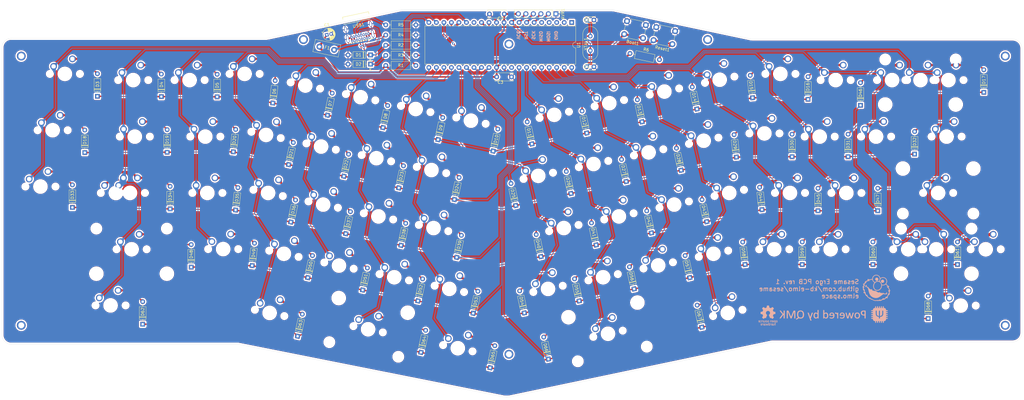
<source format=kicad_pcb>
(kicad_pcb (version 20171130) (host pcbnew 5.1.7-a382d34a8~88~ubuntu20.04.1)
  (layers (0 F.Cu signal) (31 B.Cu signal) (34 B.Paste user) (35 F.Paste user) (36 B.SilkS user) (37 F.SilkS user) (38 B.Mask user) (39 F.Mask user) (44 Edge.Cuts user))
  (net 0 "")
  (net 1 GND)
  (net 2 +5V)
  (net 3 "Net-(C4-Pad2)")
  (net 4 "Net-(C5-Pad2)")
  (net 5 "Net-(D1-Pad1)")
  (net 6 "Net-(D2-Pad1)")
  (net 7 "Net-(D3-Pad2)")
  (net 8 row0)
  (net 9 "Net-(D4-Pad2)")
  (net 10 "Net-(D5-Pad2)")
  (net 11 "Net-(D6-Pad2)")
  (net 12 "Net-(D7-Pad2)")
  (net 13 "Net-(D8-Pad2)")
  (net 14 "Net-(D9-Pad2)")
  (net 15 "Net-(D10-Pad2)")
  (net 16 "Net-(D11-Pad2)")
  (net 17 "Net-(D12-Pad2)")
  (net 18 "Net-(D13-Pad2)")
  (net 19 "Net-(D14-Pad2)")
  (net 20 "Net-(D15-Pad2)")
  (net 21 "Net-(D16-Pad2)")
  (net 22 "Net-(D19-Pad2)")
  (net 23 row1)
  (net 24 "Net-(D20-Pad2)")
  (net 25 "Net-(D21-Pad2)")
  (net 26 "Net-(D22-Pad2)")
  (net 27 "Net-(D23-Pad2)")
  (net 28 "Net-(D24-Pad2)")
  (net 29 "Net-(D25-Pad2)")
  (net 30 "Net-(D26-Pad2)")
  (net 31 "Net-(D27-Pad2)")
  (net 32 "Net-(D28-Pad2)")
  (net 33 "Net-(D29-Pad2)")
  (net 34 "Net-(D30-Pad2)")
  (net 35 "Net-(D31-Pad2)")
  (net 36 "Net-(D32-Pad2)")
  (net 37 "Net-(D33-Pad2)")
  (net 38 "Net-(D35-Pad2)")
  (net 39 row2)
  (net 40 "Net-(D36-Pad2)")
  (net 41 "Net-(D37-Pad2)")
  (net 42 "Net-(D38-Pad2)")
  (net 43 "Net-(D39-Pad2)")
  (net 44 "Net-(D40-Pad2)")
  (net 45 "Net-(D41-Pad2)")
  (net 46 "Net-(D42-Pad2)")
  (net 47 "Net-(D43-Pad2)")
  (net 48 "Net-(D44-Pad2)")
  (net 49 "Net-(D45-Pad2)")
  (net 50 "Net-(D46-Pad2)")
  (net 51 "Net-(D47-Pad2)")
  (net 52 "Net-(D48-Pad2)")
  (net 53 "Net-(D51-Pad2)")
  (net 54 "Net-(D52-Pad2)")
  (net 55 "Net-(D53-Pad2)")
  (net 56 "Net-(D54-Pad2)")
  (net 57 "Net-(D55-Pad2)")
  (net 58 "Net-(D56-Pad2)")
  (net 59 "Net-(D57-Pad2)")
  (net 60 "Net-(D58-Pad2)")
  (net 61 "Net-(D59-Pad2)")
  (net 62 "Net-(D61-Pad2)")
  (net 63 "Net-(D62-Pad2)")
  (net 64 "Net-(D64-Pad2)")
  (net 65 "Net-(D66-Pad2)")
  (net 66 "Net-(D67-Pad2)")
  (net 67 "Net-(D68-Pad2)")
  (net 68 VCC)
  (net 69 col0)
  (net 70 col1)
  (net 71 col2)
  (net 72 col3)
  (net 73 col4)
  (net 74 col5)
  (net 75 col6)
  (net 76 col7)
  (net 77 col8)
  (net 78 col9)
  (net 79 col10)
  (net 80 col11)
  (net 81 col12)
  (net 82 col13)
  (net 83 col14)
  (net 84 D-)
  (net 85 D+)
  (net 86 "Net-(R4-Pad1)")
  (net 87 "Net-(R5-Pad1)")
  (net 88 "Net-(U1-Pad14)")
  (net 89 SCK)
  (net 90 MISO)
  (net 91 MOSI)
  (net 92 "Net-(USB1-PadA8)")
  (net 93 "Net-(USB1-PadB8)")
  (net 94 "Net-(U1-Pad5)")
  (net 95 "Net-(U1-Pad4)")
  (net 96 "Net-(U1-Pad3)")
  (net 97 "Net-(U1-Pad2)")
  (net 98 "Net-(U1-Pad1)")
  (net 99 bs)
  (net 100 rs)
  (net 101 "Net-(U1-Pad32)")
  (net 102 row3)
  (net 103 row4)
  (net 104 "Net-(D18-Pad2)")
  (net 105 "Net-(D49-Pad2)")
  (net 106 "Net-(D50-Pad2)")
  (net 107 "Net-(D63-Pad2)")
  (net 108 "Net-(D65-Pad2)")
  (net 109 caps)
  (net 110 RST)
  (net 111 BOOT)
  (module Capacitor_THT:C_Disc_D6.0mm_W2.5mm_P5.00mm (layer F.Cu) (at 210.2485 66.929 180)
    (fp_text reference C2 (at 1.27 -1.524) (layer F.SilkS))
    (fp_text value 0.1u)
    (pad 2 thru_hole circle (at 5 0 180) (size 1.6 1.6) (drill 0.8) (layers *.Cu *.Mask) (net 1 GND))
    (pad 1 thru_hole circle (at 0 0 180) (size 1.6 1.6) (drill 0.8) (layers *.Cu *.Mask) (net 2 +5V))
  )
  (module Capacitor_THT:C_Disc_D6.0mm_W2.5mm_P5.00mm (layer F.Cu) (at 207.7085 88.2015)
    (fp_text reference C3 (at 1.25 1.778) (layer F.SilkS))
    (fp_text value 0.1u)
    (pad 2 thru_hole circle (at 5 0) (size 1.6 1.6) (drill 0.8) (layers *.Cu *.Mask) (net 1 GND))
    (pad 1 thru_hole circle (at 0 0) (size 1.6 1.6) (drill 0.8) (layers *.Cu *.Mask) (net 2 +5V))
  )
  (module Capacitor_THT:C_Disc_D3.0mm_W2.0mm_P2.50mm (layer F.Cu) (at 240.538 84.7725 180)
    (fp_text reference C4 (at 2.54 0) (layer F.SilkS))
    (fp_text value 22p)
    (pad 2 thru_hole circle (at 2.5 0 180) (size 1.6 1.6) (drill 0.8) (layers *.Cu *.Mask) (net 3 "Net-(C4-Pad2)"))
    (pad 1 thru_hole circle (at 0 0 180) (size 1.6 1.6) (drill 0.8) (layers *.Cu *.Mask) (net 1 GND))
  )
  (module Capacitor_THT:C_Disc_D3.0mm_W2.0mm_P2.50mm (layer F.Cu) (at 240.538 68.961 180)
    (fp_text reference C5 (at 2.5 0) (layer F.SilkS))
    (fp_text value 22p)
    (pad 2 thru_hole circle (at 2.5 0 180) (size 1.6 1.6) (drill 0.8) (layers *.Cu *.Mask) (net 4 "Net-(C5-Pad2)"))
    (pad 1 thru_hole circle (at 0 0 180) (size 1.6 1.6) (drill 0.8) (layers *.Cu *.Mask) (net 1 GND))
  )
  (module custom_parts:screw_hole (layer F.Cu) (at 278.9555 75.565)
    (fp_text reference REF**)
    (fp_text value screw_hole)
    (pad 1 thru_hole circle (at 0 0) (size 3 3) (drill 2) (layers *.Cu *.Mask))
  )
  (module Capacitor_THT:CP_Radial_D4.0mm_P1.50mm (layer F.Cu) (at 150.3045 73.9775 12)
    (fp_text reference C1 (at 0.75 -3.25 12) (layer F.SilkS))
    (fp_text value 4.7u)
    (pad 2 thru_hole circle (at 1.5 0 12) (size 1.2 1.2) (drill 0.6) (layers *.Cu *.Mask) (net 1 GND))
    (pad 1 thru_hole rect (at 0 0 12) (size 1.2 1.2) (drill 0.6) (layers *.Cu *.Mask) (net 2 +5V))
  )
  (module MX_Only:MXOnly-1U-NoLED (layer F.Cu) (at 185.674 119.6975 348)
    (fp_text reference MX23)
    (fp_text value MX-NoLED)
    (pad 2 thru_hole circle (at 2.54 -5.08 348) (size 2.25 2.25) (drill 1.47) (layers *.Cu B.Mask) (net 28 "Net-(D24-Pad2)"))
    (pad "" np_thru_hole circle (at 0 0 348) (size 3.9878 3.9878) (drill 3.9878) (layers *.Cu *.Mask))
    (pad 1 thru_hole circle (at -3.81 -2.54 348) (size 2.25 2.25) (drill 1.47) (layers *.Cu B.Mask) (net 75 col6))
    (pad "" np_thru_hole circle (at -5.08 0 36.0996) (size 1.75 1.75) (drill 1.75) (layers *.Cu *.Mask))
    (pad "" np_thru_hole circle (at 5.08 0 36.0996) (size 1.75 1.75) (drill 1.75) (layers *.Cu *.Mask))
  )
  (module Connector_PinHeader_2.54mm:PinHeader_1x06_P2.54mm_Vertical (layer F.Cu) (at 227.711 66.8655 270)
    (fp_text reference AVR1 (at 0 -2.33 90) (layer F.SilkS))
    (fp_text value Conn_01x06)
    (pad 6 thru_hole oval (at 0 12.7 270) (size 1.7 1.7) (drill 1) (layers *.Cu *.Mask) (net 2 +5V))
    (pad 5 thru_hole oval (at 0 10.16 270) (size 1.7 1.7) (drill 1) (layers *.Cu *.Mask) (net 110 RST))
    (pad 4 thru_hole oval (at 0 7.62 270) (size 1.7 1.7) (drill 1) (layers *.Cu *.Mask) (net 89 SCK))
    (pad 3 thru_hole oval (at 0 5.08 270) (size 1.7 1.7) (drill 1) (layers *.Cu *.Mask) (net 90 MISO))
    (pad 2 thru_hole oval (at 0 2.54 270) (size 1.7 1.7) (drill 1) (layers *.Cu *.Mask) (net 91 MOSI))
    (pad 1 thru_hole rect (at 0 0 270) (size 1.7 1.7) (drill 1) (layers *.Cu *.Mask) (net 1 GND))
  )
  (module custom_parts:screw_hole (layer F.Cu) (at 142.4305 75.565)
    (fp_text reference REF**)
    (fp_text value screw_hole)
    (pad 1 thru_hole circle (at 0 0) (size 3 3) (drill 2) (layers *.Cu *.Mask))
  )
  (module MX_Only:MXOnly-2.75U-NoLED (layer F.Cu) (at 356.1715 146.4945)
    (fp_text reference MX61)
    (fp_text value MX-NoLED)
    (pad 2 thru_hole circle (at 2.54 -5.08) (size 2.25 2.25) (drill 1.47) (layers *.Cu B.Mask) (net 82 col13))
    (pad "" np_thru_hole circle (at 0 0) (size 3.9878 3.9878) (drill 3.9878) (layers *.Cu *.Mask))
    (pad 1 thru_hole circle (at -3.81 -2.54) (size 2.25 2.25) (drill 1.47) (layers *.Cu B.Mask) (net 100 rs))
    (pad "" np_thru_hole circle (at -5.08 0 48.0996) (size 1.75 1.75) (drill 1.75) (layers *.Cu *.Mask))
    (pad "" np_thru_hole circle (at 5.08 0 48.0996) (size 1.75 1.75) (drill 1.75) (layers *.Cu *.Mask))
    (pad "" np_thru_hole circle (at -11.90625 -6.985) (size 3.048 3.048) (drill 3.048) (layers *.Cu *.Mask))
    (pad "" np_thru_hole circle (at 11.90625 -6.985) (size 3.048 3.048) (drill 3.048) (layers *.Cu *.Mask))
    (pad "" np_thru_hole circle (at -11.90625 8.255) (size 3.9878 3.9878) (drill 3.9878) (layers *.Cu *.Mask))
    (pad "" np_thru_hole circle (at 11.90625 8.255) (size 3.9878 3.9878) (drill 3.9878) (layers *.Cu *.Mask))
  )
  (module MX_Only:MXOnly-1.75U-NoLED (layer F.Cu) (at 346.71 146.4945)
    (fp_text reference MX59)
    (fp_text value MX-NoLED)
    (pad 2 thru_hole circle (at 2.54 -5.08) (size 2.25 2.25) (drill 1.47) (layers *.Cu B.Mask) (net 100 rs))
    (pad "" np_thru_hole circle (at 0 0) (size 3.9878 3.9878) (drill 3.9878) (layers *.Cu *.Mask))
    (pad 1 thru_hole circle (at -3.81 -2.54) (size 2.25 2.25) (drill 1.47) (layers *.Cu B.Mask) (net 82 col13))
    (pad "" np_thru_hole circle (at -5.08 0 48.0996) (size 1.75 1.75) (drill 1.75) (layers *.Cu *.Mask))
    (pad "" np_thru_hole circle (at 5.08 0 48.0996) (size 1.75 1.75) (drill 1.75) (layers *.Cu *.Mask))
  )
  (module MX_Only:MXOnly-1.5U-NoLED (layer F.Cu) (at 359.664 108.3945)
    (fp_text reference MX31)
    (fp_text value MX-NoLED)
    (pad 2 thru_hole circle (at 2.54 -5.08) (size 2.25 2.25) (drill 1.47) (layers *.Cu B.Mask) (net 36 "Net-(D32-Pad2)"))
    (pad "" np_thru_hole circle (at 0 0) (size 3.9878 3.9878) (drill 3.9878) (layers *.Cu *.Mask))
    (pad 1 thru_hole circle (at -3.81 -2.54) (size 2.25 2.25) (drill 1.47) (layers *.Cu B.Mask) (net 83 col14))
    (pad "" np_thru_hole circle (at -5.08 0 48.0996) (size 1.75 1.75) (drill 1.75) (layers *.Cu *.Mask))
    (pad "" np_thru_hole circle (at 5.08 0 48.0996) (size 1.75 1.75) (drill 1.75) (layers *.Cu *.Mask))
  )
  (module MX_Only:MXOnly-2U-NoLED (layer F.Cu) (at 350.8375 89.281)
    (fp_text reference MX15)
    (fp_text value MX-NoLED)
    (pad 2 thru_hole circle (at 2.54 -5.08) (size 2.25 2.25) (drill 1.47) (layers *.Cu B.Mask) (net 99 bs))
    (pad "" np_thru_hole circle (at 0 0) (size 3.9878 3.9878) (drill 3.9878) (layers *.Cu *.Mask))
    (pad 1 thru_hole circle (at -3.81 -2.54) (size 2.25 2.25) (drill 1.47) (layers *.Cu B.Mask) (net 83 col14))
    (pad "" np_thru_hole circle (at -5.08 0 48.0996) (size 1.75 1.75) (drill 1.75) (layers *.Cu *.Mask))
    (pad "" np_thru_hole circle (at 5.08 0 48.0996) (size 1.75 1.75) (drill 1.75) (layers *.Cu *.Mask))
    (pad "" np_thru_hole circle (at -11.90625 -6.985) (size 3.048 3.048) (drill 3.048) (layers *.Cu *.Mask))
    (pad "" np_thru_hole circle (at 11.90625 -6.985) (size 3.048 3.048) (drill 3.048) (layers *.Cu *.Mask))
    (pad "" np_thru_hole circle (at -11.90625 8.255) (size 3.9878 3.9878) (drill 3.9878) (layers *.Cu *.Mask))
    (pad "" np_thru_hole circle (at 11.90625 8.255) (size 3.9878 3.9878) (drill 3.9878) (layers *.Cu *.Mask))
  )
  (module MX_Only:MXOnly-1.75U-NoLED (layer F.Cu) (at 83.82 127.4445)
    (fp_text reference MX33)
    (fp_text value MX-NoLED)
    (pad 2 thru_hole circle (at 2.54 -5.08) (size 2.25 2.25) (drill 1.47) (layers *.Cu B.Mask) (net 109 caps))
    (pad "" np_thru_hole circle (at 0 0) (size 3.9878 3.9878) (drill 3.9878) (layers *.Cu *.Mask))
    (pad 1 thru_hole circle (at -3.81 -2.54) (size 2.25 2.25) (drill 1.47) (layers *.Cu B.Mask) (net 70 col1))
    (pad "" np_thru_hole circle (at -5.08 0 48.0996) (size 1.75 1.75) (drill 1.75) (layers *.Cu *.Mask))
    (pad "" np_thru_hole circle (at 5.08 0 48.0996) (size 1.75 1.75) (drill 1.75) (layers *.Cu *.Mask))
  )
  (module MX_Only:MXOnly-1.5U-NoLED (layer F.Cu) (at 85.471 108.3945)
    (fp_text reference MX18)
    (fp_text value MX-NoLED)
    (pad 2 thru_hole circle (at 2.54 -5.08) (size 2.25 2.25) (drill 1.47) (layers *.Cu B.Mask) (net 22 "Net-(D19-Pad2)"))
    (pad "" np_thru_hole circle (at 0 0) (size 3.9878 3.9878) (drill 3.9878) (layers *.Cu *.Mask))
    (pad 1 thru_hole circle (at -3.81 -2.54) (size 2.25 2.25) (drill 1.47) (layers *.Cu B.Mask) (net 70 col1))
    (pad "" np_thru_hole circle (at -5.08 0 48.0996) (size 1.75 1.75) (drill 1.75) (layers *.Cu *.Mask))
    (pad "" np_thru_hole circle (at 5.08 0 48.0996) (size 1.75 1.75) (drill 1.75) (layers *.Cu *.Mask))
  )
  (module MX_Only:MXOnly-1.25U-NoLED (layer F.Cu) (at 79.0702 127.4572)
    (fp_text reference MX69)
    (fp_text value MX-NoLED)
    (pad 2 thru_hole circle (at 2.54 -5.08) (size 2.25 2.25) (drill 1.47) (layers *.Cu B.Mask) (net 70 col1))
    (pad "" np_thru_hole circle (at 0 0) (size 3.9878 3.9878) (drill 3.9878) (layers *.Cu *.Mask))
    (pad 1 thru_hole circle (at -3.81 -2.54) (size 2.25 2.25) (drill 1.47) (layers *.Cu B.Mask) (net 109 caps))
    (pad "" np_thru_hole circle (at -5.08 0 48.0996) (size 1.75 1.75) (drill 1.75) (layers *.Cu *.Mask))
    (pad "" np_thru_hole circle (at 5.08 0 48.0996) (size 1.75 1.75) (drill 1.75) (layers *.Cu *.Mask))
  )
  (module Diode_THT:D_DO-35_SOD27_P7.62mm_Horizontal (layer F.Cu) (at 334.772 151.638 90)
    (fp_text reference D60 (at 4.191 0.127 90) (layer F.SilkS))
    (fp_text value D_Small)
    (pad 2 thru_hole oval (at 7.62 0 90) (size 1.6 1.6) (drill 0.8) (layers *.Cu *.Mask) (net 100 rs))
    (pad 1 thru_hole rect (at 0 0 90) (size 1.6 1.6) (drill 0.8) (layers *.Cu *.Mask) (net 102 row3))
  )
  (module custom_parts:qmk (layer B.Cu) (at 321.437 168.529 180)
    (fp_text reference G*** hide)
    (fp_text value LOGO hide)
  )
  (module Package_DIP:DIP-40_W15.24mm (layer F.Cu) (at 233.045 69.7865 270)
    (fp_text reference U1 (at 7.62 -2.33 90) (layer F.SilkS))
    (fp_text value ATmega32A-PU)
    (pad 40 thru_hole oval (at 15.24 0 270) (size 1.6 1.6) (drill 0.8) (layers *.Cu *.Mask) (net 83 col14))
    (pad 20 thru_hole oval (at 0 48.26 270) (size 1.6 1.6) (drill 0.8) (layers *.Cu *.Mask) (net 71 col2))
    (pad 39 thru_hole oval (at 15.24 2.54 270) (size 1.6 1.6) (drill 0.8) (layers *.Cu *.Mask) (net 82 col13))
    (pad 19 thru_hole oval (at 0 45.72 270) (size 1.6 1.6) (drill 0.8) (layers *.Cu *.Mask) (net 70 col1))
    (pad 38 thru_hole oval (at 15.24 5.08 270) (size 1.6 1.6) (drill 0.8) (layers *.Cu *.Mask) (net 81 col12))
    (pad 18 thru_hole oval (at 0 43.18 270) (size 1.6 1.6) (drill 0.8) (layers *.Cu *.Mask) (net 111 BOOT))
    (pad 37 thru_hole oval (at 15.24 7.62 270) (size 1.6 1.6) (drill 0.8) (layers *.Cu *.Mask) (net 80 col11))
    (pad 17 thru_hole oval (at 0 40.64 270) (size 1.6 1.6) (drill 0.8) (layers *.Cu *.Mask) (net 84 D-))
    (pad 36 thru_hole oval (at 15.24 10.16 270) (size 1.6 1.6) (drill 0.8) (layers *.Cu *.Mask) (net 79 col10))
    (pad 16 thru_hole oval (at 0 38.1 270) (size 1.6 1.6) (drill 0.8) (layers *.Cu *.Mask) (net 85 D+))
    (pad 35 thru_hole oval (at 15.24 12.7 270) (size 1.6 1.6) (drill 0.8) (layers *.Cu *.Mask) (net 78 col9))
    (pad 15 thru_hole oval (at 0 35.56 270) (size 1.6 1.6) (drill 0.8) (layers *.Cu *.Mask) (net 69 col0))
    (pad 34 thru_hole oval (at 15.24 15.24 270) (size 1.6 1.6) (drill 0.8) (layers *.Cu *.Mask) (net 77 col8))
    (pad 14 thru_hole oval (at 0 33.02 270) (size 1.6 1.6) (drill 0.8) (layers *.Cu *.Mask) (net 88 "Net-(U1-Pad14)"))
    (pad 33 thru_hole oval (at 15.24 17.78 270) (size 1.6 1.6) (drill 0.8) (layers *.Cu *.Mask) (net 103 row4))
    (pad 13 thru_hole oval (at 0 30.48 270) (size 1.6 1.6) (drill 0.8) (layers *.Cu *.Mask) (net 3 "Net-(C4-Pad2)"))
    (pad 32 thru_hole oval (at 15.24 20.32 270) (size 1.6 1.6) (drill 0.8) (layers *.Cu *.Mask) (net 101 "Net-(U1-Pad32)"))
    (pad 12 thru_hole oval (at 0 27.94 270) (size 1.6 1.6) (drill 0.8) (layers *.Cu *.Mask) (net 4 "Net-(C5-Pad2)"))
    (pad 31 thru_hole oval (at 15.24 22.86 270) (size 1.6 1.6) (drill 0.8) (layers *.Cu *.Mask) (net 1 GND))
    (pad 11 thru_hole oval (at 0 25.4 270) (size 1.6 1.6) (drill 0.8) (layers *.Cu *.Mask) (net 1 GND))
    (pad 30 thru_hole oval (at 15.24 25.4 270) (size 1.6 1.6) (drill 0.8) (layers *.Cu *.Mask) (net 2 +5V))
    (pad 10 thru_hole oval (at 0 22.86 270) (size 1.6 1.6) (drill 0.8) (layers *.Cu *.Mask) (net 2 +5V))
    (pad 29 thru_hole oval (at 15.24 27.94 270) (size 1.6 1.6) (drill 0.8) (layers *.Cu *.Mask) (net 102 row3))
    (pad 9 thru_hole oval (at 0 20.32 270) (size 1.6 1.6) (drill 0.8) (layers *.Cu *.Mask) (net 110 RST))
    (pad 28 thru_hole oval (at 15.24 30.48 270) (size 1.6 1.6) (drill 0.8) (layers *.Cu *.Mask) (net 39 row2))
    (pad 8 thru_hole oval (at 0 17.78 270) (size 1.6 1.6) (drill 0.8) (layers *.Cu *.Mask) (net 89 SCK))
    (pad 27 thru_hole oval (at 15.24 33.02 270) (size 1.6 1.6) (drill 0.8) (layers *.Cu *.Mask) (net 23 row1))
    (pad 7 thru_hole oval (at 0 15.24 270) (size 1.6 1.6) (drill 0.8) (layers *.Cu *.Mask) (net 90 MISO))
    (pad 26 thru_hole oval (at 15.24 35.56 270) (size 1.6 1.6) (drill 0.8) (layers *.Cu *.Mask) (net 8 row0))
    (pad 6 thru_hole oval (at 0 12.7 270) (size 1.6 1.6) (drill 0.8) (layers *.Cu *.Mask) (net 91 MOSI))
    (pad 25 thru_hole oval (at 15.24 38.1 270) (size 1.6 1.6) (drill 0.8) (layers *.Cu *.Mask) (net 76 col7))
    (pad 5 thru_hole oval (at 0 10.16 270) (size 1.6 1.6) (drill 0.8) (layers *.Cu *.Mask) (net 94 "Net-(U1-Pad5)"))
    (pad 24 thru_hole oval (at 15.24 40.64 270) (size 1.6 1.6) (drill 0.8) (layers *.Cu *.Mask) (net 75 col6))
    (pad 4 thru_hole oval (at 0 7.62 270) (size 1.6 1.6) (drill 0.8) (layers *.Cu *.Mask) (net 95 "Net-(U1-Pad4)"))
    (pad 23 thru_hole oval (at 15.24 43.18 270) (size 1.6 1.6) (drill 0.8) (layers *.Cu *.Mask) (net 74 col5))
    (pad 3 thru_hole oval (at 0 5.08 270) (size 1.6 1.6) (drill 0.8) (layers *.Cu *.Mask) (net 96 "Net-(U1-Pad3)"))
    (pad 22 thru_hole oval (at 15.24 45.72 270) (size 1.6 1.6) (drill 0.8) (layers *.Cu *.Mask) (net 73 col4))
    (pad 2 thru_hole oval (at 0 2.54 270) (size 1.6 1.6) (drill 0.8) (layers *.Cu *.Mask) (net 97 "Net-(U1-Pad2)"))
    (pad 21 thru_hole oval (at 15.24 48.26 270) (size 1.6 1.6) (drill 0.8) (layers *.Cu *.Mask) (net 72 col3))
    (pad 1 thru_hole rect (at 0 0 270) (size 1.6 1.6) (drill 0.8) (layers *.Cu *.Mask) (net 98 "Net-(U1-Pad1)"))
  )
  (module MX_Only:MXOnly-1U-NoLED (layer F.Cu) (at 143.0655 91.1225 348)
    (fp_text reference MX5)
    (fp_text value 4)
    (pad 2 thru_hole circle (at 2.54 -5.08 348) (size 2.25 2.25) (drill 1.47) (layers *.Cu B.Mask) (net 12 "Net-(D7-Pad2)"))
    (pad "" np_thru_hole circle (at 0 0 348) (size 3.9878 3.9878) (drill 3.9878) (layers *.Cu *.Mask))
    (pad 1 thru_hole circle (at -3.81 -2.54 348) (size 2.25 2.25) (drill 1.47) (layers *.Cu B.Mask) (net 73 col4))
    (pad "" np_thru_hole circle (at -5.08 0 36.0996) (size 1.75 1.75) (drill 1.75) (layers *.Cu *.Mask))
    (pad "" np_thru_hole circle (at 5.08 0 36.0996) (size 1.75 1.75) (drill 1.75) (layers *.Cu *.Mask))
  )
  (module custom_parts:oshw (layer B.Cu) (at 299.339 168.91 180)
    (fp_text reference G*** hide)
    (fp_text value LOGO hide)
  )
  (module custom_parts:elmo (layer B.Cu) (at 336.042 159.639 180)
    (fp_text reference G*** hide)
    (fp_text value LOGO hide)
  )
  (module custom_parts:screw_hole (layer F.Cu) (at 211.836 181.991)
    (fp_text reference REF**)
    (fp_text value screw_hole)
    (pad 1 thru_hole circle (at 0 0) (size 3 3) (drill 2) (layers *.Cu *.Mask))
  )
  (module custom_parts:screw_hole (layer F.Cu) (at 379.476 172.212)
    (fp_text reference REF**)
    (fp_text value screw_hole)
    (pad 1 thru_hole circle (at 0 0) (size 3 3) (drill 2) (layers *.Cu *.Mask))
  )
  (module custom_parts:screw_hole (layer F.Cu) (at 379.476 81.153)
    (fp_text reference REF**)
    (fp_text value screw_hole)
    (pad 1 thru_hole circle (at 0 0) (size 3 3) (drill 2) (layers *.Cu *.Mask))
  )
  (module custom_parts:screw_hole (layer F.Cu) (at 47.117 81.153)
    (fp_text reference REF**)
    (fp_text value screw_hole)
    (pad 1 thru_hole circle (at 0 0) (size 3 3) (drill 2) (layers *.Cu *.Mask))
  )
  (module custom_parts:screw_hole (layer F.Cu) (at 47.117 172.212)
    (fp_text reference REF**)
    (fp_text value screw_hole)
    (pad 1 thru_hole circle (at 0 0) (size 3 3) (drill 2) (layers *.Cu *.Mask))
  )
  (module custom_parts:screw_hole (layer F.Cu) (at 211.836 77.089)
    (fp_text reference REF**)
    (fp_text value screw_hole)
    (pad 1 thru_hole circle (at 0 0) (size 3 3) (drill 2) (layers *.Cu *.Mask))
  )
  (module Crystal:Crystal_HC49-4H_Vertical (layer F.Cu) (at 239.3315 74.422 270)
    (fp_text reference XTAL1 (at 2.667 1.524 90) (layer F.SilkS))
    (fp_text value Crystal)
    (pad 2 thru_hole circle (at 4.88 0 270) (size 1.5 1.5) (drill 0.8) (layers *.Cu *.Mask) (net 3 "Net-(C4-Pad2)"))
    (pad 1 thru_hole circle (at 0 0 270) (size 1.5 1.5) (drill 0.8) (layers *.Cu *.Mask) (net 4 "Net-(C5-Pad2)"))
  )
  (module MX_Only:MXOnly-1U-NoLED (layer F.Cu) (at 221.742 121.666 12)
    (fp_text reference MX24)
    (fp_text value MX-NoLED)
    (pad 2 thru_hole circle (at 2.54 -5.08 12) (size 2.25 2.25) (drill 1.47) (layers *.Cu B.Mask) (net 29 "Net-(D25-Pad2)"))
    (pad "" np_thru_hole circle (at 0 0 12) (size 3.9878 3.9878) (drill 3.9878) (layers *.Cu *.Mask))
    (pad 1 thru_hole circle (at -3.81 -2.54 12) (size 2.25 2.25) (drill 1.47) (layers *.Cu B.Mask) (net 76 col7))
    (pad "" np_thru_hole circle (at -5.08 0 60.0996) (size 1.75 1.75) (drill 1.75) (layers *.Cu *.Mask))
    (pad "" np_thru_hole circle (at 5.08 0 60.0996) (size 1.75 1.75) (drill 1.75) (layers *.Cu *.Mask))
  )
  (module MX_Only:MXOnly-1U-NoLED (layer F.Cu) (at 298.1325 107.315)
    (fp_text reference MX28)
    (fp_text value MX-NoLED)
    (pad 2 thru_hole circle (at 2.54 -5.08) (size 2.25 2.25) (drill 1.47) (layers *.Cu B.Mask) (net 33 "Net-(D29-Pad2)"))
    (pad "" np_thru_hole circle (at 0 0) (size 3.9878 3.9878) (drill 3.9878) (layers *.Cu *.Mask))
    (pad 1 thru_hole circle (at -3.81 -2.54) (size 2.25 2.25) (drill 1.47) (layers *.Cu B.Mask) (net 80 col11))
    (pad "" np_thru_hole circle (at -5.08 0 48.0996) (size 1.75 1.75) (drill 1.75) (layers *.Cu *.Mask))
    (pad "" np_thru_hole circle (at 5.08 0 48.0996) (size 1.75 1.75) (drill 1.75) (layers *.Cu *.Mask))
  )
  (module MX_Only:MXOnly-2.25U-ReversedStabilizers-NoLED (layer F.Cu) (at 245.3005 175.0695 12)
    (fp_text reference MX66)
    (fp_text value bkspc)
    (pad 2 thru_hole circle (at 2.54 -5.08 12) (size 2.25 2.25) (drill 1.47) (layers *.Cu B.Mask) (net 65 "Net-(D66-Pad2)"))
    (pad "" np_thru_hole circle (at 0 0 12) (size 3.9878 3.9878) (drill 3.9878) (layers *.Cu *.Mask))
    (pad 1 thru_hole circle (at -3.81 -2.54 12) (size 2.25 2.25) (drill 1.47) (layers *.Cu B.Mask) (net 77 col8))
    (pad "" np_thru_hole circle (at -5.08 0 60.0996) (size 1.75 1.75) (drill 1.75) (layers *.Cu *.Mask))
    (pad "" np_thru_hole circle (at 5.08 0 60.0996) (size 1.75 1.75) (drill 1.75) (layers *.Cu *.Mask))
    (pad "" np_thru_hole circle (at -11.90625 6.985 12) (size 3.048 3.048) (drill 3.048) (layers *.Cu *.Mask))
    (pad "" np_thru_hole circle (at 11.90625 6.985 12) (size 3.048 3.048) (drill 3.048) (layers *.Cu *.Mask))
    (pad "" np_thru_hole circle (at -11.90625 -8.255 12) (size 3.9878 3.9878) (drill 3.9878) (layers *.Cu *.Mask))
    (pad "" np_thru_hole circle (at 11.90625 -8.255 12) (size 3.9878 3.9878) (drill 3.9878) (layers *.Cu *.Mask))
  )
  (module MX_Only:MXOnly-1.25U-NoLED (layer F.Cu) (at 194.564 179.959 348)
    (fp_text reference MX65)
    (fp_text value MX-NoLED)
    (pad 2 thru_hole circle (at 2.54 -5.08 348) (size 2.25 2.25) (drill 1.47) (layers *.Cu B.Mask) (net 108 "Net-(D65-Pad2)"))
    (pad "" np_thru_hole circle (at 0 0 348) (size 3.9878 3.9878) (drill 3.9878) (layers *.Cu *.Mask))
    (pad 1 thru_hole circle (at -3.81 -2.54 348) (size 2.25 2.25) (drill 1.47) (layers *.Cu B.Mask) (net 75 col6))
    (pad "" np_thru_hole circle (at -5.08 0 36.0996) (size 1.75 1.75) (drill 1.75) (layers *.Cu *.Mask))
    (pad "" np_thru_hole circle (at 5.08 0 36.0996) (size 1.75 1.75) (drill 1.75) (layers *.Cu *.Mask))
  )
  (module MX_Only:MXOnly-2U-ReversedStabilizers-NoLED (layer F.Cu) (at 164.2745 173.5455 348)
    (fp_text reference MX64)
    (fp_text value MX-NoLED)
    (pad 2 thru_hole circle (at 2.54 -5.08 348) (size 2.25 2.25) (drill 1.47) (layers *.Cu B.Mask) (net 64 "Net-(D64-Pad2)"))
    (pad "" np_thru_hole circle (at 0 0 348) (size 3.9878 3.9878) (drill 3.9878) (layers *.Cu *.Mask))
    (pad 1 thru_hole circle (at -3.81 -2.54 348) (size 2.25 2.25) (drill 1.47) (layers *.Cu B.Mask) (net 74 col5))
    (pad "" np_thru_hole circle (at -5.08 0 36.0996) (size 1.75 1.75) (drill 1.75) (layers *.Cu *.Mask))
    (pad "" np_thru_hole circle (at 5.08 0 36.0996) (size 1.75 1.75) (drill 1.75) (layers *.Cu *.Mask))
    (pad "" np_thru_hole circle (at -11.90625 6.985 348) (size 3.048 3.048) (drill 3.048) (layers *.Cu *.Mask))
    (pad "" np_thru_hole circle (at 11.90625 6.985 348) (size 3.048 3.048) (drill 3.048) (layers *.Cu *.Mask))
    (pad "" np_thru_hole circle (at -11.90625 -8.255 348) (size 3.9878 3.9878) (drill 3.9878) (layers *.Cu *.Mask))
    (pad "" np_thru_hole circle (at 11.90625 -8.255 348) (size 3.9878 3.9878) (drill 3.9878) (layers *.Cu *.Mask))
  )
  (module MX_Only:MXOnly-2.25U-ReversedStabilizers-NoLED (layer F.Cu) (at 356.8065 127.4445)
    (fp_text reference MX46)
    (fp_text value MX-NoLED)
    (pad 2 thru_hole circle (at 2.54 -5.08) (size 2.25 2.25) (drill 1.47) (layers *.Cu B.Mask) (net 51 "Net-(D47-Pad2)"))
    (pad "" np_thru_hole circle (at 0 0) (size 3.9878 3.9878) (drill 3.9878) (layers *.Cu *.Mask))
    (pad 1 thru_hole circle (at -3.81 -2.54) (size 2.25 2.25) (drill 1.47) (layers *.Cu B.Mask) (net 83 col14))
    (pad "" np_thru_hole circle (at -5.08 0 48.0996) (size 1.75 1.75) (drill 1.75) (layers *.Cu *.Mask))
    (pad "" np_thru_hole circle (at 5.08 0 48.0996) (size 1.75 1.75) (drill 1.75) (layers *.Cu *.Mask))
    (pad "" np_thru_hole circle (at -11.90625 6.985) (size 3.048 3.048) (drill 3.048) (layers *.Cu *.Mask))
    (pad "" np_thru_hole circle (at 11.90625 6.985) (size 3.048 3.048) (drill 3.048) (layers *.Cu *.Mask))
    (pad "" np_thru_hole circle (at -11.90625 -8.255) (size 3.9878 3.9878) (drill 3.9878) (layers *.Cu *.Mask))
    (pad "" np_thru_hole circle (at 11.90625 -8.255) (size 3.9878 3.9878) (drill 3.9878) (layers *.Cu *.Mask))
  )
  (module MX_Only:MXOnly-2.25U-NoLED (layer F.Cu) (at 84.3915 146.4945)
    (fp_text reference MX47)
    (fp_text value MX-NoLED)
    (pad 2 thru_hole circle (at 2.54 -5.08) (size 2.25 2.25) (drill 1.47) (layers *.Cu B.Mask) (net 52 "Net-(D48-Pad2)"))
    (pad "" np_thru_hole circle (at 0 0) (size 3.9878 3.9878) (drill 3.9878) (layers *.Cu *.Mask))
    (pad 1 thru_hole circle (at -3.81 -2.54) (size 2.25 2.25) (drill 1.47) (layers *.Cu B.Mask) (net 70 col1))
    (pad "" np_thru_hole circle (at -5.08 0 48.0996) (size 1.75 1.75) (drill 1.75) (layers *.Cu *.Mask))
    (pad "" np_thru_hole circle (at 5.08 0 48.0996) (size 1.75 1.75) (drill 1.75) (layers *.Cu *.Mask))
    (pad "" np_thru_hole circle (at -11.90625 -6.985) (size 3.048 3.048) (drill 3.048) (layers *.Cu *.Mask))
    (pad "" np_thru_hole circle (at 11.90625 -6.985) (size 3.048 3.048) (drill 3.048) (layers *.Cu *.Mask))
    (pad "" np_thru_hole circle (at -11.90625 8.255) (size 3.9878 3.9878) (drill 3.9878) (layers *.Cu *.Mask))
    (pad "" np_thru_hole circle (at 11.90625 8.255) (size 3.9878 3.9878) (drill 3.9878) (layers *.Cu *.Mask))
  )
  (module MX_Only:MXOnly-1U-NoLED (layer F.Cu) (at 360.299 89.281)
    (fp_text reference MX16)
    (fp_text value MX-NoLED)
    (pad 2 thru_hole circle (at 2.54 -5.08) (size 2.25 2.25) (drill 1.47) (layers *.Cu B.Mask) (net 99 bs))
    (pad "" np_thru_hole circle (at 0 0) (size 3.9878 3.9878) (drill 3.9878) (layers *.Cu *.Mask))
    (pad 1 thru_hole circle (at -3.81 -2.54) (size 2.25 2.25) (drill 1.47) (layers *.Cu B.Mask) (net 83 col14))
    (pad "" np_thru_hole circle (at -5.08 0 48.0996) (size 1.75 1.75) (drill 1.75) (layers *.Cu *.Mask))
    (pad "" np_thru_hole circle (at 5.08 0 48.0996) (size 1.75 1.75) (drill 1.75) (layers *.Cu *.Mask))
  )
  (module MX_Only:MXOnly-1U-NoLED (layer F.Cu) (at 341.249 89.281)
    (fp_text reference MX45)
    (fp_text value MX-NoLED)
    (pad 2 thru_hole circle (at 2.54 -5.08) (size 2.25 2.25) (drill 1.47) (layers *.Cu B.Mask) (net 50 "Net-(D46-Pad2)"))
    (pad "" np_thru_hole circle (at 0 0) (size 3.9878 3.9878) (drill 3.9878) (layers *.Cu *.Mask))
    (pad 1 thru_hole circle (at -3.81 -2.54) (size 2.25 2.25) (drill 1.47) (layers *.Cu B.Mask) (net 82 col13))
    (pad "" np_thru_hole circle (at -5.08 0 48.0996) (size 1.75 1.75) (drill 1.75) (layers *.Cu *.Mask))
    (pad "" np_thru_hole circle (at 5.08 0 48.0996) (size 1.75 1.75) (drill 1.75) (layers *.Cu *.Mask))
  )
  (module MX_Only:MXOnly-1U-NoLED (layer F.Cu) (at 364.4265 165.5445)
    (fp_text reference MX68)
    (fp_text value MX-NoLED)
    (pad 2 thru_hole circle (at 2.54 -5.08) (size 2.25 2.25) (drill 1.47) (layers *.Cu B.Mask) (net 67 "Net-(D68-Pad2)"))
    (pad "" np_thru_hole circle (at 0 0) (size 3.9878 3.9878) (drill 3.9878) (layers *.Cu *.Mask))
    (pad 1 thru_hole circle (at -3.81 -2.54) (size 2.25 2.25) (drill 1.47) (layers *.Cu B.Mask) (net 82 col13))
    (pad "" np_thru_hole circle (at -5.08 0 48.0996) (size 1.75 1.75) (drill 1.75) (layers *.Cu *.Mask))
    (pad "" np_thru_hole circle (at 5.08 0 48.0996) (size 1.75 1.75) (drill 1.75) (layers *.Cu *.Mask))
  )
  (module MX_Only:MXOnly-1U-NoLED (layer F.Cu) (at 285.75 168.021 12)
    (fp_text reference MX67)
    (fp_text value MX-NoLED)
    (pad 2 thru_hole circle (at 2.54 -5.08 12) (size 2.25 2.25) (drill 1.47) (layers *.Cu B.Mask) (net 66 "Net-(D67-Pad2)"))
    (pad "" np_thru_hole circle (at 0 0 12) (size 3.9878 3.9878) (drill 3.9878) (layers *.Cu *.Mask))
    (pad 1 thru_hole circle (at -3.81 -2.54 12) (size 2.25 2.25) (drill 1.47) (layers *.Cu B.Mask) (net 79 col10))
    (pad "" np_thru_hole circle (at -5.08 0 60.0996) (size 1.75 1.75) (drill 1.75) (layers *.Cu *.Mask))
    (pad "" np_thru_hole circle (at 5.08 0 60.0996) (size 1.75 1.75) (drill 1.75) (layers *.Cu *.Mask))
  )
  (module MX_Only:MXOnly-1U-NoLED (layer F.Cu) (at 131.0005 168.021 348)
    (fp_text reference MX63)
    (fp_text value MX-NoLED)
    (pad 2 thru_hole circle (at 2.54 -5.08 348) (size 2.25 2.25) (drill 1.47) (layers *.Cu B.Mask) (net 107 "Net-(D63-Pad2)"))
    (pad "" np_thru_hole circle (at 0 0 348) (size 3.9878 3.9878) (drill 3.9878) (layers *.Cu *.Mask))
    (pad 1 thru_hole circle (at -3.81 -2.54 348) (size 2.25 2.25) (drill 1.47) (layers *.Cu B.Mask) (net 72 col3))
    (pad "" np_thru_hole circle (at -5.08 0 36.0996) (size 1.75 1.75) (drill 1.75) (layers *.Cu *.Mask))
    (pad "" np_thru_hole circle (at 5.08 0 36.0996) (size 1.75 1.75) (drill 1.75) (layers *.Cu *.Mask))
  )
  (module MX_Only:MXOnly-1U-NoLED (layer F.Cu) (at 77.2795 165.481)
    (fp_text reference MX62)
    (fp_text value MX-NoLED)
    (pad 2 thru_hole circle (at 2.54 -5.08) (size 2.25 2.25) (drill 1.47) (layers *.Cu B.Mask) (net 63 "Net-(D62-Pad2)"))
    (pad "" np_thru_hole circle (at 0 0) (size 3.9878 3.9878) (drill 3.9878) (layers *.Cu *.Mask))
    (pad 1 thru_hole circle (at -3.81 -2.54) (size 2.25 2.25) (drill 1.47) (layers *.Cu B.Mask) (net 70 col1))
    (pad "" np_thru_hole circle (at -5.08 0 48.0996) (size 1.75 1.75) (drill 1.75) (layers *.Cu *.Mask))
    (pad "" np_thru_hole circle (at 5.08 0 48.0996) (size 1.75 1.75) (drill 1.75) (layers *.Cu *.Mask))
  )
  (module MX_Only:MXOnly-1U-NoLED (layer F.Cu) (at 372.872 146.4945)
    (fp_text reference MX60)
    (fp_text value MX-NoLED)
    (pad 2 thru_hole circle (at 2.54 -5.08) (size 2.25 2.25) (drill 1.47) (layers *.Cu B.Mask) (net 62 "Net-(D61-Pad2)"))
    (pad "" np_thru_hole circle (at 0 0) (size 3.9878 3.9878) (drill 3.9878) (layers *.Cu *.Mask))
    (pad 1 thru_hole circle (at -3.81 -2.54) (size 2.25 2.25) (drill 1.47) (layers *.Cu B.Mask) (net 83 col14))
    (pad "" np_thru_hole circle (at -5.08 0 48.0996) (size 1.75 1.75) (drill 1.75) (layers *.Cu *.Mask))
    (pad "" np_thru_hole circle (at 5.08 0 48.0996) (size 1.75 1.75) (drill 1.75) (layers *.Cu *.Mask))
  )
  (module MX_Only:MXOnly-1U-NoLED (layer F.Cu) (at 320.4845 146.4945)
    (fp_text reference MX58)
    (fp_text value MX-NoLED)
    (pad 2 thru_hole circle (at 2.54 -5.08) (size 2.25 2.25) (drill 1.47) (layers *.Cu B.Mask) (net 61 "Net-(D59-Pad2)"))
    (pad "" np_thru_hole circle (at 0 0) (size 3.9878 3.9878) (drill 3.9878) (layers *.Cu *.Mask))
    (pad 1 thru_hole circle (at -3.81 -2.54) (size 2.25 2.25) (drill 1.47) (layers *.Cu B.Mask) (net 81 col12))
    (pad "" np_thru_hole circle (at -5.08 0 48.0996) (size 1.75 1.75) (drill 1.75) (layers *.Cu *.Mask))
    (pad "" np_thru_hole circle (at 5.08 0 48.0996) (size 1.75 1.75) (drill 1.75) (layers *.Cu *.Mask))
  )
  (module MX_Only:MXOnly-1U-NoLED (layer F.Cu) (at 301.4345 146.4945)
    (fp_text reference MX57)
    (fp_text value MX-NoLED)
    (pad 2 thru_hole circle (at 2.54 -5.08) (size 2.25 2.25) (drill 1.47) (layers *.Cu B.Mask) (net 60 "Net-(D58-Pad2)"))
    (pad "" np_thru_hole circle (at 0 0) (size 3.9878 3.9878) (drill 3.9878) (layers *.Cu *.Mask))
    (pad 1 thru_hole circle (at -3.81 -2.54) (size 2.25 2.25) (drill 1.47) (layers *.Cu B.Mask) (net 80 col11))
    (pad "" np_thru_hole circle (at -5.08 0 48.0996) (size 1.75 1.75) (drill 1.75) (layers *.Cu *.Mask))
    (pad "" np_thru_hole circle (at 5.08 0 48.0996) (size 1.75 1.75) (drill 1.75) (layers *.Cu *.Mask))
  )
  (module MX_Only:MXOnly-1U-NoLED (layer F.Cu) (at 280.924 148.0185 12)
    (fp_text reference MX56)
    (fp_text value MX-NoLED)
    (pad 2 thru_hole circle (at 2.54 -5.08 12) (size 2.25 2.25) (drill 1.47) (layers *.Cu B.Mask) (net 59 "Net-(D57-Pad2)"))
    (pad "" np_thru_hole circle (at 0 0 12) (size 3.9878 3.9878) (drill 3.9878) (layers *.Cu *.Mask))
    (pad 1 thru_hole circle (at -3.81 -2.54 12) (size 2.25 2.25) (drill 1.47) (layers *.Cu B.Mask) (net 79 col10))
    (pad "" np_thru_hole circle (at -5.08 0 60.0996) (size 1.75 1.75) (drill 1.75) (layers *.Cu *.Mask))
    (pad "" np_thru_hole circle (at 5.08 0 60.0996) (size 1.75 1.75) (drill 1.75) (layers *.Cu *.Mask))
  )
  (module MX_Only:MXOnly-1U-NoLED (layer F.Cu) (at 262.255 151.9555 12)
    (fp_text reference MX55)
    (fp_text value MX-NoLED)
    (pad 2 thru_hole circle (at 2.54 -5.08 12) (size 2.25 2.25) (drill 1.47) (layers *.Cu B.Mask) (net 58 "Net-(D56-Pad2)"))
    (pad "" np_thru_hole circle (at 0 0 12) (size 3.9878 3.9878) (drill 3.9878) (layers *.Cu *.Mask))
    (pad 1 thru_hole circle (at -3.81 -2.54 12) (size 2.25 2.25) (drill 1.47) (layers *.Cu B.Mask) (net 78 col9))
    (pad "" np_thru_hole circle (at -5.08 0 60.0996) (size 1.75 1.75) (drill 1.75) (layers *.Cu *.Mask))
    (pad "" np_thru_hole circle (at 5.08 0 60.0996) (size 1.75 1.75) (drill 1.75) (layers *.Cu *.Mask))
  )
  (module MX_Only:MXOnly-1U-NoLED (layer F.Cu) (at 243.6495 155.956 12)
    (fp_text reference MX54)
    (fp_text value MX-NoLED)
    (pad 2 thru_hole circle (at 2.54 -5.08 12) (size 2.25 2.25) (drill 1.47) (layers *.Cu B.Mask) (net 57 "Net-(D55-Pad2)"))
    (pad "" np_thru_hole circle (at 0 0 12) (size 3.9878 3.9878) (drill 3.9878) (layers *.Cu *.Mask))
    (pad 1 thru_hole circle (at -3.81 -2.54 12) (size 2.25 2.25) (drill 1.47) (layers *.Cu B.Mask) (net 77 col8))
    (pad "" np_thru_hole circle (at -5.08 0 60.0996) (size 1.75 1.75) (drill 1.75) (layers *.Cu *.Mask))
    (pad "" np_thru_hole circle (at 5.08 0 60.0996) (size 1.75 1.75) (drill 1.75) (layers *.Cu *.Mask))
  )
  (module MX_Only:MXOnly-1U-NoLED (layer F.Cu) (at 225.044 159.893 12)
    (fp_text reference MX53)
    (fp_text value MX-NoLED)
    (pad 2 thru_hole circle (at 2.54 -5.08 12) (size 2.25 2.25) (drill 1.47) (layers *.Cu B.Mask) (net 56 "Net-(D54-Pad2)"))
    (pad "" np_thru_hole circle (at 0 0 12) (size 3.9878 3.9878) (drill 3.9878) (layers *.Cu *.Mask))
    (pad 1 thru_hole circle (at -3.81 -2.54 12) (size 2.25 2.25) (drill 1.47) (layers *.Cu B.Mask) (net 76 col7))
    (pad "" np_thru_hole circle (at -5.08 0 60.0996) (size 1.75 1.75) (drill 1.75) (layers *.Cu *.Mask))
    (pad "" np_thru_hole circle (at 5.08 0 60.0996) (size 1.75 1.75) (drill 1.75) (layers *.Cu *.Mask))
  )
  (module MX_Only:MXOnly-1U-NoLED (layer F.Cu) (at 191.7065 159.893 348)
    (fp_text reference MX52)
    (fp_text value MX-NoLED)
    (pad 2 thru_hole circle (at 2.54 -5.08 348) (size 2.25 2.25) (drill 1.47) (layers *.Cu B.Mask) (net 55 "Net-(D53-Pad2)"))
    (pad "" np_thru_hole circle (at 0 0 348) (size 3.9878 3.9878) (drill 3.9878) (layers *.Cu *.Mask))
    (pad 1 thru_hole circle (at -3.81 -2.54 348) (size 2.25 2.25) (drill 1.47) (layers *.Cu B.Mask) (net 75 col6))
    (pad "" np_thru_hole circle (at -5.08 0 36.0996) (size 1.75 1.75) (drill 1.75) (layers *.Cu *.Mask))
    (pad "" np_thru_hole circle (at 5.08 0 36.0996) (size 1.75 1.75) (drill 1.75) (layers *.Cu *.Mask))
  )
  (module MX_Only:MXOnly-1U-NoLED (layer F.Cu) (at 173.101 155.956 348)
    (fp_text reference MX51)
    (fp_text value MX-NoLED)
    (pad 2 thru_hole circle (at 2.54 -5.08 348) (size 2.25 2.25) (drill 1.47) (layers *.Cu B.Mask) (net 54 "Net-(D52-Pad2)"))
    (pad "" np_thru_hole circle (at 0 0 348) (size 3.9878 3.9878) (drill 3.9878) (layers *.Cu *.Mask))
    (pad 1 thru_hole circle (at -3.81 -2.54 348) (size 2.25 2.25) (drill 1.47) (layers *.Cu B.Mask) (net 74 col5))
    (pad "" np_thru_hole circle (at -5.08 0 36.0996) (size 1.75 1.75) (drill 1.75) (layers *.Cu *.Mask))
    (pad "" np_thru_hole circle (at 5.08 0 36.0996) (size 1.75 1.75) (drill 1.75) (layers *.Cu *.Mask))
  )
  (module MX_Only:MXOnly-1U-NoLED (layer F.Cu) (at 154.432 152.019 348)
    (fp_text reference MX50)
    (fp_text value MX-NoLED)
    (pad 2 thru_hole circle (at 2.54 -5.08 348) (size 2.25 2.25) (drill 1.47) (layers *.Cu B.Mask) (net 53 "Net-(D51-Pad2)"))
    (pad "" np_thru_hole circle (at 0 0 348) (size 3.9878 3.9878) (drill 3.9878) (layers *.Cu *.Mask))
    (pad 1 thru_hole circle (at -3.81 -2.54 348) (size 2.25 2.25) (drill 1.47) (layers *.Cu B.Mask) (net 73 col4))
    (pad "" np_thru_hole circle (at -5.08 0 36.0996) (size 1.75 1.75) (drill 1.75) (layers *.Cu *.Mask))
    (pad "" np_thru_hole circle (at 5.08 0 36.0996) (size 1.75 1.75) (drill 1.75) (layers *.Cu *.Mask))
  )
  (module MX_Only:MXOnly-1U-NoLED (layer F.Cu) (at 135.8265 148.0185 348)
    (fp_text reference MX49)
    (fp_text value MX-NoLED)
    (pad 2 thru_hole circle (at 2.54 -5.08 348) (size 2.25 2.25) (drill 1.47) (layers *.Cu B.Mask) (net 106 "Net-(D50-Pad2)"))
    (pad "" np_thru_hole circle (at 0 0 348) (size 3.9878 3.9878) (drill 3.9878) (layers *.Cu *.Mask))
    (pad 1 thru_hole circle (at -3.81 -2.54 348) (size 2.25 2.25) (drill 1.47) (layers *.Cu B.Mask) (net 72 col3))
    (pad "" np_thru_hole circle (at -5.08 0 36.0996) (size 1.75 1.75) (drill 1.75) (layers *.Cu *.Mask))
    (pad "" np_thru_hole circle (at 5.08 0 36.0996) (size 1.75 1.75) (drill 1.75) (layers *.Cu *.Mask))
  )
  (module MX_Only:MXOnly-1U-NoLED (layer F.Cu) (at 115.316 146.431)
    (fp_text reference MX48)
    (fp_text value MX-NoLED)
    (pad 2 thru_hole circle (at 2.54 -5.08) (size 2.25 2.25) (drill 1.47) (layers *.Cu B.Mask) (net 105 "Net-(D49-Pad2)"))
    (pad "" np_thru_hole circle (at 0 0) (size 3.9878 3.9878) (drill 3.9878) (layers *.Cu *.Mask))
    (pad 1 thru_hole circle (at -3.81 -2.54) (size 2.25 2.25) (drill 1.47) (layers *.Cu B.Mask) (net 71 col2))
    (pad "" np_thru_hole circle (at -5.08 0 48.0996) (size 1.75 1.75) (drill 1.75) (layers *.Cu *.Mask))
    (pad "" np_thru_hole circle (at 5.08 0 48.0996) (size 1.75 1.75) (drill 1.75) (layers *.Cu *.Mask))
  )
  (module MX_Only:MXOnly-1U-NoLED (layer F.Cu) (at 325.8185 127.4445)
    (fp_text reference MX44)
    (fp_text value MX-NoLED)
    (pad 2 thru_hole circle (at 2.54 -5.08) (size 2.25 2.25) (drill 1.47) (layers *.Cu B.Mask) (net 49 "Net-(D45-Pad2)"))
    (pad "" np_thru_hole circle (at 0 0) (size 3.9878 3.9878) (drill 3.9878) (layers *.Cu *.Mask))
    (pad 1 thru_hole circle (at -3.81 -2.54) (size 2.25 2.25) (drill 1.47) (layers *.Cu B.Mask) (net 81 col12))
    (pad "" np_thru_hole circle (at -5.08 0 48.0996) (size 1.75 1.75) (drill 1.75) (layers *.Cu *.Mask))
    (pad "" np_thru_hole circle (at 5.08 0 48.0996) (size 1.75 1.75) (drill 1.75) (layers *.Cu *.Mask))
  )
  (module MX_Only:MXOnly-1U-NoLED (layer F.Cu) (at 306.7685 127.4445)
    (fp_text reference MX43)
    (fp_text value MX-NoLED)
    (pad 2 thru_hole circle (at 2.54 -5.08) (size 2.25 2.25) (drill 1.47) (layers *.Cu B.Mask) (net 48 "Net-(D44-Pad2)"))
    (pad "" np_thru_hole circle (at 0 0) (size 3.9878 3.9878) (drill 3.9878) (layers *.Cu *.Mask))
    (pad 1 thru_hole circle (at -3.81 -2.54) (size 2.25 2.25) (drill 1.47) (layers *.Cu B.Mask) (net 80 col11))
    (pad "" np_thru_hole circle (at -5.08 0 48.0996) (size 1.75 1.75) (drill 1.75) (layers *.Cu *.Mask))
    (pad "" np_thru_hole circle (at 5.08 0 48.0996) (size 1.75 1.75) (drill 1.75) (layers *.Cu *.Mask))
  )
  (module MX_Only:MXOnly-1U-NoLED (layer F.Cu) (at 286.258 127.4445 12)
    (fp_text reference MX42)
    (fp_text value MX-NoLED)
    (pad 2 thru_hole circle (at 2.54 -5.08 12) (size 2.25 2.25) (drill 1.47) (layers *.Cu B.Mask) (net 47 "Net-(D43-Pad2)"))
    (pad "" np_thru_hole circle (at 0 0 12) (size 3.9878 3.9878) (drill 3.9878) (layers *.Cu *.Mask))
    (pad 1 thru_hole circle (at -3.81 -2.54 12) (size 2.25 2.25) (drill 1.47) (layers *.Cu B.Mask) (net 79 col10))
    (pad "" np_thru_hole circle (at -5.08 0 60.0996) (size 1.75 1.75) (drill 1.75) (layers *.Cu *.Mask))
    (pad "" np_thru_hole circle (at 5.08 0 60.0996) (size 1.75 1.75) (drill 1.75) (layers *.Cu *.Mask))
  )
  (module MX_Only:MXOnly-1U-NoLED (layer F.Cu) (at 267.6525 131.3815 12)
    (fp_text reference MX41)
    (fp_text value MX-NoLED)
    (pad 2 thru_hole circle (at 2.54 -5.08 12) (size 2.25 2.25) (drill 1.47) (layers *.Cu B.Mask) (net 46 "Net-(D42-Pad2)"))
    (pad "" np_thru_hole circle (at 0 0 12) (size 3.9878 3.9878) (drill 3.9878) (layers *.Cu *.Mask))
    (pad 1 thru_hole circle (at -3.81 -2.54 12) (size 2.25 2.25) (drill 1.47) (layers *.Cu B.Mask) (net 78 col9))
    (pad "" np_thru_hole circle (at -5.08 0 60.0996) (size 1.75 1.75) (drill 1.75) (layers *.Cu *.Mask))
    (pad "" np_thru_hole circle (at 5.08 0 60.0996) (size 1.75 1.75) (drill 1.75) (layers *.Cu *.Mask))
  )
  (module MX_Only:MXOnly-1U-NoLED (layer F.Cu) (at 248.9835 135.382 12)
    (fp_text reference MX40)
    (fp_text value MX-NoLED)
    (pad 2 thru_hole circle (at 2.54 -5.08 12) (size 2.25 2.25) (drill 1.47) (layers *.Cu B.Mask) (net 45 "Net-(D41-Pad2)"))
    (pad "" np_thru_hole circle (at 0 0 12) (size 3.9878 3.9878) (drill 3.9878) (layers *.Cu *.Mask))
    (pad 1 thru_hole circle (at -3.81 -2.54 12) (size 2.25 2.25) (drill 1.47) (layers *.Cu B.Mask) (net 77 col8))
    (pad "" np_thru_hole circle (at -5.08 0 60.0996) (size 1.75 1.75) (drill 1.75) (layers *.Cu *.Mask))
    (pad "" np_thru_hole circle (at 5.08 0 60.0996) (size 1.75 1.75) (drill 1.75) (layers *.Cu *.Mask))
  )
  (module MX_Only:MXOnly-1U-NoLED (layer F.Cu) (at 230.378 139.319 12)
    (fp_text reference MX39)
    (fp_text value MX-NoLED)
    (pad 2 thru_hole circle (at 2.54 -5.08 12) (size 2.25 2.25) (drill 1.47) (layers *.Cu B.Mask) (net 44 "Net-(D40-Pad2)"))
    (pad "" np_thru_hole circle (at 0 0 12) (size 3.9878 3.9878) (drill 3.9878) (layers *.Cu *.Mask))
    (pad 1 thru_hole circle (at -3.81 -2.54 12) (size 2.25 2.25) (drill 1.47) (layers *.Cu B.Mask) (net 76 col7))
    (pad "" np_thru_hole circle (at -5.08 0 60.0996) (size 1.75 1.75) (drill 1.75) (layers *.Cu *.Mask))
    (pad "" np_thru_hole circle (at 5.08 0 60.0996) (size 1.75 1.75) (drill 1.75) (layers *.Cu *.Mask))
  )
  (module MX_Only:MXOnly-1U-NoLED (layer F.Cu) (at 186.3725 139.319 348)
    (fp_text reference MX38)
    (fp_text value MX-NoLED)
    (pad 2 thru_hole circle (at 2.54 -5.08 348) (size 2.25 2.25) (drill 1.47) (layers *.Cu B.Mask) (net 43 "Net-(D39-Pad2)"))
    (pad "" np_thru_hole circle (at 0 0 348) (size 3.9878 3.9878) (drill 3.9878) (layers *.Cu *.Mask))
    (pad 1 thru_hole circle (at -3.81 -2.54 348) (size 2.25 2.25) (drill 1.47) (layers *.Cu B.Mask) (net 75 col6))
    (pad "" np_thru_hole circle (at -5.08 0 36.0996) (size 1.75 1.75) (drill 1.75) (layers *.Cu *.Mask))
    (pad "" np_thru_hole circle (at 5.08 0 36.0996) (size 1.75 1.75) (drill 1.75) (layers *.Cu *.Mask))
  )
  (module MX_Only:MXOnly-1U-NoLED (layer F.Cu) (at 167.767 135.382 348)
    (fp_text reference MX37)
    (fp_text value MX-NoLED)
    (pad 2 thru_hole circle (at 2.54 -5.08 348) (size 2.25 2.25) (drill 1.47) (layers *.Cu B.Mask) (net 42 "Net-(D38-Pad2)"))
    (pad "" np_thru_hole circle (at 0 0 348) (size 3.9878 3.9878) (drill 3.9878) (layers *.Cu *.Mask))
    (pad 1 thru_hole circle (at -3.81 -2.54 348) (size 2.25 2.25) (drill 1.47) (layers *.Cu B.Mask) (net 74 col5))
    (pad "" np_thru_hole circle (at -5.08 0 36.0996) (size 1.75 1.75) (drill 1.75) (layers *.Cu *.Mask))
    (pad "" np_thru_hole circle (at 5.08 0 36.0996) (size 1.75 1.75) (drill 1.75) (layers *.Cu *.Mask))
  )
  (module MX_Only:MXOnly-1U-NoLED (layer F.Cu) (at 149.098 131.3815 348)
    (fp_text reference MX36)
    (fp_text value MX-NoLED)
    (pad 2 thru_hole circle (at 2.54 -5.08 348) (size 2.25 2.25) (drill 1.47) (layers *.Cu B.Mask) (net 41 "Net-(D37-Pad2)"))
    (pad "" np_thru_hole circle (at 0 0 348) (size 3.9878 3.9878) (drill 3.9878) (layers *.Cu *.Mask))
    (pad 1 thru_hole circle (at -3.81 -2.54 348) (size 2.25 2.25) (drill 1.47) (layers *.Cu B.Mask) (net 73 col4))
    (pad "" np_thru_hole circle (at -5.08 0 36.0996) (size 1.75 1.75) (drill 1.75) (layers *.Cu *.Mask))
    (pad "" np_thru_hole circle (at 5.08 0 36.0996) (size 1.75 1.75) (drill 1.75) (layers *.Cu *.Mask))
  )
  (module MX_Only:MXOnly-1U-NoLED (layer F.Cu) (at 130.4925 127.4445 348)
    (fp_text reference MX35)
    (fp_text value MX-NoLED)
    (pad 2 thru_hole circle (at 2.54 -5.08 348) (size 2.25 2.25) (drill 1.47) (layers *.Cu B.Mask) (net 40 "Net-(D36-Pad2)"))
    (pad "" np_thru_hole circle (at 0 0 348) (size 3.9878 3.9878) (drill 3.9878) (layers *.Cu *.Mask))
    (pad 1 thru_hole circle (at -3.81 -2.54 348) (size 2.25 2.25) (drill 1.47) (layers *.Cu B.Mask) (net 72 col3))
    (pad "" np_thru_hole circle (at -5.08 0 36.0996) (size 1.75 1.75) (drill 1.75) (layers *.Cu *.Mask))
    (pad "" np_thru_hole circle (at 5.08 0 36.0996) (size 1.75 1.75) (drill 1.75) (layers *.Cu *.Mask))
  )
  (module MX_Only:MXOnly-1U-NoLED (layer F.Cu) (at 109.982 127.4445)
    (fp_text reference MX34)
    (fp_text value MX-NoLED)
    (pad 2 thru_hole circle (at 2.54 -5.08) (size 2.25 2.25) (drill 1.47) (layers *.Cu B.Mask) (net 38 "Net-(D35-Pad2)"))
    (pad "" np_thru_hole circle (at 0 0) (size 3.9878 3.9878) (drill 3.9878) (layers *.Cu *.Mask))
    (pad 1 thru_hole circle (at -3.81 -2.54) (size 2.25 2.25) (drill 1.47) (layers *.Cu B.Mask) (net 71 col2))
    (pad "" np_thru_hole circle (at -5.08 0 48.0996) (size 1.75 1.75) (drill 1.75) (layers *.Cu *.Mask))
    (pad "" np_thru_hole circle (at 5.08 0 48.0996) (size 1.75 1.75) (drill 1.75) (layers *.Cu *.Mask))
  )
  (module MX_Only:MXOnly-1U-NoLED (layer F.Cu) (at 53.594 125.2855)
    (fp_text reference MX32)
    (fp_text value MX-NoLED)
    (pad 2 thru_hole circle (at 2.54 -5.08) (size 2.25 2.25) (drill 1.47) (layers *.Cu B.Mask) (net 37 "Net-(D33-Pad2)"))
    (pad "" np_thru_hole circle (at 0 0) (size 3.9878 3.9878) (drill 3.9878) (layers *.Cu *.Mask))
    (pad 1 thru_hole circle (at -3.81 -2.54) (size 2.25 2.25) (drill 1.47) (layers *.Cu B.Mask) (net 69 col0))
    (pad "" np_thru_hole circle (at -5.08 0 48.0996) (size 1.75 1.75) (drill 1.75) (layers *.Cu *.Mask))
    (pad "" np_thru_hole circle (at 5.08 0 48.0996) (size 1.75 1.75) (drill 1.75) (layers *.Cu *.Mask))
  )
  (module MX_Only:MXOnly-1U-NoLED (layer F.Cu) (at 335.8515 108.3945)
    (fp_text reference MX30)
    (fp_text value MX-NoLED)
    (pad 2 thru_hole circle (at 2.54 -5.08) (size 2.25 2.25) (drill 1.47) (layers *.Cu B.Mask) (net 35 "Net-(D31-Pad2)"))
    (pad "" np_thru_hole circle (at 0 0) (size 3.9878 3.9878) (drill 3.9878) (layers *.Cu *.Mask))
    (pad 1 thru_hole circle (at -3.81 -2.54) (size 2.25 2.25) (drill 1.47) (layers *.Cu B.Mask) (net 82 col13))
    (pad "" np_thru_hole circle (at -5.08 0 48.0996) (size 1.75 1.75) (drill 1.75) (layers *.Cu *.Mask))
    (pad "" np_thru_hole circle (at 5.08 0 48.0996) (size 1.75 1.75) (drill 1.75) (layers *.Cu *.Mask))
  )
  (module MX_Only:MXOnly-1U-NoLED (layer F.Cu) (at 316.8015 108.3945)
    (fp_text reference MX29)
    (fp_text value MX-NoLED)
    (pad 2 thru_hole circle (at 2.54 -5.08) (size 2.25 2.25) (drill 1.47) (layers *.Cu B.Mask) (net 34 "Net-(D30-Pad2)"))
    (pad "" np_thru_hole circle (at 0 0) (size 3.9878 3.9878) (drill 3.9878) (layers *.Cu *.Mask))
    (pad 1 thru_hole circle (at -3.81 -2.54) (size 2.25 2.25) (drill 1.47) (layers *.Cu B.Mask) (net 81 col12))
    (pad "" np_thru_hole circle (at -5.08 0 48.0996) (size 1.75 1.75) (drill 1.75) (layers *.Cu *.Mask))
    (pad "" np_thru_hole circle (at 5.08 0 48.0996) (size 1.75 1.75) (drill 1.75) (layers *.Cu *.Mask))
  )
  (module MX_Only:MXOnly-1U-NoLED (layer F.Cu) (at 277.622 109.7915 12)
    (fp_text reference MX27)
    (fp_text value MX-NoLED)
    (pad 2 thru_hole circle (at 2.54 -5.08 12) (size 2.25 2.25) (drill 1.47) (layers *.Cu B.Mask) (net 32 "Net-(D28-Pad2)"))
    (pad "" np_thru_hole circle (at 0 0 12) (size 3.9878 3.9878) (drill 3.9878) (layers *.Cu *.Mask))
    (pad 1 thru_hole circle (at -3.81 -2.54 12) (size 2.25 2.25) (drill 1.47) (layers *.Cu B.Mask) (net 79 col10))
    (pad "" np_thru_hole circle (at -5.08 0 60.0996) (size 1.75 1.75) (drill 1.75) (layers *.Cu *.Mask))
    (pad "" np_thru_hole circle (at 5.08 0 60.0996) (size 1.75 1.75) (drill 1.75) (layers *.Cu *.Mask))
  )
  (module MX_Only:MXOnly-1U-NoLED (layer F.Cu) (at 259.0165 113.7285 12)
    (fp_text reference MX26)
    (fp_text value MX-NoLED)
    (pad 2 thru_hole circle (at 2.54 -5.08 12) (size 2.25 2.25) (drill 1.47) (layers *.Cu B.Mask) (net 31 "Net-(D27-Pad2)"))
    (pad "" np_thru_hole circle (at 0 0 12) (size 3.9878 3.9878) (drill 3.9878) (layers *.Cu *.Mask))
    (pad 1 thru_hole circle (at -3.81 -2.54 12) (size 2.25 2.25) (drill 1.47) (layers *.Cu B.Mask) (net 78 col9))
    (pad "" np_thru_hole circle (at -5.08 0 60.0996) (size 1.75 1.75) (drill 1.75) (layers *.Cu *.Mask))
    (pad "" np_thru_hole circle (at 5.08 0 60.0996) (size 1.75 1.75) (drill 1.75) (layers *.Cu *.Mask))
  )
  (module MX_Only:MXOnly-1U-NoLED (layer F.Cu) (at 240.411 117.6655 12)
    (fp_text reference MX25)
    (fp_text value MX-NoLED)
    (pad 2 thru_hole circle (at 2.54 -5.08 12) (size 2.25 2.25) (drill 1.47) (layers *.Cu B.Mask) (net 30 "Net-(D26-Pad2)"))
    (pad "" np_thru_hole circle (at 0 0 12) (size 3.9878 3.9878) (drill 3.9878) (layers *.Cu *.Mask))
    (pad 1 thru_hole circle (at -3.81 -2.54 12) (size 2.25 2.25) (drill 1.47) (layers *.Cu B.Mask) (net 77 col8))
    (pad "" np_thru_hole circle (at -5.08 0 60.0996) (size 1.75 1.75) (drill 1.75) (layers *.Cu *.Mask))
    (pad "" np_thru_hole circle (at 5.08 0 60.0996) (size 1.75 1.75) (drill 1.75) (layers *.Cu *.Mask))
  )
  (module MX_Only:MXOnly-1U-NoLED (layer F.Cu) (at 167.0685 115.697 348)
    (fp_text reference MX22)
    (fp_text value MX-NoLED)
    (pad 2 thru_hole circle (at 2.54 -5.08 348) (size 2.25 2.25) (drill 1.47) (layers *.Cu B.Mask) (net 27 "Net-(D23-Pad2)"))
    (pad "" np_thru_hole circle (at 0 0 348) (size 3.9878 3.9878) (drill 3.9878) (layers *.Cu *.Mask))
    (pad 1 thru_hole circle (at -3.81 -2.54 348) (size 2.25 2.25) (drill 1.47) (layers *.Cu B.Mask) (net 74 col5))
    (pad "" np_thru_hole circle (at -5.08 0 36.0996) (size 1.75 1.75) (drill 1.75) (layers *.Cu *.Mask))
    (pad "" np_thru_hole circle (at 5.08 0 36.0996) (size 1.75 1.75) (drill 1.75) (layers *.Cu *.Mask))
  )
  (module MX_Only:MXOnly-1U-NoLED (layer F.Cu) (at 148.3995 111.76 348)
    (fp_text reference MX21)
    (fp_text value MX-NoLED)
    (pad 2 thru_hole circle (at 2.54 -5.08 348) (size 2.25 2.25) (drill 1.47) (layers *.Cu B.Mask) (net 26 "Net-(D22-Pad2)"))
    (pad "" np_thru_hole circle (at 0 0 348) (size 3.9878 3.9878) (drill 3.9878) (layers *.Cu *.Mask))
    (pad 1 thru_hole circle (at -3.81 -2.54 348) (size 2.25 2.25) (drill 1.47) (layers *.Cu B.Mask) (net 73 col4))
    (pad "" np_thru_hole circle (at -5.08 0 36.0996) (size 1.75 1.75) (drill 1.75) (layers *.Cu *.Mask))
    (pad "" np_thru_hole circle (at 5.08 0 36.0996) (size 1.75 1.75) (drill 1.75) (layers *.Cu *.Mask))
  )
  (module MX_Only:MXOnly-1U-NoLED (layer F.Cu) (at 129.794 107.823 348)
    (fp_text reference MX20)
    (fp_text value MX-NoLED)
    (pad 2 thru_hole circle (at 2.54 -5.08 348) (size 2.25 2.25) (drill 1.47) (layers *.Cu B.Mask) (net 25 "Net-(D21-Pad2)"))
    (pad "" np_thru_hole circle (at 0 0 348) (size 3.9878 3.9878) (drill 3.9878) (layers *.Cu *.Mask))
    (pad 1 thru_hole circle (at -3.81 -2.54 348) (size 2.25 2.25) (drill 1.47) (layers *.Cu B.Mask) (net 72 col3))
    (pad "" np_thru_hole circle (at -5.08 0 36.0996) (size 1.75 1.75) (drill 1.75) (layers *.Cu *.Mask))
    (pad "" np_thru_hole circle (at 5.08 0 36.0996) (size 1.75 1.75) (drill 1.75) (layers *.Cu *.Mask))
  )
  (module MX_Only:MXOnly-1U-NoLED (layer F.Cu) (at 109.2835 108.3945)
    (fp_text reference MX19)
    (fp_text value MX-NoLED)
    (pad 2 thru_hole circle (at 2.54 -5.08) (size 2.25 2.25) (drill 1.47) (layers *.Cu B.Mask) (net 24 "Net-(D20-Pad2)"))
    (pad "" np_thru_hole circle (at 0 0) (size 3.9878 3.9878) (drill 3.9878) (layers *.Cu *.Mask))
    (pad 1 thru_hole circle (at -3.81 -2.54) (size 2.25 2.25) (drill 1.47) (layers *.Cu B.Mask) (net 71 col2))
    (pad "" np_thru_hole circle (at -5.08 0 48.0996) (size 1.75 1.75) (drill 1.75) (layers *.Cu *.Mask))
    (pad "" np_thru_hole circle (at 5.08 0 48.0996) (size 1.75 1.75) (drill 1.75) (layers *.Cu *.Mask))
  )
  (module MX_Only:MXOnly-1U-NoLED (layer F.Cu) (at 57.7215 106.2355)
    (fp_text reference MX17)
    (fp_text value MX-NoLED)
    (pad 2 thru_hole circle (at 2.54 -5.08) (size 2.25 2.25) (drill 1.47) (layers *.Cu B.Mask) (net 104 "Net-(D18-Pad2)"))
    (pad "" np_thru_hole circle (at 0 0) (size 3.9878 3.9878) (drill 3.9878) (layers *.Cu *.Mask))
    (pad 1 thru_hole circle (at -3.81 -2.54) (size 2.25 2.25) (drill 1.47) (layers *.Cu B.Mask) (net 69 col0))
    (pad "" np_thru_hole circle (at -5.08 0 48.0996) (size 1.75 1.75) (drill 1.75) (layers *.Cu *.Mask))
    (pad "" np_thru_hole circle (at 5.08 0 48.0996) (size 1.75 1.75) (drill 1.75) (layers *.Cu *.Mask))
  )
  (module MX_Only:MXOnly-1U-NoLED (layer F.Cu) (at 322.199 89.281)
    (fp_text reference MX14)
    (fp_text value clear)
    (pad 2 thru_hole circle (at 2.54 -5.08) (size 2.25 2.25) (drill 1.47) (layers *.Cu B.Mask) (net 21 "Net-(D16-Pad2)"))
    (pad "" np_thru_hole circle (at 0 0) (size 3.9878 3.9878) (drill 3.9878) (layers *.Cu *.Mask))
    (pad 1 thru_hole circle (at -3.81 -2.54) (size 2.25 2.25) (drill 1.47) (layers *.Cu B.Mask) (net 82 col13))
    (pad "" np_thru_hole circle (at -5.08 0 48.0996) (size 1.75 1.75) (drill 1.75) (layers *.Cu *.Mask))
    (pad "" np_thru_hole circle (at 5.08 0 48.0996) (size 1.75 1.75) (drill 1.75) (layers *.Cu *.Mask))
  )
  (module MX_Only:MXOnly-1U-NoLED (layer F.Cu) (at 303.53 87.1855)
    (fp_text reference MX13)
    (fp_text value plus)
    (pad 2 thru_hole circle (at 2.54 -5.08) (size 2.25 2.25) (drill 1.47) (layers *.Cu B.Mask) (net 20 "Net-(D15-Pad2)"))
    (pad "" np_thru_hole circle (at 0 0) (size 3.9878 3.9878) (drill 3.9878) (layers *.Cu *.Mask))
    (pad 1 thru_hole circle (at -3.81 -2.54) (size 2.25 2.25) (drill 1.47) (layers *.Cu B.Mask) (net 81 col12))
    (pad "" np_thru_hole circle (at -5.08 0 48.0996) (size 1.75 1.75) (drill 1.75) (layers *.Cu *.Mask))
    (pad "" np_thru_hole circle (at 5.08 0 48.0996) (size 1.75 1.75) (drill 1.75) (layers *.Cu *.Mask))
  )
  (module MX_Only:MXOnly-1U-NoLED (layer F.Cu) (at 283.0195 89.154 12)
    (fp_text reference MX12)
    (fp_text value minus)
    (pad 2 thru_hole circle (at 2.54 -5.08 12) (size 2.25 2.25) (drill 1.47) (layers *.Cu B.Mask) (net 19 "Net-(D14-Pad2)"))
    (pad "" np_thru_hole circle (at 0 0 12) (size 3.9878 3.9878) (drill 3.9878) (layers *.Cu *.Mask))
    (pad 1 thru_hole circle (at -3.81 -2.54 12) (size 2.25 2.25) (drill 1.47) (layers *.Cu B.Mask) (net 80 col11))
    (pad "" np_thru_hole circle (at -5.08 0 60.0996) (size 1.75 1.75) (drill 1.75) (layers *.Cu *.Mask))
    (pad "" np_thru_hole circle (at 5.08 0 60.0996) (size 1.75 1.75) (drill 1.75) (layers *.Cu *.Mask))
  )
  (module MX_Only:MXOnly-1U-NoLED (layer F.Cu) (at 264.3505 93.1545 12)
    (fp_text reference MX11)
    (fp_text value 0)
    (pad 2 thru_hole circle (at 2.54 -5.08 12) (size 2.25 2.25) (drill 1.47) (layers *.Cu B.Mask) (net 18 "Net-(D13-Pad2)"))
    (pad "" np_thru_hole circle (at 0 0 12) (size 3.9878 3.9878) (drill 3.9878) (layers *.Cu *.Mask))
    (pad 1 thru_hole circle (at -3.81 -2.54 12) (size 2.25 2.25) (drill 1.47) (layers *.Cu B.Mask) (net 79 col10))
    (pad "" np_thru_hole circle (at -5.08 0 60.0996) (size 1.75 1.75) (drill 1.75) (layers *.Cu *.Mask))
    (pad "" np_thru_hole circle (at 5.08 0 60.0996) (size 1.75 1.75) (drill 1.75) (layers *.Cu *.Mask))
  )
  (module MX_Only:MXOnly-1U-NoLED (layer F.Cu) (at 245.745 97.0915 12)
    (fp_text reference MX10)
    (fp_text value 9)
    (pad 2 thru_hole circle (at 2.54 -5.08 12) (size 2.25 2.25) (drill 1.47) (layers *.Cu B.Mask) (net 17 "Net-(D12-Pad2)"))
    (pad "" np_thru_hole circle (at 0 0 12) (size 3.9878 3.9878) (drill 3.9878) (layers *.Cu *.Mask))
    (pad 1 thru_hole circle (at -3.81 -2.54 12) (size 2.25 2.25) (drill 1.47) (layers *.Cu B.Mask) (net 78 col9))
    (pad "" np_thru_hole circle (at -5.08 0 60.0996) (size 1.75 1.75) (drill 1.75) (layers *.Cu *.Mask))
    (pad "" np_thru_hole circle (at 5.08 0 60.0996) (size 1.75 1.75) (drill 1.75) (layers *.Cu *.Mask))
  )
  (module MX_Only:MXOnly-1U-NoLED (layer F.Cu) (at 227.1395 101.0285 12)
    (fp_text reference MX9)
    (fp_text value 8)
    (pad 2 thru_hole circle (at 2.54 -5.08 12) (size 2.25 2.25) (drill 1.47) (layers *.Cu B.Mask) (net 16 "Net-(D11-Pad2)"))
    (pad "" np_thru_hole circle (at 0 0 12) (size 3.9878 3.9878) (drill 3.9878) (layers *.Cu *.Mask))
    (pad 1 thru_hole circle (at -3.81 -2.54 12) (size 2.25 2.25) (drill 1.47) (layers *.Cu B.Mask) (net 77 col8))
    (pad "" np_thru_hole circle (at -5.08 0 60.0996) (size 1.75 1.75) (drill 1.75) (layers *.Cu *.Mask))
    (pad "" np_thru_hole circle (at 5.08 0 60.0996) (size 1.75 1.75) (drill 1.75) (layers *.Cu *.Mask))
  )
  (module MX_Only:MXOnly-1U-NoLED (layer F.Cu) (at 199.009 102.997 348)
    (fp_text reference MX8)
    (fp_text value 7)
    (pad 2 thru_hole circle (at 2.54 -5.08 348) (size 2.25 2.25) (drill 1.47) (layers *.Cu B.Mask) (net 15 "Net-(D10-Pad2)"))
    (pad "" np_thru_hole circle (at 0 0 348) (size 3.9878 3.9878) (drill 3.9878) (layers *.Cu *.Mask))
    (pad 1 thru_hole circle (at -3.81 -2.54 348) (size 2.25 2.25) (drill 1.47) (layers *.Cu B.Mask) (net 76 col7))
    (pad "" np_thru_hole circle (at -5.08 0 36.0996) (size 1.75 1.75) (drill 1.75) (layers *.Cu *.Mask))
    (pad "" np_thru_hole circle (at 5.08 0 36.0996) (size 1.75 1.75) (drill 1.75) (layers *.Cu *.Mask))
  )
  (module MX_Only:MXOnly-1U-NoLED (layer F.Cu) (at 180.34 99.06 348)
    (fp_text reference MX7)
    (fp_text value 6)
    (pad 2 thru_hole circle (at 2.54 -5.08 348) (size 2.25 2.25) (drill 1.47) (layers *.Cu B.Mask) (net 14 "Net-(D9-Pad2)"))
    (pad "" np_thru_hole circle (at 0 0 348) (size 3.9878 3.9878) (drill 3.9878) (layers *.Cu *.Mask))
    (pad 1 thru_hole circle (at -3.81 -2.54 348) (size 2.25 2.25) (drill 1.47) (layers *.Cu B.Mask) (net 75 col6))
    (pad "" np_thru_hole circle (at -5.08 0 36.0996) (size 1.75 1.75) (drill 1.75) (layers *.Cu *.Mask))
    (pad "" np_thru_hole circle (at 5.08 0 36.0996) (size 1.75 1.75) (drill 1.75) (layers *.Cu *.Mask))
  )
  (module MX_Only:MXOnly-1U-NoLED (layer F.Cu) (at 161.7345 95.0595 348)
    (fp_text reference MX6)
    (fp_text value 5)
    (pad 2 thru_hole circle (at 2.54 -5.08 348) (size 2.25 2.25) (drill 1.47) (layers *.Cu B.Mask) (net 13 "Net-(D8-Pad2)"))
    (pad "" np_thru_hole circle (at 0 0 348) (size 3.9878 3.9878) (drill 3.9878) (layers *.Cu *.Mask))
    (pad 1 thru_hole circle (at -3.81 -2.54 348) (size 2.25 2.25) (drill 1.47) (layers *.Cu B.Mask) (net 74 col5))
    (pad "" np_thru_hole circle (at -5.08 0 36.0996) (size 1.75 1.75) (drill 1.75) (layers *.Cu *.Mask))
    (pad "" np_thru_hole circle (at 5.08 0 36.0996) (size 1.75 1.75) (drill 1.75) (layers *.Cu *.Mask))
  )
  (module MX_Only:MXOnly-1U-NoLED (layer F.Cu) (at 122.555 87.1855)
    (fp_text reference MX4)
    (fp_text value 3)
    (pad 2 thru_hole circle (at 2.54 -5.08) (size 2.25 2.25) (drill 1.47) (layers *.Cu B.Mask) (net 11 "Net-(D6-Pad2)"))
    (pad "" np_thru_hole circle (at 0 0) (size 3.9878 3.9878) (drill 3.9878) (layers *.Cu *.Mask))
    (pad 1 thru_hole circle (at -3.81 -2.54) (size 2.25 2.25) (drill 1.47) (layers *.Cu B.Mask) (net 72 col3))
    (pad "" np_thru_hole circle (at -5.08 0 48.0996) (size 1.75 1.75) (drill 1.75) (layers *.Cu *.Mask))
    (pad "" np_thru_hole circle (at 5.08 0 48.0996) (size 1.75 1.75) (drill 1.75) (layers *.Cu *.Mask))
  )
  (module MX_Only:MXOnly-1U-NoLED (layer F.Cu) (at 103.98125 89.281)
    (fp_text reference MX3)
    (fp_text value 2)
    (pad 2 thru_hole circle (at 2.54 -5.08) (size 2.25 2.25) (drill 1.47) (layers *.Cu B.Mask) (net 10 "Net-(D5-Pad2)"))
    (pad "" np_thru_hole circle (at 0 0) (size 3.9878 3.9878) (drill 3.9878) (layers *.Cu *.Mask))
    (pad 1 thru_hole circle (at -3.81 -2.54) (size 2.25 2.25) (drill 1.47) (layers *.Cu B.Mask) (net 71 col2))
    (pad "" np_thru_hole circle (at -5.08 0 48.0996) (size 1.75 1.75) (drill 1.75) (layers *.Cu *.Mask))
    (pad "" np_thru_hole circle (at 5.08 0 48.0996) (size 1.75 1.75) (drill 1.75) (layers *.Cu *.Mask))
  )
  (module MX_Only:MXOnly-1U-NoLED (layer F.Cu) (at 84.93125 89.281)
    (fp_text reference MX2)
    (fp_text value 1)
    (pad 2 thru_hole circle (at 2.54 -5.08) (size 2.25 2.25) (drill 1.47) (layers *.Cu B.Mask) (net 9 "Net-(D4-Pad2)"))
    (pad "" np_thru_hole circle (at 0 0) (size 3.9878 3.9878) (drill 3.9878) (layers *.Cu *.Mask))
    (pad 1 thru_hole circle (at -3.81 -2.54) (size 2.25 2.25) (drill 1.47) (layers *.Cu B.Mask) (net 70 col1))
    (pad "" np_thru_hole circle (at -5.08 0 48.0996) (size 1.75 1.75) (drill 1.75) (layers *.Cu *.Mask))
    (pad "" np_thru_hole circle (at 5.08 0 48.0996) (size 1.75 1.75) (drill 1.75) (layers *.Cu *.Mask))
  )
  (module MX_Only:MXOnly-1U-NoLED (layer F.Cu) (at 61.849 87.1855)
    (fp_text reference MX1)
    (fp_text value ESC)
    (pad 2 thru_hole circle (at 2.54 -5.08) (size 2.25 2.25) (drill 1.47) (layers *.Cu B.Mask) (net 7 "Net-(D3-Pad2)"))
    (pad "" np_thru_hole circle (at 0 0) (size 3.9878 3.9878) (drill 3.9878) (layers *.Cu *.Mask))
    (pad 1 thru_hole circle (at -3.81 -2.54) (size 2.25 2.25) (drill 1.47) (layers *.Cu B.Mask) (net 69 col0))
    (pad "" np_thru_hole circle (at -5.08 0 48.0996) (size 1.75 1.75) (drill 1.75) (layers *.Cu *.Mask))
    (pad "" np_thru_hole circle (at 5.08 0 48.0996) (size 1.75 1.75) (drill 1.75) (layers *.Cu *.Mask))
  )
  (module custom_parts:USB_C_GCT_USB4085 (layer F.Cu) (at 160.528 69.5325 192)
    (fp_text reference USB1 (at -0.232851 -1.347867 12) (layer F.SilkS))
    (fp_text value USB_C_Receptacle_USB2.0)
    (pad A5 thru_hole oval (at -1.275 -6.1 192) (size 0.65 1) (drill 0.4) (layers *.Cu *.Mask) (net 86 "Net-(R4-Pad1)"))
    (pad A1 thru_hole oval (at -2.975 -6.1 192) (size 0.65 1) (drill 0.4) (layers *.Cu *.Mask) (net 1 GND))
    (pad A4 thru_hole oval (at -2.125 -6.1 192) (size 0.65 1) (drill 0.4) (layers *.Cu *.Mask) (net 68 VCC))
    (pad A6 thru_hole oval (at -0.425 -6.1 192) (size 0.65 1) (drill 0.4) (layers *.Cu *.Mask) (net 6 "Net-(D2-Pad1)"))
    (pad A7 thru_hole oval (at 0.425 -6.1 192) (size 0.65 1) (drill 0.4) (layers *.Cu *.Mask) (net 5 "Net-(D1-Pad1)"))
    (pad A8 thru_hole oval (at 1.275 -6.1 192) (size 0.65 1) (drill 0.4) (layers *.Cu *.Mask) (net 92 "Net-(USB1-PadA8)"))
    (pad A9 thru_hole oval (at 2.125 -6.1 192) (size 0.65 1) (drill 0.4) (layers *.Cu *.Mask) (net 68 VCC))
    (pad A12 thru_hole oval (at 2.975 -6.1 192) (size 0.65 1) (drill 0.4) (layers *.Cu *.Mask) (net 1 GND))
    (pad B12 thru_hole oval (at -2.975 -4.775 192) (size 0.65 1) (drill 0.4) (layers *.Cu *.Mask) (net 1 GND))
    (pad B9 thru_hole oval (at -2.12 -4.775 192) (size 0.65 1) (drill 0.4) (layers *.Cu *.Mask) (net 68 VCC))
    (pad B8 thru_hole oval (at -1.27 -4.775 192) (size 0.65 1) (drill 0.4) (layers *.Cu *.Mask) (net 93 "Net-(USB1-PadB8)"))
    (pad B7 thru_hole oval (at -0.42 -4.775 192) (size 0.65 1) (drill 0.4) (layers *.Cu *.Mask) (net 5 "Net-(D1-Pad1)"))
    (pad B6 thru_hole oval (at 0.43 -4.775 192) (size 0.65 1) (drill 0.4) (layers *.Cu *.Mask) (net 6 "Net-(D2-Pad1)"))
    (pad B5 thru_hole oval (at 1.28 -4.775 192) (size 0.65 1) (drill 0.4) (layers *.Cu *.Mask) (net 87 "Net-(R5-Pad1)"))
    (pad B4 thru_hole oval (at 2.13 -4.775 192) (size 0.65 1) (drill 0.4) (layers *.Cu *.Mask) (net 68 VCC))
    (pad B1 thru_hole oval (at 2.98 -4.775 192) (size 0.65 1) (drill 0.4) (layers *.Cu *.Mask) (net 1 GND))
    (pad S1 thru_hole oval (at -4.325 -5.12 192) (size 0.9 2.4) (drill oval 0.6 2.1) (layers *.Cu *.Mask) (net 1 GND))
    (pad S1 thru_hole oval (at 4.325 -5.12 192) (size 0.9 2.4) (drill oval 0.6 2.1) (layers *.Cu *.Mask) (net 1 GND))
    (pad S1 thru_hole oval (at -4.325 -1.74 192) (size 0.9 1.7) (drill oval 0.6 1.4) (layers *.Cu *.Mask) (net 1 GND))
    (pad S1 thru_hole oval (at 4.325 -1.74 192) (size 0.9 1.7) (drill oval 0.6 1.4) (layers *.Cu *.Mask) (net 1 GND))
  )
  (module Button_Switch_THT:SW_PUSH_6mm (layer F.Cu) (at 261.62 71.374 348)
    (fp_text reference Reset1 (at 3.492669 6.658334 168) (layer F.SilkS))
    (fp_text value Reset)
    (pad 1 thru_hole circle (at 6.5 0 78) (size 2 2) (drill 1.1) (layers *.Cu *.Mask) (net 1 GND))
    (pad 2 thru_hole circle (at 6.5 4.5 78) (size 2 2) (drill 1.1) (layers *.Cu *.Mask) (net 110 RST))
    (pad 1 thru_hole circle (at 0 0 78) (size 2 2) (drill 1.1) (layers *.Cu *.Mask) (net 1 GND))
    (pad 2 thru_hole circle (at 0 4.5 78) (size 2 2) (drill 1.1) (layers *.Cu *.Mask) (net 110 RST))
  )
  (module Resistor_THT:R_Axial_DIN0207_L6.3mm_D2.5mm_P10.16mm_Horizontal (layer F.Cu) (at 252.73 80.264 348)
    (fp_text reference R6 (at 5.08 -2.37 168) (layer F.SilkS))
    (fp_text value 10k)
    (pad 2 thru_hole oval (at 10.16 0 348) (size 1.6 1.6) (drill 0.8) (layers *.Cu *.Mask) (net 110 RST))
    (pad 1 thru_hole circle (at 0 0 348) (size 1.6 1.6) (drill 0.8) (layers *.Cu *.Mask) (net 2 +5V))
  )
  (module Resistor_THT:R_Axial_DIN0207_L6.3mm_D2.5mm_P10.16mm_Horizontal (layer F.Cu) (at 170.2435 70.612)
    (fp_text reference R5 (at 5.08 0) (layer F.SilkS))
    (fp_text value 5.1K)
    (pad 2 thru_hole oval (at 10.16 0) (size 1.6 1.6) (drill 0.8) (layers *.Cu *.Mask) (net 1 GND))
    (pad 1 thru_hole circle (at 0 0) (size 1.6 1.6) (drill 0.8) (layers *.Cu *.Mask) (net 87 "Net-(R5-Pad1)"))
  )
  (module Resistor_THT:R_Axial_DIN0207_L6.3mm_D2.5mm_P10.16mm_Horizontal (layer F.Cu) (at 170.2435 74.041)
    (fp_text reference R4 (at 5.08 0) (layer F.SilkS))
    (fp_text value 5.1K)
    (pad 2 thru_hole oval (at 10.16 0) (size 1.6 1.6) (drill 0.8) (layers *.Cu *.Mask) (net 1 GND))
    (pad 1 thru_hole circle (at 0 0) (size 1.6 1.6) (drill 0.8) (layers *.Cu *.Mask) (net 86 "Net-(R4-Pad1)"))
  )
  (module Resistor_THT:R_Axial_DIN0207_L6.3mm_D2.5mm_P10.16mm_Horizontal (layer F.Cu) (at 170.2435 80.899)
    (fp_text reference R3 (at 5.08 0) (layer F.SilkS))
    (fp_text value 68R)
    (pad 2 thru_hole oval (at 10.16 0) (size 1.6 1.6) (drill 0.8) (layers *.Cu *.Mask) (net 85 D+))
    (pad 1 thru_hole circle (at 0 0) (size 1.6 1.6) (drill 0.8) (layers *.Cu *.Mask) (net 6 "Net-(D2-Pad1)"))
  )
  (module Resistor_THT:R_Axial_DIN0207_L6.3mm_D2.5mm_P10.16mm_Horizontal (layer F.Cu) (at 170.2435 77.47)
    (fp_text reference R2 (at 5.08 0) (layer F.SilkS))
    (fp_text value 68R)
    (pad 2 thru_hole oval (at 10.16 0) (size 1.6 1.6) (drill 0.8) (layers *.Cu *.Mask) (net 84 D-))
    (pad 1 thru_hole circle (at 0 0) (size 1.6 1.6) (drill 0.8) (layers *.Cu *.Mask) (net 5 "Net-(D1-Pad1)"))
  )
  (module Resistor_THT:R_Axial_DIN0207_L6.3mm_D2.5mm_P10.16mm_Horizontal (layer F.Cu) (at 170.2435 84.328)
    (fp_text reference R1 (at 5.08 0) (layer F.SilkS))
    (fp_text value 1.5K)
    (pad 2 thru_hole oval (at 10.16 0) (size 1.6 1.6) (drill 0.8) (layers *.Cu *.Mask) (net 5 "Net-(D1-Pad1)"))
    (pad 1 thru_hole circle (at 0 0) (size 1.6 1.6) (drill 0.8) (layers *.Cu *.Mask) (net 2 +5V))
  )
  (module Fuse:Fuse_Littelfuse_395Series (layer F.Cu) (at 147.828 77.978 348)
    (fp_text reference F1 (at 2.642924 -0.217253 168) (layer F.SilkS))
    (fp_text value 500mA)
    (pad 2 thru_hole circle (at 5.08 0.01 348) (size 2 2) (drill 1) (layers *.Cu *.Mask) (net 68 VCC))
    (pad 1 thru_hole circle (at 0 0 348) (size 2 2) (drill 1) (layers *.Cu *.Mask) (net 2 +5V))
  )
  (module Diode_THT:D_DO-35_SOD27_P7.62mm_Horizontal (layer F.Cu) (at 353.441 169.926 90)
    (fp_text reference D68 (at 4.191 0 90) (layer F.SilkS))
    (fp_text value D_Small)
    (pad 2 thru_hole oval (at 7.62 0 90) (size 1.6 1.6) (drill 0.8) (layers *.Cu *.Mask) (net 67 "Net-(D68-Pad2)"))
    (pad 1 thru_hole rect (at 0 0 90) (size 1.6 1.6) (drill 0.8) (layers *.Cu *.Mask) (net 103 row4))
  )
  (module Diode_THT:D_DO-35_SOD27_P7.62mm_Horizontal (layer F.Cu) (at 276.987 172.847 102)
    (fp_text reference D67 (at 4.160025 -0.02462 102) (layer F.SilkS))
    (fp_text value D_Small)
    (pad 2 thru_hole oval (at 7.62 0 102) (size 1.6 1.6) (drill 0.8) (layers *.Cu *.Mask) (net 66 "Net-(D67-Pad2)"))
    (pad 1 thru_hole rect (at 0 0 102) (size 1.6 1.6) (drill 0.8) (layers *.Cu *.Mask) (net 103 row4))
  )
  (module Diode_THT:D_DO-35_SOD27_P7.62mm_Horizontal (layer F.Cu) (at 225.171 183.642 102)
    (fp_text reference D66 (at 4.035801 -0.051025 102) (layer F.SilkS))
    (fp_text value D_Small)
    (pad 2 thru_hole oval (at 7.62 0 102) (size 1.6 1.6) (drill 0.8) (layers *.Cu *.Mask) (net 65 "Net-(D66-Pad2)"))
    (pad 1 thru_hole rect (at 0 0 102) (size 1.6 1.6) (drill 0.8) (layers *.Cu *.Mask) (net 103 row4))
  )
  (module Diode_THT:D_DO-35_SOD27_P7.62mm_Horizontal (layer F.Cu) (at 205.486 186.563 78)
    (fp_text reference D65 (at 4.160025 0.02462 78) (layer F.SilkS))
    (fp_text value D_Small)
    (pad 2 thru_hole oval (at 7.62 0 78) (size 1.6 1.6) (drill 0.8) (layers *.Cu *.Mask) (net 108 "Net-(D65-Pad2)"))
    (pad 1 thru_hole rect (at 0 0 78) (size 1.6 1.6) (drill 0.8) (layers *.Cu *.Mask) (net 103 row4))
  )
  (module Diode_THT:D_DO-35_SOD27_P7.62mm_Horizontal (layer F.Cu) (at 182.118 181.356 78)
    (fp_text reference D64 (at 4.18643 0.148845 78) (layer F.SilkS))
    (fp_text value D_Small)
    (pad 2 thru_hole oval (at 7.62 0 78) (size 1.6 1.6) (drill 0.8) (layers *.Cu *.Mask) (net 64 "Net-(D64-Pad2)"))
    (pad 1 thru_hole rect (at 0 0 78) (size 1.6 1.6) (drill 0.8) (layers *.Cu *.Mask) (net 103 row4))
  )
  (module Diode_THT:D_DO-35_SOD27_P7.62mm_Horizontal (layer F.Cu) (at 140.462 175.895 78)
    (fp_text reference D63 (at 4.160025 0.02462 78) (layer F.SilkS))
    (fp_text value D_Small)
    (pad 2 thru_hole oval (at 7.62 0 78) (size 1.6 1.6) (drill 0.8) (layers *.Cu *.Mask) (net 107 "Net-(D63-Pad2)"))
    (pad 1 thru_hole rect (at 0 0 78) (size 1.6 1.6) (drill 0.8) (layers *.Cu *.Mask) (net 103 row4))
  )
  (module Diode_THT:D_DO-35_SOD27_P7.62mm_Horizontal (layer F.Cu) (at 88.138 171.831 90)
    (fp_text reference D62 (at 4.191 0 90) (layer F.SilkS))
    (fp_text value D_Small)
    (pad 2 thru_hole oval (at 7.62 0 90) (size 1.6 1.6) (drill 0.8) (layers *.Cu *.Mask) (net 63 "Net-(D62-Pad2)"))
    (pad 1 thru_hole rect (at 0 0 90) (size 1.6 1.6) (drill 0.8) (layers *.Cu *.Mask) (net 103 row4))
  )
  (module Diode_THT:D_DO-35_SOD27_P7.62mm_Horizontal (layer F.Cu) (at 363.347 151.638 90)
    (fp_text reference D61 (at 4.064 0 90) (layer F.SilkS))
    (fp_text value D_Small)
    (pad 2 thru_hole oval (at 7.62 0 90) (size 1.6 1.6) (drill 0.8) (layers *.Cu *.Mask) (net 62 "Net-(D61-Pad2)"))
    (pad 1 thru_hole rect (at 0 0 90) (size 1.6 1.6) (drill 0.8) (layers *.Cu *.Mask) (net 102 row3))
  )
  (module Diode_THT:D_DO-35_SOD27_P7.62mm_Horizontal (layer F.Cu) (at 310.896 151.638 90)
    (fp_text reference D59 (at 4.191 0 90) (layer F.SilkS))
    (fp_text value D_Small)
    (pad 2 thru_hole oval (at 7.62 0 90) (size 1.6 1.6) (drill 0.8) (layers *.Cu *.Mask) (net 61 "Net-(D59-Pad2)"))
    (pad 1 thru_hole rect (at 0 0 90) (size 1.6 1.6) (drill 0.8) (layers *.Cu *.Mask) (net 102 row3))
  )
  (module Diode_THT:D_DO-35_SOD27_P7.62mm_Horizontal (layer F.Cu) (at 291.592 151.638 96)
    (fp_text reference D58 (at 4.221142 -0.067138 96) (layer F.SilkS))
    (fp_text value D_Small)
    (pad 2 thru_hole oval (at 7.62 0 96) (size 1.6 1.6) (drill 0.8) (layers *.Cu *.Mask) (net 60 "Net-(D58-Pad2)"))
    (pad 1 thru_hole rect (at 0 0 96) (size 1.6 1.6) (drill 0.8) (layers *.Cu *.Mask) (net 102 row3))
  )
  (module Diode_THT:D_DO-35_SOD27_P7.62mm_Horizontal (layer F.Cu) (at 272.923 156.083 102)
    (fp_text reference D57 (at 4.28425 0.001785 102) (layer F.SilkS))
    (fp_text value D_Small)
    (pad 2 thru_hole oval (at 7.62 0 102) (size 1.6 1.6) (drill 0.8) (layers *.Cu *.Mask) (net 59 "Net-(D57-Pad2)"))
    (pad 1 thru_hole rect (at 0 0 102) (size 1.6 1.6) (drill 0.8) (layers *.Cu *.Mask) (net 102 row3))
  )
  (module Diode_THT:D_DO-35_SOD27_P7.62mm_Horizontal (layer F.Cu) (at 254.127 159.893 102)
    (fp_text reference D56 (at 4.28425 0.001785 102) (layer F.SilkS))
    (fp_text value D_Small)
    (pad 2 thru_hole oval (at 7.62 0 102) (size 1.6 1.6) (drill 0.8) (layers *.Cu *.Mask) (net 58 "Net-(D56-Pad2)"))
    (pad 1 thru_hole rect (at 0 0 102) (size 1.6 1.6) (drill 0.8) (layers *.Cu *.Mask) (net 102 row3))
  )
  (module Diode_THT:D_DO-35_SOD27_P7.62mm_Horizontal (layer F.Cu) (at 235.585 163.957 102)
    (fp_text reference D55 (at 4.160025 -0.02462 102) (layer F.SilkS))
    (fp_text value D_Small)
    (pad 2 thru_hole oval (at 7.62 0 102) (size 1.6 1.6) (drill 0.8) (layers *.Cu *.Mask) (net 57 "Net-(D55-Pad2)"))
    (pad 1 thru_hole rect (at 0 0 102) (size 1.6 1.6) (drill 0.8) (layers *.Cu *.Mask) (net 102 row3))
  )
  (module Diode_THT:D_DO-35_SOD27_P7.62mm_Horizontal (layer F.Cu) (at 217.043 168.021 102)
    (fp_text reference D54 (at 4.160025 -0.02462 102) (layer F.SilkS))
    (fp_text value D_Small)
    (pad 2 thru_hole oval (at 7.62 0 102) (size 1.6 1.6) (drill 0.8) (layers *.Cu *.Mask) (net 56 "Net-(D54-Pad2)"))
    (pad 1 thru_hole rect (at 0 0 102) (size 1.6 1.6) (drill 0.8) (layers *.Cu *.Mask) (net 102 row3))
  )
  (module Diode_THT:D_DO-35_SOD27_P7.62mm_Horizontal (layer F.Cu) (at 199.771 168.148 78)
    (fp_text reference D53 (at 4.160025 0.02462 78) (layer F.SilkS))
    (fp_text value D_Small)
    (pad 2 thru_hole oval (at 7.62 0 78) (size 1.6 1.6) (drill 0.8) (layers *.Cu *.Mask) (net 55 "Net-(D53-Pad2)"))
    (pad 1 thru_hole rect (at 0 0 78) (size 1.6 1.6) (drill 0.8) (layers *.Cu *.Mask) (net 102 row3))
  )
  (module Diode_THT:D_DO-35_SOD27_P7.62mm_Horizontal (layer F.Cu) (at 181.102 163.957 78)
    (fp_text reference D52 (at 4.160025 0.02462 78) (layer F.SilkS))
    (fp_text value D_Small)
    (pad 2 thru_hole oval (at 7.62 0 78) (size 1.6 1.6) (drill 0.8) (layers *.Cu *.Mask) (net 54 "Net-(D52-Pad2)"))
    (pad 1 thru_hole rect (at 0 0 78) (size 1.6 1.6) (drill 0.8) (layers *.Cu *.Mask) (net 102 row3))
  )
  (module Diode_THT:D_DO-35_SOD27_P7.62mm_Horizontal (layer F.Cu) (at 162.433 160.274 78)
    (fp_text reference D51 (at 4.160025 0.02462 78) (layer F.SilkS))
    (fp_text value D_Small)
    (pad 2 thru_hole oval (at 7.62 0 78) (size 1.6 1.6) (drill 0.8) (layers *.Cu *.Mask) (net 53 "Net-(D51-Pad2)"))
    (pad 1 thru_hole rect (at 0 0 78) (size 1.6 1.6) (drill 0.8) (layers *.Cu *.Mask) (net 102 row3))
  )
  (module Diode_THT:D_DO-35_SOD27_P7.62mm_Horizontal (layer F.Cu) (at 143.891 156.083 78)
    (fp_text reference D50 (at 4.160025 0.02462 78) (layer F.SilkS))
    (fp_text value D_Small)
    (pad 2 thru_hole oval (at 7.62 0 78) (size 1.6 1.6) (drill 0.8) (layers *.Cu *.Mask) (net 106 "Net-(D50-Pad2)"))
    (pad 1 thru_hole rect (at 0 0 78) (size 1.6 1.6) (drill 0.8) (layers *.Cu *.Mask) (net 102 row3))
  )
  (module Diode_THT:D_DO-35_SOD27_P7.62mm_Horizontal (layer F.Cu) (at 125.095 152.019 84)
    (fp_text reference D49 (at 4.221142 0.067138 84) (layer F.SilkS))
    (fp_text value D_Small)
    (pad 2 thru_hole oval (at 7.62 0 84) (size 1.6 1.6) (drill 0.8) (layers *.Cu *.Mask) (net 105 "Net-(D49-Pad2)"))
    (pad 1 thru_hole rect (at 0 0 84) (size 1.6 1.6) (drill 0.8) (layers *.Cu *.Mask) (net 102 row3))
  )
  (module Diode_THT:D_DO-35_SOD27_P7.62mm_Horizontal (layer F.Cu) (at 104.521 152.527 90)
    (fp_text reference D48 (at 4.318 0 90) (layer F.SilkS))
    (fp_text value D_Small)
    (pad 2 thru_hole oval (at 7.62 0 90) (size 1.6 1.6) (drill 0.8) (layers *.Cu *.Mask) (net 52 "Net-(D48-Pad2)"))
    (pad 1 thru_hole rect (at 0 0 90) (size 1.6 1.6) (drill 0.8) (layers *.Cu *.Mask) (net 102 row3))
  )
  (module Diode_THT:D_DO-35_SOD27_P7.62mm_Horizontal (layer F.Cu) (at 336.423 133.477 90)
    (fp_text reference D47 (at 4.064 0 90) (layer F.SilkS))
    (fp_text value D_Small)
    (pad 2 thru_hole oval (at 7.62 0 90) (size 1.6 1.6) (drill 0.8) (layers *.Cu *.Mask) (net 51 "Net-(D47-Pad2)"))
    (pad 1 thru_hole rect (at 0 0 90) (size 1.6 1.6) (drill 0.8) (layers *.Cu *.Mask) (net 39 row2))
  )
  (module Diode_THT:D_DO-35_SOD27_P7.62mm_Horizontal (layer F.Cu) (at 316.23 133.477 90)
    (fp_text reference D45 (at 4.191 0.127 90) (layer F.SilkS))
    (fp_text value D_Small)
    (pad 2 thru_hole oval (at 7.62 0 90) (size 1.6 1.6) (drill 0.8) (layers *.Cu *.Mask) (net 49 "Net-(D45-Pad2)"))
    (pad 1 thru_hole rect (at 0 0 90) (size 1.6 1.6) (drill 0.8) (layers *.Cu *.Mask) (net 39 row2))
  )
  (module Diode_THT:D_DO-35_SOD27_P7.62mm_Horizontal (layer F.Cu) (at 297.307 133.096 96)
    (fp_text reference D44 (at 4.221142 -0.067138 96) (layer F.SilkS))
    (fp_text value D_Small)
    (pad 2 thru_hole oval (at 7.62 0 96) (size 1.6 1.6) (drill 0.8) (layers *.Cu *.Mask) (net 48 "Net-(D44-Pad2)"))
    (pad 1 thru_hole rect (at 0 0 96) (size 1.6 1.6) (drill 0.8) (layers *.Cu *.Mask) (net 39 row2))
  )
  (module Diode_THT:D_DO-35_SOD27_P7.62mm_Horizontal (layer F.Cu) (at 278.638 137.16 102)
    (fp_text reference D43 (at 4.160025 -0.02462 102) (layer F.SilkS))
    (fp_text value D_Small)
    (pad 2 thru_hole oval (at 7.62 0 102) (size 1.6 1.6) (drill 0.8) (layers *.Cu *.Mask) (net 47 "Net-(D43-Pad2)"))
    (pad 1 thru_hole rect (at 0 0 102) (size 1.6 1.6) (drill 0.8) (layers *.Cu *.Mask) (net 39 row2))
  )
  (module Diode_THT:D_DO-35_SOD27_P7.62mm_Horizontal (layer F.Cu) (at 259.969 140.97 102)
    (fp_text reference D42 (at 4.160025 -0.02462 102) (layer F.SilkS))
    (fp_text value D_Small)
    (pad 2 thru_hole oval (at 7.62 0 102) (size 1.6 1.6) (drill 0.8) (layers *.Cu *.Mask) (net 46 "Net-(D42-Pad2)"))
    (pad 1 thru_hole rect (at 0 0 102) (size 1.6 1.6) (drill 0.8) (layers *.Cu *.Mask) (net 39 row2))
  )
  (module Diode_THT:D_DO-35_SOD27_P7.62mm_Horizontal (layer F.Cu) (at 241.3 145.034 102)
    (fp_text reference D41 (at 4.28425 0.001785 102) (layer F.SilkS))
    (fp_text value D_Small)
    (pad 2 thru_hole oval (at 7.62 0 102) (size 1.6 1.6) (drill 0.8) (layers *.Cu *.Mask) (net 45 "Net-(D41-Pad2)"))
    (pad 1 thru_hole rect (at 0 0 102) (size 1.6 1.6) (drill 0.8) (layers *.Cu *.Mask) (net 39 row2))
  )
  (module Diode_THT:D_DO-35_SOD27_P7.62mm_Horizontal (layer F.Cu) (at 222.631 148.971 102)
    (fp_text reference D40 (at 4.28425 0.001785 102) (layer F.SilkS))
    (fp_text value D_Small)
    (pad 2 thru_hole oval (at 7.62 0 102) (size 1.6 1.6) (drill 0.8) (layers *.Cu *.Mask) (net 44 "Net-(D40-Pad2)"))
    (pad 1 thru_hole rect (at 0 0 102) (size 1.6 1.6) (drill 0.8) (layers *.Cu *.Mask) (net 39 row2))
  )
  (module Diode_THT:D_DO-35_SOD27_P7.62mm_Horizontal (layer F.Cu) (at 194.183 149.225 78)
    (fp_text reference D39 (at 4.261278 0.003098 78) (layer F.SilkS))
    (fp_text value D_Small)
    (pad 2 thru_hole oval (at 7.62 0 78) (size 1.6 1.6) (drill 0.8) (layers *.Cu *.Mask) (net 43 "Net-(D39-Pad2)"))
    (pad 1 thru_hole rect (at 0 0 78) (size 1.6 1.6) (drill 0.8) (layers *.Cu *.Mask) (net 39 row2))
  )
  (module Diode_THT:D_DO-35_SOD27_P7.62mm_Horizontal (layer F.Cu) (at 175.387 145.161 78)
    (fp_text reference D38 (at 4.160025 0.02462 78) (layer F.SilkS))
    (fp_text value D_Small)
    (pad 2 thru_hole oval (at 7.62 0 78) (size 1.6 1.6) (drill 0.8) (layers *.Cu *.Mask) (net 42 "Net-(D38-Pad2)"))
    (pad 1 thru_hole rect (at 0 0 78) (size 1.6 1.6) (drill 0.8) (layers *.Cu *.Mask) (net 39 row2))
  )
  (module Diode_THT:D_DO-35_SOD27_P7.62mm_Horizontal (layer F.Cu) (at 156.718 141.224 78)
    (fp_text reference D37 (at 4.18643 0.148845 78) (layer F.SilkS))
    (fp_text value D_Small)
    (pad 2 thru_hole oval (at 7.62 0 78) (size 1.6 1.6) (drill 0.8) (layers *.Cu *.Mask) (net 41 "Net-(D37-Pad2)"))
    (pad 1 thru_hole rect (at 0 0 78) (size 1.6 1.6) (drill 0.8) (layers *.Cu *.Mask) (net 39 row2))
  )
  (module Diode_THT:D_DO-35_SOD27_P7.62mm_Horizontal (layer F.Cu) (at 138.176 137.287 78)
    (fp_text reference D36 (at 4.261278 0.003098 78) (layer F.SilkS))
    (fp_text value D_Small)
    (pad 2 thru_hole oval (at 7.62 0 78) (size 1.6 1.6) (drill 0.8) (layers *.Cu *.Mask) (net 40 "Net-(D36-Pad2)"))
    (pad 1 thru_hole rect (at 0 0 78) (size 1.6 1.6) (drill 0.8) (layers *.Cu *.Mask) (net 39 row2))
  )
  (module Diode_THT:D_DO-35_SOD27_P7.62mm_Horizontal (layer F.Cu) (at 119.507 133.223 84)
    (fp_text reference D35 (at 4.221142 0.067138 84) (layer F.SilkS))
    (fp_text value D_Small)
    (pad 2 thru_hole oval (at 7.62 0 84) (size 1.6 1.6) (drill 0.8) (layers *.Cu *.Mask) (net 38 "Net-(D35-Pad2)"))
    (pad 1 thru_hole rect (at 0 0 84) (size 1.6 1.6) (drill 0.8) (layers *.Cu *.Mask) (net 39 row2))
  )
  (module Diode_THT:D_DO-35_SOD27_P7.62mm_Horizontal (layer F.Cu) (at 97.409 132.842 90)
    (fp_text reference D34 (at 4.191 0 90) (layer F.SilkS))
    (fp_text value D_Small)
    (pad 2 thru_hole oval (at 7.62 0 90) (size 1.6 1.6) (drill 0.8) (layers *.Cu *.Mask) (net 109 caps))
    (pad 1 thru_hole rect (at 0 0 90) (size 1.6 1.6) (drill 0.8) (layers *.Cu *.Mask) (net 39 row2))
  )
  (module Diode_THT:D_DO-35_SOD27_P7.62mm_Horizontal (layer F.Cu) (at 64.389 132.334 90)
    (fp_text reference D33 (at 4.191 0 90) (layer F.SilkS))
    (fp_text value D_Small)
    (pad 2 thru_hole oval (at 7.62 0 90) (size 1.6 1.6) (drill 0.8) (layers *.Cu *.Mask) (net 37 "Net-(D33-Pad2)"))
    (pad 1 thru_hole rect (at 0 0 90) (size 1.6 1.6) (drill 0.8) (layers *.Cu *.Mask) (net 39 row2))
  )
  (module Diode_THT:D_DO-35_SOD27_P7.62mm_Horizontal (layer F.Cu) (at 348.869 114.3 90)
    (fp_text reference D32 (at 4.191 0 90) (layer F.SilkS))
    (fp_text value D_Small)
    (pad 2 thru_hole oval (at 7.62 0 90) (size 1.6 1.6) (drill 0.8) (layers *.Cu *.Mask) (net 36 "Net-(D32-Pad2)"))
    (pad 1 thru_hole rect (at 0 0 90) (size 1.6 1.6) (drill 0.8) (layers *.Cu *.Mask) (net 23 row1))
  )
  (module Diode_THT:D_DO-35_SOD27_P7.62mm_Horizontal (layer F.Cu) (at 326.39 115.189 90)
    (fp_text reference D31 (at 4.191 0 90) (layer F.SilkS))
    (fp_text value D_Small)
    (pad 2 thru_hole oval (at 7.62 0 90) (size 1.6 1.6) (drill 0.8) (layers *.Cu *.Mask) (net 35 "Net-(D31-Pad2)"))
    (pad 1 thru_hole rect (at 0 0 90) (size 1.6 1.6) (drill 0.8) (layers *.Cu *.Mask) (net 23 row1))
  )
  (module Diode_THT:D_DO-35_SOD27_P7.62mm_Horizontal (layer F.Cu) (at 307.467 115.189 90)
    (fp_text reference D30 (at 4.191 0 90) (layer F.SilkS))
    (fp_text value D_Small)
    (pad 2 thru_hole oval (at 7.62 0 90) (size 1.6 1.6) (drill 0.8) (layers *.Cu *.Mask) (net 34 "Net-(D30-Pad2)"))
    (pad 1 thru_hole rect (at 0 0 90) (size 1.6 1.6) (drill 0.8) (layers *.Cu *.Mask) (net 23 row1))
  )
  (module Diode_THT:D_DO-35_SOD27_P7.62mm_Horizontal (layer F.Cu) (at 288.671 115.316 96)
    (fp_text reference D29 (at 4.221142 -0.067138 96) (layer F.SilkS))
    (fp_text value D_Small)
    (pad 2 thru_hole oval (at 7.62 0 96) (size 1.6 1.6) (drill 0.8) (layers *.Cu *.Mask) (net 33 "Net-(D29-Pad2)"))
    (pad 1 thru_hole rect (at 0 0 96) (size 1.6 1.6) (drill 0.8) (layers *.Cu *.Mask) (net 23 row1))
  )
  (module Diode_THT:D_DO-35_SOD27_P7.62mm_Horizontal (layer F.Cu) (at 270.002 119.761 102)
    (fp_text reference D28 (at 4.160025 -0.02462 102) (layer F.SilkS))
    (fp_text value D_Small)
    (pad 2 thru_hole oval (at 7.62 0 102) (size 1.6 1.6) (drill 0.8) (layers *.Cu *.Mask) (net 32 "Net-(D28-Pad2)"))
    (pad 1 thru_hole rect (at 0 0 102) (size 1.6 1.6) (drill 0.8) (layers *.Cu *.Mask) (net 23 row1))
  )
  (module Diode_THT:D_DO-35_SOD27_P7.62mm_Horizontal (layer F.Cu) (at 251.46 123.571 102)
    (fp_text reference D27 (at 4.160025 -0.02462 102) (layer F.SilkS))
    (fp_text value D_Small)
    (pad 2 thru_hole oval (at 7.62 0 102) (size 1.6 1.6) (drill 0.8) (layers *.Cu *.Mask) (net 31 "Net-(D27-Pad2)"))
    (pad 1 thru_hole rect (at 0 0 102) (size 1.6 1.6) (drill 0.8) (layers *.Cu *.Mask) (net 23 row1))
  )
  (module Diode_THT:D_DO-35_SOD27_P7.62mm_Horizontal (layer F.Cu) (at 232.791 127.635 102)
    (fp_text reference D26 (at 4.160025 -0.02462 102) (layer F.SilkS))
    (fp_text value D_Small)
    (pad 2 thru_hole oval (at 7.62 0 102) (size 1.6 1.6) (drill 0.8) (layers *.Cu *.Mask) (net 30 "Net-(D26-Pad2)"))
    (pad 1 thru_hole rect (at 0 0 102) (size 1.6 1.6) (drill 0.8) (layers *.Cu *.Mask) (net 23 row1))
  )
  (module Diode_THT:D_DO-35_SOD27_P7.62mm_Horizontal (layer F.Cu) (at 214.122 131.699 102)
    (fp_text reference D25 (at 4.160025 -0.02462 102) (layer F.SilkS))
    (fp_text value D_Small)
    (pad 2 thru_hole oval (at 7.62 0 102) (size 1.6 1.6) (drill 0.8) (layers *.Cu *.Mask) (net 29 "Net-(D25-Pad2)"))
    (pad 1 thru_hole rect (at 0 0 102) (size 1.6 1.6) (drill 0.8) (layers *.Cu *.Mask) (net 23 row1))
  )
  (module Diode_THT:D_DO-35_SOD27_P7.62mm_Horizontal (layer F.Cu) (at 193.421 129.667 78)
    (fp_text reference D24 (at 4.160025 0.02462 78) (layer F.SilkS))
    (fp_text value D_Small)
    (pad 2 thru_hole oval (at 7.62 0 78) (size 1.6 1.6) (drill 0.8) (layers *.Cu *.Mask) (net 28 "Net-(D24-Pad2)"))
    (pad 1 thru_hole rect (at 0 0 78) (size 1.6 1.6) (drill 0.8) (layers *.Cu *.Mask) (net 23 row1))
  )
  (module Diode_THT:D_DO-35_SOD27_P7.62mm_Horizontal (layer F.Cu) (at 174.625 125.73 78)
    (fp_text reference D23 (at 4.160025 0.02462 78) (layer F.SilkS))
    (fp_text value D_Small)
    (pad 2 thru_hole oval (at 7.62 0 78) (size 1.6 1.6) (drill 0.8) (layers *.Cu *.Mask) (net 27 "Net-(D23-Pad2)"))
    (pad 1 thru_hole rect (at 0 0 78) (size 1.6 1.6) (drill 0.8) (layers *.Cu *.Mask) (net 23 row1))
  )
  (module Diode_THT:D_DO-35_SOD27_P7.62mm_Horizontal (layer F.Cu) (at 156.083 121.793 78)
    (fp_text reference D22 (at 4.133621 -0.099605 78) (layer F.SilkS))
    (fp_text value D_Small)
    (pad 2 thru_hole oval (at 7.62 0 78) (size 1.6 1.6) (drill 0.8) (layers *.Cu *.Mask) (net 26 "Net-(D22-Pad2)"))
    (pad 1 thru_hole rect (at 0 0 78) (size 1.6 1.6) (drill 0.8) (layers *.Cu *.Mask) (net 23 row1))
  )
  (module Diode_THT:D_DO-35_SOD27_P7.62mm_Horizontal (layer F.Cu) (at 137.414 117.856 78)
    (fp_text reference D21 (at 4.160025 0.02462 78) (layer F.SilkS))
    (fp_text value D_Small)
    (pad 2 thru_hole oval (at 7.62 0 78) (size 1.6 1.6) (drill 0.8) (layers *.Cu *.Mask) (net 25 "Net-(D21-Pad2)"))
    (pad 1 thru_hole rect (at 0 0 78) (size 1.6 1.6) (drill 0.8) (layers *.Cu *.Mask) (net 23 row1))
  )
  (module Diode_THT:D_DO-35_SOD27_P7.62mm_Horizontal (layer F.Cu) (at 118.745 113.538 84)
    (fp_text reference D20 (at 4.081562 -0.045891 84) (layer F.SilkS))
    (fp_text value D_Small)
    (pad 2 thru_hole oval (at 7.62 0 84) (size 1.6 1.6) (drill 0.8) (layers *.Cu *.Mask) (net 24 "Net-(D20-Pad2)"))
    (pad 1 thru_hole rect (at 0 0 84) (size 1.6 1.6) (drill 0.8) (layers *.Cu *.Mask) (net 23 row1))
  )
  (module Diode_THT:D_DO-35_SOD27_P7.62mm_Horizontal (layer F.Cu) (at 96.393 113.665 90)
    (fp_text reference D19 (at 4.191 0 90) (layer F.SilkS))
    (fp_text value D_Small)
    (pad 2 thru_hole oval (at 7.62 0 90) (size 1.6 1.6) (drill 0.8) (layers *.Cu *.Mask) (net 22 "Net-(D19-Pad2)"))
    (pad 1 thru_hole rect (at 0 0 90) (size 1.6 1.6) (drill 0.8) (layers *.Cu *.Mask) (net 23 row1))
  )
  (module Diode_THT:D_DO-35_SOD27_P7.62mm_Horizontal (layer F.Cu) (at 68.58 113.792 90)
    (fp_text reference D18 (at 4.191 0 90) (layer F.SilkS))
    (fp_text value D_Small)
    (pad 2 thru_hole oval (at 7.62 0 90) (size 1.6 1.6) (drill 0.8) (layers *.Cu *.Mask) (net 104 "Net-(D18-Pad2)"))
    (pad 1 thru_hole rect (at 0 0 90) (size 1.6 1.6) (drill 0.8) (layers *.Cu *.Mask) (net 23 row1))
  )
  (module Diode_THT:D_DO-35_SOD27_P7.62mm_Horizontal (layer F.Cu) (at 372.237 93.4085 90)
    (fp_text reference D17 (at 4.191 0 90) (layer F.SilkS))
    (fp_text value D_Small)
    (pad 2 thru_hole oval (at 7.62 0 90) (size 1.6 1.6) (drill 0.8) (layers *.Cu *.Mask) (net 99 bs))
    (pad 1 thru_hole rect (at 0 0 90) (size 1.6 1.6) (drill 0.8) (layers *.Cu *.Mask) (net 8 row0))
  )
  (module Diode_THT:D_DO-35_SOD27_P7.62mm_Horizontal (layer F.Cu) (at 330.581 97.79 90)
    (fp_text reference D46 (at 4.191 0 90) (layer F.SilkS))
    (fp_text value D_Small)
    (pad 2 thru_hole oval (at 7.62 0 90) (size 1.6 1.6) (drill 0.8) (layers *.Cu *.Mask) (net 50 "Net-(D46-Pad2)"))
    (pad 1 thru_hole rect (at 0 0 90) (size 1.6 1.6) (drill 0.8) (layers *.Cu *.Mask) (net 39 row2))
  )
  (module Diode_THT:D_DO-35_SOD27_P7.62mm_Horizontal (layer F.Cu) (at 312.8645 95.758 90)
    (fp_text reference D16 (at 4.191 -0.0635 90) (layer F.SilkS))
    (fp_text value D_Small)
    (pad 2 thru_hole oval (at 7.62 0 90) (size 1.6 1.6) (drill 0.8) (layers *.Cu *.Mask) (net 21 "Net-(D16-Pad2)"))
    (pad 1 thru_hole rect (at 0 0 90) (size 1.6 1.6) (drill 0.8) (layers *.Cu *.Mask) (net 8 row0))
  )
  (module Diode_THT:D_DO-35_SOD27_P7.62mm_Horizontal (layer F.Cu) (at 294.132 95.25 96)
    (fp_text reference D15 (at 4.221142 -0.067138 96) (layer F.SilkS))
    (fp_text value D_Small)
    (pad 2 thru_hole oval (at 7.62 0 96) (size 1.6 1.6) (drill 0.8) (layers *.Cu *.Mask) (net 20 "Net-(D15-Pad2)"))
    (pad 1 thru_hole rect (at 0 0 96) (size 1.6 1.6) (drill 0.8) (layers *.Cu *.Mask) (net 8 row0))
  )
  (module Diode_THT:D_DO-35_SOD27_P7.62mm_Horizontal (layer F.Cu) (at 275.336 99.06 102)
    (fp_text reference D14 (at 4.160025 -0.02462 102) (layer F.SilkS))
    (fp_text value D_Small)
    (pad 2 thru_hole oval (at 7.62 0 102) (size 1.6 1.6) (drill 0.8) (layers *.Cu *.Mask) (net 19 "Net-(D14-Pad2)"))
    (pad 1 thru_hole rect (at 0 0 102) (size 1.6 1.6) (drill 0.8) (layers *.Cu *.Mask) (net 8 row0))
  )
  (module Diode_THT:D_DO-35_SOD27_P7.62mm_Horizontal (layer F.Cu) (at 256.794 103.378 102)
    (fp_text reference D13 (at 4.160025 -0.02462 102) (layer F.SilkS))
    (fp_text value D_Small)
    (pad 2 thru_hole oval (at 7.62 0 102) (size 1.6 1.6) (drill 0.8) (layers *.Cu *.Mask) (net 18 "Net-(D13-Pad2)"))
    (pad 1 thru_hole rect (at 0 0 102) (size 1.6 1.6) (drill 0.8) (layers *.Cu *.Mask) (net 8 row0))
  )
  (module Diode_THT:D_DO-35_SOD27_P7.62mm_Horizontal (layer F.Cu) (at 238.125 107.188 102)
    (fp_text reference D12 (at 4.160025 -0.02462 102) (layer F.SilkS))
    (fp_text value D_Small)
    (pad 2 thru_hole oval (at 7.62 0 102) (size 1.6 1.6) (drill 0.8) (layers *.Cu *.Mask) (net 17 "Net-(D12-Pad2)"))
    (pad 1 thru_hole rect (at 0 0 102) (size 1.6 1.6) (drill 0.8) (layers *.Cu *.Mask) (net 8 row0))
  )
  (module Diode_THT:D_DO-35_SOD27_P7.62mm_Horizontal (layer F.Cu) (at 219.583 110.871 102)
    (fp_text reference D11 (at 4.035801 -0.051025 102) (layer F.SilkS))
    (fp_text value D_Small)
    (pad 2 thru_hole oval (at 7.62 0 102) (size 1.6 1.6) (drill 0.8) (layers *.Cu *.Mask) (net 16 "Net-(D11-Pad2)"))
    (pad 1 thru_hole rect (at 0 0 102) (size 1.6 1.6) (drill 0.8) (layers *.Cu *.Mask) (net 8 row0))
  )
  (module Diode_THT:D_DO-35_SOD27_P7.62mm_Horizontal (layer F.Cu) (at 206.502 113.284 78)
    (fp_text reference D10 (at 4.18643 0.148845 78) (layer F.SilkS))
    (fp_text value D_Small)
    (pad 2 thru_hole oval (at 7.62 0 78) (size 1.6 1.6) (drill 0.8) (layers *.Cu *.Mask) (net 15 "Net-(D10-Pad2)"))
    (pad 1 thru_hole rect (at 0 0 78) (size 1.6 1.6) (drill 0.8) (layers *.Cu *.Mask) (net 8 row0))
  )
  (module Diode_THT:D_DO-35_SOD27_P7.62mm_Horizontal (layer F.Cu) (at 187.8965 109.4105 78)
    (fp_text reference D9 (at 4.111115 0.099935 78) (layer F.SilkS))
    (fp_text value D_Small)
    (pad 2 thru_hole oval (at 7.62 0 78) (size 1.6 1.6) (drill 0.8) (layers *.Cu *.Mask) (net 14 "Net-(D9-Pad2)"))
    (pad 1 thru_hole rect (at 0 0 78) (size 1.6 1.6) (drill 0.8) (layers *.Cu *.Mask) (net 8 row0))
  )
  (module Diode_THT:D_DO-35_SOD27_P7.62mm_Horizontal (layer F.Cu) (at 169.291 105.3465 78)
    (fp_text reference D8 (at 3.973688 0.064227 78) (layer F.SilkS))
    (fp_text value D_Small)
    (pad 2 thru_hole oval (at 7.62 0 78) (size 1.6 1.6) (drill 0.8) (layers *.Cu *.Mask) (net 13 "Net-(D8-Pad2)"))
    (pad 1 thru_hole rect (at 0 0 78) (size 1.6 1.6) (drill 0.8) (layers *.Cu *.Mask) (net 8 row0))
  )
  (module Diode_THT:D_DO-35_SOD27_P7.62mm_Horizontal (layer F.Cu) (at 150.5585 101.1555 78)
    (fp_text reference D7 (at 4.111115 0.099935 78) (layer F.SilkS))
    (fp_text value D_Small)
    (pad 2 thru_hole oval (at 7.62 0 78) (size 1.6 1.6) (drill 0.8) (layers *.Cu *.Mask) (net 12 "Net-(D7-Pad2)"))
    (pad 1 thru_hole rect (at 0 0 78) (size 1.6 1.6) (drill 0.8) (layers *.Cu *.Mask) (net 8 row0))
  )
  (module Diode_THT:D_DO-35_SOD27_P7.62mm_Horizontal (layer F.Cu) (at 132.08 97.028 84)
    (fp_text reference D6 (at 3.968533 0.093689 84) (layer F.SilkS))
    (fp_text value D_Small)
    (pad 2 thru_hole oval (at 7.62 0 84) (size 1.6 1.6) (drill 0.8) (layers *.Cu *.Mask) (net 11 "Net-(D6-Pad2)"))
    (pad 1 thru_hole rect (at 0 0 84) (size 1.6 1.6) (drill 0.8) (layers *.Cu *.Mask) (net 8 row0))
  )
  (module Diode_THT:D_DO-35_SOD27_P7.62mm_Horizontal (layer F.Cu) (at 113.284 94.9325 90)
    (fp_text reference D5 (at 3.8735 0 90) (layer F.SilkS))
    (fp_text value D_Small)
    (pad 2 thru_hole oval (at 7.62 0 90) (size 1.6 1.6) (drill 0.8) (layers *.Cu *.Mask) (net 10 "Net-(D5-Pad2)"))
    (pad 1 thru_hole rect (at 0 0 90) (size 1.6 1.6) (drill 0.8) (layers *.Cu *.Mask) (net 8 row0))
  )
  (module Diode_THT:D_DO-35_SOD27_P7.62mm_Horizontal (layer F.Cu) (at 94.4245 94.869 90)
    (fp_text reference D4 (at 4.064 0.0635 90) (layer F.SilkS))
    (fp_text value D_Small)
    (pad 2 thru_hole oval (at 7.62 0 90) (size 1.6 1.6) (drill 0.8) (layers *.Cu *.Mask) (net 9 "Net-(D4-Pad2)"))
    (pad 1 thru_hole rect (at 0 0 90) (size 1.6 1.6) (drill 0.8) (layers *.Cu *.Mask) (net 8 row0))
  )
  (module Diode_THT:D_DO-35_SOD27_P7.62mm_Horizontal (layer F.Cu) (at 72.8345 94.742 90)
    (fp_text reference D3 (at 4.064 0.0635 90) (layer F.SilkS))
    (fp_text value D_Small)
    (pad 2 thru_hole oval (at 7.62 0 90) (size 1.6 1.6) (drill 0.8) (layers *.Cu *.Mask) (net 7 "Net-(D3-Pad2)"))
    (pad 1 thru_hole rect (at 0 0 90) (size 1.6 1.6) (drill 0.8) (layers *.Cu *.Mask) (net 8 row0))
  )
  (module Diode_THT:D_DO-35_SOD27_P7.62mm_Horizontal (layer F.Cu) (at 165.1 83.8835 180)
    (fp_text reference D2 (at 4.064 0) (layer F.SilkS))
    (fp_text value 3.6V)
    (fp_text user K (at 0 -1.8) (layer F.SilkS))
    (pad 2 thru_hole oval (at 7.62 0 180) (size 1.6 1.6) (drill 0.8) (layers *.Cu *.Mask) (net 1 GND))
    (pad 1 thru_hole rect (at 0 0 180) (size 1.6 1.6) (drill 0.8) (layers *.Cu *.Mask) (net 6 "Net-(D2-Pad1)"))
  )
  (module Diode_THT:D_DO-35_SOD27_P7.62mm_Horizontal (layer F.Cu) (at 165.1 80.772 180)
    (fp_text reference D1 (at 4.064 0) (layer F.SilkS))
    (fp_text value 3.6V)
    (fp_text user K (at 0 -1.8) (layer F.SilkS))
    (pad 2 thru_hole oval (at 7.62 0 180) (size 1.6 1.6) (drill 0.8) (layers *.Cu *.Mask) (net 1 GND))
    (pad 1 thru_hole rect (at 0 0 180) (size 1.6 1.6) (drill 0.8) (layers *.Cu *.Mask) (net 5 "Net-(D1-Pad1)"))
  )
  (module Button_Switch_THT:SW_PUSH_6mm (layer F.Cu) (at 251.714 69.342 348)
    (fp_text reference Boot1 (at 3.368444 6.684739 168) (layer F.SilkS))
    (fp_text value Boot)
    (pad 1 thru_hole circle (at 6.5 0 78) (size 2 2) (drill 1.1) (layers *.Cu *.Mask) (net 1 GND))
    (pad 2 thru_hole circle (at 6.5 4.5 78) (size 2 2) (drill 1.1) (layers *.Cu *.Mask) (net 111 BOOT))
    (pad 1 thru_hole circle (at 0 0 78) (size 2 2) (drill 1.1) (layers *.Cu *.Mask) (net 1 GND))
    (pad 2 thru_hole circle (at 0 4.5 78) (size 2 2) (drill 1.1) (layers *.Cu *.Mask) (net 111 BOOT))
  )
  (gr_text GND (at 227.711 74.168 270) (layer B.SilkS) (effects (font (size 1 1) (thickness 0.25)) (justify mirror)))
  (gr_text MOSI (at 225.1202 74.5236 270) (layer B.SilkS) (effects (font (size 1 1) (thickness 0.25)) (justify mirror)))
  (gr_text MISO (at 222.5802 74.5236 270) (layer B.SilkS) (effects (font (size 1 1) (thickness 0.25)) (justify mirror)))
  (gr_text SCK (at 220.091 74.041 270) (layer B.SilkS) (effects (font (size 1 1) (thickness 0.25)) (justify mirror)))
  (gr_text RST (at 217.551 74.168 270) (layer B.SilkS) (effects (font (size 1 1) (thickness 0.25)) (justify mirror)))
  (gr_text VCC (at 215.011 74.041 270) (layer B.SilkS) (effects (font (size 1 1) (thickness 0.25)) (justify mirror)))
  (gr_text "Sesame Ergo PCB rev. 1\ngithub.com/kb-elmo/sesame\nelmo.space" (at 330.2 159.893) (layer B.SilkS) (effects (font (size 1.5 1.5) (thickness 0.25)) (justify left mirror)))
  (gr_arc (start 43.688 175.514) (end 40.64 175.514) (angle -90) (layer Edge.Cuts) (width 0.05))
  (gr_arc (start 211.074 189.738) (end 209.804001 196.341999) (angle -19.97580398) (layer Edge.Cuts) (width 0.05))
  (gr_arc (start 382.016 174.752) (end 382.016 177.8) (angle -90) (layer Edge.Cuts) (width 0.05))
  (gr_arc (start 382.016 78.486) (end 385.064 78.486) (angle -90) (layer Edge.Cuts) (width 0.05))
  (gr_arc (start 294.132 72.39) (end 294.132 75.438) (angle 14.03624347) (layer Edge.Cuts) (width 0.05))
  (gr_arc (start 246.634 68.58) (end 246.634 65.532) (angle 15.2551187) (layer Edge.Cuts) (width 0.05))
  (gr_arc (start 175.768 68.58) (end 175.768 65.532) (angle -15.2551187) (layer Edge.Cuts) (width 0.05))
  (gr_arc (start 129.794 72.136) (end 129.794 75.184) (angle -14.03624347) (layer Edge.Cuts) (width 0.05))
  (gr_arc (start 43.688 78.232) (end 43.688 75.184) (angle -90) (layer Edge.Cuts) (width 0.05))
  (gr_line (start 130.533249 75.092994) (end 174.966018 65.6394) (layer Edge.Cuts) (width 0.05))
  (gr_line (start 43.688 75.184) (end 129.794 75.184) (layer Edge.Cuts) (width 0.05))
  (gr_line (start 40.64 175.514) (end 40.64 78.232) (layer Edge.Cuts) (width 0.05))
  (gr_line (start 120.396 178.562) (end 43.688 178.562) (layer Edge.Cuts) (width 0.05))
  (gr_line (start 209.804001 196.341999) (end 120.396 178.562) (layer Edge.Cuts) (width 0.05))
  (gr_line (start 300.736 177.8) (end 212.136488 196.378544) (layer Edge.Cuts) (width 0.05))
  (gr_line (start 382.016 177.8) (end 300.736 177.8) (layer Edge.Cuts) (width 0.05))
  (gr_line (start 385.064 78.486) (end 385.064 174.752) (layer Edge.Cuts) (width 0.05))
  (gr_line (start 294.132 75.438) (end 382.016 75.438) (layer Edge.Cuts) (width 0.05))
  (gr_line (start 247.435982 65.6394) (end 293.392751 75.346994) (layer Edge.Cuts) (width 0.05))
  (gr_line (start 175.768 65.532) (end 246.634 65.532) (layer Edge.Cuts) (width 0.05))
  (segment (start 158.605898 74.822732) (end 158.886272 76.117738) (width 0.5) (layer F.Cu) (net 1))
  (segment (start 164.70625 74.880663) (end 164.430767 73.584618) (width 0.5) (layer F.Cu) (net 1))
  (segment (start 164.430767 73.584618) (end 165.822996 73.641398) (width 0.5) (layer F.Cu) (net 1))
  (segment (start 158.605898 74.822732) (end 157.362019 75.439834) (width 0.5) (layer F.Cu) (net 1))
  (segment (start 207.645 69.3255) (end 205.2485 66.929) (width 0.5) (layer F.Cu) (net 1))
  (segment (start 207.645 69.7865) (end 207.645 69.3255) (width 0.5) (layer F.Cu) (net 1))
  (segment (start 210.185 85.678) (end 212.7085 88.2015) (width 0.5) (layer F.Cu) (net 1))
  (segment (start 210.185 85.0265) (end 210.185 85.678) (width 0.5) (layer F.Cu) (net 1))
  (segment (start 210.2485 69.723) (end 210.185 69.7865) (width 0.5) (layer F.Cu) (net 2))
  (segment (start 210.2485 66.929) (end 210.2485 69.723) (width 0.5) (layer F.Cu) (net 2))
  (segment (start 207.7085 85.09) (end 207.645 85.0265) (width 0.5) (layer F.Cu) (net 2))
  (segment (start 207.7085 88.2015) (end 207.7085 85.09) (width 0.5) (layer F.Cu) (net 2))
  (segment (start 252.73 80.264) (end 250.6345 82.3595) (width 0.5) (layer F.Cu) (net 2))
  (segment (start 210.312 82.3595) (end 207.645 85.0265) (width 0.5) (layer F.Cu) (net 2))
  (segment (start 250.6345 82.3595) (end 210.312 82.3595) (width 0.5) (layer F.Cu) (net 2))
  (segment (start 174.117 88.2015) (end 170.2435 84.328) (width 0.5) (layer F.Cu) (net 2))
  (segment (start 207.7085 88.2015) (end 174.117 88.2015) (width 0.5) (layer F.Cu) (net 2))
  (segment (start 207.645 85.0265) (end 207.645 75.057) (width 0.5) (layer B.Cu) (net 2))
  (segment (start 210.185 72.517) (end 210.185 69.7865) (width 0.5) (layer B.Cu) (net 2))
  (segment (start 207.645 75.057) (end 210.185 72.517) (width 0.5) (layer B.Cu) (net 2))
  (segment (start 170.2435 84.328) (end 167.9575 86.614) (width 0.5) (layer F.Cu) (net 2))
  (segment (start 167.9575 86.614) (end 154.305 86.614) (width 0.5) (layer F.Cu) (net 2))
  (segment (start 147.828 77.978) (end 150.3045 73.9775) (width 0.5) (layer F.Cu) (net 2))
  (segment (start 154.305 86.614) (end 147.828 77.978) (width 0.5) (layer F.Cu) (net 2))
  (segment (start 214.9475 66.929) (end 215.011 66.8655) (width 0.5) (layer F.Cu) (net 2))
  (segment (start 210.2485 66.929) (end 214.9475 66.929) (width 0.5) (layer F.Cu) (net 2))
  (segment (start 202.565 70.23241) (end 202.565 69.7865) (width 0.25) (layer F.Cu) (net 3))
  (segment (start 237.17801 74.87201) (end 239.3315 77.0255) (width 0.25) (layer F.Cu) (net 3))
  (segment (start 202.565 69.7865) (end 205.49151 72.71301) (width 0.25) (layer F.Cu) (net 3))
  (segment (start 205.49151 72.71301) (end 225.1116 72.71301) (width 0.25) (layer F.Cu) (net 3))
  (segment (start 225.1116 72.71301) (end 227.2706 74.87201) (width 0.25) (layer F.Cu) (net 3))
  (segment (start 239.3315 77.0255) (end 239.3315 79.302) (width 0.25) (layer F.Cu) (net 3))
  (segment (start 227.2706 74.87201) (end 237.17801 74.87201) (width 0.25) (layer F.Cu) (net 3))
  (segment (start 239.3315 83.479) (end 238.038 84.7725) (width 0.25) (layer B.Cu) (net 3))
  (segment (start 239.3315 79.302) (end 239.3315 83.479) (width 0.25) (layer B.Cu) (net 3))
  (segment (start 239.3315 74.422) (end 227.457 74.422) (width 0.25) (layer F.Cu) (net 4))
  (segment (start 227.457 74.422) (end 225.298 72.263) (width 0.25) (layer F.Cu) (net 4))
  (segment (start 225.298 72.263) (end 206.248 72.263) (width 0.25) (layer F.Cu) (net 4))
  (segment (start 205.105 71.12) (end 205.105 69.7865) (width 0.25) (layer F.Cu) (net 4))
  (segment (start 206.248 72.263) (end 205.105 71.12) (width 0.25) (layer F.Cu) (net 4))
  (segment (start 239.3315 70.2545) (end 238.038 68.961) (width 0.25) (layer B.Cu) (net 4))
  (segment (start 239.3315 74.422) (end 239.3315 70.2545) (width 0.25) (layer B.Cu) (net 4))
  (segment (start 161.798 77.6605) (end 161.380549 75.587563) (width 0.25) (layer F.Cu) (net 5))
  (via (at 161.798 77.6605) (size 0.8) (drill 0.4) (layers F.Cu B.Cu) (net 5))
  (segment (start 167.132 76.5175) (end 161.798 77.6605) (width 0.25) (layer B.Cu) (net 5))
  (segment (start 161.9316 74.115832) (end 161.798 73.3425) (width 0.25) (layer B.Cu) (net 5))
  (segment (start 167.767 74.9935) (end 167.132 76.5175) (width 0.25) (layer B.Cu) (net 5))
  (segment (start 162.052 72.9615) (end 166.37 71.9455) (width 0.25) (layer B.Cu) (net 5))
  (segment (start 161.798 73.3425) (end 162.052 72.9615) (width 0.25) (layer B.Cu) (net 5))
  (segment (start 167.132 72.3265) (end 167.767 74.9935) (width 0.25) (layer B.Cu) (net 5))
  (segment (start 166.37 71.9455) (end 167.132 72.3265) (width 0.25) (layer B.Cu) (net 5))
  (segment (start 173.5455 77.47) (end 180.4035 84.328) (width 0.25) (layer F.Cu) (net 5))
  (segment (start 170.2435 77.47) (end 173.5455 77.47) (width 0.25) (layer F.Cu) (net 5))
  (segment (start 161.798 77.6605) (end 162.433 80.772) (width 0.25) (layer F.Cu) (net 5))
  (segment (start 162.433 80.772) (end 165.1 80.772) (width 0.25) (layer F.Cu) (net 5))
  (segment (start 166.9415 80.772) (end 170.2435 77.47) (width 0.25) (layer B.Cu) (net 5))
  (segment (start 165.1 80.772) (end 166.9415 80.772) (width 0.25) (layer B.Cu) (net 5))
  (segment (start 162.211974 75.410838) (end 162.814 78.2955) (width 0.25) (layer F.Cu) (net 6))
  (via (at 162.814 78.2955) (size 0.8) (drill 0.4) (layers F.Cu B.Cu) (net 6))
  (segment (start 160.909 73.4695) (end 161.100175 74.292557) (width 0.25) (layer B.Cu) (net 6))
  (segment (start 167.513 76.8985) (end 168.275 74.9935) (width 0.25) (layer B.Cu) (net 6))
  (segment (start 161.544 72.5805) (end 160.909 73.4695) (width 0.25) (layer B.Cu) (net 6))
  (segment (start 168.275 74.9935) (end 167.513 71.9455) (width 0.25) (layer B.Cu) (net 6))
  (segment (start 167.513 71.9455) (end 166.37 71.4375) (width 0.25) (layer B.Cu) (net 6))
  (segment (start 166.37 71.4375) (end 161.544 72.5805) (width 0.25) (layer B.Cu) (net 6))
  (segment (start 167.513 76.8985) (end 163.336373 77.791073) (width 0.25) (layer B.Cu) (net 6))
  (segment (start 163.336373 77.791073) (end 162.814 78.2955) (width 0.25) (layer B.Cu) (net 6))
  (segment (start 166.9415 82.042) (end 165.1 83.8835) (width 0.25) (layer F.Cu) (net 6))
  (segment (start 166.37 79.121) (end 166.9415 79.6925) (width 0.25) (layer F.Cu) (net 6))
  (segment (start 166.9415 79.6925) (end 166.9415 82.042) (width 0.25) (layer F.Cu) (net 6))
  (segment (start 162.814 78.2955) (end 163.0045 79.121) (width 0.25) (layer F.Cu) (net 6))
  (segment (start 163.0045 79.121) (end 166.37 79.121) (width 0.25) (layer F.Cu) (net 6))
  (segment (start 167.259 83.8835) (end 170.2435 80.899) (width 0.25) (layer B.Cu) (net 6))
  (segment (start 165.1 83.8835) (end 167.259 83.8835) (width 0.25) (layer B.Cu) (net 6))
  (segment (start 67.818 82.1055) (end 72.8345 87.122) (width 0.25) (layer F.Cu) (net 7))
  (segment (start 64.389 82.1055) (end 67.818 82.1055) (width 0.25) (layer F.Cu) (net 7))
  (segment (start 312.8645 95.758) (end 303.53 95.758) (width 0.25) (layer F.Cu) (net 8))
  (segment (start 303.022 95.25) (end 294.132 95.25) (width 0.25) (layer F.Cu) (net 8))
  (segment (start 303.53 95.758) (end 303.022 95.25) (width 0.25) (layer F.Cu) (net 8))
  (segment (start 294.132 95.25) (end 275.336 99.06) (width 0.25) (layer F.Cu) (net 8))
  (segment (start 275.336 99.06) (end 256.794 103.378) (width 0.25) (layer F.Cu) (net 8))
  (segment (start 256.794 103.378) (end 238.125 107.188) (width 0.25) (layer F.Cu) (net 8))
  (segment (start 187.8965 109.4105) (end 169.291 105.3465) (width 0.25) (layer F.Cu) (net 8))
  (segment (start 169.291 105.3465) (end 150.5585 101.1555) (width 0.25) (layer F.Cu) (net 8))
  (segment (start 150.5585 101.1555) (end 132.08 97.028) (width 0.25) (layer F.Cu) (net 8))
  (segment (start 72.8345 94.742) (end 94.4245 94.869) (width 0.25) (layer F.Cu) (net 8))
  (segment (start 94.4245 94.869) (end 113.284 94.9325) (width 0.25) (layer F.Cu) (net 8))
  (segment (start 219.583 110.871) (end 238.125 107.188) (width 0.25) (layer F.Cu) (net 8))
  (segment (start 219.583 110.871) (end 206.502 113.284) (width 0.25) (layer F.Cu) (net 8))
  (segment (start 206.502 113.284) (end 187.8965 109.4105) (width 0.25) (layer B.Cu) (net 8))
  (segment (start 122.8725 94.9325) (end 113.284 94.9325) (width 0.25) (layer F.Cu) (net 8))
  (segment (start 132.08 97.028) (end 122.8725 94.9325) (width 0.25) (layer F.Cu) (net 8))
  (segment (start 209.6135 113.284) (end 211.24246 111.65504) (width 0.25) (layer B.Cu) (net 8))
  (segment (start 206.502 113.284) (end 209.6135 113.284) (width 0.25) (layer B.Cu) (net 8))
  (segment (start 200.46399 91.66907) (end 211.24246 102.44754) (width 0.25) (layer B.Cu) (net 8))
  (segment (start 200.46399 88.00549) (end 200.46399 91.66907) (width 0.25) (layer B.Cu) (net 8))
  (segment (start 211.24246 111.65504) (end 211.24246 102.44754) (width 0.25) (layer B.Cu) (net 8))
  (segment (start 197.485 85.0265) (end 200.46399 88.00549) (width 0.25) (layer B.Cu) (net 8))
  (segment (start 315.214 93.4085) (end 312.8645 95.758) (width 0.25) (layer F.Cu) (net 8))
  (segment (start 372.237 93.4085) (end 315.214 93.4085) (width 0.25) (layer F.Cu) (net 8))
  (segment (start 91.3765 84.201) (end 94.4245 87.249) (width 0.25) (layer F.Cu) (net 9))
  (segment (start 87.47125 84.201) (end 91.3765 84.201) (width 0.25) (layer F.Cu) (net 9))
  (segment (start 110.1725 84.201) (end 113.284 87.3125) (width 0.25) (layer F.Cu) (net 10))
  (segment (start 106.52125 84.201) (end 110.1725 84.201) (width 0.25) (layer F.Cu) (net 10))
  (segment (start 132.876507 89.449743) (end 132.876507 86.140507) (width 0.25) (layer F.Cu) (net 11))
  (segment (start 128.8415 82.1055) (end 125.095 82.1055) (width 0.25) (layer F.Cu) (net 11))
  (segment (start 132.876507 86.140507) (end 128.8415 82.1055) (width 0.25) (layer F.Cu) (net 11))
  (segment (start 152.142787 93.702015) (end 146.606186 86.681606) (width 0.25) (layer F.Cu) (net 12))
  (segment (start 165.275186 90.618606) (end 170.875287 97.893015) (width 0.25) (layer F.Cu) (net 13))
  (segment (start 183.880686 94.619106) (end 189.480787 101.957015) (width 0.25) (layer F.Cu) (net 14))
  (segment (start 202.549686 98.556106) (end 208.086287 105.830515) (width 0.25) (layer F.Cu) (net 15))
  (segment (start 217.998713 103.417515) (end 217.998713 100.263287) (width 0.25) (layer F.Cu) (net 16))
  (segment (start 222.730586 95.531414) (end 228.567804 95.531414) (width 0.25) (layer F.Cu) (net 16))
  (segment (start 217.998713 100.263287) (end 222.730586 95.531414) (width 0.25) (layer F.Cu) (net 16))
  (segment (start 236.540713 99.734515) (end 236.540713 95.945287) (width 0.25) (layer F.Cu) (net 17))
  (segment (start 240.891586 91.594414) (end 247.173304 91.594414) (width 0.25) (layer F.Cu) (net 17))
  (segment (start 236.540713 95.945287) (end 240.891586 91.594414) (width 0.25) (layer F.Cu) (net 17))
  (segment (start 255.209713 95.924515) (end 255.209713 91.881287) (width 0.25) (layer F.Cu) (net 18))
  (segment (start 259.433586 87.657414) (end 265.778804 87.657414) (width 0.25) (layer F.Cu) (net 18))
  (segment (start 255.209713 91.881287) (end 259.433586 87.657414) (width 0.25) (layer F.Cu) (net 18))
  (segment (start 284.447804 83.656914) (end 278.039086 83.656914) (width 0.25) (layer F.Cu) (net 19))
  (segment (start 273.751713 87.944287) (end 273.751713 91.606515) (width 0.25) (layer F.Cu) (net 19))
  (segment (start 278.039086 83.656914) (end 273.751713 87.944287) (width 0.25) (layer F.Cu) (net 19))
  (segment (start 298.901736 82.1055) (end 293.335493 87.671743) (width 0.25) (layer F.Cu) (net 20))
  (segment (start 306.07 82.1055) (end 298.901736 82.1055) (width 0.25) (layer F.Cu) (net 20))
  (segment (start 312.8645 88.138) (end 316.8015 84.201) (width 0.25) (layer F.Cu) (net 21))
  (segment (start 316.8015 84.201) (end 324.739 84.201) (width 0.25) (layer F.Cu) (net 21))
  (segment (start 93.6625 103.3145) (end 96.393 106.045) (width 0.25) (layer F.Cu) (net 22))
  (segment (start 88.011 103.3145) (end 93.6625 103.3145) (width 0.25) (layer F.Cu) (net 22))
  (segment (start 200.025 85.0265) (end 200.025 85.217) (width 0.25) (layer B.Cu) (net 23))
  (segment (start 68.58 113.792) (end 96.393 113.665) (width 0.25) (layer F.Cu) (net 23))
  (segment (start 96.393 113.665) (end 118.745 113.538) (width 0.25) (layer F.Cu) (net 23))
  (segment (start 118.745 113.538) (end 137.414 117.856) (width 0.25) (layer F.Cu) (net 23))
  (segment (start 137.414 117.856) (end 156.083 121.793) (width 0.25) (layer F.Cu) (net 23))
  (segment (start 156.083 121.793) (end 174.625 125.73) (width 0.25) (layer F.Cu) (net 23))
  (segment (start 174.625 125.73) (end 193.421 129.667) (width 0.25) (layer F.Cu) (net 23))
  (segment (start 214.122 131.699) (end 232.791 127.635) (width 0.25) (layer F.Cu) (net 23))
  (segment (start 232.791 127.635) (end 251.46 123.571) (width 0.25) (layer F.Cu) (net 23))
  (segment (start 251.46 123.571) (end 270.002 119.761) (width 0.25) (layer F.Cu) (net 23))
  (segment (start 270.002 119.761) (end 288.671 115.316) (width 0.25) (layer F.Cu) (net 23))
  (segment (start 288.671 115.316) (end 307.467 115.189) (width 0.25) (layer F.Cu) (net 23))
  (segment (start 307.467 115.189) (end 326.39 115.189) (width 0.25) (layer F.Cu) (net 23))
  (segment (start 326.39 115.189) (end 348.869 114.3) (width 0.25) (layer F.Cu) (net 23))
  (segment (start 209.423 132.842) (end 193.421 129.667) (width 0.25) (layer F.Cu) (net 23))
  (segment (start 214.122 131.699) (end 209.423 132.842) (width 0.25) (layer F.Cu) (net 23))
  (segment (start 208.45397 121.6783) (end 211.69247 118.4398) (width 0.25) (layer B.Cu) (net 23))
  (segment (start 204.597 129.667) (end 208.45397 125.81003) (width 0.25) (layer B.Cu) (net 23))
  (segment (start 193.421 129.667) (end 204.597 129.667) (width 0.25) (layer B.Cu) (net 23))
  (segment (start 208.45397 125.81003) (end 208.45397 121.6783) (width 0.25) (layer B.Cu) (net 23))
  (segment (start 211.69247 118.4398) (end 211.69247 102.40897) (width 0.25) (layer B.Cu) (net 23))
  (segment (start 200.025 85.0265) (end 200.914 85.9155) (width 0.25) (layer B.Cu) (net 23))
  (segment (start 200.914 85.9155) (end 200.914 91.48267) (width 0.25) (layer B.Cu) (net 23))
  (segment (start 211.69247 102.26114) (end 211.69247 102.40897) (width 0.25) (layer B.Cu) (net 23))
  (segment (start 200.914 91.48267) (end 211.69247 102.26114) (width 0.25) (layer B.Cu) (net 23))
  (segment (start 116.896264 103.3145) (end 119.541507 105.959743) (width 0.25) (layer F.Cu) (net 24))
  (segment (start 111.8235 103.3145) (end 116.896264 103.3145) (width 0.25) (layer F.Cu) (net 24))
  (segment (start 133.334686 103.382106) (end 138.998287 110.402515) (width 0.25) (layer F.Cu) (net 25))
  (segment (start 151.940186 107.319106) (end 157.667287 114.339515) (width 0.25) (layer F.Cu) (net 26))
  (segment (start 170.609186 111.256106) (end 176.209287 118.276515) (width 0.25) (layer F.Cu) (net 27))
  (segment (start 189.214686 115.256606) (end 195.005287 122.213515) (width 0.25) (layer F.Cu) (net 28))
  (segment (start 212.537713 124.245515) (end 211.836 120.904) (width 0.25) (layer B.Cu) (net 29))
  (segment (start 211.836 120.904) (end 213.614 119.126) (width 0.25) (layer B.Cu) (net 29))
  (segment (start 213.614 119.126) (end 215.138 117.856) (width 0.25) (layer B.Cu) (net 29))
  (segment (start 215.138 117.856) (end 223.170304 116.168914) (width 0.25) (layer B.Cu) (net 29))
  (segment (start 231.206713 120.181515) (end 231.206713 116.138287) (width 0.25) (layer F.Cu) (net 30))
  (segment (start 235.176586 112.168414) (end 241.839304 112.168414) (width 0.25) (layer F.Cu) (net 30))
  (segment (start 231.206713 116.138287) (end 235.176586 112.168414) (width 0.25) (layer F.Cu) (net 30))
  (segment (start 249.875713 116.117515) (end 249.875713 112.709287) (width 0.25) (layer F.Cu) (net 31))
  (segment (start 254.353586 108.231414) (end 260.444804 108.231414) (width 0.25) (layer F.Cu) (net 31))
  (segment (start 249.875713 112.709287) (end 254.353586 108.231414) (width 0.25) (layer F.Cu) (net 31))
  (segment (start 268.417713 112.307515) (end 268.417713 108.645287) (width 0.25) (layer F.Cu) (net 32))
  (segment (start 272.768586 104.294414) (end 279.050304 104.294414) (width 0.25) (layer F.Cu) (net 32))
  (segment (start 268.417713 108.645287) (end 272.768586 104.294414) (width 0.25) (layer F.Cu) (net 32))
  (segment (start 293.377236 102.235) (end 287.874493 107.737743) (width 0.25) (layer F.Cu) (net 33))
  (segment (start 300.6725 102.235) (end 293.377236 102.235) (width 0.25) (layer F.Cu) (net 33))
  (segment (start 311.7215 103.3145) (end 307.467 107.569) (width 0.25) (layer F.Cu) (net 34))
  (segment (start 319.3415 103.3145) (end 311.7215 103.3145) (width 0.25) (layer F.Cu) (net 34))
  (segment (start 330.6445 103.3145) (end 326.39 107.569) (width 0.25) (layer F.Cu) (net 35))
  (segment (start 338.3915 103.3145) (end 330.6445 103.3145) (width 0.25) (layer F.Cu) (net 35))
  (segment (start 352.2345 103.3145) (end 348.869 106.68) (width 0.25) (layer F.Cu) (net 36))
  (segment (start 362.204 103.3145) (end 352.2345 103.3145) (width 0.25) (layer F.Cu) (net 36))
  (segment (start 59.8805 120.2055) (end 64.389 124.714) (width 0.25) (layer F.Cu) (net 37))
  (segment (start 56.134 120.2055) (end 59.8805 120.2055) (width 0.25) (layer F.Cu) (net 37))
  (segment (start 117.023264 122.3645) (end 120.303507 125.644743) (width 0.25) (layer F.Cu) (net 38))
  (segment (start 112.522 122.3645) (end 117.023264 122.3645) (width 0.25) (layer F.Cu) (net 38))
  (segment (start 336.423 133.477) (end 316.23 133.477) (width 0.25) (layer F.Cu) (net 39))
  (segment (start 297.307 133.096) (end 316.23 133.477) (width 0.25) (layer F.Cu) (net 39))
  (segment (start 297.307 133.096) (end 278.638 137.16) (width 0.25) (layer F.Cu) (net 39))
  (segment (start 278.638 137.16) (end 259.969 140.97) (width 0.25) (layer F.Cu) (net 39))
  (segment (start 259.969 140.97) (end 241.3 145.034) (width 0.25) (layer F.Cu) (net 39))
  (segment (start 241.3 145.034) (end 222.631 148.971) (width 0.25) (layer F.Cu) (net 39))
  (segment (start 194.183 149.225) (end 175.387 145.161) (width 0.25) (layer F.Cu) (net 39))
  (segment (start 222.631 148.971) (end 208.534 151.892) (width 0.25) (layer F.Cu) (net 39))
  (segment (start 208.534 151.892) (end 194.183 149.225) (width 0.25) (layer F.Cu) (net 39))
  (segment (start 333.756 130.81) (end 336.423 133.477) (width 0.25) (layer B.Cu) (net 39))
  (segment (start 333.756 122.936) (end 333.756 130.81) (width 0.25) (layer B.Cu) (net 39))
  (segment (start 328.803 117.983) (end 333.756 122.936) (width 0.25) (layer B.Cu) (net 39))
  (segment (start 330.581 97.79) (end 328.803 99.568) (width 0.25) (layer B.Cu) (net 39))
  (segment (start 328.803 99.568) (end 328.803 117.983) (width 0.25) (layer B.Cu) (net 39))
  (segment (start 194.183 149.225) (end 202.1205 149.225) (width 0.25) (layer B.Cu) (net 39))
  (segment (start 208.90398 121.8647) (end 212.14248 118.6262) (width 0.25) (layer B.Cu) (net 39))
  (segment (start 202.1205 149.225) (end 208.90398 142.44152) (width 0.25) (layer B.Cu) (net 39))
  (segment (start 208.90398 142.44152) (end 208.90398 121.8647) (width 0.25) (layer B.Cu) (net 39))
  (segment (start 212.14248 102.07474) (end 212.14248 102.37302) (width 0.25) (layer B.Cu) (net 39))
  (segment (start 201.36401 86.22749) (end 201.36401 91.29627) (width 0.25) (layer B.Cu) (net 39))
  (segment (start 201.36401 91.29627) (end 212.14248 102.07474) (width 0.25) (layer B.Cu) (net 39))
  (segment (start 212.14248 118.6262) (end 212.14248 102.37302) (width 0.25) (layer B.Cu) (net 39))
  (segment (start 202.565 85.0265) (end 201.36401 86.22749) (width 0.25) (layer B.Cu) (net 39))
  (segment (start 175.387 145.161) (end 156.718 141.224) (width 0.25) (layer F.Cu) (net 39))
  (segment (start 156.718 141.224) (end 138.176 137.287) (width 0.25) (layer F.Cu) (net 39))
  (segment (start 138.176 137.287) (end 119.507 133.223) (width 0.25) (layer F.Cu) (net 39))
  (segment (start 119.507 133.223) (end 97.409 132.842) (width 0.25) (layer F.Cu) (net 39))
  (segment (start 97.409 132.842) (end 64.389 132.334) (width 0.25) (layer F.Cu) (net 39))
  (segment (start 134.033186 123.003606) (end 139.760287 129.833515) (width 0.25) (layer F.Cu) (net 40))
  (segment (start 152.638686 126.940606) (end 158.302287 133.770515) (width 0.25) (layer F.Cu) (net 41))
  (segment (start 171.307686 130.941106) (end 176.971287 137.707515) (width 0.25) (layer F.Cu) (net 42))
  (segment (start 189.913186 134.878106) (end 195.767287 141.771515) (width 0.25) (layer F.Cu) (net 43))
  (segment (start 221.046713 141.517515) (end 221.046713 137.855287) (width 0.25) (layer F.Cu) (net 44))
  (segment (start 225.080086 133.821914) (end 231.806304 133.821914) (width 0.25) (layer F.Cu) (net 44))
  (segment (start 221.046713 137.855287) (end 225.080086 133.821914) (width 0.25) (layer F.Cu) (net 44))
  (segment (start 239.715713 137.580515) (end 239.715713 134.426287) (width 0.25) (layer F.Cu) (net 45))
  (segment (start 244.257086 129.884914) (end 250.411804 129.884914) (width 0.25) (layer F.Cu) (net 45))
  (segment (start 239.715713 134.426287) (end 244.257086 129.884914) (width 0.25) (layer F.Cu) (net 45))
  (segment (start 258.384713 133.516515) (end 258.384713 131.251287) (width 0.25) (layer F.Cu) (net 46))
  (segment (start 263.751586 125.884414) (end 269.080804 125.884414) (width 0.25) (layer F.Cu) (net 46))
  (segment (start 258.384713 131.251287) (end 263.751586 125.884414) (width 0.25) (layer F.Cu) (net 46))
  (segment (start 277.053713 129.706515) (end 277.053713 126.552287) (width 0.25) (layer F.Cu) (net 47))
  (segment (start 281.658586 121.947414) (end 287.686304 121.947414) (width 0.25) (layer F.Cu) (net 47))
  (segment (start 277.053713 126.552287) (end 281.658586 121.947414) (width 0.25) (layer F.Cu) (net 47))
  (segment (start 299.663736 122.3645) (end 296.510493 125.517743) (width 0.25) (layer F.Cu) (net 48))
  (segment (start 309.3085 122.3645) (end 299.663736 122.3645) (width 0.25) (layer F.Cu) (net 48))
  (segment (start 319.7225 122.3645) (end 316.23 125.857) (width 0.25) (layer F.Cu) (net 49))
  (segment (start 328.3585 122.3645) (end 319.7225 122.3645) (width 0.25) (layer F.Cu) (net 49))
  (segment (start 330.581 90.17) (end 336.169 84.582) (width 0.25) (layer F.Cu) (net 50))
  (segment (start 343.408 84.582) (end 343.789 84.201) (width 0.25) (layer F.Cu) (net 50))
  (segment (start 336.169 84.582) (end 343.408 84.582) (width 0.25) (layer F.Cu) (net 50))
  (segment (start 336.423 125.857) (end 346.329 125.857) (width 0.25) (layer F.Cu) (net 51))
  (segment (start 349.8215 122.3645) (end 359.3465 122.3645) (width 0.25) (layer F.Cu) (net 51))
  (segment (start 346.329 125.857) (end 349.8215 122.3645) (width 0.25) (layer F.Cu) (net 51))
  (segment (start 86.9315 141.4145) (end 91.1225 141.4145) (width 0.25) (layer F.Cu) (net 52))
  (segment (start 94.615 144.907) (end 104.521 144.907) (width 0.25) (layer F.Cu) (net 52))
  (segment (start 91.1225 141.4145) (end 94.615 144.907) (width 0.25) (layer F.Cu) (net 52))
  (segment (start 164.017287 152.820515) (end 157.972686 147.578106) (width 0.25) (layer F.Cu) (net 53))
  (segment (start 182.686287 156.503515) (end 176.641686 151.515106) (width 0.25) (layer F.Cu) (net 54))
  (segment (start 201.355287 160.694515) (end 195.247186 155.452106) (width 0.25) (layer F.Cu) (net 55))
  (segment (start 221.630314 154.395914) (end 226.472304 154.395914) (width 0.25) (layer F.Cu) (net 56))
  (segment (start 215.458713 160.567515) (end 221.630314 154.395914) (width 0.25) (layer F.Cu) (net 56))
  (segment (start 240.045314 150.458914) (end 245.077804 150.458914) (width 0.25) (layer F.Cu) (net 57))
  (segment (start 234.000713 156.503515) (end 240.045314 150.458914) (width 0.25) (layer F.Cu) (net 57))
  (segment (start 258.523814 146.458414) (end 263.683304 146.458414) (width 0.25) (layer F.Cu) (net 58))
  (segment (start 252.542713 152.439515) (end 258.523814 146.458414) (width 0.25) (layer F.Cu) (net 58))
  (segment (start 277.446814 142.521414) (end 282.352304 142.521414) (width 0.25) (layer F.Cu) (net 59))
  (segment (start 271.338713 148.629515) (end 277.446814 142.521414) (width 0.25) (layer F.Cu) (net 59))
  (segment (start 293.440736 141.4145) (end 290.795493 144.059743) (width 0.25) (layer F.Cu) (net 60))
  (segment (start 303.9745 141.4145) (end 293.440736 141.4145) (width 0.25) (layer F.Cu) (net 60))
  (segment (start 313.4995 141.4145) (end 310.896 144.018) (width 0.25) (layer F.Cu) (net 61))
  (segment (start 323.0245 141.4145) (end 313.4995 141.4145) (width 0.25) (layer F.Cu) (net 61))
  (segment (start 363.347 144.018) (end 365.379 141.986) (width 0.25) (layer F.Cu) (net 62))
  (segment (start 374.8405 141.986) (end 375.412 141.4145) (width 0.25) (layer F.Cu) (net 62))
  (segment (start 365.379 141.986) (end 374.8405 141.986) (width 0.25) (layer F.Cu) (net 62))
  (segment (start 84.328 160.401) (end 88.138 164.211) (width 0.25) (layer F.Cu) (net 63))
  (segment (start 79.8195 160.401) (end 84.328 160.401) (width 0.25) (layer F.Cu) (net 63))
  (segment (start 183.702287 173.902515) (end 167.815186 169.104606) (width 0.25) (layer F.Cu) (net 64))
  (segment (start 246.728804 169.572414) (end 225.298 174.752) (width 0.25) (layer F.Cu) (net 65))
  (segment (start 225.298 174.752) (end 223.586713 176.188515) (width 0.25) (layer F.Cu) (net 65))
  (segment (start 287.178304 162.523914) (end 275.402713 165.393515) (width 0.25) (layer F.Cu) (net 66))
  (segment (start 355.2825 160.4645) (end 353.441 162.306) (width 0.25) (layer F.Cu) (net 67))
  (segment (start 366.9665 160.4645) (end 355.2825 160.4645) (width 0.25) (layer F.Cu) (net 67))
  (segment (start 163.874825 75.057388) (end 163.594451 73.762382) (width 0.5) (layer F.Cu) (net 68))
  (segment (start 159.717698 75.941013) (end 159.437324 74.646007) (width 0.5) (layer F.Cu) (net 68))
  (segment (start 163.874825 75.057388) (end 164.084 75.7555) (width 0.5) (layer B.Cu) (net 68))
  (segment (start 164.084 75.7555) (end 163.957 76.1365) (width 0.5) (layer B.Cu) (net 68))
  (segment (start 163.957 76.1365) (end 160.274 76.8985) (width 0.5) (layer B.Cu) (net 68))
  (segment (start 160.274 76.8985) (end 159.893 76.6445) (width 0.5) (layer B.Cu) (net 68))
  (segment (start 159.893 76.6445) (end 159.717698 75.941013) (width 0.5) (layer B.Cu) (net 68))
  (segment (start 160.274 76.8985) (end 156.9085 77.597) (width 0.5) (layer B.Cu) (net 68))
  (segment (start 156.9085 77.597) (end 152.794911 79.043973) (width 0.5) (layer B.Cu) (net 68))
  (segment (start 49.784 122.7455) (end 54.483 118.0465) (width 0.25) (layer B.Cu) (net 69))
  (segment (start 54.483 104.267) (end 53.9115 103.6955) (width 0.25) (layer B.Cu) (net 69))
  (segment (start 54.483 118.0465) (end 54.483 104.267) (width 0.25) (layer B.Cu) (net 69))
  (segment (start 53.9115 103.6955) (end 58.674 98.933) (width 0.25) (layer B.Cu) (net 69))
  (segment (start 58.674 85.2805) (end 58.039 84.6455) (width 0.25) (layer B.Cu) (net 69))
  (segment (start 58.674 98.933) (end 58.674 85.2805) (width 0.25) (layer B.Cu) (net 69))
  (segment (start 58.039 84.6455) (end 64.21503 78.46947) (width 0.25) (layer B.Cu) (net 69))
  (segment (start 130.7977 78.46947) (end 130.69953 78.46947) (width 0.25) (layer B.Cu) (net 69))
  (segment (start 179.010599 67.177491) (end 176.84199 69.3461) (width 0.25) (layer B.Cu) (net 69))
  (segment (start 64.21503 78.46947) (end 130.69953 78.46947) (width 0.25) (layer B.Cu) (net 69))
  (segment (start 194.87599 67.17749) (end 179.010599 67.177491) (width 0.25) (layer B.Cu) (net 69))
  (segment (start 197.485 69.7865) (end 194.87599 67.17749) (width 0.25) (layer B.Cu) (net 69))
  (segment (start 173.59798 86.4235) (end 153.9875 86.4235) (width 0.25) (layer B.Cu) (net 69))
  (segment (start 176.84199 69.3461) (end 176.84199 83.17949) (width 0.25) (layer B.Cu) (net 69))
  (segment (start 153.9875 86.4235) (end 149.77446 82.21046) (width 0.25) (layer B.Cu) (net 69))
  (segment (start 176.84199 83.17949) (end 173.59798 86.4235) (width 0.25) (layer B.Cu) (net 69))
  (segment (start 149.77446 82.21046) (end 134.53869 82.21046) (width 0.25) (layer B.Cu) (net 69))
  (segment (start 134.53869 82.21046) (end 130.7977 78.46947) (width 0.25) (layer B.Cu) (net 69))
  (segment (start 81.661 87.28075) (end 81.12125 86.741) (width 0.25) (layer B.Cu) (net 70))
  (segment (start 81.661 105.8545) (end 81.661 87.28075) (width 0.25) (layer B.Cu) (net 70))
  (segment (start 73.4695 162.941) (end 81.153 155.2575) (width 0.25) (layer B.Cu) (net 70))
  (segment (start 81.153 144.526) (end 80.5815 143.9545) (width 0.25) (layer B.Cu) (net 70))
  (segment (start 81.153 155.2575) (end 81.153 144.526) (width 0.25) (layer B.Cu) (net 70))
  (segment (start 81.12125 86.741) (end 88.94277 78.91948) (width 0.25) (layer B.Cu) (net 70))
  (segment (start 130.6113 78.91948) (end 130.56702 78.91948) (width 0.25) (layer B.Cu) (net 70))
  (segment (start 185.166 67.6275) (end 179.197 67.6275) (width 0.25) (layer B.Cu) (net 70))
  (segment (start 179.197 67.6275) (end 177.292 69.5325) (width 0.25) (layer B.Cu) (net 70))
  (segment (start 153.8011 86.87351) (end 149.58806 82.66047) (width 0.25) (layer B.Cu) (net 70))
  (segment (start 177.292 69.5325) (end 177.292 83.36589) (width 0.25) (layer B.Cu) (net 70))
  (segment (start 173.784381 86.873509) (end 153.8011 86.87351) (width 0.25) (layer B.Cu) (net 70))
  (segment (start 149.58806 82.66047) (end 134.35229 82.66047) (width 0.25) (layer B.Cu) (net 70))
  (segment (start 177.292 83.36589) (end 173.784381 86.873509) (width 0.25) (layer B.Cu) (net 70))
  (segment (start 88.94277 78.91948) (end 130.56702 78.91948) (width 0.25) (layer B.Cu) (net 70))
  (segment (start 187.325 69.7865) (end 185.166 67.6275) (width 0.25) (layer B.Cu) (net 70))
  (segment (start 134.35229 82.66047) (end 130.6113 78.91948) (width 0.25) (layer B.Cu) (net 70))
  (segment (start 80.5815 125.476) (end 80.01 124.9045) (width 0.25) (layer B.Cu) (net 70))
  (segment (start 80.5815 143.9545) (end 86.9188 137.6172) (width 0.25) (layer B.Cu) (net 70))
  (segment (start 86.9188 137.6172) (end 86.9188 126.0602) (width 0.25) (layer B.Cu) (net 70))
  (segment (start 81.6102 123.3043) (end 81.6102 122.3772) (width 0.25) (layer B.Cu) (net 70))
  (segment (start 80.01 124.9045) (end 81.6102 123.3043) (width 0.25) (layer B.Cu) (net 70))
  (segment (start 81.661 105.8545) (end 81.661 105.8672) (width 0.25) (layer B.Cu) (net 70))
  (segment (start 81.661 105.8672) (end 82.3468 106.553) (width 0.25) (layer B.Cu) (net 70))
  (segment (start 82.3468 121.6406) (end 81.6102 122.3772) (width 0.25) (layer B.Cu) (net 70))
  (segment (start 82.3468 106.553) (end 82.3468 121.6406) (width 0.25) (layer B.Cu) (net 70))
  (segment (start 86.9188 126.0602) (end 85.1916 124.333) (width 0.25) (layer B.Cu) (net 70))
  (segment (start 85.1916 124.333) (end 81.1022 124.333) (width 0.25) (layer B.Cu) (net 70))
  (segment (start 105.4735 105.8545) (end 100.838 101.219) (width 0.25) (layer B.Cu) (net 71))
  (segment (start 100.838 87.40775) (end 100.17125 86.741) (width 0.25) (layer B.Cu) (net 71))
  (segment (start 100.838 101.219) (end 100.838 87.40775) (width 0.25) (layer B.Cu) (net 71))
  (segment (start 106.172 106.553) (end 105.4735 105.8545) (width 0.25) (layer B.Cu) (net 71))
  (segment (start 106.172 124.9045) (end 106.172 106.553) (width 0.25) (layer B.Cu) (net 71))
  (segment (start 111.506 143.891) (end 106.807 139.192) (width 0.25) (layer B.Cu) (net 71))
  (segment (start 106.807 125.5395) (end 106.172 124.9045) (width 0.25) (layer B.Cu) (net 71))
  (segment (start 106.807 139.192) (end 106.807 125.5395) (width 0.25) (layer B.Cu) (net 71))
  (segment (start 100.17125 86.741) (end 107.54276 79.36949) (width 0.25) (layer B.Cu) (net 71))
  (segment (start 130.424901 79.369491) (end 130.296491 79.369491) (width 0.25) (layer B.Cu) (net 71))
  (segment (start 183.07601 68.07751) (end 179.3834 68.07751) (width 0.25) (layer B.Cu) (net 71))
  (segment (start 107.54276 79.36949) (end 130.296491 79.369491) (width 0.25) (layer B.Cu) (net 71))
  (segment (start 134.16589 83.11048) (end 130.424901 79.369491) (width 0.25) (layer B.Cu) (net 71))
  (segment (start 179.3834 68.07751) (end 177.74201 69.7189) (width 0.25) (layer B.Cu) (net 71))
  (segment (start 177.742009 83.552291) (end 173.970781 87.323519) (width 0.25) (layer B.Cu) (net 71))
  (segment (start 184.785 69.7865) (end 183.07601 68.07751) (width 0.25) (layer B.Cu) (net 71))
  (segment (start 177.74201 69.7189) (end 177.742009 83.552291) (width 0.25) (layer B.Cu) (net 71))
  (segment (start 173.970781 87.323519) (end 153.614701 87.323519) (width 0.25) (layer B.Cu) (net 71))
  (segment (start 153.614701 87.323519) (end 149.40166 83.11048) (width 0.25) (layer B.Cu) (net 71))
  (segment (start 149.40166 83.11048) (end 134.16589 83.11048) (width 0.25) (layer B.Cu) (net 71))
  (segment (start 132.627853 144.741862) (end 132.842 146.812) (width 0.25) (layer B.Cu) (net 72))
  (segment (start 132.842 146.812) (end 127.801853 164.744362) (width 0.25) (layer B.Cu) (net 72))
  (segment (start 132.627853 144.741862) (end 125.857 134.239) (width 0.25) (layer B.Cu) (net 72))
  (segment (start 125.857 134.239) (end 127.381 126.619) (width 0.25) (layer B.Cu) (net 72))
  (segment (start 127.381 126.619) (end 127.293853 124.167862) (width 0.25) (layer B.Cu) (net 72))
  (segment (start 127.293853 124.167862) (end 124.079 118.745) (width 0.25) (layer B.Cu) (net 72))
  (segment (start 124.079 118.745) (end 127 106.426) (width 0.25) (layer B.Cu) (net 72))
  (segment (start 127 106.426) (end 126.595353 104.546362) (width 0.25) (layer B.Cu) (net 72))
  (segment (start 126.595353 104.546362) (end 119.507 96.012) (width 0.25) (layer B.Cu) (net 72))
  (segment (start 119.507 96.012) (end 119.38 86.233) (width 0.25) (layer B.Cu) (net 72))
  (segment (start 119.38 86.233) (end 118.745 84.6455) (width 0.25) (layer B.Cu) (net 72))
  (segment (start 118.745 84.6455) (end 123.571 79.8195) (width 0.25) (layer B.Cu) (net 72))
  (segment (start 133.97949 83.56049) (end 130.2385 79.8195) (width 0.25) (layer B.Cu) (net 72))
  (segment (start 149.21526 83.56049) (end 133.97949 83.56049) (width 0.25) (layer B.Cu) (net 72))
  (segment (start 153.428301 87.773529) (end 149.21526 83.56049) (width 0.25) (layer B.Cu) (net 72))
  (segment (start 184.785 85.0265) (end 184.785 86.614) (width 0.25) (layer B.Cu) (net 72))
  (segment (start 123.571 79.8195) (end 130.2385 79.8195) (width 0.25) (layer B.Cu) (net 72))
  (segment (start 184.785 86.614) (end 183.625471 87.773529) (width 0.25) (layer B.Cu) (net 72))
  (segment (start 183.625471 87.773529) (end 153.428301 87.773529) (width 0.25) (layer B.Cu) (net 72))
  (segment (start 151.233353 148.742362) (end 144.526 137.795) (width 0.25) (layer B.Cu) (net 73))
  (segment (start 144.526 137.795) (end 146.05 130.048) (width 0.25) (layer B.Cu) (net 73))
  (segment (start 146.05 130.048) (end 145.899353 128.104862) (width 0.25) (layer B.Cu) (net 73))
  (segment (start 145.899353 128.104862) (end 142.748 122.555) (width 0.25) (layer B.Cu) (net 73))
  (segment (start 142.748 122.555) (end 145.415 110.49) (width 0.25) (layer B.Cu) (net 73))
  (segment (start 145.415 110.49) (end 145.200853 108.483362) (width 0.25) (layer B.Cu) (net 73))
  (segment (start 145.200853 108.483362) (end 138.684 96.901) (width 0.25) (layer B.Cu) (net 73))
  (segment (start 138.684 96.901) (end 140.208 89.535) (width 0.25) (layer B.Cu) (net 73))
  (segment (start 140.208 89.535) (end 139.866853 87.845862) (width 0.25) (layer B.Cu) (net 73))
  (segment (start 184.127961 88.223539) (end 183.937461 88.223539) (width 0.25) (layer B.Cu) (net 73))
  (segment (start 183.746961 88.223539) (end 183.937461 88.223539) (width 0.25) (layer B.Cu) (net 73))
  (segment (start 183.746961 88.223539) (end 185.651961 88.223539) (width 0.25) (layer B.Cu) (net 73))
  (segment (start 153.241901 88.223539) (end 183.746961 88.223539) (width 0.25) (layer B.Cu) (net 73))
  (segment (start 187.325 86.5505) (end 187.325 85.0265) (width 0.25) (layer B.Cu) (net 73))
  (segment (start 185.651961 88.223539) (end 187.325 86.5505) (width 0.25) (layer B.Cu) (net 73))
  (segment (start 139.866853 87.845862) (end 143.702215 84.0105) (width 0.25) (layer B.Cu) (net 73))
  (segment (start 149.028862 84.0105) (end 149.031681 84.013319) (width 0.25) (layer B.Cu) (net 73))
  (segment (start 143.702215 84.0105) (end 149.028862 84.0105) (width 0.25) (layer B.Cu) (net 73))
  (segment (start 149.031681 84.013319) (end 153.241901 88.223539) (width 0.25) (layer B.Cu) (net 73))
  (segment (start 169.902353 152.679362) (end 169.926 155.575) (width 0.25) (layer B.Cu) (net 74))
  (segment (start 169.926 155.575) (end 167.64 166.37) (width 0.25) (layer B.Cu) (net 74))
  (segment (start 167.64 166.37) (end 161.075853 170.268862) (width 0.25) (layer B.Cu) (net 74))
  (segment (start 169.902353 152.679362) (end 163.449 142.494) (width 0.25) (layer B.Cu) (net 74))
  (segment (start 163.449 142.494) (end 164.846 134.62) (width 0.25) (layer B.Cu) (net 74))
  (segment (start 164.846 134.62) (end 164.568353 132.105362) (width 0.25) (layer B.Cu) (net 74))
  (segment (start 164.568353 132.105362) (end 161.417 126.619) (width 0.25) (layer B.Cu) (net 74))
  (segment (start 161.417 126.619) (end 163.957 114.3) (width 0.25) (layer B.Cu) (net 74))
  (segment (start 163.957 114.3) (end 163.869853 112.420362) (width 0.25) (layer B.Cu) (net 74))
  (segment (start 163.869853 112.420362) (end 157.226 101.219) (width 0.25) (layer B.Cu) (net 74))
  (segment (start 157.226 101.219) (end 158.75 93.472) (width 0.25) (layer B.Cu) (net 74))
  (segment (start 158.75 93.472) (end 158.535853 91.782862) (width 0.25) (layer B.Cu) (net 74))
  (segment (start 158.535853 91.782862) (end 161.645166 88.673549) (width 0.25) (layer B.Cu) (net 74))
  (segment (start 186.654048 88.673548) (end 187.741952 88.673548) (width 0.25) (layer B.Cu) (net 74))
  (segment (start 186.654048 88.673548) (end 187.425862 88.673548) (width 0.25) (layer B.Cu) (net 74))
  (segment (start 161.645166 88.673549) (end 186.654048 88.673548) (width 0.25) (layer B.Cu) (net 74))
  (segment (start 189.865 86.5505) (end 189.865 85.0265) (width 0.25) (layer B.Cu) (net 74))
  (segment (start 187.741952 88.673548) (end 189.865 86.5505) (width 0.25) (layer B.Cu) (net 74))
  (segment (start 191.365353 176.682362) (end 186.563 169.799) (width 0.25) (layer B.Cu) (net 75))
  (segment (start 186.563 169.799) (end 188.849 158.623) (width 0.25) (layer B.Cu) (net 75))
  (segment (start 188.849 158.623) (end 188.507853 156.616362) (width 0.25) (layer B.Cu) (net 75))
  (segment (start 188.507853 156.616362) (end 181.61 146.431) (width 0.25) (layer B.Cu) (net 75))
  (segment (start 181.61 146.431) (end 183.388 138.303) (width 0.25) (layer B.Cu) (net 75))
  (segment (start 183.388 138.303) (end 183.173853 136.042362) (width 0.25) (layer B.Cu) (net 75))
  (segment (start 183.173853 136.042362) (end 179.832 130.81) (width 0.25) (layer B.Cu) (net 75))
  (segment (start 179.832 130.81) (end 182.626 118.491) (width 0.25) (layer B.Cu) (net 75))
  (segment (start 182.626 118.491) (end 182.475353 116.420862) (width 0.25) (layer B.Cu) (net 75))
  (segment (start 182.475353 116.420862) (end 175.768 105.283) (width 0.25) (layer B.Cu) (net 75))
  (segment (start 175.768 105.283) (end 177.419 97.663) (width 0.25) (layer B.Cu) (net 75))
  (segment (start 177.419 97.663) (end 177.141353 95.783362) (width 0.25) (layer B.Cu) (net 75))
  (segment (start 177.141353 95.783362) (end 183.801156 89.123559) (width 0.25) (layer B.Cu) (net 75))
  (segment (start 186.723059 89.123559) (end 187.612261 89.123559) (width 0.25) (layer B.Cu) (net 75))
  (segment (start 183.801156 89.123559) (end 186.723059 89.123559) (width 0.25) (layer B.Cu) (net 75))
  (segment (start 192.405 86.5505) (end 192.405 85.852) (width 0.25) (layer B.Cu) (net 75))
  (segment (start 192.405 85.852) (end 192.405 85.0265) (width 0.25) (layer B.Cu) (net 75))
  (segment (start 186.723059 89.123559) (end 189.831941 89.123559) (width 0.25) (layer B.Cu) (net 75))
  (segment (start 189.831941 89.123559) (end 192.405 86.5505) (width 0.25) (layer B.Cu) (net 75))
  (segment (start 220.789162 158.200649) (end 228.219 145.161) (width 0.25) (layer B.Cu) (net 76))
  (segment (start 228.219 145.161) (end 227.076 139.192) (width 0.25) (layer B.Cu) (net 76))
  (segment (start 227.076 139.192) (end 226.123162 137.626649) (width 0.25) (layer B.Cu) (net 76))
  (segment (start 226.123162 137.626649) (end 221.615 135.001) (width 0.25) (layer B.Cu) (net 76))
  (segment (start 221.615 135.001) (end 218.44 121.412) (width 0.25) (layer B.Cu) (net 76))
  (segment (start 218.44 121.412) (end 217.487162 119.973649) (width 0.25) (layer B.Cu) (net 76))
  (segment (start 195.810353 85.891853) (end 194.945 85.0265) (width 0.25) (layer B.Cu) (net 76))
  (segment (start 195.810353 99.720362) (end 195.810353 85.891853) (width 0.25) (layer B.Cu) (net 76))
  (segment (start 196.215 101.473) (end 195.810353 99.720362) (width 0.25) (layer F.Cu) (net 76))
  (segment (start 194.691 109.22) (end 196.215 101.473) (width 0.25) (layer F.Cu) (net 76))
  (segment (start 197.866 114.046) (end 194.691 109.22) (width 0.25) (layer F.Cu) (net 76))
  (segment (start 217.487162 119.973649) (end 215.519 117.729) (width 0.25) (layer F.Cu) (net 76))
  (segment (start 215.519 117.729) (end 197.866 114.046) (width 0.25) (layer F.Cu) (net 76))
  (segment (start 222.884662 99.336149) (end 223.774 100.711) (width 0.25) (layer B.Cu) (net 77))
  (segment (start 223.774 100.711) (end 226.441 110.871) (width 0.25) (layer B.Cu) (net 77))
  (segment (start 226.441 110.871) (end 236.156162 115.973149) (width 0.25) (layer B.Cu) (net 77))
  (segment (start 236.156162 115.973149) (end 237.109 117.475) (width 0.25) (layer B.Cu) (net 77))
  (segment (start 237.109 117.475) (end 240.03 131.318) (width 0.25) (layer B.Cu) (net 77))
  (segment (start 240.03 131.318) (end 244.728662 133.689649) (width 0.25) (layer B.Cu) (net 77))
  (segment (start 245.745 135.509) (end 244.728662 133.689649) (width 0.25) (layer B.Cu) (net 77))
  (segment (start 239.394662 154.263649) (end 247.142 142.113) (width 0.25) (layer B.Cu) (net 77))
  (segment (start 247.142 142.113) (end 245.745 135.509) (width 0.25) (layer B.Cu) (net 77))
  (segment (start 239.394662 154.263649) (end 240.411 155.575) (width 0.25) (layer B.Cu) (net 77))
  (segment (start 240.411 155.575) (end 243.205 169.037) (width 0.25) (layer B.Cu) (net 77))
  (segment (start 243.205 169.037) (end 241.045662 173.377149) (width 0.25) (layer B.Cu) (net 77))
  (segment (start 217.805 94.256487) (end 222.884662 99.336149) (width 0.25) (layer B.Cu) (net 77))
  (segment (start 217.805 85.0265) (end 217.805 94.256487) (width 0.25) (layer B.Cu) (net 77))
  (segment (start 241.490162 95.399149) (end 242.443 96.774) (width 0.25) (layer B.Cu) (net 78))
  (segment (start 242.443 96.774) (end 244.602 106.934) (width 0.25) (layer B.Cu) (net 78))
  (segment (start 244.602 106.934) (end 254.761662 112.036149) (width 0.25) (layer B.Cu) (net 78))
  (segment (start 254.761662 112.036149) (end 255.651 113.538) (width 0.25) (layer B.Cu) (net 78))
  (segment (start 255.651 113.538) (end 258.572 127.254) (width 0.25) (layer B.Cu) (net 78))
  (segment (start 258.572 127.254) (end 263.397662 129.689149) (width 0.25) (layer B.Cu) (net 78))
  (segment (start 263.397662 129.689149) (end 264.287 131.191) (width 0.25) (layer B.Cu) (net 78))
  (segment (start 264.287 131.191) (end 265.684 137.414) (width 0.25) (layer B.Cu) (net 78))
  (segment (start 265.684 137.414) (end 258.000162 150.263149) (width 0.25) (layer B.Cu) (net 78))
  (segment (start 220.345 86.6775) (end 220.345 85.0265) (width 0.25) (layer B.Cu) (net 78))
  (segment (start 223.52551 89.85801) (end 220.345 86.6775) (width 0.25) (layer B.Cu) (net 78))
  (segment (start 241.490162 95.399149) (end 235.949023 89.85801) (width 0.25) (layer B.Cu) (net 78))
  (segment (start 235.949023 89.85801) (end 223.52551 89.85801) (width 0.25) (layer B.Cu) (net 78))
  (segment (start 260.095662 91.462149) (end 260.985 92.964) (width 0.25) (layer B.Cu) (net 79))
  (segment (start 260.985 92.964) (end 263.271 102.997) (width 0.25) (layer B.Cu) (net 79))
  (segment (start 263.271 102.997) (end 273.367162 108.099149) (width 0.25) (layer B.Cu) (net 79))
  (segment (start 273.367162 108.099149) (end 274.193 109.474) (width 0.25) (layer B.Cu) (net 79))
  (segment (start 274.193 109.474) (end 277.368 123.317) (width 0.25) (layer B.Cu) (net 79))
  (segment (start 277.368 123.317) (end 282.003162 125.752149) (width 0.25) (layer B.Cu) (net 79))
  (segment (start 282.003162 125.752149) (end 283.083 127.127) (width 0.25) (layer B.Cu) (net 79))
  (segment (start 283.083 127.127) (end 284.607 133.477) (width 0.25) (layer B.Cu) (net 79))
  (segment (start 284.607 133.477) (end 276.669162 146.326149) (width 0.25) (layer B.Cu) (net 79))
  (segment (start 276.669162 146.326149) (end 277.622 147.955) (width 0.25) (layer B.Cu) (net 79))
  (segment (start 277.622 147.955) (end 281.559 164.719) (width 0.25) (layer B.Cu) (net 79))
  (segment (start 281.559 164.719) (end 281.495162 166.328649) (width 0.25) (layer B.Cu) (net 79))
  (segment (start 260.095662 91.462149) (end 260.095662 91.630838) (width 0.25) (layer B.Cu) (net 79))
  (segment (start 222.885 86.6775) (end 222.885 85.0265) (width 0.25) (layer B.Cu) (net 79))
  (segment (start 225.6155 89.408) (end 222.885 86.6775) (width 0.25) (layer B.Cu) (net 79))
  (segment (start 252.5395 89.408) (end 225.6155 89.408) (width 0.25) (layer B.Cu) (net 79))
  (segment (start 260.095662 91.462149) (end 254.593649 91.462149) (width 0.25) (layer B.Cu) (net 79))
  (segment (start 254.593649 91.462149) (end 252.5395 89.408) (width 0.25) (layer B.Cu) (net 79))
  (segment (start 302.9585 124.9045) (end 295.021 116.967) (width 0.25) (layer B.Cu) (net 80))
  (segment (start 295.021 105.4735) (end 294.3225 104.775) (width 0.25) (layer B.Cu) (net 80))
  (segment (start 295.021 116.967) (end 295.021 105.4735) (width 0.25) (layer B.Cu) (net 80))
  (segment (start 297.6245 143.9545) (end 303.53 138.049) (width 0.25) (layer B.Cu) (net 80))
  (segment (start 303.53 125.476) (end 302.9585 124.9045) (width 0.25) (layer B.Cu) (net 80))
  (segment (start 303.53 138.049) (end 303.53 125.476) (width 0.25) (layer B.Cu) (net 80))
  (segment (start 278.764662 87.461649) (end 279.654 89.027) (width 0.25) (layer B.Cu) (net 80))
  (segment (start 279.654 89.027) (end 281.559 96.901) (width 0.25) (layer B.Cu) (net 80))
  (segment (start 281.559 96.901) (end 294.3225 104.775) (width 0.25) (layer B.Cu) (net 80))
  (segment (start 274.659649 87.461649) (end 272.8595 85.6615) (width 0.25) (layer B.Cu) (net 80))
  (segment (start 225.425 86.8045) (end 225.425 85.0265) (width 0.25) (layer B.Cu) (net 80))
  (segment (start 278.764662 87.461649) (end 274.659649 87.461649) (width 0.25) (layer B.Cu) (net 80))
  (segment (start 255.651 85.6615) (end 252.35451 88.95799) (width 0.25) (layer B.Cu) (net 80))
  (segment (start 272.8595 85.6615) (end 255.651 85.6615) (width 0.25) (layer B.Cu) (net 80))
  (segment (start 227.57849 88.95799) (end 225.425 86.8045) (width 0.25) (layer B.Cu) (net 80))
  (segment (start 252.35451 88.95799) (end 227.57849 88.95799) (width 0.25) (layer B.Cu) (net 80))
  (segment (start 312.9915 105.8545) (end 300.355 93.218) (width 0.25) (layer B.Cu) (net 81))
  (segment (start 300.355 85.2805) (end 299.72 84.6455) (width 0.25) (layer B.Cu) (net 81))
  (segment (start 300.355 93.218) (end 300.355 85.2805) (width 0.25) (layer B.Cu) (net 81))
  (segment (start 322.0085 124.9045) (end 313.69 116.586) (width 0.25) (layer B.Cu) (net 81))
  (segment (start 313.69 106.553) (end 312.9915 105.8545) (width 0.25) (layer B.Cu) (net 81))
  (segment (start 313.69 116.586) (end 313.69 106.553) (width 0.25) (layer B.Cu) (net 81))
  (segment (start 316.6745 143.9545) (end 322.58 138.049) (width 0.25) (layer B.Cu) (net 81))
  (segment (start 322.58 125.476) (end 322.0085 124.9045) (width 0.25) (layer B.Cu) (net 81))
  (segment (start 322.58 138.049) (end 322.58 125.476) (width 0.25) (layer B.Cu) (net 81))
  (segment (start 227.965 86.6775) (end 227.965 85.0265) (width 0.25) (layer B.Cu) (net 81))
  (segment (start 229.79548 88.50798) (end 227.965 86.6775) (width 0.25) (layer B.Cu) (net 81))
  (segment (start 295.21701 80.14251) (end 277.99749 80.14251) (width 0.25) (layer B.Cu) (net 81))
  (segment (start 299.72 84.6455) (end 295.21701 80.14251) (width 0.25) (layer B.Cu) (net 81))
  (segment (start 252.16811 88.50798) (end 229.79548 88.50798) (width 0.25) (layer B.Cu) (net 81))
  (segment (start 277.99749 80.14251) (end 272.92851 85.21149) (width 0.25) (layer B.Cu) (net 81))
  (segment (start 255.464599 85.211491) (end 252.16811 88.50798) (width 0.25) (layer B.Cu) (net 81))
  (segment (start 272.92851 85.21149) (end 255.464599 85.211491) (width 0.25) (layer B.Cu) (net 81))
  (segment (start 318.389 86.741) (end 337.439 86.741) (width 0.25) (layer B.Cu) (net 82))
  (segment (start 360.6165 163.0045) (end 359.283 161.671) (width 0.25) (layer B.Cu) (net 82))
  (segment (start 359.283 141.986) (end 358.7115 141.4145) (width 0.25) (layer B.Cu) (net 82))
  (segment (start 359.283 161.671) (end 359.283 141.986) (width 0.25) (layer B.Cu) (net 82))
  (segment (start 332.0415 105.8545) (end 335.153 102.743) (width 0.25) (layer B.Cu) (net 82))
  (segment (start 335.153 102.743) (end 335.153 93.853) (width 0.25) (layer B.Cu) (net 82))
  (segment (start 335.153 93.853) (end 338.074 90.932) (width 0.25) (layer B.Cu) (net 82))
  (segment (start 338.074 87.376) (end 337.439 86.741) (width 0.25) (layer B.Cu) (net 82))
  (segment (start 338.074 90.932) (end 338.074 87.376) (width 0.25) (layer B.Cu) (net 82))
  (segment (start 318.389 86.741) (end 311.3405 79.6925) (width 0.25) (layer B.Cu) (net 82))
  (segment (start 311.3405 79.6925) (end 279.0825 79.6925) (width 0.25) (layer B.Cu) (net 82))
  (segment (start 279.0825 79.6925) (end 277.938089 79.692501) (width 0.25) (layer B.Cu) (net 82))
  (segment (start 277.938089 79.692501) (end 277.811089 79.692501) (width 0.25) (layer B.Cu) (net 82))
  (segment (start 277.811089 79.692501) (end 272.74211 84.76148) (width 0.25) (layer B.Cu) (net 82))
  (segment (start 255.78902 84.76148) (end 255.27 84.76148) (width 0.25) (layer B.Cu) (net 82))
  (segment (start 272.74211 84.76148) (end 255.78902 84.76148) (width 0.25) (layer B.Cu) (net 82))
  (segment (start 255.78902 84.76148) (end 255.72552 84.76148) (width 0.25) (layer B.Cu) (net 82))
  (segment (start 255.72552 84.76148) (end 255.725518 84.761482) (width 0.25) (layer B.Cu) (net 82))
  (segment (start 255.725518 84.761482) (end 255.278198 84.761482) (width 0.25) (layer B.Cu) (net 82))
  (segment (start 255.278198 84.761482) (end 251.98171 88.05797) (width 0.25) (layer B.Cu) (net 82))
  (segment (start 234.90303 88.05797) (end 231.94897 88.05797) (width 0.25) (layer B.Cu) (net 82))
  (segment (start 234.90303 88.05797) (end 233.536469 88.057969) (width 0.25) (layer B.Cu) (net 82))
  (segment (start 251.98171 88.05797) (end 234.90303 88.05797) (width 0.25) (layer B.Cu) (net 82))
  (segment (start 230.505 86.614) (end 230.505 85.0265) (width 0.25) (layer B.Cu) (net 82))
  (segment (start 231.94897 88.05797) (end 230.505 86.614) (width 0.25) (layer B.Cu) (net 82))
  (segment (start 355.6 138.303) (end 358.7115 141.4145) (width 0.25) (layer B.Cu) (net 82))
  (segment (start 346.837 140.335) (end 348.869 138.303) (width 0.25) (layer B.Cu) (net 82))
  (segment (start 346.837 142.494) (end 346.837 140.335) (width 0.25) (layer B.Cu) (net 82))
  (segment (start 345.3765 143.9545) (end 346.837 142.494) (width 0.25) (layer B.Cu) (net 82))
  (segment (start 332.74 106.553) (end 332.74 113.03) (width 0.25) (layer B.Cu) (net 82))
  (segment (start 342.8365 143.9545) (end 345.3765 143.9545) (width 0.25) (layer B.Cu) (net 82))
  (segment (start 332.74 113.03) (end 340.233 120.523) (width 0.25) (layer B.Cu) (net 82))
  (segment (start 340.233 141.351) (end 342.8365 143.9545) (width 0.25) (layer B.Cu) (net 82))
  (segment (start 332.0415 105.8545) (end 332.74 106.553) (width 0.25) (layer B.Cu) (net 82))
  (segment (start 348.869 138.303) (end 355.6 138.303) (width 0.25) (layer B.Cu) (net 82))
  (segment (start 340.233 120.523) (end 340.233 141.351) (width 0.25) (layer B.Cu) (net 82))
  (segment (start 347.0275 86.741) (end 356.489 86.741) (width 0.25) (layer B.Cu) (net 83))
  (segment (start 369.062 143.9545) (end 367.2205 143.9545) (width 0.25) (layer B.Cu) (net 83))
  (segment (start 367.2205 143.9545) (end 353.695 130.429) (width 0.25) (layer B.Cu) (net 83))
  (segment (start 353.695 125.603) (end 352.9965 124.9045) (width 0.25) (layer B.Cu) (net 83))
  (segment (start 353.695 130.429) (end 353.695 125.603) (width 0.25) (layer B.Cu) (net 83))
  (segment (start 352.9965 124.9045) (end 356.489 121.412) (width 0.25) (layer B.Cu) (net 83))
  (segment (start 356.489 106.4895) (end 355.854 105.8545) (width 0.25) (layer B.Cu) (net 83))
  (segment (start 356.489 121.412) (end 356.489 106.4895) (width 0.25) (layer B.Cu) (net 83))
  (segment (start 355.854 105.8545) (end 357.505 104.2035) (width 0.25) (layer B.Cu) (net 83))
  (segment (start 357.505 87.757) (end 356.489 86.741) (width 0.25) (layer B.Cu) (net 83))
  (segment (start 357.505 104.2035) (end 357.505 87.757) (width 0.25) (layer B.Cu) (net 83))
  (segment (start 347.0275 86.741) (end 347.0275 83.058) (width 0.25) (layer B.Cu) (net 83))
  (segment (start 347.0275 83.058) (end 343.21199 79.24249) (width 0.25) (layer B.Cu) (net 83))
  (segment (start 311.85401 79.24249) (end 311.5269 79.24249) (width 0.25) (layer B.Cu) (net 83))
  (segment (start 343.21199 79.24249) (end 311.85401 79.24249) (width 0.25) (layer B.Cu) (net 83))
  (segment (start 233.045 86.614) (end 233.045 85.0265) (width 0.25) (layer B.Cu) (net 83))
  (segment (start 234.03896 87.60796) (end 233.045 86.614) (width 0.25) (layer B.Cu) (net 83))
  (segment (start 251.79531 87.60796) (end 234.03896 87.60796) (width 0.25) (layer B.Cu) (net 83))
  (segment (start 278.45301 79.24249) (end 278.453008 79.242492) (width 0.25) (layer B.Cu) (net 83))
  (segment (start 255.0836 84.31147) (end 254.762 84.63307) (width 0.25) (layer B.Cu) (net 83))
  (segment (start 278.453008 79.242492) (end 277.624688 79.242492) (width 0.25) (layer B.Cu) (net 83))
  (segment (start 254.762 84.64127) (end 251.79531 87.60796) (width 0.25) (layer B.Cu) (net 83))
  (segment (start 311.85401 79.24249) (end 278.45301 79.24249) (width 0.25) (layer B.Cu) (net 83))
  (segment (start 254.762 84.63307) (end 254.762 84.64127) (width 0.25) (layer B.Cu) (net 83))
  (segment (start 272.55571 84.31147) (end 255.0836 84.31147) (width 0.25) (layer B.Cu) (net 83))
  (segment (start 277.624688 79.242492) (end 272.55571 84.31147) (width 0.25) (layer B.Cu) (net 83))
  (segment (start 188.976 75.7555) (end 187.2615 77.47) (width 0.25) (layer F.Cu) (net 84))
  (segment (start 188.976 75.331236) (end 189.017885 75.38376) (width 0.25) (layer F.Cu) (net 84))
  (segment (start 188.71375 75.068986) (end 188.976 75.331236) (width 0.25) (layer F.Cu) (net 84))
  (segment (start 189.017886 75.702978) (end 188.976 75.7555) (width 0.25) (layer F.Cu) (net 84))
  (segment (start 188.671864 75.016465) (end 188.71375 75.068986) (width 0.25) (layer F.Cu) (net 84))
  (segment (start 188.642716 74.955939) (end 188.671864 75.016465) (width 0.25) (layer F.Cu) (net 84))
  (segment (start 188.627769 74.890443) (end 188.642716 74.955939) (width 0.25) (layer F.Cu) (net 84))
  (segment (start 188.627769 74.823265) (end 188.627769 74.890443) (width 0.25) (layer F.Cu) (net 84))
  (segment (start 188.642716 74.757771) (end 188.627769 74.823265) (width 0.25) (layer F.Cu) (net 84))
  (segment (start 188.671864 74.697245) (end 188.642716 74.757771) (width 0.25) (layer F.Cu) (net 84))
  (segment (start 188.71375 74.644722) (end 188.671864 74.697245) (width 0.25) (layer F.Cu) (net 84))
  (segment (start 189.491243 74.107412) (end 189.520391 74.167938) (width 0.25) (layer F.Cu) (net 84))
  (segment (start 189.476296 73.974738) (end 189.476296 74.041916) (width 0.25) (layer F.Cu) (net 84))
  (segment (start 189.520391 73.848718) (end 189.491243 73.909244) (width 0.25) (layer F.Cu) (net 84))
  (segment (start 189.6148 73.75431) (end 189.562277 73.796195) (width 0.25) (layer F.Cu) (net 84))
  (segment (start 189.675325 73.725164) (end 189.6148 73.75431) (width 0.25) (layer F.Cu) (net 84))
  (segment (start 189.491243 73.909244) (end 189.476296 73.974738) (width 0.25) (layer F.Cu) (net 84))
  (segment (start 192.405 72.3265) (end 190.673055 74.058446) (width 0.25) (layer F.Cu) (net 84))
  (segment (start 190.494513 74.144428) (end 190.427335 74.144428) (width 0.25) (layer F.Cu) (net 84))
  (segment (start 189.047032 75.642453) (end 189.017886 75.702978) (width 0.25) (layer F.Cu) (net 84))
  (segment (start 189.74082 73.710214) (end 189.675325 73.725164) (width 0.25) (layer F.Cu) (net 84))
  (segment (start 189.017885 75.38376) (end 189.047033 75.444285) (width 0.25) (layer F.Cu) (net 84))
  (segment (start 190.248792 74.058447) (end 189.986541 73.796196) (width 0.25) (layer F.Cu) (net 84))
  (segment (start 189.873493 73.725163) (end 189.807998 73.710215) (width 0.25) (layer F.Cu) (net 84))
  (segment (start 189.934018 73.754311) (end 189.873493 73.725163) (width 0.25) (layer F.Cu) (net 84))
  (segment (start 190.620535 74.100331) (end 190.560009 74.129479) (width 0.25) (layer F.Cu) (net 84))
  (segment (start 190.673055 74.058446) (end 190.620535 74.100331) (width 0.25) (layer F.Cu) (net 84))
  (segment (start 190.361841 74.129479) (end 190.301315 74.100331) (width 0.25) (layer F.Cu) (net 84))
  (segment (start 190.301315 74.100331) (end 190.248792 74.058447) (width 0.25) (layer F.Cu) (net 84))
  (segment (start 188.826798 74.573691) (end 188.766273 74.602837) (width 0.25) (layer F.Cu) (net 84))
  (segment (start 189.476296 74.041916) (end 189.491243 74.107412) (width 0.25) (layer F.Cu) (net 84))
  (segment (start 192.405 69.7865) (end 192.405 72.3265) (width 0.25) (layer F.Cu) (net 84))
  (segment (start 189.807998 73.710215) (end 189.74082 73.710214) (width 0.25) (layer F.Cu) (net 84))
  (segment (start 190.560009 74.129479) (end 190.494513 74.144428) (width 0.25) (layer F.Cu) (net 84))
  (segment (start 189.711482 74.978006) (end 189.645986 74.992955) (width 0.25) (layer F.Cu) (net 84))
  (segment (start 190.427335 74.144428) (end 190.361841 74.129479) (width 0.25) (layer F.Cu) (net 84))
  (segment (start 189.89556 74.595758) (end 189.910508 74.661253) (width 0.25) (layer F.Cu) (net 84))
  (segment (start 189.562277 73.796195) (end 189.520391 73.848718) (width 0.25) (layer F.Cu) (net 84))
  (segment (start 189.986541 73.796196) (end 189.934018 73.754311) (width 0.25) (layer F.Cu) (net 84))
  (segment (start 189.520391 74.167938) (end 189.562277 74.220459) (width 0.25) (layer F.Cu) (net 84))
  (segment (start 189.061982 75.576958) (end 189.047032 75.642453) (width 0.25) (layer F.Cu) (net 84))
  (segment (start 189.562277 74.220459) (end 189.824527 74.482709) (width 0.25) (layer F.Cu) (net 84))
  (segment (start 189.824527 74.482709) (end 189.866412 74.535233) (width 0.25) (layer F.Cu) (net 84))
  (segment (start 189.866412 74.535233) (end 189.89556 74.595758) (width 0.25) (layer F.Cu) (net 84))
  (segment (start 189.910508 74.661253) (end 189.910509 74.728431) (width 0.25) (layer F.Cu) (net 84))
  (segment (start 189.910509 74.728431) (end 189.895559 74.793926) (width 0.25) (layer F.Cu) (net 84))
  (segment (start 189.895559 74.793926) (end 189.866413 74.854451) (width 0.25) (layer F.Cu) (net 84))
  (segment (start 189.061981 75.50978) (end 189.061982 75.576958) (width 0.25) (layer F.Cu) (net 84))
  (segment (start 189.866413 74.854451) (end 189.824528 74.906973) (width 0.25) (layer F.Cu) (net 84))
  (segment (start 189.824528 74.906973) (end 189.772008 74.948858) (width 0.25) (layer F.Cu) (net 84))
  (segment (start 189.772008 74.948858) (end 189.711482 74.978006) (width 0.25) (layer F.Cu) (net 84))
  (segment (start 189.645986 74.992955) (end 189.578808 74.992955) (width 0.25) (layer F.Cu) (net 84))
  (segment (start 189.578808 74.992955) (end 189.513314 74.978006) (width 0.25) (layer F.Cu) (net 84))
  (segment (start 189.513314 74.978006) (end 189.452788 74.948858) (width 0.25) (layer F.Cu) (net 84))
  (segment (start 189.452788 74.948858) (end 189.400265 74.906974) (width 0.25) (layer F.Cu) (net 84))
  (segment (start 189.400265 74.906974) (end 189.138014 74.644723) (width 0.25) (layer F.Cu) (net 84))
  (segment (start 189.047033 75.444285) (end 189.061981 75.50978) (width 0.25) (layer F.Cu) (net 84))
  (segment (start 189.138014 74.644723) (end 189.085491 74.602838) (width 0.25) (layer F.Cu) (net 84))
  (segment (start 189.085491 74.602838) (end 189.024966 74.57369) (width 0.25) (layer F.Cu) (net 84))
  (segment (start 189.024966 74.57369) (end 188.959471 74.558742) (width 0.25) (layer F.Cu) (net 84))
  (segment (start 187.2615 77.47) (end 180.4035 77.47) (width 0.25) (layer F.Cu) (net 84))
  (segment (start 188.959471 74.558742) (end 188.892293 74.558741) (width 0.25) (layer F.Cu) (net 84))
  (segment (start 188.892293 74.558741) (end 188.826798 74.573691) (width 0.25) (layer F.Cu) (net 84))
  (segment (start 188.766273 74.602837) (end 188.71375 74.644722) (width 0.25) (layer F.Cu) (net 84))
  (segment (start 194.945 69.7865) (end 194.945 70.42291) (width 0.25) (layer F.Cu) (net 85))
  (segment (start 194.945 70.42291) (end 184.46891 80.899) (width 0.25) (layer F.Cu) (net 85))
  (segment (start 180.4035 80.899) (end 184.46891 80.899) (width 0.25) (layer F.Cu) (net 85))
  (segment (start 163.0434 75.234113) (end 163.195 76.0095) (width 0.25) (layer F.Cu) (net 86))
  (segment (start 163.195 76.0095) (end 163.83 76.3905) (width 0.25) (layer F.Cu) (net 86))
  (segment (start 163.83 76.3905) (end 168.656 75.2475) (width 0.25) (layer F.Cu) (net 86))
  (segment (start 168.656 75.2475) (end 170.2435 74.041) (width 0.25) (layer F.Cu) (net 86))
  (segment (start 160.268749 74.469282) (end 160.0835 73.5965) (width 0.25) (layer B.Cu) (net 87))
  (segment (start 160.0835 73.5965) (end 159.8295 72.3265) (width 0.25) (layer B.Cu) (net 87))
  (segment (start 159.8295 72.3265) (end 162.179 69.6595) (width 0.25) (layer B.Cu) (net 87))
  (segment (start 162.179 69.6595) (end 162.6235 69.1515) (width 0.25) (layer B.Cu) (net 87))
  (segment (start 162.6235 69.1515) (end 165.9255 68.453) (width 0.25) (layer B.Cu) (net 87))
  (segment (start 165.9255 68.453) (end 170.2435 70.612) (width 0.25) (layer B.Cu) (net 87))
  (segment (start 215.265 69.7865) (end 215.3285 69.7865) (width 0.25) (layer F.Cu) (net 89))
  (segment (start 215.3285 69.7865) (end 216.7255 68.3895) (width 0.25) (layer F.Cu) (net 89))
  (segment (start 218.567 68.3895) (end 220.091 66.8655) (width 0.25) (layer F.Cu) (net 89))
  (segment (start 216.7255 68.3895) (end 218.567 68.3895) (width 0.25) (layer F.Cu) (net 89))
  (segment (start 217.805 69.7865) (end 217.8685 69.7865) (width 0.25) (layer F.Cu) (net 90))
  (segment (start 217.8685 69.7865) (end 219.2655 68.3895) (width 0.25) (layer F.Cu) (net 90))
  (segment (start 221.107 68.3895) (end 222.631 66.8655) (width 0.25) (layer F.Cu) (net 90))
  (segment (start 219.2655 68.3895) (end 221.107 68.3895) (width 0.25) (layer F.Cu) (net 90))
  (segment (start 220.345 69.7865) (end 220.4085 69.7865) (width 0.25) (layer F.Cu) (net 91))
  (segment (start 220.4085 69.7865) (end 221.8055 68.3895) (width 0.25) (layer F.Cu) (net 91))
  (segment (start 223.647 68.3895) (end 225.171 66.8655) (width 0.25) (layer F.Cu) (net 91))
  (segment (start 221.8055 68.3895) (end 223.647 68.3895) (width 0.25) (layer F.Cu) (net 91))
  (segment (start 353.3775 84.201) (end 362.839 84.201) (width 0.25) (layer F.Cu) (net 99))
  (segment (start 370.6495 84.201) (end 372.237 85.7885) (width 0.25) (layer F.Cu) (net 99))
  (segment (start 362.839 84.201) (end 370.6495 84.201) (width 0.25) (layer F.Cu) (net 99))
  (segment (start 334.772 144.018) (end 336.931 141.859) (width 0.25) (layer F.Cu) (net 100))
  (segment (start 348.8055 141.859) (end 349.25 141.4145) (width 0.25) (layer F.Cu) (net 100))
  (segment (start 336.931 141.859) (end 348.8055 141.859) (width 0.25) (layer F.Cu) (net 100))
  (segment (start 351.79 143.9545) (end 352.3615 143.9545) (width 0.25) (layer F.Cu) (net 100))
  (segment (start 349.25 141.4145) (end 351.79 143.9545) (width 0.25) (layer F.Cu) (net 100))
  (segment (start 104.521 152.527) (end 125.095 152.019) (width 0.25) (layer F.Cu) (net 102))
  (segment (start 162.433 160.274) (end 181.102 163.957) (width 0.25) (layer F.Cu) (net 102))
  (segment (start 181.102 163.957) (end 199.771 168.148) (width 0.25) (layer F.Cu) (net 102))
  (segment (start 217.043 168.021) (end 235.585 163.957) (width 0.25) (layer F.Cu) (net 102))
  (segment (start 235.585 163.957) (end 254.127 159.893) (width 0.25) (layer F.Cu) (net 102))
  (segment (start 254.127 159.893) (end 272.923 156.083) (width 0.25) (layer F.Cu) (net 102))
  (segment (start 272.923 156.083) (end 291.592 151.638) (width 0.25) (layer F.Cu) (net 102))
  (segment (start 199.771 168.148) (end 207.772 169.799) (width 0.25) (layer F.Cu) (net 102))
  (segment (start 207.772 169.799) (end 217.043 168.021) (width 0.25) (layer F.Cu) (net 102))
  (segment (start 199.771 168.148) (end 209.35399 158.56501) (width 0.25) (layer B.Cu) (net 102))
  (segment (start 209.35399 158.56501) (end 209.35399 122.0511) (width 0.25) (layer B.Cu) (net 102))
  (segment (start 209.35399 122.0511) (end 212.59249 118.8126) (width 0.25) (layer B.Cu) (net 102))
  (segment (start 212.59249 101.88834) (end 212.59249 101.92301) (width 0.25) (layer B.Cu) (net 102))
  (segment (start 212.59249 118.8126) (end 212.59249 101.92301) (width 0.25) (layer B.Cu) (net 102))
  (segment (start 205.105 85.0265) (end 201.81402 88.31748) (width 0.25) (layer B.Cu) (net 102))
  (segment (start 201.81402 88.31748) (end 201.81402 91.10987) (width 0.25) (layer B.Cu) (net 102))
  (segment (start 201.81402 91.10987) (end 212.59249 101.88834) (width 0.25) (layer B.Cu) (net 102))
  (segment (start 291.592 151.638) (end 310.896 151.638) (width 0.25) (layer F.Cu) (net 102))
  (segment (start 310.896 151.638) (end 334.772 151.638) (width 0.25) (layer F.Cu) (net 102))
  (segment (start 334.772 151.638) (end 363.347 151.638) (width 0.25) (layer F.Cu) (net 102))
  (segment (start 162.433 160.274) (end 143.891 156.083) (width 0.25) (layer F.Cu) (net 102))
  (segment (start 143.891 156.083) (end 125.095 152.019) (width 0.25) (layer F.Cu) (net 102))
  (segment (start 205.486 186.563) (end 182.118 181.356) (width 0.25) (layer F.Cu) (net 103))
  (segment (start 136.398 171.831) (end 140.462 175.895) (width 0.25) (layer F.Cu) (net 103))
  (segment (start 88.138 171.831) (end 136.398 171.831) (width 0.25) (layer F.Cu) (net 103))
  (segment (start 145.796 173.736) (end 182.118 181.356) (width 0.25) (layer F.Cu) (net 103))
  (segment (start 140.462 175.895) (end 145.796 173.736) (width 0.25) (layer F.Cu) (net 103))
  (segment (start 276.987 172.847) (end 225.171 183.642) (width 0.25) (layer F.Cu) (net 103))
  (segment (start 225.171 183.642) (end 208.28 187.071) (width 0.25) (layer F.Cu) (net 103))
  (segment (start 208.28 187.071) (end 205.486 186.563) (width 0.25) (layer F.Cu) (net 103))
  (segment (start 215.265 85.0265) (end 214.81499 85.47651) (width 0.25) (layer B.Cu) (net 103))
  (segment (start 209.804 122.2375) (end 213.0425 118.999) (width 0.25) (layer B.Cu) (net 103))
  (segment (start 215.265 85.0265) (end 215.265 85.09) (width 0.25) (layer F.Cu) (net 103))
  (segment (start 225.044 183.642) (end 209.804 168.402) (width 0.25) (layer B.Cu) (net 103))
  (segment (start 225.171 183.642) (end 225.044 183.642) (width 0.25) (layer B.Cu) (net 103))
  (segment (start 209.804 168.402) (end 209.804 122.2375) (width 0.25) (layer B.Cu) (net 103))
  (segment (start 276.987 172.847) (end 290.703 169.926) (width 0.25) (layer F.Cu) (net 103))
  (segment (start 290.703 169.926) (end 353.441 169.926) (width 0.25) (layer F.Cu) (net 103))
  (segment (start 213.0425 118.999) (end 213.0425 103.1875) (width 0.25) (layer B.Cu) (net 103))
  (segment (start 213.0425 101.854) (end 213.0425 103.1875) (width 0.25) (layer B.Cu) (net 103))
  (segment (start 215.265 99.6315) (end 213.0425 101.854) (width 0.25) (layer B.Cu) (net 103))
  (segment (start 215.265 85.0265) (end 215.265 99.6315) (width 0.25) (layer B.Cu) (net 103))
  (segment (start 63.5635 101.1555) (end 68.58 106.172) (width 0.25) (layer F.Cu) (net 104))
  (segment (start 60.2615 101.1555) (end 63.5635 101.1555) (width 0.25) (layer F.Cu) (net 104))
  (segment (start 122.801764 141.351) (end 125.891507 144.440743) (width 0.25) (layer F.Cu) (net 105))
  (segment (start 117.856 141.351) (end 122.801764 141.351) (width 0.25) (layer F.Cu) (net 105))
  (segment (start 145.475287 148.629515) (end 139.367186 143.577606) (width 0.25) (layer F.Cu) (net 106))
  (segment (start 142.046287 168.441515) (end 134.541186 163.580106) (width 0.25) (layer F.Cu) (net 107))
  (segment (start 198.104686 175.518106) (end 207.070287 179.109515) (width 0.25) (layer F.Cu) (net 108))
  (segment (start 94.5515 122.3645) (end 97.409 125.222) (width 0.25) (layer F.Cu) (net 109))
  (segment (start 86.36 122.3645) (end 94.5515 122.3645) (width 0.25) (layer F.Cu) (net 109))
  (segment (start 86.36 122.3645) (end 83.2993 119.3038) (width 0.25) (layer F.Cu) (net 109))
  (segment (start 80.8736 119.3038) (end 75.2602 124.9172) (width 0.25) (layer F.Cu) (net 109))
  (segment (start 83.2993 119.3038) (end 80.8736 119.3038) (width 0.25) (layer F.Cu) (net 109))
  (segment (start 267.042357 77.12709) (end 260.684397 75.775664) (width 0.25) (layer F.Cu) (net 110))
  (segment (start 262.66798 82.376383) (end 263.398 79.248) (width 0.25) (layer F.Cu) (net 110))
  (segment (start 263.398 79.248) (end 267.042357 77.12709) (width 0.25) (layer F.Cu) (net 110))
  (segment (start 260.684397 75.775664) (end 259.684398 76.775663) (width 0.25) (layer B.Cu) (net 110))
  (segment (start 212.725 69.7865) (end 219.714163 76.775663) (width 0.25) (layer B.Cu) (net 110))
  (segment (start 259.684398 76.775663) (end 219.904663 76.775663) (width 0.25) (layer B.Cu) (net 110))
  (segment (start 219.714163 76.775663) (end 219.904663 76.775663) (width 0.25) (layer B.Cu) (net 110))
  (segment (start 212.725 69.7865) (end 214.122 68.3895) (width 0.25) (layer F.Cu) (net 110))
  (segment (start 216.027 68.3895) (end 217.551 66.8655) (width 0.25) (layer F.Cu) (net 110))
  (segment (start 214.122 68.3895) (end 216.027 68.3895) (width 0.25) (layer F.Cu) (net 110))
  (segment (start 257.136357 75.09509) (end 250.778397 73.743664) (width 0.25) (layer F.Cu) (net 111))
  (segment (start 250.778397 73.743664) (end 242.737571 81.78449) (width 0.25) (layer F.Cu) (net 111))
  (via (at 193.1035 77.0255) (size 0.8) (drill 0.4) (layers F.Cu B.Cu) (net 111))
  (segment (start 242.737571 81.78449) (end 197.86249 81.78449) (width 0.25) (layer F.Cu) (net 111))
  (segment (start 189.865 73.787) (end 189.865 69.7865) (width 0.25) (layer B.Cu) (net 111))
  (segment (start 197.86249 81.78449) (end 193.1035 77.0255) (width 0.25) (layer F.Cu) (net 111))
  (segment (start 193.1035 77.0255) (end 189.865 73.787) (width 0.25) (layer B.Cu) (net 111))
  (zone (net 1) (net_name GND) (layer F.Cu) (connect_pads (clearance 0.5)) (min_thickness 0.2) (fill yes (arc_segments 32) (thermal_gap 0.5) (thermal_bridge_width 0.25))
    (polygon (pts (xy 293.751 74.8665) (xy 385.6355 75.057) (xy 385.826 178.3715) (xy 300.2915 178.3715) (xy 210.82 197.485) (xy 119.8245 179.07) (xy 39.9415 179.07) (xy 40.386 75.057) (xy 129.794 74.676) (xy 174.879 64.897) (xy 247.396 64.897)))
  )
  (zone (net 1) (net_name GND) (layer B.Cu) (connect_pads (clearance 0.5)) (min_thickness 0.2) (fill yes (arc_segments 32) (thermal_gap 0.5) (thermal_bridge_width 0.25))
    (polygon (pts (xy 293.743944 74.739826) (xy 385.628444 74.930326) (xy 385.818944 178.244826) (xy 300.284444 178.244826) (xy 210.812944 197.358326) (xy 119.817444 178.943326) (xy 39.934444 178.943326) (xy 40.378944 74.930326) (xy 129.786944 74.549326) (xy 174.871944 64.770326) (xy 247.388944 64.770326)))
  )
  (zone (net 111) (net_name BOOT) (layer F.Cu) (priority 16962) (connect_pads yes (clearance 0.2)) (min_thickness 0.0254) (fill yes (arc_segments 32) (thermal_gap 0.508) (thermal_bridge_width 0.508))
    (polygon (pts (xy 255.044105 74.778161) (xy 255.203544 74.817929) (xy 255.355289 74.867819) (xy 255.499341 74.92783) (xy 255.635699 74.997963) (xy 255.764364 75.078218) (xy 255.885335 75.168594) (xy 255.998612 75.269091) (xy 256.104195 75.379711) (xy 256.202085 75.500451) (xy 256.292282 75.631314) (xy 257.62543 75.199045) (xy 256.583359 74.261909) (xy 256.447733 74.344771) (xy 256.309197 74.415258) (xy 256.167748 74.473369) (xy 256.023388 74.519104) (xy 255.876117 74.552464) (xy 255.725933 74.573447) (xy 255.572838 74.582055) (xy 255.416831 74.578287) (xy 255.257913 74.562143) (xy 255.096083 74.533624)))
  )
  (zone (net 111) (net_name BOOT) (layer F.Cu) (priority 16962) (connect_pads yes (clearance 0.2)) (min_thickness 0.0254) (fill yes (arc_segments 32) (thermal_gap 0.508) (thermal_bridge_width 0.508))
    (polygon (pts (xy 252.870649 74.060593) (xy 252.711209 74.020824) (xy 252.559464 73.970934) (xy 252.415412 73.910923) (xy 252.279054 73.84079) (xy 252.150389 73.760535) (xy 252.029418 73.670159) (xy 251.916141 73.569662) (xy 251.810558 73.459042) (xy 251.712668 73.338302) (xy 251.622472 73.20744) (xy 250.289324 73.639709) (xy 251.331395 74.576845) (xy 251.46702 74.493982) (xy 251.605556 74.423495) (xy 251.747005 74.365384) (xy 251.891365 74.319649) (xy 252.038637 74.286289) (xy 252.18882 74.265306) (xy 252.341915 74.256698) (xy 252.497922 74.260466) (xy 252.65684 74.27661) (xy 252.818671 74.30513)))
  )
  (zone (net 111) (net_name BOOT) (layer F.Cu) (priority 16962) (connect_pads yes (clearance 0.2)) (min_thickness 0.0254) (fill yes (arc_segments 32) (thermal_gap 0.508) (thermal_bridge_width 0.508))
    (polygon (pts (xy 249.373076 75.325762) (xy 249.493265 75.213704) (xy 249.617752 75.113611) (xy 249.746538 75.025484) (xy 249.879623 74.949321) (xy 250.017006 74.885124) (xy 250.158687 74.832891) (xy 250.304667 74.792624) (xy 250.454945 74.764322) (xy 250.609522 74.747985) (xy 250.768397 74.743613) (xy 251.13195 73.390111) (xy 249.778448 73.753664) (xy 249.774075 73.912538) (xy 249.757738 74.067115) (xy 249.729436 74.217393) (xy 249.689169 74.363373) (xy 249.636936 74.505054) (xy 249.572739 74.642437) (xy 249.496576 74.775522) (xy 249.408449 74.904308) (xy 249.308356 75.028795) (xy 249.196299 75.148985)))
  )
  (zone (net 111) (net_name BOOT) (layer B.Cu) (priority 16962) (connect_pads yes (clearance 0.2)) (min_thickness 0.0254) (fill yes (arc_segments 32) (thermal_gap 0.508) (thermal_bridge_width 0.508))
    (polygon (pts (xy 189.989999 71.416085) (xy 189.994349 71.291762) (xy 190.007399 71.17155) (xy 190.029149 71.055448) (xy 190.059599 70.943456) (xy 190.098749 70.835574) (xy 190.146599 70.731802) (xy 190.203149 70.63214) (xy 190.268399 70.536588) (xy 190.342349 70.445146) (xy 190.425 70.357814) (xy 189.865 69.3865) (xy 189.305 70.357814) (xy 189.38765 70.445146) (xy 189.4616 70.536588) (xy 189.52685 70.63214) (xy 189.5834 70.731802) (xy 189.63125 70.835574) (xy 189.6704 70.943456) (xy 189.70085 71.055448) (xy 189.7226 71.17155) (xy 189.73565 71.291762) (xy 189.740001 71.416085)))
  )
  (zone (net 2) (net_name +5V) (layer F.Cu) (priority 16962) (connect_pads yes (clearance 0.2)) (min_thickness 0.0254) (fill yes (arc_segments 32) (thermal_gap 0.508) (thermal_bridge_width 0.508))
    (polygon (pts (xy 209.9985 68.395191) (xy 209.983335 68.496295) (xy 209.96324 68.593153) (xy 209.938215 68.685766) (xy 209.90826 68.774134) (xy 209.873375 68.858256) (xy 209.83356 68.938133) (xy 209.788815 69.013764) (xy 209.73914 69.08515) (xy 209.684535 69.152291) (xy 209.625 69.215186) (xy 210.185 70.1865) (xy 210.745 69.215186) (xy 210.686734 69.152291) (xy 210.635939 69.08515) (xy 210.592614 69.013764) (xy 210.556759 68.938133) (xy 210.528374 68.858256) (xy 210.507459 68.774134) (xy 210.494014 68.685766) (xy 210.488039 68.593153) (xy 210.489534 68.496295) (xy 210.4985 68.395191)))
  )
  (zone (net 2) (net_name +5V) (layer F.Cu) (priority 16962) (connect_pads yes (clearance 0.2)) (min_thickness 0.0254) (fill yes (arc_segments 32) (thermal_gap 0.508) (thermal_bridge_width 0.508))
    (polygon (pts (xy 210.4985 68.256809) (xy 210.501599 68.167769) (xy 210.510899 68.081706) (xy 210.526399 67.998618) (xy 210.548099 67.918505) (xy 210.575999 67.841368) (xy 210.610099 67.767206) (xy 210.650399 67.69602) (xy 210.696899 67.627809) (xy 210.749599 67.562573) (xy 210.8085 67.500314) (xy 210.2485 66.529) (xy 209.6885 67.500314) (xy 209.7474 67.562573) (xy 209.8001 67.627809) (xy 209.8466 67.69602) (xy 209.8869 67.767206) (xy 209.921 67.841368) (xy 209.9489 67.918505) (xy 209.9706 67.998618) (xy 209.9861 68.081706) (xy 209.9954 68.167769) (xy 209.9985 68.256809)))
  )
  (zone (net 2) (net_name +5V) (layer F.Cu) (priority 16962) (connect_pads yes (clearance 0.2)) (min_thickness 0.0254) (fill yes (arc_segments 32) (thermal_gap 0.508) (thermal_bridge_width 0.508))
    (polygon (pts (xy 207.9585 86.417809) (xy 207.949534 86.316704) (xy 207.948039 86.219846) (xy 207.954014 86.127233) (xy 207.967459 86.038865) (xy 207.988374 85.954743) (xy 208.016759 85.874866) (xy 208.052614 85.799235) (xy 208.095939 85.727849) (xy 208.146734 85.660708) (xy 208.205 85.597814) (xy 207.645 84.6265) (xy 207.085 85.597814) (xy 207.144535 85.660708) (xy 207.19914 85.727849) (xy 207.248815 85.799235) (xy 207.29356 85.874866) (xy 207.333375 85.954743) (xy 207.36826 86.038865) (xy 207.398215 86.127233) (xy 207.42324 86.219846) (xy 207.443335 86.316704) (xy 207.4585 86.417809)))
  )
  (zone (net 2) (net_name +5V) (layer F.Cu) (priority 16962) (connect_pads yes (clearance 0.2)) (min_thickness 0.0254) (fill yes (arc_segments 32) (thermal_gap 0.508) (thermal_bridge_width 0.508))
    (polygon (pts (xy 207.4585 86.873691) (xy 207.4554 86.96273) (xy 207.4461 87.048793) (xy 207.4306 87.131881) (xy 207.4089 87.211994) (xy 207.381 87.289131) (xy 207.3469 87.363293) (xy 207.3066 87.434479) (xy 207.2601 87.50269) (xy 207.2074 87.567926) (xy 207.1485 87.630186) (xy 207.7085 88.6015) (xy 208.2685 87.630186) (xy 208.209599 87.567926) (xy 208.156899 87.50269) (xy 208.110399 87.434479) (xy 208.070099 87.363293) (xy 208.035999 87.289131) (xy 208.008099 87.211994) (xy 207.986399 87.131881) (xy 207.970899 87.048793) (xy 207.961599 86.96273) (xy 207.9585 86.873691)))
  )
  (zone (net 2) (net_name +5V) (layer F.Cu) (priority 16962) (connect_pads yes (clearance 0.2)) (min_thickness 0.0254) (fill yes (arc_segments 32) (thermal_gap 0.508) (thermal_bridge_width 0.508))
    (polygon (pts (xy 251.967874 81.37968) (xy 252.033026 81.318911) (xy 252.100458 81.264631) (xy 252.17017 81.216839) (xy 252.242163 81.175534) (xy 252.316436 81.140718) (xy 252.392988 81.11239) (xy 252.471821 81.09055) (xy 252.552934 81.075198) (xy 252.636327 81.066334) (xy 252.722 81.063959) (xy 253.012842 79.981158) (xy 251.930041 80.272) (xy 251.927665 80.357672) (xy 251.918801 80.441065) (xy 251.903449 80.522178) (xy 251.881609 80.601011) (xy 251.853281 80.677564) (xy 251.818465 80.751836) (xy 251.77716 80.823829) (xy 251.729368 80.893541) (xy 251.675088 80.960973) (xy 251.61432 81.026126)))
  )
  (zone (net 2) (net_name +5V) (layer F.Cu) (priority 16962) (connect_pads yes (clearance 0.2)) (min_thickness 0.0254) (fill yes (arc_segments 32) (thermal_gap 0.508) (thermal_bridge_width 0.508))
    (polygon (pts (xy 208.407126 83.91082) (xy 208.341973 83.971588) (xy 208.274541 84.025868) (xy 208.204829 84.07366) (xy 208.132836 84.114965) (xy 208.058564 84.149781) (xy 207.982011 84.178109) (xy 207.903178 84.199949) (xy 207.822065 84.215301) (xy 207.738672 84.224165) (xy 207.653 84.226541) (xy 207.362158 85.309342) (xy 208.444959 85.0185) (xy 208.447334 84.932827) (xy 208.456198 84.849434) (xy 208.47155 84.768321) (xy 208.49339 84.689488) (xy 208.521718 84.612936) (xy 208.556534 84.538663) (xy 208.597839 84.46667) (xy 208.645631 84.396958) (xy 208.699911 84.329526) (xy 208.76068 84.264374)))
  )
  (zone (net 2) (net_name +5V) (layer F.Cu) (priority 16962) (connect_pads yes (clearance 0.2)) (min_thickness 0.0254) (fill yes (arc_segments 32) (thermal_gap 0.508) (thermal_bridge_width 0.508))
    (polygon (pts (xy 171.35918 85.090126) (xy 171.298411 85.024973) (xy 171.244131 84.957541) (xy 171.196339 84.887829) (xy 171.155034 84.815836) (xy 171.120218 84.741564) (xy 171.09189 84.665011) (xy 171.07005 84.586178) (xy 171.054698 84.505065) (xy 171.045834 84.421672) (xy 171.043459 84.336) (xy 169.960658 84.045158) (xy 170.2515 85.127959) (xy 170.337172 85.130334) (xy 170.420565 85.139198) (xy 170.501678 85.15455) (xy 170.580511 85.17639) (xy 170.657064 85.204718) (xy 170.731336 85.239534) (xy 170.803329 85.280839) (xy 170.873041 85.328631) (xy 170.940473 85.382911) (xy 171.005626 85.44368)))
  )
  (zone (net 2) (net_name +5V) (layer F.Cu) (priority 16962) (connect_pads yes (clearance 0.2)) (min_thickness 0.0254) (fill yes (arc_segments 32) (thermal_gap 0.508) (thermal_bridge_width 0.508))
    (polygon (pts (xy 206.380691 88.4515) (xy 206.46973 88.454599) (xy 206.555793 88.463899) (xy 206.638881 88.479399) (xy 206.718994 88.501099) (xy 206.796131 88.528999) (xy 206.870293 88.563099) (xy 206.941479 88.603399) (xy 207.00969 88.649899) (xy 207.074926 88.702599) (xy 207.137186 88.7615) (xy 208.1085 88.2015) (xy 207.137186 87.6415) (xy 207.074926 87.7004) (xy 207.00969 87.7531) (xy 206.941479 87.7996) (xy 206.870293 87.8399) (xy 206.796131 87.874) (xy 206.718994 87.9019) (xy 206.638881 87.9236) (xy 206.555793 87.9391) (xy 206.46973 87.9484) (xy 206.380691 87.9515)))
  )
  (zone (net 2) (net_name +5V) (layer B.Cu) (priority 16962) (connect_pads yes (clearance 0.2)) (min_thickness 0.0254) (fill yes (arc_segments 32) (thermal_gap 0.508) (thermal_bridge_width 0.508))
    (polygon (pts (xy 207.395 83.698691) (xy 207.3919 83.78773) (xy 207.3826 83.873793) (xy 207.3671 83.956881) (xy 207.3454 84.036994) (xy 207.3175 84.114131) (xy 207.2834 84.188293) (xy 207.2431 84.259479) (xy 207.1966 84.32769) (xy 207.1439 84.392926) (xy 207.085 84.455186) (xy 207.645 85.4265) (xy 208.205 84.455186) (xy 208.146099 84.392926) (xy 208.093399 84.32769) (xy 208.046899 84.259479) (xy 208.006599 84.188293) (xy 207.972499 84.114131) (xy 207.944599 84.036994) (xy 207.922899 83.956881) (xy 207.907399 83.873793) (xy 207.898099 83.78773) (xy 207.895 83.698691)))
  )
  (zone (net 2) (net_name +5V) (layer B.Cu) (priority 16962) (connect_pads yes (clearance 0.2)) (min_thickness 0.0254) (fill yes (arc_segments 32) (thermal_gap 0.508) (thermal_bridge_width 0.508))
    (polygon (pts (xy 210.435 71.114309) (xy 210.438099 71.025269) (xy 210.447399 70.939206) (xy 210.462899 70.856118) (xy 210.484599 70.776005) (xy 210.512499 70.698868) (xy 210.546599 70.624706) (xy 210.586899 70.55352) (xy 210.633399 70.485309) (xy 210.686099 70.420073) (xy 210.745 70.357814) (xy 210.185 69.3865) (xy 209.625 70.357814) (xy 209.6839 70.420073) (xy 209.7366 70.485309) (xy 209.7831 70.55352) (xy 209.8234 70.624706) (xy 209.8575 70.698868) (xy 209.8854 70.776005) (xy 209.9071 70.856118) (xy 209.9226 70.939206) (xy 209.9319 71.025269) (xy 209.935 71.114309)))
  )
  (zone (net 2) (net_name +5V) (layer F.Cu) (priority 16962) (connect_pads yes (clearance 0.2)) (min_thickness 0.0254) (fill yes (arc_segments 32) (thermal_gap 0.508) (thermal_bridge_width 0.508))
    (polygon (pts (xy 169.481374 85.44368) (xy 169.546526 85.382911) (xy 169.613958 85.328631) (xy 169.68367 85.280839) (xy 169.755663 85.239534) (xy 169.829936 85.204718) (xy 169.906488 85.17639) (xy 169.985321 85.15455) (xy 170.066434 85.139198) (xy 170.149827 85.130334) (xy 170.2355 85.127959) (xy 170.526342 84.045158) (xy 169.443541 84.336) (xy 169.441165 84.421672) (xy 169.432301 84.505065) (xy 169.416949 84.586178) (xy 169.395109 84.665011) (xy 169.366781 84.741564) (xy 169.331965 84.815836) (xy 169.29066 84.887829) (xy 169.242868 84.957541) (xy 169.188588 85.024973) (xy 169.12782 85.090126)))
  )
  (zone (net 2) (net_name +5V) (layer F.Cu) (priority 16962) (connect_pads yes (clearance 0.2)) (min_thickness 0.0254) (fill yes (arc_segments 32) (thermal_gap 0.508) (thermal_bridge_width 0.508))
    (polygon (pts (xy 150.072313 74.827537) (xy 150.099622 74.786651) (xy 150.128946 74.74897) (xy 150.160285 74.714494) (xy 150.193639 74.683223) (xy 150.229008 74.655156) (xy 150.266392 74.630294) (xy 150.30579 74.608637) (xy 150.347203 74.590185) (xy 150.390632 74.574937) (xy 150.436075 74.562895) (xy 150.462406 73.722421) (xy 149.721854 74.120757) (xy 149.731337 74.166802) (xy 149.737054 74.212473) (xy 149.739004 74.257769) (xy 149.737187 74.302691) (xy 149.731604 74.347239) (xy 149.722253 74.391411) (xy 149.709135 74.43521) (xy 149.69225 74.478634) (xy 149.671598 74.521683) (xy 149.64718 74.564359)))
  )
  (zone (net 2) (net_name +5V) (layer F.Cu) (priority 16962) (connect_pads yes (clearance 0.2)) (min_thickness 0.0254) (fill yes (arc_segments 32) (thermal_gap 0.508) (thermal_bridge_width 0.508))
    (polygon (pts (xy 148.568477 76.306879) (xy 148.496782 76.414144) (xy 148.419691 76.513027) (xy 148.337204 76.603528) (xy 148.249321 76.685647) (xy 148.156043 76.759384) (xy 148.057367 76.82474) (xy 147.953296 76.881713) (xy 147.843829 76.930304) (xy 147.728966 76.970514) (xy 147.608707 77.002342) (xy 147.564823 78.403132) (xy 148.799077 77.739238) (xy 148.773941 77.617403) (xy 148.758714 77.496662) (xy 148.753395 77.377012) (xy 148.757986 77.258456) (xy 148.772485 77.140991) (xy 148.796892 77.024619) (xy 148.831209 76.90934) (xy 148.875434 76.795153) (xy 148.929567 76.682059) (xy 148.99361 76.570057)))
  )
  (zone (net 2) (net_name +5V) (layer F.Cu) (priority 16962) (connect_pads yes (clearance 0.2)) (min_thickness 0.0254) (fill yes (arc_segments 32) (thermal_gap 0.508) (thermal_bridge_width 0.508))
    (polygon (pts (xy 149.11439 79.27652) (xy 149.040625 79.170667) (xy 148.976633 79.062844) (xy 148.922412 78.95305) (xy 148.877964 78.841285) (xy 148.843287 78.72755) (xy 148.818383 78.611844) (xy 148.80325 78.494167) (xy 148.79789 78.37452) (xy 148.802301 78.252902) (xy 148.816485 78.129314) (xy 147.528 77.578) (xy 147.696486 78.969314) (xy 147.819102 78.990302) (xy 147.93709 79.02012) (xy 148.050451 79.058767) (xy 148.159183 79.106244) (xy 148.263288 79.16255) (xy 148.362764 79.227685) (xy 148.457612 79.30165) (xy 148.547833 79.384444) (xy 148.633425 79.476067) (xy 148.71439 79.57652)))
  )
  (zone (net 3) (net_name "Net-(C4-Pad2)") (layer B.Cu) (priority 16962) (connect_pads yes (clearance 0.2)) (min_thickness 0.0254) (fill yes (arc_segments 32) (thermal_gap 0.508) (thermal_bridge_width 0.508))
    (polygon (pts (xy 239.100594 83.531822) (xy 239.009609 83.616654) (xy 238.915378 83.692429) (xy 238.817902 83.759146) (xy 238.71718 83.816805) (xy 238.613213 83.865406) (xy 238.506 83.904949) (xy 238.395541 83.935434) (xy 238.281837 83.956861) (xy 238.164887 83.96923) (xy 238.044692 83.972541) (xy 237.75385 85.055342) (xy 238.836651 84.7645) (xy 238.839961 84.644304) (xy 238.85233 84.527354) (xy 238.873757 84.41365) (xy 238.904242 84.303192) (xy 238.943785 84.195979) (xy 238.992386 84.092011) (xy 239.050045 83.991289) (xy 239.116762 83.893813) (xy 239.192537 83.799583) (xy 239.27737 83.708598)))
  )
  (zone (net 3) (net_name "Net-(C4-Pad2)") (layer B.Cu) (priority 16962) (connect_pads yes (clearance 0.2)) (min_thickness 0.0254) (fill yes (arc_segments 32) (thermal_gap 0.508) (thermal_bridge_width 0.508))
    (polygon (pts (xy 239.4565 80.810875) (xy 239.460499 80.696528) (xy 239.472499 80.585963) (xy 239.492499 80.479181) (xy 239.520499 80.37618) (xy 239.556499 80.276963) (xy 239.600499 80.181527) (xy 239.652499 80.089873) (xy 239.712499 80.002002) (xy 239.780499 79.917913) (xy 239.8565 79.837607) (xy 239.3315 78.927) (xy 238.8065 79.837607) (xy 238.8825 79.917913) (xy 238.9505 80.002002) (xy 239.0105 80.089873) (xy 239.0625 80.181527) (xy 239.1065 80.276963) (xy 239.1425 80.37618) (xy 239.1705 80.479181) (xy 239.1905 80.585963) (xy 239.2025 80.696528) (xy 239.2065 80.810875)))
  )
  (zone (net 3) (net_name "Net-(C4-Pad2)") (layer F.Cu) (priority 16962) (connect_pads yes (clearance 0.2)) (min_thickness 0.0254) (fill yes (arc_segments 32) (thermal_gap 0.508) (thermal_bridge_width 0.508))
    (polygon (pts (xy 203.805678 70.850402) (xy 203.720845 70.759417) (xy 203.64507 70.665186) (xy 203.578353 70.56771) (xy 203.520694 70.466988) (xy 203.472093 70.363021) (xy 203.43255 70.255808) (xy 203.402065 70.145349) (xy 203.380638 70.031645) (xy 203.368269 69.914695) (xy 203.364959 69.7945) (xy 202.282158 69.503658) (xy 202.573 70.586459) (xy 202.693195 70.589769) (xy 202.810145 70.602138) (xy 202.923849 70.623565) (xy 203.034308 70.65405) (xy 203.141521 70.693593) (xy 203.245488 70.742194) (xy 203.34621 70.799853) (xy 203.443686 70.86657) (xy 203.537917 70.942345) (xy 203.628902 71.027178)))
  )
  (zone (net 3) (net_name "Net-(C4-Pad2)") (layer F.Cu) (priority 16962) (connect_pads yes (clearance 0.2)) (min_thickness 0.0254) (fill yes (arc_segments 32) (thermal_gap 0.508) (thermal_bridge_width 0.508))
    (polygon (pts (xy 239.2065 77.793125) (xy 239.2025 77.907471) (xy 239.1905 78.018036) (xy 239.1705 78.124818) (xy 239.1425 78.227819) (xy 239.1065 78.327037) (xy 239.0625 78.422472) (xy 239.0105 78.514126) (xy 238.9505 78.601997) (xy 238.8825 78.686086) (xy 238.8065 78.766393) (xy 239.3315 79.677) (xy 239.8565 78.766393) (xy 239.780499 78.686086) (xy 239.712499 78.601997) (xy 239.652499 78.514126) (xy 239.600499 78.422472) (xy 239.556499 78.327037) (xy 239.520499 78.227819) (xy 239.492499 78.124818) (xy 239.472499 78.018036) (xy 239.460499 77.907471) (xy 239.4565 77.793125)))
  )
  (zone (net 4) (net_name "Net-(C5-Pad2)") (layer B.Cu) (priority 16962) (connect_pads yes (clearance 0.2)) (min_thickness 0.0254) (fill yes (arc_segments 32) (thermal_gap 0.508) (thermal_bridge_width 0.508))
    (polygon (pts (xy 239.27737 70.024902) (xy 239.192537 69.933917) (xy 239.116762 69.839686) (xy 239.050045 69.74221) (xy 238.992386 69.641488) (xy 238.943785 69.537521) (xy 238.904242 69.430308) (xy 238.873757 69.319849) (xy 238.85233 69.206145) (xy 238.839961 69.089195) (xy 238.836651 68.969) (xy 237.75385 68.678158) (xy 238.044692 69.760959) (xy 238.164887 69.764269) (xy 238.281837 69.776638) (xy 238.395541 69.798065) (xy 238.506 69.82855) (xy 238.613213 69.868093) (xy 238.71718 69.916694) (xy 238.817902 69.974353) (xy 238.915378 70.04107) (xy 239.009609 70.116845) (xy 239.100594 70.201678)))
  )
  (zone (net 4) (net_name "Net-(C5-Pad2)") (layer B.Cu) (priority 16962) (connect_pads yes (clearance 0.2)) (min_thickness 0.0254) (fill yes (arc_segments 32) (thermal_gap 0.508) (thermal_bridge_width 0.508))
    (polygon (pts (xy 239.2065 72.913125) (xy 239.2025 73.027471) (xy 239.1905 73.138036) (xy 239.1705 73.244818) (xy 239.1425 73.347819) (xy 239.1065 73.447037) (xy 239.0625 73.542472) (xy 239.0105 73.634126) (xy 238.9505 73.721997) (xy 238.8825 73.806086) (xy 238.8065 73.886393) (xy 239.3315 74.797) (xy 239.8565 73.886393) (xy 239.780499 73.806086) (xy 239.712499 73.721997) (xy 239.652499 73.634126) (xy 239.600499 73.542472) (xy 239.556499 73.447037) (xy 239.520499 73.347819) (xy 239.492499 73.244818) (xy 239.472499 73.138036) (xy 239.460499 73.027471) (xy 239.4565 72.913125)))
  )
  (zone (net 4) (net_name "Net-(C5-Pad2)") (layer F.Cu) (priority 16962) (connect_pads yes (clearance 0.2)) (min_thickness 0.0254) (fill yes (arc_segments 32) (thermal_gap 0.508) (thermal_bridge_width 0.508))
    (polygon (pts (xy 237.822625 74.547) (xy 237.936971 74.550999) (xy 238.047536 74.562999) (xy 238.154318 74.582999) (xy 238.257319 74.610999) (xy 238.356537 74.646999) (xy 238.451972 74.690999) (xy 238.543626 74.742999) (xy 238.631497 74.802999) (xy 238.715586 74.870999) (xy 238.795893 74.947) (xy 239.7065 74.422) (xy 238.795893 73.897) (xy 238.715586 73.973) (xy 238.631497 74.041) (xy 238.543626 74.101) (xy 238.451972 74.153) (xy 238.356537 74.197) (xy 238.257319 74.233) (xy 238.154318 74.261) (xy 238.047536 74.281) (xy 237.936971 74.293) (xy 237.822625 74.297)))
  )
  (zone (net 4) (net_name "Net-(C5-Pad2)") (layer F.Cu) (priority 16962) (connect_pads yes (clearance 0.2)) (min_thickness 0.0254) (fill yes (arc_segments 32) (thermal_gap 0.508) (thermal_bridge_width 0.508))
    (polygon (pts (xy 205.23 71.12) (xy 205.23435 71.051933) (xy 205.2474 70.982056) (xy 205.26915 70.910366) (xy 205.2996 70.836865) (xy 205.33875 70.761553) (xy 205.3866 70.684428) (xy 205.44315 70.605492) (xy 205.5084 70.524744) (xy 205.58235 70.442185) (xy 205.665 70.357814) (xy 205.105 69.3865) (xy 204.545 70.357814) (xy 204.62765 70.442185) (xy 204.7016 70.524744) (xy 204.76685 70.605492) (xy 204.8234 70.684428) (xy 204.87125 70.761553) (xy 204.9104 70.836865) (xy 204.94085 70.910366) (xy 204.9626 70.982056) (xy 204.97565 71.051933) (xy 204.98 71.12)))
  )
  (zone (net 5) (net_name "Net-(D1-Pad1)") (layer F.Cu) (priority 16962) (connect_pads yes (clearance 0.2)) (min_thickness 0.0254) (fill yes (arc_segments 32) (thermal_gap 0.508) (thermal_bridge_width 0.508))
    (polygon (pts (xy 161.544394 77.034339) (xy 161.551663 77.078288) (xy 161.5556 77.121391) (xy 161.556204 77.163647) (xy 161.553475 77.205057) (xy 161.547414 77.245621) (xy 161.53802 77.285338) (xy 161.525293 77.324208) (xy 161.509234 77.362233) (xy 161.489841 77.39941) (xy 161.467117 77.435742) (xy 161.837483 77.856563) (xy 162.016095 77.325188) (xy 161.981079 77.300484) (xy 161.948808 77.273711) (xy 161.919283 77.244866) (xy 161.892503 77.213952) (xy 161.868468 77.180967) (xy 161.847178 77.145911) (xy 161.828634 77.108785) (xy 161.812835 77.069588) (xy 161.799782 77.028321) (xy 161.789474 76.984984)))
  )
  (zone (net 5) (net_name "Net-(D1-Pad1)") (layer F.Cu) (priority 16962) (connect_pads yes (clearance 0.2)) (min_thickness 0.0254) (fill yes (arc_segments 32) (thermal_gap 0.508) (thermal_bridge_width 0.508))
    (polygon (pts (xy 161.59841 76.036223) (xy 161.593579 76.007045) (xy 161.590955 75.97844) (xy 161.590538 75.950406) (xy 161.592326 75.922944) (xy 161.596321 75.896054) (xy 161.602523 75.869735) (xy 161.61093 75.843988) (xy 161.621544 75.818813) (xy 161.634364 75.79421) (xy 161.649391 75.770179) (xy 161.348469 75.428262) (xy 161.203347 75.860004) (xy 161.226503 75.876345) (xy 161.247847 75.894069) (xy 161.267378 75.913173) (xy 161.285096 75.933659) (xy 161.301001 75.955525) (xy 161.315093 75.978773) (xy 161.327372 76.003402) (xy 161.337838 76.029412) (xy 161.346491 76.056804) (xy 161.353331 76.085577)))
  )
  (zone (net 5) (net_name "Net-(D1-Pad1)") (layer B.Cu) (priority 16962) (connect_pads yes (clearance 0.2)) (min_thickness 0.0254) (fill yes (arc_segments 32) (thermal_gap 0.508) (thermal_bridge_width 0.508))
    (polygon (pts (xy 162.420976 77.399168) (xy 162.377119 77.40698) (xy 162.334069 77.41145) (xy 162.291823 77.412576) (xy 162.250382 77.41036) (xy 162.209747 77.404801) (xy 162.169917 77.395899) (xy 162.130892 77.383654) (xy 162.092672 77.368066) (xy 162.055257 77.349135) (xy 162.018648 77.326862) (xy 161.60244 77.702405) (xy 162.135984 77.874431) (xy 162.160252 77.839111) (xy 162.186624 77.806512) (xy 162.215101 77.776632) (xy 162.245682 77.749471) (xy 162.278368 77.72503) (xy 162.313157 77.703309) (xy 162.350051 77.684307) (xy 162.389049 77.668024) (xy 162.430152 77.654461) (xy 162.473359 77.643618)))
  )
  (zone (net 5) (net_name "Net-(D1-Pad1)") (layer B.Cu) (priority 16962) (connect_pads yes (clearance 0.2)) (min_thickness 0.0254) (fill yes (arc_segments 32) (thermal_gap 0.508) (thermal_bridge_width 0.508))
    (polygon (pts (xy 161.726228 73.66132) (xy 161.730249 73.690619) (xy 161.732081 73.719286) (xy 161.731723 73.747321) (xy 161.729176 73.774723) (xy 161.724439 73.801493) (xy 161.717512 73.82763) (xy 161.708396 73.853134) (xy 161.69709 73.878006) (xy 161.683595 73.902246) (xy 161.66791 73.925853) (xy 161.959263 74.27596) (xy 162.116267 73.848395) (xy 162.09357 73.831418) (xy 162.072725 73.813112) (xy 162.05373 73.793475) (xy 162.036585 73.772507) (xy 162.021291 73.750209) (xy 162.007847 73.72658) (xy 161.996254 73.701621) (xy 161.986511 73.675331) (xy 161.978619 73.647711) (xy 161.972578 73.618761)))
  )
  (zone (net 5) (net_name "Net-(D1-Pad1)") (layer F.Cu) (priority 16962) (connect_pads yes (clearance 0.2)) (min_thickness 0.0254) (fill yes (arc_segments 32) (thermal_gap 0.508) (thermal_bridge_width 0.508))
    (polygon (pts (xy 179.162822 83.264098) (xy 179.247654 83.355083) (xy 179.323429 83.449313) (xy 179.390146 83.546789) (xy 179.447805 83.647511) (xy 179.496406 83.751479) (xy 179.535949 83.858692) (xy 179.566434 83.96915) (xy 179.587861 84.082854) (xy 179.60023 84.199804) (xy 179.603541 84.32) (xy 180.686342 84.610842) (xy 180.3955 83.528041) (xy 180.275304 83.52473) (xy 180.158354 83.512361) (xy 180.04465 83.490934) (xy 179.934192 83.460449) (xy 179.826979 83.420906) (xy 179.723011 83.372305) (xy 179.622289 83.314646) (xy 179.524813 83.247929) (xy 179.430583 83.172154) (xy 179.339598 83.087322)))
  )
  (zone (net 5) (net_name "Net-(D1-Pad1)") (layer F.Cu) (priority 16962) (connect_pads yes (clearance 0.2)) (min_thickness 0.0254) (fill yes (arc_segments 32) (thermal_gap 0.508) (thermal_bridge_width 0.508))
    (polygon (pts (xy 171.873085 77.345001) (xy 171.748762 77.34065) (xy 171.62855 77.3276) (xy 171.512448 77.30585) (xy 171.400456 77.2754) (xy 171.292574 77.23625) (xy 171.188802 77.1884) (xy 171.08914 77.13185) (xy 170.993588 77.0666) (xy 170.902146 76.99265) (xy 170.814814 76.91) (xy 169.8435 77.47) (xy 170.814814 78.03) (xy 170.902146 77.947349) (xy 170.993588 77.873399) (xy 171.08914 77.808149) (xy 171.188802 77.751599) (xy 171.292574 77.703749) (xy 171.400456 77.664599) (xy 171.512448 77.634149) (xy 171.62855 77.612399) (xy 171.748762 77.599349) (xy 171.873085 77.594999)))
  )
  (zone (net 5) (net_name "Net-(D1-Pad1)") (layer F.Cu) (priority 16962) (connect_pads yes (clearance 0.2)) (min_thickness 0.0254) (fill yes (arc_segments 32) (thermal_gap 0.508) (thermal_bridge_width 0.508))
    (polygon (pts (xy 162.053229 78.286001) (xy 162.045845 78.24207) (xy 162.041797 78.198978) (xy 162.041083 78.156723) (xy 162.043704 78.115306) (xy 162.049661 78.074727) (xy 162.058952 78.034986) (xy 162.071577 77.996082) (xy 162.087538 77.958017) (xy 162.106834 77.920789) (xy 162.129465 77.884399) (xy 161.758008 77.46454) (xy 161.580775 77.996376) (xy 161.615855 78.020988) (xy 161.648195 78.047678) (xy 161.677795 78.076446) (xy 161.704655 78.107291) (xy 161.728775 78.140214) (xy 161.750156 78.175214) (xy 161.768796 78.212292) (xy 161.784696 78.251447) (xy 161.797857 78.29268) (xy 161.808278 78.335991)))
  )
  (zone (net 5) (net_name "Net-(D1-Pad1)") (layer F.Cu) (priority 16962) (connect_pads yes (clearance 0.2)) (min_thickness 0.0254) (fill yes (arc_segments 32) (thermal_gap 0.508) (thermal_bridge_width 0.508))
    (polygon (pts (xy 163.470415 80.896999) (xy 163.594737 80.901349) (xy 163.714949 80.914399) (xy 163.831051 80.936149) (xy 163.943043 80.966599) (xy 164.050925 81.005749) (xy 164.154697 81.053599) (xy 164.254359 81.110149) (xy 164.349911 81.175399) (xy 164.441353 81.249349) (xy 164.528686 81.332) (xy 165.5 80.772) (xy 164.528686 80.212) (xy 164.441353 80.29465) (xy 164.349911 80.3686) (xy 164.254359 80.43385) (xy 164.154697 80.4904) (xy 164.050925 80.53825) (xy 163.943043 80.5774) (xy 163.831051 80.60785) (xy 163.714949 80.6296) (xy 163.594737 80.64265) (xy 163.470415 80.647001)))
  )
  (zone (net 5) (net_name "Net-(D1-Pad1)") (layer B.Cu) (priority 16962) (connect_pads yes (clearance 0.2)) (min_thickness 0.0254) (fill yes (arc_segments 32) (thermal_gap 0.508) (thermal_bridge_width 0.508))
    (polygon (pts (xy 169.179598 78.710678) (xy 169.270583 78.625845) (xy 169.364813 78.55007) (xy 169.462289 78.483353) (xy 169.563011 78.425694) (xy 169.666979 78.377093) (xy 169.774192 78.33755) (xy 169.88465 78.307065) (xy 169.998354 78.285638) (xy 170.115304 78.273269) (xy 170.2355 78.269959) (xy 170.526342 77.187158) (xy 169.443541 77.478) (xy 169.44023 77.598195) (xy 169.427861 77.715145) (xy 169.406434 77.828849) (xy 169.375949 77.939308) (xy 169.336406 78.046521) (xy 169.287805 78.150488) (xy 169.230146 78.25121) (xy 169.163429 78.348686) (xy 169.087654 78.442917) (xy 169.002822 78.533902)))
  )
  (zone (net 5) (net_name "Net-(D1-Pad1)") (layer B.Cu) (priority 16962) (connect_pads yes (clearance 0.2)) (min_thickness 0.0254) (fill yes (arc_segments 32) (thermal_gap 0.508) (thermal_bridge_width 0.508))
    (polygon (pts (xy 166.729585 80.647001) (xy 166.605262 80.64265) (xy 166.48505 80.6296) (xy 166.368948 80.60785) (xy 166.256956 80.5774) (xy 166.149074 80.53825) (xy 166.045302 80.4904) (xy 165.94564 80.43385) (xy 165.850088 80.3686) (xy 165.758646 80.29465) (xy 165.671314 80.212) (xy 164.7 80.772) (xy 165.671314 81.332) (xy 165.758646 81.249349) (xy 165.850088 81.175399) (xy 165.94564 81.110149) (xy 166.045302 81.053599) (xy 166.149074 81.005749) (xy 166.256956 80.966599) (xy 166.368948 80.936149) (xy 166.48505 80.914399) (xy 166.605262 80.901349) (xy 166.729585 80.896999)))
  )
  (zone (net 6) (net_name "Net-(D2-Pad1)") (layer F.Cu) (priority 16962) (connect_pads yes (clearance 0.2)) (min_thickness 0.0254) (fill yes (arc_segments 32) (thermal_gap 0.508) (thermal_bridge_width 0.508))
    (polygon (pts (xy 162.556003 77.671135) (xy 162.56358 77.715032) (xy 162.56782 77.758106) (xy 162.568721 77.800357) (xy 162.566283 77.841785) (xy 162.560507 77.882391) (xy 162.551392 77.922173) (xy 162.538938 77.961132) (xy 162.523146 77.999268) (xy 162.504016 78.036581) (xy 162.481547 78.073071) (xy 162.854859 78.491281) (xy 163.029735 77.958665) (xy 162.994546 77.934208) (xy 162.962088 77.907661) (xy 162.932361 77.879025) (xy 162.905364 77.848299) (xy 162.881098 77.815484) (xy 162.859563 77.780578) (xy 162.840759 77.743583) (xy 162.824685 77.704499) (xy 162.811342 77.663324) (xy 162.80073 77.620061)))
  )
  (zone (net 6) (net_name "Net-(D2-Pad1)") (layer F.Cu) (priority 16962) (connect_pads yes (clearance 0.2)) (min_thickness 0.0254) (fill yes (arc_segments 32) (thermal_gap 0.508) (thermal_bridge_width 0.508))
    (polygon (pts (xy 162.43298 75.857957) (xy 162.427945 75.828814) (xy 162.42512 75.800227) (xy 162.424506 75.772197) (xy 162.426101 75.744723) (xy 162.429908 75.717806) (xy 162.435924 75.691444) (xy 162.44415 75.665639) (xy 162.454587 75.64039) (xy 162.467234 75.615697) (xy 162.482092 75.591561) (xy 162.178776 75.251766) (xy 162.036689 75.684516) (xy 162.05996 75.700695) (xy 162.081428 75.718268) (xy 162.101092 75.737234) (xy 162.118954 75.757595) (xy 162.135012 75.77935) (xy 162.149267 75.802498) (xy 162.161718 75.82704) (xy 162.172367 75.852977) (xy 162.181212 75.880307) (xy 162.188254 75.909031)))
  )
  (zone (net 6) (net_name "Net-(D2-Pad1)") (layer B.Cu) (priority 16962) (connect_pads yes (clearance 0.2)) (min_thickness 0.0254) (fill yes (arc_segments 32) (thermal_gap 0.508) (thermal_bridge_width 0.508))
    (polygon (pts (xy 160.869174 73.850519) (xy 160.874862 73.879541) (xy 160.878329 73.908056) (xy 160.879573 73.936066) (xy 160.878595 73.963569) (xy 160.875395 73.990565) (xy 160.869973 74.017055) (xy 160.862329 74.043039) (xy 160.852462 74.068516) (xy 160.840373 74.093487) (xy 160.826063 74.117952) (xy 161.13694 74.450843) (xy 161.269263 74.015007) (xy 161.245634 73.999355) (xy 161.223776 73.982269) (xy 161.20369 73.963749) (xy 161.185376 73.943795) (xy 161.168833 73.922407) (xy 161.154061 73.899585) (xy 161.141061 73.875329) (xy 161.129832 73.849639) (xy 161.120375 73.822515) (xy 161.11269 73.793957)))
  )
  (zone (net 6) (net_name "Net-(D2-Pad1)") (layer B.Cu) (priority 16962) (connect_pads yes (clearance 0.2)) (min_thickness 0.0254) (fill yes (arc_segments 32) (thermal_gap 0.508) (thermal_bridge_width 0.508))
    (polygon (pts (xy 163.204753 77.744405) (xy 163.17165 77.774215) (xy 163.137465 77.800761) (xy 163.102196 77.824044) (xy 163.065845 77.844064) (xy 163.02841 77.860821) (xy 162.989892 77.874313) (xy 162.950291 77.884543) (xy 162.909607 77.891509) (xy 162.867839 77.895211) (xy 162.824989 77.895651) (xy 162.670129 78.434428) (xy 163.213988 78.29849) (xy 163.215924 78.25568) (xy 163.221084 78.214068) (xy 163.229467 78.173652) (xy 163.241075 78.134432) (xy 163.255905 78.09641) (xy 163.27396 78.059583) (xy 163.295237 78.023953) (xy 163.319739 77.98952) (xy 163.347464 77.956284) (xy 163.378413 77.924244)))
  )
  (zone (net 6) (net_name "Net-(D2-Pad1)") (layer F.Cu) (priority 16962) (connect_pads yes (clearance 0.2)) (min_thickness 0.0254) (fill yes (arc_segments 32) (thermal_gap 0.508) (thermal_bridge_width 0.508))
    (polygon (pts (xy 166.163902 82.642822) (xy 166.072917 82.727654) (xy 165.978686 82.803429) (xy 165.88121 82.870146) (xy 165.780488 82.927805) (xy 165.676521 82.976406) (xy 165.569308 83.015949) (xy 165.458849 83.046434) (xy 165.345145 83.067861) (xy 165.228195 83.08023) (xy 165.108 83.083541) (xy 164.817158 84.166342) (xy 165.899959 83.8755) (xy 165.903269 83.755304) (xy 165.915638 83.638354) (xy 165.937065 83.52465) (xy 165.96755 83.414192) (xy 166.007093 83.306979) (xy 166.055694 83.203011) (xy 166.113353 83.102289) (xy 166.18007 83.004813) (xy 166.255845 82.910583) (xy 166.340678 82.819598)))
  )
  (zone (net 6) (net_name "Net-(D2-Pad1)") (layer F.Cu) (priority 16962) (connect_pads yes (clearance 0.2)) (min_thickness 0.0254) (fill yes (arc_segments 32) (thermal_gap 0.508) (thermal_bridge_width 0.508))
    (polygon (pts (xy 163.085084 78.914295) (xy 163.076583 78.870566) (xy 163.071438 78.827591) (xy 163.069648 78.785368) (xy 163.071213 78.743898) (xy 163.076133 78.70318) (xy 163.084408 78.663215) (xy 163.096039 78.624002) (xy 163.111025 78.585543) (xy 163.129365 78.547835) (xy 163.151062 78.510881) (xy 162.769029 78.100622) (xy 162.605404 78.636802) (xy 162.641099 78.660512) (xy 162.674109 78.686369) (xy 162.704432 78.714373) (xy 162.732069 78.744524) (xy 162.757021 78.776822) (xy 162.779286 78.811266) (xy 162.798865 78.847857) (xy 162.815758 78.886594) (xy 162.829965 78.927478) (xy 162.841486 78.97051)))
  )
  (zone (net 6) (net_name "Net-(D2-Pad1)") (layer B.Cu) (priority 16962) (connect_pads yes (clearance 0.2)) (min_thickness 0.0254) (fill yes (arc_segments 32) (thermal_gap 0.508) (thermal_bridge_width 0.508))
    (polygon (pts (xy 169.179598 82.139678) (xy 169.270583 82.054845) (xy 169.364813 81.97907) (xy 169.462289 81.912353) (xy 169.563011 81.854694) (xy 169.666979 81.806093) (xy 169.774192 81.76655) (xy 169.88465 81.736065) (xy 169.998354 81.714638) (xy 170.115304 81.702269) (xy 170.2355 81.698959) (xy 170.526342 80.616158) (xy 169.443541 80.907) (xy 169.44023 81.027195) (xy 169.427861 81.144145) (xy 169.406434 81.257849) (xy 169.375949 81.368308) (xy 169.336406 81.475521) (xy 169.287805 81.579488) (xy 169.230146 81.68021) (xy 169.163429 81.777686) (xy 169.087654 81.871917) (xy 169.002822 81.962902)))
  )
  (zone (net 6) (net_name "Net-(D2-Pad1)") (layer B.Cu) (priority 16962) (connect_pads yes (clearance 0.2)) (min_thickness 0.0254) (fill yes (arc_segments 32) (thermal_gap 0.508) (thermal_bridge_width 0.508))
    (polygon (pts (xy 166.729585 83.758501) (xy 166.605262 83.75415) (xy 166.48505 83.7411) (xy 166.368948 83.71935) (xy 166.256956 83.6889) (xy 166.149074 83.64975) (xy 166.045302 83.6019) (xy 165.94564 83.54535) (xy 165.850088 83.4801) (xy 165.758646 83.40615) (xy 165.671314 83.3235) (xy 164.7 83.8835) (xy 165.671314 84.4435) (xy 165.758646 84.360849) (xy 165.850088 84.286899) (xy 165.94564 84.221649) (xy 166.045302 84.165099) (xy 166.149074 84.117249) (xy 166.256956 84.078099) (xy 166.368948 84.047649) (xy 166.48505 84.025899) (xy 166.605262 84.012849) (xy 166.729585 84.008499)))
  )
  (zone (net 7) (net_name "Net-(D3-Pad2)") (layer F.Cu) (priority 16962) (connect_pads yes (clearance 0.2)) (min_thickness 0.0254) (fill yes (arc_segments 32) (thermal_gap 0.508) (thermal_bridge_width 0.508))
    (polygon (pts (xy 71.593822 86.058098) (xy 71.678654 86.149083) (xy 71.754429 86.243313) (xy 71.821146 86.340789) (xy 71.878805 86.441511) (xy 71.927406 86.545479) (xy 71.966949 86.652692) (xy 71.997434 86.76315) (xy 72.018861 86.876854) (xy 72.03123 86.993804) (xy 72.034541 87.114) (xy 73.117342 87.404842) (xy 72.8265 86.322041) (xy 72.706304 86.31873) (xy 72.589354 86.306361) (xy 72.47565 86.284934) (xy 72.365192 86.254449) (xy 72.257979 86.214906) (xy 72.154011 86.166305) (xy 72.053289 86.108646) (xy 71.955813 86.041929) (xy 71.861583 85.966154) (xy 71.770598 85.881322)))
  )
  (zone (net 7) (net_name "Net-(D3-Pad2)") (layer F.Cu) (priority 16962) (connect_pads yes (clearance 0.2)) (min_thickness 0.0254) (fill yes (arc_segments 32) (thermal_gap 0.508) (thermal_bridge_width 0.508))
    (polygon (pts (xy 66.8032 81.9805) (xy 66.614038 81.973875) (xy 66.431117 81.954) (xy 66.254436 81.920875) (xy 66.083996 81.8745) (xy 65.919797 81.814875) (xy 65.761838 81.742) (xy 65.61012 81.655875) (xy 65.464643 81.5565) (xy 65.325406 81.443875) (xy 65.19241 81.318) (xy 63.8265 82.1055) (xy 65.19241 82.893) (xy 65.325406 82.767124) (xy 65.464643 82.654499) (xy 65.61012 82.555124) (xy 65.761838 82.468999) (xy 65.919797 82.396124) (xy 66.083996 82.336499) (xy 66.254436 82.290124) (xy 66.431117 82.256999) (xy 66.614038 82.237124) (xy 66.8032 82.2305)))
  )
  (zone (net 8) (net_name row0) (layer F.Cu) (priority 16962) (connect_pads yes (clearance 0.2)) (min_thickness 0.0254) (fill yes (arc_segments 32) (thermal_gap 0.508) (thermal_bridge_width 0.508))
    (polygon (pts (xy 311.234915 95.882999) (xy 311.359237 95.887349) (xy 311.479449 95.900399) (xy 311.595551 95.922149) (xy 311.707543 95.952599) (xy 311.815425 95.991749) (xy 311.919197 96.039599) (xy 312.018859 96.096149) (xy 312.114411 96.161399) (xy 312.205853 96.235349) (xy 312.293186 96.318) (xy 313.2645 95.758) (xy 312.293186 95.198) (xy 312.205853 95.28065) (xy 312.114411 95.3546) (xy 312.018859 95.41985) (xy 311.919197 95.4764) (xy 311.815425 95.52425) (xy 311.707543 95.5634) (xy 311.595551 95.59385) (xy 311.479449 95.6156) (xy 311.359237 95.62865) (xy 311.234915 95.633001)))
  )
  (zone (net 8) (net_name row0) (layer F.Cu) (priority 16962) (connect_pads yes (clearance 0.2)) (min_thickness 0.0254) (fill yes (arc_segments 32) (thermal_gap 0.508) (thermal_bridge_width 0.508))
    (polygon (pts (xy 295.761585 95.125001) (xy 295.637262 95.12065) (xy 295.51705 95.1076) (xy 295.400948 95.08585) (xy 295.288956 95.0554) (xy 295.181074 95.01625) (xy 295.077302 94.9684) (xy 294.97764 94.91185) (xy 294.882088 94.8466) (xy 294.790646 94.77265) (xy 294.703314 94.69) (xy 293.732 95.25) (xy 294.703314 95.81) (xy 294.790646 95.727349) (xy 294.882088 95.653399) (xy 294.97764 95.588149) (xy 295.077302 95.531599) (xy 295.181074 95.483749) (xy 295.288956 95.444599) (xy 295.400948 95.414149) (xy 295.51705 95.392399) (xy 295.637262 95.379349) (xy 295.761585 95.374999)))
  )
  (zone (net 8) (net_name row0) (layer F.Cu) (priority 16962) (connect_pads yes (clearance 0.2)) (min_thickness 0.0254) (fill yes (arc_segments 32) (thermal_gap 0.508) (thermal_bridge_width 0.508))
    (polygon (pts (xy 292.559729 95.696245) (xy 292.682437 95.67581) (xy 292.802845 95.664718) (xy 292.920954 95.662969) (xy 293.036764 95.670564) (xy 293.150273 95.687501) (xy 293.261483 95.713782) (xy 293.370393 95.749406) (xy 293.477003 95.794373) (xy 293.581314 95.848682) (xy 293.683325 95.912336) (xy 294.524027 95.170536) (xy 293.460823 94.814661) (xy 293.39165 94.913012) (xy 293.316722 95.003654) (xy 293.236037 95.086586) (xy 293.149596 95.161808) (xy 293.057398 95.22932) (xy 292.959444 95.289121) (xy 292.855734 95.341213) (xy 292.746267 95.385595) (xy 292.631043 95.422266) (xy 292.510064 95.451228)))
  )
  (zone (net 8) (net_name row0) (layer F.Cu) (priority 16962) (connect_pads yes (clearance 0.2)) (min_thickness 0.0254) (fill yes (arc_segments 32) (thermal_gap 0.508) (thermal_bridge_width 0.508))
    (polygon (pts (xy 276.908271 98.613755) (xy 276.785562 98.634189) (xy 276.665154 98.645281) (xy 276.547045 98.64703) (xy 276.431235 98.639435) (xy 276.317726 98.622498) (xy 276.206516 98.596217) (xy 276.097606 98.560593) (xy 275.990996 98.515627) (xy 275.886685 98.461317) (xy 275.784675 98.397664) (xy 274.943973 99.139464) (xy 276.007177 99.495339) (xy 276.076349 99.396987) (xy 276.151277 99.306345) (xy 276.231962 99.223413) (xy 276.318403 99.148191) (xy 276.410601 99.080679) (xy 276.508555 99.020878) (xy 276.612265 98.968786) (xy 276.721732 98.924404) (xy 276.836956 98.887733) (xy 276.957936 98.858772)))
  )
  (zone (net 8) (net_name row0) (layer F.Cu) (priority 16962) (connect_pads yes (clearance 0.2)) (min_thickness 0.0254) (fill yes (arc_segments 32) (thermal_gap 0.508) (thermal_bridge_width 0.508))
    (polygon (pts (xy 273.777234 99.551345) (xy 273.899302 99.527384) (xy 274.019341 99.512829) (xy 274.137351 99.507679) (xy 274.253331 99.511935) (xy 274.367281 99.525596) (xy 274.479201 99.548662) (xy 274.589092 99.581134) (xy 274.696953 99.623012) (xy 274.802785 99.674295) (xy 274.906587 99.734984) (xy 275.725575 98.969277) (xy 274.652563 98.644173) (xy 274.586252 98.744476) (xy 274.513965 98.837238) (xy 274.435702 98.92246) (xy 274.351463 99.00014) (xy 274.261248 99.070279) (xy 274.165057 99.132877) (xy 274.06289 99.187935) (xy 273.954747 99.235451) (xy 273.840627 99.275426) (xy 273.720532 99.30786)))
  )
  (zone (net 8) (net_name row0) (layer F.Cu) (priority 16962) (connect_pads yes (clearance 0.2)) (min_thickness 0.0254) (fill yes (arc_segments 32) (thermal_gap 0.508) (thermal_bridge_width 0.508))
    (polygon (pts (xy 258.352766 102.886655) (xy 258.230697 102.910615) (xy 258.110658 102.92517) (xy 257.992648 102.93032) (xy 257.876668 102.926064) (xy 257.762718 102.912403) (xy 257.650798 102.889337) (xy 257.540907 102.856865) (xy 257.433046 102.814987) (xy 257.327214 102.763704) (xy 257.223413 102.703016) (xy 256.404425 103.468723) (xy 257.477437 103.793827) (xy 257.543747 103.693523) (xy 257.616034 103.600761) (xy 257.694297 103.515539) (xy 257.778536 103.437859) (xy 257.868751 103.36772) (xy 257.964942 103.305122) (xy 258.067109 103.250064) (xy 258.175253 103.202548) (xy 258.289372 103.162573) (xy 258.409468 103.13014)))
  )
  (zone (net 8) (net_name row0) (layer F.Cu) (priority 16962) (connect_pads yes (clearance 0.2)) (min_thickness 0.0254) (fill yes (arc_segments 32) (thermal_gap 0.508) (thermal_bridge_width 0.508))
    (polygon (pts (xy 255.222322 103.826327) (xy 255.345002 103.805729) (xy 255.465396 103.794478) (xy 255.583502 103.792573) (xy 255.699321 103.800014) (xy 255.812853 103.816801) (xy 255.924097 103.842935) (xy 256.033054 103.878414) (xy 256.139724 103.92324) (xy 256.244106 103.977412) (xy 256.346202 104.04093) (xy 257.185921 103.298016) (xy 256.122247 102.94355) (xy 256.053205 103.041993) (xy 255.978396 103.132734) (xy 255.897822 103.215773) (xy 255.81148 103.291109) (xy 255.719372 103.358743) (xy 255.621497 103.418674) (xy 255.517856 103.470903) (xy 255.408447 103.51543) (xy 255.293273 103.552254) (xy 255.172332 103.581376)))
  )
  (zone (net 8) (net_name row0) (layer F.Cu) (priority 16962) (connect_pads yes (clearance 0.2)) (min_thickness 0.0254) (fill yes (arc_segments 32) (thermal_gap 0.508) (thermal_bridge_width 0.508))
    (polygon (pts (xy 239.696678 106.739673) (xy 239.573997 106.76027) (xy 239.453603 106.771521) (xy 239.335497 106.773426) (xy 239.219678 106.765985) (xy 239.106146 106.749198) (xy 238.994902 106.723064) (xy 238.885945 106.687585) (xy 238.779275 106.642759) (xy 238.674893 106.588587) (xy 238.572798 106.52507) (xy 237.733079 107.267984) (xy 238.796753 107.62245) (xy 238.865794 107.524006) (xy 238.940603 107.433265) (xy 239.021177 107.350226) (xy 239.107519 107.27489) (xy 239.199627 107.207256) (xy 239.297502 107.147325) (xy 239.401143 107.095096) (xy 239.510552 107.050569) (xy 239.625726 107.013745) (xy 239.746668 106.984624)))
  )
  (zone (net 8) (net_name row0) (layer F.Cu) (priority 16962) (connect_pads yes (clearance 0.2)) (min_thickness 0.0254) (fill yes (arc_segments 32) (thermal_gap 0.508) (thermal_bridge_width 0.508))
    (polygon (pts (xy 186.277778 109.18487) (xy 186.398308 109.21565) (xy 186.512966 109.254052) (xy 186.621752 109.300077) (xy 186.724666 109.353725) (xy 186.821709 109.414995) (xy 186.912879 109.483887) (xy 186.998178 109.560402) (xy 187.077605 109.644539) (xy 187.15116 109.736299) (xy 187.218843 109.835682) (xy 188.287286 109.495859) (xy 187.45785 108.741482) (xy 187.354892 108.803591) (xy 187.249775 108.856324) (xy 187.1425 108.899681) (xy 187.033066 108.93366) (xy 186.921473 108.958263) (xy 186.807721 108.97349) (xy 186.691811 108.979339) (xy 186.573741 108.975812) (xy 186.453513 108.962909) (xy 186.331127 108.940629)))
  )
  (zone (net 8) (net_name row0) (layer F.Cu) (priority 16962) (connect_pads yes (clearance 0.2)) (min_thickness 0.0254) (fill yes (arc_segments 32) (thermal_gap 0.508) (thermal_bridge_width 0.508))
    (polygon (pts (xy 170.909722 105.57213) (xy 170.789191 105.541349) (xy 170.674533 105.502947) (xy 170.565747 105.456922) (xy 170.462833 105.403274) (xy 170.36579 105.342005) (xy 170.27462 105.273112) (xy 170.189321 105.196597) (xy 170.109894 105.11246) (xy 170.036339 105.0207) (xy 169.968657 104.921318) (xy 168.900214 105.261141) (xy 169.72965 106.015518) (xy 169.832607 105.953408) (xy 169.937724 105.900675) (xy 170.044999 105.857318) (xy 170.154433 105.823339) (xy 170.266026 105.798736) (xy 170.379778 105.783509) (xy 170.495688 105.77766) (xy 170.613758 105.781187) (xy 170.733986 105.79409) (xy 170.856373 105.816371)))
  )
  (zone (net 8) (net_name row0) (layer F.Cu) (priority 16962) (connect_pads yes (clearance 0.2)) (min_thickness 0.0254) (fill yes (arc_segments 32) (thermal_gap 0.508) (thermal_bridge_width 0.508))
    (polygon (pts (xy 167.673438 105.112695) (xy 167.793811 105.144083) (xy 167.908273 105.183064) (xy 168.016826 105.229638) (xy 168.119468 105.283805) (xy 168.2162 105.345565) (xy 168.307021 105.414917) (xy 168.391932 105.491862) (xy 168.470933 105.5764) (xy 168.544023 105.66853) (xy 168.611204 105.768254) (xy 169.681349 105.433832) (xy 168.855735 104.675275) (xy 168.752464 104.736863) (xy 168.647083 104.789064) (xy 168.53959 104.831878) (xy 168.429985 104.865305) (xy 168.31827 104.889344) (xy 168.204442 104.903995) (xy 168.088504 104.909259) (xy 167.970454 104.905136) (xy 167.850293 104.891625) (xy 167.728021 104.868727)))
  )
  (zone (net 8) (net_name row0) (layer F.Cu) (priority 16962) (connect_pads yes (clearance 0.2)) (min_thickness 0.0254) (fill yes (arc_segments 32) (thermal_gap 0.508) (thermal_bridge_width 0.508))
    (polygon (pts (xy 152.176062 101.389305) (xy 152.055688 101.357916) (xy 151.941226 101.318935) (xy 151.832673 101.272361) (xy 151.730031 101.218194) (xy 151.6333 101.156434) (xy 151.542478 101.087082) (xy 151.457567 101.010137) (xy 151.378566 100.925599) (xy 151.305476 100.833469) (xy 151.238296 100.733746) (xy 150.168151 101.068168) (xy 150.993765 101.826725) (xy 151.097035 101.765136) (xy 151.202416 101.712935) (xy 151.309909 101.670121) (xy 151.419514 101.636694) (xy 151.53123 101.612656) (xy 151.645057 101.598004) (xy 151.760995 101.59274) (xy 151.879045 101.596863) (xy 151.999206 101.610374) (xy 152.121479 101.633273)))
  )
  (zone (net 8) (net_name row0) (layer F.Cu) (priority 16962) (connect_pads yes (clearance 0.2)) (min_thickness 0.0254) (fill yes (arc_segments 32) (thermal_gap 0.508) (thermal_bridge_width 0.508))
    (polygon (pts (xy 148.940858 100.922252) (xy 149.061241 100.953598) (xy 149.175717 100.99254) (xy 149.284286 101.039077) (xy 149.386946 101.093208) (xy 149.483699 101.154934) (xy 149.574545 101.224255) (xy 149.659482 101.301171) (xy 149.738512 101.385681) (xy 149.811634 101.477786) (xy 149.878849 101.577487) (xy 150.948879 101.242698) (xy 150.123004 100.484425) (xy 150.019754 100.546049) (xy 149.914391 100.598286) (xy 149.806912 100.641137) (xy 149.69732 100.674601) (xy 149.585612 100.698678) (xy 149.47179 100.713369) (xy 149.355854 100.718673) (xy 149.237803 100.71459) (xy 149.117637 100.70112) (xy 148.995357 100.678264)))
  )
  (zone (net 8) (net_name row0) (layer F.Cu) (priority 16962) (connect_pads yes (clearance 0.2)) (min_thickness 0.0254) (fill yes (arc_segments 32) (thermal_gap 0.508) (thermal_bridge_width 0.508))
    (polygon (pts (xy 133.697642 97.261248) (xy 133.577258 97.229901) (xy 133.462782 97.190959) (xy 133.354213 97.144422) (xy 133.251553 97.090291) (xy 133.1548 97.028565) (xy 133.063955 96.959244) (xy 132.979017 96.882328) (xy 132.899987 96.797818) (xy 132.826865 96.705713) (xy 132.759651 96.606013) (xy 131.689621 96.940802) (xy 132.515496 97.699075) (xy 132.618745 97.63745) (xy 132.724108 97.585213) (xy 132.831587 97.542362) (xy 132.941179 97.508898) (xy 133.052887 97.484821) (xy 133.166709 97.47013) (xy 133.282645 97.464826) (xy 133.400696 97.468909) (xy 133.520862 97.482379) (xy 133.643143 97.505236)))
  )
  (zone (net 8) (net_name row0) (layer F.Cu) (priority 16962) (connect_pads yes (clearance 0.2)) (min_thickness 0.0254) (fill yes (arc_segments 32) (thermal_gap 0.508) (thermal_bridge_width 0.508))
    (polygon (pts (xy 92.794208 94.984412) (xy 92.918502 94.989493) (xy 93.038635 95.00325) (xy 93.154607 95.025682) (xy 93.266419 95.05679) (xy 93.374069 95.096574) (xy 93.477557 95.145034) (xy 93.576885 95.202169) (xy 93.672052 95.26798) (xy 93.763057 95.342466) (xy 93.849902 95.425629) (xy 94.824493 94.871352) (xy 93.85649 94.30565) (xy 93.768673 94.387784) (xy 93.676797 94.461195) (xy 93.580863 94.525882) (xy 93.48087 94.581845) (xy 93.376818 94.629083) (xy 93.268708 94.667598) (xy 93.156539 94.697389) (xy 93.040311 94.718455) (xy 92.920024 94.730798) (xy 92.795679 94.734417)))
  )
  (zone (net 8) (net_name row0) (layer F.Cu) (priority 16962) (connect_pads yes (clearance 0.2)) (min_thickness 0.0254) (fill yes (arc_segments 32) (thermal_gap 0.508) (thermal_bridge_width 0.508))
    (polygon (pts (xy 74.464792 94.626588) (xy 74.340497 94.621506) (xy 74.220364 94.607749) (xy 74.104392 94.585317) (xy 73.99258 94.554209) (xy 73.884931 94.514425) (xy 73.781442 94.465965) (xy 73.682114 94.40883) (xy 73.586947 94.343019) (xy 73.495942 94.268533) (xy 73.409098 94.185371) (xy 72.434507 94.739648) (xy 73.40251 95.30535) (xy 73.490326 95.223215) (xy 73.582202 95.149804) (xy 73.678136 95.085117) (xy 73.778129 95.029154) (xy 73.882181 94.981916) (xy 73.990291 94.943401) (xy 74.10246 94.91361) (xy 74.218688 94.892544) (xy 74.338975 94.880201) (xy 74.463321 94.876583)))
  )
  (zone (net 8) (net_name row0) (layer F.Cu) (priority 16962) (connect_pads yes (clearance 0.2)) (min_thickness 0.0254) (fill yes (arc_segments 32) (thermal_gap 0.508) (thermal_bridge_width 0.508))
    (polygon (pts (xy 111.654004 95.052012) (xy 111.77831 95.05678) (xy 111.898478 95.070235) (xy 112.014506 95.092376) (xy 112.126395 95.123203) (xy 112.234145 95.162716) (xy 112.337755 95.210915) (xy 112.437226 95.2678) (xy 112.532558 95.333372) (xy 112.62375 95.407629) (xy 112.710804 95.490573) (xy 113.683997 94.933846) (xy 112.714575 94.37058) (xy 112.626965 94.452935) (xy 112.535274 94.526577) (xy 112.439503 94.591505) (xy 112.339651 94.647719) (xy 112.235718 94.695219) (xy 112.127705 94.734006) (xy 112.015611 94.764078) (xy 111.899437 94.785437) (xy 111.779181 94.798082) (xy 111.654846 94.802014)))
  )
  (zone (net 8) (net_name row0) (layer F.Cu) (priority 16962) (connect_pads yes (clearance 0.2)) (min_thickness 0.0254) (fill yes (arc_segments 32) (thermal_gap 0.508) (thermal_bridge_width 0.508))
    (polygon (pts (xy 96.054496 94.749488) (xy 95.930189 94.744719) (xy 95.810021 94.731264) (xy 95.693993 94.709123) (xy 95.582104 94.678296) (xy 95.474355 94.638783) (xy 95.370744 94.590584) (xy 95.271273 94.533699) (xy 95.175941 94.468128) (xy 95.084749 94.39387) (xy 94.997696 94.310927) (xy 94.024503 94.867654) (xy 94.993925 95.43092) (xy 95.081534 95.348564) (xy 95.173225 95.274922) (xy 95.268996 95.209994) (xy 95.368848 95.15378) (xy 95.472781 95.10628) (xy 95.580794 95.067494) (xy 95.692888 95.037421) (xy 95.809062 95.016062) (xy 95.929318 95.003417) (xy 96.053654 94.999486)))
  )
  (zone (net 8) (net_name row0) (layer F.Cu) (priority 16962) (connect_pads yes (clearance 0.2)) (min_thickness 0.0254) (fill yes (arc_segments 32) (thermal_gap 0.508) (thermal_bridge_width 0.508))
    (polygon (pts (xy 236.550994 107.628087) (xy 236.673781 107.608132) (xy 236.794232 107.597512) (xy 236.912347 107.596225) (xy 237.028126 107.604273) (xy 237.141568 107.621655) (xy 237.252674 107.648371) (xy 237.361443 107.684421) (xy 237.467877 107.729805) (xy 237.571974 107.784523) (xy 237.673735 107.848575) (xy 238.517335 107.110071) (xy 237.455532 106.750037) (xy 237.385975 106.848117) (xy 237.310693 106.938465) (xy 237.229684 107.02108) (xy 237.142949 107.095963) (xy 237.050488 107.163114) (xy 236.9523 107.222531) (xy 236.848386 107.274216) (xy 236.738746 107.318169) (xy 236.62338 107.354389) (xy 236.502288 107.382877)))
  )
  (zone (net 8) (net_name row0) (layer F.Cu) (priority 16962) (connect_pads yes (clearance 0.2)) (min_thickness 0.0254) (fill yes (arc_segments 32) (thermal_gap 0.508) (thermal_bridge_width 0.508))
    (polygon (pts (xy 221.157006 110.430913) (xy 221.034218 110.450867) (xy 220.913767 110.461487) (xy 220.795652 110.462774) (xy 220.679874 110.454726) (xy 220.566431 110.437344) (xy 220.455325 110.410628) (xy 220.346556 110.374578) (xy 220.240122 110.329194) (xy 220.136025 110.274476) (xy 220.034265 110.210425) (xy 219.190665 110.948929) (xy 220.252468 111.308963) (xy 220.322024 111.210882) (xy 220.397306 111.120534) (xy 220.478315 111.037919) (xy 220.56505 110.963036) (xy 220.657512 110.895886) (xy 220.755699 110.836468) (xy 220.859613 110.784783) (xy 220.969253 110.74083) (xy 221.084619 110.70461) (xy 221.205712 110.676123)))
  )
  (zone (net 8) (net_name row0) (layer F.Cu) (priority 16962) (connect_pads yes (clearance 0.2)) (min_thickness 0.0254) (fill yes (arc_segments 32) (thermal_gap 0.508) (thermal_bridge_width 0.508))
    (polygon (pts (xy 218.003129 111.289541) (xy 218.126177 111.271266) (xy 218.246762 111.262292) (xy 218.364883 111.26262) (xy 218.480541 111.272249) (xy 218.593735 111.291179) (xy 218.704465 111.31941) (xy 218.812732 111.356943) (xy 218.918536 111.403776) (xy 219.021875 111.459911) (xy 219.122752 111.525348) (xy 219.976363 110.798438) (xy 218.919578 110.423931) (xy 218.848688 110.521052) (xy 218.772178 110.610363) (xy 218.690048 110.691864) (xy 218.602298 110.765555) (xy 218.508928 110.831436) (xy 218.409938 110.889506) (xy 218.305327 110.939767) (xy 218.195097 110.982218) (xy 218.079247 111.016858) (xy 217.957777 111.043689)))
  )
  (zone (net 8) (net_name row0) (layer F.Cu) (priority 16962) (connect_pads yes (clearance 0.2)) (min_thickness 0.0254) (fill yes (arc_segments 32) (thermal_gap 0.508) (thermal_bridge_width 0.508))
    (polygon (pts (xy 208.081871 112.865459) (xy 207.958822 112.883733) (xy 207.838237 112.892707) (xy 207.720116 112.892379) (xy 207.604458 112.88275) (xy 207.491264 112.86382) (xy 207.380534 112.835589) (xy 207.272267 112.798056) (xy 207.166463 112.751223) (xy 207.063124 112.695088) (xy 206.962248 112.629652) (xy 206.108637 113.356562) (xy 207.165422 113.731069) (xy 207.236311 113.633947) (xy 207.312821 113.544636) (xy 207.394951 113.463135) (xy 207.482701 113.389444) (xy 207.576071 113.323564) (xy 207.675061 113.265493) (xy 207.779672 113.215232) (xy 207.889902 113.172781) (xy 208.005752 113.138141) (xy 208.127223 113.111311)))
  )
  (zone (net 8) (net_name row0) (layer B.Cu) (priority 16962) (connect_pads yes (clearance 0.2)) (min_thickness 0.0254) (fill yes (arc_segments 32) (thermal_gap 0.508) (thermal_bridge_width 0.508))
    (polygon (pts (xy 204.881146 113.074233) (xy 205.001971 113.103831) (xy 205.117 113.141109) (xy 205.226232 113.186066) (xy 205.329666 113.238703) (xy 205.427304 113.29902) (xy 205.519145 113.367016) (xy 205.605189 113.442692) (xy 205.685436 113.526048) (xy 205.759886 113.617083) (xy 205.828539 113.715798) (xy 206.893603 113.365528) (xy 206.056819 112.61931) (xy 205.954474 112.682425) (xy 205.849879 112.736185) (xy 205.743033 112.780589) (xy 205.633937 112.815639) (xy 205.522591 112.841334) (xy 205.408993 112.857673) (xy 205.293146 112.864658) (xy 205.175048 112.862287) (xy 205.054699 112.850561) (xy 204.932101 112.829481)))
  )
  (zone (net 8) (net_name row0) (layer B.Cu) (priority 16962) (connect_pads yes (clearance 0.2)) (min_thickness 0.0254) (fill yes (arc_segments 32) (thermal_gap 0.508) (thermal_bridge_width 0.508))
    (polygon (pts (xy 189.517354 109.620267) (xy 189.396528 109.590668) (xy 189.281499 109.55339) (xy 189.172267 109.508433) (xy 189.068833 109.455796) (xy 188.971195 109.395479) (xy 188.879354 109.327483) (xy 188.79331 109.251807) (xy 188.713063 109.168451) (xy 188.638613 109.077416) (xy 188.569961 108.978702) (xy 187.504897 109.328972) (xy 188.341681 110.07519) (xy 188.444025 110.012074) (xy 188.54862 109.958315) (xy 188.655466 109.91391) (xy 188.764562 109.87886) (xy 188.875909 109.853165) (xy 188.989506 109.836826) (xy 189.105353 109.829841) (xy 189.223451 109.832212) (xy 189.3438 109.843938) (xy 189.466399 109.865019)))
  )
  (zone (net 8) (net_name row0) (layer F.Cu) (priority 16962) (connect_pads yes (clearance 0.2)) (min_thickness 0.0254) (fill yes (arc_segments 32) (thermal_gap 0.508) (thermal_bridge_width 0.508))
    (polygon (pts (xy 114.913585 94.807501) (xy 114.789262 94.80315) (xy 114.66905 94.7901) (xy 114.552948 94.76835) (xy 114.440956 94.7379) (xy 114.333074 94.69875) (xy 114.229302 94.6509) (xy 114.12964 94.59435) (xy 114.034088 94.5291) (xy 113.942646 94.45515) (xy 113.855314 94.3725) (xy 112.884 94.9325) (xy 113.855314 95.4925) (xy 113.942646 95.409849) (xy 114.034088 95.335899) (xy 114.12964 95.270649) (xy 114.229302 95.214099) (xy 114.333074 95.166249) (xy 114.440956 95.127099) (xy 114.552948 95.096649) (xy 114.66905 95.074899) (xy 114.789262 95.061849) (xy 114.913585 95.057499)))
  )
  (zone (net 8) (net_name row0) (layer F.Cu) (priority 16962) (connect_pads yes (clearance 0.2)) (min_thickness 0.0254) (fill yes (arc_segments 32) (thermal_gap 0.508) (thermal_bridge_width 0.508))
    (polygon (pts (xy 130.463307 96.78826) (xy 130.583564 96.82009) (xy 130.697883 96.859491) (xy 130.806263 96.906463) (xy 130.908706 96.961006) (xy 131.00521 97.02312) (xy 131.095776 97.092805) (xy 131.180404 97.170061) (xy 131.259094 97.254888) (xy 131.331846 97.347286) (xy 131.39866 97.447256) (xy 132.470026 97.116764) (xy 131.647202 96.355182) (xy 131.543706 96.416391) (xy 131.438133 96.468205) (xy 131.330484 96.510624) (xy 131.220758 96.543648) (xy 131.108954 96.567276) (xy 130.995074 96.58151) (xy 130.879117 96.586348) (xy 130.761083 96.581791) (xy 130.640972 96.56784) (xy 130.518785 96.544493)))
  )
  (zone (net 8) (net_name row0) (layer B.Cu) (priority 16962) (connect_pads yes (clearance 0.2)) (min_thickness 0.0254) (fill yes (arc_segments 32) (thermal_gap 0.508) (thermal_bridge_width 0.508))
    (polygon (pts (xy 208.131585 113.159001) (xy 208.007262 113.15465) (xy 207.88705 113.1416) (xy 207.770948 113.11985) (xy 207.658956 113.0894) (xy 207.551074 113.05025) (xy 207.447302 113.0024) (xy 207.34764 112.94585) (xy 207.252088 112.8806) (xy 207.160646 112.80665) (xy 207.073314 112.724) (xy 206.102 113.284) (xy 207.073314 113.844) (xy 207.160646 113.761349) (xy 207.252088 113.687399) (xy 207.34764 113.622149) (xy 207.447302 113.565599) (xy 207.551074 113.517749) (xy 207.658956 113.478599) (xy 207.770948 113.448149) (xy 207.88705 113.426399) (xy 208.007262 113.413349) (xy 208.131585 113.408999)))
  )
  (zone (net 8) (net_name row0) (layer B.Cu) (priority 16962) (connect_pads yes (clearance 0.2)) (min_thickness 0.0254) (fill yes (arc_segments 32) (thermal_gap 0.508) (thermal_bridge_width 0.508))
    (polygon (pts (xy 198.725678 86.090402) (xy 198.640845 85.999417) (xy 198.56507 85.905186) (xy 198.498353 85.80771) (xy 198.440694 85.706988) (xy 198.392093 85.603021) (xy 198.35255 85.495808) (xy 198.322065 85.385349) (xy 198.300638 85.271645) (xy 198.288269 85.154695) (xy 198.284959 85.0345) (xy 197.202158 84.743658) (xy 197.493 85.826459) (xy 197.613195 85.829769) (xy 197.730145 85.842138) (xy 197.843849 85.863565) (xy 197.954308 85.89405) (xy 198.061521 85.933593) (xy 198.165488 85.982194) (xy 198.26621 86.039853) (xy 198.363686 86.10657) (xy 198.457917 86.182345) (xy 198.548902 86.267178)))
  )
  (zone (net 8) (net_name row0) (layer F.Cu) (priority 16962) (connect_pads yes (clearance 0.2)) (min_thickness 0.0254) (fill yes (arc_segments 32) (thermal_gap 0.508) (thermal_bridge_width 0.508))
    (polygon (pts (xy 313.928402 94.517322) (xy 313.837417 94.602154) (xy 313.743186 94.677929) (xy 313.64571 94.744646) (xy 313.544988 94.802305) (xy 313.441021 94.850906) (xy 313.333808 94.890449) (xy 313.223349 94.920934) (xy 313.109645 94.942361) (xy 312.992695 94.95473) (xy 312.8725 94.958041) (xy 312.581658 96.040842) (xy 313.664459 95.75) (xy 313.667769 95.629804) (xy 313.680138 95.512854) (xy 313.701565 95.39915) (xy 313.73205 95.288692) (xy 313.771593 95.181479) (xy 313.820194 95.077511) (xy 313.877853 94.976789) (xy 313.94457 94.879313) (xy 314.020345 94.785083) (xy 314.105178 94.694098)))
  )
  (zone (net 8) (net_name row0) (layer F.Cu) (priority 16962) (connect_pads yes (clearance 0.2)) (min_thickness 0.0254) (fill yes (arc_segments 32) (thermal_gap 0.508) (thermal_bridge_width 0.508))
    (polygon (pts (xy 370.607415 93.533499) (xy 370.731737 93.537849) (xy 370.851949 93.550899) (xy 370.968051 93.572649) (xy 371.080043 93.603099) (xy 371.187925 93.642249) (xy 371.291697 93.690099) (xy 371.391359 93.746649) (xy 371.486911 93.811899) (xy 371.578353 93.885849) (xy 371.665686 93.9685) (xy 372.637 93.4085) (xy 371.665686 92.8485) (xy 371.578353 92.93115) (xy 371.486911 93.0051) (xy 371.391359 93.07035) (xy 371.291697 93.1269) (xy 371.187925 93.17475) (xy 371.080043 93.2139) (xy 370.968051 93.24435) (xy 370.851949 93.2661) (xy 370.731737 93.27915) (xy 370.607415 93.283501)))
  )
  (zone (net 9) (net_name "Net-(D4-Pad2)") (layer F.Cu) (priority 16962) (connect_pads yes (clearance 0.2)) (min_thickness 0.0254) (fill yes (arc_segments 32) (thermal_gap 0.508) (thermal_bridge_width 0.508))
    (polygon (pts (xy 93.183822 86.185098) (xy 93.268654 86.276083) (xy 93.344429 86.370313) (xy 93.411146 86.467789) (xy 93.468805 86.568511) (xy 93.517406 86.672479) (xy 93.556949 86.779692) (xy 93.587434 86.89015) (xy 93.608861 87.003854) (xy 93.62123 87.120804) (xy 93.624541 87.241) (xy 94.707342 87.531842) (xy 94.4165 86.449041) (xy 94.296304 86.44573) (xy 94.179354 86.433361) (xy 94.06565 86.411934) (xy 93.955192 86.381449) (xy 93.847979 86.341906) (xy 93.744011 86.293305) (xy 93.643289 86.235646) (xy 93.545813 86.168929) (xy 93.451583 86.093154) (xy 93.360598 86.008322)))
  )
  (zone (net 9) (net_name "Net-(D4-Pad2)") (layer F.Cu) (priority 16962) (connect_pads yes (clearance 0.2)) (min_thickness 0.0254) (fill yes (arc_segments 32) (thermal_gap 0.508) (thermal_bridge_width 0.508))
    (polygon (pts (xy 89.88545 84.076) (xy 89.696288 84.069375) (xy 89.513367 84.0495) (xy 89.336686 84.016375) (xy 89.166246 83.97) (xy 89.002047 83.910375) (xy 88.844088 83.8375) (xy 88.69237 83.751375) (xy 88.546893 83.652) (xy 88.407656 83.539375) (xy 88.27466 83.4135) (xy 86.90875 84.201) (xy 88.27466 84.9885) (xy 88.407656 84.862624) (xy 88.546893 84.749999) (xy 88.69237 84.650624) (xy 88.844088 84.564499) (xy 89.002047 84.491624) (xy 89.166246 84.431999) (xy 89.336686 84.385624) (xy 89.513367 84.352499) (xy 89.696288 84.332624) (xy 89.88545 84.326)))
  )
  (zone (net 10) (net_name "Net-(D5-Pad2)") (layer F.Cu) (priority 16962) (connect_pads yes (clearance 0.2)) (min_thickness 0.0254) (fill yes (arc_segments 32) (thermal_gap 0.508) (thermal_bridge_width 0.508))
    (polygon (pts (xy 112.043322 86.248598) (xy 112.128154 86.339583) (xy 112.203929 86.433813) (xy 112.270646 86.531289) (xy 112.328305 86.632011) (xy 112.376906 86.735979) (xy 112.416449 86.843192) (xy 112.446934 86.95365) (xy 112.468361 87.067354) (xy 112.48073 87.184304) (xy 112.484041 87.3045) (xy 113.566842 87.595342) (xy 113.276 86.512541) (xy 113.155804 86.50923) (xy 113.038854 86.496861) (xy 112.92515 86.475434) (xy 112.814692 86.444949) (xy 112.707479 86.405406) (xy 112.603511 86.356805) (xy 112.502789 86.299146) (xy 112.405313 86.232429) (xy 112.311083 86.156654) (xy 112.220098 86.071822)))
  )
  (zone (net 10) (net_name "Net-(D5-Pad2)") (layer F.Cu) (priority 16962) (connect_pads yes (clearance 0.2)) (min_thickness 0.0254) (fill yes (arc_segments 32) (thermal_gap 0.508) (thermal_bridge_width 0.508))
    (polygon (pts (xy 108.93545 84.076) (xy 108.746288 84.069375) (xy 108.563367 84.0495) (xy 108.386686 84.016375) (xy 108.216246 83.97) (xy 108.052047 83.910375) (xy 107.894088 83.8375) (xy 107.74237 83.751375) (xy 107.596893 83.652) (xy 107.457656 83.539375) (xy 107.32466 83.4135) (xy 105.95875 84.201) (xy 107.32466 84.9885) (xy 107.457656 84.862624) (xy 107.596893 84.749999) (xy 107.74237 84.650624) (xy 107.894088 84.564499) (xy 108.052047 84.491624) (xy 108.216246 84.431999) (xy 108.386686 84.385624) (xy 108.563367 84.352499) (xy 108.746288 84.332624) (xy 108.93545 84.326)))
  )
  (zone (net 11) (net_name "Net-(D6-Pad2)") (layer F.Cu) (priority 16962) (connect_pads yes (clearance 0.2)) (min_thickness 0.0254) (fill yes (arc_segments 32) (thermal_gap 0.508) (thermal_bridge_width 0.508))
    (polygon (pts (xy 132.751508 87.820158) (xy 132.747157 87.94448) (xy 132.734107 88.064692) (xy 132.712357 88.180794) (xy 132.681907 88.292786) (xy 132.642757 88.400668) (xy 132.594907 88.50444) (xy 132.538357 88.604102) (xy 132.473107 88.699654) (xy 132.399157 88.791096) (xy 132.316507 88.878429) (xy 132.876507 89.849743) (xy 133.436507 88.878429) (xy 133.353856 88.791096) (xy 133.279906 88.699654) (xy 133.214656 88.604102) (xy 133.158106 88.50444) (xy 133.110256 88.400668) (xy 133.071106 88.292786) (xy 133.040656 88.180794) (xy 133.018906 88.064692) (xy 133.005856 87.94448) (xy 133.001506 87.820158)))
  )
  (zone (net 11) (net_name "Net-(D6-Pad2)") (layer F.Cu) (priority 16962) (connect_pads yes (clearance 0.2)) (min_thickness 0.0254) (fill yes (arc_segments 32) (thermal_gap 0.508) (thermal_bridge_width 0.508))
    (polygon (pts (xy 127.5092 81.9805) (xy 127.320038 81.973875) (xy 127.137117 81.954) (xy 126.960436 81.920875) (xy 126.789996 81.8745) (xy 126.625797 81.814875) (xy 126.467838 81.742) (xy 126.31612 81.655875) (xy 126.170643 81.5565) (xy 126.031406 81.443875) (xy 125.89841 81.318) (xy 124.5325 82.1055) (xy 125.89841 82.893) (xy 126.031406 82.767124) (xy 126.170643 82.654499) (xy 126.31612 82.555124) (xy 126.467838 82.468999) (xy 126.625797 82.396124) (xy 126.789996 82.336499) (xy 126.960436 82.290124) (xy 127.137117 82.256999) (xy 127.320038 82.237124) (xy 127.5092 82.2305)))
  )
  (zone (net 16) (net_name "Net-(D11-Pad2)") (layer F.Cu) (priority 16962) (connect_pads yes (clearance 0.2)) (min_thickness 0.0254) (fill yes (arc_segments 32) (thermal_gap 0.508) (thermal_bridge_width 0.508))
    (polygon (pts (xy 217.873714 101.78793) (xy 217.869363 101.912252) (xy 217.856313 102.032464) (xy 217.834563 102.148566) (xy 217.804113 102.260558) (xy 217.764963 102.36844) (xy 217.717113 102.472212) (xy 217.660563 102.571874) (xy 217.595313 102.667426) (xy 217.521363 102.758868) (xy 217.438713 102.846201) (xy 217.998713 103.817515) (xy 218.558713 102.846201) (xy 218.476062 102.758868) (xy 218.402112 102.667426) (xy 218.336862 102.571874) (xy 218.280312 102.472212) (xy 218.232462 102.36844) (xy 218.193312 102.260558) (xy 218.162862 102.148566) (xy 218.141112 102.032464) (xy 218.128062 101.912252) (xy 218.123712 101.78793)))
  )
  (zone (net 16) (net_name "Net-(D11-Pad2)") (layer F.Cu) (priority 16962) (connect_pads yes (clearance 0.2)) (min_thickness 0.0254) (fill yes (arc_segments 32) (thermal_gap 0.508) (thermal_bridge_width 0.508))
    (polygon (pts (xy 226.153604 95.656414) (xy 226.342765 95.663038) (xy 226.525686 95.682913) (xy 226.702367 95.716038) (xy 226.872807 95.762413) (xy 227.037006 95.822038) (xy 227.194965 95.894913) (xy 227.346683 95.981038) (xy 227.49216 96.080413) (xy 227.631397 96.193038) (xy 227.764394 96.318914) (xy 229.130304 95.531414) (xy 227.764394 94.743914) (xy 227.631397 94.869789) (xy 227.49216 94.982414) (xy 227.346683 95.081789) (xy 227.194965 95.167914) (xy 227.037006 95.240789) (xy 226.872807 95.300414) (xy 226.702367 95.346789) (xy 226.525686 95.379914) (xy 226.342765 95.399789) (xy 226.153604 95.406414)))
  )
  (zone (net 17) (net_name "Net-(D12-Pad2)") (layer F.Cu) (priority 16962) (connect_pads yes (clearance 0.2)) (min_thickness 0.0254) (fill yes (arc_segments 32) (thermal_gap 0.508) (thermal_bridge_width 0.508))
    (polygon (pts (xy 236.415714 98.10493) (xy 236.411363 98.229252) (xy 236.398313 98.349464) (xy 236.376563 98.465566) (xy 236.346113 98.577558) (xy 236.306963 98.68544) (xy 236.259113 98.789212) (xy 236.202563 98.888874) (xy 236.137313 98.984426) (xy 236.063363 99.075868) (xy 235.980713 99.163201) (xy 236.540713 100.134515) (xy 237.100713 99.163201) (xy 237.018062 99.075868) (xy 236.944112 98.984426) (xy 236.878862 98.888874) (xy 236.822312 98.789212) (xy 236.774462 98.68544) (xy 236.735312 98.577558) (xy 236.704862 98.465566) (xy 236.683112 98.349464) (xy 236.670062 98.229252) (xy 236.665712 98.10493)))
  )
  (zone (net 17) (net_name "Net-(D12-Pad2)") (layer F.Cu) (priority 16962) (connect_pads yes (clearance 0.2)) (min_thickness 0.0254) (fill yes (arc_segments 32) (thermal_gap 0.508) (thermal_bridge_width 0.508))
    (polygon (pts (xy 244.759104 91.719414) (xy 244.948265 91.726038) (xy 245.131186 91.745913) (xy 245.307867 91.779038) (xy 245.478307 91.825413) (xy 245.642506 91.885038) (xy 245.800465 91.957913) (xy 245.952183 92.044038) (xy 246.09766 92.143413) (xy 246.236897 92.256038) (xy 246.369894 92.381914) (xy 247.735804 91.594414) (xy 246.369894 90.806914) (xy 246.236897 90.932789) (xy 246.09766 91.045414) (xy 245.952183 91.144789) (xy 245.800465 91.230914) (xy 245.642506 91.303789) (xy 245.478307 91.363414) (xy 245.307867 91.409789) (xy 245.131186 91.442914) (xy 244.948265 91.462789) (xy 244.759104 91.469414)))
  )
  (zone (net 18) (net_name "Net-(D13-Pad2)") (layer F.Cu) (priority 16962) (connect_pads yes (clearance 0.2)) (min_thickness 0.0254) (fill yes (arc_segments 32) (thermal_gap 0.508) (thermal_bridge_width 0.508))
    (polygon (pts (xy 255.084714 94.29493) (xy 255.080363 94.419252) (xy 255.067313 94.539464) (xy 255.045563 94.655566) (xy 255.015113 94.767558) (xy 254.975963 94.87544) (xy 254.928113 94.979212) (xy 254.871563 95.078874) (xy 254.806313 95.174426) (xy 254.732363 95.265868) (xy 254.649713 95.353201) (xy 255.209713 96.324515) (xy 255.769713 95.353201) (xy 255.687062 95.265868) (xy 255.613112 95.174426) (xy 255.547862 95.078874) (xy 255.491312 94.979212) (xy 255.443462 94.87544) (xy 255.404312 94.767558) (xy 255.373862 94.655566) (xy 255.352112 94.539464) (xy 255.339062 94.419252) (xy 255.334712 94.29493)))
  )
  (zone (net 18) (net_name "Net-(D13-Pad2)") (layer F.Cu) (priority 16962) (connect_pads yes (clearance 0.2)) (min_thickness 0.0254) (fill yes (arc_segments 32) (thermal_gap 0.508) (thermal_bridge_width 0.508))
    (polygon (pts (xy 263.364604 87.782414) (xy 263.553765 87.789038) (xy 263.736686 87.808913) (xy 263.913367 87.842038) (xy 264.083807 87.888413) (xy 264.248006 87.948038) (xy 264.405965 88.020913) (xy 264.557683 88.107038) (xy 264.70316 88.206413) (xy 264.842397 88.319038) (xy 264.975394 88.444914) (xy 266.341304 87.657414) (xy 264.975394 86.869914) (xy 264.842397 86.995789) (xy 264.70316 87.108414) (xy 264.557683 87.207789) (xy 264.405965 87.293914) (xy 264.248006 87.366789) (xy 264.083807 87.426414) (xy 263.913367 87.472789) (xy 263.736686 87.505914) (xy 263.553765 87.525789) (xy 263.364604 87.532414)))
  )
  (zone (net 19) (net_name "Net-(D14-Pad2)") (layer F.Cu) (priority 16962) (connect_pads yes (clearance 0.2)) (min_thickness 0.0254) (fill yes (arc_segments 32) (thermal_gap 0.508) (thermal_bridge_width 0.508))
    (polygon (pts (xy 282.033604 83.781914) (xy 282.222765 83.788538) (xy 282.405686 83.808413) (xy 282.582367 83.841538) (xy 282.752807 83.887913) (xy 282.917006 83.947538) (xy 283.074965 84.020413) (xy 283.226683 84.106538) (xy 283.37216 84.205913) (xy 283.511397 84.318538) (xy 283.644394 84.444414) (xy 285.010304 83.656914) (xy 283.644394 82.869414) (xy 283.511397 82.995289) (xy 283.37216 83.107914) (xy 283.226683 83.207289) (xy 283.074965 83.293414) (xy 282.917006 83.366289) (xy 282.752807 83.425914) (xy 282.582367 83.472289) (xy 282.405686 83.505414) (xy 282.222765 83.525289) (xy 282.033604 83.531914)))
  )
  (zone (net 19) (net_name "Net-(D14-Pad2)") (layer F.Cu) (priority 16962) (connect_pads yes (clearance 0.2)) (min_thickness 0.0254) (fill yes (arc_segments 32) (thermal_gap 0.508) (thermal_bridge_width 0.508))
    (polygon (pts (xy 273.626714 89.97693) (xy 273.622363 90.101252) (xy 273.609313 90.221464) (xy 273.587563 90.337566) (xy 273.557113 90.449558) (xy 273.517963 90.55744) (xy 273.470113 90.661212) (xy 273.413563 90.760874) (xy 273.348313 90.856426) (xy 273.274363 90.947868) (xy 273.191713 91.035201) (xy 273.751713 92.006515) (xy 274.311713 91.035201) (xy 274.229062 90.947868) (xy 274.155112 90.856426) (xy 274.089862 90.760874) (xy 274.033312 90.661212) (xy 273.985462 90.55744) (xy 273.946312 90.449558) (xy 273.915862 90.337566) (xy 273.894112 90.221464) (xy 273.881062 90.101252) (xy 273.876712 89.97693)))
  )
  (zone (net 20) (net_name "Net-(D15-Pad2)") (layer F.Cu) (priority 16962) (connect_pads yes (clearance 0.2)) (min_thickness 0.0254) (fill yes (arc_segments 32) (thermal_gap 0.508) (thermal_bridge_width 0.508))
    (polygon (pts (xy 294.399395 86.431065) (xy 294.30841 86.515897) (xy 294.214179 86.591672) (xy 294.116703 86.658389) (xy 294.015981 86.716048) (xy 293.912014 86.764649) (xy 293.804801 86.804192) (xy 293.694342 86.834677) (xy 293.580638 86.856104) (xy 293.463688 86.868473) (xy 293.343493 86.871784) (xy 293.052651 87.954585) (xy 294.135452 87.663743) (xy 294.138762 87.543547) (xy 294.151131 87.426597) (xy 294.172558 87.312893) (xy 294.203043 87.202435) (xy 294.242586 87.095222) (xy 294.291187 86.991254) (xy 294.348846 86.890532) (xy 294.415563 86.793056) (xy 294.491338 86.698826) (xy 294.576171 86.607841)))
  )
  (zone (net 20) (net_name "Net-(D15-Pad2)") (layer F.Cu) (priority 16962) (connect_pads yes (clearance 0.2)) (min_thickness 0.0254) (fill yes (arc_segments 32) (thermal_gap 0.508) (thermal_bridge_width 0.508))
    (polygon (pts (xy 303.6558 82.2305) (xy 303.844961 82.237124) (xy 304.027882 82.256999) (xy 304.204563 82.290124) (xy 304.375003 82.336499) (xy 304.539202 82.396124) (xy 304.697161 82.468999) (xy 304.848879 82.555124) (xy 304.994356 82.654499) (xy 305.133593 82.767124) (xy 305.26659 82.893) (xy 306.6325 82.1055) (xy 305.26659 81.318) (xy 305.133593 81.443875) (xy 304.994356 81.5565) (xy 304.848879 81.655875) (xy 304.697161 81.742) (xy 304.539202 81.814875) (xy 304.375003 81.8745) (xy 304.204563 81.920875) (xy 304.027882 81.954) (xy 303.844961 81.973875) (xy 303.6558 81.9805)))
  )
  (zone (net 21) (net_name "Net-(D16-Pad2)") (layer F.Cu) (priority 16962) (connect_pads yes (clearance 0.2)) (min_thickness 0.0254) (fill yes (arc_segments 32) (thermal_gap 0.508) (thermal_bridge_width 0.508))
    (polygon (pts (xy 313.928402 86.897322) (xy 313.837417 86.982154) (xy 313.743186 87.057929) (xy 313.64571 87.124646) (xy 313.544988 87.182305) (xy 313.441021 87.230906) (xy 313.333808 87.270449) (xy 313.223349 87.300934) (xy 313.109645 87.322361) (xy 312.992695 87.33473) (xy 312.8725 87.338041) (xy 312.581658 88.420842) (xy 313.664459 88.13) (xy 313.667769 88.009804) (xy 313.680138 87.892854) (xy 313.701565 87.77915) (xy 313.73205 87.668692) (xy 313.771593 87.561479) (xy 313.820194 87.457511) (xy 313.877853 87.356789) (xy 313.94457 87.259313) (xy 314.020345 87.165083) (xy 314.105178 87.074098)))
  )
  (zone (net 21) (net_name "Net-(D16-Pad2)") (layer F.Cu) (priority 16962) (connect_pads yes (clearance 0.2)) (min_thickness 0.0254) (fill yes (arc_segments 32) (thermal_gap 0.508) (thermal_bridge_width 0.508))
    (polygon (pts (xy 322.3248 84.326) (xy 322.513961 84.332624) (xy 322.696882 84.352499) (xy 322.873563 84.385624) (xy 323.044003 84.431999) (xy 323.208202 84.491624) (xy 323.366161 84.564499) (xy 323.517879 84.650624) (xy 323.663356 84.749999) (xy 323.802593 84.862624) (xy 323.93559 84.9885) (xy 325.3015 84.201) (xy 323.93559 83.4135) (xy 323.802593 83.539375) (xy 323.663356 83.652) (xy 323.517879 83.751375) (xy 323.366161 83.8375) (xy 323.208202 83.910375) (xy 323.044003 83.97) (xy 322.873563 84.016375) (xy 322.696882 84.0495) (xy 322.513961 84.069375) (xy 322.3248 84.076)))
  )
  (zone (net 22) (net_name "Net-(D19-Pad2)") (layer F.Cu) (priority 16962) (connect_pads yes (clearance 0.2)) (min_thickness 0.0254) (fill yes (arc_segments 32) (thermal_gap 0.508) (thermal_bridge_width 0.508))
    (polygon (pts (xy 95.152322 104.981098) (xy 95.237154 105.072083) (xy 95.312929 105.166313) (xy 95.379646 105.263789) (xy 95.437305 105.364511) (xy 95.485906 105.468479) (xy 95.525449 105.575692) (xy 95.555934 105.68615) (xy 95.577361 105.799854) (xy 95.58973 105.916804) (xy 95.593041 106.037) (xy 96.675842 106.327842) (xy 96.385 105.245041) (xy 96.264804 105.24173) (xy 96.147854 105.229361) (xy 96.03415 105.207934) (xy 95.923692 105.177449) (xy 95.816479 105.137906) (xy 95.712511 105.089305) (xy 95.611789 105.031646) (xy 95.514313 104.964929) (xy 95.420083 104.889154) (xy 95.329098 104.804322)))
  )
  (zone (net 22) (net_name "Net-(D19-Pad2)") (layer F.Cu) (priority 16962) (connect_pads yes (clearance 0.2)) (min_thickness 0.0254) (fill yes (arc_segments 32) (thermal_gap 0.508) (thermal_bridge_width 0.508))
    (polygon (pts (xy 90.4252 103.1895) (xy 90.236038 103.182875) (xy 90.053117 103.163) (xy 89.876436 103.129875) (xy 89.705996 103.0835) (xy 89.541797 103.023875) (xy 89.383838 102.951) (xy 89.23212 102.864875) (xy 89.086643 102.7655) (xy 88.947406 102.652875) (xy 88.81441 102.527) (xy 87.4485 103.3145) (xy 88.81441 104.102) (xy 88.947406 103.976124) (xy 89.086643 103.863499) (xy 89.23212 103.764124) (xy 89.383838 103.677999) (xy 89.541797 103.605124) (xy 89.705996 103.545499) (xy 89.876436 103.499124) (xy 90.053117 103.465999) (xy 90.236038 103.446124) (xy 90.4252 103.4395)))
  )
  (zone (net 23) (net_name row1) (layer F.Cu) (priority 16962) (connect_pads yes (clearance 0.2)) (min_thickness 0.0254) (fill yes (arc_segments 32) (thermal_gap 0.508) (thermal_bridge_width 0.508))
    (polygon (pts (xy 94.764003 113.797439) (xy 94.888343 113.801221) (xy 95.008614 113.813722) (xy 95.124814 113.834941) (xy 95.236944 113.86488) (xy 95.345004 113.903537) (xy 95.448993 113.950912) (xy 95.548912 114.007007) (xy 95.644761 114.07182) (xy 95.73654 114.145351) (xy 95.824249 114.227602) (xy 96.792995 113.663174) (xy 95.819135 113.107615) (xy 95.732181 113.190662) (xy 95.641078 113.265029) (xy 95.545824 113.330715) (xy 95.446422 113.387719) (xy 95.342869 113.436043) (xy 95.235167 113.475685) (xy 95.123315 113.506646) (xy 95.007314 113.528926) (xy 94.887162 113.542525) (xy 94.762862 113.547443)))
  )
  (zone (net 23) (net_name row1) (layer F.Cu) (priority 16962) (connect_pads yes (clearance 0.2)) (min_thickness 0.0254) (fill yes (arc_segments 32) (thermal_gap 0.508) (thermal_bridge_width 0.508))
    (polygon (pts (xy 70.208997 113.659561) (xy 70.084656 113.655778) (xy 69.964385 113.643277) (xy 69.848185 113.622058) (xy 69.736055 113.592119) (xy 69.627996 113.553462) (xy 69.524006 113.506087) (xy 69.424087 113.449992) (xy 69.328238 113.385179) (xy 69.236459 113.311648) (xy 69.148751 113.229398) (xy 68.180005 113.793826) (xy 69.153865 114.349385) (xy 69.240818 114.266337) (xy 69.331922 114.19197) (xy 69.427175 114.126284) (xy 69.526577 114.06928) (xy 69.63013 114.020957) (xy 69.737832 113.981314) (xy 69.849684 113.950353) (xy 69.965685 113.928073) (xy 70.085837 113.914474) (xy 70.210138 113.909557)))
  )
  (zone (net 23) (net_name row1) (layer F.Cu) (priority 16962) (connect_pads yes (clearance 0.2)) (min_thickness 0.0254) (fill yes (arc_segments 32) (thermal_gap 0.508) (thermal_bridge_width 0.508))
    (polygon (pts (xy 117.116152 113.672256) (xy 117.240496 113.675899) (xy 117.360781 113.688266) (xy 117.477004 113.709356) (xy 117.589168 113.739169) (xy 117.69727 113.777706) (xy 117.801313 113.824965) (xy 117.901294 113.880948) (xy 117.997216 113.945655) (xy 118.089076 114.019084) (xy 118.176877 114.101237) (xy 119.144993 113.535728) (xy 118.170514 112.981256) (xy 118.083652 113.0644) (xy 117.992632 113.138869) (xy 117.897452 113.20466) (xy 117.798113 113.261776) (xy 117.694615 113.310214) (xy 117.586957 113.349977) (xy 117.475139 113.381062) (xy 117.359163 113.403472) (xy 117.239027 113.417204) (xy 117.114732 113.422261)))
  )
  (zone (net 23) (net_name row1) (layer F.Cu) (priority 16962) (connect_pads yes (clearance 0.2)) (min_thickness 0.0254) (fill yes (arc_segments 32) (thermal_gap 0.508) (thermal_bridge_width 0.508))
    (polygon (pts (xy 98.021848 113.530744) (xy 97.897503 113.5271) (xy 97.777219 113.514733) (xy 97.660995 113.493643) (xy 97.548832 113.46383) (xy 97.440729 113.425293) (xy 97.336687 113.378034) (xy 97.236705 113.322051) (xy 97.140784 113.257344) (xy 97.048923 113.183915) (xy 96.961123 113.101763) (xy 95.993007 113.667272) (xy 96.967486 114.221744) (xy 97.054347 114.138599) (xy 97.145367 114.064131) (xy 97.240547 113.998339) (xy 97.339886 113.941224) (xy 97.443385 113.892785) (xy 97.551042 113.853023) (xy 97.66286 113.821937) (xy 97.778836 113.799528) (xy 97.898972 113.785795) (xy 98.023268 113.780739)))
  )
  (zone (net 23) (net_name row1) (layer F.Cu) (priority 16962) (connect_pads yes (clearance 0.2)) (min_thickness 0.0254) (fill yes (arc_segments 32) (thermal_gap 0.508) (thermal_bridge_width 0.508))
    (polygon (pts (xy 135.798162 117.610569) (xy 135.918306 117.642822) (xy 136.032485 117.682625) (xy 136.140699 117.729978) (xy 136.242949 117.784882) (xy 136.339234 117.847335) (xy 136.429554 117.917339) (xy 136.51391 117.994892) (xy 136.5923 118.079996) (xy 136.664726 118.17265) (xy 136.731188 118.272854) (xy 137.803711 117.946137) (xy 136.983573 117.181662) (xy 136.879862 117.242506) (xy 136.774108 117.293948) (xy 136.66631 117.335988) (xy 136.556468 117.368625) (xy 136.444582 117.39186) (xy 136.330653 117.405692) (xy 136.214679 117.410122) (xy 136.096662 117.40515) (xy 135.976601 117.390776) (xy 135.854497 117.366999)))
  )
  (zone (net 23) (net_name row1) (layer F.Cu) (priority 16962) (connect_pads yes (clearance 0.2)) (min_thickness 0.0254) (fill yes (arc_segments 32) (thermal_gap 0.508) (thermal_bridge_width 0.508))
    (polygon (pts (xy 120.360838 113.783431) (xy 120.240693 113.751177) (xy 120.126514 113.711374) (xy 120.0183 113.664021) (xy 119.91605 113.609117) (xy 119.819765 113.546664) (xy 119.729445 113.47666) (xy 119.645089 113.399107) (xy 119.566699 113.314003) (xy 119.494273 113.221349) (xy 119.427812 113.121146) (xy 118.355289 113.447863) (xy 119.175427 114.212338) (xy 119.279137 114.151493) (xy 119.384891 114.100051) (xy 119.492689 114.058011) (xy 119.602531 114.025374) (xy 119.714417 114.002139) (xy 119.828347 113.988307) (xy 119.94432 113.983877) (xy 120.062337 113.988849) (xy 120.182398 114.003223) (xy 120.304503 114.027001)))
  )
  (zone (net 23) (net_name row1) (layer F.Cu) (priority 16962) (connect_pads yes (clearance 0.2)) (min_thickness 0.0254) (fill yes (arc_segments 32) (thermal_gap 0.508) (thermal_bridge_width 0.508))
    (polygon (pts (xy 154.462692 121.579052) (xy 154.583441 121.608961) (xy 154.698373 121.646536) (xy 154.807488 121.691775) (xy 154.910787 121.744678) (xy 155.008269 121.805247) (xy 155.099934 121.87348) (xy 155.185783 121.949377) (xy 155.265814 122.03294) (xy 155.340029 122.124167) (xy 155.408428 122.223059) (xy 156.474391 121.875538) (xy 155.639535 121.127164) (xy 155.537028 121.190014) (xy 155.432294 121.243504) (xy 155.325334 121.287633) (xy 155.216148 121.322401) (xy 155.104736 121.347808) (xy 154.991097 121.363854) (xy 154.875232 121.37054) (xy 154.757141 121.367865) (xy 154.636823 121.355828) (xy 154.514279 121.334432)))
  )
  (zone (net 23) (net_name row1) (layer F.Cu) (priority 16962) (connect_pads yes (clearance 0.2)) (min_thickness 0.0254) (fill yes (arc_segments 32) (thermal_gap 0.508) (thermal_bridge_width 0.508))
    (polygon (pts (xy 139.034308 118.069948) (xy 138.913558 118.040038) (xy 138.798626 118.002463) (xy 138.689511 117.957224) (xy 138.586212 117.904321) (xy 138.48873 117.843752) (xy 138.397065 117.775519) (xy 138.311216 117.699622) (xy 138.231185 117.616059) (xy 138.15697 117.524832) (xy 138.088572 117.425941) (xy 137.022609 117.773462) (xy 137.857465 118.521836) (xy 137.959971 118.458985) (xy 138.064705 118.405495) (xy 138.171665 118.361366) (xy 138.280851 118.326598) (xy 138.392263 118.301191) (xy 138.505902 118.285145) (xy 138.621767 118.278459) (xy 138.739858 118.281134) (xy 138.860176 118.293171) (xy 138.982721 118.314568)))
  )
  (zone (net 23) (net_name row1) (layer F.Cu) (priority 16962) (connect_pads yes (clearance 0.2)) (min_thickness 0.0254) (fill yes (arc_segments 32) (thermal_gap 0.508) (thermal_bridge_width 0.508))
    (polygon (pts (xy 173.00499 125.513812) (xy 173.125697 125.543888) (xy 173.240577 125.581622) (xy 173.34963 125.627011) (xy 173.452855 125.680058) (xy 173.550254 125.740761) (xy 173.641824 125.809121) (xy 173.727568 125.885137) (xy 173.807484 125.96881) (xy 173.881572 126.060139) (xy 173.949834 126.159126) (xy 175.016277 125.813079) (xy 174.182456 125.063551) (xy 174.079862 125.12626) (xy 173.975054 125.179605) (xy 173.868034 125.223586) (xy 173.7588 125.258203) (xy 173.647352 125.283456) (xy 173.533691 125.299346) (xy 173.417817 125.305871) (xy 173.299729 125.303032) (xy 173.179428 125.29083) (xy 173.056914 125.269264)))
  )
  (zone (net 23) (net_name row1) (layer F.Cu) (priority 16962) (connect_pads yes (clearance 0.2)) (min_thickness 0.0254) (fill yes (arc_segments 32) (thermal_gap 0.508) (thermal_bridge_width 0.508))
    (polygon (pts (xy 157.70301 122.009188) (xy 157.582302 121.979111) (xy 157.467422 121.941378) (xy 157.358369 121.895988) (xy 157.255144 121.842941) (xy 157.157746 121.782238) (xy 157.066175 121.713878) (xy 156.980431 121.637862) (xy 156.900515 121.554189) (xy 156.826427 121.46286) (xy 156.758166 121.363874) (xy 155.691723 121.709921) (xy 156.525544 122.459449) (xy 156.628137 122.396739) (xy 156.732945 122.343394) (xy 156.839965 122.299413) (xy 156.9492 122.264796) (xy 157.060647 122.239543) (xy 157.174308 122.223653) (xy 157.290182 122.217128) (xy 157.40827 122.219967) (xy 157.528571 122.232169) (xy 157.651086 122.253736)))
  )
  (zone (net 23) (net_name row1) (layer F.Cu) (priority 16962) (connect_pads yes (clearance 0.2)) (min_thickness 0.0254) (fill yes (arc_segments 32) (thermal_gap 0.508) (thermal_bridge_width 0.508))
    (polygon (pts (xy 191.800402 129.455263) (xy 191.921191 129.485008) (xy 192.036175 129.522425) (xy 192.145352 129.567516) (xy 192.248722 129.620278) (xy 192.346287 129.680714) (xy 192.438045 129.748822) (xy 192.523997 129.824602) (xy 192.604142 129.908055) (xy 192.678482 129.999181) (xy 192.747015 130.09798) (xy 193.812503 129.749004) (xy 192.976627 129.00177) (xy 192.874205 129.06476) (xy 192.769545 129.118393) (xy 192.662646 129.162668) (xy 192.553507 129.197585) (xy 192.44213 129.223144) (xy 192.328513 129.239346) (xy 192.212657 129.246189) (xy 192.094562 129.243675) (xy 191.974228 129.231803) (xy 191.851655 129.210574)))
  )
  (zone (net 23) (net_name row1) (layer F.Cu) (priority 16962) (connect_pads yes (clearance 0.2)) (min_thickness 0.0254) (fill yes (arc_segments 32) (thermal_gap 0.508) (thermal_bridge_width 0.508))
    (polygon (pts (xy 176.245598 125.941737) (xy 176.124808 125.911991) (xy 176.009825 125.874574) (xy 175.900647 125.829483) (xy 175.797277 125.776721) (xy 175.699712 125.716285) (xy 175.607954 125.648177) (xy 175.522002 125.572397) (xy 175.441857 125.488944) (xy 175.367517 125.397818) (xy 175.298985 125.29902) (xy 174.233497 125.647996) (xy 175.069373 126.39523) (xy 175.171794 126.332239) (xy 175.276454 126.278606) (xy 175.383353 126.234331) (xy 175.492492 126.199414) (xy 175.60387 126.173855) (xy 175.717486 126.157654) (xy 175.833342 126.15081) (xy 175.951437 126.153324) (xy 176.071771 126.165196) (xy 176.194345 126.186426)))
  )
  (zone (net 23) (net_name row1) (layer F.Cu) (priority 16962) (connect_pads yes (clearance 0.2)) (min_thickness 0.0254) (fill yes (arc_segments 32) (thermal_gap 0.508) (thermal_bridge_width 0.508))
    (polygon (pts (xy 231.225295 128.103761) (xy 231.347697 128.081567) (xy 231.467934 128.068748) (xy 231.586005 128.065305) (xy 231.701911 128.071237) (xy 231.815652 128.086544) (xy 231.927227 128.111226) (xy 232.036637 128.145283) (xy 232.143882 128.188715) (xy 232.248961 128.241523) (xy 232.351875 128.303706) (xy 233.181846 127.549918) (xy 232.113645 127.209337) (xy 232.045891 127.308671) (xy 231.972271 127.400379) (xy 231.892785 127.48446) (xy 231.807432 127.560914) (xy 231.716212 127.629742) (xy 231.619126 127.690943) (xy 231.516174 127.744518) (xy 231.407355 127.790466) (xy 231.292669 127.828787) (xy 231.172118 127.859482)))
  )
  (zone (net 23) (net_name row1) (layer F.Cu) (priority 16962) (connect_pads yes (clearance 0.2)) (min_thickness 0.0254) (fill yes (arc_segments 32) (thermal_gap 0.508) (thermal_bridge_width 0.508))
    (polygon (pts (xy 215.687705 131.230239) (xy 215.565302 131.252432) (xy 215.445065 131.265251) (xy 215.326994 131.268694) (xy 215.211088 131.262762) (xy 215.097347 131.247455) (xy 214.985772 131.222773) (xy 214.876362 131.188716) (xy 214.769117 131.145284) (xy 214.664038 131.092476) (xy 214.561125 131.030294) (xy 213.731154 131.784082) (xy 214.799355 132.124663) (xy 214.867108 132.025328) (xy 214.940728 131.93362) (xy 215.020214 131.849539) (xy 215.105567 131.773085) (xy 215.196787 131.704257) (xy 215.293873 131.643056) (xy 215.396825 131.589481) (xy 215.505644 131.543533) (xy 215.62033 131.505212) (xy 215.740882 131.474518)))
  )
  (zone (net 23) (net_name row1) (layer F.Cu) (priority 16962) (connect_pads yes (clearance 0.2)) (min_thickness 0.0254) (fill yes (arc_segments 32) (thermal_gap 0.508) (thermal_bridge_width 0.508))
    (polygon (pts (xy 249.894295 124.039761) (xy 250.016697 124.017567) (xy 250.136934 124.004748) (xy 250.255005 124.001305) (xy 250.370911 124.007237) (xy 250.484652 124.022544) (xy 250.596227 124.047226) (xy 250.705637 124.081283) (xy 250.812882 124.124715) (xy 250.917961 124.177523) (xy 251.020875 124.239706) (xy 251.850846 123.485918) (xy 250.782645 123.145337) (xy 250.714891 123.244671) (xy 250.641271 123.336379) (xy 250.561785 123.42046) (xy 250.476432 123.496914) (xy 250.385212 123.565742) (xy 250.288126 123.626943) (xy 250.185174 123.680518) (xy 250.076355 123.726466) (xy 249.961669 123.764787) (xy 249.841118 123.795482)))
  )
  (zone (net 23) (net_name row1) (layer F.Cu) (priority 16962) (connect_pads yes (clearance 0.2)) (min_thickness 0.0254) (fill yes (arc_segments 32) (thermal_gap 0.508) (thermal_bridge_width 0.508))
    (polygon (pts (xy 234.356705 127.166239) (xy 234.234302 127.188432) (xy 234.114065 127.201251) (xy 233.995994 127.204694) (xy 233.880088 127.198762) (xy 233.766347 127.183455) (xy 233.654772 127.158773) (xy 233.545362 127.124716) (xy 233.438117 127.081284) (xy 233.333038 127.028476) (xy 233.230125 126.966294) (xy 232.400154 127.720082) (xy 233.468355 128.060663) (xy 233.536108 127.961328) (xy 233.609728 127.86962) (xy 233.689214 127.785539) (xy 233.774567 127.709085) (xy 233.865787 127.640257) (xy 233.962873 127.579056) (xy 234.065825 127.525481) (xy 234.174644 127.479533) (xy 234.28933 127.441212) (xy 234.409882 127.410518)))
  )
  (zone (net 23) (net_name row1) (layer F.Cu) (priority 16962) (connect_pads yes (clearance 0.2)) (min_thickness 0.0254) (fill yes (arc_segments 32) (thermal_gap 0.508) (thermal_bridge_width 0.508))
    (polygon (pts (xy 268.430924 120.211435) (xy 268.553577 120.190673) (xy 268.673956 120.17926) (xy 268.792059 120.177197) (xy 268.907888 120.184482) (xy 269.021443 120.201117) (xy 269.132722 120.227101) (xy 269.241727 120.262435) (xy 269.348456 120.307117) (xy 269.452911 120.361149) (xy 269.555092 120.42453) (xy 270.393813 119.680491) (xy 269.329665 119.327452) (xy 269.260755 119.425988) (xy 269.186069 119.516829) (xy 269.105605 119.599976) (xy 269.019365 119.675428) (xy 268.927347 119.743185) (xy 268.829553 119.803247) (xy 268.725981 119.855615) (xy 268.616633 119.900288) (xy 268.501508 119.937267) (xy 268.380606 119.966551)))
  )
  (zone (net 23) (net_name row1) (layer F.Cu) (priority 16962) (connect_pads yes (clearance 0.2)) (min_thickness 0.0254) (fill yes (arc_segments 32) (thermal_gap 0.508) (thermal_bridge_width 0.508))
    (polygon (pts (xy 253.031076 123.120565) (xy 252.908422 123.141326) (xy 252.788044 123.152739) (xy 252.66994 123.154802) (xy 252.554111 123.147517) (xy 252.440557 123.130882) (xy 252.329277 123.104898) (xy 252.220273 123.069564) (xy 252.113543 123.024882) (xy 252.009088 122.97085) (xy 251.906908 122.90747) (xy 251.068187 123.651509) (xy 252.132335 124.004548) (xy 252.201244 123.906011) (xy 252.27593 123.81517) (xy 252.356394 123.732023) (xy 252.442634 123.656572) (xy 252.534652 123.588814) (xy 252.632446 123.528752) (xy 252.736018 123.476384) (xy 252.845366 123.431711) (xy 252.960491 123.394732) (xy 253.081394 123.365449)))
  )
  (zone (net 23) (net_name row1) (layer F.Cu) (priority 16962) (connect_pads yes (clearance 0.2)) (min_thickness 0.0254) (fill yes (arc_segments 32) (thermal_gap 0.508) (thermal_bridge_width 0.508))
    (polygon (pts (xy 287.114683 115.815046) (xy 287.236631 115.790482) (xy 287.356597 115.775333) (xy 287.47458 115.7696) (xy 287.590579 115.773282) (xy 287.704595 115.78638) (xy 287.816628 115.808893) (xy 287.926678 115.840821) (xy 288.034745 115.882165) (xy 288.140829 115.932924) (xy 288.24493 115.993099) (xy 289.060122 115.223352) (xy 287.985515 114.903557) (xy 287.919701 115.004187) (xy 287.847874 115.097305) (xy 287.770033 115.182913) (xy 287.68618 115.261008) (xy 287.596313 115.331593) (xy 287.500432 115.394666) (xy 287.398539 115.450227) (xy 287.290632 115.498277) (xy 287.176711 115.538816) (xy 287.056778 115.571844)))
  )
  (zone (net 23) (net_name row1) (layer F.Cu) (priority 16962) (connect_pads yes (clearance 0.2)) (min_thickness 0.0254) (fill yes (arc_segments 32) (thermal_gap 0.508) (thermal_bridge_width 0.508))
    (polygon (pts (xy 271.558317 119.261954) (xy 271.436368 119.286517) (xy 271.316402 119.301666) (xy 271.198419 119.307399) (xy 271.08242 119.303717) (xy 270.968404 119.290619) (xy 270.856371 119.268106) (xy 270.746321 119.236178) (xy 270.638254 119.194834) (xy 270.53217 119.144075) (xy 270.42807 119.083901) (xy 269.612878 119.853648) (xy 270.687485 120.173443) (xy 270.753298 120.072812) (xy 270.825125 119.979694) (xy 270.902966 119.894086) (xy 270.986819 119.815991) (xy 271.076686 119.745406) (xy 271.172567 119.682333) (xy 271.27446 119.626772) (xy 271.382367 119.578722) (xy 271.496288 119.538183) (xy 271.616222 119.505156)))
  )
  (zone (net 23) (net_name row1) (layer F.Cu) (priority 16962) (connect_pads yes (clearance 0.2)) (min_thickness 0.0254) (fill yes (arc_segments 32) (thermal_gap 0.508) (thermal_bridge_width 0.508))
    (polygon (pts (xy 305.838297 115.325007) (xy 305.962645 115.328516) (xy 306.082943 115.340754) (xy 306.199189 115.361719) (xy 306.311384 115.391412) (xy 306.419529 115.429832) (xy 306.523622 115.47698) (xy 306.623663 115.532855) (xy 306.719654 115.597458) (xy 306.811594 115.670788) (xy 306.899483 115.752847) (xy 307.86699 115.186298) (xy 306.891916 114.632873) (xy 306.805144 114.716111) (xy 306.714203 114.790677) (xy 306.619094 114.856571) (xy 306.519816 114.913793) (xy 306.41637 114.962343) (xy 306.308755 115.002221) (xy 306.196971 115.033427) (xy 306.081019 115.055961) (xy 305.960897 115.069823) (xy 305.836608 115.075014)))
  )
  (zone (net 23) (net_name row1) (layer F.Cu) (priority 16962) (connect_pads yes (clearance 0.2)) (min_thickness 0.0254) (fill yes (arc_segments 32) (thermal_gap 0.508) (thermal_bridge_width 0.508))
    (polygon (pts (xy 290.299703 115.179993) (xy 290.175354 115.176483) (xy 290.055056 115.164245) (xy 289.93881 115.14328) (xy 289.826615 115.113587) (xy 289.718471 115.075167) (xy 289.614377 115.028019) (xy 289.514336 114.972144) (xy 289.418345 114.907541) (xy 289.326405 114.834211) (xy 289.238517 114.752153) (xy 288.27101 115.318702) (xy 289.246084 115.872127) (xy 289.332855 115.788888) (xy 289.423796 115.714322) (xy 289.518905 115.648428) (xy 289.618183 115.591206) (xy 289.721629 115.542656) (xy 289.829244 115.502778) (xy 289.941028 115.471572) (xy 290.05698 115.449038) (xy 290.177102 115.435176) (xy 290.301392 115.429986)))
  )
  (zone (net 23) (net_name row1) (layer F.Cu) (priority 16962) (connect_pads yes (clearance 0.2)) (min_thickness 0.0254) (fill yes (arc_segments 32) (thermal_gap 0.508) (thermal_bridge_width 0.508))
    (polygon (pts (xy 324.760415 115.313999) (xy 324.884737 115.318349) (xy 325.004949 115.331399) (xy 325.121051 115.353149) (xy 325.233043 115.383599) (xy 325.340925 115.422749) (xy 325.444697 115.470599) (xy 325.544359 115.527149) (xy 325.639911 115.592399) (xy 325.731353 115.666349) (xy 325.818686 115.749) (xy 326.79 115.189) (xy 325.818686 114.629) (xy 325.731353 114.71165) (xy 325.639911 114.7856) (xy 325.544359 114.85085) (xy 325.444697 114.9074) (xy 325.340925 114.95525) (xy 325.233043 114.9944) (xy 325.121051 115.02485) (xy 325.004949 115.0466) (xy 324.884737 115.05965) (xy 324.760415 115.064001)))
  )
  (zone (net 23) (net_name row1) (layer F.Cu) (priority 16962) (connect_pads yes (clearance 0.2)) (min_thickness 0.0254) (fill yes (arc_segments 32) (thermal_gap 0.508) (thermal_bridge_width 0.508))
    (polygon (pts (xy 309.096585 115.064001) (xy 308.972262 115.05965) (xy 308.85205 115.0466) (xy 308.735948 115.02485) (xy 308.623956 114.9944) (xy 308.516074 114.95525) (xy 308.412302 114.9074) (xy 308.31264 114.85085) (xy 308.217088 114.7856) (xy 308.125646 114.71165) (xy 308.038314 114.629) (xy 307.067 115.189) (xy 308.038314 115.749) (xy 308.125646 115.666349) (xy 308.217088 115.592399) (xy 308.31264 115.527149) (xy 308.412302 115.470599) (xy 308.516074 115.422749) (xy 308.623956 115.383599) (xy 308.735948 115.353149) (xy 308.85205 115.331399) (xy 308.972262 115.318349) (xy 309.096585 115.313999)))
  )
  (zone (net 23) (net_name row1) (layer F.Cu) (priority 16962) (connect_pads yes (clearance 0.2)) (min_thickness 0.0254) (fill yes (arc_segments 32) (thermal_gap 0.508) (thermal_bridge_width 0.508))
    (polygon (pts (xy 347.245628 114.489298) (xy 347.370024 114.488731) (xy 347.490658 114.497021) (xy 347.607529 114.514166) (xy 347.720637 114.540166) (xy 347.829982 114.575023) (xy 347.935564 114.618735) (xy 348.037383 114.671302) (xy 348.135439 114.732725) (xy 348.229732 114.803004) (xy 348.320262 114.882139) (xy 349.268687 114.284194) (xy 348.276003 113.763015) (xy 348.192005 113.849051) (xy 348.103557 113.926557) (xy 348.010658 113.995531) (xy 347.913308 114.055976) (xy 347.811508 114.107889) (xy 347.705257 114.151272) (xy 347.594556 114.186123) (xy 347.479404 114.212445) (xy 347.359802 114.230235) (xy 347.235749 114.239495)))
  )
  (zone (net 23) (net_name row1) (layer F.Cu) (priority 16962) (connect_pads yes (clearance 0.2)) (min_thickness 0.0254) (fill yes (arc_segments 32) (thermal_gap 0.508) (thermal_bridge_width 0.508))
    (polygon (pts (xy 328.013372 114.999702) (xy 327.888975 115.000268) (xy 327.768341 114.991978) (xy 327.65147 114.974833) (xy 327.538362 114.948833) (xy 327.429017 114.913976) (xy 327.323435 114.870264) (xy 327.221616 114.817697) (xy 327.12356 114.756274) (xy 327.029267 114.685995) (xy 326.938738 114.606861) (xy 325.990313 115.204806) (xy 326.982997 115.725985) (xy 327.066994 115.639948) (xy 327.155443 115.562442) (xy 327.248341 115.493468) (xy 327.345691 115.433023) (xy 327.447491 115.38111) (xy 327.553742 115.337727) (xy 327.664443 115.302876) (xy 327.779595 115.276554) (xy 327.899197 115.258764) (xy 328.023251 115.249505)))
  )
  (zone (net 23) (net_name row1) (layer F.Cu) (priority 16962) (connect_pads yes (clearance 0.2)) (min_thickness 0.0254) (fill yes (arc_segments 32) (thermal_gap 0.508) (thermal_bridge_width 0.508))
    (polygon (pts (xy 195.043752 129.861538) (xy 194.922653 129.833075) (xy 194.80728 129.796879) (xy 194.69763 129.752949) (xy 194.593706 129.701286) (xy 194.495506 129.641889) (xy 194.403031 129.574758) (xy 194.31628 129.499893) (xy 194.235254 129.417295) (xy 194.159952 129.326962) (xy 194.090376 129.228897) (xy 193.028649 129.589153) (xy 193.872403 130.32748) (xy 193.97415 130.263406) (xy 194.078236 130.208667) (xy 194.18466 130.16326) (xy 194.293422 130.127188) (xy 194.404522 130.100449) (xy 194.517961 130.083043) (xy 194.633738 130.074971) (xy 194.751853 130.076233) (xy 194.872306 130.086828) (xy 194.995098 130.106757)))
  )
  (zone (net 23) (net_name row1) (layer F.Cu) (priority 16962) (connect_pads yes (clearance 0.2)) (min_thickness 0.0254) (fill yes (arc_segments 32) (thermal_gap 0.508) (thermal_bridge_width 0.508))
    (polygon (pts (xy 212.568129 132.205613) (xy 212.689956 132.180456) (xy 212.809847 132.164724) (xy 212.9278 132.158416) (xy 213.043817 132.161534) (xy 213.157895 132.174077) (xy 213.270037 132.196044) (xy 213.380241 132.227437) (xy 213.488508 132.268254) (xy 213.594837 132.318496) (xy 213.69923 132.378164) (xy 214.510667 131.60446) (xy 213.434516 131.289898) (xy 213.369192 131.390847) (xy 213.297819 131.484314) (xy 213.220396 131.570299) (xy 213.136923 131.648802) (xy 213.047401 131.719823) (xy 212.951829 131.783361) (xy 212.850207 131.839418) (xy 212.742535 131.887993) (xy 212.628813 131.929085) (xy 212.509042 131.962696)))
  )
  (zone (net 23) (net_name row1) (layer B.Cu) (priority 16962) (connect_pads yes (clearance 0.2)) (min_thickness 0.0254) (fill yes (arc_segments 32) (thermal_gap 0.508) (thermal_bridge_width 0.508))
    (polygon (pts (xy 195.050585 129.542001) (xy 194.926262 129.53765) (xy 194.80605 129.5246) (xy 194.689948 129.50285) (xy 194.577956 129.4724) (xy 194.470074 129.43325) (xy 194.366302 129.3854) (xy 194.26664 129.32885) (xy 194.171088 129.2636) (xy 194.079646 129.18965) (xy 193.992314 129.107) (xy 193.021 129.667) (xy 193.992314 130.227) (xy 194.079646 130.144349) (xy 194.171088 130.070399) (xy 194.26664 130.005149) (xy 194.366302 129.948599) (xy 194.470074 129.900749) (xy 194.577956 129.861599) (xy 194.689948 129.831149) (xy 194.80605 129.809399) (xy 194.926262 129.796349) (xy 195.050585 129.791999)))
  )
  (zone (net 23) (net_name row1) (layer B.Cu) (priority 16962) (connect_pads yes (clearance 0.2)) (min_thickness 0.0254) (fill yes (arc_segments 32) (thermal_gap 0.508) (thermal_bridge_width 0.508))
    (polygon (pts (xy 201.002388 85.827111) (xy 200.96758 85.786151) (xy 200.936564 85.73668) (xy 200.90934 85.678697) (xy 200.885909 85.612203) (xy 200.86627 85.537198) (xy 200.850423 85.453681) (xy 200.838369 85.361653) (xy 200.830107 85.261113) (xy 200.825636 85.152062) (xy 200.824959 85.0345) (xy 199.742158 84.743658) (xy 200.033 85.826459) (xy 200.150562 85.827136) (xy 200.259613 85.831607) (xy 200.360153 85.839869) (xy 200.452181 85.851923) (xy 200.535698 85.86777) (xy 200.610703 85.887409) (xy 200.677197 85.91084) (xy 200.73518 85.938064) (xy 200.784651 85.96908) (xy 200.825611 86.003888)))
  )
  (zone (net 24) (net_name "Net-(D20-Pad2)") (layer F.Cu) (priority 16962) (connect_pads yes (clearance 0.2)) (min_thickness 0.0254) (fill yes (arc_segments 32) (thermal_gap 0.508) (thermal_bridge_width 0.508))
    (polygon (pts (xy 118.300829 104.895841) (xy 118.385661 104.986826) (xy 118.461436 105.081056) (xy 118.528153 105.178532) (xy 118.585812 105.279254) (xy 118.634413 105.383222) (xy 118.673956 105.490435) (xy 118.704441 105.600893) (xy 118.725868 105.714597) (xy 118.738237 105.831547) (xy 118.741548 105.951743) (xy 119.824349 106.242585) (xy 119.533507 105.159784) (xy 119.413311 105.156473) (xy 119.296361 105.144104) (xy 119.182657 105.122677) (xy 119.072199 105.092192) (xy 118.964986 105.052649) (xy 118.861018 105.004048) (xy 118.760296 104.946389) (xy 118.66282 104.879672) (xy 118.56859 104.803897) (xy 118.477605 104.719065)))
  )
  (zone (net 24) (net_name "Net-(D20-Pad2)") (layer F.Cu) (priority 16962) (connect_pads yes (clearance 0.2)) (min_thickness 0.0254) (fill yes (arc_segments 32) (thermal_gap 0.508) (thermal_bridge_width 0.508))
    (polygon (pts (xy 114.2377 103.1895) (xy 114.048538 103.182875) (xy 113.865617 103.163) (xy 113.688936 103.129875) (xy 113.518496 103.0835) (xy 113.354297 103.023875) (xy 113.196338 102.951) (xy 113.04462 102.864875) (xy 112.899143 102.7655) (xy 112.759906 102.652875) (xy 112.62691 102.527) (xy 111.261 103.3145) (xy 112.62691 104.102) (xy 112.759906 103.976124) (xy 112.899143 103.863499) (xy 113.04462 103.764124) (xy 113.196338 103.677999) (xy 113.354297 103.605124) (xy 113.518496 103.545499) (xy 113.688936 103.499124) (xy 113.865617 103.465999) (xy 114.048538 103.446124) (xy 114.2377 103.4395)))
  )
  (zone (net 29) (net_name "Net-(D25-Pad2)") (layer B.Cu) (priority 16962) (connect_pads yes (clearance 0.2)) (min_thickness 0.0254) (fill yes (arc_segments 32) (thermal_gap 0.508) (thermal_bridge_width 0.508))
    (polygon (pts (xy 212.080476 122.676405) (xy 212.101769 122.798967) (xy 212.113703 122.919295) (xy 212.116278 123.037389) (xy 212.109494 123.153248) (xy 212.093351 123.266874) (xy 212.067849 123.378264) (xy 212.032989 123.487421) (xy 211.988769 123.594343) (xy 211.93519 123.699031) (xy 211.872253 123.801485) (xy 212.619919 124.636976) (xy 212.968345 123.571308) (xy 212.869511 123.502826) (xy 212.778347 123.428533) (xy 212.694852 123.348431) (xy 212.619027 123.262518) (xy 212.550872 123.170795) (xy 212.490386 123.073262) (xy 212.43757 122.969918) (xy 212.392424 122.860764) (xy 212.354947 122.7458) (xy 212.32514 122.625026)))
  )
  (zone (net 29) (net_name "Net-(D25-Pad2)") (layer B.Cu) (priority 16962) (connect_pads yes (clearance 0.2)) (min_thickness 0.0254) (fill yes (arc_segments 32) (thermal_gap 0.508) (thermal_bridge_width 0.508))
    (polygon (pts (xy 220.833351 116.787489) (xy 221.019835 116.755089) (xy 221.202935 116.73694) (xy 221.382651 116.733041) (xy 221.558984 116.743391) (xy 221.731933 116.767991) (xy 221.901498 116.806841) (xy 222.06768 116.859941) (xy 222.230478 116.927291) (xy 222.389891 117.00889) (xy 222.545922 117.10474) (xy 223.720792 116.053291) (xy 222.222177 115.563374) (xy 222.117894 115.713898) (xy 222.004781 115.852738) (xy 221.882837 115.979894) (xy 221.752062 116.095366) (xy 221.612456 116.199154) (xy 221.464019 116.291257) (xy 221.306751 116.371676) (xy 221.140653 116.440411) (xy 220.965723 116.497461) (xy 220.781963 116.542828)))
  )
  (zone (net 30) (net_name "Net-(D26-Pad2)") (layer F.Cu) (priority 16962) (connect_pads yes (clearance 0.2)) (min_thickness 0.0254) (fill yes (arc_segments 32) (thermal_gap 0.508) (thermal_bridge_width 0.508))
    (polygon (pts (xy 231.081714 118.55193) (xy 231.077363 118.676252) (xy 231.064313 118.796464) (xy 231.042563 118.912566) (xy 231.012113 119.024558) (xy 230.972963 119.13244) (xy 230.925113 119.236212) (xy 230.868563 119.335874) (xy 230.803313 119.431426) (xy 230.729363 119.522868) (xy 230.646713 119.610201) (xy 231.206713 120.581515) (xy 231.766713 119.610201) (xy 231.684062 119.522868) (xy 231.610112 119.431426) (xy 231.544862 119.335874) (xy 231.488312 119.236212) (xy 231.440462 119.13244) (xy 231.401312 119.024558) (xy 231.370862 118.912566) (xy 231.349112 118.796464) (xy 231.336062 118.676252) (xy 231.331712 118.55193)))
  )
  (zone (net 30) (net_name "Net-(D26-Pad2)") (layer F.Cu) (priority 16962) (connect_pads yes (clearance 0.2)) (min_thickness 0.0254) (fill yes (arc_segments 32) (thermal_gap 0.508) (thermal_bridge_width 0.508))
    (polygon (pts (xy 239.425104 112.293414) (xy 239.614265 112.300038) (xy 239.797186 112.319913) (xy 239.973867 112.353038) (xy 240.144307 112.399413) (xy 240.308506 112.459038) (xy 240.466465 112.531913) (xy 240.618183 112.618038) (xy 240.76366 112.717413) (xy 240.902897 112.830038) (xy 241.035894 112.955914) (xy 242.401804 112.168414) (xy 241.035894 111.380914) (xy 240.902897 111.506789) (xy 240.76366 111.619414) (xy 240.618183 111.718789) (xy 240.466465 111.804914) (xy 240.308506 111.877789) (xy 240.144307 111.937414) (xy 239.973867 111.983789) (xy 239.797186 112.016914) (xy 239.614265 112.036789) (xy 239.425104 112.043414)))
  )
  (zone (net 31) (net_name "Net-(D27-Pad2)") (layer F.Cu) (priority 16962) (connect_pads yes (clearance 0.2)) (min_thickness 0.0254) (fill yes (arc_segments 32) (thermal_gap 0.508) (thermal_bridge_width 0.508))
    (polygon (pts (xy 249.750714 114.48793) (xy 249.746363 114.612252) (xy 249.733313 114.732464) (xy 249.711563 114.848566) (xy 249.681113 114.960558) (xy 249.641963 115.06844) (xy 249.594113 115.172212) (xy 249.537563 115.271874) (xy 249.472313 115.367426) (xy 249.398363 115.458868) (xy 249.315713 115.546201) (xy 249.875713 116.517515) (xy 250.435713 115.546201) (xy 250.353062 115.458868) (xy 250.279112 115.367426) (xy 250.213862 115.271874) (xy 250.157312 115.172212) (xy 250.109462 115.06844) (xy 250.070312 114.960558) (xy 250.039862 114.848566) (xy 250.018112 114.732464) (xy 250.005062 114.612252) (xy 250.000712 114.48793)))
  )
  (zone (net 31) (net_name "Net-(D27-Pad2)") (layer F.Cu) (priority 16962) (connect_pads yes (clearance 0.2)) (min_thickness 0.0254) (fill yes (arc_segments 32) (thermal_gap 0.508) (thermal_bridge_width 0.508))
    (polygon (pts (xy 258.030604 108.356414) (xy 258.219765 108.363038) (xy 258.402686 108.382913) (xy 258.579367 108.416038) (xy 258.749807 108.462413) (xy 258.914006 108.522038) (xy 259.071965 108.594913) (xy 259.223683 108.681038) (xy 259.36916 108.780413) (xy 259.508397 108.893038) (xy 259.641394 109.018914) (xy 261.007304 108.231414) (xy 259.641394 107.443914) (xy 259.508397 107.569789) (xy 259.36916 107.682414) (xy 259.223683 107.781789) (xy 259.071965 107.867914) (xy 258.914006 107.940789) (xy 258.749807 108.000414) (xy 258.579367 108.046789) (xy 258.402686 108.079914) (xy 258.219765 108.099789) (xy 258.030604 108.106414)))
  )
  (zone (net 32) (net_name "Net-(D28-Pad2)") (layer F.Cu) (priority 16962) (connect_pads yes (clearance 0.2)) (min_thickness 0.0254) (fill yes (arc_segments 32) (thermal_gap 0.508) (thermal_bridge_width 0.508))
    (polygon (pts (xy 268.292714 110.67793) (xy 268.288363 110.802252) (xy 268.275313 110.922464) (xy 268.253563 111.038566) (xy 268.223113 111.150558) (xy 268.183963 111.25844) (xy 268.136113 111.362212) (xy 268.079563 111.461874) (xy 268.014313 111.557426) (xy 267.940363 111.648868) (xy 267.857713 111.736201) (xy 268.417713 112.707515) (xy 268.977713 111.736201) (xy 268.895062 111.648868) (xy 268.821112 111.557426) (xy 268.755862 111.461874) (xy 268.699312 111.362212) (xy 268.651462 111.25844) (xy 268.612312 111.150558) (xy 268.581862 111.038566) (xy 268.560112 110.922464) (xy 268.547062 110.802252) (xy 268.542712 110.67793)))
  )
  (zone (net 32) (net_name "Net-(D28-Pad2)") (layer F.Cu) (priority 16962) (connect_pads yes (clearance 0.2)) (min_thickness 0.0254) (fill yes (arc_segments 32) (thermal_gap 0.508) (thermal_bridge_width 0.508))
    (polygon (pts (xy 276.636104 104.419414) (xy 276.825265 104.426038) (xy 277.008186 104.445913) (xy 277.184867 104.479038) (xy 277.355307 104.525413) (xy 277.519506 104.585038) (xy 277.677465 104.657913) (xy 277.829183 104.744038) (xy 277.97466 104.843413) (xy 278.113897 104.956038) (xy 278.246894 105.081914) (xy 279.612804 104.294414) (xy 278.246894 103.506914) (xy 278.113897 103.632789) (xy 277.97466 103.745414) (xy 277.829183 103.844789) (xy 277.677465 103.930914) (xy 277.519506 104.003789) (xy 277.355307 104.063414) (xy 277.184867 104.109789) (xy 277.008186 104.142914) (xy 276.825265 104.162789) (xy 276.636104 104.169414)))
  )
  (zone (net 33) (net_name "Net-(D29-Pad2)") (layer F.Cu) (priority 16962) (connect_pads yes (clearance 0.2)) (min_thickness 0.0254) (fill yes (arc_segments 32) (thermal_gap 0.508) (thermal_bridge_width 0.508))
    (polygon (pts (xy 288.938395 106.497065) (xy 288.84741 106.581897) (xy 288.753179 106.657672) (xy 288.655703 106.724389) (xy 288.554981 106.782048) (xy 288.451014 106.830649) (xy 288.343801 106.870192) (xy 288.233342 106.900677) (xy 288.119638 106.922104) (xy 288.002688 106.934473) (xy 287.882493 106.937784) (xy 287.591651 108.020585) (xy 288.674452 107.729743) (xy 288.677762 107.609547) (xy 288.690131 107.492597) (xy 288.711558 107.378893) (xy 288.742043 107.268435) (xy 288.781586 107.161222) (xy 288.830187 107.057254) (xy 288.887846 106.956532) (xy 288.954563 106.859056) (xy 289.030338 106.764826) (xy 289.115171 106.673841)))
  )
  (zone (net 33) (net_name "Net-(D29-Pad2)") (layer F.Cu) (priority 16962) (connect_pads yes (clearance 0.2)) (min_thickness 0.0254) (fill yes (arc_segments 32) (thermal_gap 0.508) (thermal_bridge_width 0.508))
    (polygon (pts (xy 298.2583 102.36) (xy 298.447461 102.366624) (xy 298.630382 102.386499) (xy 298.807063 102.419624) (xy 298.977503 102.465999) (xy 299.141702 102.525624) (xy 299.299661 102.598499) (xy 299.451379 102.684624) (xy 299.596856 102.783999) (xy 299.736093 102.896624) (xy 299.86909 103.0225) (xy 301.235 102.235) (xy 299.86909 101.4475) (xy 299.736093 101.573375) (xy 299.596856 101.686) (xy 299.451379 101.785375) (xy 299.299661 101.8715) (xy 299.141702 101.944375) (xy 298.977503 102.004) (xy 298.807063 102.050375) (xy 298.630382 102.0835) (xy 298.447461 102.103375) (xy 298.2583 102.11)))
  )
  (zone (net 34) (net_name "Net-(D30-Pad2)") (layer F.Cu) (priority 16962) (connect_pads yes (clearance 0.2)) (min_thickness 0.0254) (fill yes (arc_segments 32) (thermal_gap 0.508) (thermal_bridge_width 0.508))
    (polygon (pts (xy 308.530902 106.328322) (xy 308.439917 106.413154) (xy 308.345686 106.488929) (xy 308.24821 106.555646) (xy 308.147488 106.613305) (xy 308.043521 106.661906) (xy 307.936308 106.701449) (xy 307.825849 106.731934) (xy 307.712145 106.753361) (xy 307.595195 106.76573) (xy 307.475 106.769041) (xy 307.184158 107.851842) (xy 308.266959 107.561) (xy 308.270269 107.440804) (xy 308.282638 107.323854) (xy 308.304065 107.21015) (xy 308.33455 107.099692) (xy 308.374093 106.992479) (xy 308.422694 106.888511) (xy 308.480353 106.787789) (xy 308.54707 106.690313) (xy 308.622845 106.596083) (xy 308.707678 106.505098)))
  )
  (zone (net 34) (net_name "Net-(D30-Pad2)") (layer F.Cu) (priority 16962) (connect_pads yes (clearance 0.2)) (min_thickness 0.0254) (fill yes (arc_segments 32) (thermal_gap 0.508) (thermal_bridge_width 0.508))
    (polygon (pts (xy 316.9273 103.4395) (xy 317.116461 103.446124) (xy 317.299382 103.465999) (xy 317.476063 103.499124) (xy 317.646503 103.545499) (xy 317.810702 103.605124) (xy 317.968661 103.677999) (xy 318.120379 103.764124) (xy 318.265856 103.863499) (xy 318.405093 103.976124) (xy 318.53809 104.102) (xy 319.904 103.3145) (xy 318.53809 102.527) (xy 318.405093 102.652875) (xy 318.265856 102.7655) (xy 318.120379 102.864875) (xy 317.968661 102.951) (xy 317.810702 103.023875) (xy 317.646503 103.0835) (xy 317.476063 103.129875) (xy 317.299382 103.163) (xy 317.116461 103.182875) (xy 316.9273 103.1895)))
  )
  (zone (net 35) (net_name "Net-(D31-Pad2)") (layer F.Cu) (priority 16962) (connect_pads yes (clearance 0.2)) (min_thickness 0.0254) (fill yes (arc_segments 32) (thermal_gap 0.508) (thermal_bridge_width 0.508))
    (polygon (pts (xy 327.453902 106.328322) (xy 327.362917 106.413154) (xy 327.268686 106.488929) (xy 327.17121 106.555646) (xy 327.070488 106.613305) (xy 326.966521 106.661906) (xy 326.859308 106.701449) (xy 326.748849 106.731934) (xy 326.635145 106.753361) (xy 326.518195 106.76573) (xy 326.398 106.769041) (xy 326.107158 107.851842) (xy 327.189959 107.561) (xy 327.193269 107.440804) (xy 327.205638 107.323854) (xy 327.227065 107.21015) (xy 327.25755 107.099692) (xy 327.297093 106.992479) (xy 327.345694 106.888511) (xy 327.403353 106.787789) (xy 327.47007 106.690313) (xy 327.545845 106.596083) (xy 327.630678 106.505098)))
  )
  (zone (net 35) (net_name "Net-(D31-Pad2)") (layer F.Cu) (priority 16962) (connect_pads yes (clearance 0.2)) (min_thickness 0.0254) (fill yes (arc_segments 32) (thermal_gap 0.508) (thermal_bridge_width 0.508))
    (polygon (pts (xy 335.9773 103.4395) (xy 336.166461 103.446124) (xy 336.349382 103.465999) (xy 336.526063 103.499124) (xy 336.696503 103.545499) (xy 336.860702 103.605124) (xy 337.018661 103.677999) (xy 337.170379 103.764124) (xy 337.315856 103.863499) (xy 337.455093 103.976124) (xy 337.58809 104.102) (xy 338.954 103.3145) (xy 337.58809 102.527) (xy 337.455093 102.652875) (xy 337.315856 102.7655) (xy 337.170379 102.864875) (xy 337.018661 102.951) (xy 336.860702 103.023875) (xy 336.696503 103.0835) (xy 336.526063 103.129875) (xy 336.349382 103.163) (xy 336.166461 103.182875) (xy 335.9773 103.1895)))
  )
  (zone (net 36) (net_name "Net-(D32-Pad2)") (layer F.Cu) (priority 16962) (connect_pads yes (clearance 0.2)) (min_thickness 0.0254) (fill yes (arc_segments 32) (thermal_gap 0.508) (thermal_bridge_width 0.508))
    (polygon (pts (xy 349.932902 105.439322) (xy 349.841917 105.524154) (xy 349.747686 105.599929) (xy 349.65021 105.666646) (xy 349.549488 105.724305) (xy 349.445521 105.772906) (xy 349.338308 105.812449) (xy 349.227849 105.842934) (xy 349.114145 105.864361) (xy 348.997195 105.87673) (xy 348.877 105.880041) (xy 348.586158 106.962842) (xy 349.668959 106.672) (xy 349.672269 106.551804) (xy 349.684638 106.434854) (xy 349.706065 106.32115) (xy 349.73655 106.210692) (xy 349.776093 106.103479) (xy 349.824694 105.999511) (xy 349.882353 105.898789) (xy 349.94907 105.801313) (xy 350.024845 105.707083) (xy 350.109678 105.616098)))
  )
  (zone (net 36) (net_name "Net-(D32-Pad2)") (layer F.Cu) (priority 16962) (connect_pads yes (clearance 0.2)) (min_thickness 0.0254) (fill yes (arc_segments 32) (thermal_gap 0.508) (thermal_bridge_width 0.508))
    (polygon (pts (xy 359.7898 103.4395) (xy 359.978961 103.446124) (xy 360.161882 103.465999) (xy 360.338563 103.499124) (xy 360.509003 103.545499) (xy 360.673202 103.605124) (xy 360.831161 103.677999) (xy 360.982879 103.764124) (xy 361.128356 103.863499) (xy 361.267593 103.976124) (xy 361.40059 104.102) (xy 362.7665 103.3145) (xy 361.40059 102.527) (xy 361.267593 102.652875) (xy 361.128356 102.7655) (xy 360.982879 102.864875) (xy 360.831161 102.951) (xy 360.673202 103.023875) (xy 360.509003 103.0835) (xy 360.338563 103.129875) (xy 360.161882 103.163) (xy 359.978961 103.182875) (xy 359.7898 103.1895)))
  )
  (zone (net 37) (net_name "Net-(D33-Pad2)") (layer F.Cu) (priority 16962) (connect_pads yes (clearance 0.2)) (min_thickness 0.0254) (fill yes (arc_segments 32) (thermal_gap 0.508) (thermal_bridge_width 0.508))
    (polygon (pts (xy 63.148322 123.650098) (xy 63.233154 123.741083) (xy 63.308929 123.835313) (xy 63.375646 123.932789) (xy 63.433305 124.033511) (xy 63.481906 124.137479) (xy 63.521449 124.244692) (xy 63.551934 124.35515) (xy 63.573361 124.468854) (xy 63.58573 124.585804) (xy 63.589041 124.706) (xy 64.671842 124.996842) (xy 64.381 123.914041) (xy 64.260804 123.91073) (xy 64.143854 123.898361) (xy 64.03015 123.876934) (xy 63.919692 123.846449) (xy 63.812479 123.806906) (xy 63.708511 123.758305) (xy 63.607789 123.700646) (xy 63.510313 123.633929) (xy 63.416083 123.558154) (xy 63.325098 123.473322)))
  )
  (zone (net 37) (net_name "Net-(D33-Pad2)") (layer F.Cu) (priority 16962) (connect_pads yes (clearance 0.2)) (min_thickness 0.0254) (fill yes (arc_segments 32) (thermal_gap 0.508) (thermal_bridge_width 0.508))
    (polygon (pts (xy 58.5482 120.0805) (xy 58.359038 120.073875) (xy 58.176117 120.054) (xy 57.999436 120.020875) (xy 57.828996 119.9745) (xy 57.664797 119.914875) (xy 57.506838 119.842) (xy 57.35512 119.755875) (xy 57.209643 119.6565) (xy 57.070406 119.543875) (xy 56.93741 119.418) (xy 55.5715 120.2055) (xy 56.93741 120.993) (xy 57.070406 120.867124) (xy 57.209643 120.754499) (xy 57.35512 120.655124) (xy 57.506838 120.568999) (xy 57.664797 120.496124) (xy 57.828996 120.436499) (xy 57.999436 120.390124) (xy 58.176117 120.356999) (xy 58.359038 120.337124) (xy 58.5482 120.3305)))
  )
  (zone (net 38) (net_name "Net-(D35-Pad2)") (layer F.Cu) (priority 16962) (connect_pads yes (clearance 0.2)) (min_thickness 0.0254) (fill yes (arc_segments 32) (thermal_gap 0.508) (thermal_bridge_width 0.508))
    (polygon (pts (xy 119.062829 124.580841) (xy 119.147661 124.671826) (xy 119.223436 124.766056) (xy 119.290153 124.863532) (xy 119.347812 124.964254) (xy 119.396413 125.068222) (xy 119.435956 125.175435) (xy 119.466441 125.285893) (xy 119.487868 125.399597) (xy 119.500237 125.516547) (xy 119.503548 125.636743) (xy 120.586349 125.927585) (xy 120.295507 124.844784) (xy 120.175311 124.841473) (xy 120.058361 124.829104) (xy 119.944657 124.807677) (xy 119.834199 124.777192) (xy 119.726986 124.737649) (xy 119.623018 124.689048) (xy 119.522296 124.631389) (xy 119.42482 124.564672) (xy 119.33059 124.488897) (xy 119.239605 124.404065)))
  )
  (zone (net 38) (net_name "Net-(D35-Pad2)") (layer F.Cu) (priority 16962) (connect_pads yes (clearance 0.2)) (min_thickness 0.0254) (fill yes (arc_segments 32) (thermal_gap 0.508) (thermal_bridge_width 0.508))
    (polygon (pts (xy 114.9362 122.2395) (xy 114.747038 122.232875) (xy 114.564117 122.213) (xy 114.387436 122.179875) (xy 114.216996 122.1335) (xy 114.052797 122.073875) (xy 113.894838 122.001) (xy 113.74312 121.914875) (xy 113.597643 121.8155) (xy 113.458406 121.702875) (xy 113.32541 121.577) (xy 111.9595 122.3645) (xy 113.32541 123.152) (xy 113.458406 123.026124) (xy 113.597643 122.913499) (xy 113.74312 122.814124) (xy 113.894838 122.727999) (xy 114.052797 122.655124) (xy 114.216996 122.595499) (xy 114.387436 122.549124) (xy 114.564117 122.515999) (xy 114.747038 122.496124) (xy 114.9362 122.4895)))
  )
  (zone (net 39) (net_name row2) (layer F.Cu) (priority 16962) (connect_pads yes (clearance 0.2)) (min_thickness 0.0254) (fill yes (arc_segments 32) (thermal_gap 0.508) (thermal_bridge_width 0.508))
    (polygon (pts (xy 334.793415 133.601999) (xy 334.917737 133.606349) (xy 335.037949 133.619399) (xy 335.154051 133.641149) (xy 335.266043 133.671599) (xy 335.373925 133.710749) (xy 335.477697 133.758599) (xy 335.577359 133.815149) (xy 335.672911 133.880399) (xy 335.764353 133.954349) (xy 335.851686 134.037) (xy 336.823 133.477) (xy 335.851686 132.917) (xy 335.764353 132.99965) (xy 335.672911 133.0736) (xy 335.577359 133.13885) (xy 335.477697 133.1954) (xy 335.373925 133.24325) (xy 335.266043 133.2824) (xy 335.154051 133.31285) (xy 335.037949 133.3346) (xy 334.917737 133.34765) (xy 334.793415 133.352001)))
  )
  (zone (net 39) (net_name row2) (layer F.Cu) (priority 16962) (connect_pads yes (clearance 0.2)) (min_thickness 0.0254) (fill yes (arc_segments 32) (thermal_gap 0.508) (thermal_bridge_width 0.508))
    (polygon (pts (xy 317.859585 133.352001) (xy 317.735262 133.34765) (xy 317.61505 133.3346) (xy 317.498948 133.31285) (xy 317.386956 133.2824) (xy 317.279074 133.24325) (xy 317.175302 133.1954) (xy 317.07564 133.13885) (xy 316.980088 133.0736) (xy 316.888646 132.99965) (xy 316.801314 132.917) (xy 315.83 133.477) (xy 316.801314 134.037) (xy 316.888646 133.954349) (xy 316.980088 133.880399) (xy 317.07564 133.815149) (xy 317.175302 133.758599) (xy 317.279074 133.710749) (xy 317.386956 133.671599) (xy 317.498948 133.641149) (xy 317.61505 133.619399) (xy 317.735262 133.606349) (xy 317.859585 133.601999)))
  )
  (zone (net 39) (net_name row2) (layer F.Cu) (priority 16962) (connect_pads yes (clearance 0.2)) (min_thickness 0.0254) (fill yes (arc_segments 32) (thermal_gap 0.508) (thermal_bridge_width 0.508))
    (polygon (pts (xy 314.598229 133.56917) (xy 314.722438 133.576021) (xy 314.842363 133.591489) (xy 314.958004 133.615571) (xy 315.06936 133.64827) (xy 315.176433 133.689583) (xy 315.27922 133.739513) (xy 315.377724 133.798057) (xy 315.471943 133.865218) (xy 315.561878 133.940993) (xy 315.647529 134.025385) (xy 316.629918 133.485052) (xy 315.670075 132.905613) (xy 315.581096 132.986488) (xy 315.488184 133.058582) (xy 315.391338 133.121895) (xy 315.290558 133.176428) (xy 315.185843 133.222179) (xy 315.077195 133.25915) (xy 314.964613 133.287339) (xy 314.848096 133.306748) (xy 314.727646 133.317375) (xy 314.603262 133.319222)))
  )
  (zone (net 39) (net_name row2) (layer F.Cu) (priority 16962) (connect_pads yes (clearance 0.2)) (min_thickness 0.0254) (fill yes (arc_segments 32) (thermal_gap 0.508) (thermal_bridge_width 0.508))
    (polygon (pts (xy 298.938771 133.00383) (xy 298.814561 132.996978) (xy 298.694636 132.981511) (xy 298.578995 132.957428) (xy 298.467639 132.92473) (xy 298.360567 132.883416) (xy 298.257779 132.833487) (xy 298.159275 132.774942) (xy 298.065056 132.707782) (xy 297.975121 132.632006) (xy 297.889471 132.547615) (xy 296.907082 133.087948) (xy 297.866925 133.667387) (xy 297.955903 133.586511) (xy 298.048815 133.514417) (xy 298.145661 133.451104) (xy 298.246441 133.396571) (xy 298.351156 133.35082) (xy 298.459804 133.313849) (xy 298.572386 133.28566) (xy 298.688903 133.266251) (xy 298.809353 133.255624) (xy 298.933738 133.253778)))
  )
  (zone (net 39) (net_name row2) (layer F.Cu) (priority 16962) (connect_pads yes (clearance 0.2)) (min_thickness 0.0254) (fill yes (arc_segments 32) (thermal_gap 0.508) (thermal_bridge_width 0.508))
    (polygon (pts (xy 295.741295 133.564761) (xy 295.863697 133.542567) (xy 295.983934 133.529748) (xy 296.102005 133.526305) (xy 296.217911 133.532237) (xy 296.331652 133.547544) (xy 296.443227 133.572226) (xy 296.552637 133.606283) (xy 296.659882 133.649715) (xy 296.764961 133.702523) (xy 296.867875 133.764706) (xy 297.697846 133.010918) (xy 296.629645 132.670337) (xy 296.561891 132.769671) (xy 296.488271 132.861379) (xy 296.408785 132.94546) (xy 296.323432 133.021914) (xy 296.232212 133.090742) (xy 296.135126 133.151943) (xy 296.032174 133.205518) (xy 295.923355 133.251466) (xy 295.808669 133.289787) (xy 295.688118 133.320482)))
  )
  (zone (net 39) (net_name row2) (layer F.Cu) (priority 16962) (connect_pads yes (clearance 0.2)) (min_thickness 0.0254) (fill yes (arc_segments 32) (thermal_gap 0.508) (thermal_bridge_width 0.508))
    (polygon (pts (xy 280.203705 136.691239) (xy 280.081302 136.713432) (xy 279.961065 136.726251) (xy 279.842994 136.729694) (xy 279.727088 136.723762) (xy 279.613347 136.708455) (xy 279.501772 136.683773) (xy 279.392362 136.649716) (xy 279.285117 136.606284) (xy 279.180038 136.553476) (xy 279.077125 136.491294) (xy 278.247154 137.245082) (xy 279.315355 137.585663) (xy 279.383108 137.486328) (xy 279.456728 137.39462) (xy 279.536214 137.310539) (xy 279.621567 137.234085) (xy 279.712787 137.165257) (xy 279.809873 137.104056) (xy 279.912825 137.050481) (xy 280.021644 137.004533) (xy 280.13633 136.966212) (xy 280.256882 136.935518)))
  )
  (zone (net 39) (net_name row2) (layer F.Cu) (priority 16962) (connect_pads yes (clearance 0.2)) (min_thickness 0.0254) (fill yes (arc_segments 32) (thermal_gap 0.508) (thermal_bridge_width 0.508))
    (polygon (pts (xy 277.066322 137.608327) (xy 277.189002 137.587729) (xy 277.309396 137.576478) (xy 277.427502 137.574573) (xy 277.543321 137.582014) (xy 277.656853 137.598801) (xy 277.768097 137.624935) (xy 277.877054 137.660414) (xy 277.983724 137.70524) (xy 278.088106 137.759412) (xy 278.190202 137.82293) (xy 279.029921 137.080016) (xy 277.966247 136.72555) (xy 277.897205 136.823993) (xy 277.822396 136.914734) (xy 277.741822 136.997773) (xy 277.65548 137.073109) (xy 277.563372 137.140743) (xy 277.465497 137.200674) (xy 277.361856 137.252903) (xy 277.252447 137.29743) (xy 277.137273 137.334254) (xy 277.016332 137.363376)))
  )
  (zone (net 39) (net_name row2) (layer F.Cu) (priority 16962) (connect_pads yes (clearance 0.2)) (min_thickness 0.0254) (fill yes (arc_segments 32) (thermal_gap 0.508) (thermal_bridge_width 0.508))
    (polygon (pts (xy 261.540678 140.521673) (xy 261.417997 140.54227) (xy 261.297603 140.553521) (xy 261.179497 140.555426) (xy 261.063678 140.547985) (xy 260.950146 140.531198) (xy 260.838902 140.505064) (xy 260.729945 140.469585) (xy 260.623275 140.424759) (xy 260.518893 140.370587) (xy 260.416798 140.30707) (xy 259.577079 141.049984) (xy 260.640753 141.40445) (xy 260.709794 141.306006) (xy 260.784603 141.215265) (xy 260.865177 141.132226) (xy 260.951519 141.05689) (xy 261.043627 140.989256) (xy 261.141502 140.929325) (xy 261.245143 140.877096) (xy 261.354552 140.832569) (xy 261.469726 140.795745) (xy 261.590668 140.766624)))
  )
  (zone (net 39) (net_name row2) (layer F.Cu) (priority 16962) (connect_pads yes (clearance 0.2)) (min_thickness 0.0254) (fill yes (arc_segments 32) (thermal_gap 0.508) (thermal_bridge_width 0.508))
    (polygon (pts (xy 258.403295 141.438761) (xy 258.525697 141.416567) (xy 258.645934 141.403748) (xy 258.764005 141.400305) (xy 258.879911 141.406237) (xy 258.993652 141.421544) (xy 259.105227 141.446226) (xy 259.214637 141.480283) (xy 259.321882 141.523715) (xy 259.426961 141.576523) (xy 259.529875 141.638706) (xy 260.359846 140.884918) (xy 259.291645 140.544337) (xy 259.223891 140.643671) (xy 259.150271 140.735379) (xy 259.070785 140.81946) (xy 258.985432 140.895914) (xy 258.894212 140.964742) (xy 258.797126 141.025943) (xy 258.694174 141.079518) (xy 258.585355 141.125466) (xy 258.470669 141.163787) (xy 258.350118 141.194482)))
  )
  (zone (net 39) (net_name row2) (layer F.Cu) (priority 16962) (connect_pads yes (clearance 0.2)) (min_thickness 0.0254) (fill yes (arc_segments 32) (thermal_gap 0.508) (thermal_bridge_width 0.508))
    (polygon (pts (xy 242.865705 144.565239) (xy 242.743302 144.587432) (xy 242.623065 144.600251) (xy 242.504994 144.603694) (xy 242.389088 144.597762) (xy 242.275347 144.582455) (xy 242.163772 144.557773) (xy 242.054362 144.523716) (xy 241.947117 144.480284) (xy 241.842038 144.427476) (xy 241.739125 144.365294) (xy 240.909154 145.119082) (xy 241.977355 145.459663) (xy 242.045108 145.360328) (xy 242.118728 145.26862) (xy 242.198214 145.184539) (xy 242.283567 145.108085) (xy 242.374787 145.039257) (xy 242.471873 144.978056) (xy 242.574825 144.924481) (xy 242.683644 144.878533) (xy 242.79833 144.840212) (xy 242.918882 144.809518)))
  )
  (zone (net 39) (net_name row2) (layer F.Cu) (priority 16962) (connect_pads yes (clearance 0.2)) (min_thickness 0.0254) (fill yes (arc_segments 32) (thermal_gap 0.508) (thermal_bridge_width 0.508))
    (polygon (pts (xy 239.731279 145.492568) (xy 239.853823 145.471171) (xy 239.974141 145.459134) (xy 240.092232 145.456459) (xy 240.208097 145.463145) (xy 240.321736 145.479191) (xy 240.433148 145.504598) (xy 240.542334 145.539366) (xy 240.649294 145.583495) (xy 240.754028 145.636985) (xy 240.856535 145.699836) (xy 241.691391 144.951462) (xy 240.625428 144.603941) (xy 240.557029 144.702832) (xy 240.482814 144.794059) (xy 240.402783 144.877622) (xy 240.316934 144.953519) (xy 240.225269 145.021752) (xy 240.127787 145.082321) (xy 240.024488 145.135224) (xy 239.915373 145.180463) (xy 239.800441 145.218038) (xy 239.679692 145.247948)))
  )
  (zone (net 39) (net_name row2) (layer F.Cu) (priority 16962) (connect_pads yes (clearance 0.2)) (min_thickness 0.0254) (fill yes (arc_segments 32) (thermal_gap 0.508) (thermal_bridge_width 0.508))
    (polygon (pts (xy 224.199721 148.512432) (xy 224.077176 148.533828) (xy 223.956858 148.545865) (xy 223.838767 148.54854) (xy 223.722902 148.541854) (xy 223.609263 148.525808) (xy 223.497851 148.500401) (xy 223.388665 148.465633) (xy 223.281705 148.421504) (xy 223.176971 148.368014) (xy 223.074465 148.305164) (xy 222.239609 149.053538) (xy 223.305572 149.401059) (xy 223.37397 149.302167) (xy 223.448185 149.21094) (xy 223.528216 149.127377) (xy 223.614065 149.05148) (xy 223.70573 148.983247) (xy 223.803212 148.922678) (xy 223.906511 148.869775) (xy 224.015626 148.824536) (xy 224.130558 148.786961) (xy 224.251308 148.757052)))
  )
  (zone (net 39) (net_name row2) (layer F.Cu) (priority 16962) (connect_pads yes (clearance 0.2)) (min_thickness 0.0254) (fill yes (arc_segments 32) (thermal_gap 0.508) (thermal_bridge_width 0.508))
    (polygon (pts (xy 192.563804 149.002793) (xy 192.684398 149.033318) (xy 192.799138 149.071478) (xy 192.908021 149.117272) (xy 193.011048 149.170702) (xy 193.10822 149.231767) (xy 193.199536 149.300466) (xy 193.284996 149.376801) (xy 193.364601 149.46077) (xy 193.43835 149.552374) (xy 193.506243 149.651614) (xy 194.573965 149.309533) (xy 193.742936 148.556911) (xy 193.640109 148.619238) (xy 193.535104 148.672193) (xy 193.427921 148.715776) (xy 193.318559 148.749987) (xy 193.207019 148.774826) (xy 193.093299 148.790292) (xy 192.977402 148.796387) (xy 192.859326 148.79311) (xy 192.739071 148.78046) (xy 192.616638 148.758439)))
  )
  (zone (net 39) (net_name row2) (layer F.Cu) (priority 16962) (connect_pads yes (clearance 0.2)) (min_thickness 0.0254) (fill yes (arc_segments 32) (thermal_gap 0.508) (thermal_bridge_width 0.508))
    (polygon (pts (xy 177.006196 145.383207) (xy 176.885601 145.352681) (xy 176.770861 145.314522) (xy 176.661978 145.268727) (xy 176.558951 145.215297) (xy 176.461779 145.154232) (xy 176.370463 145.085533) (xy 176.285003 145.009198) (xy 176.205398 144.925229) (xy 176.131649 144.833625) (xy 176.063757 144.734386) (xy 174.996035 145.076467) (xy 175.827064 145.829089) (xy 175.92989 145.766761) (xy 176.034895 145.713806) (xy 176.142078 145.670223) (xy 176.25144 145.636012) (xy 176.362981 145.611174) (xy 176.4767 145.595707) (xy 176.592597 145.589612) (xy 176.710673 145.592889) (xy 176.830928 145.605539) (xy 176.953362 145.627561)))
  )
  (zone (net 39) (net_name row2) (layer F.Cu) (priority 16962) (connect_pads yes (clearance 0.2)) (min_thickness 0.0254) (fill yes (arc_segments 32) (thermal_gap 0.508) (thermal_bridge_width 0.508))
    (polygon (pts (xy 221.060673 149.424038) (xy 221.183291 149.403072) (xy 221.303651 149.39146) (xy 221.421751 149.389201) (xy 221.537592 149.396295) (xy 221.651173 149.412742) (xy 221.762496 149.438541) (xy 221.871558 149.473694) (xy 221.978362 149.518199) (xy 222.082906 149.572058) (xy 222.185192 149.63527) (xy 223.02268 148.889842) (xy 221.957947 148.538567) (xy 221.8892 148.637217) (xy 221.814665 148.728182) (xy 221.734339 148.811461) (xy 221.648224 148.887056) (xy 221.556319 148.954966) (xy 221.458624 149.01519) (xy 221.35514 149.06773) (xy 221.245866 149.112584) (xy 221.130802 149.149753) (xy 221.009949 149.179238)))
  )
  (zone (net 39) (net_name row2) (layer F.Cu) (priority 16962) (connect_pads yes (clearance 0.2)) (min_thickness 0.0254) (fill yes (arc_segments 32) (thermal_gap 0.508) (thermal_bridge_width 0.508))
    (polygon (pts (xy 195.807992 149.399849) (xy 195.686557 149.372857) (xy 195.570753 149.338062) (xy 195.460579 149.295465) (xy 195.356036 149.245065) (xy 195.257123 149.186863) (xy 195.16384 149.120858) (xy 195.076188 149.047051) (xy 194.994167 148.965441) (xy 194.917775 148.876028) (xy 194.847015 148.778813) (xy 193.789734 149.151916) (xy 194.642378 149.879959) (xy 194.743341 149.814656) (xy 194.846755 149.758659) (xy 194.95262 149.711966) (xy 195.060937 149.674577) (xy 195.171705 149.646493) (xy 195.284924 149.627713) (xy 195.400595 149.618238) (xy 195.518716 149.618068) (xy 195.639289 149.627202) (xy 195.762314 149.645641)))
  )
  (zone (net 39) (net_name row2) (layer B.Cu) (priority 16962) (connect_pads yes (clearance 0.2)) (min_thickness 0.0254) (fill yes (arc_segments 32) (thermal_gap 0.508) (thermal_bridge_width 0.508))
    (polygon (pts (xy 335.182322 132.413098) (xy 335.267154 132.504083) (xy 335.342929 132.598313) (xy 335.409646 132.695789) (xy 335.467305 132.796511) (xy 335.515906 132.900479) (xy 335.555449 133.007692) (xy 335.585934 133.11815) (xy 335.607361 133.231854) (xy 335.61973 133.348804) (xy 335.623041 133.469) (xy 336.705842 133.759842) (xy 336.415 132.677041) (xy 336.294804 132.67373) (xy 336.177854 132.661361) (xy 336.06415 132.639934) (xy 335.953692 132.609449) (xy 335.846479 132.569906) (xy 335.742511 132.521305) (xy 335.641789 132.463646) (xy 335.544313 132.396929) (xy 335.450083 132.321154) (xy 335.359098 132.236322)))
  )
  (zone (net 39) (net_name row2) (layer B.Cu) (priority 16962) (connect_pads yes (clearance 0.2)) (min_thickness 0.0254) (fill yes (arc_segments 32) (thermal_gap 0.508) (thermal_bridge_width 0.508))
    (polygon (pts (xy 329.517098 99.030678) (xy 329.608083 98.945845) (xy 329.702313 98.87007) (xy 329.799789 98.803353) (xy 329.900511 98.745694) (xy 330.004479 98.697093) (xy 330.111692 98.65755) (xy 330.22215 98.627065) (xy 330.335854 98.605638) (xy 330.452804 98.593269) (xy 330.573 98.589959) (xy 330.863842 97.507158) (xy 329.781041 97.798) (xy 329.77773 97.918195) (xy 329.765361 98.035145) (xy 329.743934 98.148849) (xy 329.713449 98.259308) (xy 329.673906 98.366521) (xy 329.625305 98.470488) (xy 329.567646 98.57121) (xy 329.500929 98.668686) (xy 329.425154 98.762917) (xy 329.340322 98.853902)))
  )
  (zone (net 39) (net_name row2) (layer B.Cu) (priority 16962) (connect_pads yes (clearance 0.2)) (min_thickness 0.0254) (fill yes (arc_segments 32) (thermal_gap 0.508) (thermal_bridge_width 0.508))
    (polygon (pts (xy 195.812585 149.100001) (xy 195.688262 149.09565) (xy 195.56805 149.0826) (xy 195.451948 149.06085) (xy 195.339956 149.0304) (xy 195.232074 148.99125) (xy 195.128302 148.9434) (xy 195.02864 148.88685) (xy 194.933088 148.8216) (xy 194.841646 148.74765) (xy 194.754314 148.665) (xy 193.783 149.225) (xy 194.754314 149.785) (xy 194.841646 149.702349) (xy 194.933088 149.628399) (xy 195.02864 149.563149) (xy 195.128302 149.506599) (xy 195.232074 149.458749) (xy 195.339956 149.419599) (xy 195.451948 149.389149) (xy 195.56805 149.367399) (xy 195.688262 149.354349) (xy 195.812585 149.349999)))
  )
  (zone (net 39) (net_name row2) (layer B.Cu) (priority 16962) (connect_pads yes (clearance 0.2)) (min_thickness 0.0254) (fill yes (arc_segments 32) (thermal_gap 0.508) (thermal_bridge_width 0.508))
    (polygon (pts (xy 201.501098 86.267178) (xy 201.592083 86.182345) (xy 201.686313 86.10657) (xy 201.783789 86.039853) (xy 201.884511 85.982194) (xy 201.988479 85.933593) (xy 202.095692 85.89405) (xy 202.20615 85.863565) (xy 202.319854 85.842138) (xy 202.436804 85.829769) (xy 202.557 85.826459) (xy 202.847842 84.743658) (xy 201.765041 85.0345) (xy 201.76173 85.154695) (xy 201.749361 85.271645) (xy 201.727934 85.385349) (xy 201.697449 85.495808) (xy 201.657906 85.603021) (xy 201.609305 85.706988) (xy 201.551646 85.80771) (xy 201.484929 85.905186) (xy 201.409154 85.999417) (xy 201.324322 86.090402)))
  )
  (zone (net 39) (net_name row2) (layer F.Cu) (priority 16962) (connect_pads yes (clearance 0.2)) (min_thickness 0.0254) (fill yes (arc_segments 32) (thermal_gap 0.508) (thermal_bridge_width 0.508))
    (polygon (pts (xy 173.766692 144.947052) (xy 173.887441 144.976961) (xy 174.002373 145.014536) (xy 174.111488 145.059775) (xy 174.214787 145.112678) (xy 174.312269 145.173247) (xy 174.403934 145.24148) (xy 174.489783 145.317377) (xy 174.569814 145.40094) (xy 174.644029 145.492167) (xy 174.712428 145.591059) (xy 175.778391 145.243538) (xy 174.943535 144.495164) (xy 174.841028 144.558014) (xy 174.736294 144.611504) (xy 174.629334 144.655633) (xy 174.520148 144.690401) (xy 174.408736 144.715808) (xy 174.295097 144.731854) (xy 174.179232 144.73854) (xy 174.061141 144.735865) (xy 173.940823 144.723828) (xy 173.818279 144.702432)))
  )
  (zone (net 39) (net_name row2) (layer F.Cu) (priority 16962) (connect_pads yes (clearance 0.2)) (min_thickness 0.0254) (fill yes (arc_segments 32) (thermal_gap 0.508) (thermal_bridge_width 0.508))
    (polygon (pts (xy 158.338308 141.437948) (xy 158.217558 141.408038) (xy 158.102626 141.370463) (xy 157.993511 141.325224) (xy 157.890212 141.272321) (xy 157.79273 141.211752) (xy 157.701065 141.143519) (xy 157.615216 141.067622) (xy 157.535185 140.984059) (xy 157.46097 140.892832) (xy 157.392572 140.793941) (xy 156.326609 141.141462) (xy 157.161465 141.889836) (xy 157.263971 141.826985) (xy 157.368705 141.773495) (xy 157.475665 141.729366) (xy 157.584851 141.694598) (xy 157.696263 141.669191) (xy 157.809902 141.653145) (xy 157.925767 141.646459) (xy 158.043858 141.649134) (xy 158.164176 141.661171) (xy 158.286721 141.682568)))
  )
  (zone (net 39) (net_name row2) (layer F.Cu) (priority 16962) (connect_pads yes (clearance 0.2)) (min_thickness 0.0254) (fill yes (arc_segments 32) (thermal_gap 0.508) (thermal_bridge_width 0.508))
    (polygon (pts (xy 155.09799 141.007812) (xy 155.218697 141.037888) (xy 155.333577 141.075622) (xy 155.44263 141.121011) (xy 155.545855 141.174058) (xy 155.643254 141.234761) (xy 155.734824 141.303121) (xy 155.820568 141.379137) (xy 155.900484 141.46281) (xy 155.974572 141.554139) (xy 156.042834 141.653126) (xy 157.109277 141.307079) (xy 156.275456 140.557551) (xy 156.172862 140.62026) (xy 156.068054 140.673605) (xy 155.961034 140.717586) (xy 155.8518 140.752203) (xy 155.740352 140.777456) (xy 155.626691 140.793346) (xy 155.510817 140.799871) (xy 155.392729 140.797032) (xy 155.272428 140.78483) (xy 155.149914 140.763264)))
  )
  (zone (net 39) (net_name row2) (layer F.Cu) (priority 16962) (connect_pads yes (clearance 0.2)) (min_thickness 0.0254) (fill yes (arc_segments 32) (thermal_gap 0.508) (thermal_bridge_width 0.508))
    (polygon (pts (xy 139.79601 137.503188) (xy 139.675302 137.473111) (xy 139.560422 137.435378) (xy 139.451369 137.389988) (xy 139.348144 137.336941) (xy 139.250746 137.276238) (xy 139.159175 137.207878) (xy 139.073431 137.131862) (xy 138.993515 137.048189) (xy 138.919427 136.95686) (xy 138.851166 136.857874) (xy 137.784723 137.203921) (xy 138.618544 137.953449) (xy 138.721137 137.890739) (xy 138.825945 137.837394) (xy 138.932965 137.793413) (xy 139.0422 137.758796) (xy 139.153647 137.733543) (xy 139.267308 137.717653) (xy 139.383182 137.711128) (xy 139.50127 137.713967) (xy 139.621571 137.726169) (xy 139.744086 137.747736)))
  )
  (zone (net 39) (net_name row2) (layer F.Cu) (priority 16962) (connect_pads yes (clearance 0.2)) (min_thickness 0.0254) (fill yes (arc_segments 32) (thermal_gap 0.508) (thermal_bridge_width 0.508))
    (polygon (pts (xy 136.557118 137.062518) (xy 136.677669 137.093212) (xy 136.792355 137.131533) (xy 136.901174 137.177481) (xy 137.004126 137.231056) (xy 137.101212 137.292257) (xy 137.192432 137.361085) (xy 137.277785 137.437539) (xy 137.357271 137.52162) (xy 137.430891 137.613328) (xy 137.498645 137.712663) (xy 138.566846 137.372082) (xy 137.736875 136.618294) (xy 137.633961 136.680476) (xy 137.528882 136.733284) (xy 137.421637 136.776716) (xy 137.312227 136.810773) (xy 137.200652 136.835455) (xy 137.086911 136.850762) (xy 136.971005 136.856694) (xy 136.852934 136.853251) (xy 136.732697 136.840432) (xy 136.610295 136.818239)))
  )
  (zone (net 39) (net_name row2) (layer F.Cu) (priority 16962) (connect_pads yes (clearance 0.2)) (min_thickness 0.0254) (fill yes (arc_segments 32) (thermal_gap 0.508) (thermal_bridge_width 0.508))
    (polygon (pts (xy 121.125882 133.447482) (xy 121.00533 133.416787) (xy 120.890644 133.378466) (xy 120.781825 133.332518) (xy 120.678873 133.278943) (xy 120.581787 133.217742) (xy 120.490567 133.148914) (xy 120.405214 133.07246) (xy 120.325728 132.988379) (xy 120.252108 132.896671) (xy 120.184355 132.797337) (xy 119.116154 133.137918) (xy 119.946125 133.891706) (xy 120.049038 133.829523) (xy 120.154117 133.776715) (xy 120.261362 133.733283) (xy 120.370772 133.699226) (xy 120.482347 133.674544) (xy 120.596088 133.659237) (xy 120.711994 133.653305) (xy 120.830065 133.656748) (xy 120.950302 133.669567) (xy 121.072705 133.691761)))
  )
  (zone (net 39) (net_name row2) (layer F.Cu) (priority 16962) (connect_pads yes (clearance 0.2)) (min_thickness 0.0254) (fill yes (arc_segments 32) (thermal_gap 0.508) (thermal_bridge_width 0.508))
    (polygon (pts (xy 117.875503 133.319889) (xy 117.999731 133.326381) (xy 118.1197 133.341501) (xy 118.23541 133.36525) (xy 118.34686 133.397626) (xy 118.454052 133.43863) (xy 118.556983 133.488262) (xy 118.655656 133.546521) (xy 118.750069 133.613409) (xy 118.840222 133.688924) (xy 118.926117 133.773068) (xy 119.90694 133.229895) (xy 118.945425 132.653235) (xy 118.856681 132.734367) (xy 118.763977 132.806729) (xy 118.667315 132.870322) (xy 118.566692 132.925146) (xy 118.462111 132.9712) (xy 118.35357 133.008484) (xy 118.24107 133.036999) (xy 118.12461 133.056745) (xy 118.004191 133.06772) (xy 117.879813 133.069927)))
  )
  (zone (net 39) (net_name row2) (layer F.Cu) (priority 16962) (connect_pads yes (clearance 0.2)) (min_thickness 0.0254) (fill yes (arc_segments 32) (thermal_gap 0.508) (thermal_bridge_width 0.508))
    (polygon (pts (xy 99.040497 132.745111) (xy 98.916268 132.738618) (xy 98.796299 132.723498) (xy 98.680589 132.699749) (xy 98.569139 132.667373) (xy 98.461948 132.626369) (xy 98.359016 132.576737) (xy 98.260343 132.518478) (xy 98.16593 132.45159) (xy 98.075777 132.376075) (xy 97.989883 132.291932) (xy 97.00906 132.835105) (xy 97.970575 133.411765) (xy 98.059318 133.330632) (xy 98.152022 133.25827) (xy 98.248684 133.194677) (xy 98.349307 133.139853) (xy 98.453888 133.093799) (xy 98.562429 133.056515) (xy 98.674929 133.028) (xy 98.791389 133.008254) (xy 98.911808 132.997279) (xy 99.036187 132.995073)))
  )
  (zone (net 39) (net_name row2) (layer F.Cu) (priority 16962) (connect_pads yes (clearance 0.2)) (min_thickness 0.0254) (fill yes (arc_segments 32) (thermal_gap 0.508) (thermal_bridge_width 0.508))
    (polygon (pts (xy 95.777685 132.941917) (xy 95.901925 132.948178) (xy 96.021922 132.963076) (xy 96.137676 132.986609) (xy 96.249186 133.018779) (xy 96.356454 133.059584) (xy 96.459477 133.109024) (xy 96.558258 133.167101) (xy 96.652795 133.233813) (xy 96.743088 133.309161) (xy 96.829139 133.393145) (xy 97.808952 132.848153) (xy 96.846368 132.273278) (xy 96.757774 132.354574) (xy 96.665206 132.427109) (xy 96.568661 132.490882) (xy 96.468141 132.545892) (xy 96.363645 132.59214) (xy 96.255174 132.629626) (xy 96.142726 132.65835) (xy 96.026304 132.678311) (xy 95.905905 132.68951) (xy 95.781531 132.691948)))
  )
  (zone (net 39) (net_name row2) (layer F.Cu) (priority 16962) (connect_pads yes (clearance 0.2)) (min_thickness 0.0254) (fill yes (arc_segments 32) (thermal_gap 0.508) (thermal_bridge_width 0.508))
    (polygon (pts (xy 66.020315 132.234083) (xy 65.896074 132.227821) (xy 65.776077 132.212923) (xy 65.660323 132.18939) (xy 65.548813 132.15722) (xy 65.441546 132.116416) (xy 65.338522 132.066975) (xy 65.239741 132.008898) (xy 65.145204 131.942186) (xy 65.054911 131.866838) (xy 64.968861 131.782855) (xy 63.989048 132.327847) (xy 64.951632 132.902722) (xy 65.040225 132.821425) (xy 65.132793 132.74889) (xy 65.229338 132.685117) (xy 65.329858 132.630107) (xy 65.434354 132.583859) (xy 65.542825 132.546373) (xy 65.655273 132.517649) (xy 65.771696 132.497688) (xy 65.892094 132.486489) (xy 66.016469 132.484052)))
  )
  (zone (net 44) (net_name "Net-(D40-Pad2)") (layer F.Cu) (priority 16962) (connect_pads yes (clearance 0.2)) (min_thickness 0.0254) (fill yes (arc_segments 32) (thermal_gap 0.508) (thermal_bridge_width 0.508))
    (polygon (pts (xy 220.921714 139.88793) (xy 220.917363 140.012252) (xy 220.904313 140.132464) (xy 220.882563 140.248566) (xy 220.852113 140.360558) (xy 220.812963 140.46844) (xy 220.765113 140.572212) (xy 220.708563 140.671874) (xy 220.643313 140.767426) (xy 220.569363 140.858868) (xy 220.486713 140.946201) (xy 221.046713 141.917515) (xy 221.606713 140.946201) (xy 221.524062 140.858868) (xy 221.450112 140.767426) (xy 221.384862 140.671874) (xy 221.328312 140.572212) (xy 221.280462 140.46844) (xy 221.241312 140.360558) (xy 221.210862 140.248566) (xy 221.189112 140.132464) (xy 221.176062 140.012252) (xy 221.171712 139.88793)))
  )
  (zone (net 44) (net_name "Net-(D40-Pad2)") (layer F.Cu) (priority 16962) (connect_pads yes (clearance 0.2)) (min_thickness 0.0254) (fill yes (arc_segments 32) (thermal_gap 0.508) (thermal_bridge_width 0.508))
    (polygon (pts (xy 229.392104 133.946914) (xy 229.581265 133.953538) (xy 229.764186 133.973413) (xy 229.940867 134.006538) (xy 230.111307 134.052913) (xy 230.275506 134.112538) (xy 230.433465 134.185413) (xy 230.585183 134.271538) (xy 230.73066 134.370913) (xy 230.869897 134.483538) (xy 231.002894 134.609414) (xy 232.368804 133.821914) (xy 231.002894 133.034414) (xy 230.869897 133.160289) (xy 230.73066 133.272914) (xy 230.585183 133.372289) (xy 230.433465 133.458414) (xy 230.275506 133.531289) (xy 230.111307 133.590914) (xy 229.940867 133.637289) (xy 229.764186 133.670414) (xy 229.581265 133.690289) (xy 229.392104 133.696914)))
  )
  (zone (net 45) (net_name "Net-(D41-Pad2)") (layer F.Cu) (priority 16962) (connect_pads yes (clearance 0.2)) (min_thickness 0.0254) (fill yes (arc_segments 32) (thermal_gap 0.508) (thermal_bridge_width 0.508))
    (polygon (pts (xy 239.590714 135.95093) (xy 239.586363 136.075252) (xy 239.573313 136.195464) (xy 239.551563 136.311566) (xy 239.521113 136.423558) (xy 239.481963 136.53144) (xy 239.434113 136.635212) (xy 239.377563 136.734874) (xy 239.312313 136.830426) (xy 239.238363 136.921868) (xy 239.155713 137.009201) (xy 239.715713 137.980515) (xy 240.275713 137.009201) (xy 240.193062 136.921868) (xy 240.119112 136.830426) (xy 240.053862 136.734874) (xy 239.997312 136.635212) (xy 239.949462 136.53144) (xy 239.910312 136.423558) (xy 239.879862 136.311566) (xy 239.858112 136.195464) (xy 239.845062 136.075252) (xy 239.840712 135.95093)))
  )
  (zone (net 45) (net_name "Net-(D41-Pad2)") (layer F.Cu) (priority 16962) (connect_pads yes (clearance 0.2)) (min_thickness 0.0254) (fill yes (arc_segments 32) (thermal_gap 0.508) (thermal_bridge_width 0.508))
    (polygon (pts (xy 247.997604 130.009914) (xy 248.186765 130.016538) (xy 248.369686 130.036413) (xy 248.546367 130.069538) (xy 248.716807 130.115913) (xy 248.881006 130.175538) (xy 249.038965 130.248413) (xy 249.190683 130.334538) (xy 249.33616 130.433913) (xy 249.475397 130.546538) (xy 249.608394 130.672414) (xy 250.974304 129.884914) (xy 249.608394 129.097414) (xy 249.475397 129.223289) (xy 249.33616 129.335914) (xy 249.190683 129.435289) (xy 249.038965 129.521414) (xy 248.881006 129.594289) (xy 248.716807 129.653914) (xy 248.546367 129.700289) (xy 248.369686 129.733414) (xy 248.186765 129.753289) (xy 247.997604 129.759914)))
  )
  (zone (net 46) (net_name "Net-(D42-Pad2)") (layer F.Cu) (priority 16962) (connect_pads yes (clearance 0.2)) (min_thickness 0.0254) (fill yes (arc_segments 32) (thermal_gap 0.508) (thermal_bridge_width 0.508))
    (polygon (pts (xy 258.259714 131.88693) (xy 258.255363 132.011252) (xy 258.242313 132.131464) (xy 258.220563 132.247566) (xy 258.190113 132.359558) (xy 258.150963 132.46744) (xy 258.103113 132.571212) (xy 258.046563 132.670874) (xy 257.981313 132.766426) (xy 257.907363 132.857868) (xy 257.824713 132.945201) (xy 258.384713 133.916515) (xy 258.944713 132.945201) (xy 258.862062 132.857868) (xy 258.788112 132.766426) (xy 258.722862 132.670874) (xy 258.666312 132.571212) (xy 258.618462 132.46744) (xy 258.579312 132.359558) (xy 258.548862 132.247566) (xy 258.527112 132.131464) (xy 258.514062 132.011252) (xy 258.509712 131.88693)))
  )
  (zone (net 46) (net_name "Net-(D42-Pad2)") (layer F.Cu) (priority 16962) (connect_pads yes (clearance 0.2)) (min_thickness 0.0254) (fill yes (arc_segments 32) (thermal_gap 0.508) (thermal_bridge_width 0.508))
    (polygon (pts (xy 266.666604 126.009414) (xy 266.855765 126.016038) (xy 267.038686 126.035913) (xy 267.215367 126.069038) (xy 267.385807 126.115413) (xy 267.550006 126.175038) (xy 267.707965 126.247913) (xy 267.859683 126.334038) (xy 268.00516 126.433413) (xy 268.144397 126.546038) (xy 268.277394 126.671914) (xy 269.643304 125.884414) (xy 268.277394 125.096914) (xy 268.144397 125.222789) (xy 268.00516 125.335414) (xy 267.859683 125.434789) (xy 267.707965 125.520914) (xy 267.550006 125.593789) (xy 267.385807 125.653414) (xy 267.215367 125.699789) (xy 267.038686 125.732914) (xy 266.855765 125.752789) (xy 266.666604 125.759414)))
  )
  (zone (net 47) (net_name "Net-(D43-Pad2)") (layer F.Cu) (priority 16962) (connect_pads yes (clearance 0.2)) (min_thickness 0.0254) (fill yes (arc_segments 32) (thermal_gap 0.508) (thermal_bridge_width 0.508))
    (polygon (pts (xy 276.928714 128.07693) (xy 276.924363 128.201252) (xy 276.911313 128.321464) (xy 276.889563 128.437566) (xy 276.859113 128.549558) (xy 276.819963 128.65744) (xy 276.772113 128.761212) (xy 276.715563 128.860874) (xy 276.650313 128.956426) (xy 276.576363 129.047868) (xy 276.493713 129.135201) (xy 277.053713 130.106515) (xy 277.613713 129.135201) (xy 277.531062 129.047868) (xy 277.457112 128.956426) (xy 277.391862 128.860874) (xy 277.335312 128.761212) (xy 277.287462 128.65744) (xy 277.248312 128.549558) (xy 277.217862 128.437566) (xy 277.196112 128.321464) (xy 277.183062 128.201252) (xy 277.178712 128.07693)))
  )
  (zone (net 47) (net_name "Net-(D43-Pad2)") (layer F.Cu) (priority 16962) (connect_pads yes (clearance 0.2)) (min_thickness 0.0254) (fill yes (arc_segments 32) (thermal_gap 0.508) (thermal_bridge_width 0.508))
    (polygon (pts (xy 285.272104 122.072414) (xy 285.461265 122.079038) (xy 285.644186 122.098913) (xy 285.820867 122.132038) (xy 285.991307 122.178413) (xy 286.155506 122.238038) (xy 286.313465 122.310913) (xy 286.465183 122.397038) (xy 286.61066 122.496413) (xy 286.749897 122.609038) (xy 286.882894 122.734914) (xy 288.248804 121.947414) (xy 286.882894 121.159914) (xy 286.749897 121.285789) (xy 286.61066 121.398414) (xy 286.465183 121.497789) (xy 286.313465 121.583914) (xy 286.155506 121.656789) (xy 285.991307 121.716414) (xy 285.820867 121.762789) (xy 285.644186 121.795914) (xy 285.461265 121.815789) (xy 285.272104 121.822414)))
  )
  (zone (net 48) (net_name "Net-(D44-Pad2)") (layer F.Cu) (priority 16962) (connect_pads yes (clearance 0.2)) (min_thickness 0.0254) (fill yes (arc_segments 32) (thermal_gap 0.508) (thermal_bridge_width 0.508))
    (polygon (pts (xy 297.574395 124.277065) (xy 297.48341 124.361897) (xy 297.389179 124.437672) (xy 297.291703 124.504389) (xy 297.190981 124.562048) (xy 297.087014 124.610649) (xy 296.979801 124.650192) (xy 296.869342 124.680677) (xy 296.755638 124.702104) (xy 296.638688 124.714473) (xy 296.518493 124.717784) (xy 296.227651 125.800585) (xy 297.310452 125.509743) (xy 297.313762 125.389547) (xy 297.326131 125.272597) (xy 297.347558 125.158893) (xy 297.378043 125.048435) (xy 297.417586 124.941222) (xy 297.466187 124.837254) (xy 297.523846 124.736532) (xy 297.590563 124.639056) (xy 297.666338 124.544826) (xy 297.751171 124.453841)))
  )
  (zone (net 48) (net_name "Net-(D44-Pad2)") (layer F.Cu) (priority 16962) (connect_pads yes (clearance 0.2)) (min_thickness 0.0254) (fill yes (arc_segments 32) (thermal_gap 0.508) (thermal_bridge_width 0.508))
    (polygon (pts (xy 306.8943 122.4895) (xy 307.083461 122.496124) (xy 307.266382 122.515999) (xy 307.443063 122.549124) (xy 307.613503 122.595499) (xy 307.777702 122.655124) (xy 307.935661 122.727999) (xy 308.087379 122.814124) (xy 308.232856 122.913499) (xy 308.372093 123.026124) (xy 308.50509 123.152) (xy 309.871 122.3645) (xy 308.50509 121.577) (xy 308.372093 121.702875) (xy 308.232856 121.8155) (xy 308.087379 121.914875) (xy 307.935661 122.001) (xy 307.777702 122.073875) (xy 307.613503 122.1335) (xy 307.443063 122.179875) (xy 307.266382 122.213) (xy 307.083461 122.232875) (xy 306.8943 122.2395)))
  )
  (zone (net 49) (net_name "Net-(D45-Pad2)") (layer F.Cu) (priority 16962) (connect_pads yes (clearance 0.2)) (min_thickness 0.0254) (fill yes (arc_segments 32) (thermal_gap 0.508) (thermal_bridge_width 0.508))
    (polygon (pts (xy 317.293902 124.616322) (xy 317.202917 124.701154) (xy 317.108686 124.776929) (xy 317.01121 124.843646) (xy 316.910488 124.901305) (xy 316.806521 124.949906) (xy 316.699308 124.989449) (xy 316.588849 125.019934) (xy 316.475145 125.041361) (xy 316.358195 125.05373) (xy 316.238 125.057041) (xy 315.947158 126.139842) (xy 317.029959 125.849) (xy 317.033269 125.728804) (xy 317.045638 125.611854) (xy 317.067065 125.49815) (xy 317.09755 125.387692) (xy 317.137093 125.280479) (xy 317.185694 125.176511) (xy 317.243353 125.075789) (xy 317.31007 124.978313) (xy 317.385845 124.884083) (xy 317.470678 124.793098)))
  )
  (zone (net 49) (net_name "Net-(D45-Pad2)") (layer F.Cu) (priority 16962) (connect_pads yes (clearance 0.2)) (min_thickness 0.0254) (fill yes (arc_segments 32) (thermal_gap 0.508) (thermal_bridge_width 0.508))
    (polygon (pts (xy 325.9443 122.4895) (xy 326.133461 122.496124) (xy 326.316382 122.515999) (xy 326.493063 122.549124) (xy 326.663503 122.595499) (xy 326.827702 122.655124) (xy 326.985661 122.727999) (xy 327.137379 122.814124) (xy 327.282856 122.913499) (xy 327.422093 123.026124) (xy 327.55509 123.152) (xy 328.921 122.3645) (xy 327.55509 121.577) (xy 327.422093 121.702875) (xy 327.282856 121.8155) (xy 327.137379 121.914875) (xy 326.985661 122.001) (xy 326.827702 122.073875) (xy 326.663503 122.1335) (xy 326.493063 122.179875) (xy 326.316382 122.213) (xy 326.133461 122.232875) (xy 325.9443 122.2395)))
  )
  (zone (net 50) (net_name "Net-(D46-Pad2)") (layer F.Cu) (priority 16962) (connect_pads yes (clearance 0.2)) (min_thickness 0.0254) (fill yes (arc_segments 32) (thermal_gap 0.508) (thermal_bridge_width 0.508))
    (polygon (pts (xy 331.644902 88.929322) (xy 331.553917 89.014154) (xy 331.459686 89.089929) (xy 331.36221 89.156646) (xy 331.261488 89.214305) (xy 331.157521 89.262906) (xy 331.050308 89.302449) (xy 330.939849 89.332934) (xy 330.826145 89.354361) (xy 330.709195 89.36673) (xy 330.589 89.370041) (xy 330.298158 90.452842) (xy 331.380959 90.162) (xy 331.384269 90.041804) (xy 331.396638 89.924854) (xy 331.418065 89.81115) (xy 331.44855 89.700692) (xy 331.488093 89.593479) (xy 331.536694 89.489511) (xy 331.594353 89.388789) (xy 331.66107 89.291313) (xy 331.736845 89.197083) (xy 331.821678 89.106098)))
  )
  (zone (net 50) (net_name "Net-(D46-Pad2)") (layer F.Cu) (priority 16962) (connect_pads yes (clearance 0.2)) (min_thickness 0.0254) (fill yes (arc_segments 32) (thermal_gap 0.508) (thermal_bridge_width 0.508))
    (polygon (pts (xy 340.9938 84.707) (xy 341.255351 84.641234) (xy 341.503042 84.596339) (xy 341.736873 84.572314) (xy 341.956843 84.569159) (xy 342.162952 84.586874) (xy 342.355201 84.625459) (xy 342.533589 84.684914) (xy 342.698116 84.765239) (xy 342.848783 84.866434) (xy 342.98559 84.9885) (xy 344.3515 84.201) (xy 342.98559 83.4135) (xy 342.848783 83.543185) (xy 342.698116 83.66724) (xy 342.533589 83.785665) (xy 342.355201 83.89846) (xy 342.162952 84.005625) (xy 341.956843 84.10716) (xy 341.736873 84.203065) (xy 341.503042 84.29334) (xy 341.255351 84.377985) (xy 340.9938 84.457)))
  )
  (zone (net 51) (net_name "Net-(D47-Pad2)") (layer F.Cu) (priority 16962) (connect_pads yes (clearance 0.2)) (min_thickness 0.0254) (fill yes (arc_segments 32) (thermal_gap 0.508) (thermal_bridge_width 0.508))
    (polygon (pts (xy 338.052585 125.732001) (xy 337.928262 125.72765) (xy 337.80805 125.7146) (xy 337.691948 125.69285) (xy 337.579956 125.6624) (xy 337.472074 125.62325) (xy 337.368302 125.5754) (xy 337.26864 125.51885) (xy 337.173088 125.4536) (xy 337.081646 125.37965) (xy 336.994314 125.297) (xy 336.023 125.857) (xy 336.994314 126.417) (xy 337.081646 126.334349) (xy 337.173088 126.260399) (xy 337.26864 126.195149) (xy 337.368302 126.138599) (xy 337.472074 126.090749) (xy 337.579956 126.051599) (xy 337.691948 126.021149) (xy 337.80805 125.999399) (xy 337.928262 125.986349) (xy 338.052585 125.981999)))
  )
  (zone (net 51) (net_name "Net-(D47-Pad2)") (layer F.Cu) (priority 16962) (connect_pads yes (clearance 0.2)) (min_thickness 0.0254) (fill yes (arc_segments 32) (thermal_gap 0.508) (thermal_bridge_width 0.508))
    (polygon (pts (xy 356.9323 122.4895) (xy 357.121461 122.496124) (xy 357.304382 122.515999) (xy 357.481063 122.549124) (xy 357.651503 122.595499) (xy 357.815702 122.655124) (xy 357.973661 122.727999) (xy 358.125379 122.814124) (xy 358.270856 122.913499) (xy 358.410093 123.026124) (xy 358.54309 123.152) (xy 359.909 122.3645) (xy 358.54309 121.577) (xy 358.410093 121.702875) (xy 358.270856 121.8155) (xy 358.125379 121.914875) (xy 357.973661 122.001) (xy 357.815702 122.073875) (xy 357.651503 122.1335) (xy 357.481063 122.179875) (xy 357.304382 122.213) (xy 357.121461 122.232875) (xy 356.9323 122.2395)))
  )
  (zone (net 52) (net_name "Net-(D48-Pad2)") (layer F.Cu) (priority 16962) (connect_pads yes (clearance 0.2)) (min_thickness 0.0254) (fill yes (arc_segments 32) (thermal_gap 0.508) (thermal_bridge_width 0.508))
    (polygon (pts (xy 89.3457 141.2895) (xy 89.156538 141.282875) (xy 88.973617 141.263) (xy 88.796936 141.229875) (xy 88.626496 141.1835) (xy 88.462297 141.123875) (xy 88.304338 141.051) (xy 88.15262 140.964875) (xy 88.007143 140.8655) (xy 87.867906 140.752875) (xy 87.73491 140.627) (xy 86.369 141.4145) (xy 87.73491 142.202) (xy 87.867906 142.076124) (xy 88.007143 141.963499) (xy 88.15262 141.864124) (xy 88.304338 141.777999) (xy 88.462297 141.705124) (xy 88.626496 141.645499) (xy 88.796936 141.599124) (xy 88.973617 141.565999) (xy 89.156538 141.546124) (xy 89.3457 141.5395)))
  )
  (zone (net 52) (net_name "Net-(D48-Pad2)") (layer F.Cu) (priority 16962) (connect_pads yes (clearance 0.2)) (min_thickness 0.0254) (fill yes (arc_segments 32) (thermal_gap 0.508) (thermal_bridge_width 0.508))
    (polygon (pts (xy 102.891415 145.031999) (xy 103.015737 145.036349) (xy 103.135949 145.049399) (xy 103.252051 145.071149) (xy 103.364043 145.101599) (xy 103.471925 145.140749) (xy 103.575697 145.188599) (xy 103.675359 145.245149) (xy 103.770911 145.310399) (xy 103.862353 145.384349) (xy 103.949686 145.467) (xy 104.921 144.907) (xy 103.949686 144.347) (xy 103.862353 144.42965) (xy 103.770911 144.5036) (xy 103.675359 144.56885) (xy 103.575697 144.6254) (xy 103.471925 144.67325) (xy 103.364043 144.7124) (xy 103.252051 144.74285) (xy 103.135949 144.7646) (xy 103.015737 144.77765) (xy 102.891415 144.782001)))
  )
  (zone (net 56) (net_name "Net-(D54-Pad2)") (layer F.Cu) (priority 16962) (connect_pads yes (clearance 0.2)) (min_thickness 0.0254) (fill yes (arc_segments 32) (thermal_gap 0.508) (thermal_bridge_width 0.508))
    (polygon (pts (xy 224.058104 154.520914) (xy 224.247265 154.527538) (xy 224.430186 154.547413) (xy 224.606867 154.580538) (xy 224.777307 154.626913) (xy 224.941506 154.686538) (xy 225.099465 154.759413) (xy 225.251183 154.845538) (xy 225.39666 154.944913) (xy 225.535897 155.057538) (xy 225.668894 155.183414) (xy 227.034804 154.395914) (xy 225.668894 153.608414) (xy 225.535897 153.734289) (xy 225.39666 153.846914) (xy 225.251183 153.946289) (xy 225.099465 154.032414) (xy 224.941506 154.105289) (xy 224.777307 154.164914) (xy 224.606867 154.211289) (xy 224.430186 154.244414) (xy 224.247265 154.264289) (xy 224.058104 154.270914)))
  )
  (zone (net 56) (net_name "Net-(D54-Pad2)") (layer F.Cu) (priority 16962) (connect_pads yes (clearance 0.2)) (min_thickness 0.0254) (fill yes (arc_segments 32) (thermal_gap 0.508) (thermal_bridge_width 0.508))
    (polygon (pts (xy 216.522615 159.326837) (xy 216.43163 159.411669) (xy 216.337399 159.487444) (xy 216.239923 159.554161) (xy 216.139201 159.61182) (xy 216.035234 159.660421) (xy 215.928021 159.699964) (xy 215.817562 159.730449) (xy 215.703858 159.751876) (xy 215.586908 159.764245) (xy 215.466713 159.767556) (xy 215.175871 160.850357) (xy 216.258672 160.559515) (xy 216.261982 160.439319) (xy 216.274351 160.322369) (xy 216.295778 160.208665) (xy 216.326263 160.098207) (xy 216.365806 159.990994) (xy 216.414407 159.887026) (xy 216.472066 159.786304) (xy 216.538783 159.688828) (xy 216.614558 159.594598) (xy 216.699391 159.503613)))
  )
  (zone (net 57) (net_name "Net-(D55-Pad2)") (layer F.Cu) (priority 16962) (connect_pads yes (clearance 0.2)) (min_thickness 0.0254) (fill yes (arc_segments 32) (thermal_gap 0.508) (thermal_bridge_width 0.508))
    (polygon (pts (xy 242.663604 150.583914) (xy 242.852765 150.590538) (xy 243.035686 150.610413) (xy 243.212367 150.643538) (xy 243.382807 150.689913) (xy 243.547006 150.749538) (xy 243.704965 150.822413) (xy 243.856683 150.908538) (xy 244.00216 151.007913) (xy 244.141397 151.120538) (xy 244.274394 151.246414) (xy 245.640304 150.458914) (xy 244.274394 149.671414) (xy 244.141397 149.797289) (xy 244.00216 149.909914) (xy 243.856683 150.009289) (xy 243.704965 150.095414) (xy 243.547006 150.168289) (xy 243.382807 150.227914) (xy 243.212367 150.274289) (xy 243.035686 150.307414) (xy 242.852765 150.327289) (xy 242.663604 150.333914)))
  )
  (zone (net 57) (net_name "Net-(D55-Pad2)") (layer F.Cu) (priority 16962) (connect_pads yes (clearance 0.2)) (min_thickness 0.0254) (fill yes (arc_segments 32) (thermal_gap 0.508) (thermal_bridge_width 0.508))
    (polygon (pts (xy 235.064615 155.262837) (xy 234.97363 155.347669) (xy 234.879399 155.423444) (xy 234.781923 155.490161) (xy 234.681201 155.54782) (xy 234.577234 155.596421) (xy 234.470021 155.635964) (xy 234.359562 155.666449) (xy 234.245858 155.687876) (xy 234.128908 155.700245) (xy 234.008713 155.703556) (xy 233.717871 156.786357) (xy 234.800672 156.495515) (xy 234.803982 156.375319) (xy 234.816351 156.258369) (xy 234.837778 156.144665) (xy 234.868263 156.034207) (xy 234.907806 155.926994) (xy 234.956407 155.823026) (xy 235.014066 155.722304) (xy 235.080783 155.624828) (xy 235.156558 155.530598) (xy 235.241391 155.439613)))
  )
  (zone (net 58) (net_name "Net-(D56-Pad2)") (layer F.Cu) (priority 16962) (connect_pads yes (clearance 0.2)) (min_thickness 0.0254) (fill yes (arc_segments 32) (thermal_gap 0.508) (thermal_bridge_width 0.508))
    (polygon (pts (xy 261.269104 146.583414) (xy 261.458265 146.590038) (xy 261.641186 146.609913) (xy 261.817867 146.643038) (xy 261.988307 146.689413) (xy 262.152506 146.749038) (xy 262.310465 146.821913) (xy 262.462183 146.908038) (xy 262.60766 147.007413) (xy 262.746897 147.120038) (xy 262.879894 147.245914) (xy 264.245804 146.458414) (xy 262.879894 145.670914) (xy 262.746897 145.796789) (xy 262.60766 145.909414) (xy 262.462183 146.008789) (xy 262.310465 146.094914) (xy 262.152506 146.167789) (xy 261.988307 146.227414) (xy 261.817867 146.273789) (xy 261.641186 146.306914) (xy 261.458265 146.326789) (xy 261.269104 146.333414)))
  )
  (zone (net 58) (net_name "Net-(D56-Pad2)") (layer F.Cu) (priority 16962) (connect_pads yes (clearance 0.2)) (min_thickness 0.0254) (fill yes (arc_segments 32) (thermal_gap 0.508) (thermal_bridge_width 0.508))
    (polygon (pts (xy 253.606615 151.198837) (xy 253.51563 151.283669) (xy 253.421399 151.359444) (xy 253.323923 151.426161) (xy 253.223201 151.48382) (xy 253.119234 151.532421) (xy 253.012021 151.571964) (xy 252.901562 151.602449) (xy 252.787858 151.623876) (xy 252.670908 151.636245) (xy 252.550713 151.639556) (xy 252.259871 152.722357) (xy 253.342672 152.431515) (xy 253.345982 152.311319) (xy 253.358351 152.194369) (xy 253.379778 152.080665) (xy 253.410263 151.970207) (xy 253.449806 151.862994) (xy 253.498407 151.759026) (xy 253.556066 151.658304) (xy 253.622783 151.560828) (xy 253.698558 151.466598) (xy 253.783391 151.375613)))
  )
  (zone (net 59) (net_name "Net-(D57-Pad2)") (layer F.Cu) (priority 16962) (connect_pads yes (clearance 0.2)) (min_thickness 0.0254) (fill yes (arc_segments 32) (thermal_gap 0.508) (thermal_bridge_width 0.508))
    (polygon (pts (xy 279.938104 142.646414) (xy 280.127265 142.653038) (xy 280.310186 142.672913) (xy 280.486867 142.706038) (xy 280.657307 142.752413) (xy 280.821506 142.812038) (xy 280.979465 142.884913) (xy 281.131183 142.971038) (xy 281.27666 143.070413) (xy 281.415897 143.183038) (xy 281.548894 143.308914) (xy 282.914804 142.521414) (xy 281.548894 141.733914) (xy 281.415897 141.859789) (xy 281.27666 141.972414) (xy 281.131183 142.071789) (xy 280.979465 142.157914) (xy 280.821506 142.230789) (xy 280.657307 142.290414) (xy 280.486867 142.336789) (xy 280.310186 142.369914) (xy 280.127265 142.389789) (xy 279.938104 142.396414)))
  )
  (zone (net 59) (net_name "Net-(D57-Pad2)") (layer F.Cu) (priority 16962) (connect_pads yes (clearance 0.2)) (min_thickness 0.0254) (fill yes (arc_segments 32) (thermal_gap 0.508) (thermal_bridge_width 0.508))
    (polygon (pts (xy 272.402615 147.388837) (xy 272.31163 147.473669) (xy 272.217399 147.549444) (xy 272.119923 147.616161) (xy 272.019201 147.67382) (xy 271.915234 147.722421) (xy 271.808021 147.761964) (xy 271.697562 147.792449) (xy 271.583858 147.813876) (xy 271.466908 147.826245) (xy 271.346713 147.829556) (xy 271.055871 148.912357) (xy 272.138672 148.621515) (xy 272.141982 148.501319) (xy 272.154351 148.384369) (xy 272.175778 148.270665) (xy 272.206263 148.160207) (xy 272.245806 148.052994) (xy 272.294407 147.949026) (xy 272.352066 147.848304) (xy 272.418783 147.750828) (xy 272.494558 147.656598) (xy 272.579391 147.565613)))
  )
  (zone (net 60) (net_name "Net-(D58-Pad2)") (layer F.Cu) (priority 16962) (connect_pads yes (clearance 0.2)) (min_thickness 0.0254) (fill yes (arc_segments 32) (thermal_gap 0.508) (thermal_bridge_width 0.508))
    (polygon (pts (xy 291.859395 142.819065) (xy 291.76841 142.903897) (xy 291.674179 142.979672) (xy 291.576703 143.046389) (xy 291.475981 143.104048) (xy 291.372014 143.152649) (xy 291.264801 143.192192) (xy 291.154342 143.222677) (xy 291.040638 143.244104) (xy 290.923688 143.256473) (xy 290.803493 143.259784) (xy 290.512651 144.342585) (xy 291.595452 144.051743) (xy 291.598762 143.931547) (xy 291.611131 143.814597) (xy 291.632558 143.700893) (xy 291.663043 143.590435) (xy 291.702586 143.483222) (xy 291.751187 143.379254) (xy 291.808846 143.278532) (xy 291.875563 143.181056) (xy 291.951338 143.086826) (xy 292.036171 142.995841)))
  )
  (zone (net 60) (net_name "Net-(D58-Pad2)") (layer F.Cu) (priority 16962) (connect_pads yes (clearance 0.2)) (min_thickness 0.0254) (fill yes (arc_segments 32) (thermal_gap 0.508) (thermal_bridge_width 0.508))
    (polygon (pts (xy 301.5603 141.5395) (xy 301.749461 141.546124) (xy 301.932382 141.565999) (xy 302.109063 141.599124) (xy 302.279503 141.645499) (xy 302.443702 141.705124) (xy 302.601661 141.777999) (xy 302.753379 141.864124) (xy 302.898856 141.963499) (xy 303.038093 142.076124) (xy 303.17109 142.202) (xy 304.537 141.4145) (xy 303.17109 140.627) (xy 303.038093 140.752875) (xy 302.898856 140.8655) (xy 302.753379 140.964875) (xy 302.601661 141.051) (xy 302.443702 141.123875) (xy 302.279503 141.1835) (xy 302.109063 141.229875) (xy 301.932382 141.263) (xy 301.749461 141.282875) (xy 301.5603 141.2895)))
  )
  (zone (net 61) (net_name "Net-(D59-Pad2)") (layer F.Cu) (priority 16962) (connect_pads yes (clearance 0.2)) (min_thickness 0.0254) (fill yes (arc_segments 32) (thermal_gap 0.508) (thermal_bridge_width 0.508))
    (polygon (pts (xy 311.959902 142.777322) (xy 311.868917 142.862154) (xy 311.774686 142.937929) (xy 311.67721 143.004646) (xy 311.576488 143.062305) (xy 311.472521 143.110906) (xy 311.365308 143.150449) (xy 311.254849 143.180934) (xy 311.141145 143.202361) (xy 311.024195 143.21473) (xy 310.904 143.218041) (xy 310.613158 144.300842) (xy 311.695959 144.01) (xy 311.699269 143.889804) (xy 311.711638 143.772854) (xy 311.733065 143.65915) (xy 311.76355 143.548692) (xy 311.803093 143.441479) (xy 311.851694 143.337511) (xy 311.909353 143.236789) (xy 311.97607 143.139313) (xy 312.051845 143.045083) (xy 312.136678 142.954098)))
  )
  (zone (net 61) (net_name "Net-(D59-Pad2)") (layer F.Cu) (priority 16962) (connect_pads yes (clearance 0.2)) (min_thickness 0.0254) (fill yes (arc_segments 32) (thermal_gap 0.508) (thermal_bridge_width 0.508))
    (polygon (pts (xy 320.6103 141.5395) (xy 320.799461 141.546124) (xy 320.982382 141.565999) (xy 321.159063 141.599124) (xy 321.329503 141.645499) (xy 321.493702 141.705124) (xy 321.651661 141.777999) (xy 321.803379 141.864124) (xy 321.948856 141.963499) (xy 322.088093 142.076124) (xy 322.22109 142.202) (xy 323.587 141.4145) (xy 322.22109 140.627) (xy 322.088093 140.752875) (xy 321.948856 140.8655) (xy 321.803379 140.964875) (xy 321.651661 141.051) (xy 321.493702 141.123875) (xy 321.329503 141.1835) (xy 321.159063 141.229875) (xy 320.982382 141.263) (xy 320.799461 141.282875) (xy 320.6103 141.2895)))
  )
  (zone (net 62) (net_name "Net-(D61-Pad2)") (layer F.Cu) (priority 16962) (connect_pads yes (clearance 0.2)) (min_thickness 0.0254) (fill yes (arc_segments 32) (thermal_gap 0.508) (thermal_bridge_width 0.508))
    (polygon (pts (xy 364.410902 142.777322) (xy 364.319917 142.862154) (xy 364.225686 142.937929) (xy 364.12821 143.004646) (xy 364.027488 143.062305) (xy 363.923521 143.110906) (xy 363.816308 143.150449) (xy 363.705849 143.180934) (xy 363.592145 143.202361) (xy 363.475195 143.21473) (xy 363.355 143.218041) (xy 363.064158 144.300842) (xy 364.146959 144.01) (xy 364.150269 143.889804) (xy 364.162638 143.772854) (xy 364.184065 143.65915) (xy 364.21455 143.548692) (xy 364.254093 143.441479) (xy 364.302694 143.337511) (xy 364.360353 143.236789) (xy 364.42707 143.139313) (xy 364.502845 143.045083) (xy 364.587678 142.954098)))
  )
  (zone (net 62) (net_name "Net-(D61-Pad2)") (layer F.Cu) (priority 16962) (connect_pads yes (clearance 0.2)) (min_thickness 0.0254) (fill yes (arc_segments 32) (thermal_gap 0.508) (thermal_bridge_width 0.508))
    (polygon (pts (xy 372.4263 142.111) (xy 372.724046 142.009039) (xy 373.004122 141.931759) (xy 373.266528 141.879159) (xy 373.511263 141.851239) (xy 373.738327 141.847999) (xy 373.947721 141.869439) (xy 374.139444 141.915559) (xy 374.313496 141.986359) (xy 374.469878 142.081839) (xy 374.60859 142.202) (xy 375.9745 141.4145) (xy 374.60859 140.627) (xy 374.469878 140.75859) (xy 374.313496 140.88836) (xy 374.139444 141.01631) (xy 373.947721 141.14244) (xy 373.738327 141.26675) (xy 373.511263 141.38924) (xy 373.266528 141.50991) (xy 373.004122 141.62876) (xy 372.724046 141.74579) (xy 372.4263 141.861)))
  )
  (zone (net 63) (net_name "Net-(D62-Pad2)") (layer F.Cu) (priority 16962) (connect_pads yes (clearance 0.2)) (min_thickness 0.0254) (fill yes (arc_segments 32) (thermal_gap 0.508) (thermal_bridge_width 0.508))
    (polygon (pts (xy 86.897322 163.147098) (xy 86.982154 163.238083) (xy 87.057929 163.332313) (xy 87.124646 163.429789) (xy 87.182305 163.530511) (xy 87.230906 163.634479) (xy 87.270449 163.741692) (xy 87.300934 163.85215) (xy 87.322361 163.965854) (xy 87.33473 164.082804) (xy 87.338041 164.203) (xy 88.420842 164.493842) (xy 88.13 163.411041) (xy 88.009804 163.40773) (xy 87.892854 163.395361) (xy 87.77915 163.373934) (xy 87.668692 163.343449) (xy 87.561479 163.303906) (xy 87.457511 163.255305) (xy 87.356789 163.197646) (xy 87.259313 163.130929) (xy 87.165083 163.055154) (xy 87.074098 162.970322)))
  )
  (zone (net 63) (net_name "Net-(D62-Pad2)") (layer F.Cu) (priority 16962) (connect_pads yes (clearance 0.2)) (min_thickness 0.0254) (fill yes (arc_segments 32) (thermal_gap 0.508) (thermal_bridge_width 0.508))
    (polygon (pts (xy 82.2337 160.276) (xy 82.044538 160.269375) (xy 81.861617 160.2495) (xy 81.684936 160.216375) (xy 81.514496 160.17) (xy 81.350297 160.110375) (xy 81.192338 160.0375) (xy 81.04062 159.951375) (xy 80.895143 159.852) (xy 80.755906 159.739375) (xy 80.62291 159.6135) (xy 79.257 160.401) (xy 80.62291 161.1885) (xy 80.755906 161.062624) (xy 80.895143 160.949999) (xy 81.04062 160.850624) (xy 81.192338 160.764499) (xy 81.350297 160.691624) (xy 81.514496 160.631999) (xy 81.684936 160.585624) (xy 81.861617 160.552499) (xy 82.044538 160.532624) (xy 82.2337 160.526)))
  )
  (zone (net 64) (net_name "Net-(D64-Pad2)") (layer F.Cu) (priority 16962) (connect_pads yes (clearance 0.2)) (min_thickness 0.0254) (fill yes (arc_segments 32) (thermal_gap 0.508) (thermal_bridge_width 0.508))
    (polygon (pts (xy 170.162431 169.682899) (xy 169.983262 169.621869) (xy 169.813898 169.549959) (xy 169.654339 169.46717) (xy 169.504585 169.3735) (xy 169.364635 169.268951) (xy 169.23449 169.153521) (xy 169.11415 169.027212) (xy 169.003615 168.890022) (xy 168.902884 168.741953) (xy 168.811958 168.583004) (xy 167.276707 168.941985) (xy 168.356619 170.090747) (xy 168.520326 170.008696) (xy 168.686178 169.941135) (xy 168.854173 169.888062) (xy 169.024311 169.849477) (xy 169.196593 169.82538) (xy 169.371018 169.815772) (xy 169.547587 169.820652) (xy 169.726299 169.84002) (xy 169.907155 169.873877) (xy 170.090155 169.922223)))
  )
  (zone (net 64) (net_name "Net-(D64-Pad2)") (layer F.Cu) (priority 16962) (connect_pads yes (clearance 0.2)) (min_thickness 0.0254) (fill yes (arc_segments 32) (thermal_gap 0.508) (thermal_bridge_width 0.508))
    (polygon (pts (xy 182.106152 173.551058) (xy 182.223907 173.591164) (xy 182.335213 173.63841) (xy 182.440069 173.692797) (xy 182.538476 173.754324) (xy 182.630432 173.822992) (xy 182.715939 173.898799) (xy 182.794997 173.981747) (xy 182.867604 174.071835) (xy 182.933762 174.169063) (xy 182.993471 174.273432) (xy 184.085206 174.018156) (xy 183.317268 173.201259) (xy 183.20977 173.255131) (xy 183.100854 173.299487) (xy 182.990518 173.334326) (xy 182.878763 173.359649) (xy 182.765589 173.375455) (xy 182.650995 173.381744) (xy 182.534982 173.378516) (xy 182.41755 173.365771) (xy 182.298698 173.34351) (xy 182.178428 173.311733)))
  )
  (zone (net 65) (net_name "Net-(D66-Pad2)") (layer F.Cu) (priority 16962) (connect_pads yes (clearance 0.2)) (min_thickness 0.0254) (fill yes (arc_segments 32) (thermal_gap 0.508) (thermal_bridge_width 0.508))
    (polygon (pts (xy 244.411535 170.261071) (xy 244.596959 170.223071) (xy 244.779429 170.199417) (xy 244.958947 170.190109) (xy 245.135511 170.195145) (xy 245.309123 170.214527) (xy 245.479781 170.248254) (xy 245.647486 170.296326) (xy 245.812238 170.358744) (xy 245.974036 170.435507) (xy 246.132882 170.526615) (xy 247.275561 169.440269) (xy 245.762875 168.995695) (xy 245.663172 169.149291) (xy 245.55429 169.291474) (xy 245.43623 169.422243) (xy 245.308991 169.5416) (xy 245.172573 169.649544) (xy 245.026976 169.746075) (xy 244.872201 169.831192) (xy 244.708247 169.904897) (xy 244.535115 169.967188) (xy 244.352804 170.018067)))
  )
  (zone (net 65) (net_name "Net-(D66-Pad2)") (layer F.Cu) (priority 16962) (connect_pads yes (clearance 0.2)) (min_thickness 0.0254) (fill yes (arc_segments 32) (thermal_gap 0.508) (thermal_bridge_width 0.508))
    (polygon (pts (xy 224.754473 175.045053) (xy 224.656455 175.121652) (xy 224.555992 175.188946) (xy 224.453084 175.246934) (xy 224.34773 175.295615) (xy 224.23993 175.334991) (xy 224.129685 175.365061) (xy 224.016994 175.385825) (xy 223.901857 175.397283) (xy 223.784274 175.399435) (xy 223.664247 175.392282) (xy 223.280346 176.44569) (xy 224.384338 176.250108) (xy 224.398088 176.130656) (xy 224.42058 176.015225) (xy 224.451813 175.903815) (xy 224.491788 175.796426) (xy 224.540504 175.693058) (xy 224.597962 175.59371) (xy 224.664161 175.498384) (xy 224.739102 175.407079) (xy 224.822784 175.319795) (xy 224.915208 175.236532)))
  )
  (zone (net 66) (net_name "Net-(D67-Pad2)") (layer F.Cu) (priority 16962) (connect_pads yes (clearance 0.2)) (min_thickness 0.0254) (fill yes (arc_segments 32) (thermal_gap 0.508) (thermal_bridge_width 0.508))
    (polygon (pts (xy 284.862341 163.21695) (xy 285.047692 163.1786) (xy 285.230118 163.154601) (xy 285.409618 163.144953) (xy 285.586191 163.149656) (xy 285.759839 163.16871) (xy 285.930561 163.202114) (xy 286.098356 163.249869) (xy 286.263226 163.311975) (xy 286.425169 163.388432) (xy 286.584187 163.47924) (xy 287.72481 162.390736) (xy 286.211287 161.949022) (xy 286.111874 162.102806) (xy 286.003261 162.245194) (xy 285.885448 162.376187) (xy 285.758435 162.495785) (xy 285.622222 162.603986) (xy 285.476808 162.700792) (xy 285.322194 162.786202) (xy 285.15838 162.860216) (xy 284.985365 162.922835) (xy 284.803151 162.974058)))
  )
  (zone (net 66) (net_name "Net-(D67-Pad2)") (layer F.Cu) (priority 16962) (connect_pads yes (clearance 0.2)) (min_thickness 0.0254) (fill yes (arc_segments 32) (thermal_gap 0.508) (thermal_bridge_width 0.508))
    (polygon (pts (xy 276.956369 164.886246) (xy 276.834551 164.911454) (xy 276.714668 164.927236) (xy 276.596717 164.933593) (xy 276.4807 164.930525) (xy 276.366616 164.91803) (xy 276.254465 164.89611) (xy 276.144248 164.864764) (xy 276.035964 164.823992) (xy 275.929613 164.773795) (xy 275.825196 164.714172) (xy 275.014086 165.488219) (xy 276.09037 165.802327) (xy 276.15565 165.70135) (xy 276.226984 165.607852) (xy 276.30437 165.521835) (xy 276.38781 165.443296) (xy 276.477302 165.372238) (xy 276.572848 165.308659) (xy 276.674446 165.252559) (xy 276.782098 165.203939) (xy 276.895802 165.162798) (xy 277.01556 165.129138)))
  )
  (zone (net 67) (net_name "Net-(D68-Pad2)") (layer F.Cu) (priority 16962) (connect_pads yes (clearance 0.2)) (min_thickness 0.0254) (fill yes (arc_segments 32) (thermal_gap 0.508) (thermal_bridge_width 0.508))
    (polygon (pts (xy 354.504902 161.065322) (xy 354.413917 161.150154) (xy 354.319686 161.225929) (xy 354.22221 161.292646) (xy 354.121488 161.350305) (xy 354.017521 161.398906) (xy 353.910308 161.438449) (xy 353.799849 161.468934) (xy 353.686145 161.490361) (xy 353.569195 161.50273) (xy 353.449 161.506041) (xy 353.158158 162.588842) (xy 354.240959 162.298) (xy 354.244269 162.177804) (xy 354.256638 162.060854) (xy 354.278065 161.94715) (xy 354.30855 161.836692) (xy 354.348093 161.729479) (xy 354.396694 161.625511) (xy 354.454353 161.524789) (xy 354.52107 161.427313) (xy 354.596845 161.333083) (xy 354.681678 161.242098)))
  )
  (zone (net 67) (net_name "Net-(D68-Pad2)") (layer F.Cu) (priority 16962) (connect_pads yes (clearance 0.2)) (min_thickness 0.0254) (fill yes (arc_segments 32) (thermal_gap 0.508) (thermal_bridge_width 0.508))
    (polygon (pts (xy 364.5523 160.5895) (xy 364.741461 160.596124) (xy 364.924382 160.615999) (xy 365.101063 160.649124) (xy 365.271503 160.695499) (xy 365.435702 160.755124) (xy 365.593661 160.827999) (xy 365.745379 160.914124) (xy 365.890856 161.013499) (xy 366.030093 161.126124) (xy 366.16309 161.252) (xy 367.529 160.4645) (xy 366.16309 159.677) (xy 366.030093 159.802875) (xy 365.890856 159.9155) (xy 365.745379 160.014875) (xy 365.593661 160.101) (xy 365.435702 160.173875) (xy 365.271503 160.2335) (xy 365.101063 160.279875) (xy 364.924382 160.313) (xy 364.741461 160.332875) (xy 364.5523 160.3395)))
  )
  (zone (net 68) (net_name VCC) (layer B.Cu) (priority 16962) (connect_pads yes (clearance 0.2)) (min_thickness 0.0254) (fill yes (arc_segments 32) (thermal_gap 0.508) (thermal_bridge_width 0.508))
    (polygon (pts (xy 154.420015 78.20732) (xy 154.296886 78.24586) (xy 154.174816 78.274488) (xy 154.053802 78.293204) (xy 153.933846 78.302007) (xy 153.814947 78.300898) (xy 153.697106 78.289876) (xy 153.580322 78.268942) (xy 153.464595 78.238095) (xy 153.349926 78.197336) (xy 153.236314 78.146665) (xy 152.323241 79.209885) (xy 153.700868 79.467341) (xy 153.757738 79.356701) (xy 153.821638 79.253129) (xy 153.892569 79.156625) (xy 153.970529 79.067189) (xy 154.05552 78.98482) (xy 154.147541 78.909519) (xy 154.246592 78.841285) (xy 154.352674 78.780119) (xy 154.465785 78.726021) (xy 154.585927 78.678991)))
  )
  (zone (net 69) (net_name col0) (layer B.Cu) (priority 16962) (connect_pads yes (clearance 0.2)) (min_thickness 0.0254) (fill yes (arc_segments 32) (thermal_gap 0.508) (thermal_bridge_width 0.508))
    (polygon (pts (xy 51.402708 120.950015) (xy 51.264266 121.079087) (xy 51.120867 121.194378) (xy 50.972512 121.295887) (xy 50.819201 121.383614) (xy 50.660934 121.45756) (xy 50.49771 121.517723) (xy 50.329529 121.564104) (xy 50.156392 121.596703) (xy 49.978299 121.615521) (xy 49.79525 121.620557) (xy 49.386253 123.143247) (xy 50.908943 122.73425) (xy 50.913978 122.5512) (xy 50.932796 122.373107) (xy 50.965395 122.19997) (xy 51.011776 122.03179) (xy 51.07194 121.868566) (xy 51.145885 121.710298) (xy 51.233612 121.556987) (xy 51.335121 121.408632) (xy 51.450412 121.265234) (xy 51.579485 121.126792)))
  )
  (zone (net 69) (net_name col0) (layer B.Cu) (priority 16962) (connect_pads yes (clearance 0.2)) (min_thickness 0.0254) (fill yes (arc_segments 32) (thermal_gap 0.508) (thermal_bridge_width 0.508))
    (polygon (pts (xy 54.608 106.6812) (xy 54.506039 106.383453) (xy 54.428759 106.103377) (xy 54.483 105.791) (xy 54.483 105.6005) (xy 54.483 105.41) (xy 54.483 105.156) (xy 54.412559 104.968055) (xy 54.483359 104.794003) (xy 54.578839 104.637621) (xy 54.699 104.49891) (xy 53.9115 103.133) (xy 53.124 104.49891) (xy 53.25559 104.637621) (xy 53.38536 104.794003) (xy 53.51331 104.968055) (xy 53.63944 105.159778) (xy 53.76375 105.369172) (xy 53.88624 105.596236) (xy 54.00691 105.840971) (xy 54.12576 106.103377) (xy 54.24279 106.383453) (xy 54.358 106.6812)))
  )
  (zone (net 69) (net_name col0) (layer B.Cu) (priority 16962) (connect_pads yes (clearance 0.2)) (min_thickness 0.0254) (fill yes (arc_segments 32) (thermal_gap 0.508) (thermal_bridge_width 0.508))
    (polygon (pts (xy 55.530208 101.900015) (xy 55.391766 102.029087) (xy 55.248367 102.144378) (xy 55.100012 102.245887) (xy 54.946701 102.333614) (xy 54.788434 102.40756) (xy 54.62521 102.467723) (xy 54.457029 102.514104) (xy 54.283892 102.546703) (xy 54.105799 102.565521) (xy 53.92275 102.570557) (xy 53.513753 104.093247) (xy 55.036443 103.68425) (xy 55.041478 103.5012) (xy 55.060296 103.323107) (xy 55.092895 103.14997) (xy 55.139276 102.98179) (xy 55.19944 102.818566) (xy 55.273385 102.660298) (xy 55.361112 102.506987) (xy 55.462621 102.358632) (xy 55.577912 102.215234) (xy 55.706985 102.076792)))
  )
  (zone (net 69) (net_name col0) (layer B.Cu) (priority 16962) (connect_pads yes (clearance 0.2)) (min_thickness 0.0254) (fill yes (arc_segments 32) (thermal_gap 0.508) (thermal_bridge_width 0.508))
    (polygon (pts (xy 58.799 87.6947) (xy 58.684974 87.384888) (xy 58.596899 87.094017) (xy 58.674 86.822086) (xy 58.674 86.5505) (xy 58.674 86.335047) (xy 58.674 86.106) (xy 58.674 85.92377) (xy 58.613399 85.746543) (xy 58.706974 85.588256) (xy 58.8265 85.44891) (xy 58.039 84.083) (xy 57.2515 85.44891) (xy 57.383725 85.588256) (xy 57.5154 85.746543) (xy 57.646525 85.92377) (xy 57.7771 86.119938) (xy 57.907125 86.335047) (xy 58.0366 86.569096) (xy 58.165525 86.822086) (xy 58.2939 87.094017) (xy 58.421725 87.384888) (xy 58.549 87.6947)))
  )
  (zone (net 69) (net_name col0) (layer B.Cu) (priority 16962) (connect_pads yes (clearance 0.2)) (min_thickness 0.0254) (fill yes (arc_segments 32) (thermal_gap 0.508) (thermal_bridge_width 0.508))
    (polygon (pts (xy 59.657708 82.850015) (xy 59.519266 82.979087) (xy 59.375867 83.094378) (xy 59.227512 83.195887) (xy 59.074201 83.283614) (xy 58.915934 83.35756) (xy 58.75271 83.417723) (xy 58.584529 83.464104) (xy 58.411392 83.496703) (xy 58.233299 83.515521) (xy 58.05025 83.520557) (xy 57.641253 85.043247) (xy 59.163943 84.63425) (xy 59.168978 84.4512) (xy 59.187796 84.273107) (xy 59.220395 84.09997) (xy 59.266776 83.93179) (xy 59.32694 83.768566) (xy 59.400885 83.610298) (xy 59.488612 83.456987) (xy 59.590121 83.308632) (xy 59.705412 83.165234) (xy 59.834485 83.026792)))
  )
  (zone (net 69) (net_name col0) (layer B.Cu) (priority 16962) (connect_pads yes (clearance 0.2)) (min_thickness 0.0254) (fill yes (arc_segments 32) (thermal_gap 0.508) (thermal_bridge_width 0.508))
    (polygon (pts (xy 196.244322 68.722598) (xy 196.329154 68.813583) (xy 196.404929 68.907813) (xy 196.471646 69.005289) (xy 196.529305 69.106011) (xy 196.577906 69.209979) (xy 196.617449 69.317192) (xy 196.647934 69.42765) (xy 196.669361 69.541354) (xy 196.68173 69.658304) (xy 196.685041 69.7785) (xy 197.767842 70.069342) (xy 197.477 68.986541) (xy 197.356804 68.98323) (xy 197.239854 68.970861) (xy 197.12615 68.949434) (xy 197.015692 68.918949) (xy 196.908479 68.879406) (xy 196.804511 68.830805) (xy 196.703789 68.773146) (xy 196.606313 68.706429) (xy 196.512083 68.630654) (xy 196.421098 68.545822)))
  )
  (zone (net 70) (net_name col1) (layer B.Cu) (priority 16962) (connect_pads yes (clearance 0.2)) (min_thickness 0.0254) (fill yes (arc_segments 32) (thermal_gap 0.508) (thermal_bridge_width 0.508))
    (polygon (pts (xy 81.536 103.4403) (xy 81.529375 103.629461) (xy 81.5095 103.812382) (xy 81.476375 103.989063) (xy 81.43 104.159503) (xy 81.370375 104.323702) (xy 81.2975 104.481661) (xy 81.211375 104.633379) (xy 81.112 104.778856) (xy 80.999375 104.918093) (xy 80.8735 105.05109) (xy 81.661 106.417) (xy 82.4485 105.05109) (xy 82.322624 104.918093) (xy 82.209999 104.778856) (xy 82.110624 104.633379) (xy 82.024499 104.481661) (xy 81.951624 104.323702) (xy 81.891999 104.159503) (xy 81.845624 103.989063) (xy 81.812499 103.812382) (xy 81.792624 103.629461) (xy 81.786 103.4403)))
  )
  (zone (net 70) (net_name col1) (layer B.Cu) (priority 16962) (connect_pads yes (clearance 0.2)) (min_thickness 0.0254) (fill yes (arc_segments 32) (thermal_gap 0.508) (thermal_bridge_width 0.508))
    (polygon (pts (xy 81.786 89.69495) (xy 81.690072 89.403235) (xy 81.618189 89.128557) (xy 81.5975 88.870914) (xy 81.5975 88.630306) (xy 81.5975 88.406735) (xy 81.661 88.2015) (xy 81.619452 88.010698) (xy 81.691839 87.838233) (xy 81.788272 87.682803) (xy 81.90875 87.54441) (xy 81.12125 86.1785) (xy 80.33375 87.54441) (xy 80.465022 87.682803) (xy 80.59384 87.838233) (xy 80.720202 88.010698) (xy 80.84411 88.200198) (xy 80.965563 88.406735) (xy 81.08456 88.630306) (xy 81.201102 88.870914) (xy 81.31519 89.128557) (xy 81.426822 89.403235) (xy 81.536 89.69495)))
  )
  (zone (net 70) (net_name col1) (layer B.Cu) (priority 16962) (connect_pads yes (clearance 0.2)) (min_thickness 0.0254) (fill yes (arc_segments 32) (thermal_gap 0.508) (thermal_bridge_width 0.508))
    (polygon (pts (xy 75.088208 161.145515) (xy 74.949766 161.274587) (xy 74.806367 161.389878) (xy 74.658012 161.491387) (xy 74.504701 161.579114) (xy 74.346434 161.65306) (xy 74.18321 161.713223) (xy 74.015029 161.759604) (xy 73.841892 161.792203) (xy 73.663799 161.811021) (xy 73.48075 161.816057) (xy 73.071753 163.338747) (xy 74.594443 162.92975) (xy 74.599478 162.7467) (xy 74.618296 162.568607) (xy 74.650895 162.39547) (xy 74.697276 162.22729) (xy 74.75744 162.064066) (xy 74.831385 161.905798) (xy 74.919112 161.752487) (xy 75.020621 161.604132) (xy 75.135912 161.460734) (xy 75.264985 161.322292)))
  )
  (zone (net 70) (net_name col1) (layer B.Cu) (priority 16962) (connect_pads yes (clearance 0.2)) (min_thickness 0.0254) (fill yes (arc_segments 32) (thermal_gap 0.508) (thermal_bridge_width 0.508))
    (polygon (pts (xy 81.278 146.9402) (xy 81.176039 146.642453) (xy 81.098759 146.362377) (xy 81.153 146.099971) (xy 81.153 145.855236) (xy 81.153 145.628172) (xy 81.153 145.418778) (xy 81.082559 145.227055) (xy 81.153359 145.053003) (xy 81.248839 144.896621) (xy 81.369 144.75791) (xy 80.5815 143.392) (xy 79.794 144.75791) (xy 79.92559 144.896621) (xy 80.05536 145.053003) (xy 80.18331 145.227055) (xy 80.30944 145.418778) (xy 80.43375 145.628172) (xy 80.55624 145.855236) (xy 80.67691 146.099971) (xy 80.79576 146.362377) (xy 80.91279 146.642453) (xy 81.028 146.9402)))
  )
  (zone (net 70) (net_name col1) (layer B.Cu) (priority 16962) (connect_pads yes (clearance 0.2)) (min_thickness 0.0254) (fill yes (arc_segments 32) (thermal_gap 0.508) (thermal_bridge_width 0.508))
    (polygon (pts (xy 82.739958 84.945515) (xy 82.601516 85.074587) (xy 82.458117 85.189878) (xy 82.309762 85.291387) (xy 82.156451 85.379114) (xy 81.998184 85.45306) (xy 81.83496 85.513223) (xy 81.666779 85.559604) (xy 81.493642 85.592203) (xy 81.315549 85.611021) (xy 81.1325 85.616057) (xy 80.723503 87.138747) (xy 82.246193 86.72975) (xy 82.251228 86.5467) (xy 82.270046 86.368607) (xy 82.302645 86.19547) (xy 82.349026 86.02729) (xy 82.40919 85.864066) (xy 82.483135 85.705798) (xy 82.570862 85.552487) (xy 82.672371 85.404132) (xy 82.787662 85.260734) (xy 82.916735 85.122292)))
  )
  (zone (net 70) (net_name col1) (layer B.Cu) (priority 16962) (connect_pads yes (clearance 0.2)) (min_thickness 0.0254) (fill yes (arc_segments 32) (thermal_gap 0.508) (thermal_bridge_width 0.508))
    (polygon (pts (xy 186.084322 68.722598) (xy 186.169154 68.813583) (xy 186.244929 68.907813) (xy 186.311646 69.005289) (xy 186.369305 69.106011) (xy 186.417906 69.209979) (xy 186.457449 69.317192) (xy 186.487934 69.42765) (xy 186.509361 69.541354) (xy 186.52173 69.658304) (xy 186.525041 69.7785) (xy 187.607842 70.069342) (xy 187.317 68.986541) (xy 187.196804 68.98323) (xy 187.079854 68.970861) (xy 186.96615 68.949434) (xy 186.855692 68.918949) (xy 186.748479 68.879406) (xy 186.644511 68.830805) (xy 186.543789 68.773146) (xy 186.446313 68.706429) (xy 186.352083 68.630654) (xy 186.261098 68.545822)))
  )
  (zone (net 70) (net_name col1) (layer B.Cu) (priority 16962) (connect_pads yes (clearance 0.2)) (min_thickness 0.0254) (fill yes (arc_segments 32) (thermal_gap 0.508) (thermal_bridge_width 0.508))
    (polygon (pts (xy 82.200208 142.159015) (xy 82.061766 142.288087) (xy 81.918367 142.403378) (xy 81.770012 142.504887) (xy 81.616701 142.592614) (xy 81.458434 142.66656) (xy 81.29521 142.726723) (xy 81.127029 142.773104) (xy 80.953892 142.805703) (xy 80.775799 142.824521) (xy 80.59275 142.829557) (xy 80.183753 144.352247) (xy 81.706443 143.94325) (xy 81.711478 143.7602) (xy 81.730296 143.582107) (xy 81.762895 143.40897) (xy 81.809276 143.24079) (xy 81.86944 143.077566) (xy 81.943385 142.919298) (xy 82.031112 142.765987) (xy 82.132621 142.617632) (xy 82.247912 142.474234) (xy 82.376985 142.335792)))
  )
  (zone (net 70) (net_name col1) (layer B.Cu) (priority 16962) (connect_pads yes (clearance 0.2)) (min_thickness 0.0254) (fill yes (arc_segments 32) (thermal_gap 0.508) (thermal_bridge_width 0.508))
    (polygon (pts (xy 81.521811 123.215912) (xy 81.403679 123.324674) (xy 81.278453 123.421792) (xy 81.146133 123.507267) (xy 81.006718 123.581097) (xy 80.860209 123.643284) (xy 80.706606 123.693826) (xy 80.545908 123.732725) (xy 80.378116 123.759979) (xy 80.20323 123.77559) (xy 80.02125 123.779557) (xy 79.612253 125.302247) (xy 80.899 125.6665) (xy 81.28 125.2855) (xy 81.5975 125.0315) (xy 81.9785 124.7775) (xy 82.3595 124.587) (xy 82.8548 124.4092) (xy 82.8548 124.2568) (xy 82.677 123.8885) (xy 82.6135 123.6345) (xy 82.6135 123.3805) (xy 82.677 122.8725)))
  )
  (zone (net 70) (net_name col1) (layer B.Cu) (priority 16962) (connect_pads yes (clearance 0.2)) (min_thickness 0.0254) (fill yes (arc_segments 32) (thermal_gap 0.508) (thermal_bridge_width 0.508))
    (polygon (pts (xy 80.098389 124.992888) (xy 80.21652 124.707976) (xy 80.341746 124.453251) (xy 80.474066 124.228711) (xy 80.613481 124.034358) (xy 80.75999 123.87019) (xy 80.913593 123.736209) (xy 81.074291 123.632413) (xy 81.242083 123.558804) (xy 81.416969 123.51538) (xy 81.59895 123.502143) (xy 82.007947 121.979453) (xy 80.485257 122.38845) (xy 80.48129 122.579701) (xy 80.465679 122.7824) (xy 80.438425 122.996547) (xy 80.399526 123.222142) (xy 80.348984 123.459184) (xy 80.286797 123.707674) (xy 80.212967 123.967612) (xy 80.127492 124.238997) (xy 80.030374 124.52183) (xy 79.921612 124.816111)))
  )
  (zone (net 70) (net_name col1) (layer B.Cu) (priority 16962) (connect_pads yes (clearance 0.2)) (min_thickness 0.0254) (fill yes (arc_segments 32) (thermal_gap 0.508) (thermal_bridge_width 0.508))
    (polygon (pts (xy 82.4718 108.9672) (xy 82.348122 108.645323) (xy 82.3595 108.343657) (xy 82.3595 108.077) (xy 82.3595 107.800956) (xy 82.3595 107.559922) (xy 82.3595 107.339098) (xy 82.3595 107.138485) (xy 82.3595 106.958083) (xy 82.329482 106.797891) (xy 82.4485 106.65791) (xy 81.661 105.292) (xy 80.8735 106.65791) (xy 81.006233 106.797891) (xy 81.139432 106.958083) (xy 81.273097 107.138485) (xy 81.407228 107.339098) (xy 81.541825 107.559922) (xy 81.676888 107.800956) (xy 81.812417 108.062201) (xy 81.948412 108.343657) (xy 82.084873 108.645323) (xy 82.2218 108.9672)))
  )
  (zone (net 70) (net_name col1) (layer B.Cu) (priority 16962) (connect_pads yes (clearance 0.2)) (min_thickness 0.0254) (fill yes (arc_segments 32) (thermal_gap 0.508) (thermal_bridge_width 0.508))
    (polygon (pts (xy 82.2218 119.2264) (xy 82.075221 119.555515) (xy 81.930124 119.863658) (xy 81.786509 120.150829) (xy 81.644376 120.417027) (xy 81.503725 120.662252) (xy 81.364556 120.886505) (xy 81.226869 121.089785) (xy 81.090664 121.272092) (xy 80.955941 121.433427) (xy 80.8227 121.57379) (xy 81.6102 122.9397) (xy 82.3977 121.57379) (xy 82.27919 121.433427) (xy 82.296 121.285) (xy 82.296 121.089785) (xy 82.296 120.904) (xy 82.296 120.7135) (xy 82.3595 120.4595) (xy 82.296 120.150829) (xy 82.3595 119.863658) (xy 82.33847 119.555515) (xy 82.4718 119.2264)))
  )
  (zone (net 71) (net_name col2) (layer B.Cu) (priority 16962) (connect_pads yes (clearance 0.2)) (min_thickness 0.0254) (fill yes (arc_segments 32) (thermal_gap 0.508) (thermal_bridge_width 0.508))
    (polygon (pts (xy 103.678015 104.235792) (xy 103.807087 104.374234) (xy 103.922378 104.517632) (xy 104.023887 104.665987) (xy 104.111614 104.819298) (xy 104.18556 104.977566) (xy 104.245723 105.14079) (xy 104.292104 105.30897) (xy 104.324703 105.482107) (xy 104.343521 105.6602) (xy 104.348557 105.84325) (xy 105.871247 106.252247) (xy 105.46225 104.729557) (xy 105.2792 104.724521) (xy 105.101107 104.705703) (xy 104.92797 104.673104) (xy 104.75979 104.626723) (xy 104.596566 104.56656) (xy 104.438298 104.492614) (xy 104.284987 104.404887) (xy 104.136632 104.303378) (xy 103.993234 104.188087) (xy 103.854792 104.059015)))
  )
  (zone (net 71) (net_name col2) (layer B.Cu) (priority 16962) (connect_pads yes (clearance 0.2)) (min_thickness 0.0254) (fill yes (arc_segments 32) (thermal_gap 0.508) (thermal_bridge_width 0.508))
    (polygon (pts (xy 100.963 89.82195) (xy 100.842942 89.506105) (xy 100.749469 89.209837) (xy 100.838 88.933144) (xy 100.9015 88.676026) (xy 100.838 88.4555) (xy 100.838 88.220518) (xy 100.838 88.022128) (xy 100.746919 87.843313) (xy 100.839542 87.684073) (xy 100.95875 87.54441) (xy 100.17125 86.1785) (xy 99.38375 87.54441) (xy 99.516292 87.684073) (xy 99.64892 87.843313) (xy 99.781632 88.022128) (xy 99.91443 88.220518) (xy 100.047313 88.438485) (xy 100.18028 88.676026) (xy 100.313332 88.933144) (xy 100.44647 89.209837) (xy 100.579692 89.506105) (xy 100.713 89.82195)))
  )
  (zone (net 71) (net_name col2) (layer B.Cu) (priority 16962) (connect_pads yes (clearance 0.2)) (min_thickness 0.0254) (fill yes (arc_segments 32) (thermal_gap 0.508) (thermal_bridge_width 0.508))
    (polygon (pts (xy 106.047 122.4903) (xy 106.040375 122.679461) (xy 106.0205 122.862382) (xy 105.987375 123.039063) (xy 105.941 123.209503) (xy 105.881375 123.373702) (xy 105.8085 123.531661) (xy 105.722375 123.683379) (xy 105.623 123.828856) (xy 105.510375 123.968093) (xy 105.3845 124.10109) (xy 106.172 125.467) (xy 106.9595 124.10109) (xy 106.833624 123.968093) (xy 106.720999 123.828856) (xy 106.621624 123.683379) (xy 106.535499 123.531661) (xy 106.462624 123.373702) (xy 106.402999 123.209503) (xy 106.356624 123.039063) (xy 106.323499 122.862382) (xy 106.303624 122.679461) (xy 106.297 122.4903)))
  )
  (zone (net 71) (net_name col2) (layer B.Cu) (priority 16962) (connect_pads yes (clearance 0.2)) (min_thickness 0.0254) (fill yes (arc_segments 32) (thermal_gap 0.508) (thermal_bridge_width 0.508))
    (polygon (pts (xy 106.297 108.9672) (xy 106.170909 108.645323) (xy 106.072039 108.343657) (xy 106.172 108.062201) (xy 106.172 107.800956) (xy 106.172 107.559922) (xy 106.1085 107.339098) (xy 106.172 107.188) (xy 106.1085 106.958083) (xy 106.142109 106.797891) (xy 106.261 106.65791) (xy 105.4735 105.292) (xy 104.686 106.65791) (xy 104.81886 106.797891) (xy 104.95244 106.958083) (xy 105.08674 107.138485) (xy 105.22176 107.339098) (xy 105.3575 107.559922) (xy 105.49396 107.800956) (xy 105.63114 108.062201) (xy 105.76904 108.343657) (xy 105.90766 108.645323) (xy 106.047 108.9672)))
  )
  (zone (net 71) (net_name col2) (layer B.Cu) (priority 16962) (connect_pads yes (clearance 0.2)) (min_thickness 0.0254) (fill yes (arc_segments 32) (thermal_gap 0.508) (thermal_bridge_width 0.508))
    (polygon (pts (xy 109.710515 142.272292) (xy 109.839587 142.410734) (xy 109.954878 142.554132) (xy 110.056387 142.702487) (xy 110.144114 142.855798) (xy 110.21806 143.014066) (xy 110.278223 143.17729) (xy 110.324604 143.34547) (xy 110.357203 143.518607) (xy 110.376021 143.6967) (xy 110.381057 143.87975) (xy 111.903747 144.288747) (xy 111.49475 142.766057) (xy 111.3117 142.761021) (xy 111.133607 142.742203) (xy 110.96047 142.709604) (xy 110.79229 142.663223) (xy 110.629066 142.60306) (xy 110.470798 142.529114) (xy 110.317487 142.441387) (xy 110.169132 142.339878) (xy 110.025734 142.224587) (xy 109.887292 142.095515)))
  )
  (zone (net 71) (net_name col2) (layer B.Cu) (priority 16962) (connect_pads yes (clearance 0.2)) (min_thickness 0.0254) (fill yes (arc_segments 32) (thermal_gap 0.508) (thermal_bridge_width 0.508))
    (polygon (pts (xy 106.932 127.9537) (xy 106.817974 127.643888) (xy 106.729899 127.353017) (xy 106.807 127.081086) (xy 106.807 126.828096) (xy 106.807 126.594047) (xy 106.807 126.378938) (xy 106.807 126.18277) (xy 106.746399 126.005543) (xy 106.839974 125.847256) (xy 106.9595 125.70791) (xy 106.172 124.342) (xy 105.3845 125.70791) (xy 105.516725 125.847256) (xy 105.6484 126.005543) (xy 105.779525 126.18277) (xy 105.9101 126.378938) (xy 106.040125 126.594047) (xy 106.1696 126.828096) (xy 106.298525 127.081086) (xy 106.4269 127.353017) (xy 106.554725 127.643888) (xy 106.682 127.9537)))
  )
  (zone (net 71) (net_name col2) (layer B.Cu) (priority 16962) (connect_pads yes (clearance 0.2)) (min_thickness 0.0254) (fill yes (arc_segments 32) (thermal_gap 0.508) (thermal_bridge_width 0.508))
    (polygon (pts (xy 101.789958 84.945515) (xy 101.651516 85.074587) (xy 101.508117 85.189878) (xy 101.359762 85.291387) (xy 101.206451 85.379114) (xy 101.048184 85.45306) (xy 100.88496 85.513223) (xy 100.716779 85.559604) (xy 100.543642 85.592203) (xy 100.365549 85.611021) (xy 100.1825 85.616057) (xy 99.773503 87.138747) (xy 101.296193 86.72975) (xy 101.301228 86.5467) (xy 101.320046 86.368607) (xy 101.352645 86.19547) (xy 101.399026 86.02729) (xy 101.45919 85.864066) (xy 101.533135 85.705798) (xy 101.620862 85.552487) (xy 101.722371 85.404132) (xy 101.837662 85.260734) (xy 101.966735 85.122292)))
  )
  (zone (net 71) (net_name col2) (layer B.Cu) (priority 16962) (connect_pads yes (clearance 0.2)) (min_thickness 0.0254) (fill yes (arc_segments 32) (thermal_gap 0.508) (thermal_bridge_width 0.508))
    (polygon (pts (xy 183.544322 68.722598) (xy 183.629154 68.813583) (xy 183.704929 68.907813) (xy 183.771646 69.005289) (xy 183.829305 69.106011) (xy 183.877906 69.209979) (xy 183.917449 69.317192) (xy 183.947934 69.42765) (xy 183.969361 69.541354) (xy 183.98173 69.658304) (xy 183.985041 69.7785) (xy 185.067842 70.069342) (xy 184.777 68.986541) (xy 184.656804 68.98323) (xy 184.539854 68.970861) (xy 184.42615 68.949434) (xy 184.315692 68.918949) (xy 184.208479 68.879406) (xy 184.104511 68.830805) (xy 184.003789 68.773146) (xy 183.906313 68.706429) (xy 183.812083 68.630654) (xy 183.721098 68.545822)))
  )
  (zone (net 72) (net_name col3) (layer B.Cu) (priority 16962) (connect_pads yes (clearance 0.2)) (min_thickness 0.0254) (fill yes (arc_segments 32) (thermal_gap 0.508) (thermal_bridge_width 0.508))
    (polygon (pts (xy 132.966336 146.799137) (xy 132.959972 146.673234) (xy 132.966745 146.545552) (xy 132.986654 146.416088) (xy 133.0197 146.284843) (xy 133.065882 146.151818) (xy 133.125201 146.017011) (xy 133.197656 145.880424) (xy 133.283248 145.742056) (xy 133.381976 145.601906) (xy 133.493841 145.459977) (xy 132.569974 144.182348) (xy 131.927202 145.622039) (xy 132.06575 145.738064) (xy 132.191076 145.855036) (xy 132.303179 145.972953) (xy 132.40206 146.091817) (xy 132.487717 146.211626) (xy 132.560152 146.332382) (xy 132.619364 146.454083) (xy 132.665353 146.57673) (xy 132.698119 146.700323) (xy 132.717663 146.824862)))
  )
  (zone (net 72) (net_name col3) (layer B.Cu) (priority 16962) (connect_pads yes (clearance 0.2)) (min_thickness 0.0254) (fill yes (arc_segments 32) (thermal_gap 0.508) (thermal_bridge_width 0.508))
    (polygon (pts (xy 128.334749 162.386396) (xy 128.277187 162.566708) (xy 128.208559 162.737428) (xy 128.128864 162.898555) (xy 128.038101 163.050088) (xy 127.936271 163.192029) (xy 127.823374 163.324377) (xy 127.69941 163.447132) (xy 127.564379 163.560294) (xy 127.418281 163.663863) (xy 127.261116 163.757839) (xy 127.649652 165.285879) (xy 128.777364 164.184003) (xy 128.69217 164.021908) (xy 128.621421 163.857391) (xy 128.565116 163.690451) (xy 128.523256 163.521089) (xy 128.49584 163.349304) (xy 128.482868 163.175097) (xy 128.48434 162.998466) (xy 128.500257 162.819414) (xy 128.530618 162.637938) (xy 128.575424 162.454041)))
  )
  (zone (net 72) (net_name col3) (layer B.Cu) (priority 16962) (connect_pads yes (clearance 0.2)) (min_thickness 0.0254) (fill yes (arc_segments 32) (thermal_gap 0.508) (thermal_bridge_width 0.508))
    (polygon (pts (xy 131.214698 142.780491) (xy 131.311623 142.943068) (xy 131.394032 143.107579) (xy 131.461922 143.274025) (xy 131.515294 143.442405) (xy 131.554149 143.612719) (xy 131.578486 143.784967) (xy 131.588305 143.959149) (xy 131.583606 144.135265) (xy 131.56439 144.313316) (xy 131.530656 144.493301) (xy 132.932634 145.214635) (xy 132.85442 143.639913) (xy 132.676562 143.596334) (xy 132.506459 143.540332) (xy 132.344111 143.471905) (xy 132.189518 143.391054) (xy 132.042681 143.297778) (xy 131.903598 143.192078) (xy 131.772271 143.073953) (xy 131.648698 142.943404) (xy 131.532881 142.80043) (xy 131.424819 142.645033)))
  )
  (zone (net 72) (net_name col3) (layer B.Cu) (priority 16962) (connect_pads yes (clearance 0.2)) (min_thickness 0.0254) (fill yes (arc_segments 32) (thermal_gap 0.508) (thermal_bridge_width 0.508))
    (polygon (pts (xy 127.504553 126.576096) (xy 127.504452 126.386818) (xy 127.517815 126.203306) (xy 127.544642 126.02556) (xy 127.584931 125.85358) (xy 127.638685 125.687366) (xy 127.705901 125.526918) (xy 127.786581 125.372235) (xy 127.880724 125.223319) (xy 127.988331 125.080168) (xy 128.109401 124.942784) (xy 127.273867 123.605718) (xy 126.535397 124.998746) (xy 126.665918 125.127185) (xy 126.783419 125.262332) (xy 126.8879 125.404187) (xy 126.979361 125.552749) (xy 127.057803 125.708019) (xy 127.123224 125.869995) (xy 127.175626 126.03868) (xy 127.215008 126.214072) (xy 127.24137 126.396171) (xy 127.254712 126.584978)))
  )
  (zone (net 72) (net_name col3) (layer B.Cu) (priority 16962) (connect_pads yes (clearance 0.2)) (min_thickness 0.0254) (fill yes (arc_segments 32) (thermal_gap 0.508) (thermal_bridge_width 0.508))
    (polygon (pts (xy 125.955194 122.15491) (xy 126.045959 122.321005) (xy 126.122144 122.488489) (xy 126.183749 122.657362) (xy 126.230774 122.827624) (xy 126.263219 122.999274) (xy 126.281083 123.172313) (xy 126.284368 123.346741) (xy 126.273073 123.522558) (xy 126.247197 123.699763) (xy 126.206742 123.878358) (xy 127.580703 124.651724) (xy 127.561557 123.075178) (xy 127.385457 123.024965) (xy 127.217572 122.962627) (xy 127.057903 122.888164) (xy 126.906449 122.801576) (xy 126.76321 122.702863) (xy 126.628186 122.592025) (xy 126.501378 122.469061) (xy 126.382784 122.333973) (xy 126.272406 122.186759) (xy 126.170244 122.027421)))
  )
  (zone (net 72) (net_name col3) (layer B.Cu) (priority 16962) (connect_pads yes (clearance 0.2)) (min_thickness 0.0254) (fill yes (arc_segments 32) (thermal_gap 0.508) (thermal_bridge_width 0.508))
    (polygon (pts (xy 127.1222 106.399692) (xy 127.108519 106.304666) (xy 127.107037 106.203342) (xy 127.117752 106.095721) (xy 127.140665 105.981803) (xy 127.175776 105.861587) (xy 127.223085 105.735073) (xy 127.282592 105.602262) (xy 127.354296 105.463153) (xy 127.438198 105.317747) (xy 127.534299 105.166043) (xy 126.476971 103.996461) (xy 125.994575 105.497514) (xy 126.144586 105.596235) (xy 126.280888 105.694235) (xy 126.403482 105.791516) (xy 126.512368 105.888076) (xy 126.607545 105.983915) (xy 126.689013 106.079034) (xy 126.756772 106.173433) (xy 126.810823 106.267111) (xy 126.851165 106.360069) (xy 126.877799 106.452307)))
  )
  (zone (net 72) (net_name col3) (layer B.Cu) (priority 16962) (connect_pads yes (clearance 0.2)) (min_thickness 0.0254) (fill yes (arc_segments 32) (thermal_gap 0.508) (thermal_bridge_width 0.508))
    (polygon (pts (xy 124.956697 102.769064) (xy 125.072461 102.918812) (xy 125.174045 103.072226) (xy 125.261449 103.229305) (xy 125.334673 103.390048) (xy 125.393717 103.554458) (xy 125.43858 103.722532) (xy 125.469264 103.894271) (xy 125.485768 104.069675) (xy 125.488091 104.248745) (xy 125.476235 104.43148) (xy 126.954749 104.979074) (xy 126.687829 103.42517) (xy 126.506022 103.403285) (xy 126.330422 103.368134) (xy 126.161026 103.319716) (xy 125.997837 103.258032) (xy 125.840852 103.183082) (xy 125.690074 103.094864) (xy 125.5455 102.993381) (xy 125.407133 102.878631) (xy 125.27497 102.750614) (xy 125.149014 102.609332)))
  )
  (zone (net 72) (net_name col3) (layer B.Cu) (priority 16962) (connect_pads yes (clearance 0.2)) (min_thickness 0.0254) (fill yes (arc_segments 32) (thermal_gap 0.508) (thermal_bridge_width 0.508))
    (polygon (pts (xy 119.496059 86.186576) (xy 119.481663 86.132748) (xy 119.476655 86.066714) (xy 119.481035 85.988472) (xy 119.494803 85.898023) (xy 119.517959 85.795367) (xy 119.550502 85.680503) (xy 119.592433 85.553432) (xy 119.643752 85.414154) (xy 119.704459 85.262669) (xy 119.774554 85.098977) (xy 118.536093 84.123232) (xy 118.312204 85.683918) (xy 118.475853 85.754112) (xy 118.624285 85.821942) (xy 118.757501 85.887406) (xy 118.8755 85.950505) (xy 118.978282 86.011238) (xy 119.065847 86.069606) (xy 119.138196 86.125608) (xy 119.195327 86.179245) (xy 119.237242 86.230516) (xy 119.26394 86.279423)))
  )
  (zone (net 72) (net_name col3) (layer B.Cu) (priority 16962) (connect_pads yes (clearance 0.2)) (min_thickness 0.0254) (fill yes (arc_segments 32) (thermal_gap 0.508) (thermal_bridge_width 0.508))
    (polygon (pts (xy 120.363708 82.850015) (xy 120.225266 82.979087) (xy 120.081867 83.094378) (xy 119.933512 83.195887) (xy 119.780201 83.283614) (xy 119.621934 83.35756) (xy 119.45871 83.417723) (xy 119.290529 83.464104) (xy 119.117392 83.496703) (xy 118.939299 83.515521) (xy 118.75625 83.520557) (xy 118.347253 85.043247) (xy 119.869943 84.63425) (xy 119.874978 84.4512) (xy 119.893796 84.273107) (xy 119.926395 84.09997) (xy 119.972776 83.93179) (xy 120.03294 83.768566) (xy 120.106885 83.610298) (xy 120.194612 83.456987) (xy 120.296121 83.308632) (xy 120.411412 83.165234) (xy 120.540485 83.026792)))
  )
  (zone (net 72) (net_name col3) (layer B.Cu) (priority 16962) (connect_pads yes (clearance 0.2)) (min_thickness 0.0254) (fill yes (arc_segments 32) (thermal_gap 0.508) (thermal_bridge_width 0.508))
    (polygon (pts (xy 184.909999 86.614) (xy 184.914349 86.497673) (xy 184.927399 86.384616) (xy 184.949149 86.274826) (xy 184.979599 86.168305) (xy 185.018749 86.065053) (xy 185.066599 85.965068) (xy 185.123149 85.868352) (xy 185.188399 85.774904) (xy 185.262349 85.684725) (xy 185.345 85.597814) (xy 184.785 84.6265) (xy 184.225 85.597814) (xy 184.30765 85.684725) (xy 184.3816 85.774904) (xy 184.44685 85.868352) (xy 184.5034 85.965068) (xy 184.55125 86.065053) (xy 184.5904 86.168305) (xy 184.62085 86.274826) (xy 184.6426 86.384616) (xy 184.65565 86.497673) (xy 184.660001 86.614)))
  )
  (zone (net 73) (net_name col4) (layer B.Cu) (priority 16962) (connect_pads yes (clearance 0.2)) (min_thickness 0.0254) (fill yes (arc_segments 32) (thermal_gap 0.508) (thermal_bridge_width 0.508))
    (polygon (pts (xy 149.865516 146.749122) (xy 149.95869 146.913877) (xy 150.037307 147.080234) (xy 150.101365 147.248192) (xy 150.150865 147.41775) (xy 150.185807 147.58891) (xy 150.20619 147.76167) (xy 150.212015 147.936032) (xy 150.203281 148.111994) (xy 150.17999 148.289558) (xy 150.14214 148.468723) (xy 151.52722 149.221995) (xy 151.485113 147.645895) (xy 151.3083 147.598252) (xy 151.139525 147.538366) (xy 150.978788 147.466237) (xy 150.826089 147.381864) (xy 150.681428 147.285247) (xy 150.544804 147.176387) (xy 150.416218 147.055284) (xy 150.29567 146.921937) (xy 150.183159 146.776347) (xy 150.078687 146.618514)))
  )
  (zone (net 73) (net_name col4) (layer B.Cu) (priority 16962) (connect_pads yes (clearance 0.2)) (min_thickness 0.0254) (fill yes (arc_segments 32) (thermal_gap 0.508) (thermal_bridge_width 0.508))
    (polygon (pts (xy 146.174626 130.038338) (xy 146.173442 129.937359) (xy 146.185231 129.832302) (xy 146.209995 129.723165) (xy 146.247731 129.60995) (xy 146.298442 129.492656) (xy 146.362126 129.371282) (xy 146.438783 129.245829) (xy 146.528414 129.116298) (xy 146.631018 128.982687) (xy 146.746597 128.844998) (xy 145.855875 127.544045) (xy 145.17631 128.966739) (xy 145.311728 129.084969) (xy 145.4337 129.201169) (xy 145.542224 129.315338) (xy 145.637301 129.427476) (xy 145.718931 129.537584) (xy 145.787114 129.64566) (xy 145.841849 129.751706) (xy 145.883138 129.855722) (xy 145.910979 129.957707) (xy 145.925373 130.057661)))
  )
  (zone (net 73) (net_name col4) (layer B.Cu) (priority 16962) (connect_pads yes (clearance 0.2)) (min_thickness 0.0254) (fill yes (arc_segments 32) (thermal_gap 0.508) (thermal_bridge_width 0.508))
    (polygon (pts (xy 144.598583 126.067221) (xy 144.686225 126.234985) (xy 144.759263 126.403865) (xy 144.817699 126.573861) (xy 144.86153 126.744972) (xy 144.890759 126.9172) (xy 144.905383 127.090543) (xy 144.905404 127.265001) (xy 144.890822 127.440576) (xy 144.861636 127.617266) (xy 144.817847 127.795073) (xy 146.177101 128.594006) (xy 146.18745 127.017377) (xy 146.01232 126.963878) (xy 145.845631 126.898411) (xy 145.687382 126.820974) (xy 145.537574 126.731568) (xy 145.396207 126.630193) (xy 145.26328 126.516848) (xy 145.138794 126.391534) (xy 145.022749 126.254251) (xy 144.915144 126.104998) (xy 144.81598 125.943777)))
  )
  (zone (net 73) (net_name col4) (layer B.Cu) (priority 16962) (connect_pads yes (clearance 0.2)) (min_thickness 0.0254) (fill yes (arc_segments 32) (thermal_gap 0.508) (thermal_bridge_width 0.508))
    (polygon (pts (xy 145.539294 110.476735) (xy 145.533795 110.362785) (xy 145.541294 110.245756) (xy 145.561789 110.125648) (xy 145.595281 110.00246) (xy 145.641769 109.876193) (xy 145.701254 109.746847) (xy 145.773736 109.614421) (xy 145.859214 109.478916) (xy 145.957689 109.340332) (xy 146.069161 109.198669) (xy 145.141163 107.924039) (xy 144.503055 109.365803) (xy 144.641911 109.480751) (xy 144.767415 109.595432) (xy 144.879564 109.709847) (xy 144.97836 109.823994) (xy 145.063802 109.937873) (xy 145.13589 110.051486) (xy 145.194624 110.164831) (xy 145.240005 110.277909) (xy 145.272031 110.39072) (xy 145.290705 110.503264)))
  )
  (zone (net 73) (net_name col4) (layer B.Cu) (priority 16962) (connect_pads yes (clearance 0.2)) (min_thickness 0.0254) (fill yes (arc_segments 32) (thermal_gap 0.508) (thermal_bridge_width 0.508))
    (polygon (pts (xy 143.90808 106.440638) (xy 143.995063 106.608744) (xy 144.06744 106.777909) (xy 144.125208 106.948132) (xy 144.168369 107.119414) (xy 144.196922 107.291755) (xy 144.210867 107.465154) (xy 144.210204 107.639612) (xy 144.194934 107.815128) (xy 144.165055 107.991702) (xy 144.12057 108.169336) (xy 145.476681 108.973591) (xy 145.493211 107.397015) (xy 145.318292 107.34283) (xy 145.151861 107.27671) (xy 144.993917 107.198653) (xy 144.844461 107.10866) (xy 144.703492 107.006732) (xy 144.57101 106.892867) (xy 144.447016 106.767066) (xy 144.33151 106.629329) (xy 144.224491 106.479656) (xy 144.12596 106.318047)))
  )
  (zone (net 73) (net_name col4) (layer B.Cu) (priority 16962) (connect_pads yes (clearance 0.2)) (min_thickness 0.0254) (fill yes (arc_segments 32) (thermal_gap 0.508) (thermal_bridge_width 0.508))
    (polygon (pts (xy 140.330526 89.510254) (xy 140.325561 89.452208) (xy 140.332084 89.38411) (xy 140.350094 89.305961) (xy 140.379592 89.21776) (xy 140.420578 89.119508) (xy 140.47305 89.011204) (xy 140.53701 88.892848) (xy 140.612458 88.764441) (xy 140.699393 88.625982) (xy 140.797816 88.477472) (xy 139.755497 87.294495) (xy 139.253989 88.789271) (xy 139.402333 88.887943) (xy 139.53619 88.981809) (xy 139.655558 89.07087) (xy 139.760439 89.155126) (xy 139.850831 89.234576) (xy 139.926735 89.309221) (xy 139.988152 89.37906) (xy 140.03508 89.444094) (xy 140.06752 89.504322) (xy 140.085473 89.559745)))
  )
  (zone (net 73) (net_name col4) (layer B.Cu) (priority 16962) (connect_pads yes (clearance 0.2)) (min_thickness 0.0254) (fill yes (arc_segments 32) (thermal_gap 0.508) (thermal_bridge_width 0.508))
    (polygon (pts (xy 187.449999 86.5505) (xy 187.454349 86.446238) (xy 187.467399 86.343976) (xy 187.489149 86.243711) (xy 187.519599 86.145445) (xy 187.558749 86.049178) (xy 187.606599 85.954908) (xy 187.663149 85.862637) (xy 187.728399 85.772364) (xy 187.802349 85.68409) (xy 187.885 85.597814) (xy 187.325 84.6265) (xy 186.765 85.597814) (xy 186.84765 85.68409) (xy 186.9216 85.772364) (xy 186.98685 85.862637) (xy 187.0434 85.954908) (xy 187.09125 86.049178) (xy 187.1304 86.145445) (xy 187.16085 86.243711) (xy 187.1826 86.343976) (xy 187.19565 86.446238) (xy 187.200001 86.5505)))
  )
  (zone (net 73) (net_name col4) (layer B.Cu) (priority 16962) (connect_pads yes (clearance 0.2)) (min_thickness 0.0254) (fill yes (arc_segments 32) (thermal_gap 0.508) (thermal_bridge_width 0.508))
    (polygon (pts (xy 141.485561 86.050377) (xy 141.347119 86.179449) (xy 141.20372 86.29474) (xy 141.055365 86.396249) (xy 140.902054 86.483976) (xy 140.743787 86.557922) (xy 140.580563 86.618085) (xy 140.412382 86.664466) (xy 140.239245 86.697065) (xy 140.061152 86.715883) (xy 139.878103 86.720919) (xy 139.469106 88.243609) (xy 140.991796 87.834612) (xy 140.996831 87.651562) (xy 141.015649 87.473469) (xy 141.048248 87.300332) (xy 141.094629 87.132152) (xy 141.154793 86.968928) (xy 141.228738 86.81066) (xy 141.316465 86.657349) (xy 141.417974 86.508994) (xy 141.533265 86.365596) (xy 141.662338 86.227154)))
  )
  (zone (net 74) (net_name col5) (layer B.Cu) (priority 16962) (connect_pads yes (clearance 0.2)) (min_thickness 0.0254) (fill yes (arc_segments 32) (thermal_gap 0.508) (thermal_bridge_width 0.508))
    (polygon (pts (xy 170.047063 155.09246) (xy 170.052143 154.90325) (xy 170.070523 154.720173) (xy 170.102204 154.543228) (xy 170.147186 154.372415) (xy 170.205468 154.207735) (xy 170.277051 154.049186) (xy 170.361934 153.89677) (xy 170.460118 153.750486) (xy 170.571602 153.610334) (xy 170.696387 153.476315) (xy 169.89776 152.116881) (xy 169.121441 153.489176) (xy 169.248397 153.621139) (xy 169.362155 153.759452) (xy 169.462715 153.904113) (xy 169.550076 154.055123) (xy 169.624238 154.212481) (xy 169.685202 154.376188) (xy 169.732967 154.546243) (xy 169.767534 154.722648) (xy 169.788902 154.9054) (xy 169.797072 155.094502)))
  )
  (zone (net 74) (net_name col5) (layer B.Cu) (priority 16962) (connect_pads yes (clearance 0.2)) (min_thickness 0.0254) (fill yes (arc_segments 32) (thermal_gap 0.508) (thermal_bridge_width 0.508))
    (polygon (pts (xy 163.087685 168.928521) (xy 162.921665 169.019424) (xy 162.754245 169.095749) (xy 162.585423 169.157496) (xy 162.415201 169.204663) (xy 162.243578 169.237251) (xy 162.070554 169.25526) (xy 161.896128 169.258691) (xy 161.720302 169.247542) (xy 161.543075 169.221815) (xy 161.364448 169.181509) (xy 160.59223 170.556116) (xy 162.16876 170.535653) (xy 162.218825 170.359511) (xy 162.281023 170.191574) (xy 162.355353 170.031842) (xy 162.441814 169.880316) (xy 162.540408 169.736994) (xy 162.651133 169.601878) (xy 162.77399 169.474967) (xy 162.908979 169.356261) (xy 163.0561 169.245759) (xy 163.215354 169.143464)))
  )
  (zone (net 74) (net_name col5) (layer B.Cu) (priority 16962) (connect_pads yes (clearance 0.2)) (min_thickness 0.0254) (fill yes (arc_segments 32) (thermal_gap 0.508) (thermal_bridge_width 0.508))
    (polygon (pts (xy 168.504666 150.706939) (xy 168.60031 150.870273) (xy 168.681422 151.035427) (xy 168.748001 151.202402) (xy 168.800048 151.371196) (xy 168.837562 151.54181) (xy 168.860543 151.714244) (xy 168.868992 151.888498) (xy 168.862909 152.064572) (xy 168.842293 152.242466) (xy 168.807145 152.422181) (xy 170.203407 153.154517) (xy 170.137579 151.579229) (xy 169.960069 151.534253) (xy 169.790412 151.476914) (xy 169.628607 151.407213) (xy 169.474655 151.325148) (xy 169.328555 151.230721) (xy 169.190308 151.12393) (xy 169.059914 151.004776) (xy 168.937372 150.873259) (xy 168.822682 150.729379) (xy 168.715846 150.573137)))
  )
  (zone (net 74) (net_name col5) (layer B.Cu) (priority 16962) (connect_pads yes (clearance 0.2)) (min_thickness 0.0254) (fill yes (arc_segments 32) (thermal_gap 0.508) (thermal_bridge_width 0.508))
    (polygon (pts (xy 164.957545 134.491261) (xy 164.94337 134.302514) (xy 164.94305 134.118517) (xy 164.956585 133.939269) (xy 164.983975 133.764769) (xy 165.02522 133.595018) (xy 165.080319 133.430016) (xy 165.149274 133.269762) (xy 165.232083 133.114258) (xy 165.328747 132.963502) (xy 165.439266 132.817495) (xy 164.506622 131.54626) (xy 163.873781 132.990344) (xy 164.013491 133.108722) (xy 164.140716 133.234758) (xy 164.255456 133.368451) (xy 164.357711 133.5098) (xy 164.447481 133.658807) (xy 164.524766 133.815471) (xy 164.589566 133.979792) (xy 164.64188 134.15177) (xy 164.68171 134.331405) (xy 164.709055 134.518697)))
  )
  (zone (net 74) (net_name col5) (layer B.Cu) (priority 16962) (connect_pads yes (clearance 0.2)) (min_thickness 0.0254) (fill yes (arc_segments 32) (thermal_gap 0.508) (thermal_bridge_width 0.508))
    (polygon (pts (xy 163.257501 130.074192) (xy 163.345973 130.241519) (xy 163.419848 130.410035) (xy 163.479125 130.579739) (xy 163.523804 130.750632) (xy 163.553885 130.922712) (xy 163.569369 131.09598) (xy 163.570255 131.270437) (xy 163.556543 131.446082) (xy 163.528233 131.622915) (xy 163.485326 131.800936) (xy 164.848522 132.593123) (xy 164.851057 131.016463) (xy 164.675664 130.963833) (xy 164.508652 130.899192) (xy 164.350022 130.822541) (xy 164.199773 130.733878) (xy 164.057905 130.633205) (xy 163.924419 130.52052) (xy 163.799313 130.395825) (xy 163.682589 130.259118) (xy 163.574245 130.110401) (xy 163.474284 129.949673)))
  )
  (zone (net 74) (net_name col5) (layer B.Cu) (priority 16962) (connect_pads yes (clearance 0.2)) (min_thickness 0.0254) (fill yes (arc_segments 32) (thermal_gap 0.508) (thermal_bridge_width 0.508))
    (polygon (pts (xy 164.081865 114.29421) (xy 164.084408 114.206019) (xy 164.099983 114.112809) (xy 164.128589 114.014579) (xy 164.170227 113.911331) (xy 164.224897 113.803064) (xy 164.292597 113.689777) (xy 164.37333 113.571471) (xy 164.467094 113.448146) (xy 164.573889 113.319801) (xy 164.693717 113.186438) (xy 163.843802 111.858466) (xy 163.120408 113.259382) (xy 163.25206 113.381086) (xy 163.370273 113.498998) (xy 163.475046 113.613118) (xy 163.566379 113.723447) (xy 163.644271 113.829983) (xy 163.708724 113.932728) (xy 163.759737 114.031681) (xy 163.797309 114.126842) (xy 163.821442 114.218211) (xy 163.832135 114.305789)))
  )
  (zone (net 74) (net_name col5) (layer B.Cu) (priority 16962) (connect_pads yes (clearance 0.2)) (min_thickness 0.0254) (fill yes (arc_segments 32) (thermal_gap 0.508) (thermal_bridge_width 0.508))
    (polygon (pts (xy 162.530753 110.407703) (xy 162.621554 110.573778) (xy 162.697776 110.741246) (xy 162.759418 110.910105) (xy 162.80648 111.080356) (xy 162.838962 111.252) (xy 162.856865 111.425035) (xy 162.860188 111.599462) (xy 162.848931 111.775281) (xy 162.823094 111.952492) (xy 162.782678 112.131096) (xy 164.156808 112.904162) (xy 164.137318 111.327619) (xy 163.961207 111.277444) (xy 163.793308 111.215143) (xy 163.633623 111.140715) (xy 163.482149 111.05416) (xy 163.338889 110.955479) (xy 163.203841 110.84467) (xy 163.077005 110.721734) (xy 162.958382 110.586672) (xy 162.847972 110.439483) (xy 162.745775 110.280167)))
  )
  (zone (net 74) (net_name col5) (layer B.Cu) (priority 16962) (connect_pads yes (clearance 0.2)) (min_thickness 0.0254) (fill yes (arc_segments 32) (thermal_gap 0.508) (thermal_bridge_width 0.508))
    (polygon (pts (xy 158.874007 93.456278) (xy 158.873791 93.401904) (xy 158.885715 93.337937) (xy 158.90978 93.264377) (xy 158.945984 93.181224) (xy 158.994328 93.088478) (xy 159.054812 92.986138) (xy 159.127435 92.874205) (xy 159.212199 92.752679) (xy 159.309102 92.621559) (xy 159.418146 92.480847) (xy 158.465107 91.224829) (xy 157.855654 92.678938) (xy 157.996361 92.787987) (xy 158.122919 92.890777) (xy 158.235327 92.987306) (xy 158.333585 93.077574) (xy 158.417694 93.161583) (xy 158.487653 93.239331) (xy 158.543462 93.310819) (xy 158.585122 93.376046) (xy 158.612631 93.435014) (xy 158.625992 93.487721)))
  )
  (zone (net 74) (net_name col5) (layer B.Cu) (priority 16962) (connect_pads yes (clearance 0.2)) (min_thickness 0.0254) (fill yes (arc_segments 32) (thermal_gap 0.508) (thermal_bridge_width 0.508))
    (polygon (pts (xy 160.154561 89.987377) (xy 160.016119 90.116449) (xy 159.87272 90.23174) (xy 159.724365 90.333249) (xy 159.571054 90.420976) (xy 159.412787 90.494922) (xy 159.249563 90.555085) (xy 159.081382 90.601466) (xy 158.908245 90.634065) (xy 158.730152 90.652883) (xy 158.547103 90.657919) (xy 158.138106 92.180609) (xy 159.660796 91.771612) (xy 159.665831 91.588562) (xy 159.684649 91.410469) (xy 159.717248 91.237332) (xy 159.763629 91.069152) (xy 159.823793 90.905928) (xy 159.897738 90.74766) (xy 159.985465 90.594349) (xy 160.086974 90.445994) (xy 160.202265 90.302596) (xy 160.331338 90.164154)))
  )
  (zone (net 74) (net_name col5) (layer B.Cu) (priority 16962) (connect_pads yes (clearance 0.2)) (min_thickness 0.0254) (fill yes (arc_segments 32) (thermal_gap 0.508) (thermal_bridge_width 0.508))
    (polygon (pts (xy 189.989999 86.5505) (xy 189.994349 86.446238) (xy 190.007399 86.343976) (xy 190.029149 86.243711) (xy 190.059599 86.145445) (xy 190.098749 86.049178) (xy 190.146599 85.954908) (xy 190.203149 85.862637) (xy 190.268399 85.772364) (xy 190.342349 85.68409) (xy 190.425 85.597814) (xy 189.865 84.6265) (xy 189.305 85.597814) (xy 189.38765 85.68409) (xy 189.4616 85.772364) (xy 189.52685 85.862637) (xy 189.5834 85.954908) (xy 189.63125 86.049178) (xy 189.6704 86.145445) (xy 189.70085 86.243711) (xy 189.7226 86.343976) (xy 189.73565 86.446238) (xy 189.740001 86.5505)))
  )
  (zone (net 75) (net_name col6) (layer B.Cu) (priority 16962) (connect_pads yes (clearance 0.2)) (min_thickness 0.0254) (fill yes (arc_segments 32) (thermal_gap 0.508) (thermal_bridge_width 0.508))
    (polygon (pts (xy 189.881475 174.773936) (xy 189.984276 174.932863) (xy 190.07264 175.094253) (xy 190.146567 175.258107) (xy 190.206057 175.424424) (xy 190.251109 175.593205) (xy 190.281723 175.764448) (xy 190.2979 175.938156) (xy 190.29964 176.114326) (xy 190.286942 176.29296) (xy 190.259807 176.474058) (xy 191.687205 177.143683) (xy 191.551505 175.572871) (xy 191.372173 175.53582) (xy 191.200138 175.48607) (xy 191.035398 175.423621) (xy 190.877954 175.348472) (xy 190.727807 175.260624) (xy 190.584955 175.160076) (xy 190.449399 175.046829) (xy 190.321139 174.920882) (xy 190.200175 174.782235) (xy 190.086507 174.63089)))
  )
  (zone (net 75) (net_name col6) (layer B.Cu) (priority 16962) (connect_pads yes (clearance 0.2)) (min_thickness 0.0254) (fill yes (arc_segments 32) (thermal_gap 0.508) (thermal_bridge_width 0.508))
    (polygon (pts (xy 188.972231 158.602049) (xy 188.959119 158.485401) (xy 188.958847 158.365216) (xy 188.971414 158.241495) (xy 188.996819 158.114237) (xy 189.035063 157.983442) (xy 189.086146 157.849111) (xy 189.150068 157.711243) (xy 189.226829 157.569838) (xy 189.316429 157.424897) (xy 189.418868 157.276419) (xy 188.413576 156.061819) (xy 187.866148 157.540396) (xy 188.011898 157.646679) (xy 188.144362 157.753868) (xy 188.263539 157.861961) (xy 188.369431 157.970959) (xy 188.462036 158.080862) (xy 188.541355 158.19167) (xy 188.607387 158.303382) (xy 188.660134 158.416) (xy 188.699594 158.529522) (xy 188.725768 158.64395)))
  )
  (zone (net 75) (net_name col6) (layer B.Cu) (priority 16962) (connect_pads yes (clearance 0.2)) (min_thickness 0.0254) (fill yes (arc_segments 32) (thermal_gap 0.508) (thermal_bridge_width 0.508))
    (polygon (pts (xy 187.050612 154.68752) (xy 187.151197 154.847858) (xy 187.237312 155.01046) (xy 187.308957 155.175324) (xy 187.366131 155.342451) (xy 187.408836 155.511841) (xy 187.43707 155.683493) (xy 187.450834 155.857408) (xy 187.450128 156.033586) (xy 187.434951 156.212026) (xy 187.405305 156.39273) (xy 188.82327 157.082106) (xy 188.709389 155.509562) (xy 188.530589 155.470025) (xy 188.359261 155.417892) (xy 188.195404 155.353162) (xy 188.039019 155.275834) (xy 187.890105 155.18591) (xy 187.748663 155.083389) (xy 187.614692 154.968271) (xy 187.488193 154.840556) (xy 187.369165 154.700244) (xy 187.257609 154.547335)))
  )
  (zone (net 75) (net_name col6) (layer B.Cu) (priority 16962) (connect_pads yes (clearance 0.2)) (min_thickness 0.0254) (fill yes (arc_segments 32) (thermal_gap 0.508) (thermal_bridge_width 0.508))
    (polygon (pts (xy 183.512442 138.291211) (xy 183.503768 138.1294) (xy 183.508604 137.969696) (xy 183.526948 137.8121) (xy 183.558802 137.65661) (xy 183.604164 137.503228) (xy 183.663035 137.351953) (xy 183.735415 137.202785) (xy 183.821305 137.055724) (xy 183.920703 136.910771) (xy 184.03361 136.767925) (xy 183.120806 135.482369) (xy 182.46563 136.916458) (xy 182.60335 137.035562) (xy 182.728198 137.159273) (xy 182.840173 137.287591) (xy 182.939276 137.420514) (xy 183.025505 137.558044) (xy 183.098861 137.70018) (xy 183.159344 137.846923) (xy 183.206955 137.998271) (xy 183.241692 138.154226) (xy 183.263557 138.314788)))
  )
  (zone (net 75) (net_name col6) (layer B.Cu) (priority 16962) (connect_pads yes (clearance 0.2)) (min_thickness 0.0254) (fill yes (arc_segments 32) (thermal_gap 0.508) (thermal_bridge_width 0.508))
    (polygon (pts (xy 181.769016 134.075025) (xy 181.865252 134.238011) (xy 181.946963 134.402869) (xy 182.014148 134.569601) (xy 182.066807 134.738205) (xy 182.10494 134.908682) (xy 182.128547 135.081032) (xy 182.137629 135.255254) (xy 182.132184 135.431349) (xy 182.112214 135.609316) (xy 182.077718 135.789157) (xy 183.476629 136.516421) (xy 183.405084 134.941383) (xy 183.227412 134.897052) (xy 183.057548 134.840329) (xy 182.895491 134.771215) (xy 182.741243 134.68971) (xy 182.594801 134.595813) (xy 182.456168 134.489525) (xy 182.325341 134.370845) (xy 182.202323 134.239774) (xy 182.087112 134.096311) (xy 181.979709 133.940457)))
  )
  (zone (net 75) (net_name col6) (layer B.Cu) (priority 16962) (connect_pads yes (clearance 0.2)) (min_thickness 0.0254) (fill yes (arc_segments 32) (thermal_gap 0.508) (thermal_bridge_width 0.508))
    (polygon (pts (xy 182.75067 118.481927) (xy 182.748217 118.356945) (xy 182.758941 118.230472) (xy 182.782841 118.102508) (xy 182.819918 117.973052) (xy 182.870172 117.842105) (xy 182.933602 117.709666) (xy 183.010208 117.575736) (xy 183.099991 117.440314) (xy 183.202951 117.303401) (xy 183.319087 117.164997) (xy 182.434528 115.859846) (xy 181.748242 117.27931) (xy 181.883191 117.399442) (xy 182.004888 117.520007) (xy 182.113331 117.641003) (xy 182.20852 117.762431) (xy 182.290455 117.884292) (xy 182.359137 118.006584) (xy 182.414565 118.129308) (xy 182.45674 118.252464) (xy 182.485661 118.376052) (xy 182.501329 118.500072)))
  )
  (zone (net 75) (net_name col6) (layer B.Cu) (priority 16962) (connect_pads yes (clearance 0.2)) (min_thickness 0.0254) (fill yes (arc_segments 32) (thermal_gap 0.508) (thermal_bridge_width 0.508))
    (polygon (pts (xy 181.122814 114.41721) (xy 181.214724 114.582674) (xy 181.292065 114.749627) (xy 181.354836 114.91807) (xy 181.403036 115.088003) (xy 181.436667 115.259425) (xy 181.455727 115.432337) (xy 181.460217 115.606738) (xy 181.450137 115.782628) (xy 181.425487 115.960008) (xy 181.386267 116.138878) (xy 182.76554 116.90273) (xy 182.735499 115.326354) (xy 182.559056 115.277359) (xy 182.390745 115.216183) (xy 182.230564 115.142825) (xy 182.078515 115.057286) (xy 181.934598 114.959565) (xy 181.798811 114.849663) (xy 181.671156 114.727579) (xy 181.551632 114.593313) (xy 181.440239 114.446866) (xy 181.336978 114.288238)))
  )
  (zone (net 75) (net_name col6) (layer B.Cu) (priority 16962) (connect_pads yes (clearance 0.2)) (min_thickness 0.0254) (fill yes (arc_segments 32) (thermal_gap 0.508) (thermal_bridge_width 0.508))
    (polygon (pts (xy 177.542658 97.644734) (xy 177.535845 97.553277) (xy 177.54155 97.455886) (xy 177.559771 97.352558) (xy 177.59051 97.243296) (xy 177.633766 97.128097) (xy 177.689538 97.006963) (xy 177.757828 96.879894) (xy 177.838635 96.746889) (xy 177.931959 96.607949) (xy 178.0378 96.463073) (xy 177.059157 95.226901) (xy 176.479707 96.693224) (xy 176.622913 96.801312) (xy 176.752421 96.907337) (xy 176.868231 97.011299) (xy 176.970342 97.113198) (xy 177.058755 97.213033) (xy 177.133469 97.310806) (xy 177.194485 97.406515) (xy 177.241802 97.500161) (xy 177.27542 97.591745) (xy 177.295341 97.681265)))
  )
  (zone (net 75) (net_name col6) (layer B.Cu) (priority 16962) (connect_pads yes (clearance 0.2)) (min_thickness 0.0254) (fill yes (arc_segments 32) (thermal_gap 0.508) (thermal_bridge_width 0.508))
    (polygon (pts (xy 178.760061 93.987877) (xy 178.621619 94.116949) (xy 178.47822 94.23224) (xy 178.329865 94.333749) (xy 178.176554 94.421476) (xy 178.018287 94.495422) (xy 177.855063 94.555585) (xy 177.686882 94.601966) (xy 177.513745 94.634565) (xy 177.335652 94.653383) (xy 177.152603 94.658419) (xy 176.743606 96.181109) (xy 178.266296 95.772112) (xy 178.271331 95.589062) (xy 178.290149 95.410969) (xy 178.322748 95.237832) (xy 178.369129 95.069652) (xy 178.429293 94.906428) (xy 178.503238 94.74816) (xy 178.590965 94.594849) (xy 178.692474 94.446494) (xy 178.807765 94.303096) (xy 178.936838 94.164654)))
  )
  (zone (net 76) (net_name col7) (layer B.Cu) (priority 16962) (connect_pads yes (clearance 0.2)) (min_thickness 0.0254) (fill yes (arc_segments 32) (thermal_gap 0.508) (thermal_bridge_width 0.508))
    (polygon (pts (xy 221.875738 156.041173) (xy 221.776334 156.202247) (xy 221.668508 156.35134) (xy 221.552259 156.488451) (xy 221.427588 156.61358) (xy 221.294493 156.726727) (xy 221.152976 156.827893) (xy 221.003035 156.917077) (xy 220.844672 156.994279) (xy 220.677886 157.059499) (xy 220.502678 157.112738) (xy 220.510689 158.68938) (xy 221.871126 157.892464) (xy 221.8276 157.714593) (xy 221.798676 157.537859) (xy 221.784354 157.362263) (xy 221.784634 157.187804) (xy 221.799516 157.014483) (xy 221.828999 156.842299) (xy 221.873084 156.671253) (xy 221.931772 156.501344) (xy 222.005061 156.332573) (xy 222.092952 156.164939)))
  )
  (zone (net 76) (net_name col7) (layer B.Cu) (priority 16962) (connect_pads yes (clearance 0.2)) (min_thickness 0.0254) (fill yes (arc_segments 32) (thermal_gap 0.508) (thermal_bridge_width 0.508))
    (polygon (pts (xy 227.182774 139.127005) (xy 227.14754 139.05638) (xy 227.12082 138.974259) (xy 227.102615 138.880643) (xy 227.092923 138.775532) (xy 227.091747 138.658925) (xy 227.099084 138.530822) (xy 227.114935 138.391223) (xy 227.139301 138.240129) (xy 227.172181 138.07754) (xy 227.213576 137.903455) (xy 225.830689 137.146165) (xy 225.86822 138.722381) (xy 226.041869 138.765568) (xy 226.201396 138.811038) (xy 226.346801 138.858791) (xy 226.478084 138.908828) (xy 226.595246 138.961148) (xy 226.698285 139.015751) (xy 226.787203 139.072637) (xy 226.861999 139.131806) (xy 226.922673 139.193258) (xy 226.969225 139.256994)))
  )
  (zone (net 76) (net_name col7) (layer B.Cu) (priority 16962) (connect_pads yes (clearance 0.2)) (min_thickness 0.0254) (fill yes (arc_segments 32) (thermal_gap 0.508) (thermal_bridge_width 0.508))
    (polygon (pts (xy 223.974089 136.519639) (xy 224.134213 136.620565) (xy 224.282276 136.729801) (xy 224.418278 136.847345) (xy 224.54222 136.973198) (xy 224.6541 137.10736) (xy 224.753918 137.24983) (xy 224.841676 137.40061) (xy 224.917373 137.559698) (xy 224.981008 137.727096) (xy 225.032583 137.902802) (xy 226.60923 137.909745) (xy 225.825253 136.541811) (xy 225.646977 136.583647) (xy 225.469977 136.610893) (xy 225.294253 136.623549) (xy 225.119805 136.621615) (xy 224.946633 136.60509) (xy 224.774736 136.573974) (xy 224.604116 136.528268) (xy 224.434771 136.467972) (xy 224.266702 136.393086) (xy 224.09991 136.303609)))
  )
  (zone (net 76) (net_name col7) (layer B.Cu) (priority 16962) (connect_pads yes (clearance 0.2)) (min_thickness 0.0254) (fill yes (arc_segments 32) (thermal_gap 0.508) (thermal_bridge_width 0.508))
    (polygon (pts (xy 218.544208 121.342966) (xy 218.517547 121.290724) (xy 218.49777 121.224882) (xy 218.484877 121.145439) (xy 218.478868 121.052395) (xy 218.479742 120.945751) (xy 218.4875 120.825506) (xy 218.502142 120.69166) (xy 218.523668 120.544213) (xy 218.552077 120.383166) (xy 218.587371 120.208518) (xy 217.176513 119.504711) (xy 217.274344 121.078336) (xy 217.448926 121.113951) (xy 217.6083 121.150601) (xy 217.752466 121.188284) (xy 217.881423 121.227003) (xy 217.995172 121.266755) (xy 218.093713 121.307542) (xy 218.177045 121.349363) (xy 218.245168 121.392219) (xy 218.298084 121.436108) (xy 218.335791 121.481033)))
  )
  (zone (net 76) (net_name col7) (layer B.Cu) (priority 16962) (connect_pads yes (clearance 0.2)) (min_thickness 0.0254) (fill yes (arc_segments 32) (thermal_gap 0.508) (thermal_bridge_width 0.508))
    (polygon (pts (xy 195.898741 85.803464) (xy 195.868426 85.766997) (xy 195.84143 85.721546) (xy 195.817753 85.66711) (xy 195.797396 85.60369) (xy 195.780359 85.531286) (xy 195.76664 85.449897) (xy 195.756241 85.359524) (xy 195.749161 85.260167) (xy 195.7454 85.151826) (xy 195.744959 85.0345) (xy 194.662158 84.743658) (xy 194.953 85.826459) (xy 195.070326 85.8269) (xy 195.178667 85.830661) (xy 195.278024 85.837741) (xy 195.368397 85.84814) (xy 195.449786 85.861859) (xy 195.52219 85.878896) (xy 195.58561 85.899253) (xy 195.640046 85.92293) (xy 195.685497 85.949926) (xy 195.721964 85.980241)))
  )
  (zone (net 76) (net_name col7) (layer B.Cu) (priority 16962) (connect_pads yes (clearance 0.2)) (min_thickness 0.0254) (fill yes (arc_segments 32) (thermal_gap 0.508) (thermal_bridge_width 0.508))
    (polygon (pts (xy 195.685353 97.306162) (xy 195.678728 97.495323) (xy 195.658853 97.678244) (xy 195.625728 97.854925) (xy 195.579353 98.025365) (xy 195.519728 98.189564) (xy 195.446853 98.347523) (xy 195.360728 98.499241) (xy 195.261353 98.644718) (xy 195.148728 98.783955) (xy 195.022853 98.916952) (xy 195.810353 100.282862) (xy 196.597853 98.916952) (xy 196.471977 98.783955) (xy 196.359352 98.644718) (xy 196.259977 98.499241) (xy 196.173852 98.347523) (xy 196.100977 98.189564) (xy 196.041352 98.025365) (xy 195.994977 97.854925) (xy 195.961852 97.678244) (xy 195.941977 97.495323) (xy 195.935353 97.306162)))
  )
  (zone (net 76) (net_name col7) (layer F.Cu) (priority 16962) (connect_pads yes (clearance 0.2)) (min_thickness 0.0254) (fill yes (arc_segments 32) (thermal_gap 0.508) (thermal_bridge_width 0.508))
    (polygon (pts (xy 196.336795 101.444879) (xy 196.327002 101.373015) (xy 196.328755 101.292257) (xy 196.342053 101.202606) (xy 196.366896 101.104061) (xy 196.403284 100.996622) (xy 196.451217 100.880289) (xy 196.510696 100.755063) (xy 196.58172 100.620943) (xy 196.664288 100.477929) (xy 196.758403 100.326022) (xy 195.683813 99.172281) (xy 195.223775 100.680336) (xy 195.374957 100.775609) (xy 195.511865 100.86795) (xy 195.634496 100.957359) (xy 195.742853 101.043836) (xy 195.836933 101.127381) (xy 195.916738 101.207993) (xy 195.982268 101.285673) (xy 196.033522 101.360421) (xy 196.070501 101.432236) (xy 196.093204 101.50112)))
  )
  (zone (net 76) (net_name col7) (layer F.Cu) (priority 16962) (connect_pads yes (clearance 0.2)) (min_thickness 0.0254) (fill yes (arc_segments 32) (thermal_gap 0.508) (thermal_bridge_width 0.508))
    (polygon (pts (xy 215.801539 118.240831) (xy 215.921268 118.387428) (xy 216.02692 118.538069) (xy 216.118496 118.692753) (xy 216.195994 118.85148) (xy 216.259416 119.014251) (xy 216.30876 119.181064) (xy 216.344028 119.351921) (xy 216.365219 119.526821) (xy 216.372333 119.705764) (xy 216.36537 119.888751) (xy 217.858007 120.39659) (xy 217.549607 118.850384) (xy 217.36728 118.833371) (xy 217.190801 118.802931) (xy 217.020171 118.759063) (xy 216.855389 118.701767) (xy 216.696456 118.631044) (xy 216.54337 118.546892) (xy 216.396133 118.449313) (xy 216.254745 118.338306) (xy 216.119204 118.213872) (xy 215.989513 118.07601)))
  )
  (zone (net 77) (net_name col8) (layer B.Cu) (priority 16962) (connect_pads yes (clearance 0.2)) (min_thickness 0.0254) (fill yes (arc_segments 32) (thermal_gap 0.508) (thermal_bridge_width 0.508))
    (polygon (pts (xy 223.878955 100.643108) (xy 223.861938 100.604603) (xy 223.850997 100.551097) (xy 223.846134 100.48259) (xy 223.847348 100.399081) (xy 223.854638 100.300572) (xy 223.868005 100.187062) (xy 223.887449 100.058551) (xy 223.91297 99.915038) (xy 223.944568 99.756525) (xy 223.982243 99.583011) (xy 222.579149 98.863849) (xy 222.659801 100.438447) (xy 222.833507 100.475227) (xy 222.991039 100.5114) (xy 223.132398 100.546964) (xy 223.257583 100.581921) (xy 223.366594 100.616269) (xy 223.459431 100.650009) (xy 223.536095 100.683142) (xy 223.596585 100.715666) (xy 223.640901 100.747582) (xy 223.669044 100.778891)))
  )
  (zone (net 77) (net_name col8) (layer B.Cu) (priority 16962) (connect_pads yes (clearance 0.2)) (min_thickness 0.0254) (fill yes (arc_segments 32) (thermal_gap 0.508) (thermal_bridge_width 0.508))
    (polygon (pts (xy 233.960669 114.961323) (xy 234.125059 115.055139) (xy 234.277764 115.157785) (xy 234.418784 115.26926) (xy 234.548118 115.389565) (xy 234.665766 115.518698) (xy 234.771729 115.65666) (xy 234.866006 115.803451) (xy 234.948597 115.959072) (xy 235.019503 116.123521) (xy 235.078724 116.2968) (xy 236.654162 116.234685) (xy 235.811027 114.902399) (xy 235.634754 114.952003) (xy 235.459117 114.986975) (xy 235.284116 115.007314) (xy 235.109751 115.013022) (xy 234.936021 115.004097) (xy 234.762927 114.98054) (xy 234.590468 114.94235) (xy 234.418645 114.889529) (xy 234.247458 114.822075) (xy 234.076907 114.739989)))
  )
  (zone (net 77) (net_name col8) (layer B.Cu) (priority 16962) (connect_pads yes (clearance 0.2)) (min_thickness 0.0254) (fill yes (arc_segments 32) (thermal_gap 0.508) (thermal_bridge_width 0.508))
    (polygon (pts (xy 237.214549 117.408034) (xy 237.183499 117.346728) (xy 237.160172 117.27286) (xy 237.144566 117.186429) (xy 237.136681 117.087436) (xy 237.136518 116.975881) (xy 237.144077 116.851763) (xy 237.159357 116.715082) (xy 237.182358 116.565839) (xy 237.213081 116.404033) (xy 237.251526 116.229665) (xy 235.85482 115.498177) (xy 235.921604 117.073425) (xy 236.095736 117.112925) (xy 236.255213 117.15406) (xy 236.400035 117.196829) (xy 236.530202 117.241232) (xy 236.645714 117.287269) (xy 236.746571 117.33494) (xy 236.832773 117.384245) (xy 236.90432 117.435184) (xy 236.961212 117.487757) (xy 237.00345 117.541965)))
  )
  (zone (net 77) (net_name col8) (layer B.Cu) (priority 16962) (connect_pads yes (clearance 0.2)) (min_thickness 0.0254) (fill yes (arc_segments 32) (thermal_gap 0.508) (thermal_bridge_width 0.508))
    (polygon (pts (xy 242.517121 132.713395) (xy 242.683004 132.804546) (xy 242.837347 132.904713) (xy 242.980148 133.013897) (xy 243.111407 133.132098) (xy 243.231124 133.259315) (xy 243.3393 133.395549) (xy 243.435934 133.540799) (xy 243.521027 133.695066) (xy 243.594578 133.85835) (xy 243.656588 134.03065) (xy 245.230819 133.943112) (xy 244.366288 132.62461) (xy 244.190839 132.677053) (xy 244.015789 132.714855) (xy 243.841139 132.738017) (xy 243.666889 132.746539) (xy 243.493038 132.74042) (xy 243.319586 132.71966) (xy 243.146533 132.684259) (xy 242.97388 132.634218) (xy 242.801626 132.569536) (xy 242.629772 132.490214)))
  )
  (zone (net 77) (net_name col8) (layer B.Cu) (priority 16962) (connect_pads yes (clearance 0.2)) (min_thickness 0.0254) (fill yes (arc_segments 32) (thermal_gap 0.508) (thermal_bridge_width 0.508))
    (polygon (pts (xy 245.854127 135.448038) (xy 245.798256 135.33444) (xy 245.753776 135.214063) (xy 245.720686 135.086906) (xy 245.698986 134.95297) (xy 245.688676 134.812254) (xy 245.689756 134.664759) (xy 245.702227 134.510484) (xy 245.726087 134.34943) (xy 245.761337 134.181596) (xy 245.807978 134.006983) (xy 244.454337 133.198578) (xy 244.432978 134.775096) (xy 244.606119 134.826932) (xy 244.767515 134.884914) (xy 244.917167 134.949039) (xy 245.055073 135.019309) (xy 245.181235 135.095724) (xy 245.295652 135.178282) (xy 245.398324 135.266985) (xy 245.489251 135.361833) (xy 245.568434 135.462824) (xy 245.635872 135.569961)))
  )
  (zone (net 77) (net_name col8) (layer B.Cu) (priority 16962) (connect_pads yes (clearance 0.2)) (min_thickness 0.0254) (fill yes (arc_segments 32) (thermal_gap 0.508) (thermal_bridge_width 0.508))
    (polygon (pts (xy 240.587189 152.160826) (xy 240.479905 152.316762) (xy 240.364805 152.460314) (xy 240.241887 152.59148) (xy 240.111152 152.71026) (xy 239.9726 152.816655) (xy 239.826231 152.910664) (xy 239.672045 152.992288) (xy 239.510042 153.061527) (xy 239.340221 153.11838) (xy 239.162584 153.162848) (xy 239.09225 154.737941) (xy 240.490602 154.009601) (xy 240.455967 153.829787) (xy 240.43586 153.651835) (xy 240.43028 153.475744) (xy 240.439227 153.301515) (xy 240.462702 153.129147) (xy 240.500704 152.958641) (xy 240.553233 152.789996) (xy 240.62029 152.623213) (xy 240.701873 152.458292) (xy 240.797985 152.295232)))
  )
  (zone (net 77) (net_name col8) (layer B.Cu) (priority 16962) (connect_pads yes (clearance 0.2)) (min_thickness 0.0254) (fill yes (arc_segments 32) (thermal_gap 0.508) (thermal_bridge_width 0.508))
    (polygon (pts (xy 240.5098 155.498426) (xy 240.487046 155.458253) (xy 240.469337 155.402959) (xy 240.456673 155.332544) (xy 240.449053 155.247009) (xy 240.446477 155.146352) (xy 240.448945 155.030574) (xy 240.456458 154.899676) (xy 240.469015 154.753656) (xy 240.486617 154.592515) (xy 240.509263 154.416254) (xy 239.050082 153.819048) (xy 239.264379 155.381079) (xy 239.440716 155.403121) (xy 239.601153 155.426277) (xy 239.745688 155.450545) (xy 239.874322 155.475925) (xy 239.987055 155.502419) (xy 240.083886 155.530024) (xy 240.164816 155.558742) (xy 240.229845 155.588573) (xy 240.278972 155.619517) (xy 240.312199 155.651573)))
  )
  (zone (net 77) (net_name col8) (layer B.Cu) (priority 16962) (connect_pads yes (clearance 0.2)) (min_thickness 0.0254) (fill yes (arc_segments 32) (thermal_gap 0.508) (thermal_bridge_width 0.508))
    (polygon (pts (xy 242.009131 171.160009) (xy 241.918939 171.326416) (xy 241.819664 171.481334) (xy 241.711306 171.624762) (xy 241.593865 171.756702) (xy 241.467342 171.877152) (xy 241.331735 171.986112) (xy 241.187045 172.083584) (xy 241.033272 172.169566) (xy 240.870416 172.244058) (xy 240.698477 172.307062) (xy 240.795102 173.880761) (xy 242.108591 173.008631) (xy 242.055135 172.833488) (xy 242.016323 172.65866) (xy 241.992153 172.484146) (xy 241.982626 172.309948) (xy 241.987741 172.136065) (xy 242.007499 171.962496) (xy 242.0419 171.789242) (xy 242.090943 171.616303) (xy 242.15463 171.443678) (xy 242.232959 171.271369)))
  )
  (zone (net 77) (net_name col8) (layer B.Cu) (priority 16962) (connect_pads yes (clearance 0.2)) (min_thickness 0.0254) (fill yes (arc_segments 32) (thermal_gap 0.508) (thermal_bridge_width 0.508))
    (polygon (pts (xy 221.089177 97.717441) (xy 221.218249 97.855883) (xy 221.33354 97.999281) (xy 221.435049 98.147636) (xy 221.522776 98.300947) (xy 221.596722 98.459215) (xy 221.656885 98.622439) (xy 221.703266 98.790619) (xy 221.735865 98.963756) (xy 221.754683 99.141849) (xy 221.759719 99.324899) (xy 223.282409 99.733896) (xy 222.873412 98.211206) (xy 222.690362 98.20617) (xy 222.512269 98.187352) (xy 222.339132 98.154753) (xy 222.170952 98.108372) (xy 222.007728 98.048209) (xy 221.84946 97.974263) (xy 221.696149 97.886536) (xy 221.547794 97.785027) (xy 221.404396 97.669736) (xy 221.265954 97.540664)))
  )
  (zone (net 77) (net_name col8) (layer B.Cu) (priority 16962) (connect_pads yes (clearance 0.2)) (min_thickness 0.0254) (fill yes (arc_segments 32) (thermal_gap 0.508) (thermal_bridge_width 0.508))
    (polygon (pts (xy 217.929999 86.656085) (xy 217.934349 86.531762) (xy 217.947399 86.41155) (xy 217.969149 86.295448) (xy 217.999599 86.183456) (xy 218.038749 86.075574) (xy 218.086599 85.971802) (xy 218.143149 85.87214) (xy 218.208399 85.776588) (xy 218.282349 85.685146) (xy 218.365 85.597814) (xy 217.805 84.6265) (xy 217.245 85.597814) (xy 217.32765 85.685146) (xy 217.4016 85.776588) (xy 217.46685 85.87214) (xy 217.5234 85.971802) (xy 217.57125 86.075574) (xy 217.6104 86.183456) (xy 217.64085 86.295448) (xy 217.6626 86.41155) (xy 217.67565 86.531762) (xy 217.680001 86.656085)))
  )
  (zone (net 78) (net_name col9) (layer B.Cu) (priority 16962) (connect_pads yes (clearance 0.2)) (min_thickness 0.0254) (fill yes (arc_segments 32) (thermal_gap 0.508) (thermal_bridge_width 0.508))
    (polygon (pts (xy 242.545738 96.702797) (xy 242.523677 96.659335) (xy 242.507615 96.601267) (xy 242.497551 96.528593) (xy 242.493485 96.441313) (xy 242.495417 96.339427) (xy 242.503348 96.222934) (xy 242.517277 96.091835) (xy 242.537204 95.94613) (xy 242.563129 95.785818) (xy 242.595053 95.610901) (xy 241.16975 94.936827) (xy 241.30055 96.508054) (xy 241.475541 96.539569) (xy 241.63475 96.571573) (xy 241.778177 96.604066) (xy 241.905822 96.637048) (xy 242.017684 96.670519) (xy 242.113764 96.704478) (xy 242.194062 96.738926) (xy 242.258577 96.773862) (xy 242.30731 96.809287) (xy 242.340261 96.845202)))
  )
  (zone (net 78) (net_name col9) (layer B.Cu) (priority 16962) (connect_pads yes (clearance 0.2)) (min_thickness 0.0254) (fill yes (arc_segments 32) (thermal_gap 0.508) (thermal_bridge_width 0.508))
    (polygon (pts (xy 252.548137 111.064402) (xy 252.714206 111.155214) (xy 252.868752 111.255067) (xy 253.011775 111.36396) (xy 253.143275 111.481893) (xy 253.263251 111.608866) (xy 253.371704 111.744879) (xy 253.468634 111.889933) (xy 253.554041 112.044026) (xy 253.627924 112.207159) (xy 253.690285 112.379333) (xy 255.264334 112.288589) (xy 254.397119 110.97185) (xy 254.221777 111.02465) (xy 254.046805 111.062809) (xy 253.872203 111.086327) (xy 253.69797 111.095203) (xy 253.524107 111.089438) (xy 253.350613 111.069032) (xy 253.177488 111.033984) (xy 253.004734 110.984294) (xy 252.832348 110.919964) (xy 252.660333 110.840992)))
  )
  (zone (net 78) (net_name col9) (layer B.Cu) (priority 16962) (connect_pads yes (clearance 0.2)) (min_thickness 0.0254) (fill yes (arc_segments 32) (thermal_gap 0.508) (thermal_bridge_width 0.508))
    (polygon (pts (xy 255.758556 113.474309) (xy 255.732618 113.417505) (xy 255.714446 113.34781) (xy 255.70404 113.265226) (xy 255.701399 113.16975) (xy 255.706523 113.061384) (xy 255.719413 112.940127) (xy 255.740069 112.80598) (xy 255.76849 112.658941) (xy 255.804676 112.499013) (xy 255.848629 112.326194) (xy 254.475053 111.552144) (xy 254.493415 113.1287) (xy 254.666082 113.173245) (xy 254.823712 113.218403) (xy 254.966306 113.264172) (xy 255.093864 113.310553) (xy 255.206385 113.357547) (xy 255.30387 113.405151) (xy 255.386318 113.453368) (xy 255.453729 113.502197) (xy 255.506104 113.551637) (xy 255.543443 113.60169)))
  )
  (zone (net 78) (net_name col9) (layer B.Cu) (priority 16962) (connect_pads yes (clearance 0.2)) (min_thickness 0.0254) (fill yes (arc_segments 32) (thermal_gap 0.508) (thermal_bridge_width 0.508))
    (polygon (pts (xy 261.186024 128.713116) (xy 261.351917 128.80425) (xy 261.506269 128.904402) (xy 261.64908 129.013572) (xy 261.780351 129.13176) (xy 261.900082 129.258965) (xy 262.008271 129.395188) (xy 262.10492 129.540428) (xy 262.190028 129.694687) (xy 262.263595 129.857963) (xy 262.325622 130.030257) (xy 263.899844 129.942562) (xy 263.035181 128.624146) (xy 262.859737 128.676606) (xy 262.684692 128.714426) (xy 262.510044 128.737606) (xy 262.335795 128.746144) (xy 262.161943 128.740042) (xy 261.988489 128.7193) (xy 261.815433 128.683916) (xy 261.642775 128.633892) (xy 261.470515 128.569228) (xy 261.298653 128.489923)))
  )
  (zone (net 78) (net_name col9) (layer B.Cu) (priority 16962) (connect_pads yes (clearance 0.2)) (min_thickness 0.0254) (fill yes (arc_segments 32) (thermal_gap 0.508) (thermal_bridge_width 0.508))
    (polygon (pts (xy 264.394556 131.127309) (xy 264.368618 131.070505) (xy 264.350446 131.00081) (xy 264.34004 130.918226) (xy 264.337399 130.82275) (xy 264.342523 130.714384) (xy 264.355413 130.593127) (xy 264.376069 130.45898) (xy 264.40449 130.311941) (xy 264.440676 130.152013) (xy 264.484629 129.979194) (xy 263.111053 129.205144) (xy 263.129415 130.7817) (xy 263.302082 130.826245) (xy 263.459712 130.871403) (xy 263.602306 130.917172) (xy 263.729864 130.963553) (xy 263.842385 131.010547) (xy 263.93987 131.058151) (xy 264.022318 131.106368) (xy 264.089729 131.155197) (xy 264.142104 131.204637) (xy 264.179443 131.25469)))
  )
  (zone (net 78) (net_name col9) (layer B.Cu) (priority 16962) (connect_pads yes (clearance 0.2)) (min_thickness 0.0254) (fill yes (arc_segments 32) (thermal_gap 0.508) (thermal_bridge_width 0.508))
    (polygon (pts (xy 259.131933 148.127013) (xy 259.029162 148.28596) (xy 258.918223 148.432751) (xy 258.799115 148.567386) (xy 258.671838 148.689864) (xy 258.536393 148.800186) (xy 258.392778 148.898352) (xy 258.240994 148.984361) (xy 258.081042 149.058214) (xy 257.912921 149.11991) (xy 257.736631 149.169451) (xy 257.711468 150.745913) (xy 259.088371 149.977797) (xy 259.048597 149.799049) (xy 259.023398 149.621746) (xy 259.012774 149.445888) (xy 259.016724 149.271473) (xy 259.035249 149.098504) (xy 259.068349 148.926978) (xy 259.116023 148.756898) (xy 259.178272 148.588261) (xy 259.255096 148.421069) (xy 259.346495 148.255322)))
  )
  (zone (net 78) (net_name col9) (layer B.Cu) (priority 16962) (connect_pads yes (clearance 0.2)) (min_thickness 0.0254) (fill yes (arc_segments 32) (thermal_gap 0.508) (thermal_bridge_width 0.508))
    (polygon (pts (xy 220.469999 86.656085) (xy 220.474349 86.531762) (xy 220.487399 86.41155) (xy 220.509149 86.295448) (xy 220.539599 86.183456) (xy 220.578749 86.075574) (xy 220.626599 85.971802) (xy 220.683149 85.87214) (xy 220.748399 85.776588) (xy 220.822349 85.685146) (xy 220.905 85.597814) (xy 220.345 84.6265) (xy 219.785 85.597814) (xy 219.86765 85.685146) (xy 219.9416 85.776588) (xy 220.00685 85.87214) (xy 220.0634 85.971802) (xy 220.11125 86.075574) (xy 220.1504 86.183456) (xy 220.18085 86.295448) (xy 220.2026 86.41155) (xy 220.21565 86.531762) (xy 220.220001 86.656085)))
  )
  (zone (net 78) (net_name col9) (layer B.Cu) (priority 16962) (connect_pads yes (clearance 0.2)) (min_thickness 0.0254) (fill yes (arc_segments 32) (thermal_gap 0.508) (thermal_bridge_width 0.508))
    (polygon (pts (xy 239.694677 93.780441) (xy 239.823749 93.918883) (xy 239.93904 94.062281) (xy 240.040549 94.210636) (xy 240.128276 94.363947) (xy 240.202222 94.522215) (xy 240.262385 94.685439) (xy 240.308766 94.853619) (xy 240.341365 95.026756) (xy 240.360183 95.204849) (xy 240.365219 95.387899) (xy 241.887909 95.796896) (xy 241.478912 94.274206) (xy 241.295862 94.26917) (xy 241.117769 94.250352) (xy 240.944632 94.217753) (xy 240.776452 94.171372) (xy 240.613228 94.111209) (xy 240.45496 94.037263) (xy 240.301649 93.949536) (xy 240.153294 93.848027) (xy 240.009896 93.732736) (xy 239.871454 93.603664)))
  )
  (zone (net 79) (net_name col10) (layer B.Cu) (priority 16962) (connect_pads yes (clearance 0.2)) (min_thickness 0.0254) (fill yes (arc_segments 32) (thermal_gap 0.508) (thermal_bridge_width 0.508))
    (polygon (pts (xy 261.092556 92.900309) (xy 261.066618 92.843505) (xy 261.048446 92.77381) (xy 261.03804 92.691226) (xy 261.035399 92.59575) (xy 261.040523 92.487384) (xy 261.053413 92.366127) (xy 261.074069 92.23198) (xy 261.10249 92.084941) (xy 261.138676 91.925013) (xy 261.182629 91.752194) (xy 259.809053 90.978144) (xy 259.827415 92.5547) (xy 260.000082 92.599245) (xy 260.157712 92.644403) (xy 260.300306 92.690172) (xy 260.427864 92.736553) (xy 260.540385 92.783547) (xy 260.63787 92.831151) (xy 260.720318 92.879368) (xy 260.787729 92.928197) (xy 260.840104 92.977637) (xy 260.877443 93.02769)))
  )
  (zone (net 79) (net_name col10) (layer B.Cu) (priority 16962) (connect_pads yes (clearance 0.2)) (min_thickness 0.0254) (fill yes (arc_segments 32) (thermal_gap 0.508) (thermal_bridge_width 0.508))
    (polygon (pts (xy 271.156093 107.121828) (xy 271.321932 107.213059) (xy 271.476226 107.313301) (xy 271.618974 107.422554) (xy 271.750176 107.540818) (xy 271.869832 107.668093) (xy 271.977942 107.804379) (xy 272.074507 107.949676) (xy 272.159525 108.103984) (xy 272.232997 108.267303) (xy 272.294924 108.439633) (xy 273.869197 108.352855) (xy 273.005301 107.033935) (xy 272.829827 107.086293) (xy 272.654759 107.124011) (xy 272.480098 107.147089) (xy 272.305844 107.155526) (xy 272.131996 107.149323) (xy 271.958554 107.12848) (xy 271.785518 107.092996) (xy 271.612889 107.042871) (xy 271.440667 106.978107) (xy 271.268851 106.898702)))
  )
  (zone (net 79) (net_name col10) (layer B.Cu) (priority 16962) (connect_pads yes (clearance 0.2)) (min_thickness 0.0254) (fill yes (arc_segments 32) (thermal_gap 0.508) (thermal_bridge_width 0.508))
    (polygon (pts (xy 274.300154 109.409634) (xy 274.287713 109.376057) (xy 274.281499 109.327114) (xy 274.281512 109.262804) (xy 274.28775 109.183127) (xy 274.300214 109.088084) (xy 274.318905 108.977673) (xy 274.343822 108.851895) (xy 274.374964 108.710751) (xy 274.412333 108.55424) (xy 274.455929 108.382362) (xy 273.07752 107.616953) (xy 273.105781 109.193363) (xy 273.277995 109.235609) (xy 273.433718 109.276134) (xy 273.572951 109.314938) (xy 273.695694 109.352021) (xy 273.801946 109.387382) (xy 273.891707 109.421021) (xy 273.964977 109.452939) (xy 274.021757 109.483136) (xy 274.062046 109.511611) (xy 274.085845 109.538365)))
  )
  (zone (net 79) (net_name col10) (layer B.Cu) (priority 16962) (connect_pads yes (clearance 0.2)) (min_thickness 0.0254) (fill yes (arc_segments 32) (thermal_gap 0.508) (thermal_bridge_width 0.508))
    (polygon (pts (xy 279.80782 124.739995) (xy 279.972196 124.833836) (xy 280.124886 124.936505) (xy 280.265889 125.048001) (xy 280.395205 125.168324) (xy 280.512834 125.297475) (xy 280.618776 125.435453) (xy 280.713031 125.582258) (xy 280.795599 125.737891) (xy 280.86648 125.902351) (xy 280.925675 126.075639) (xy 282.501123 126.01376) (xy 281.658187 124.681348) (xy 281.481907 124.730925) (xy 281.306265 124.765871) (xy 281.131261 124.786185) (xy 280.956895 124.791866) (xy 280.783166 124.782915) (xy 280.610075 124.759332) (xy 280.437622 124.721117) (xy 280.265807 124.66827) (xy 280.09463 124.60079) (xy 279.924091 124.518679)))
  )
  (zone (net 79) (net_name col10) (layer B.Cu) (priority 16962) (connect_pads yes (clearance 0.2)) (min_thickness 0.0254) (fill yes (arc_segments 32) (thermal_gap 0.508) (thermal_bridge_width 0.508))
    (polygon (pts (xy 283.181303 127.04979) (xy 283.147831 126.996447) (xy 283.120406 126.929353) (xy 283.099029 126.848508) (xy 283.0837 126.753912) (xy 283.074419 126.645564) (xy 283.071185 126.523464) (xy 283.073998 126.387613) (xy 283.082859 126.238011) (xy 283.097768 126.074657) (xy 283.118725 125.897552) (xy 281.655718 125.309783) (xy 281.880099 126.870397) (xy 282.057126 126.892001) (xy 282.21936 126.916223) (xy 282.366801 126.943061) (xy 282.49945 126.972517) (xy 282.617306 127.00459) (xy 282.72037 127.039279) (xy 282.80864 127.076586) (xy 282.882118 127.11651) (xy 282.940803 127.159051) (xy 282.984696 127.204209)))
  )
  (zone (net 79) (net_name col10) (layer B.Cu) (priority 16962) (connect_pads yes (clearance 0.2)) (min_thickness 0.0254) (fill yes (arc_segments 32) (thermal_gap 0.508) (thermal_bridge_width 0.508))
    (polygon (pts (xy 277.831648 144.206571) (xy 277.726594 144.364018) (xy 277.613547 144.509193) (xy 277.492508 144.642094) (xy 277.363477 144.762723) (xy 277.226453 144.871078) (xy 277.081436 144.967161) (xy 276.928427 145.05097) (xy 276.767425 145.122507) (xy 276.598431 145.18177) (xy 276.421445 145.228761) (xy 276.37353 146.804696) (xy 277.761376 146.056533) (xy 277.724186 145.87723) (xy 277.701549 145.699582) (xy 277.693464 145.523588) (xy 277.699932 145.349249) (xy 277.720951 145.176565) (xy 277.756523 145.005535) (xy 277.806648 144.83616) (xy 277.871324 144.66844) (xy 277.950553 144.502374) (xy 278.044335 144.337963)))
  )
  (zone (net 79) (net_name col10) (layer B.Cu) (priority 16962) (connect_pads yes (clearance 0.2)) (min_thickness 0.0254) (fill yes (arc_segments 32) (thermal_gap 0.508) (thermal_bridge_width 0.508))
    (polygon (pts (xy 277.729895 147.891883) (xy 277.69067 147.811709) (xy 277.660711 147.721132) (xy 277.640016 147.620152) (xy 277.628586 147.508768) (xy 277.626421 147.386981) (xy 277.63352 147.25479) (xy 277.649884 147.112195) (xy 277.675513 146.959197) (xy 277.710407 146.795796) (xy 277.754566 146.621991) (xy 276.38514 145.840621) (xy 276.395088 147.417253) (xy 276.56823 147.463942) (xy 276.727763 147.513608) (xy 276.873687 147.566252) (xy 277.006002 147.621873) (xy 277.124708 147.68047) (xy 277.229805 147.742045) (xy 277.321293 147.806597) (xy 277.399172 147.874126) (xy 277.463442 147.944632) (xy 277.514104 148.018116)))
  )
  (zone (net 79) (net_name col10) (layer B.Cu) (priority 16962) (connect_pads yes (clearance 0.2)) (min_thickness 0.0254) (fill yes (arc_segments 32) (thermal_gap 0.508) (thermal_bridge_width 0.508))
    (polygon (pts (xy 281.434099 164.714047) (xy 281.426031 164.750293) (xy 281.404334 164.795831) (xy 281.369008 164.850662) (xy 281.320054 164.914785) (xy 281.25747 164.988201) (xy 281.181258 165.070908) (xy 281.091416 165.162908) (xy 280.987946 165.264201) (xy 280.870847 165.374785) (xy 280.740119 165.494663) (xy 281.472872 166.890707) (xy 282.313881 165.557077) (xy 282.193056 165.427223) (xy 282.085083 165.307712) (xy 281.989959 165.198544) (xy 281.907686 165.099718) (xy 281.838263 165.011234) (xy 281.78169 164.933093) (xy 281.737967 164.865295) (xy 281.707095 164.807838) (xy 281.689072 164.760725) (xy 281.683901 164.723954)))
  )
  (zone (net 79) (net_name col10) (layer B.Cu) (priority 16962) (connect_pads yes (clearance 0.2)) (min_thickness 0.0254) (fill yes (arc_segments 32) (thermal_gap 0.508) (thermal_bridge_width 0.508))
    (polygon (pts (xy 223.009999 86.656085) (xy 223.014349 86.531762) (xy 223.027399 86.41155) (xy 223.049149 86.295448) (xy 223.079599 86.183456) (xy 223.118749 86.075574) (xy 223.166599 85.971802) (xy 223.223149 85.87214) (xy 223.288399 85.776588) (xy 223.362349 85.685146) (xy 223.445 85.597814) (xy 222.885 84.6265) (xy 222.325 85.597814) (xy 222.40765 85.685146) (xy 222.4816 85.776588) (xy 222.54685 85.87214) (xy 222.6034 85.971802) (xy 222.65125 86.075574) (xy 222.6904 86.183456) (xy 222.72085 86.295448) (xy 222.7426 86.41155) (xy 222.75565 86.531762) (xy 222.760001 86.656085)))
  )
  (zone (net 79) (net_name col10) (layer B.Cu) (priority 16962) (connect_pads yes (clearance 0.2)) (min_thickness 0.0254) (fill yes (arc_segments 32) (thermal_gap 0.508) (thermal_bridge_width 0.508))
    (polygon (pts (xy 257.681462 91.587149) (xy 257.870623 91.593773) (xy 258.053544 91.613648) (xy 258.230225 91.646773) (xy 258.400665 91.693148) (xy 258.564864 91.752773) (xy 258.722823 91.825648) (xy 258.874541 91.911773) (xy 259.020018 92.011148) (xy 259.159255 92.123773) (xy 259.292252 92.249649) (xy 260.658162 91.462149) (xy 259.292252 90.674649) (xy 259.159255 90.800524) (xy 259.020018 90.913149) (xy 258.874541 91.012524) (xy 258.722823 91.098649) (xy 258.564864 91.171524) (xy 258.400665 91.231149) (xy 258.230225 91.277524) (xy 258.053544 91.310649) (xy 257.870623 91.330524) (xy 257.681462 91.337149)))
  )
  (zone (net 80) (net_name col11) (layer B.Cu) (priority 16962) (connect_pads yes (clearance 0.2)) (min_thickness 0.0254) (fill yes (arc_segments 32) (thermal_gap 0.508) (thermal_bridge_width 0.508))
    (polygon (pts (xy 301.163015 123.285792) (xy 301.292087 123.424234) (xy 301.407378 123.567632) (xy 301.508887 123.715987) (xy 301.596614 123.869298) (xy 301.67056 124.027566) (xy 301.730723 124.19079) (xy 301.777104 124.35897) (xy 301.809703 124.532107) (xy 301.828521 124.7102) (xy 301.833557 124.89325) (xy 303.356247 125.302247) (xy 302.94725 123.779557) (xy 302.7642 123.774521) (xy 302.586107 123.755703) (xy 302.41297 123.723104) (xy 302.24479 123.676723) (xy 302.081566 123.61656) (xy 301.923298 123.542614) (xy 301.769987 123.454887) (xy 301.621632 123.353378) (xy 301.478234 123.238087) (xy 301.339792 123.109015)))
  )
  (zone (net 80) (net_name col11) (layer B.Cu) (priority 16962) (connect_pads yes (clearance 0.2)) (min_thickness 0.0254) (fill yes (arc_segments 32) (thermal_gap 0.508) (thermal_bridge_width 0.508))
    (polygon (pts (xy 295.146 107.8877) (xy 295.019909 107.565823) (xy 295.021 107.264157) (xy 295.021 106.9975) (xy 295.021 106.7435) (xy 295.021 106.480422) (xy 295.021 106.259598) (xy 295.021 106.058985) (xy 295.021 105.878583) (xy 294.991109 105.718391) (xy 295.11 105.57841) (xy 294.3225 104.2125) (xy 293.535 105.57841) (xy 293.66786 105.718391) (xy 293.80144 105.878583) (xy 293.93574 106.058985) (xy 294.07076 106.259598) (xy 294.2065 106.480422) (xy 294.34296 106.721456) (xy 294.48014 106.982701) (xy 294.61804 107.264157) (xy 294.75666 107.565823) (xy 294.896 107.8877)))
  )
  (zone (net 80) (net_name col11) (layer B.Cu) (priority 16962) (connect_pads yes (clearance 0.2)) (min_thickness 0.0254) (fill yes (arc_segments 32) (thermal_gap 0.508) (thermal_bridge_width 0.508))
    (polygon (pts (xy 299.243208 142.159015) (xy 299.104766 142.288087) (xy 298.961367 142.403378) (xy 298.813012 142.504887) (xy 298.659701 142.592614) (xy 298.501434 142.66656) (xy 298.33821 142.726723) (xy 298.170029 142.773104) (xy 297.996892 142.805703) (xy 297.818799 142.824521) (xy 297.63575 142.829557) (xy 297.226753 144.352247) (xy 298.749443 143.94325) (xy 298.754478 143.7602) (xy 298.773296 143.582107) (xy 298.805895 143.40897) (xy 298.852276 143.24079) (xy 298.91244 143.077566) (xy 298.986385 142.919298) (xy 299.074112 142.765987) (xy 299.175621 142.617632) (xy 299.290912 142.474234) (xy 299.419985 142.335792)))
  )
  (zone (net 80) (net_name col11) (layer B.Cu) (priority 16962) (connect_pads yes (clearance 0.2)) (min_thickness 0.0254) (fill yes (arc_segments 32) (thermal_gap 0.508) (thermal_bridge_width 0.508))
    (polygon (pts (xy 303.655 127.8902) (xy 303.553039 127.592453) (xy 303.475759 127.312377) (xy 303.4665 127.049971) (xy 303.4665 126.8095) (xy 303.4665 126.578172) (xy 303.4665 126.365) (xy 303.459559 126.177055) (xy 303.530359 126.003003) (xy 303.625839 125.846621) (xy 303.746 125.70791) (xy 302.9585 124.342) (xy 302.171 125.70791) (xy 302.30259 125.846621) (xy 302.43236 126.003003) (xy 302.56031 126.177055) (xy 302.68644 126.368778) (xy 302.81075 126.578172) (xy 302.93324 126.805236) (xy 303.05391 127.049971) (xy 303.17276 127.312377) (xy 303.28979 127.592453) (xy 303.405 127.8902)))
  )
  (zone (net 80) (net_name col11) (layer B.Cu) (priority 16962) (connect_pads yes (clearance 0.2)) (min_thickness 0.0254) (fill yes (arc_segments 32) (thermal_gap 0.508) (thermal_bridge_width 0.508))
    (polygon (pts (xy 279.762684 88.965252) (xy 279.732616 88.898917) (xy 279.711086 88.820788) (xy 279.698096 88.730865) (xy 279.693643 88.629149) (xy 279.69773 88.515639) (xy 279.710355 88.390335) (xy 279.731518 88.253237) (xy 279.76122 88.104345) (xy 279.799461 87.94366) (xy 279.846241 87.771181) (xy 278.486798 86.972571) (xy 278.476823 88.549202) (xy 278.648933 88.597321) (xy 278.80654 88.646737) (xy 278.949645 88.69745) (xy 279.078248 88.749459) (xy 279.192349 88.802765) (xy 279.291947 88.857368) (xy 279.377042 88.913268) (xy 279.447635 88.970464) (xy 279.503726 89.028957) (xy 279.545315 89.088747)))
  )
  (zone (net 80) (net_name col11) (layer B.Cu) (priority 16962) (connect_pads yes (clearance 0.2)) (min_thickness 0.0254) (fill yes (arc_segments 32) (thermal_gap 0.508) (thermal_bridge_width 0.508))
    (polygon (pts (xy 292.202202 103.613828) (xy 292.359714 103.718784) (xy 292.504959 103.83174) (xy 292.637935 103.952697) (xy 292.758644 104.081654) (xy 292.867084 104.218611) (xy 292.963256 104.363568) (xy 293.047161 104.516525) (xy 293.118797 104.677482) (xy 293.178165 104.84644) (xy 293.225266 105.023398) (xy 294.80123 105.070336) (xy 294.052207 103.682954) (xy 293.872927 103.720254) (xy 293.695293 103.743001) (xy 293.519304 103.751195) (xy 293.344962 103.744836) (xy 293.172264 103.723923) (xy 293.001213 103.688457) (xy 292.831806 103.638437) (xy 292.664046 103.573864) (xy 292.497931 103.494738) (xy 292.333462 103.401059)))
  )
  (zone (net 80) (net_name col11) (layer B.Cu) (priority 16962) (connect_pads yes (clearance 0.2)) (min_thickness 0.0254) (fill yes (arc_segments 32) (thermal_gap 0.508) (thermal_bridge_width 0.508))
    (polygon (pts (xy 225.549999 86.656085) (xy 225.554349 86.531762) (xy 225.567399 86.41155) (xy 225.589149 86.295448) (xy 225.619599 86.183456) (xy 225.658749 86.075574) (xy 225.706599 85.971802) (xy 225.763149 85.87214) (xy 225.828399 85.776588) (xy 225.902349 85.685146) (xy 225.985 85.597814) (xy 225.425 84.6265) (xy 224.865 85.597814) (xy 224.94765 85.685146) (xy 225.0216 85.776588) (xy 225.08685 85.87214) (xy 225.1434 85.971802) (xy 225.19125 86.075574) (xy 225.2304 86.183456) (xy 225.26085 86.295448) (xy 225.2826 86.41155) (xy 225.29565 86.531762) (xy 225.300001 86.656085)))
  )
  (zone (net 80) (net_name col11) (layer B.Cu) (priority 16962) (connect_pads yes (clearance 0.2)) (min_thickness 0.0254) (fill yes (arc_segments 32) (thermal_gap 0.508) (thermal_bridge_width 0.508))
    (polygon (pts (xy 276.350462 87.586649) (xy 276.539623 87.593273) (xy 276.722544 87.613148) (xy 276.899225 87.646273) (xy 277.069665 87.692648) (xy 277.233864 87.752273) (xy 277.391823 87.825148) (xy 277.543541 87.911273) (xy 277.689018 88.010648) (xy 277.828255 88.123273) (xy 277.961252 88.249149) (xy 279.327162 87.461649) (xy 277.961252 86.674149) (xy 277.828255 86.800024) (xy 277.689018 86.912649) (xy 277.543541 87.012024) (xy 277.391823 87.098149) (xy 277.233864 87.171024) (xy 277.069665 87.230649) (xy 276.899225 87.277024) (xy 276.722544 87.310149) (xy 276.539623 87.330024) (xy 276.350462 87.336649)))
  )
  (zone (net 81) (net_name col12) (layer B.Cu) (priority 16962) (connect_pads yes (clearance 0.2)) (min_thickness 0.0254) (fill yes (arc_segments 32) (thermal_gap 0.508) (thermal_bridge_width 0.508))
    (polygon (pts (xy 311.196015 104.235792) (xy 311.325087 104.374234) (xy 311.440378 104.517632) (xy 311.541887 104.665987) (xy 311.629614 104.819298) (xy 311.70356 104.977566) (xy 311.763723 105.14079) (xy 311.810104 105.30897) (xy 311.842703 105.482107) (xy 311.861521 105.6602) (xy 311.866557 105.84325) (xy 313.389247 106.252247) (xy 312.98025 104.729557) (xy 312.7972 104.724521) (xy 312.619107 104.705703) (xy 312.44597 104.673104) (xy 312.27779 104.626723) (xy 312.114566 104.56656) (xy 311.956298 104.492614) (xy 311.802987 104.404887) (xy 311.654632 104.303378) (xy 311.511234 104.188087) (xy 311.372792 104.059015)))
  )
  (zone (net 81) (net_name col12) (layer B.Cu) (priority 16962) (connect_pads yes (clearance 0.2)) (min_thickness 0.0254) (fill yes (arc_segments 32) (thermal_gap 0.508) (thermal_bridge_width 0.508))
    (polygon (pts (xy 300.48 87.6947) (xy 300.365974 87.384888) (xy 300.277899 87.094017) (xy 300.355 86.8045) (xy 300.355 86.5505) (xy 300.355 86.335047) (xy 300.355 86.119938) (xy 300.355 85.92377) (xy 300.294399 85.746543) (xy 300.387974 85.588256) (xy 300.5075 85.44891) (xy 299.72 84.083) (xy 298.9325 85.44891) (xy 299.064725 85.588256) (xy 299.1964 85.746543) (xy 299.327525 85.92377) (xy 299.4581 86.119938) (xy 299.588125 86.335047) (xy 299.7176 86.569096) (xy 299.846525 86.822086) (xy 299.9749 87.094017) (xy 300.102725 87.384888) (xy 300.23 87.6947)))
  )
  (zone (net 81) (net_name col12) (layer B.Cu) (priority 16962) (connect_pads yes (clearance 0.2)) (min_thickness 0.0254) (fill yes (arc_segments 32) (thermal_gap 0.508) (thermal_bridge_width 0.508))
    (polygon (pts (xy 320.213015 123.285792) (xy 320.342087 123.424234) (xy 320.457378 123.567632) (xy 320.558887 123.715987) (xy 320.646614 123.869298) (xy 320.72056 124.027566) (xy 320.780723 124.19079) (xy 320.827104 124.35897) (xy 320.859703 124.532107) (xy 320.878521 124.7102) (xy 320.883557 124.89325) (xy 322.406247 125.302247) (xy 321.99725 123.779557) (xy 321.8142 123.774521) (xy 321.636107 123.755703) (xy 321.46297 123.723104) (xy 321.29479 123.676723) (xy 321.131566 123.61656) (xy 320.973298 123.542614) (xy 320.819987 123.454887) (xy 320.671632 123.353378) (xy 320.528234 123.238087) (xy 320.389792 123.109015)))
  )
  (zone (net 81) (net_name col12) (layer B.Cu) (priority 16962) (connect_pads yes (clearance 0.2)) (min_thickness 0.0254) (fill yes (arc_segments 32) (thermal_gap 0.508) (thermal_bridge_width 0.508))
    (polygon (pts (xy 313.815 108.9672) (xy 313.688909 108.645323) (xy 313.69 108.331) (xy 313.69 108.077) (xy 313.69 107.800956) (xy 313.6265 107.569) (xy 313.6265 107.339098) (xy 313.6265 107.188) (xy 313.6265 106.958083) (xy 313.660109 106.797891) (xy 313.779 106.65791) (xy 312.9915 105.292) (xy 312.204 106.65791) (xy 312.33686 106.797891) (xy 312.47044 106.958083) (xy 312.60474 107.138485) (xy 312.73976 107.339098) (xy 312.8755 107.559922) (xy 313.01196 107.800956) (xy 313.14914 108.062201) (xy 313.28704 108.343657) (xy 313.42566 108.645323) (xy 313.565 108.9672)))
  )
  (zone (net 81) (net_name col12) (layer B.Cu) (priority 16962) (connect_pads yes (clearance 0.2)) (min_thickness 0.0254) (fill yes (arc_segments 32) (thermal_gap 0.508) (thermal_bridge_width 0.508))
    (polygon (pts (xy 318.293208 142.159015) (xy 318.154766 142.288087) (xy 318.011367 142.403378) (xy 317.863012 142.504887) (xy 317.709701 142.592614) (xy 317.551434 142.66656) (xy 317.38821 142.726723) (xy 317.220029 142.773104) (xy 317.046892 142.805703) (xy 316.868799 142.824521) (xy 316.68575 142.829557) (xy 316.276753 144.352247) (xy 317.799443 143.94325) (xy 317.804478 143.7602) (xy 317.823296 143.582107) (xy 317.855895 143.40897) (xy 317.902276 143.24079) (xy 317.96244 143.077566) (xy 318.036385 142.919298) (xy 318.124112 142.765987) (xy 318.225621 142.617632) (xy 318.340912 142.474234) (xy 318.469985 142.335792)))
  )
  (zone (net 81) (net_name col12) (layer B.Cu) (priority 16962) (connect_pads yes (clearance 0.2)) (min_thickness 0.0254) (fill yes (arc_segments 32) (thermal_gap 0.508) (thermal_bridge_width 0.508))
    (polygon (pts (xy 322.705 127.8902) (xy 322.603039 127.592453) (xy 322.525759 127.312377) (xy 322.5165 127.049971) (xy 322.58 126.805236) (xy 322.58 126.578172) (xy 322.58 126.368778) (xy 322.509559 126.177055) (xy 322.580359 126.003003) (xy 322.675839 125.846621) (xy 322.796 125.70791) (xy 322.0085 124.342) (xy 321.221 125.70791) (xy 321.35259 125.846621) (xy 321.48236 126.003003) (xy 321.61031 126.177055) (xy 321.73644 126.368778) (xy 321.86075 126.578172) (xy 321.98324 126.805236) (xy 322.10391 127.049971) (xy 322.22276 127.312377) (xy 322.33979 127.592453) (xy 322.455 127.8902)))
  )
  (zone (net 81) (net_name col12) (layer B.Cu) (priority 16962) (connect_pads yes (clearance 0.2)) (min_thickness 0.0254) (fill yes (arc_segments 32) (thermal_gap 0.508) (thermal_bridge_width 0.508))
    (polygon (pts (xy 228.089999 86.656085) (xy 228.094349 86.531762) (xy 228.107399 86.41155) (xy 228.129149 86.295448) (xy 228.159599 86.183456) (xy 228.198749 86.075574) (xy 228.246599 85.971802) (xy 228.303149 85.87214) (xy 228.368399 85.776588) (xy 228.442349 85.685146) (xy 228.525 85.597814) (xy 227.965 84.6265) (xy 227.405 85.597814) (xy 227.48765 85.685146) (xy 227.5616 85.776588) (xy 227.62685 85.87214) (xy 227.6834 85.971802) (xy 227.73125 86.075574) (xy 227.7704 86.183456) (xy 227.80085 86.295448) (xy 227.8226 86.41155) (xy 227.83565 86.531762) (xy 227.840001 86.656085)))
  )
  (zone (net 81) (net_name col12) (layer B.Cu) (priority 16962) (connect_pads yes (clearance 0.2)) (min_thickness 0.0254) (fill yes (arc_segments 32) (thermal_gap 0.508) (thermal_bridge_width 0.508))
    (polygon (pts (xy 297.924515 83.026792) (xy 298.053587 83.165234) (xy 298.168878 83.308632) (xy 298.270387 83.456987) (xy 298.358114 83.610298) (xy 298.43206 83.768566) (xy 298.492223 83.93179) (xy 298.538604 84.09997) (xy 298.571203 84.273107) (xy 298.590021 84.4512) (xy 298.595057 84.63425) (xy 300.117747 85.043247) (xy 299.70875 83.520557) (xy 299.5257 83.515521) (xy 299.347607 83.496703) (xy 299.17447 83.464104) (xy 299.00629 83.417723) (xy 298.843066 83.35756) (xy 298.684798 83.283614) (xy 298.531487 83.195887) (xy 298.383132 83.094378) (xy 298.239734 82.979087) (xy 298.101292 82.850015)))
  )
  (zone (net 82) (net_name col13) (layer B.Cu) (priority 16962) (connect_pads yes (clearance 0.2)) (min_thickness 0.0254) (fill yes (arc_segments 32) (thermal_gap 0.508) (thermal_bridge_width 0.508))
    (polygon (pts (xy 335.0248 86.866) (xy 335.213961 86.872624) (xy 335.396882 86.892499) (xy 335.573563 86.925624) (xy 335.744003 86.971999) (xy 335.908202 87.031624) (xy 336.066161 87.104499) (xy 336.217879 87.190624) (xy 336.363356 87.289999) (xy 336.502593 87.402624) (xy 336.63559 87.5285) (xy 338.0015 86.741) (xy 336.63559 85.9535) (xy 336.502593 86.079375) (xy 336.363356 86.192) (xy 336.217879 86.291375) (xy 336.066161 86.3775) (xy 335.908202 86.450375) (xy 335.744003 86.51) (xy 335.573563 86.556375) (xy 335.396882 86.5895) (xy 335.213961 86.609375) (xy 335.0248 86.616)))
  )
  (zone (net 82) (net_name col13) (layer B.Cu) (priority 16962) (connect_pads yes (clearance 0.2)) (min_thickness 0.0254) (fill yes (arc_segments 32) (thermal_gap 0.508) (thermal_bridge_width 0.508))
    (polygon (pts (xy 320.8032 86.616) (xy 320.614038 86.609375) (xy 320.431117 86.5895) (xy 320.254436 86.556375) (xy 320.083996 86.51) (xy 319.919797 86.450375) (xy 319.761838 86.3775) (xy 319.61012 86.291375) (xy 319.464643 86.192) (xy 319.325406 86.079375) (xy 319.19241 85.9535) (xy 317.8265 86.741) (xy 319.19241 87.5285) (xy 319.325406 87.402624) (xy 319.464643 87.289999) (xy 319.61012 87.190624) (xy 319.761838 87.104499) (xy 319.919797 87.031624) (xy 320.083996 86.971999) (xy 320.254436 86.925624) (xy 320.431117 86.892499) (xy 320.614038 86.872624) (xy 320.8032 86.866)))
  )
  (zone (net 82) (net_name col13) (layer B.Cu) (priority 16962) (connect_pads yes (clearance 0.2)) (min_thickness 0.0254) (fill yes (arc_segments 32) (thermal_gap 0.508) (thermal_bridge_width 0.508))
    (polygon (pts (xy 359.194612 161.759389) (xy 359.252701 161.826847) (xy 359.30448 161.906734) (xy 359.34995 161.999049) (xy 359.389109 162.103793) (xy 359.421959 162.220965) (xy 359.448498 162.350565) (xy 359.468728 162.492594) (xy 359.482647 162.647051) (xy 359.490257 162.813936) (xy 359.491557 162.99325) (xy 361.014247 163.402247) (xy 360.60525 161.879557) (xy 360.425936 161.878257) (xy 360.259051 161.870647) (xy 360.104594 161.856728) (xy 359.962565 161.836498) (xy 359.832965 161.809959) (xy 359.715793 161.777109) (xy 359.611049 161.73795) (xy 359.518734 161.69248) (xy 359.438847 161.640701) (xy 359.371389 161.582612)))
  )
  (zone (net 82) (net_name col13) (layer B.Cu) (priority 16962) (connect_pads yes (clearance 0.2)) (min_thickness 0.0254) (fill yes (arc_segments 32) (thermal_gap 0.508) (thermal_bridge_width 0.508))
    (polygon (pts (xy 359.408 144.4002) (xy 359.306039 144.102453) (xy 359.228759 143.822377) (xy 359.283 143.559971) (xy 359.283 143.315236) (xy 359.283 143.088172) (xy 359.283 142.875) (xy 359.212559 142.687055) (xy 359.283359 142.513003) (xy 359.378839 142.356621) (xy 359.499 142.21791) (xy 358.7115 140.852) (xy 357.924 142.21791) (xy 358.05559 142.356621) (xy 358.18536 142.513003) (xy 358.31331 142.687055) (xy 358.43944 142.878778) (xy 358.56375 143.088172) (xy 358.68624 143.315236) (xy 358.80691 143.559971) (xy 358.92576 143.822377) (xy 359.04279 144.102453) (xy 359.158 144.4002)))
  )
  (zone (net 82) (net_name col13) (layer B.Cu) (priority 16962) (connect_pads yes (clearance 0.2)) (min_thickness 0.0254) (fill yes (arc_segments 32) (thermal_gap 0.508) (thermal_bridge_width 0.508))
    (polygon (pts (xy 333.660208 104.059015) (xy 333.521766 104.188087) (xy 333.378367 104.303378) (xy 333.230012 104.404887) (xy 333.076701 104.492614) (xy 332.918434 104.56656) (xy 332.75521 104.626723) (xy 332.587029 104.673104) (xy 332.413892 104.705703) (xy 332.235799 104.724521) (xy 332.05275 104.729557) (xy 331.643753 106.252247) (xy 333.166443 105.84325) (xy 333.171478 105.6602) (xy 333.190296 105.482107) (xy 333.222895 105.30897) (xy 333.269276 105.14079) (xy 333.32944 104.977566) (xy 333.403385 104.819298) (xy 333.491112 104.665987) (xy 333.592621 104.517632) (xy 333.707912 104.374234) (xy 333.836985 104.235792)))
  )
  (zone (net 82) (net_name col13) (layer B.Cu) (priority 16962) (connect_pads yes (clearance 0.2)) (min_thickness 0.0254) (fill yes (arc_segments 32) (thermal_gap 0.508) (thermal_bridge_width 0.508))
    (polygon (pts (xy 338.199 89.7902) (xy 338.084974 89.480388) (xy 337.996899 89.189517) (xy 338.0105 88.917586) (xy 338.0105 88.664596) (xy 338.0105 88.430547) (xy 338.0105 88.215438) (xy 338.0105 88.01927) (xy 338.013399 87.842043) (xy 338.106974 87.683756) (xy 338.2265 87.54441) (xy 337.439 86.1785) (xy 336.6515 87.54441) (xy 336.783725 87.683756) (xy 336.9154 87.842043) (xy 337.046525 88.01927) (xy 337.1771 88.215438) (xy 337.307125 88.430547) (xy 337.4366 88.664596) (xy 337.565525 88.917586) (xy 337.6939 89.189517) (xy 337.821725 89.480388) (xy 337.949 89.7902)))
  )
  (zone (net 82) (net_name col13) (layer B.Cu) (priority 16962) (connect_pads yes (clearance 0.2)) (min_thickness 0.0254) (fill yes (arc_segments 32) (thermal_gap 0.508) (thermal_bridge_width 0.508))
    (polygon (pts (xy 345.2495 143.829501) (xy 345.072631 143.822875) (xy 344.900709 143.803) (xy 344.733733 143.769875) (xy 344.571704 143.7235) (xy 344.414622 143.663875) (xy 344.262486 143.591) (xy 344.115297 143.504875) (xy 343.973055 143.4055) (xy 343.835759 143.292875) (xy 343.70341 143.167) (xy 342.3375 143.9545) (xy 343.70341 144.742) (xy 343.835759 144.616124) (xy 343.973055 144.503499) (xy 344.115297 144.404124) (xy 344.262486 144.317999) (xy 344.414622 144.245124) (xy 344.571704 144.185499) (xy 344.733733 144.139124) (xy 344.900709 144.105999) (xy 345.072631 144.086124) (xy 345.2495 144.079499)))
  )
  (zone (net 82) (net_name col13) (layer B.Cu) (priority 16962) (connect_pads yes (clearance 0.2)) (min_thickness 0.0254) (fill yes (arc_segments 32) (thermal_gap 0.508) (thermal_bridge_width 0.508))
    (polygon (pts (xy 341.041015 142.335792) (xy 341.182152 142.474234) (xy 341.308238 142.617632) (xy 341.419272 142.765987) (xy 341.515254 142.919298) (xy 341.596185 143.077566) (xy 341.662063 143.24079) (xy 341.712889 143.40897) (xy 341.748663 143.582107) (xy 341.769386 143.7602) (xy 341.775057 143.94325) (xy 343.297747 144.352247) (xy 342.88875 142.829557) (xy 342.705065 142.824521) (xy 342.525067 142.805703) (xy 342.348755 142.773104) (xy 342.17613 142.726723) (xy 342.007191 142.66656) (xy 341.841938 142.592614) (xy 341.680372 142.504887) (xy 341.522492 142.403378) (xy 341.368299 142.288087) (xy 341.217792 142.159015)))
  )
  (zone (net 82) (net_name col13) (layer B.Cu) (priority 16962) (connect_pads yes (clearance 0.2)) (min_thickness 0.0254) (fill yes (arc_segments 32) (thermal_gap 0.508) (thermal_bridge_width 0.508))
    (polygon (pts (xy 332.865 108.9672) (xy 332.738909 108.645323) (xy 332.640039 108.343657) (xy 332.74 108.077) (xy 332.74 107.800956) (xy 332.74 107.569) (xy 332.74 107.339098) (xy 332.8035 107.188) (xy 332.74 106.958083) (xy 332.710109 106.797891) (xy 332.829 106.65791) (xy 332.0415 105.292) (xy 331.254 106.65791) (xy 331.38686 106.797891) (xy 331.52044 106.958083) (xy 331.65474 107.138485) (xy 331.78976 107.339098) (xy 331.9255 107.559922) (xy 332.06196 107.800956) (xy 332.19914 108.062201) (xy 332.33704 108.343657) (xy 332.47566 108.645323) (xy 332.615 108.9672)))
  )
  (zone (net 82) (net_name col13) (layer B.Cu) (priority 16962) (connect_pads yes (clearance 0.2)) (min_thickness 0.0254) (fill yes (arc_segments 32) (thermal_gap 0.508) (thermal_bridge_width 0.508))
    (polygon (pts (xy 356.916015 139.795792) (xy 357.045087 139.934234) (xy 357.160378 140.077632) (xy 357.261887 140.225987) (xy 357.349614 140.379298) (xy 357.42356 140.537566) (xy 357.483723 140.70079) (xy 357.530104 140.86897) (xy 357.562703 141.042107) (xy 357.581521 141.2202) (xy 357.586557 141.40325) (xy 359.109247 141.812247) (xy 358.70025 140.289557) (xy 358.5172 140.284521) (xy 358.339107 140.265703) (xy 358.16597 140.233104) (xy 357.99779 140.186723) (xy 357.834566 140.12656) (xy 357.676298 140.052614) (xy 357.522987 139.964887) (xy 357.374632 139.863378) (xy 357.231234 139.748087) (xy 357.092792 139.619015)))
  )
  (zone (net 82) (net_name col13) (layer B.Cu) (priority 16962) (connect_pads yes (clearance 0.2)) (min_thickness 0.0254) (fill yes (arc_segments 32) (thermal_gap 0.508) (thermal_bridge_width 0.508))
    (polygon (pts (xy 316.593515 85.122292) (xy 316.722587 85.260734) (xy 316.837878 85.404132) (xy 316.939387 85.552487) (xy 317.027114 85.705798) (xy 317.10106 85.864066) (xy 317.161223 86.02729) (xy 317.207604 86.19547) (xy 317.240203 86.368607) (xy 317.259021 86.5467) (xy 317.264057 86.72975) (xy 318.786747 87.138747) (xy 318.37775 85.616057) (xy 318.1947 85.611021) (xy 318.016607 85.592203) (xy 317.84347 85.559604) (xy 317.67529 85.513223) (xy 317.512066 85.45306) (xy 317.353798 85.379114) (xy 317.200487 85.291387) (xy 317.052132 85.189878) (xy 316.908734 85.074587) (xy 316.770292 84.945515)))
  )
  (zone (net 82) (net_name col13) (layer B.Cu) (priority 16962) (connect_pads yes (clearance 0.2)) (min_thickness 0.0254) (fill yes (arc_segments 32) (thermal_gap 0.508) (thermal_bridge_width 0.508))
    (polygon (pts (xy 230.629999 86.614) (xy 230.634349 86.497673) (xy 230.647399 86.384616) (xy 230.669149 86.274826) (xy 230.699599 86.168305) (xy 230.738749 86.065053) (xy 230.786599 85.965068) (xy 230.843149 85.868352) (xy 230.908399 85.774904) (xy 230.982349 85.684725) (xy 231.065 85.597814) (xy 230.505 84.6265) (xy 229.945 85.597814) (xy 230.02765 85.684725) (xy 230.1016 85.774904) (xy 230.16685 85.868352) (xy 230.2234 85.965068) (xy 230.27125 86.065053) (xy 230.3104 86.168305) (xy 230.34085 86.274826) (xy 230.3626 86.384616) (xy 230.37565 86.497673) (xy 230.380001 86.614)))
  )
  (zone (net 83) (net_name col14) (layer B.Cu) (priority 16962) (connect_pads yes (clearance 0.2)) (min_thickness 0.0254) (fill yes (arc_segments 32) (thermal_gap 0.508) (thermal_bridge_width 0.508))
    (polygon (pts (xy 349.4417 86.616) (xy 349.252538 86.609375) (xy 349.069617 86.5895) (xy 348.892936 86.556375) (xy 348.722496 86.51) (xy 348.558297 86.450375) (xy 348.400338 86.3775) (xy 348.24862 86.291375) (xy 348.103143 86.192) (xy 347.963906 86.079375) (xy 347.83091 85.9535) (xy 346.465 86.741) (xy 347.83091 87.5285) (xy 347.963906 87.402624) (xy 348.103143 87.289999) (xy 348.24862 87.190624) (xy 348.400338 87.104499) (xy 348.558297 87.031624) (xy 348.722496 86.971999) (xy 348.892936 86.925624) (xy 349.069617 86.892499) (xy 349.252538 86.872624) (xy 349.4417 86.866)))
  )
  (zone (net 83) (net_name col14) (layer B.Cu) (priority 16962) (connect_pads yes (clearance 0.2)) (min_thickness 0.0254) (fill yes (arc_segments 32) (thermal_gap 0.508) (thermal_bridge_width 0.508))
    (polygon (pts (xy 354.0748 86.866) (xy 354.263961 86.872624) (xy 354.446882 86.892499) (xy 354.623563 86.925624) (xy 354.794003 86.971999) (xy 354.958202 87.031624) (xy 355.116161 87.104499) (xy 355.267879 87.190624) (xy 355.413356 87.289999) (xy 355.552593 87.402624) (xy 355.68559 87.5285) (xy 357.0515 86.741) (xy 355.68559 85.9535) (xy 355.552593 86.079375) (xy 355.413356 86.192) (xy 355.267879 86.291375) (xy 355.116161 86.3775) (xy 354.958202 86.450375) (xy 354.794003 86.51) (xy 354.623563 86.556375) (xy 354.446882 86.5895) (xy 354.263961 86.609375) (xy 354.0748 86.616)))
  )
  (zone (net 83) (net_name col14) (layer B.Cu) (priority 16962) (connect_pads yes (clearance 0.2)) (min_thickness 0.0254) (fill yes (arc_segments 32) (thermal_gap 0.508) (thermal_bridge_width 0.508))
    (polygon (pts (xy 367.220501 144.079499) (xy 367.300849 144.086124) (xy 367.386411 144.105999) (xy 367.477186 144.139124) (xy 367.573175 144.185499) (xy 367.674377 144.245124) (xy 367.780793 144.317999) (xy 367.892422 144.404124) (xy 368.009264 144.503499) (xy 368.13132 144.616124) (xy 368.25859 144.742) (xy 369.6245 143.9545) (xy 368.25859 143.167) (xy 368.13132 143.292875) (xy 368.009264 143.4055) (xy 367.892422 143.504875) (xy 367.780793 143.591) (xy 367.674377 143.663875) (xy 367.573175 143.7235) (xy 367.477186 143.769875) (xy 367.386411 143.803) (xy 367.300849 143.822875) (xy 367.220501 143.829501)))
  )
  (zone (net 83) (net_name col14) (layer B.Cu) (priority 16962) (connect_pads yes (clearance 0.2)) (min_thickness 0.0254) (fill yes (arc_segments 32) (thermal_gap 0.508) (thermal_bridge_width 0.508))
    (polygon (pts (xy 353.82 128.0172) (xy 353.693909 127.695323) (xy 353.695 127.381) (xy 353.695 127.127) (xy 353.695 126.850956) (xy 353.695 126.609922) (xy 353.695 126.365) (xy 353.695 126.188485) (xy 353.695 125.984) (xy 353.665109 125.847891) (xy 353.784 125.70791) (xy 352.9965 124.342) (xy 352.209 125.70791) (xy 352.34186 125.847891) (xy 352.47544 126.008083) (xy 352.60974 126.188485) (xy 352.74476 126.389098) (xy 352.8805 126.609922) (xy 353.01696 126.850956) (xy 353.15414 127.112201) (xy 353.29204 127.393657) (xy 353.43066 127.695323) (xy 353.57 128.0172)))
  )
  (zone (net 83) (net_name col14) (layer B.Cu) (priority 16962) (connect_pads yes (clearance 0.2)) (min_thickness 0.0254) (fill yes (arc_segments 32) (thermal_gap 0.508) (thermal_bridge_width 0.508))
    (polygon (pts (xy 354.615208 123.109015) (xy 354.476766 123.238087) (xy 354.333367 123.353378) (xy 354.185012 123.454887) (xy 354.031701 123.542614) (xy 353.873434 123.61656) (xy 353.71021 123.676723) (xy 353.542029 123.723104) (xy 353.368892 123.755703) (xy 353.190799 123.774521) (xy 353.00775 123.779557) (xy 352.598753 125.302247) (xy 354.121443 124.89325) (xy 354.126478 124.7102) (xy 354.145296 124.532107) (xy 354.177895 124.35897) (xy 354.224276 124.19079) (xy 354.28444 124.027566) (xy 354.358385 123.869298) (xy 354.446112 123.715987) (xy 354.547621 123.567632) (xy 354.662912 123.424234) (xy 354.791985 123.285792)))
  )
  (zone (net 83) (net_name col14) (layer B.Cu) (priority 16962) (connect_pads yes (clearance 0.2)) (min_thickness 0.0254) (fill yes (arc_segments 32) (thermal_gap 0.508) (thermal_bridge_width 0.508))
    (polygon (pts (xy 356.614 108.9037) (xy 356.499974 108.593888) (xy 356.411899 108.303017) (xy 356.4255 108.031086) (xy 356.4255 107.823) (xy 356.4255 107.569) (xy 356.4255 107.315) (xy 356.489 107.1245) (xy 356.428399 106.955543) (xy 356.521974 106.797256) (xy 356.6415 106.65791) (xy 355.854 105.292) (xy 355.0665 106.65791) (xy 355.198725 106.797256) (xy 355.3304 106.955543) (xy 355.461525 107.13277) (xy 355.5921 107.328938) (xy 355.722125 107.544047) (xy 355.8516 107.778096) (xy 355.980525 108.031086) (xy 356.1089 108.303017) (xy 356.236725 108.593888) (xy 356.364 108.9037)))
  )
  (zone (net 83) (net_name col14) (layer B.Cu) (priority 16962) (connect_pads yes (clearance 0.2)) (min_thickness 0.0254) (fill yes (arc_segments 32) (thermal_gap 0.508) (thermal_bridge_width 0.508))
    (polygon (pts (xy 357.416611 104.115112) (xy 357.288827 104.233526) (xy 357.154965 104.33928) (xy 357.015025 104.432375) (xy 356.869006 104.512809) (xy 356.716909 104.580584) (xy 356.558734 104.635698) (xy 356.39448 104.678153) (xy 356.224148 104.707947) (xy 356.047738 104.725082) (xy 355.86525 104.729557) (xy 355.456253 106.252247) (xy 356.978943 105.84325) (xy 356.983417 105.660761) (xy 357.000552 105.484351) (xy 357.030346 105.314019) (xy 357.072801 105.149765) (xy 357.127915 104.99159) (xy 357.19569 104.839493) (xy 357.276124 104.693474) (xy 357.369219 104.553534) (xy 357.474973 104.419672) (xy 357.593388 104.291889)))
  )
  (zone (net 83) (net_name col14) (layer B.Cu) (priority 16962) (connect_pads yes (clearance 0.2)) (min_thickness 0.0254) (fill yes (arc_segments 32) (thermal_gap 0.508) (thermal_bridge_width 0.508))
    (polygon (pts (xy 346.9025 84.3268) (xy 346.895875 84.515961) (xy 346.876 84.698882) (xy 346.842875 84.875563) (xy 346.7965 85.046003) (xy 346.736875 85.210202) (xy 346.664 85.368161) (xy 346.577875 85.519879) (xy 346.4785 85.665356) (xy 346.365875 85.804593) (xy 346.24 85.93759) (xy 347.0275 87.3035) (xy 347.815 85.93759) (xy 347.689124 85.804593) (xy 347.576499 85.665356) (xy 347.477124 85.519879) (xy 347.390999 85.368161) (xy 347.318124 85.210202) (xy 347.258499 85.046003) (xy 347.212124 84.875563) (xy 347.178999 84.698882) (xy 347.159124 84.515961) (xy 347.1525 84.3268)))
  )
  (zone (net 83) (net_name col14) (layer B.Cu) (priority 16962) (connect_pads yes (clearance 0.2)) (min_thickness 0.0254) (fill yes (arc_segments 32) (thermal_gap 0.508) (thermal_bridge_width 0.508))
    (polygon (pts (xy 233.169999 86.614) (xy 233.174349 86.497673) (xy 233.187399 86.384616) (xy 233.209149 86.274826) (xy 233.239599 86.168305) (xy 233.278749 86.065053) (xy 233.326599 85.965068) (xy 233.383149 85.868352) (xy 233.448399 85.774904) (xy 233.522349 85.684725) (xy 233.605 85.597814) (xy 233.045 84.6265) (xy 232.485 85.597814) (xy 232.56765 85.684725) (xy 232.6416 85.774904) (xy 232.70685 85.868352) (xy 232.7634 85.965068) (xy 232.81125 86.065053) (xy 232.8504 86.168305) (xy 232.88085 86.274826) (xy 232.9026 86.384616) (xy 232.91565 86.497673) (xy 232.920001 86.614)))
  )
  (zone (net 84) (net_name D-) (layer F.Cu) (priority 16962) (connect_pads yes (clearance 0.2)) (min_thickness 0.0254) (fill yes (arc_segments 32) (thermal_gap 0.508) (thermal_bridge_width 0.508))
    (polygon (pts (xy 192.529999 71.416085) (xy 192.534349 71.291762) (xy 192.547399 71.17155) (xy 192.569149 71.055448) (xy 192.599599 70.943456) (xy 192.638749 70.835574) (xy 192.686599 70.731802) (xy 192.743149 70.63214) (xy 192.808399 70.536588) (xy 192.882349 70.445146) (xy 192.965 70.357814) (xy 192.405 69.3865) (xy 191.845 70.357814) (xy 191.92765 70.445146) (xy 192.0016 70.536588) (xy 192.06685 70.63214) (xy 192.1234 70.731802) (xy 192.17125 70.835574) (xy 192.2104 70.943456) (xy 192.24085 71.055448) (xy 192.2626 71.17155) (xy 192.27565 71.291762) (xy 192.280001 71.416085)))
  )
  (zone (net 84) (net_name D-) (layer F.Cu) (priority 16962) (connect_pads yes (clearance 0.2)) (min_thickness 0.0254) (fill yes (arc_segments 32) (thermal_gap 0.508) (thermal_bridge_width 0.508))
    (polygon (pts (xy 182.033085 77.345001) (xy 181.908762 77.34065) (xy 181.78855 77.3276) (xy 181.672448 77.30585) (xy 181.560456 77.2754) (xy 181.452574 77.23625) (xy 181.348802 77.1884) (xy 181.24914 77.13185) (xy 181.153588 77.0666) (xy 181.062146 76.99265) (xy 180.974814 76.91) (xy 180.0035 77.47) (xy 180.974814 78.03) (xy 181.062146 77.947349) (xy 181.153588 77.873399) (xy 181.24914 77.808149) (xy 181.348802 77.751599) (xy 181.452574 77.703749) (xy 181.560456 77.664599) (xy 181.672448 77.634149) (xy 181.78855 77.612399) (xy 181.908762 77.599349) (xy 182.033085 77.594999)))
  )
  (zone (net 85) (net_name D+) (layer F.Cu) (priority 16962) (connect_pads yes (clearance 0.2)) (min_thickness 0.0254) (fill yes (arc_segments 32) (thermal_gap 0.508) (thermal_bridge_width 0.508))
    (polygon (pts (xy 193.881098 71.663588) (xy 193.972083 71.457837) (xy 194.066313 71.273872) (xy 194.163789 71.111693) (xy 194.264511 70.971301) (xy 194.368479 70.852695) (xy 194.475692 70.755875) (xy 194.58615 70.680842) (xy 194.699854 70.627595) (xy 194.816804 70.596133) (xy 194.937 70.586459) (xy 195.227842 69.503658) (xy 194.145041 69.7945) (xy 194.14173 69.921059) (xy 194.129361 70.057101) (xy 194.107934 70.202626) (xy 194.077449 70.357633) (xy 194.037906 70.522123) (xy 193.989305 70.696096) (xy 193.931646 70.879551) (xy 193.864929 71.072488) (xy 193.789154 71.274909) (xy 193.704322 71.486812)))
  )
  (zone (net 85) (net_name D+) (layer F.Cu) (priority 16962) (connect_pads yes (clearance 0.2)) (min_thickness 0.0254) (fill yes (arc_segments 32) (thermal_gap 0.508) (thermal_bridge_width 0.508))
    (polygon (pts (xy 182.033085 80.774001) (xy 181.908762 80.76965) (xy 181.78855 80.7566) (xy 181.672448 80.73485) (xy 181.560456 80.7044) (xy 181.452574 80.66525) (xy 181.348802 80.6174) (xy 181.24914 80.56085) (xy 181.153588 80.4956) (xy 181.062146 80.42165) (xy 180.974814 80.339) (xy 180.0035 80.899) (xy 180.974814 81.459) (xy 181.062146 81.376349) (xy 181.153588 81.302399) (xy 181.24914 81.237149) (xy 181.348802 81.180599) (xy 181.452574 81.132749) (xy 181.560456 81.093599) (xy 181.672448 81.063149) (xy 181.78855 81.041399) (xy 181.908762 81.028349) (xy 182.033085 81.023999)))
  )
  (zone (net 86) (net_name "Net-(R4-Pad1)") (layer F.Cu) (priority 16962) (connect_pads yes (clearance 0.2)) (min_thickness 0.0254) (fill yes (arc_segments 32) (thermal_gap 0.508) (thermal_bridge_width 0.508))
    (polygon (pts (xy 163.258725 75.683995) (xy 163.254059 75.65479) (xy 163.251597 75.626171) (xy 163.251337 75.598135) (xy 163.253281 75.570683) (xy 163.257428 75.543816) (xy 163.263777 75.517533) (xy 163.27233 75.491834) (xy 163.283086 75.466719) (xy 163.296045 75.442189) (xy 163.311207 75.418243) (xy 163.01222 75.074633) (xy 162.864663 75.505549) (xy 162.887727 75.522021) (xy 162.908971 75.539865) (xy 162.928393 75.559079) (xy 162.945995 75.579665) (xy 162.961777 75.601621) (xy 162.975737 75.624948) (xy 162.987877 75.649646) (xy 162.998196 75.675715) (xy 163.006694 75.703155) (xy 163.013372 75.731966)))
  )
  (zone (net 86) (net_name "Net-(R4-Pad1)") (layer F.Cu) (priority 16962) (connect_pads yes (clearance 0.2)) (min_thickness 0.0254) (fill yes (arc_segments 32) (thermal_gap 0.508) (thermal_bridge_width 0.508))
    (polygon (pts (xy 169.021722 75.126554) (xy 169.123334 75.054792) (xy 169.226939 74.992443) (xy 169.332535 74.939508) (xy 169.440124 74.895987) (xy 169.549705 74.861879) (xy 169.661277 74.837185) (xy 169.774842 74.821904) (xy 169.890398 74.816037) (xy 170.007947 74.819583) (xy 170.127488 74.832543) (xy 170.561964 73.798967) (xy 169.449795 73.940842) (xy 169.430274 74.059487) (xy 169.402217 74.173694) (xy 169.365624 74.28346) (xy 169.320494 74.388787) (xy 169.266828 74.489674) (xy 169.204625 74.586121) (xy 169.133886 74.678129) (xy 169.054611 74.765697) (xy 168.966799 74.848825) (xy 168.870451 74.927514)))
  )
  (zone (net 87) (net_name "Net-(R5-Pad1)") (layer B.Cu) (priority 16962) (connect_pads yes (clearance 0.2)) (min_thickness 0.0254) (fill yes (arc_segments 32) (thermal_gap 0.508) (thermal_bridge_width 0.508))
    (polygon (pts (xy 160.046223 74.022918) (xy 160.051357 74.052043) (xy 160.054279 74.080619) (xy 160.054988 74.108647) (xy 160.053486 74.136126) (xy 160.049772 74.163057) (xy 160.043845 74.189439) (xy 160.035706 74.215272) (xy 160.025356 74.240556) (xy 160.012793 74.265292) (xy 159.998018 74.289479) (xy 160.302488 74.62824) (xy 160.443102 74.195009) (xy 160.419775 74.178909) (xy 160.398248 74.161409) (xy 160.378519 74.142509) (xy 160.360588 74.122209) (xy 160.344456 74.10051) (xy 160.330122 74.07741) (xy 160.317587 74.05291) (xy 160.306851 74.02701) (xy 160.297913 73.99971) (xy 160.290774 73.971011)))
  )
  (zone (net 87) (net_name "Net-(R5-Pad1)") (layer B.Cu) (priority 16962) (connect_pads yes (clearance 0.2)) (min_thickness 0.0254) (fill yes (arc_segments 32) (thermal_gap 0.508) (thermal_bridge_width 0.508))
    (polygon (pts (xy 168.730054 69.995031) (xy 168.839305 70.05452) (xy 168.94099 70.119953) (xy 169.035108 70.191329) (xy 169.121659 70.268648) (xy 169.200643 70.351912) (xy 169.27206 70.441118) (xy 169.335911 70.536268) (xy 169.392195 70.637361) (xy 169.440911 70.744398) (xy 169.482062 70.857379) (xy 170.60127 70.790885) (xy 169.982941 69.855622) (xy 169.867866 69.89049) (xy 169.753007 69.915738) (xy 169.638362 69.931368) (xy 169.523931 69.937377) (xy 169.409716 69.933767) (xy 169.295714 69.920538) (xy 169.181928 69.897689) (xy 169.068356 69.86522) (xy 168.954999 69.823132) (xy 168.841857 69.771425)))
  )
  (zone (net 110) (net_name RST) (layer F.Cu) (priority 16962) (connect_pads yes (clearance 0.2)) (min_thickness 0.0254) (fill yes (arc_segments 32) (thermal_gap 0.508) (thermal_bridge_width 0.508))
    (polygon (pts (xy 264.950105 76.810161) (xy 265.109544 76.849929) (xy 265.261289 76.899819) (xy 265.405341 76.95983) (xy 265.541699 77.029963) (xy 265.670364 77.110218) (xy 265.791335 77.200594) (xy 265.904612 77.301091) (xy 266.010195 77.411711) (xy 266.108085 77.532451) (xy 266.198282 77.663314) (xy 267.53143 77.231045) (xy 266.489359 76.293909) (xy 266.353733 76.376771) (xy 266.215197 76.447258) (xy 266.073748 76.505369) (xy 265.929388 76.551104) (xy 265.782117 76.584464) (xy 265.631933 76.605447) (xy 265.478838 76.614055) (xy 265.322831 76.610287) (xy 265.163913 76.594143) (xy 265.002083 76.565624)))
  )
  (zone (net 110) (net_name RST) (layer F.Cu) (priority 16962) (connect_pads yes (clearance 0.2)) (min_thickness 0.0254) (fill yes (arc_segments 32) (thermal_gap 0.508) (thermal_bridge_width 0.508))
    (polygon (pts (xy 262.776649 76.092593) (xy 262.617209 76.052824) (xy 262.465464 76.002934) (xy 262.321412 75.942923) (xy 262.185054 75.87279) (xy 262.056389 75.792535) (xy 261.935418 75.702159) (xy 261.822141 75.601662) (xy 261.716558 75.491042) (xy 261.618668 75.370302) (xy 261.528472 75.23944) (xy 260.195324 75.671709) (xy 261.237395 76.608845) (xy 261.37302 76.525982) (xy 261.511556 76.455495) (xy 261.653005 76.397384) (xy 261.797365 76.351649) (xy 261.944637 76.318289) (xy 262.09482 76.297306) (xy 262.247915 76.288698) (xy 262.403922 76.292466) (xy 262.56284 76.30861) (xy 262.724671 76.33713)))
  )
  (zone (net 110) (net_name RST) (layer F.Cu) (priority 16962) (connect_pads yes (clearance 0.2)) (min_thickness 0.0254) (fill yes (arc_segments 32) (thermal_gap 0.508) (thermal_bridge_width 0.508))
    (polygon (pts (xy 262.916571 80.761028) (xy 262.884082 80.881108) (xy 262.844056 80.99521) (xy 262.796491 81.103331) (xy 262.741387 81.205474) (xy 262.678746 81.301636) (xy 262.608566 81.391819) (xy 262.530847 81.476023) (xy 262.44559 81.554247) (xy 262.352795 81.626492) (xy 262.252462 81.692757) (xy 262.577081 82.765917) (xy 263.343158 81.947276) (xy 263.282516 81.843446) (xy 263.231281 81.737592) (xy 263.189452 81.629711) (xy 263.15703 81.519806) (xy 263.134014 81.407875) (xy 263.120404 81.293919) (xy 263.116201 81.177937) (xy 263.121404 81.05993) (xy 263.136014 80.939897) (xy 263.16003 80.81784)))
  )
  (zone (net 110) (net_name RST) (layer F.Cu) (priority 16962) (connect_pads yes (clearance 0.2)) (min_thickness 0.0254) (fill yes (arc_segments 32) (thermal_gap 0.508) (thermal_bridge_width 0.508))
    (polygon (pts (xy 265.279482 78.297659) (xy 265.42431 78.220025) (xy 265.570238 78.155058) (xy 265.717265 78.102757) (xy 265.865391 78.063122) (xy 266.014616 78.036153) (xy 266.16494 78.02185) (xy 266.316362 78.020214) (xy 266.468884 78.031243) (xy 266.622505 78.054939) (xy 266.777225 78.091301) (xy 267.474502 76.875594) (xy 266.073036 76.881295) (xy 266.02822 77.03378) (xy 265.972934 77.179053) (xy 265.907178 77.317114) (xy 265.830953 77.447962) (xy 265.744258 77.571597) (xy 265.647092 77.68802) (xy 265.539457 77.79723) (xy 265.421353 77.899228) (xy 265.292778 77.994014) (xy 265.153734 78.081587)))
  )
  (zone (net 110) (net_name RST) (layer B.Cu) (priority 16962) (connect_pads yes (clearance 0.2)) (min_thickness 0.0254) (fill yes (arc_segments 32) (thermal_gap 0.508) (thermal_bridge_width 0.508))
    (polygon (pts (xy 259.772787 76.864051) (xy 259.799171 76.845798) (xy 259.839727 76.829636) (xy 259.894457 76.815565) (xy 259.963359 76.803585) (xy 260.046434 76.793696) (xy 260.143681 76.785898) (xy 260.255101 76.78019) (xy 260.380693 76.776573) (xy 260.520459 76.775048) (xy 260.674397 76.775613) (xy 261.03795 75.422111) (xy 259.684448 75.785664) (xy 259.685012 75.939601) (xy 259.683487 76.079367) (xy 259.67987 76.204959) (xy 259.674162 76.316379) (xy 259.666364 76.413627) (xy 259.656475 76.496701) (xy 259.644495 76.565603) (xy 259.630424 76.620333) (xy 259.614262 76.660889) (xy 259.59601 76.687274)))
  )
  (zone (net 110) (net_name RST) (layer B.Cu) (priority 16962) (connect_pads yes (clearance 0.2)) (min_thickness 0.0254) (fill yes (arc_segments 32) (thermal_gap 0.508) (thermal_bridge_width 0.508))
    (polygon (pts (xy 213.965678 70.850402) (xy 213.880845 70.759417) (xy 213.80507 70.665186) (xy 213.738353 70.56771) (xy 213.680694 70.466988) (xy 213.632093 70.363021) (xy 213.59255 70.255808) (xy 213.562065 70.145349) (xy 213.540638 70.031645) (xy 213.528269 69.914695) (xy 213.524959 69.7945) (xy 212.442158 69.503658) (xy 212.733 70.586459) (xy 212.853195 70.589769) (xy 212.970145 70.602138) (xy 213.083849 70.623565) (xy 213.194308 70.65405) (xy 213.301521 70.693593) (xy 213.405488 70.742194) (xy 213.50621 70.799853) (xy 213.603686 70.86657) (xy 213.697917 70.942345) (xy 213.788902 71.027178)))
  )
  (zone (net 99) (net_name bs) (layer F.Cu) (priority 16962) (connect_pads yes (clearance 0.2)) (min_thickness 0.0254) (fill yes (arc_segments 32) (thermal_gap 0.508) (thermal_bridge_width 0.508))
    (polygon (pts (xy 355.7917 84.076) (xy 355.602538 84.069375) (xy 355.419617 84.0495) (xy 355.242936 84.016375) (xy 355.072496 83.97) (xy 354.908297 83.910375) (xy 354.750338 83.8375) (xy 354.59862 83.751375) (xy 354.453143 83.652) (xy 354.313906 83.539375) (xy 354.18091 83.4135) (xy 352.815 84.201) (xy 354.18091 84.9885) (xy 354.313906 84.862624) (xy 354.453143 84.749999) (xy 354.59862 84.650624) (xy 354.750338 84.564499) (xy 354.908297 84.491624) (xy 355.072496 84.431999) (xy 355.242936 84.385624) (xy 355.419617 84.352499) (xy 355.602538 84.332624) (xy 355.7917 84.326)))
  )
  (zone (net 99) (net_name bs) (layer F.Cu) (priority 16962) (connect_pads yes (clearance 0.2)) (min_thickness 0.0254) (fill yes (arc_segments 32) (thermal_gap 0.508) (thermal_bridge_width 0.508))
    (polygon (pts (xy 360.4248 84.326) (xy 360.613961 84.332624) (xy 360.796882 84.352499) (xy 360.973563 84.385624) (xy 361.144003 84.431999) (xy 361.308202 84.491624) (xy 361.466161 84.564499) (xy 361.617879 84.650624) (xy 361.763356 84.749999) (xy 361.902593 84.862624) (xy 362.03559 84.9885) (xy 363.4015 84.201) (xy 362.03559 83.4135) (xy 361.902593 83.539375) (xy 361.763356 83.652) (xy 361.617879 83.751375) (xy 361.466161 83.8375) (xy 361.308202 83.910375) (xy 361.144003 83.97) (xy 360.973563 84.016375) (xy 360.796882 84.0495) (xy 360.613961 84.069375) (xy 360.4248 84.076)))
  )
  (zone (net 99) (net_name bs) (layer F.Cu) (priority 16962) (connect_pads yes (clearance 0.2)) (min_thickness 0.0254) (fill yes (arc_segments 32) (thermal_gap 0.508) (thermal_bridge_width 0.508))
    (polygon (pts (xy 370.996322 84.724598) (xy 371.081154 84.815583) (xy 371.156929 84.909813) (xy 371.223646 85.007289) (xy 371.281305 85.108011) (xy 371.329906 85.211979) (xy 371.369449 85.319192) (xy 371.399934 85.42965) (xy 371.421361 85.543354) (xy 371.43373 85.660304) (xy 371.437041 85.7805) (xy 372.519842 86.071342) (xy 372.229 84.988541) (xy 372.108804 84.98523) (xy 371.991854 84.972861) (xy 371.87815 84.951434) (xy 371.767692 84.920949) (xy 371.660479 84.881406) (xy 371.556511 84.832805) (xy 371.455789 84.775146) (xy 371.358313 84.708429) (xy 371.264083 84.632654) (xy 371.173098 84.547822)))
  )
  (zone (net 99) (net_name bs) (layer F.Cu) (priority 16962) (connect_pads yes (clearance 0.2)) (min_thickness 0.0254) (fill yes (arc_segments 32) (thermal_gap 0.508) (thermal_bridge_width 0.508))
    (polygon (pts (xy 365.2532 84.076) (xy 365.064038 84.069375) (xy 364.881117 84.0495) (xy 364.704436 84.016375) (xy 364.533996 83.97) (xy 364.369797 83.910375) (xy 364.211838 83.8375) (xy 364.06012 83.751375) (xy 363.914643 83.652) (xy 363.775406 83.539375) (xy 363.64241 83.4135) (xy 362.2765 84.201) (xy 363.64241 84.9885) (xy 363.775406 84.862624) (xy 363.914643 84.749999) (xy 364.06012 84.650624) (xy 364.211838 84.564499) (xy 364.369797 84.491624) (xy 364.533996 84.431999) (xy 364.704436 84.385624) (xy 364.881117 84.352499) (xy 365.064038 84.332624) (xy 365.2532 84.326)))
  )
  (zone (net 100) (net_name rs) (layer F.Cu) (priority 16962) (connect_pads yes (clearance 0.2)) (min_thickness 0.0254) (fill yes (arc_segments 32) (thermal_gap 0.508) (thermal_bridge_width 0.508))
    (polygon (pts (xy 335.835902 142.777322) (xy 335.744917 142.862154) (xy 335.650686 142.937929) (xy 335.55321 143.004646) (xy 335.452488 143.062305) (xy 335.348521 143.110906) (xy 335.241308 143.150449) (xy 335.130849 143.180934) (xy 335.017145 143.202361) (xy 334.900195 143.21473) (xy 334.78 143.218041) (xy 334.489158 144.300842) (xy 335.571959 144.01) (xy 335.575269 143.889804) (xy 335.587638 143.772854) (xy 335.609065 143.65915) (xy 335.63955 143.548692) (xy 335.679093 143.441479) (xy 335.727694 143.337511) (xy 335.785353 143.236789) (xy 335.85207 143.139313) (xy 335.927845 143.045083) (xy 336.012678 142.954098)))
  )
  (zone (net 100) (net_name rs) (layer F.Cu) (priority 16962) (connect_pads yes (clearance 0.2)) (min_thickness 0.0254) (fill yes (arc_segments 32) (thermal_gap 0.508) (thermal_bridge_width 0.508))
    (polygon (pts (xy 346.3913 141.984) (xy 346.664916 141.906169) (xy 346.923402 141.850479) (xy 347.166758 141.816929) (xy 347.394983 141.805519) (xy 347.608077 141.816249) (xy 347.806041 141.849119) (xy 347.988874 141.904129) (xy 348.156576 141.981279) (xy 348.309148 142.080569) (xy 348.44659 142.202) (xy 349.8125 141.4145) (xy 348.44659 140.627) (xy 348.309148 140.75732) (xy 348.156576 140.88328) (xy 347.988874 141.00488) (xy 347.806041 141.12212) (xy 347.608077 141.235) (xy 347.394983 141.34352) (xy 347.166758 141.44768) (xy 346.923402 141.54748) (xy 346.664916 141.64292) (xy 346.3913 141.734)))
  )
  (zone (net 100) (net_name rs) (layer F.Cu) (priority 16962) (connect_pads yes (clearance 0.2)) (min_thickness 0.0254) (fill yes (arc_segments 32) (thermal_gap 0.508) (thermal_bridge_width 0.508))
    (polygon (pts (xy 349.994515 142.335792) (xy 350.232172 142.474234) (xy 350.444618 142.617632) (xy 350.631852 142.765987) (xy 350.793874 142.919298) (xy 350.930685 143.077566) (xy 351.042283 143.24079) (xy 351.128669 143.40897) (xy 351.189843 143.582107) (xy 351.225806 143.7602) (xy 351.236557 143.94325) (xy 352.759247 144.352247) (xy 352.35025 142.829557) (xy 352.161485 142.824521) (xy 351.966247 142.805703) (xy 351.764535 142.773104) (xy 351.55635 142.726723) (xy 351.341691 142.66656) (xy 351.120558 142.592614) (xy 350.892952 142.504887) (xy 350.658872 142.403378) (xy 350.418319 142.288087) (xy 350.171292 142.159015)))
  )
  (zone (net 100) (net_name rs) (layer F.Cu) (priority 16962) (connect_pads yes (clearance 0.2)) (min_thickness 0.0254) (fill yes (arc_segments 32) (thermal_gap 0.508) (thermal_bridge_width 0.508))
    (polygon (pts (xy 351.045485 143.033208) (xy 350.916412 142.894766) (xy 350.801121 142.751367) (xy 350.699612 142.603012) (xy 350.611885 142.449701) (xy 350.53794 142.291434) (xy 350.477776 142.12821) (xy 350.431395 141.960029) (xy 350.398796 141.786892) (xy 350.379978 141.608799) (xy 350.374943 141.42575) (xy 348.852253 141.016753) (xy 349.26125 142.539443) (xy 349.444299 142.544478) (xy 349.622392 142.563296) (xy 349.795529 142.595895) (xy 349.96371 142.642276) (xy 350.126934 142.70244) (xy 350.285201 142.776385) (xy 350.438512 142.864112) (xy 350.586867 142.965621) (xy 350.730266 143.080912) (xy 350.868708 143.209985)))
  )
  (zone (net 102) (net_name row3) (layer F.Cu) (priority 16962) (connect_pads yes (clearance 0.2)) (min_thickness 0.0254) (fill yes (arc_segments 32) (thermal_gap 0.508) (thermal_bridge_width 0.508))
    (polygon (pts (xy 123.468998 152.184186) (xy 123.593389 152.185465) (xy 123.713886 152.195544) (xy 123.83049 152.214421) (xy 123.943199 152.242098) (xy 124.052015 152.278573) (xy 124.156936 152.323847) (xy 124.257964 152.377919) (xy 124.355097 152.440791) (xy 124.448337 152.512461) (xy 124.537683 152.592931) (xy 125.494878 152.009127) (xy 124.510037 151.473273) (xy 124.424771 151.558053) (xy 124.335182 151.634238) (xy 124.24127 151.701827) (xy 124.143034 151.76082) (xy 124.040475 151.811217) (xy 123.933592 151.853018) (xy 123.822386 151.886223) (xy 123.706856 151.910832) (xy 123.587003 151.926845) (xy 123.462827 151.934263)))
  )
  (zone (net 102) (net_name row3) (layer F.Cu) (priority 16962) (connect_pads yes (clearance 0.2)) (min_thickness 0.0254) (fill yes (arc_segments 32) (thermal_gap 0.508) (thermal_bridge_width 0.508))
    (polygon (pts (xy 106.147002 152.361814) (xy 106.02261 152.360534) (xy 105.902113 152.350455) (xy 105.785509 152.331578) (xy 105.6728 152.303901) (xy 105.563984 152.267426) (xy 105.459063 152.222152) (xy 105.358035 152.16808) (xy 105.260902 152.105208) (xy 105.167662 152.033538) (xy 105.078317 151.953069) (xy 104.121122 152.536873) (xy 105.105963 153.072727) (xy 105.191228 152.987946) (xy 105.280817 152.911761) (xy 105.374729 152.844172) (xy 105.472965 152.785179) (xy 105.575524 152.734783) (xy 105.682407 152.692981) (xy 105.793613 152.659776) (xy 105.909143 152.635167) (xy 106.028996 152.619154) (xy 106.153173 152.611737)))
  )
  (zone (net 102) (net_name row3) (layer F.Cu) (priority 16962) (connect_pads yes (clearance 0.2)) (min_thickness 0.0254) (fill yes (arc_segments 32) (thermal_gap 0.508) (thermal_bridge_width 0.508))
    (polygon (pts (xy 179.479036 163.764233) (xy 179.600165 163.792563) (xy 179.715578 163.828633) (xy 179.825275 163.872443) (xy 179.929256 163.923993) (xy 180.027521 163.983283) (xy 180.120069 164.050313) (xy 180.206901 164.125083) (xy 180.288018 164.207593) (xy 180.363418 164.297843) (xy 180.433102 164.395833) (xy 181.494436 164.034419) (xy 180.649877 163.297013) (xy 180.548199 163.361197) (xy 180.444173 163.41605) (xy 180.337799 163.461572) (xy 180.229076 163.497763) (xy 180.118005 163.524623) (xy 180.004585 163.542152) (xy 179.888817 163.550351) (xy 179.770701 163.549218) (xy 179.650236 163.538754) (xy 179.527423 163.51896)))
  )
  (zone (net 102) (net_name row3) (layer F.Cu) (priority 16962) (connect_pads yes (clearance 0.2)) (min_thickness 0.0254) (fill yes (arc_segments 32) (thermal_gap 0.508) (thermal_bridge_width 0.508))
    (polygon (pts (xy 164.055964 160.466767) (xy 163.934834 160.438436) (xy 163.819421 160.402366) (xy 163.709724 160.358556) (xy 163.605743 160.307006) (xy 163.507479 160.247716) (xy 163.41493 160.180686) (xy 163.328098 160.105916) (xy 163.246981 160.023406) (xy 163.171581 159.933156) (xy 163.101898 159.835167) (xy 162.040564 160.196581) (xy 162.885123 160.933987) (xy 162.9868 160.869802) (xy 163.090826 160.814949) (xy 163.197201 160.769427) (xy 163.305923 160.733236) (xy 163.416995 160.706376) (xy 163.530414 160.688847) (xy 163.646182 160.680648) (xy 163.764299 160.681781) (xy 163.884763 160.692245) (xy 164.007577 160.71204)))
  )
  (zone (net 102) (net_name row3) (layer F.Cu) (priority 16962) (connect_pads yes (clearance 0.2)) (min_thickness 0.0254) (fill yes (arc_segments 32) (thermal_gap 0.508) (thermal_bridge_width 0.508))
    (polygon (pts (xy 198.153608 167.913023) (xy 198.273958 167.944498) (xy 198.388392 167.983563) (xy 198.496911 168.030215) (xy 198.599514 168.084456) (xy 198.696201 168.146286) (xy 198.786972 168.215704) (xy 198.871827 168.29271) (xy 198.950766 168.377305) (xy 199.02379 168.469489) (xy 199.090898 168.569261) (xy 200.161286 168.235615) (xy 199.336221 167.47646) (xy 199.232906 167.537973) (xy 199.127487 167.590098) (xy 199.019963 167.632834) (xy 198.910334 167.666181) (xy 198.798601 167.690139) (xy 198.684764 167.704708) (xy 198.568821 167.709888) (xy 198.450775 167.705679) (xy 198.330623 167.692081) (xy 198.208368 167.669094)))
  )
  (zone (net 102) (net_name row3) (layer F.Cu) (priority 16962) (connect_pads yes (clearance 0.2)) (min_thickness 0.0254) (fill yes (arc_segments 32) (thermal_gap 0.508) (thermal_bridge_width 0.508))
    (polygon (pts (xy 182.719392 164.191977) (xy 182.599041 164.160501) (xy 182.484607 164.121436) (xy 182.376088 164.074784) (xy 182.273485 164.020543) (xy 182.176799 163.958713) (xy 182.086027 163.889295) (xy 182.001172 163.812289) (xy 181.922233 163.727694) (xy 181.849209 163.63551) (xy 181.782102 163.535739) (xy 180.711714 163.869385) (xy 181.536779 164.62854) (xy 181.640093 164.567026) (xy 181.745512 164.514901) (xy 181.853036 164.472165) (xy 181.962665 164.438818) (xy 182.074398 164.41486) (xy 182.188235 164.400291) (xy 182.304178 164.395111) (xy 182.422224 164.39932) (xy 182.542376 164.412918) (xy 182.664632 164.435906)))
  )
  (zone (net 102) (net_name row3) (layer F.Cu) (priority 16962) (connect_pads yes (clearance 0.2)) (min_thickness 0.0254) (fill yes (arc_segments 32) (thermal_gap 0.508) (thermal_bridge_width 0.508))
    (polygon (pts (xy 234.019963 164.427989) (xy 234.142333 164.405621) (xy 234.262552 164.392631) (xy 234.380619 164.38902) (xy 234.496533 164.394786) (xy 234.610296 164.409932) (xy 234.721906 164.434455) (xy 234.831364 164.468356) (xy 234.93867 164.511636) (xy 235.043824 164.564294) (xy 235.146827 164.626331) (xy 235.975725 163.871362) (xy 234.90704 163.532301) (xy 234.839427 163.631731) (xy 234.765938 163.723544) (xy 234.686571 163.807738) (xy 234.601327 163.884314) (xy 234.510206 163.953272) (xy 234.413207 164.014611) (xy 234.310331 164.068332) (xy 234.201577 164.114434) (xy 234.086947 164.152919) (xy 233.966439 164.183785)))
  )
  (zone (net 102) (net_name row3) (layer F.Cu) (priority 16962) (connect_pads yes (clearance 0.2)) (min_thickness 0.0254) (fill yes (arc_segments 32) (thermal_gap 0.508) (thermal_bridge_width 0.508))
    (polygon (pts (xy 218.608037 167.550011) (xy 218.485666 167.572378) (xy 218.365447 167.585368) (xy 218.24738 167.588979) (xy 218.131466 167.583213) (xy 218.017704 167.568068) (xy 217.906093 167.543544) (xy 217.796635 167.509643) (xy 217.689329 167.466363) (xy 217.584175 167.413705) (xy 217.481173 167.351669) (xy 216.652275 168.106638) (xy 217.72096 168.445699) (xy 217.788572 168.346268) (xy 217.862061 168.254455) (xy 217.941428 168.170261) (xy 218.026672 168.093685) (xy 218.117793 168.024728) (xy 218.214792 167.963388) (xy 218.317668 167.909667) (xy 218.426422 167.863565) (xy 218.541052 167.82508) (xy 218.661561 167.794215)))
  )
  (zone (net 102) (net_name row3) (layer F.Cu) (priority 16962) (connect_pads yes (clearance 0.2)) (min_thickness 0.0254) (fill yes (arc_segments 32) (thermal_gap 0.508) (thermal_bridge_width 0.508))
    (polygon (pts (xy 252.561963 160.363989) (xy 252.684333 160.341621) (xy 252.804552 160.328631) (xy 252.922619 160.32502) (xy 253.038533 160.330786) (xy 253.152296 160.345932) (xy 253.263906 160.370455) (xy 253.373364 160.404356) (xy 253.48067 160.447636) (xy 253.585824 160.500294) (xy 253.688827 160.562331) (xy 254.517725 159.807362) (xy 253.44904 159.468301) (xy 253.381427 159.567731) (xy 253.307938 159.659544) (xy 253.228571 159.743738) (xy 253.143327 159.820314) (xy 253.052206 159.889272) (xy 252.955207 159.950611) (xy 252.852331 160.004332) (xy 252.743577 160.050434) (xy 252.628947 160.088919) (xy 252.508439 160.119785)))
  )
  (zone (net 102) (net_name row3) (layer F.Cu) (priority 16962) (connect_pads yes (clearance 0.2)) (min_thickness 0.0254) (fill yes (arc_segments 32) (thermal_gap 0.508) (thermal_bridge_width 0.508))
    (polygon (pts (xy 237.150037 163.486011) (xy 237.027666 163.508378) (xy 236.907447 163.521368) (xy 236.78938 163.524979) (xy 236.673466 163.519213) (xy 236.559704 163.504068) (xy 236.448093 163.479544) (xy 236.338635 163.445643) (xy 236.231329 163.402363) (xy 236.126175 163.349705) (xy 236.023173 163.287669) (xy 235.194275 164.042638) (xy 236.26296 164.381699) (xy 236.330572 164.282268) (xy 236.404061 164.190455) (xy 236.483428 164.106261) (xy 236.568672 164.029685) (xy 236.659793 163.960728) (xy 236.756792 163.899388) (xy 236.859668 163.845667) (xy 236.968422 163.799565) (xy 237.083052 163.76108) (xy 237.203561 163.730215)))
  )
  (zone (net 102) (net_name row3) (layer F.Cu) (priority 16962) (connect_pads yes (clearance 0.2)) (min_thickness 0.0254) (fill yes (arc_segments 32) (thermal_gap 0.508) (thermal_bridge_width 0.508))
    (polygon (pts (xy 271.350729 156.529245) (xy 271.473437 156.50881) (xy 271.593845 156.497718) (xy 271.711954 156.495969) (xy 271.827764 156.503564) (xy 271.941273 156.520501) (xy 272.052483 156.546782) (xy 272.161393 156.582406) (xy 272.268003 156.627373) (xy 272.372314 156.681682) (xy 272.474325 156.745336) (xy 273.315027 156.003536) (xy 272.251823 155.647661) (xy 272.18265 155.746012) (xy 272.107722 155.836654) (xy 272.027037 155.919586) (xy 271.940596 155.994808) (xy 271.848398 156.06232) (xy 271.750444 156.122121) (xy 271.646734 156.174213) (xy 271.537267 156.218595) (xy 271.422043 156.255266) (xy 271.301064 156.284228)))
  )
  (zone (net 102) (net_name row3) (layer F.Cu) (priority 16962) (connect_pads yes (clearance 0.2)) (min_thickness 0.0254) (fill yes (arc_segments 32) (thermal_gap 0.508) (thermal_bridge_width 0.508))
    (polygon (pts (xy 255.699271 159.446755) (xy 255.576562 159.467189) (xy 255.456154 159.478281) (xy 255.338045 159.48003) (xy 255.222235 159.472435) (xy 255.108726 159.455498) (xy 254.997516 159.429217) (xy 254.888606 159.393593) (xy 254.781996 159.348627) (xy 254.677685 159.294317) (xy 254.575675 159.230664) (xy 253.734973 159.972464) (xy 254.798177 160.328339) (xy 254.867349 160.229987) (xy 254.942277 160.139345) (xy 255.022962 160.056413) (xy 255.109403 159.981191) (xy 255.201601 159.913679) (xy 255.299555 159.853878) (xy 255.403265 159.801786) (xy 255.512732 159.757404) (xy 255.627956 159.720733) (xy 255.748936 159.691772)))
  )
  (zone (net 102) (net_name row3) (layer F.Cu) (priority 16962) (connect_pads yes (clearance 0.2)) (min_thickness 0.0254) (fill yes (arc_segments 32) (thermal_gap 0.508) (thermal_bridge_width 0.508))
    (polygon (pts (xy 290.035683 152.137046) (xy 290.157631 152.112482) (xy 290.277597 152.097333) (xy 290.39558 152.0916) (xy 290.511579 152.095282) (xy 290.625595 152.10838) (xy 290.737628 152.130893) (xy 290.847678 152.162821) (xy 290.955745 152.204165) (xy 291.061829 152.254924) (xy 291.16593 152.315099) (xy 291.981122 151.545352) (xy 290.906515 151.225557) (xy 290.840701 151.326187) (xy 290.768874 151.419305) (xy 290.691033 151.504913) (xy 290.60718 151.583008) (xy 290.517313 151.653593) (xy 290.421432 151.716666) (xy 290.319539 151.772227) (xy 290.211632 151.820277) (xy 290.097711 151.860816) (xy 289.977778 151.893844)))
  )
  (zone (net 102) (net_name row3) (layer F.Cu) (priority 16962) (connect_pads yes (clearance 0.2)) (min_thickness 0.0254) (fill yes (arc_segments 32) (thermal_gap 0.508) (thermal_bridge_width 0.508))
    (polygon (pts (xy 274.479317 155.583954) (xy 274.357368 155.608517) (xy 274.237402 155.623666) (xy 274.119419 155.629399) (xy 274.00342 155.625717) (xy 273.889404 155.612619) (xy 273.777371 155.590106) (xy 273.667321 155.558178) (xy 273.559254 155.516834) (xy 273.45317 155.466075) (xy 273.34907 155.405901) (xy 272.533878 156.175648) (xy 273.608485 156.495443) (xy 273.674298 156.394812) (xy 273.746125 156.301694) (xy 273.823966 156.216086) (xy 273.907819 156.137991) (xy 273.997686 156.067406) (xy 274.093567 156.004333) (xy 274.19546 155.948772) (xy 274.303367 155.900722) (xy 274.417288 155.860183) (xy 274.537222 155.827156)))
  )
  (zone (net 102) (net_name row3) (layer F.Cu) (priority 16962) (connect_pads yes (clearance 0.2)) (min_thickness 0.0254) (fill yes (arc_segments 32) (thermal_gap 0.508) (thermal_bridge_width 0.508))
    (polygon (pts (xy 201.392222 168.354904) (xy 201.271344 168.325519) (xy 201.156249 168.288444) (xy 201.046939 168.24368) (xy 200.943411 168.191225) (xy 200.845667 168.131081) (xy 200.753706 168.063247) (xy 200.667529 167.987723) (xy 200.587134 167.90451) (xy 200.512524 167.813606) (xy 200.443697 167.715013) (xy 199.379254 168.067164) (xy 200.217354 168.811903) (xy 200.319587 168.748607) (xy 200.424087 168.694662) (xy 200.530854 168.650069) (xy 200.639888 168.614827) (xy 200.751189 168.588935) (xy 200.864757 168.572395) (xy 200.980592 168.565206) (xy 201.098694 168.567368) (xy 201.219063 168.578881) (xy 201.341699 168.599746)))
  )
  (zone (net 102) (net_name row3) (layer F.Cu) (priority 16962) (connect_pads yes (clearance 0.2)) (min_thickness 0.0254) (fill yes (arc_segments 32) (thermal_gap 0.508) (thermal_bridge_width 0.508))
    (polygon (pts (xy 215.466125 168.450692) (xy 215.589041 168.431548) (xy 215.709559 168.421722) (xy 215.82768 168.421215) (xy 215.943403 168.430027) (xy 216.056728 168.448157) (xy 216.167655 168.475605) (xy 216.276185 168.512372) (xy 216.382317 168.558457) (xy 216.48605 168.613861) (xy 216.587387 168.678583) (xy 217.43584 167.945661) (xy 216.376436 167.578629) (xy 216.306234 167.676248) (xy 216.230357 167.766097) (xy 216.148804 167.848176) (xy 216.061577 167.922485) (xy 215.968675 167.989024) (xy 215.870098 168.047793) (xy 215.765845 168.098791) (xy 215.655918 168.14202) (xy 215.540315 168.177478) (xy 215.419038 168.205166)))
  )
  (zone (net 102) (net_name row3) (layer B.Cu) (priority 16962) (connect_pads yes (clearance 0.2)) (min_thickness 0.0254) (fill yes (arc_segments 32) (thermal_gap 0.508) (thermal_bridge_width 0.508))
    (polygon (pts (xy 200.834902 166.907322) (xy 200.743917 166.992154) (xy 200.649686 167.067929) (xy 200.55221 167.134646) (xy 200.451488 167.192305) (xy 200.347521 167.240906) (xy 200.240308 167.280449) (xy 200.129849 167.310934) (xy 200.016145 167.332361) (xy 199.899195 167.34473) (xy 199.779 167.348041) (xy 199.488158 168.430842) (xy 200.570959 168.14) (xy 200.574269 168.019804) (xy 200.586638 167.902854) (xy 200.608065 167.78915) (xy 200.63855 167.678692) (xy 200.678093 167.571479) (xy 200.726694 167.467511) (xy 200.784353 167.366789) (xy 200.85107 167.269313) (xy 200.926845 167.175083) (xy 201.011678 167.084098)))
  )
  (zone (net 102) (net_name row3) (layer B.Cu) (priority 16962) (connect_pads yes (clearance 0.2)) (min_thickness 0.0254) (fill yes (arc_segments 32) (thermal_gap 0.508) (thermal_bridge_width 0.508))
    (polygon (pts (xy 204.041098 86.267178) (xy 204.132083 86.182345) (xy 204.226313 86.10657) (xy 204.323789 86.039853) (xy 204.424511 85.982194) (xy 204.528479 85.933593) (xy 204.635692 85.89405) (xy 204.74615 85.863565) (xy 204.859854 85.842138) (xy 204.976804 85.829769) (xy 205.097 85.826459) (xy 205.387842 84.743658) (xy 204.305041 85.0345) (xy 204.30173 85.154695) (xy 204.289361 85.271645) (xy 204.267934 85.385349) (xy 204.237449 85.495808) (xy 204.197906 85.603021) (xy 204.149305 85.706988) (xy 204.091646 85.80771) (xy 204.024929 85.905186) (xy 203.949154 85.999417) (xy 203.864322 86.090402)))
  )
  (zone (net 102) (net_name row3) (layer F.Cu) (priority 16962) (connect_pads yes (clearance 0.2)) (min_thickness 0.0254) (fill yes (arc_segments 32) (thermal_gap 0.508) (thermal_bridge_width 0.508))
    (polygon (pts (xy 309.266415 151.762999) (xy 309.390737 151.767349) (xy 309.510949 151.780399) (xy 309.627051 151.802149) (xy 309.739043 151.832599) (xy 309.846925 151.871749) (xy 309.950697 151.919599) (xy 310.050359 151.976149) (xy 310.145911 152.041399) (xy 310.237353 152.115349) (xy 310.324686 152.198) (xy 311.296 151.638) (xy 310.324686 151.078) (xy 310.237353 151.16065) (xy 310.145911 151.2346) (xy 310.050359 151.29985) (xy 309.950697 151.3564) (xy 309.846925 151.40425) (xy 309.739043 151.4434) (xy 309.627051 151.47385) (xy 309.510949 151.4956) (xy 309.390737 151.50865) (xy 309.266415 151.513001)))
  )
  (zone (net 102) (net_name row3) (layer F.Cu) (priority 16962) (connect_pads yes (clearance 0.2)) (min_thickness 0.0254) (fill yes (arc_segments 32) (thermal_gap 0.508) (thermal_bridge_width 0.508))
    (polygon (pts (xy 293.221585 151.513001) (xy 293.097262 151.50865) (xy 292.97705 151.4956) (xy 292.860948 151.47385) (xy 292.748956 151.4434) (xy 292.641074 151.40425) (xy 292.537302 151.3564) (xy 292.43764 151.29985) (xy 292.342088 151.2346) (xy 292.250646 151.16065) (xy 292.163314 151.078) (xy 291.192 151.638) (xy 292.163314 152.198) (xy 292.250646 152.115349) (xy 292.342088 152.041399) (xy 292.43764 151.976149) (xy 292.537302 151.919599) (xy 292.641074 151.871749) (xy 292.748956 151.832599) (xy 292.860948 151.802149) (xy 292.97705 151.780399) (xy 293.097262 151.767349) (xy 293.221585 151.762999)))
  )
  (zone (net 102) (net_name row3) (layer F.Cu) (priority 16962) (connect_pads yes (clearance 0.2)) (min_thickness 0.0254) (fill yes (arc_segments 32) (thermal_gap 0.508) (thermal_bridge_width 0.508))
    (polygon (pts (xy 333.142415 151.762999) (xy 333.266737 151.767349) (xy 333.386949 151.780399) (xy 333.503051 151.802149) (xy 333.615043 151.832599) (xy 333.722925 151.871749) (xy 333.826697 151.919599) (xy 333.926359 151.976149) (xy 334.021911 152.041399) (xy 334.113353 152.115349) (xy 334.200686 152.198) (xy 335.172 151.638) (xy 334.200686 151.078) (xy 334.113353 151.16065) (xy 334.021911 151.2346) (xy 333.926359 151.29985) (xy 333.826697 151.3564) (xy 333.722925 151.40425) (xy 333.615043 151.4434) (xy 333.503051 151.47385) (xy 333.386949 151.4956) (xy 333.266737 151.50865) (xy 333.142415 151.513001)))
  )
  (zone (net 102) (net_name row3) (layer F.Cu) (priority 16962) (connect_pads yes (clearance 0.2)) (min_thickness 0.0254) (fill yes (arc_segments 32) (thermal_gap 0.508) (thermal_bridge_width 0.508))
    (polygon (pts (xy 312.525585 151.513001) (xy 312.401262 151.50865) (xy 312.28105 151.4956) (xy 312.164948 151.47385) (xy 312.052956 151.4434) (xy 311.945074 151.40425) (xy 311.841302 151.3564) (xy 311.74164 151.29985) (xy 311.646088 151.2346) (xy 311.554646 151.16065) (xy 311.467314 151.078) (xy 310.496 151.638) (xy 311.467314 152.198) (xy 311.554646 152.115349) (xy 311.646088 152.041399) (xy 311.74164 151.976149) (xy 311.841302 151.919599) (xy 311.945074 151.871749) (xy 312.052956 151.832599) (xy 312.164948 151.802149) (xy 312.28105 151.780399) (xy 312.401262 151.767349) (xy 312.525585 151.762999)))
  )
  (zone (net 102) (net_name row3) (layer F.Cu) (priority 16962) (connect_pads yes (clearance 0.2)) (min_thickness 0.0254) (fill yes (arc_segments 32) (thermal_gap 0.508) (thermal_bridge_width 0.508))
    (polygon (pts (xy 336.401585 151.513001) (xy 336.277262 151.50865) (xy 336.15705 151.4956) (xy 336.040948 151.47385) (xy 335.928956 151.4434) (xy 335.821074 151.40425) (xy 335.717302 151.3564) (xy 335.61764 151.29985) (xy 335.522088 151.2346) (xy 335.430646 151.16065) (xy 335.343314 151.078) (xy 334.372 151.638) (xy 335.343314 152.198) (xy 335.430646 152.115349) (xy 335.522088 152.041399) (xy 335.61764 151.976149) (xy 335.717302 151.919599) (xy 335.821074 151.871749) (xy 335.928956 151.832599) (xy 336.040948 151.802149) (xy 336.15705 151.780399) (xy 336.277262 151.767349) (xy 336.401585 151.762999)))
  )
  (zone (net 102) (net_name row3) (layer F.Cu) (priority 16962) (connect_pads yes (clearance 0.2)) (min_thickness 0.0254) (fill yes (arc_segments 32) (thermal_gap 0.508) (thermal_bridge_width 0.508))
    (polygon (pts (xy 361.717415 151.762999) (xy 361.841737 151.767349) (xy 361.961949 151.780399) (xy 362.078051 151.802149) (xy 362.190043 151.832599) (xy 362.297925 151.871749) (xy 362.401697 151.919599) (xy 362.501359 151.976149) (xy 362.596911 152.041399) (xy 362.688353 152.115349) (xy 362.775686 152.198) (xy 363.747 151.638) (xy 362.775686 151.078) (xy 362.688353 151.16065) (xy 362.596911 151.2346) (xy 362.501359 151.29985) (xy 362.401697 151.3564) (xy 362.297925 151.40425) (xy 362.190043 151.4434) (xy 362.078051 151.47385) (xy 361.961949 151.4956) (xy 361.841737 151.50865) (xy 361.717415 151.513001)))
  )
  (zone (net 102) (net_name row3) (layer F.Cu) (priority 16962) (connect_pads yes (clearance 0.2)) (min_thickness 0.0254) (fill yes (arc_segments 32) (thermal_gap 0.508) (thermal_bridge_width 0.508))
    (polygon (pts (xy 160.815954 160.036657) (xy 160.936257 160.068308) (xy 161.050635 160.10754) (xy 161.159085 160.154351) (xy 161.261608 160.208742) (xy 161.358204 160.270713) (xy 161.448874 160.340264) (xy 161.533616 160.417394) (xy 161.612432 160.502105) (xy 161.685321 160.594395) (xy 161.752283 160.694265) (xy 162.823157 160.362186) (xy 161.999205 159.601824) (xy 161.8958 159.663186) (xy 161.790304 159.715157) (xy 161.682718 159.757735) (xy 161.57304 159.790922) (xy 161.461272 159.814716) (xy 161.347413 159.829118) (xy 161.231464 159.834129) (xy 161.113423 159.829747) (xy 160.993292 159.815973) (xy 160.87107 159.792808)))
  )
  (zone (net 102) (net_name row3) (layer F.Cu) (priority 16962) (connect_pads yes (clearance 0.2)) (min_thickness 0.0254) (fill yes (arc_segments 32) (thermal_gap 0.508) (thermal_bridge_width 0.508))
    (polygon (pts (xy 145.508046 156.320343) (xy 145.387742 156.288691) (xy 145.273365 156.249459) (xy 145.164914 156.202648) (xy 145.062391 156.148257) (xy 144.965795 156.086286) (xy 144.875125 156.016735) (xy 144.790383 155.939605) (xy 144.711567 155.854895) (xy 144.638678 155.762604) (xy 144.571717 155.662735) (xy 143.500843 155.994814) (xy 144.324795 156.755176) (xy 144.428199 156.693813) (xy 144.533695 156.641842) (xy 144.641281 156.599264) (xy 144.750959 156.566077) (xy 144.862727 156.542283) (xy 144.976586 156.527881) (xy 145.092535 156.52287) (xy 145.210576 156.527252) (xy 145.330707 156.541026) (xy 145.45293 156.564192)))
  )
  (zone (net 102) (net_name row3) (layer F.Cu) (priority 16962) (connect_pads yes (clearance 0.2)) (min_thickness 0.0254) (fill yes (arc_segments 32) (thermal_gap 0.508) (thermal_bridge_width 0.508))
    (polygon (pts (xy 142.271804 155.860793) (xy 142.392398 155.891318) (xy 142.507138 155.929478) (xy 142.616021 155.975272) (xy 142.719048 156.028702) (xy 142.81622 156.089767) (xy 142.907536 156.158466) (xy 142.992996 156.234801) (xy 143.072601 156.31877) (xy 143.14635 156.410374) (xy 143.214243 156.509614) (xy 144.281965 156.167533) (xy 143.450936 155.414911) (xy 143.348109 155.477238) (xy 143.243104 155.530193) (xy 143.135921 155.573776) (xy 143.026559 155.607987) (xy 142.915019 155.632826) (xy 142.801299 155.648292) (xy 142.685402 155.654387) (xy 142.567326 155.65111) (xy 142.447071 155.63846) (xy 142.324638 155.616439)))
  )
  (zone (net 102) (net_name row3) (layer F.Cu) (priority 16962) (connect_pads yes (clearance 0.2)) (min_thickness 0.0254) (fill yes (arc_segments 32) (thermal_gap 0.508) (thermal_bridge_width 0.508))
    (polygon (pts (xy 126.714196 152.241207) (xy 126.593601 152.210681) (xy 126.478861 152.172522) (xy 126.369978 152.126727) (xy 126.266951 152.073297) (xy 126.169779 152.012232) (xy 126.078463 151.943533) (xy 125.993003 151.867198) (xy 125.913398 151.783229) (xy 125.839649 151.691625) (xy 125.771757 151.592386) (xy 124.704035 151.934467) (xy 125.535064 152.687089) (xy 125.63789 152.624761) (xy 125.742895 152.571806) (xy 125.850078 152.528223) (xy 125.95944 152.494012) (xy 126.070981 152.469174) (xy 126.1847 152.453707) (xy 126.300597 152.447612) (xy 126.418673 152.450889) (xy 126.538928 152.463539) (xy 126.661362 152.485561)))
  )
  (zone (net 103) (net_name row4) (layer F.Cu) (priority 16962) (connect_pads yes (clearance 0.2)) (min_thickness 0.0254) (fill yes (arc_segments 32) (thermal_gap 0.508) (thermal_bridge_width 0.508))
    (polygon (pts (xy 203.868238 186.330586) (xy 203.988637 186.36187) (xy 204.103134 186.400753) (xy 204.211726 186.447234) (xy 204.314414 186.501312) (xy 204.411199 186.562989) (xy 204.50208 186.632263) (xy 204.587057 186.709135) (xy 204.666131 186.793604) (xy 204.739301 186.885672) (xy 204.806567 186.985338) (xy 205.876424 186.649996) (xy 205.050158 185.892149) (xy 204.94694 185.953826) (xy 204.841603 186.006118) (xy 204.734147 186.049024) (xy 204.624572 186.082545) (xy 204.512877 186.10668) (xy 204.399062 186.121429) (xy 204.283129 186.126793) (xy 204.165075 186.122771) (xy 204.044903 186.109364) (xy 203.922611 186.086571)))
  )
  (zone (net 103) (net_name row4) (layer F.Cu) (priority 16962) (connect_pads yes (clearance 0.2)) (min_thickness 0.0254) (fill yes (arc_segments 32) (thermal_gap 0.508) (thermal_bridge_width 0.508))
    (polygon (pts (xy 183.735762 181.588414) (xy 183.615362 181.557129) (xy 183.500865 181.518246) (xy 183.392273 181.471765) (xy 183.289585 181.417687) (xy 183.1928 181.356011) (xy 183.101919 181.286736) (xy 183.016942 181.209864) (xy 182.937868 181.125395) (xy 182.864698 181.033327) (xy 182.797433 180.933662) (xy 181.727576 181.269004) (xy 182.553842 182.026851) (xy 182.657059 181.965173) (xy 182.762396 181.912881) (xy 182.869852 181.869975) (xy 182.979427 181.836454) (xy 183.091122 181.812319) (xy 183.204937 181.79757) (xy 183.32087 181.792206) (xy 183.438924 181.796228) (xy 183.559096 181.809635) (xy 183.681389 181.832429)))
  )
  (zone (net 103) (net_name row4) (layer F.Cu) (priority 16962) (connect_pads yes (clearance 0.2)) (min_thickness 0.0254) (fill yes (arc_segments 32) (thermal_gap 0.508) (thermal_bridge_width 0.508))
    (polygon (pts (xy 139.221322 174.831098) (xy 139.306154 174.922083) (xy 139.381929 175.016313) (xy 139.448646 175.113789) (xy 139.506305 175.214511) (xy 139.554906 175.318479) (xy 139.594449 175.425692) (xy 139.624934 175.53615) (xy 139.646361 175.649854) (xy 139.65873 175.766804) (xy 139.662041 175.887) (xy 140.744842 176.177842) (xy 140.454 175.095041) (xy 140.333804 175.09173) (xy 140.216854 175.079361) (xy 140.10315 175.057934) (xy 139.992692 175.027449) (xy 139.885479 174.987906) (xy 139.781511 174.939305) (xy 139.680789 174.881646) (xy 139.583313 174.814929) (xy 139.489083 174.739154) (xy 139.398098 174.654322)))
  )
  (zone (net 103) (net_name row4) (layer F.Cu) (priority 16962) (connect_pads yes (clearance 0.2)) (min_thickness 0.0254) (fill yes (arc_segments 32) (thermal_gap 0.508) (thermal_bridge_width 0.508))
    (polygon (pts (xy 89.767585 171.706001) (xy 89.643262 171.70165) (xy 89.52305 171.6886) (xy 89.406948 171.66685) (xy 89.294956 171.6364) (xy 89.187074 171.59725) (xy 89.083302 171.5494) (xy 88.98364 171.49285) (xy 88.888088 171.4276) (xy 88.796646 171.35365) (xy 88.709314 171.271) (xy 87.738 171.831) (xy 88.709314 172.391) (xy 88.796646 172.308349) (xy 88.888088 172.234399) (xy 88.98364 172.169149) (xy 89.083302 172.112599) (xy 89.187074 172.064749) (xy 89.294956 172.025599) (xy 89.406948 171.995149) (xy 89.52305 171.973399) (xy 89.643262 171.960349) (xy 89.767585 171.955999)))
  )
  (zone (net 103) (net_name row4) (layer F.Cu) (priority 16962) (connect_pads yes (clearance 0.2)) (min_thickness 0.0254) (fill yes (arc_segments 32) (thermal_gap 0.508) (thermal_bridge_width 0.508))
    (polygon (pts (xy 180.497469 181.14375) (xy 180.618249 181.173533) (xy 180.73322 181.210987) (xy 180.842383 181.256111) (xy 180.945737 181.308907) (xy 181.043283 181.369373) (xy 181.135019 181.43751) (xy 181.220947 181.513318) (xy 181.301066 181.596796) (xy 181.375377 181.687945) (xy 181.443879 181.786766) (xy 182.509477 181.438128) (xy 181.673838 180.690629) (xy 181.571396 180.753586) (xy 181.466719 180.807186) (xy 181.359805 180.851427) (xy 181.250656 180.886309) (xy 181.13927 180.911833) (xy 181.025648 180.927999) (xy 180.90979 180.934806) (xy 180.791695 180.932254) (xy 180.671365 180.920344) (xy 180.548799 180.899076)))
  )
  (zone (net 103) (net_name row4) (layer F.Cu) (priority 16962) (connect_pads yes (clearance 0.2)) (min_thickness 0.0254) (fill yes (arc_segments 32) (thermal_gap 0.508) (thermal_bridge_width 0.508))
    (polygon (pts (xy 141.925639 175.167724) (xy 141.808766 175.210336) (xy 141.69244 175.243342) (xy 141.576659 175.266741) (xy 141.461424 175.280534) (xy 141.346734 175.284721) (xy 141.23259 175.279301) (xy 141.118992 175.264274) (xy 141.005939 175.239642) (xy 140.893431 175.205402) (xy 140.78147 175.161557) (xy 140.091222 176.045077) (xy 141.201685 176.199737) (xy 141.251627 176.090358) (xy 141.308644 175.987502) (xy 141.372734 175.891168) (xy 141.443898 175.801357) (xy 141.522137 175.718068) (xy 141.607449 175.641302) (xy 141.699835 175.571058) (xy 141.799295 175.507336) (xy 141.905829 175.450136) (xy 142.019437 175.39946)))
  )
  (zone (net 103) (net_name row4) (layer F.Cu) (priority 16962) (connect_pads yes (clearance 0.2)) (min_thickness 0.0254) (fill yes (arc_segments 32) (thermal_gap 0.508) (thermal_bridge_width 0.508))
    (polygon (pts (xy 275.417163 173.301733) (xy 275.539759 173.280635) (xy 275.660105 173.268893) (xy 275.778203 173.266506) (xy 275.894051 173.273475) (xy 276.007651 173.289799) (xy 276.119001 173.315479) (xy 276.228101 173.350513) (xy 276.334953 173.394904) (xy 276.439555 173.448649) (xy 276.541909 173.511751) (xy 277.378592 172.765419) (xy 276.313481 172.415293) (xy 276.244841 172.514017) (xy 276.170403 172.605062) (xy 276.090168 172.688429) (xy 276.004134 172.764117) (xy 275.912302 172.832126) (xy 275.814673 172.892456) (xy 275.711245 172.945107) (xy 275.602019 172.990079) (xy 275.486995 173.027373) (xy 275.366174 173.056988)))
  )
  (zone (net 103) (net_name row4) (layer F.Cu) (priority 16962) (connect_pads yes (clearance 0.2)) (min_thickness 0.0254) (fill yes (arc_segments 32) (thermal_gap 0.508) (thermal_bridge_width 0.508))
    (polygon (pts (xy 226.740837 183.187267) (xy 226.618241 183.208364) (xy 226.497894 183.220106) (xy 226.379796 183.222493) (xy 226.263948 183.215524) (xy 226.150349 183.1992) (xy 226.038999 183.173521) (xy 225.929898 183.138486) (xy 225.823046 183.094095) (xy 225.718444 183.04035) (xy 225.616091 182.977249) (xy 224.779408 183.723581) (xy 225.844519 184.073707) (xy 225.913158 183.974982) (xy 225.987596 183.883937) (xy 226.067831 183.80057) (xy 226.153865 183.724882) (xy 226.245697 183.656873) (xy 226.343326 183.596543) (xy 226.446754 183.543892) (xy 226.55598 183.49892) (xy 226.671004 183.461626) (xy 226.791826 183.432012)))
  )
  (zone (net 103) (net_name row4) (layer F.Cu) (priority 16962) (connect_pads yes (clearance 0.2)) (min_thickness 0.0254) (fill yes (arc_segments 32) (thermal_gap 0.508) (thermal_bridge_width 0.508))
    (polygon (pts (xy 223.59886 184.088706) (xy 223.721562 184.068235) (xy 223.841967 184.057108) (xy 223.960075 184.055324) (xy 224.075887 184.062885) (xy 224.189401 184.079789) (xy 224.300619 184.106037) (xy 224.409539 184.141629) (xy 224.516163 184.186565) (xy 224.620489 184.240844) (xy 224.722519 184.304468) (xy 225.563003 183.562421) (xy 224.499695 183.206858) (xy 224.430552 183.30523) (xy 224.35565 183.395894) (xy 224.274989 183.478849) (xy 224.18857 183.554096) (xy 224.096393 183.621635) (xy 223.998456 183.681465) (xy 223.894761 183.733587) (xy 223.785307 183.778001) (xy 223.670094 183.814706) (xy 223.549123 183.843703)))
  )
  (zone (net 103) (net_name row4) (layer F.Cu) (priority 16962) (connect_pads yes (clearance 0.2)) (min_thickness 0.0254) (fill yes (arc_segments 32) (thermal_gap 0.508) (thermal_bridge_width 0.508))
    (polygon (pts (xy 207.11166 186.731525) (xy 206.990121 186.705005) (xy 206.874182 186.670662) (xy 206.763844 186.628494) (xy 206.659105 186.578501) (xy 206.559967 186.520684) (xy 206.466428 186.455043) (xy 206.378489 186.381577) (xy 206.296151 186.300286) (xy 206.219412 186.211172) (xy 206.148274 186.114233) (xy 205.092453 186.491446) (xy 205.947923 187.216166) (xy 206.048631 187.150471) (xy 206.151826 187.094072) (xy 206.257509 187.046967) (xy 206.365679 187.009157) (xy 206.476337 186.980643) (xy 206.589482 186.961423) (xy 206.705115 186.951497) (xy 206.823235 186.950867) (xy 206.943843 186.959532) (xy 207.066938 186.977492)))
  )
  (zone (net 103) (net_name row4) (layer B.Cu) (priority 16962) (connect_pads yes (clearance 0.2)) (min_thickness 0.0254) (fill yes (arc_segments 32) (thermal_gap 0.508) (thermal_bridge_width 0.508))
    (polygon (pts (xy 223.803322 182.578098) (xy 223.912284 182.669083) (xy 224.009649 182.763313) (xy 224.095416 182.860789) (xy 224.169585 182.961511) (xy 224.232156 183.065479) (xy 224.283129 183.172692) (xy 224.322504 183.28315) (xy 224.350281 183.396854) (xy 224.36646 183.513804) (xy 224.371041 183.634) (xy 225.453842 183.924842) (xy 225.163 182.842041) (xy 225.041534 182.83873) (xy 224.920774 182.826361) (xy 224.80072 182.804934) (xy 224.681372 182.774449) (xy 224.562729 182.734906) (xy 224.444791 182.686305) (xy 224.327559 182.628646) (xy 224.211033 182.561929) (xy 224.095213 182.486154) (xy 223.980098 182.401322)))
  )
  (zone (net 103) (net_name row4) (layer F.Cu) (priority 16962) (connect_pads yes (clearance 0.2)) (min_thickness 0.0254) (fill yes (arc_segments 32) (thermal_gap 0.508) (thermal_bridge_width 0.508))
    (polygon (pts (xy 278.554806 172.385313) (xy 278.432304 172.406953) (xy 278.312011 172.419228) (xy 278.193925 172.422139) (xy 278.078046 172.415683) (xy 277.964376 172.399863) (xy 277.852913 172.374677) (xy 277.743658 172.340127) (xy 277.63661 172.29621) (xy 277.531771 172.242929) (xy 277.429139 172.180283) (xy 276.595774 172.930316) (xy 277.662426 173.275717) (xy 277.730627 173.176689) (xy 277.80466 173.085314) (xy 277.884526 173.001593) (xy 277.970223 172.925524) (xy 278.061752 172.857109) (xy 278.159114 172.796347) (xy 278.262307 172.743238) (xy 278.371332 172.697781) (xy 278.486189 172.659978) (xy 278.606879 172.629829)))
  )
  (zone (net 103) (net_name row4) (layer F.Cu) (priority 16962) (connect_pads yes (clearance 0.2)) (min_thickness 0.0254) (fill yes (arc_segments 32) (thermal_gap 0.508) (thermal_bridge_width 0.508))
    (polygon (pts (xy 351.811415 170.050999) (xy 351.935737 170.055349) (xy 352.055949 170.068399) (xy 352.172051 170.090149) (xy 352.284043 170.120599) (xy 352.391925 170.159749) (xy 352.495697 170.207599) (xy 352.595359 170.264149) (xy 352.690911 170.329399) (xy 352.782353 170.403349) (xy 352.869686 170.486) (xy 353.841 169.926) (xy 352.869686 169.366) (xy 352.782353 169.44865) (xy 352.690911 169.5226) (xy 352.595359 169.58785) (xy 352.495697 169.6444) (xy 352.391925 169.69225) (xy 352.284043 169.7314) (xy 352.172051 169.76185) (xy 352.055949 169.7836) (xy 351.935737 169.79665) (xy 351.811415 169.801001)))
  )
  (zone (net 103) (net_name row4) (layer B.Cu) (priority 16962) (connect_pads yes (clearance 0.2)) (min_thickness 0.0254) (fill yes (arc_segments 32) (thermal_gap 0.508) (thermal_bridge_width 0.508))
    (polygon (pts (xy 215.389999 86.656085) (xy 215.394349 86.531762) (xy 215.407399 86.41155) (xy 215.429149 86.295448) (xy 215.459599 86.183456) (xy 215.498749 86.075574) (xy 215.546599 85.971802) (xy 215.603149 85.87214) (xy 215.668399 85.776588) (xy 215.742349 85.685146) (xy 215.825 85.597814) (xy 215.265 84.6265) (xy 214.705 85.597814) (xy 214.78765 85.685146) (xy 214.8616 85.776588) (xy 214.92685 85.87214) (xy 214.9834 85.971802) (xy 215.03125 86.075574) (xy 215.0704 86.183456) (xy 215.10085 86.295448) (xy 215.1226 86.41155) (xy 215.13565 86.531762) (xy 215.140001 86.656085)))
  )
  (zone (net 104) (net_name "Net-(D18-Pad2)") (layer F.Cu) (priority 16962) (connect_pads yes (clearance 0.2)) (min_thickness 0.0254) (fill yes (arc_segments 32) (thermal_gap 0.508) (thermal_bridge_width 0.508))
    (polygon (pts (xy 67.339322 105.108098) (xy 67.424154 105.199083) (xy 67.499929 105.293313) (xy 67.566646 105.390789) (xy 67.624305 105.491511) (xy 67.672906 105.595479) (xy 67.712449 105.702692) (xy 67.742934 105.81315) (xy 67.764361 105.926854) (xy 67.77673 106.043804) (xy 67.780041 106.164) (xy 68.862842 106.454842) (xy 68.572 105.372041) (xy 68.451804 105.36873) (xy 68.334854 105.356361) (xy 68.22115 105.334934) (xy 68.110692 105.304449) (xy 68.003479 105.264906) (xy 67.899511 105.216305) (xy 67.798789 105.158646) (xy 67.701313 105.091929) (xy 67.607083 105.016154) (xy 67.516098 104.931322)))
  )
  (zone (net 104) (net_name "Net-(D18-Pad2)") (layer F.Cu) (priority 16962) (connect_pads yes (clearance 0.2)) (min_thickness 0.0254) (fill yes (arc_segments 32) (thermal_gap 0.508) (thermal_bridge_width 0.508))
    (polygon (pts (xy 62.6757 101.0305) (xy 62.486538 101.023875) (xy 62.303617 101.004) (xy 62.126936 100.970875) (xy 61.956496 100.9245) (xy 61.792297 100.864875) (xy 61.634338 100.792) (xy 61.48262 100.705875) (xy 61.337143 100.6065) (xy 61.197906 100.493875) (xy 61.06491 100.368) (xy 59.699 101.1555) (xy 61.06491 101.943) (xy 61.197906 101.817124) (xy 61.337143 101.704499) (xy 61.48262 101.605124) (xy 61.634338 101.518999) (xy 61.792297 101.446124) (xy 61.956496 101.386499) (xy 62.126936 101.340124) (xy 62.303617 101.306999) (xy 62.486538 101.287124) (xy 62.6757 101.2805)))
  )
  (zone (net 105) (net_name "Net-(D49-Pad2)") (layer F.Cu) (priority 16962) (connect_pads yes (clearance 0.2)) (min_thickness 0.0254) (fill yes (arc_segments 32) (thermal_gap 0.508) (thermal_bridge_width 0.508))
    (polygon (pts (xy 124.650829 143.376841) (xy 124.735661 143.467826) (xy 124.811436 143.562056) (xy 124.878153 143.659532) (xy 124.935812 143.760254) (xy 124.984413 143.864222) (xy 125.023956 143.971435) (xy 125.054441 144.081893) (xy 125.075868 144.195597) (xy 125.088237 144.312547) (xy 125.091548 144.432743) (xy 126.174349 144.723585) (xy 125.883507 143.640784) (xy 125.763311 143.637473) (xy 125.646361 143.625104) (xy 125.532657 143.603677) (xy 125.422199 143.573192) (xy 125.314986 143.533649) (xy 125.211018 143.485048) (xy 125.110296 143.427389) (xy 125.01282 143.360672) (xy 124.91859 143.284897) (xy 124.827605 143.200065)))
  )
  (zone (net 105) (net_name "Net-(D49-Pad2)") (layer F.Cu) (priority 16962) (connect_pads yes (clearance 0.2)) (min_thickness 0.0254) (fill yes (arc_segments 32) (thermal_gap 0.508) (thermal_bridge_width 0.508))
    (polygon (pts (xy 120.2702 141.226) (xy 120.081038 141.219375) (xy 119.898117 141.1995) (xy 119.721436 141.166375) (xy 119.550996 141.12) (xy 119.386797 141.060375) (xy 119.228838 140.9875) (xy 119.07712 140.901375) (xy 118.931643 140.802) (xy 118.792406 140.689375) (xy 118.65941 140.5635) (xy 117.2935 141.351) (xy 118.65941 142.1385) (xy 118.792406 142.012624) (xy 118.931643 141.899999) (xy 119.07712 141.800624) (xy 119.228838 141.714499) (xy 119.386797 141.641624) (xy 119.550996 141.581999) (xy 119.721436 141.535624) (xy 119.898117 141.502499) (xy 120.081038 141.482624) (xy 120.2702 141.476)))
  )
  (zone (net 107) (net_name "Net-(D63-Pad2)") (layer F.Cu) (priority 16962) (connect_pads yes (clearance 0.2)) (min_thickness 0.0254) (fill yes (arc_segments 32) (thermal_gap 0.508) (thermal_bridge_width 0.508))
    (polygon (pts (xy 136.635397 164.787693) (xy 136.480234 164.679293) (xy 136.337512 164.563165) (xy 136.207231 164.439309) (xy 136.089392 164.307725) (xy 135.983994 164.168413) (xy 135.891038 164.021373) (xy 135.810522 163.866605) (xy 135.742448 163.704109) (xy 135.686815 163.533885) (xy 135.643624 163.355934) (xy 134.069077 163.274299) (xy 134.787362 164.67784) (xy 134.967419 164.644496) (xy 135.145511 164.625667) (xy 135.321638 164.621351) (xy 135.495798 164.631549) (xy 135.667993 164.65626) (xy 135.838222 164.695484) (xy 136.006486 164.749223) (xy 136.172783 164.817474) (xy 136.337115 164.90024) (xy 136.499482 164.997519)))
  )
  (zone (net 107) (net_name "Net-(D63-Pad2)") (layer F.Cu) (priority 16962) (connect_pads yes (clearance 0.2)) (min_thickness 0.0254) (fill yes (arc_segments 32) (thermal_gap 0.508) (thermal_bridge_width 0.508))
    (polygon (pts (xy 140.610609 167.660491) (xy 140.712588 167.73173) (xy 140.806388 167.808038) (xy 140.892008 167.889412) (xy 140.96945 167.975855) (xy 141.038712 168.067364) (xy 141.099794 168.163942) (xy 141.152697 168.265586) (xy 141.197421 168.372299) (xy 141.233965 168.484078) (xy 141.262331 168.600926) (xy 142.382009 168.658978) (xy 141.871228 167.660904) (xy 141.752996 167.682793) (xy 141.636044 167.695147) (xy 141.520373 167.697964) (xy 141.405983 167.691244) (xy 141.292872 167.674989) (xy 141.181042 167.649196) (xy 141.070492 167.613868) (xy 140.961222 167.569003) (xy 140.853233 167.514601) (xy 140.746524 167.450664)))
  )
  (zone (net 108) (net_name "Net-(D65-Pad2)") (layer F.Cu) (priority 16962) (connect_pads yes (clearance 0.2)) (min_thickness 0.0254) (fill yes (arc_segments 32) (thermal_gap 0.508) (thermal_bridge_width 0.508))
    (polygon (pts (xy 200.39225 176.299794) (xy 200.219116 176.223303) (xy 200.056702 176.136834) (xy 199.905009 176.040386) (xy 199.764035 175.933958) (xy 199.633782 175.817551) (xy 199.514249 175.691164) (xy 199.405436 175.554798) (xy 199.307344 175.408453) (xy 199.219971 175.252129) (xy 199.143319 175.085826) (xy 197.582522 175.30894) (xy 198.557652 176.547885) (xy 198.727918 176.480491) (xy 198.89905 176.427717) (xy 199.071048 176.389564) (xy 199.243913 176.366032) (xy 199.417643 176.35712) (xy 199.59224 176.362828) (xy 199.767702 176.383157) (xy 199.944031 176.418107) (xy 200.121226 176.467676) (xy 200.299287 176.531867)))
  )
  (zone (net 108) (net_name "Net-(D65-Pad2)") (layer F.Cu) (priority 16962) (connect_pads yes (clearance 0.2)) (min_thickness 0.0254) (fill yes (arc_segments 32) (thermal_gap 0.508) (thermal_bridge_width 0.508))
    (polygon (pts (xy 205.511075 178.619588) (xy 205.624864 178.669855) (xy 205.731603 178.72667) (xy 205.831292 178.790033) (xy 205.923931 178.859944) (xy 206.009519 178.936403) (xy 206.088056 179.019409) (xy 206.159544 179.108963) (xy 206.223981 179.205066) (xy 206.281367 179.307716) (xy 206.331704 179.416914) (xy 207.441603 179.258255) (xy 206.748178 178.377228) (xy 206.636374 178.421476) (xy 206.523991 178.45612) (xy 206.411027 178.48116) (xy 206.297483 178.496595) (xy 206.18336 178.502426) (xy 206.068655 178.498653) (xy 205.953371 178.485275) (xy 205.837507 178.462292) (xy 205.721062 178.429706) (xy 205.604038 178.387515)))
  )
  (zone (net 109) (net_name caps) (layer F.Cu) (priority 16962) (connect_pads yes (clearance 0.2)) (min_thickness 0.0254) (fill yes (arc_segments 32) (thermal_gap 0.508) (thermal_bridge_width 0.508))
    (polygon (pts (xy 96.168322 124.158098) (xy 96.253154 124.249083) (xy 96.328929 124.343313) (xy 96.395646 124.440789) (xy 96.453305 124.541511) (xy 96.501906 124.645479) (xy 96.541449 124.752692) (xy 96.571934 124.86315) (xy 96.593361 124.976854) (xy 96.60573 125.093804) (xy 96.609041 125.214) (xy 97.691842 125.504842) (xy 97.401 124.422041) (xy 97.280804 124.41873) (xy 97.163854 124.406361) (xy 97.05015 124.384934) (xy 96.939692 124.354449) (xy 96.832479 124.314906) (xy 96.728511 124.266305) (xy 96.627789 124.208646) (xy 96.530313 124.141929) (xy 96.436083 124.066154) (xy 96.345098 123.981322)))
  )
  (zone (net 109) (net_name caps) (layer F.Cu) (priority 16962) (connect_pads yes (clearance 0.2)) (min_thickness 0.0254) (fill yes (arc_segments 32) (thermal_gap 0.508) (thermal_bridge_width 0.508))
    (polygon (pts (xy 88.7742 122.2395) (xy 88.585038 122.232875) (xy 88.402117 122.213) (xy 88.225436 122.179875) (xy 88.054996 122.1335) (xy 87.890797 122.073875) (xy 87.732838 122.001) (xy 87.58112 121.914875) (xy 87.435643 121.8155) (xy 87.296406 121.702875) (xy 87.16341 121.577) (xy 85.7975 122.3645) (xy 87.16341 123.152) (xy 87.296406 123.026124) (xy 87.435643 122.913499) (xy 87.58112 122.814124) (xy 87.732838 122.727999) (xy 87.890797 122.655124) (xy 88.054996 122.595499) (xy 88.225436 122.549124) (xy 88.402117 122.515999) (xy 88.585038 122.496124) (xy 88.7742 122.4895)))
  )
  (zone (net 109) (net_name caps) (layer F.Cu) (priority 16962) (connect_pads yes (clearance 0.2)) (min_thickness 0.0254) (fill yes (arc_segments 32) (thermal_gap 0.508) (thermal_bridge_width 0.508))
    (polygon (pts (xy 84.564515 120.745792) (xy 84.693587 120.884234) (xy 84.808878 121.027632) (xy 84.910387 121.175987) (xy 84.998114 121.329298) (xy 85.07206 121.487566) (xy 85.132223 121.65079) (xy 85.178604 121.81897) (xy 85.211203 121.992107) (xy 85.230021 122.1702) (xy 85.235057 122.35325) (xy 86.757747 122.762247) (xy 86.34875 121.239557) (xy 86.1657 121.234521) (xy 85.987607 121.215703) (xy 85.81447 121.183104) (xy 85.64629 121.136723) (xy 85.483066 121.07656) (xy 85.324798 121.002614) (xy 85.171487 120.914887) (xy 85.023132 120.813378) (xy 84.879734 120.698087) (xy 84.741292 120.569015)))
  )
  (zone (net 109) (net_name caps) (layer F.Cu) (priority 16962) (connect_pads yes (clearance 0.2)) (min_thickness 0.0254) (fill yes (arc_segments 32) (thermal_gap 0.508) (thermal_bridge_width 0.508))
    (polygon (pts (xy 76.878908 123.121715) (xy 76.740466 123.250787) (xy 76.597067 123.366078) (xy 76.448712 123.467587) (xy 76.295401 123.555314) (xy 76.137134 123.62926) (xy 75.97391 123.689423) (xy 75.805729 123.735804) (xy 75.632592 123.768403) (xy 75.454499 123.787221) (xy 75.27145 123.792257) (xy 74.862453 125.314947) (xy 76.385143 124.90595) (xy 76.390178 124.7229) (xy 76.408996 124.544807) (xy 76.441595 124.37167) (xy 76.487976 124.20349) (xy 76.54814 124.040266) (xy 76.622085 123.881998) (xy 76.709812 123.728687) (xy 76.811321 123.580332) (xy 76.926612 123.436934) (xy 77.055685 123.298492)))
  )
  (zone (net 2) (net_name +5V) (layer F.Cu) (priority 16962) (connect_pads yes (clearance 0.2)) (min_thickness 0.0254) (fill yes (arc_segments 32) (thermal_gap 0.508) (thermal_bridge_width 0.508))
    (polygon (pts (xy 213.49898 67.179) (xy 213.610059 67.170385) (xy 213.716565 67.16994) (xy 213.818498 67.177665) (xy 213.915858 67.19356) (xy 214.008645 67.217625) (xy 214.096858 67.24986) (xy 214.180498 67.290265) (xy 214.259565 67.33884) (xy 214.334058 67.395585) (xy 214.403979 67.4605) (xy 215.436 66.8655) (xy 214.403979 66.2705) (xy 214.334058 66.336685) (xy 214.259565 66.39724) (xy 214.180498 66.452165) (xy 214.096858 66.50146) (xy 214.008645 66.545125) (xy 213.915858 66.58316) (xy 213.818498 66.615565) (xy 213.716565 66.64234) (xy 213.610059 66.663485) (xy 213.49898 66.679)))
  )
  (zone (net 2) (net_name +5V) (layer F.Cu) (priority 16962) (connect_pads yes (clearance 0.2)) (min_thickness 0.0254) (fill yes (arc_segments 32) (thermal_gap 0.508) (thermal_bridge_width 0.508))
    (polygon (pts (xy 211.576309 66.679) (xy 211.487269 66.6759) (xy 211.401206 66.6666) (xy 211.318118 66.6511) (xy 211.238005 66.6294) (xy 211.160868 66.6015) (xy 211.086706 66.5674) (xy 211.01552 66.5271) (xy 210.947309 66.4806) (xy 210.882073 66.4279) (xy 210.819814 66.369) (xy 209.8485 66.929) (xy 210.819814 67.489) (xy 210.882073 67.430099) (xy 210.947309 67.377399) (xy 211.01552 67.330899) (xy 211.086706 67.290599) (xy 211.160868 67.256499) (xy 211.238005 67.228599) (xy 211.318118 67.206899) (xy 211.401206 67.191399) (xy 211.487269 67.182099) (xy 211.576309 67.179)))
  )
  (zone (net 50) (net_name "Net-(D46-Pad2)") (layer F.Cu) (priority 16962) (connect_pads yes (clearance 0.2)) (min_thickness 0.0254) (fill yes (arc_segments 32) (thermal_gap 0.508) (thermal_bridge_width 0.508))
    (polygon (pts (xy 340.9938 84.707) (xy 341.255351 84.641234) (xy 341.503042 84.596339) (xy 341.736873 84.572314) (xy 341.956843 84.569159) (xy 342.162952 84.586874) (xy 342.355201 84.625459) (xy 342.533589 84.684914) (xy 342.698116 84.765239) (xy 342.848783 84.866434) (xy 342.98559 84.9885) (xy 344.3515 84.201) (xy 342.98559 83.4135) (xy 342.848783 83.543185) (xy 342.698116 83.66724) (xy 342.533589 83.785665) (xy 342.355201 83.89846) (xy 342.162952 84.005625) (xy 341.956843 84.10716) (xy 341.736873 84.203065) (xy 341.503042 84.29334) (xy 341.255351 84.377985) (xy 340.9938 84.457)))
  )
  (zone (net 62) (net_name "Net-(D61-Pad2)") (layer F.Cu) (priority 16962) (connect_pads yes (clearance 0.2)) (min_thickness 0.0254) (fill yes (arc_segments 32) (thermal_gap 0.508) (thermal_bridge_width 0.508))
    (polygon (pts (xy 372.4263 142.111) (xy 372.724046 142.009039) (xy 373.004122 141.931759) (xy 373.266528 141.879159) (xy 373.511263 141.851239) (xy 373.738327 141.847999) (xy 373.947721 141.869439) (xy 374.139444 141.915559) (xy 374.313496 141.986359) (xy 374.469878 142.081839) (xy 374.60859 142.202) (xy 375.9745 141.4145) (xy 374.60859 140.627) (xy 374.469878 140.75859) (xy 374.313496 140.88836) (xy 374.139444 141.01631) (xy 373.947721 141.14244) (xy 373.738327 141.26675) (xy 373.511263 141.38924) (xy 373.266528 141.50991) (xy 373.004122 141.62876) (xy 372.724046 141.74579) (xy 372.4263 141.861)))
  )
  (zone (net 69) (net_name col0) (layer B.Cu) (priority 16962) (connect_pads yes (clearance 0.2)) (min_thickness 0.0254) (fill yes (arc_segments 32) (thermal_gap 0.508) (thermal_bridge_width 0.508))
    (polygon (pts (xy 54.608 106.6812) (xy 54.506039 106.383453) (xy 54.428759 106.103377) (xy 54.376159 105.840971) (xy 54.348239 105.596236) (xy 54.344999 105.369172) (xy 54.366439 105.159778) (xy 54.412559 104.968055) (xy 54.483359 104.794003) (xy 54.578839 104.637621) (xy 54.699 104.49891) (xy 53.9115 103.133) (xy 53.124 104.49891) (xy 53.25559 104.637621) (xy 53.38536 104.794003) (xy 53.51331 104.968055) (xy 53.63944 105.159778) (xy 53.76375 105.369172) (xy 53.88624 105.596236) (xy 54.00691 105.840971) (xy 54.12576 106.103377) (xy 54.24279 106.383453) (xy 54.358 106.6812)))
  )
  (zone (net 69) (net_name col0) (layer B.Cu) (priority 16962) (connect_pads yes (clearance 0.2)) (min_thickness 0.0254) (fill yes (arc_segments 32) (thermal_gap 0.508) (thermal_bridge_width 0.508))
    (polygon (pts (xy 58.799 87.6947) (xy 58.684974 87.384888) (xy 58.596899 87.094017) (xy 58.534774 86.822086) (xy 58.498599 86.569096) (xy 58.488374 86.335047) (xy 58.504099 86.119938) (xy 58.545774 85.92377) (xy 58.613399 85.746543) (xy 58.706974 85.588256) (xy 58.8265 85.44891) (xy 58.039 84.083) (xy 57.2515 85.44891) (xy 57.383725 85.588256) (xy 57.5154 85.746543) (xy 57.646525 85.92377) (xy 57.7771 86.119938) (xy 57.907125 86.335047) (xy 58.0366 86.569096) (xy 58.165525 86.822086) (xy 58.2939 87.094017) (xy 58.421725 87.384888) (xy 58.549 87.6947)))
  )
  (zone (net 70) (net_name col1) (layer B.Cu) (priority 16962) (connect_pads yes (clearance 0.2)) (min_thickness 0.0254) (fill yes (arc_segments 32) (thermal_gap 0.508) (thermal_bridge_width 0.508))
    (polygon (pts (xy 81.786 89.69495) (xy 81.690072 89.403235) (xy 81.618189 89.128557) (xy 81.570352 88.870914) (xy 81.546559 88.630306) (xy 81.546812 88.406735) (xy 81.571109 88.200198) (xy 81.619452 88.010698) (xy 81.691839 87.838233) (xy 81.788272 87.682803) (xy 81.90875 87.54441) (xy 81.12125 86.1785) (xy 80.33375 87.54441) (xy 80.465022 87.682803) (xy 80.59384 87.838233) (xy 80.720202 88.010698) (xy 80.84411 88.200198) (xy 80.965563 88.406735) (xy 81.08456 88.630306) (xy 81.201102 88.870914) (xy 81.31519 89.128557) (xy 81.426822 89.403235) (xy 81.536 89.69495)))
  )
  (zone (net 70) (net_name col1) (layer B.Cu) (priority 16962) (connect_pads yes (clearance 0.2)) (min_thickness 0.0254) (fill yes (arc_segments 32) (thermal_gap 0.508) (thermal_bridge_width 0.508))
    (polygon (pts (xy 81.278 146.9402) (xy 81.176039 146.642453) (xy 81.098759 146.362377) (xy 81.046159 146.099971) (xy 81.018239 145.855236) (xy 81.014999 145.628172) (xy 81.036439 145.418778) (xy 81.082559 145.227055) (xy 81.153359 145.053003) (xy 81.248839 144.896621) (xy 81.369 144.75791) (xy 80.5815 143.392) (xy 79.794 144.75791) (xy 79.92559 144.896621) (xy 80.05536 145.053003) (xy 80.18331 145.227055) (xy 80.30944 145.418778) (xy 80.43375 145.628172) (xy 80.55624 145.855236) (xy 80.67691 146.099971) (xy 80.79576 146.362377) (xy 80.91279 146.642453) (xy 81.028 146.9402)))
  )
  (zone (net 70) (net_name col1) (layer B.Cu) (priority 16962) (connect_pads yes (clearance 0.2)) (min_thickness 0.0254) (fill yes (arc_segments 32) (thermal_gap 0.508) (thermal_bridge_width 0.508))
    (polygon (pts (xy 81.521811 123.215912) (xy 81.403679 123.324674) (xy 81.278453 123.421792) (xy 81.146133 123.507267) (xy 81.006718 123.581097) (xy 80.860209 123.643284) (xy 80.706606 123.693826) (xy 80.545908 123.732725) (xy 80.378116 123.759979) (xy 80.20323 123.77559) (xy 80.02125 123.779557) (xy 79.612253 125.302247) (xy 81.134943 124.89325) (xy 81.138909 124.711269) (xy 81.15452 124.536383) (xy 81.181774 124.368591) (xy 81.220673 124.207893) (xy 81.271215 124.05429) (xy 81.333402 123.907781) (xy 81.407232 123.768366) (xy 81.492707 123.636046) (xy 81.589825 123.51082) (xy 81.698588 123.392689)))
  )
  (zone (net 70) (net_name col1) (layer B.Cu) (priority 16962) (connect_pads yes (clearance 0.2)) (min_thickness 0.0254) (fill yes (arc_segments 32) (thermal_gap 0.508) (thermal_bridge_width 0.508))
    (polygon (pts (xy 80.098389 124.992888) (xy 80.21652 124.707976) (xy 80.341746 124.453251) (xy 80.474066 124.228711) (xy 80.613481 124.034358) (xy 80.75999 123.87019) (xy 80.913593 123.736209) (xy 81.074291 123.632413) (xy 81.242083 123.558804) (xy 81.416969 123.51538) (xy 81.59895 123.502143) (xy 82.007947 121.979453) (xy 80.485257 122.38845) (xy 80.48129 122.579701) (xy 80.465679 122.7824) (xy 80.438425 122.996547) (xy 80.399526 123.222142) (xy 80.348984 123.459184) (xy 80.286797 123.707674) (xy 80.212967 123.967612) (xy 80.127492 124.238997) (xy 80.030374 124.52183) (xy 79.921612 124.816111)))
  )
  (zone (net 70) (net_name col1) (layer B.Cu) (priority 16962) (connect_pads yes (clearance 0.2)) (min_thickness 0.0254) (fill yes (arc_segments 32) (thermal_gap 0.508) (thermal_bridge_width 0.508))
    (polygon (pts (xy 82.4718 108.9672) (xy 82.348122 108.645323) (xy 82.251411 108.343657) (xy 82.181666 108.062201) (xy 82.138887 107.800956) (xy 82.123074 107.559922) (xy 82.134227 107.339098) (xy 82.172346 107.138485) (xy 82.237431 106.958083) (xy 82.329482 106.797891) (xy 82.4485 106.65791) (xy 81.661 105.292) (xy 80.8735 106.65791) (xy 81.006233 106.797891) (xy 81.139432 106.958083) (xy 81.273097 107.138485) (xy 81.407228 107.339098) (xy 81.541825 107.559922) (xy 81.676888 107.800956) (xy 81.812417 108.062201) (xy 81.948412 108.343657) (xy 82.084873 108.645323) (xy 82.2218 108.9672)))
  )
  (zone (net 70) (net_name col1) (layer B.Cu) (priority 16962) (connect_pads yes (clearance 0.2)) (min_thickness 0.0254) (fill yes (arc_segments 32) (thermal_gap 0.508) (thermal_bridge_width 0.508))
    (polygon (pts (xy 82.2218 119.2264) (xy 82.075221 119.555515) (xy 81.930124 119.863658) (xy 81.786509 120.150829) (xy 81.644376 120.417027) (xy 81.503725 120.662252) (xy 81.364556 120.886505) (xy 81.226869 121.089785) (xy 81.090664 121.272092) (xy 80.955941 121.433427) (xy 80.8227 121.57379) (xy 81.6102 122.9397) (xy 82.3977 121.57379) (xy 82.27919 121.433427) (xy 82.188663 121.272092) (xy 82.126118 121.089785) (xy 82.091555 120.886505) (xy 82.084974 120.662252) (xy 82.106375 120.417027) (xy 82.155758 120.150829) (xy 82.233123 119.863658) (xy 82.33847 119.555515) (xy 82.4718 119.2264)))
  )
  (zone (net 71) (net_name col2) (layer B.Cu) (priority 16962) (connect_pads yes (clearance 0.2)) (min_thickness 0.0254) (fill yes (arc_segments 32) (thermal_gap 0.508) (thermal_bridge_width 0.508))
    (polygon (pts (xy 100.963 89.82195) (xy 100.842942 89.506105) (xy 100.749469 89.209837) (xy 100.682582 88.933144) (xy 100.642279 88.676026) (xy 100.628562 88.438485) (xy 100.641429 88.220518) (xy 100.680882 88.022128) (xy 100.746919 87.843313) (xy 100.839542 87.684073) (xy 100.95875 87.54441) (xy 100.17125 86.1785) (xy 99.38375 87.54441) (xy 99.516292 87.684073) (xy 99.64892 87.843313) (xy 99.781632 88.022128) (xy 99.91443 88.220518) (xy 100.047313 88.438485) (xy 100.18028 88.676026) (xy 100.313332 88.933144) (xy 100.44647 89.209837) (xy 100.579692 89.506105) (xy 100.713 89.82195)))
  )
  (zone (net 71) (net_name col2) (layer B.Cu) (priority 16962) (connect_pads yes (clearance 0.2)) (min_thickness 0.0254) (fill yes (arc_segments 32) (thermal_gap 0.508) (thermal_bridge_width 0.508))
    (polygon (pts (xy 106.297 108.9672) (xy 106.170909 108.645323) (xy 106.072039 108.343657) (xy 106.000389 108.062201) (xy 105.955959 107.800956) (xy 105.938749 107.559922) (xy 105.948759 107.339098) (xy 105.985989 107.138485) (xy 106.050439 106.958083) (xy 106.142109 106.797891) (xy 106.261 106.65791) (xy 105.4735 105.292) (xy 104.686 106.65791) (xy 104.81886 106.797891) (xy 104.95244 106.958083) (xy 105.08674 107.138485) (xy 105.22176 107.339098) (xy 105.3575 107.559922) (xy 105.49396 107.800956) (xy 105.63114 108.062201) (xy 105.76904 108.343657) (xy 105.90766 108.645323) (xy 106.047 108.9672)))
  )
  (zone (net 71) (net_name col2) (layer B.Cu) (priority 16962) (connect_pads yes (clearance 0.2)) (min_thickness 0.0254) (fill yes (arc_segments 32) (thermal_gap 0.508) (thermal_bridge_width 0.508))
    (polygon (pts (xy 106.932 127.9537) (xy 106.817974 127.643888) (xy 106.729899 127.353017) (xy 106.667774 127.081086) (xy 106.631599 126.828096) (xy 106.621374 126.594047) (xy 106.637099 126.378938) (xy 106.678774 126.18277) (xy 106.746399 126.005543) (xy 106.839974 125.847256) (xy 106.9595 125.70791) (xy 106.172 124.342) (xy 105.3845 125.70791) (xy 105.516725 125.847256) (xy 105.6484 126.005543) (xy 105.779525 126.18277) (xy 105.9101 126.378938) (xy 106.040125 126.594047) (xy 106.1696 126.828096) (xy 106.298525 127.081086) (xy 106.4269 127.353017) (xy 106.554725 127.643888) (xy 106.682 127.9537)))
  )
  (zone (net 80) (net_name col11) (layer B.Cu) (priority 16962) (connect_pads yes (clearance 0.2)) (min_thickness 0.0254) (fill yes (arc_segments 32) (thermal_gap 0.508) (thermal_bridge_width 0.508))
    (polygon (pts (xy 295.146 107.8877) (xy 295.019909 107.565823) (xy 294.921039 107.264157) (xy 294.849389 106.982701) (xy 294.804959 106.721456) (xy 294.787749 106.480422) (xy 294.797759 106.259598) (xy 294.834989 106.058985) (xy 294.899439 105.878583) (xy 294.991109 105.718391) (xy 295.11 105.57841) (xy 294.3225 104.2125) (xy 293.535 105.57841) (xy 293.66786 105.718391) (xy 293.80144 105.878583) (xy 293.93574 106.058985) (xy 294.07076 106.259598) (xy 294.2065 106.480422) (xy 294.34296 106.721456) (xy 294.48014 106.982701) (xy 294.61804 107.264157) (xy 294.75666 107.565823) (xy 294.896 107.8877)))
  )
  (zone (net 80) (net_name col11) (layer B.Cu) (priority 16962) (connect_pads yes (clearance 0.2)) (min_thickness 0.0254) (fill yes (arc_segments 32) (thermal_gap 0.508) (thermal_bridge_width 0.508))
    (polygon (pts (xy 303.655 127.8902) (xy 303.553039 127.592453) (xy 303.475759 127.312377) (xy 303.423159 127.049971) (xy 303.395239 126.805236) (xy 303.391999 126.578172) (xy 303.413439 126.368778) (xy 303.459559 126.177055) (xy 303.530359 126.003003) (xy 303.625839 125.846621) (xy 303.746 125.70791) (xy 302.9585 124.342) (xy 302.171 125.70791) (xy 302.30259 125.846621) (xy 302.43236 126.003003) (xy 302.56031 126.177055) (xy 302.68644 126.368778) (xy 302.81075 126.578172) (xy 302.93324 126.805236) (xy 303.05391 127.049971) (xy 303.17276 127.312377) (xy 303.28979 127.592453) (xy 303.405 127.8902)))
  )
  (zone (net 81) (net_name col12) (layer B.Cu) (priority 16962) (connect_pads yes (clearance 0.2)) (min_thickness 0.0254) (fill yes (arc_segments 32) (thermal_gap 0.508) (thermal_bridge_width 0.508))
    (polygon (pts (xy 300.48 87.6947) (xy 300.365974 87.384888) (xy 300.277899 87.094017) (xy 300.215774 86.822086) (xy 300.179599 86.569096) (xy 300.169374 86.335047) (xy 300.185099 86.119938) (xy 300.226774 85.92377) (xy 300.294399 85.746543) (xy 300.387974 85.588256) (xy 300.5075 85.44891) (xy 299.72 84.083) (xy 298.9325 85.44891) (xy 299.064725 85.588256) (xy 299.1964 85.746543) (xy 299.327525 85.92377) (xy 299.4581 86.119938) (xy 299.588125 86.335047) (xy 299.7176 86.569096) (xy 299.846525 86.822086) (xy 299.9749 87.094017) (xy 300.102725 87.384888) (xy 300.23 87.6947)))
  )
  (zone (net 81) (net_name col12) (layer B.Cu) (priority 16962) (connect_pads yes (clearance 0.2)) (min_thickness 0.0254) (fill yes (arc_segments 32) (thermal_gap 0.508) (thermal_bridge_width 0.508))
    (polygon (pts (xy 313.815 108.9672) (xy 313.688909 108.645323) (xy 313.590039 108.343657) (xy 313.518389 108.062201) (xy 313.473959 107.800956) (xy 313.456749 107.559922) (xy 313.466759 107.339098) (xy 313.503989 107.138485) (xy 313.568439 106.958083) (xy 313.660109 106.797891) (xy 313.779 106.65791) (xy 312.9915 105.292) (xy 312.204 106.65791) (xy 312.33686 106.797891) (xy 312.47044 106.958083) (xy 312.60474 107.138485) (xy 312.73976 107.339098) (xy 312.8755 107.559922) (xy 313.01196 107.800956) (xy 313.14914 108.062201) (xy 313.28704 108.343657) (xy 313.42566 108.645323) (xy 313.565 108.9672)))
  )
  (zone (net 81) (net_name col12) (layer B.Cu) (priority 16962) (connect_pads yes (clearance 0.2)) (min_thickness 0.0254) (fill yes (arc_segments 32) (thermal_gap 0.508) (thermal_bridge_width 0.508))
    (polygon (pts (xy 322.705 127.8902) (xy 322.603039 127.592453) (xy 322.525759 127.312377) (xy 322.473159 127.049971) (xy 322.445239 126.805236) (xy 322.441999 126.578172) (xy 322.463439 126.368778) (xy 322.509559 126.177055) (xy 322.580359 126.003003) (xy 322.675839 125.846621) (xy 322.796 125.70791) (xy 322.0085 124.342) (xy 321.221 125.70791) (xy 321.35259 125.846621) (xy 321.48236 126.003003) (xy 321.61031 126.177055) (xy 321.73644 126.368778) (xy 321.86075 126.578172) (xy 321.98324 126.805236) (xy 322.10391 127.049971) (xy 322.22276 127.312377) (xy 322.33979 127.592453) (xy 322.455 127.8902)))
  )
  (zone (net 82) (net_name col13) (layer B.Cu) (priority 16962) (connect_pads yes (clearance 0.2)) (min_thickness 0.0254) (fill yes (arc_segments 32) (thermal_gap 0.508) (thermal_bridge_width 0.508))
    (polygon (pts (xy 359.408 144.4002) (xy 359.306039 144.102453) (xy 359.228759 143.822377) (xy 359.176159 143.559971) (xy 359.148239 143.315236) (xy 359.144999 143.088172) (xy 359.166439 142.878778) (xy 359.212559 142.687055) (xy 359.283359 142.513003) (xy 359.378839 142.356621) (xy 359.499 142.21791) (xy 358.7115 140.852) (xy 357.924 142.21791) (xy 358.05559 142.356621) (xy 358.18536 142.513003) (xy 358.31331 142.687055) (xy 358.43944 142.878778) (xy 358.56375 143.088172) (xy 358.68624 143.315236) (xy 358.80691 143.559971) (xy 358.92576 143.822377) (xy 359.04279 144.102453) (xy 359.158 144.4002)))
  )
  (zone (net 82) (net_name col13) (layer B.Cu) (priority 16962) (connect_pads yes (clearance 0.2)) (min_thickness 0.0254) (fill yes (arc_segments 32) (thermal_gap 0.508) (thermal_bridge_width 0.508))
    (polygon (pts (xy 338.199 89.7902) (xy 338.084974 89.480388) (xy 337.996899 89.189517) (xy 337.934774 88.917586) (xy 337.898599 88.664596) (xy 337.888374 88.430547) (xy 337.904099 88.215438) (xy 337.945774 88.01927) (xy 338.013399 87.842043) (xy 338.106974 87.683756) (xy 338.2265 87.54441) (xy 337.439 86.1785) (xy 336.6515 87.54441) (xy 336.783725 87.683756) (xy 336.9154 87.842043) (xy 337.046525 88.01927) (xy 337.1771 88.215438) (xy 337.307125 88.430547) (xy 337.4366 88.664596) (xy 337.565525 88.917586) (xy 337.6939 89.189517) (xy 337.821725 89.480388) (xy 337.949 89.7902)))
  )
  (zone (net 82) (net_name col13) (layer B.Cu) (priority 16962) (connect_pads yes (clearance 0.2)) (min_thickness 0.0254) (fill yes (arc_segments 32) (thermal_gap 0.508) (thermal_bridge_width 0.508))
    (polygon (pts (xy 332.865 108.9672) (xy 332.738909 108.645323) (xy 332.640039 108.343657) (xy 332.568389 108.062201) (xy 332.523959 107.800956) (xy 332.506749 107.559922) (xy 332.516759 107.339098) (xy 332.553989 107.138485) (xy 332.618439 106.958083) (xy 332.710109 106.797891) (xy 332.829 106.65791) (xy 332.0415 105.292) (xy 331.254 106.65791) (xy 331.38686 106.797891) (xy 331.52044 106.958083) (xy 331.65474 107.138485) (xy 331.78976 107.339098) (xy 331.9255 107.559922) (xy 332.06196 107.800956) (xy 332.19914 108.062201) (xy 332.33704 108.343657) (xy 332.47566 108.645323) (xy 332.615 108.9672)))
  )
  (zone (net 83) (net_name col14) (layer B.Cu) (priority 16962) (connect_pads yes (clearance 0.2)) (min_thickness 0.0254) (fill yes (arc_segments 32) (thermal_gap 0.508) (thermal_bridge_width 0.508))
    (polygon (pts (xy 353.82 128.0172) (xy 353.693909 127.695323) (xy 353.595039 127.393657) (xy 353.523389 127.112201) (xy 353.478959 126.850956) (xy 353.461749 126.609922) (xy 353.471759 126.389098) (xy 353.508989 126.188485) (xy 353.573439 126.008083) (xy 353.665109 125.847891) (xy 353.784 125.70791) (xy 352.9965 124.342) (xy 352.209 125.70791) (xy 352.34186 125.847891) (xy 352.47544 126.008083) (xy 352.60974 126.188485) (xy 352.74476 126.389098) (xy 352.8805 126.609922) (xy 353.01696 126.850956) (xy 353.15414 127.112201) (xy 353.29204 127.393657) (xy 353.43066 127.695323) (xy 353.57 128.0172)))
  )
  (zone (net 83) (net_name col14) (layer B.Cu) (priority 16962) (connect_pads yes (clearance 0.2)) (min_thickness 0.0254) (fill yes (arc_segments 32) (thermal_gap 0.508) (thermal_bridge_width 0.508))
    (polygon (pts (xy 356.614 108.9037) (xy 356.499974 108.593888) (xy 356.411899 108.303017) (xy 356.349774 108.031086) (xy 356.313599 107.778096) (xy 356.303374 107.544047) (xy 356.319099 107.328938) (xy 356.360774 107.13277) (xy 356.428399 106.955543) (xy 356.521974 106.797256) (xy 356.6415 106.65791) (xy 355.854 105.292) (xy 355.0665 106.65791) (xy 355.198725 106.797256) (xy 355.3304 106.955543) (xy 355.461525 107.13277) (xy 355.5921 107.328938) (xy 355.722125 107.544047) (xy 355.8516 107.778096) (xy 355.980525 108.031086) (xy 356.1089 108.303017) (xy 356.236725 108.593888) (xy 356.364 108.9037)))
  )
  (zone (net 85) (net_name D+) (layer F.Cu) (priority 16962) (connect_pads yes (clearance 0.2)) (min_thickness 0.0254) (fill yes (arc_segments 32) (thermal_gap 0.508) (thermal_bridge_width 0.508))
    (polygon (pts (xy 193.881098 71.663588) (xy 193.972083 71.457837) (xy 194.066313 71.273872) (xy 194.163789 71.111693) (xy 194.264511 70.971301) (xy 194.368479 70.852695) (xy 194.475692 70.755875) (xy 194.58615 70.680842) (xy 194.699854 70.627595) (xy 194.816804 70.596133) (xy 194.937 70.586459) (xy 195.227842 69.503658) (xy 194.145041 69.7945) (xy 194.14173 69.921059) (xy 194.129361 70.057101) (xy 194.107934 70.202626) (xy 194.077449 70.357633) (xy 194.037906 70.522123) (xy 193.989305 70.696096) (xy 193.931646 70.879551) (xy 193.864929 71.072488) (xy 193.789154 71.274909) (xy 193.704322 71.486812)))
  )
  (zone (net 110) (net_name RST) (layer F.Cu) (priority 16962) (connect_pads yes (clearance 0.2)) (min_thickness 0.0254) (fill yes (arc_segments 32) (thermal_gap 0.508) (thermal_bridge_width 0.508))
    (polygon (pts (xy 213.788902 68.545822) (xy 213.697917 68.630654) (xy 213.603686 68.706429) (xy 213.50621 68.773146) (xy 213.405488 68.830805) (xy 213.301521 68.879406) (xy 213.194308 68.918949) (xy 213.083849 68.949434) (xy 212.970145 68.970861) (xy 212.853195 68.98323) (xy 212.733 68.986541) (xy 212.442158 70.069342) (xy 213.524959 69.7785) (xy 213.528269 69.658304) (xy 213.540638 69.541354) (xy 213.562065 69.42765) (xy 213.59255 69.317192) (xy 213.632093 69.209979) (xy 213.680694 69.106011) (xy 213.738353 69.005289) (xy 213.80507 68.907813) (xy 213.880845 68.813583) (xy 213.965678 68.722598)))
  )
  (zone (net 110) (net_name RST) (layer F.Cu) (priority 16962) (connect_pads yes (clearance 0.2)) (min_thickness 0.0254) (fill yes (arc_segments 32) (thermal_gap 0.508) (thermal_bridge_width 0.508))
    (polygon (pts (xy 216.401743 68.191533) (xy 216.500029 68.099893) (xy 216.601823 68.018039) (xy 216.707127 67.945969) (xy 216.815939 67.883685) (xy 216.928261 67.831185) (xy 217.044091 67.788469) (xy 217.16343 67.755539) (xy 217.286278 67.732393) (xy 217.412634 67.719033) (xy 217.5425 67.715457) (xy 217.85152 66.56498) (xy 216.701043 66.874) (xy 216.697467 67.003865) (xy 216.684106 67.130221) (xy 216.66096 67.253069) (xy 216.62803 67.372408) (xy 216.585315 67.488238) (xy 216.532815 67.60056) (xy 216.47053 67.709372) (xy 216.39846 67.814676) (xy 216.316606 67.91647) (xy 216.224967 68.014757)))
  )
  (zone (net 89) (net_name SCK) (layer F.Cu) (priority 16962) (connect_pads yes (clearance 0.2)) (min_thickness 0.0254) (fill yes (arc_segments 32) (thermal_gap 0.508) (thermal_bridge_width 0.508))
    (polygon (pts (xy 216.392402 68.545822) (xy 216.289352 68.630654) (xy 216.184326 68.706429) (xy 216.077325 68.773146) (xy 215.968348 68.830805) (xy 215.857396 68.879406) (xy 215.744468 68.918949) (xy 215.629564 68.949434) (xy 215.512685 68.970861) (xy 215.39383 68.98323) (xy 215.273 68.986541) (xy 214.982158 70.069342) (xy 216.064959 69.7785) (xy 216.068904 69.658304) (xy 216.083178 69.541354) (xy 216.10778 69.42765) (xy 216.14271 69.317192) (xy 216.187968 69.209979) (xy 216.243554 69.106011) (xy 216.309468 69.005289) (xy 216.38571 68.907813) (xy 216.47228 68.813583) (xy 216.569178 68.722598)))
  )
  (zone (net 89) (net_name SCK) (layer F.Cu) (priority 16962) (connect_pads yes (clearance 0.2)) (min_thickness 0.0254) (fill yes (arc_segments 32) (thermal_gap 0.508) (thermal_bridge_width 0.508))
    (polygon (pts (xy 218.941743 68.191533) (xy 219.040029 68.099893) (xy 219.141823 68.018039) (xy 219.247127 67.945969) (xy 219.355939 67.883685) (xy 219.468261 67.831185) (xy 219.584091 67.788469) (xy 219.70343 67.755539) (xy 219.826278 67.732393) (xy 219.952634 67.719033) (xy 220.0825 67.715457) (xy 220.39152 66.56498) (xy 219.241043 66.874) (xy 219.237467 67.003865) (xy 219.224106 67.130221) (xy 219.20096 67.253069) (xy 219.16803 67.372408) (xy 219.125315 67.488238) (xy 219.072815 67.60056) (xy 219.01053 67.709372) (xy 218.93846 67.814676) (xy 218.856606 67.91647) (xy 218.764967 68.014757)))
  )
  (zone (net 90) (net_name MISO) (layer F.Cu) (priority 16962) (connect_pads yes (clearance 0.2)) (min_thickness 0.0254) (fill yes (arc_segments 32) (thermal_gap 0.508) (thermal_bridge_width 0.508))
    (polygon (pts (xy 218.932402 68.545822) (xy 218.829352 68.630654) (xy 218.724326 68.706429) (xy 218.617325 68.773146) (xy 218.508348 68.830805) (xy 218.397396 68.879406) (xy 218.284468 68.918949) (xy 218.169564 68.949434) (xy 218.052685 68.970861) (xy 217.93383 68.98323) (xy 217.813 68.986541) (xy 217.522158 70.069342) (xy 218.604959 69.7785) (xy 218.608904 69.658304) (xy 218.623178 69.541354) (xy 218.64778 69.42765) (xy 218.68271 69.317192) (xy 218.727968 69.209979) (xy 218.783554 69.106011) (xy 218.849468 69.005289) (xy 218.92571 68.907813) (xy 219.01228 68.813583) (xy 219.109178 68.722598)))
  )
  (zone (net 90) (net_name MISO) (layer F.Cu) (priority 16962) (connect_pads yes (clearance 0.2)) (min_thickness 0.0254) (fill yes (arc_segments 32) (thermal_gap 0.508) (thermal_bridge_width 0.508))
    (polygon (pts (xy 221.481743 68.191533) (xy 221.580029 68.099893) (xy 221.681823 68.018039) (xy 221.787127 67.945969) (xy 221.895939 67.883685) (xy 222.008261 67.831185) (xy 222.124091 67.788469) (xy 222.24343 67.755539) (xy 222.366278 67.732393) (xy 222.492634 67.719033) (xy 222.6225 67.715457) (xy 222.93152 66.56498) (xy 221.781043 66.874) (xy 221.777467 67.003865) (xy 221.764106 67.130221) (xy 221.74096 67.253069) (xy 221.70803 67.372408) (xy 221.665315 67.488238) (xy 221.612815 67.60056) (xy 221.55053 67.709372) (xy 221.47846 67.814676) (xy 221.396606 67.91647) (xy 221.304967 68.014757)))
  )
  (zone (net 91) (net_name MOSI) (layer F.Cu) (priority 16962) (connect_pads yes (clearance 0.2)) (min_thickness 0.0254) (fill yes (arc_segments 32) (thermal_gap 0.508) (thermal_bridge_width 0.508))
    (polygon (pts (xy 221.472402 68.545822) (xy 221.369352 68.630654) (xy 221.264326 68.706429) (xy 221.157325 68.773146) (xy 221.048348 68.830805) (xy 220.937396 68.879406) (xy 220.824468 68.918949) (xy 220.709564 68.949434) (xy 220.592685 68.970861) (xy 220.47383 68.98323) (xy 220.353 68.986541) (xy 220.062158 70.069342) (xy 221.144959 69.7785) (xy 221.148904 69.658304) (xy 221.163178 69.541354) (xy 221.18778 69.42765) (xy 221.22271 69.317192) (xy 221.267968 69.209979) (xy 221.323554 69.106011) (xy 221.389468 69.005289) (xy 221.46571 68.907813) (xy 221.55228 68.813583) (xy 221.649178 68.722598)))
  )
  (zone (net 91) (net_name MOSI) (layer F.Cu) (priority 16962) (connect_pads yes (clearance 0.2)) (min_thickness 0.0254) (fill yes (arc_segments 32) (thermal_gap 0.508) (thermal_bridge_width 0.508))
    (polygon (pts (xy 224.021743 68.191533) (xy 224.120029 68.099893) (xy 224.221823 68.018039) (xy 224.327127 67.945969) (xy 224.435939 67.883685) (xy 224.548261 67.831185) (xy 224.664091 67.788469) (xy 224.78343 67.755539) (xy 224.906278 67.732393) (xy 225.032634 67.719033) (xy 225.1625 67.715457) (xy 225.47152 66.56498) (xy 224.321043 66.874) (xy 224.317467 67.003865) (xy 224.304106 67.130221) (xy 224.28096 67.253069) (xy 224.24803 67.372408) (xy 224.205315 67.488238) (xy 224.152815 67.60056) (xy 224.09053 67.709372) (xy 224.01846 67.814676) (xy 223.936606 67.91647) (xy 223.844967 68.014757)))
  )
  (zone (net 100) (net_name rs) (layer F.Cu) (priority 16962) (connect_pads yes (clearance 0.2)) (min_thickness 0.0254) (fill yes (arc_segments 32) (thermal_gap 0.508) (thermal_bridge_width 0.508))
    (polygon (pts (xy 349.994515 142.335792) (xy 350.232172 142.474234) (xy 350.444618 142.617632) (xy 350.631852 142.765987) (xy 350.793874 142.919298) (xy 350.930685 143.077566) (xy 351.042283 143.24079) (xy 351.128669 143.40897) (xy 351.189843 143.582107) (xy 351.225806 143.7602) (xy 351.236557 143.94325) (xy 352.759247 144.352247) (xy 352.35025 142.829557) (xy 352.161485 142.824521) (xy 351.966247 142.805703) (xy 351.764535 142.773104) (xy 351.55635 142.726723) (xy 351.341691 142.66656) (xy 351.120558 142.592614) (xy 350.892952 142.504887) (xy 350.658872 142.403378) (xy 350.418319 142.288087) (xy 350.171292 142.159015)))
  )
  (zone (net 50) (net_name "Net-(D46-Pad2)") (layer F.Cu) (priority 16962) (connect_pads yes (clearance 0.2)) (min_thickness 0.0254) (fill yes (arc_segments 32) (thermal_gap 0.508) (thermal_bridge_width 0.508))
    (polygon (pts (xy 340.9938 84.707) (xy 341.255351 84.641234) (xy 341.503042 84.596339) (xy 341.736873 84.572314) (xy 341.956843 84.569159) (xy 342.162952 84.586874) (xy 342.355201 84.625459) (xy 342.533589 84.684914) (xy 342.698116 84.765239) (xy 342.848783 84.866434) (xy 342.98559 84.9885) (xy 344.3515 84.201) (xy 342.98559 83.4135) (xy 342.848783 83.543185) (xy 342.698116 83.66724) (xy 342.533589 83.785665) (xy 342.355201 83.89846) (xy 342.162952 84.005625) (xy 341.956843 84.10716) (xy 341.736873 84.203065) (xy 341.503042 84.29334) (xy 341.255351 84.377985) (xy 340.9938 84.457)))
  )
  (zone (net 53) (net_name "Net-(D51-Pad2)") (layer F.Cu) (priority 16962) (connect_pads yes (clearance 0.2)) (min_thickness 0.0254) (fill yes (arc_segments 32) (thermal_gap 0.508) (thermal_bridge_width 0.508))
    (polygon (pts (xy 159.878409 149.065454) (xy 159.739846 148.93651) (xy 159.614679 148.801646) (xy 159.502908 148.660861) (xy 159.404533 148.514155) (xy 159.319554 148.361528) (xy 159.24797 148.202979) (xy 159.189783 148.03851) (xy 159.144991 147.86812) (xy 159.113595 147.691809) (xy 159.095596 147.509578) (xy 157.547742 147.209557) (xy 158.063659 148.699421) (xy 158.246604 148.691466) (xy 158.425584 148.697611) (xy 158.600596 148.717854) (xy 158.771641 148.752196) (xy 158.93872 148.800636) (xy 159.101831 148.863175) (xy 159.260976 148.939813) (xy 159.416154 149.030549) (xy 159.567364 149.135384) (xy 159.714609 149.254318)))
  )
  (zone (net 53) (net_name "Net-(D51-Pad2)") (layer F.Cu) (priority 16962) (connect_pads yes (clearance 0.2)) (min_thickness 0.0254) (fill yes (arc_segments 32) (thermal_gap 0.508) (thermal_bridge_width 0.508))
    (polygon (pts (xy 162.704307 151.847246) (xy 162.795376 151.931987) (xy 162.877641 152.020609) (xy 162.9511 152.11311) (xy 163.015755 152.20949) (xy 163.071604 152.309751) (xy 163.118648 152.41389) (xy 163.156887 152.52191) (xy 163.186321 152.633809) (xy 163.206949 152.749587) (xy 163.218773 152.869246) (xy 164.319469 153.082594) (xy 163.952595 152.023135) (xy 163.832467 152.028353) (xy 163.714934 152.024307) (xy 163.599997 152.010995) (xy 163.487655 151.988417) (xy 163.377909 151.956575) (xy 163.270758 151.915467) (xy 163.166202 151.865093) (xy 163.064241 151.805455) (xy 162.964876 151.736551) (xy 162.868106 151.658382)))
  )
  (zone (net 54) (net_name "Net-(D52-Pad2)") (layer F.Cu) (priority 16962) (connect_pads yes (clearance 0.2)) (min_thickness 0.0254) (fill yes (arc_segments 32) (thermal_gap 0.508) (thermal_bridge_width 0.508))
    (polygon (pts (xy 178.583254 152.955348) (xy 178.441575 152.829836) (xy 178.313144 152.698076) (xy 178.19796 152.56007) (xy 178.096022 152.415816) (xy 178.007332 152.265316) (xy 177.931888 152.108568) (xy 177.869691 151.945573) (xy 177.820741 151.776331) (xy 177.785038 151.600841) (xy 177.762582 151.419105) (xy 176.207846 151.157072) (xy 176.760086 152.633858) (xy 176.942782 152.621426) (xy 177.121858 152.623187) (xy 177.297313 152.639139) (xy 177.469148 152.669282) (xy 177.637363 152.713618) (xy 177.801956 152.772144) (xy 177.96293 152.844862) (xy 178.120283 152.931772) (xy 178.274015 153.032873) (xy 178.424128 153.148166)))
  )
  (zone (net 54) (net_name "Net-(D52-Pad2)") (layer F.Cu) (priority 16962) (connect_pads yes (clearance 0.2)) (min_thickness 0.0254) (fill yes (arc_segments 32) (thermal_gap 0.508) (thermal_bridge_width 0.508))
    (polygon (pts (xy 181.349871 155.562685) (xy 181.442988 155.645171) (xy 181.527398 155.731752) (xy 181.6031 155.822426) (xy 181.670095 155.917195) (xy 181.728382 156.016058) (xy 181.777962 156.119014) (xy 181.818834 156.226065) (xy 181.850999 156.33721) (xy 181.874456 156.452449) (xy 181.889206 156.571782) (xy 182.994795 156.758117) (xy 182.602092 155.707958) (xy 182.482128 155.716116) (xy 182.364531 155.714948) (xy 182.249303 155.704454) (xy 182.136442 155.684634) (xy 182.025948 155.655488) (xy 181.917823 155.617016) (xy 181.812065 155.569218) (xy 181.708674 155.512094) (xy 181.607652 155.445643) (xy 181.508997 155.369867)))
  )
  (zone (net 55) (net_name "Net-(D53-Pad2)") (layer F.Cu) (priority 16962) (connect_pads yes (clearance 0.2)) (min_thickness 0.0254) (fill yes (arc_segments 32) (thermal_gap 0.508) (thermal_bridge_width 0.508))
    (polygon (pts (xy 197.160571 156.929583) (xy 197.021343 156.801357) (xy 196.895481 156.667142) (xy 196.782984 156.526936) (xy 196.683852 156.380741) (xy 196.598085 156.228555) (xy 196.525683 156.070379) (xy 196.466646 155.906213) (xy 196.420975 155.736057) (xy 196.388668 155.559911) (xy 196.369727 155.377775) (xy 194.820343 155.085759) (xy 195.343953 156.572936) (xy 195.526855 156.564036) (xy 195.705864 156.569255) (xy 195.880978 156.588593) (xy 196.052199 156.62205) (xy 196.219526 156.669627) (xy 196.382958 156.731322) (xy 196.542497 156.807136) (xy 196.698142 156.897069) (xy 196.849893 157.001121) (xy 196.99775 157.119292)))
  )
  (zone (net 55) (net_name "Net-(D53-Pad2)") (layer F.Cu) (priority 16962) (connect_pads yes (clearance 0.2)) (min_thickness 0.0254) (fill yes (arc_segments 32) (thermal_gap 0.508) (thermal_bridge_width 0.508))
    (polygon (pts (xy 200.037294 159.728045) (xy 200.1288 159.812315) (xy 200.211522 159.90051) (xy 200.285458 159.99263) (xy 200.35061 160.088675) (xy 200.406977 160.188646) (xy 200.454558 160.292541) (xy 200.493355 160.400361) (xy 200.523367 160.512107) (xy 200.544594 160.627777) (xy 200.557036 160.747373) (xy 201.65882 160.955028) (xy 201.286475 159.89748) (xy 201.166375 159.903319) (xy 201.048824 159.89988) (xy 200.933819 159.887163) (xy 200.821362 159.865166) (xy 200.711453 159.833891) (xy 200.60409 159.793338) (xy 200.499275 159.743505) (xy 200.397008 159.684394) (xy 200.297287 159.616005) (xy 200.200115 159.538337)))
  )
  (zone (net 62) (net_name "Net-(D61-Pad2)") (layer F.Cu) (priority 16962) (connect_pads yes (clearance 0.2)) (min_thickness 0.0254) (fill yes (arc_segments 32) (thermal_gap 0.508) (thermal_bridge_width 0.508))
    (polygon (pts (xy 372.4263 142.111) (xy 372.724046 142.009039) (xy 373.004122 141.931759) (xy 373.266528 141.879159) (xy 373.511263 141.851239) (xy 373.738327 141.847999) (xy 373.947721 141.869439) (xy 374.139444 141.915559) (xy 374.313496 141.986359) (xy 374.469878 142.081839) (xy 374.60859 142.202) (xy 375.9745 141.4145) (xy 374.60859 140.627) (xy 374.469878 140.75859) (xy 374.313496 140.88836) (xy 374.139444 141.01631) (xy 373.947721 141.14244) (xy 373.738327 141.26675) (xy 373.511263 141.38924) (xy 373.266528 141.50991) (xy 373.004122 141.62876) (xy 372.724046 141.74579) (xy 372.4263 141.861)))
  )
  (zone (net 69) (net_name col0) (layer B.Cu) (priority 16962) (connect_pads yes (clearance 0.2)) (min_thickness 0.0254) (fill yes (arc_segments 32) (thermal_gap 0.508) (thermal_bridge_width 0.508))
    (polygon (pts (xy 54.608 106.6812) (xy 54.506039 106.383453) (xy 54.428759 106.103377) (xy 54.376159 105.840971) (xy 54.348239 105.596236) (xy 54.344999 105.369172) (xy 54.366439 105.159778) (xy 54.412559 104.968055) (xy 54.483359 104.794003) (xy 54.578839 104.637621) (xy 54.699 104.49891) (xy 53.9115 103.133) (xy 53.124 104.49891) (xy 53.25559 104.637621) (xy 53.38536 104.794003) (xy 53.51331 104.968055) (xy 53.63944 105.159778) (xy 53.76375 105.369172) (xy 53.88624 105.596236) (xy 54.00691 105.840971) (xy 54.12576 106.103377) (xy 54.24279 106.383453) (xy 54.358 106.6812)))
  )
  (zone (net 69) (net_name col0) (layer B.Cu) (priority 16962) (connect_pads yes (clearance 0.2)) (min_thickness 0.0254) (fill yes (arc_segments 32) (thermal_gap 0.508) (thermal_bridge_width 0.508))
    (polygon (pts (xy 58.799 87.6947) (xy 58.684974 87.384888) (xy 58.596899 87.094017) (xy 58.534774 86.822086) (xy 58.498599 86.569096) (xy 58.488374 86.335047) (xy 58.504099 86.119938) (xy 58.545774 85.92377) (xy 58.613399 85.746543) (xy 58.706974 85.588256) (xy 58.8265 85.44891) (xy 58.039 84.083) (xy 57.2515 85.44891) (xy 57.383725 85.588256) (xy 57.5154 85.746543) (xy 57.646525 85.92377) (xy 57.7771 86.119938) (xy 57.907125 86.335047) (xy 58.0366 86.569096) (xy 58.165525 86.822086) (xy 58.2939 87.094017) (xy 58.421725 87.384888) (xy 58.549 87.6947)))
  )
  (zone (net 70) (net_name col1) (layer B.Cu) (priority 16962) (connect_pads yes (clearance 0.2)) (min_thickness 0.0254) (fill yes (arc_segments 32) (thermal_gap 0.508) (thermal_bridge_width 0.508))
    (polygon (pts (xy 81.786 89.69495) (xy 81.690072 89.403235) (xy 81.618189 89.128557) (xy 81.570352 88.870914) (xy 81.546559 88.630306) (xy 81.546812 88.406735) (xy 81.571109 88.200198) (xy 81.619452 88.010698) (xy 81.691839 87.838233) (xy 81.788272 87.682803) (xy 81.90875 87.54441) (xy 81.12125 86.1785) (xy 80.33375 87.54441) (xy 80.465022 87.682803) (xy 80.59384 87.838233) (xy 80.720202 88.010698) (xy 80.84411 88.200198) (xy 80.965563 88.406735) (xy 81.08456 88.630306) (xy 81.201102 88.870914) (xy 81.31519 89.128557) (xy 81.426822 89.403235) (xy 81.536 89.69495)))
  )
  (zone (net 70) (net_name col1) (layer B.Cu) (priority 16962) (connect_pads yes (clearance 0.2)) (min_thickness 0.0254) (fill yes (arc_segments 32) (thermal_gap 0.508) (thermal_bridge_width 0.508))
    (polygon (pts (xy 81.278 146.9402) (xy 81.176039 146.642453) (xy 81.098759 146.362377) (xy 81.046159 146.099971) (xy 81.018239 145.855236) (xy 81.014999 145.628172) (xy 81.036439 145.418778) (xy 81.082559 145.227055) (xy 81.153359 145.053003) (xy 81.248839 144.896621) (xy 81.369 144.75791) (xy 80.5815 143.392) (xy 79.794 144.75791) (xy 79.92559 144.896621) (xy 80.05536 145.053003) (xy 80.18331 145.227055) (xy 80.30944 145.418778) (xy 80.43375 145.628172) (xy 80.55624 145.855236) (xy 80.67691 146.099971) (xy 80.79576 146.362377) (xy 80.91279 146.642453) (xy 81.028 146.9402)))
  )
  (zone (net 70) (net_name col1) (layer B.Cu) (priority 16962) (connect_pads yes (clearance 0.2)) (min_thickness 0.0254) (fill yes (arc_segments 32) (thermal_gap 0.508) (thermal_bridge_width 0.508))
    (polygon (pts (xy 80.098389 124.992888) (xy 80.21652 124.707976) (xy 80.341746 124.453251) (xy 80.474066 124.228711) (xy 80.613481 124.034358) (xy 80.75999 123.87019) (xy 80.913593 123.736209) (xy 81.074291 123.632413) (xy 81.242083 123.558804) (xy 81.416969 123.51538) (xy 81.59895 123.502143) (xy 82.007947 121.979453) (xy 80.485257 122.38845) (xy 80.48129 122.579701) (xy 80.465679 122.7824) (xy 80.438425 122.996547) (xy 80.399526 123.222142) (xy 80.348984 123.459184) (xy 80.286797 123.707674) (xy 80.212967 123.967612) (xy 80.127492 124.238997) (xy 80.030374 124.52183) (xy 79.921612 124.816111)))
  )
  (zone (net 70) (net_name col1) (layer B.Cu) (priority 16962) (connect_pads yes (clearance 0.2)) (min_thickness 0.0254) (fill yes (arc_segments 32) (thermal_gap 0.508) (thermal_bridge_width 0.508))
    (polygon (pts (xy 82.4718 108.9672) (xy 82.348122 108.645323) (xy 82.251411 108.343657) (xy 82.181666 108.062201) (xy 82.138887 107.800956) (xy 82.123074 107.559922) (xy 82.134227 107.339098) (xy 82.172346 107.138485) (xy 82.237431 106.958083) (xy 82.329482 106.797891) (xy 82.4485 106.65791) (xy 81.661 105.292) (xy 80.8735 106.65791) (xy 81.006233 106.797891) (xy 81.139432 106.958083) (xy 81.273097 107.138485) (xy 81.407228 107.339098) (xy 81.541825 107.559922) (xy 81.676888 107.800956) (xy 81.812417 108.062201) (xy 81.948412 108.343657) (xy 82.084873 108.645323) (xy 82.2218 108.9672)))
  )
  (zone (net 70) (net_name col1) (layer B.Cu) (priority 16962) (connect_pads yes (clearance 0.2)) (min_thickness 0.0254) (fill yes (arc_segments 32) (thermal_gap 0.508) (thermal_bridge_width 0.508))
    (polygon (pts (xy 82.2218 119.2264) (xy 82.075221 119.555515) (xy 81.930124 119.863658) (xy 81.786509 120.150829) (xy 81.644376 120.417027) (xy 81.503725 120.662252) (xy 81.364556 120.886505) (xy 81.226869 121.089785) (xy 81.090664 121.272092) (xy 80.955941 121.433427) (xy 80.8227 121.57379) (xy 81.6102 122.9397) (xy 82.3977 121.57379) (xy 82.27919 121.433427) (xy 82.188663 121.272092) (xy 82.126118 121.089785) (xy 82.091555 120.886505) (xy 82.084974 120.662252) (xy 82.106375 120.417027) (xy 82.155758 120.150829) (xy 82.233123 119.863658) (xy 82.33847 119.555515) (xy 82.4718 119.2264)))
  )
  (zone (net 71) (net_name col2) (layer B.Cu) (priority 16962) (connect_pads yes (clearance 0.2)) (min_thickness 0.0254) (fill yes (arc_segments 32) (thermal_gap 0.508) (thermal_bridge_width 0.508))
    (polygon (pts (xy 100.963 89.82195) (xy 100.842942 89.506105) (xy 100.749469 89.209837) (xy 100.682582 88.933144) (xy 100.642279 88.676026) (xy 100.628562 88.438485) (xy 100.641429 88.220518) (xy 100.680882 88.022128) (xy 100.746919 87.843313) (xy 100.839542 87.684073) (xy 100.95875 87.54441) (xy 100.17125 86.1785) (xy 99.38375 87.54441) (xy 99.516292 87.684073) (xy 99.64892 87.843313) (xy 99.781632 88.022128) (xy 99.91443 88.220518) (xy 100.047313 88.438485) (xy 100.18028 88.676026) (xy 100.313332 88.933144) (xy 100.44647 89.209837) (xy 100.579692 89.506105) (xy 100.713 89.82195)))
  )
  (zone (net 71) (net_name col2) (layer B.Cu) (priority 16962) (connect_pads yes (clearance 0.2)) (min_thickness 0.0254) (fill yes (arc_segments 32) (thermal_gap 0.508) (thermal_bridge_width 0.508))
    (polygon (pts (xy 106.297 108.9672) (xy 106.170909 108.645323) (xy 106.072039 108.343657) (xy 106.000389 108.062201) (xy 105.955959 107.800956) (xy 105.938749 107.559922) (xy 105.948759 107.339098) (xy 105.985989 107.138485) (xy 106.050439 106.958083) (xy 106.142109 106.797891) (xy 106.261 106.65791) (xy 105.4735 105.292) (xy 104.686 106.65791) (xy 104.81886 106.797891) (xy 104.95244 106.958083) (xy 105.08674 107.138485) (xy 105.22176 107.339098) (xy 105.3575 107.559922) (xy 105.49396 107.800956) (xy 105.63114 108.062201) (xy 105.76904 108.343657) (xy 105.90766 108.645323) (xy 106.047 108.9672)))
  )
  (zone (net 71) (net_name col2) (layer B.Cu) (priority 16962) (connect_pads yes (clearance 0.2)) (min_thickness 0.0254) (fill yes (arc_segments 32) (thermal_gap 0.508) (thermal_bridge_width 0.508))
    (polygon (pts (xy 106.932 127.9537) (xy 106.817974 127.643888) (xy 106.729899 127.353017) (xy 106.667774 127.081086) (xy 106.631599 126.828096) (xy 106.621374 126.594047) (xy 106.637099 126.378938) (xy 106.678774 126.18277) (xy 106.746399 126.005543) (xy 106.839974 125.847256) (xy 106.9595 125.70791) (xy 106.172 124.342) (xy 105.3845 125.70791) (xy 105.516725 125.847256) (xy 105.6484 126.005543) (xy 105.779525 126.18277) (xy 105.9101 126.378938) (xy 106.040125 126.594047) (xy 106.1696 126.828096) (xy 106.298525 127.081086) (xy 106.4269 127.353017) (xy 106.554725 127.643888) (xy 106.682 127.9537)))
  )
  (zone (net 80) (net_name col11) (layer B.Cu) (priority 16962) (connect_pads yes (clearance 0.2)) (min_thickness 0.0254) (fill yes (arc_segments 32) (thermal_gap 0.508) (thermal_bridge_width 0.508))
    (polygon (pts (xy 295.146 107.8877) (xy 295.019909 107.565823) (xy 294.921039 107.264157) (xy 294.849389 106.982701) (xy 294.804959 106.721456) (xy 294.787749 106.480422) (xy 294.797759 106.259598) (xy 294.834989 106.058985) (xy 294.899439 105.878583) (xy 294.991109 105.718391) (xy 295.11 105.57841) (xy 294.3225 104.2125) (xy 293.535 105.57841) (xy 293.66786 105.718391) (xy 293.80144 105.878583) (xy 293.93574 106.058985) (xy 294.07076 106.259598) (xy 294.2065 106.480422) (xy 294.34296 106.721456) (xy 294.48014 106.982701) (xy 294.61804 107.264157) (xy 294.75666 107.565823) (xy 294.896 107.8877)))
  )
  (zone (net 80) (net_name col11) (layer B.Cu) (priority 16962) (connect_pads yes (clearance 0.2)) (min_thickness 0.0254) (fill yes (arc_segments 32) (thermal_gap 0.508) (thermal_bridge_width 0.508))
    (polygon (pts (xy 303.655 127.8902) (xy 303.553039 127.592453) (xy 303.475759 127.312377) (xy 303.423159 127.049971) (xy 303.395239 126.805236) (xy 303.391999 126.578172) (xy 303.413439 126.368778) (xy 303.459559 126.177055) (xy 303.530359 126.003003) (xy 303.625839 125.846621) (xy 303.746 125.70791) (xy 302.9585 124.342) (xy 302.171 125.70791) (xy 302.30259 125.846621) (xy 302.43236 126.003003) (xy 302.56031 126.177055) (xy 302.68644 126.368778) (xy 302.81075 126.578172) (xy 302.93324 126.805236) (xy 303.05391 127.049971) (xy 303.17276 127.312377) (xy 303.28979 127.592453) (xy 303.405 127.8902)))
  )
  (zone (net 81) (net_name col12) (layer B.Cu) (priority 16962) (connect_pads yes (clearance 0.2)) (min_thickness 0.0254) (fill yes (arc_segments 32) (thermal_gap 0.508) (thermal_bridge_width 0.508))
    (polygon (pts (xy 300.48 87.6947) (xy 300.365974 87.384888) (xy 300.277899 87.094017) (xy 300.215774 86.822086) (xy 300.179599 86.569096) (xy 300.169374 86.335047) (xy 300.185099 86.119938) (xy 300.226774 85.92377) (xy 300.294399 85.746543) (xy 300.387974 85.588256) (xy 300.5075 85.44891) (xy 299.72 84.083) (xy 298.9325 85.44891) (xy 299.064725 85.588256) (xy 299.1964 85.746543) (xy 299.327525 85.92377) (xy 299.4581 86.119938) (xy 299.588125 86.335047) (xy 299.7176 86.569096) (xy 299.846525 86.822086) (xy 299.9749 87.094017) (xy 300.102725 87.384888) (xy 300.23 87.6947)))
  )
  (zone (net 81) (net_name col12) (layer B.Cu) (priority 16962) (connect_pads yes (clearance 0.2)) (min_thickness 0.0254) (fill yes (arc_segments 32) (thermal_gap 0.508) (thermal_bridge_width 0.508))
    (polygon (pts (xy 313.815 108.9672) (xy 313.688909 108.645323) (xy 313.590039 108.343657) (xy 313.518389 108.062201) (xy 313.473959 107.800956) (xy 313.456749 107.559922) (xy 313.466759 107.339098) (xy 313.503989 107.138485) (xy 313.568439 106.958083) (xy 313.660109 106.797891) (xy 313.779 106.65791) (xy 312.9915 105.292) (xy 312.204 106.65791) (xy 312.33686 106.797891) (xy 312.47044 106.958083) (xy 312.60474 107.138485) (xy 312.73976 107.339098) (xy 312.8755 107.559922) (xy 313.01196 107.800956) (xy 313.14914 108.062201) (xy 313.28704 108.343657) (xy 313.42566 108.645323) (xy 313.565 108.9672)))
  )
  (zone (net 81) (net_name col12) (layer B.Cu) (priority 16962) (connect_pads yes (clearance 0.2)) (min_thickness 0.0254) (fill yes (arc_segments 32) (thermal_gap 0.508) (thermal_bridge_width 0.508))
    (polygon (pts (xy 322.705 127.8902) (xy 322.603039 127.592453) (xy 322.525759 127.312377) (xy 322.473159 127.049971) (xy 322.445239 126.805236) (xy 322.441999 126.578172) (xy 322.463439 126.368778) (xy 322.509559 126.177055) (xy 322.580359 126.003003) (xy 322.675839 125.846621) (xy 322.796 125.70791) (xy 322.0085 124.342) (xy 321.221 125.70791) (xy 321.35259 125.846621) (xy 321.48236 126.003003) (xy 321.61031 126.177055) (xy 321.73644 126.368778) (xy 321.86075 126.578172) (xy 321.98324 126.805236) (xy 322.10391 127.049971) (xy 322.22276 127.312377) (xy 322.33979 127.592453) (xy 322.455 127.8902)))
  )
  (zone (net 82) (net_name col13) (layer B.Cu) (priority 16962) (connect_pads yes (clearance 0.2)) (min_thickness 0.0254) (fill yes (arc_segments 32) (thermal_gap 0.508) (thermal_bridge_width 0.508))
    (polygon (pts (xy 359.408 144.4002) (xy 359.306039 144.102453) (xy 359.228759 143.822377) (xy 359.176159 143.559971) (xy 359.148239 143.315236) (xy 359.144999 143.088172) (xy 359.166439 142.878778) (xy 359.212559 142.687055) (xy 359.283359 142.513003) (xy 359.378839 142.356621) (xy 359.499 142.21791) (xy 358.7115 140.852) (xy 357.924 142.21791) (xy 358.05559 142.356621) (xy 358.18536 142.513003) (xy 358.31331 142.687055) (xy 358.43944 142.878778) (xy 358.56375 143.088172) (xy 358.68624 143.315236) (xy 358.80691 143.559971) (xy 358.92576 143.822377) (xy 359.04279 144.102453) (xy 359.158 144.4002)))
  )
  (zone (net 82) (net_name col13) (layer B.Cu) (priority 16962) (connect_pads yes (clearance 0.2)) (min_thickness 0.0254) (fill yes (arc_segments 32) (thermal_gap 0.508) (thermal_bridge_width 0.508))
    (polygon (pts (xy 338.199 89.7902) (xy 338.084974 89.480388) (xy 337.996899 89.189517) (xy 337.934774 88.917586) (xy 337.898599 88.664596) (xy 337.888374 88.430547) (xy 337.904099 88.215438) (xy 337.945774 88.01927) (xy 338.013399 87.842043) (xy 338.106974 87.683756) (xy 338.2265 87.54441) (xy 337.439 86.1785) (xy 336.6515 87.54441) (xy 336.783725 87.683756) (xy 336.9154 87.842043) (xy 337.046525 88.01927) (xy 337.1771 88.215438) (xy 337.307125 88.430547) (xy 337.4366 88.664596) (xy 337.565525 88.917586) (xy 337.6939 89.189517) (xy 337.821725 89.480388) (xy 337.949 89.7902)))
  )
  (zone (net 82) (net_name col13) (layer B.Cu) (priority 16962) (connect_pads yes (clearance 0.2)) (min_thickness 0.0254) (fill yes (arc_segments 32) (thermal_gap 0.508) (thermal_bridge_width 0.508))
    (polygon (pts (xy 332.865 108.9672) (xy 332.738909 108.645323) (xy 332.640039 108.343657) (xy 332.568389 108.062201) (xy 332.523959 107.800956) (xy 332.506749 107.559922) (xy 332.516759 107.339098) (xy 332.553989 107.138485) (xy 332.618439 106.958083) (xy 332.710109 106.797891) (xy 332.829 106.65791) (xy 332.0415 105.292) (xy 331.254 106.65791) (xy 331.38686 106.797891) (xy 331.52044 106.958083) (xy 331.65474 107.138485) (xy 331.78976 107.339098) (xy 331.9255 107.559922) (xy 332.06196 107.800956) (xy 332.19914 108.062201) (xy 332.33704 108.343657) (xy 332.47566 108.645323) (xy 332.615 108.9672)))
  )
  (zone (net 83) (net_name col14) (layer B.Cu) (priority 16962) (connect_pads yes (clearance 0.2)) (min_thickness 0.0254) (fill yes (arc_segments 32) (thermal_gap 0.508) (thermal_bridge_width 0.508))
    (polygon (pts (xy 353.82 128.0172) (xy 353.693909 127.695323) (xy 353.595039 127.393657) (xy 353.523389 127.112201) (xy 353.478959 126.850956) (xy 353.461749 126.609922) (xy 353.471759 126.389098) (xy 353.508989 126.188485) (xy 353.573439 126.008083) (xy 353.665109 125.847891) (xy 353.784 125.70791) (xy 352.9965 124.342) (xy 352.209 125.70791) (xy 352.34186 125.847891) (xy 352.47544 126.008083) (xy 352.60974 126.188485) (xy 352.74476 126.389098) (xy 352.8805 126.609922) (xy 353.01696 126.850956) (xy 353.15414 127.112201) (xy 353.29204 127.393657) (xy 353.43066 127.695323) (xy 353.57 128.0172)))
  )
  (zone (net 83) (net_name col14) (layer B.Cu) (priority 16962) (connect_pads yes (clearance 0.2)) (min_thickness 0.0254) (fill yes (arc_segments 32) (thermal_gap 0.508) (thermal_bridge_width 0.508))
    (polygon (pts (xy 356.614 108.9037) (xy 356.499974 108.593888) (xy 356.411899 108.303017) (xy 356.349774 108.031086) (xy 356.313599 107.778096) (xy 356.303374 107.544047) (xy 356.319099 107.328938) (xy 356.360774 107.13277) (xy 356.428399 106.955543) (xy 356.521974 106.797256) (xy 356.6415 106.65791) (xy 355.854 105.292) (xy 355.0665 106.65791) (xy 355.198725 106.797256) (xy 355.3304 106.955543) (xy 355.461525 107.13277) (xy 355.5921 107.328938) (xy 355.722125 107.544047) (xy 355.8516 107.778096) (xy 355.980525 108.031086) (xy 356.1089 108.303017) (xy 356.236725 108.593888) (xy 356.364 108.9037)))
  )
  (zone (net 85) (net_name D+) (layer F.Cu) (priority 16962) (connect_pads yes (clearance 0.2)) (min_thickness 0.0254) (fill yes (arc_segments 32) (thermal_gap 0.508) (thermal_bridge_width 0.508))
    (polygon (pts (xy 193.881098 71.663588) (xy 193.972083 71.457837) (xy 194.066313 71.273872) (xy 194.163789 71.111693) (xy 194.264511 70.971301) (xy 194.368479 70.852695) (xy 194.475692 70.755875) (xy 194.58615 70.680842) (xy 194.699854 70.627595) (xy 194.816804 70.596133) (xy 194.937 70.586459) (xy 195.227842 69.503658) (xy 194.145041 69.7945) (xy 194.14173 69.921059) (xy 194.129361 70.057101) (xy 194.107934 70.202626) (xy 194.077449 70.357633) (xy 194.037906 70.522123) (xy 193.989305 70.696096) (xy 193.931646 70.879551) (xy 193.864929 71.072488) (xy 193.789154 71.274909) (xy 193.704322 71.486812)))
  )
  (zone (net 100) (net_name rs) (layer F.Cu) (priority 16962) (connect_pads yes (clearance 0.2)) (min_thickness 0.0254) (fill yes (arc_segments 32) (thermal_gap 0.508) (thermal_bridge_width 0.508))
    (polygon (pts (xy 349.994515 142.335792) (xy 350.232172 142.474234) (xy 350.444618 142.617632) (xy 350.631852 142.765987) (xy 350.793874 142.919298) (xy 350.930685 143.077566) (xy 351.042283 143.24079) (xy 351.128669 143.40897) (xy 351.189843 143.582107) (xy 351.225806 143.7602) (xy 351.236557 143.94325) (xy 352.759247 144.352247) (xy 352.35025 142.829557) (xy 352.161485 142.824521) (xy 351.966247 142.805703) (xy 351.764535 142.773104) (xy 351.55635 142.726723) (xy 351.341691 142.66656) (xy 351.120558 142.592614) (xy 350.892952 142.504887) (xy 350.658872 142.403378) (xy 350.418319 142.288087) (xy 350.171292 142.159015)))
  )
  (zone (net 106) (net_name "Net-(D50-Pad2)") (layer F.Cu) (priority 16962) (connect_pads yes (clearance 0.2)) (min_thickness 0.0254) (fill yes (arc_segments 32) (thermal_gap 0.508) (thermal_bridge_width 0.508))
    (polygon (pts (xy 141.307198 145.019943) (xy 141.165655 144.894278) (xy 141.037366 144.76238) (xy 140.922331 144.624249) (xy 140.820549 144.479886) (xy 140.732021 144.32929) (xy 140.656746 144.17246) (xy 140.594725 144.009398) (xy 140.545958 143.840103) (xy 140.510445 143.664575) (xy 140.488185 143.482815) (xy 138.933733 143.219104) (xy 139.484378 144.696485) (xy 139.667087 144.684251) (xy 139.846161 144.686205) (xy 140.021599 144.702346) (xy 140.193402 144.732675) (xy 140.361568 144.777192) (xy 140.526099 144.835896) (xy 140.686994 144.908788) (xy 140.844253 144.995867) (xy 140.997876 145.097134) (xy 141.147864 145.212589)))
  )
  (zone (net 106) (net_name "Net-(D50-Pad2)") (layer F.Cu) (priority 16962) (connect_pads yes (clearance 0.2)) (min_thickness 0.0254) (fill yes (arc_segments 32) (thermal_gap 0.508) (thermal_bridge_width 0.508))
    (polygon (pts (xy 144.139887 147.687243) (xy 144.232915 147.76983) (xy 144.317231 147.856501) (xy 144.392835 147.947258) (xy 144.459728 148.042099) (xy 144.517908 148.141024) (xy 144.567377 148.244034) (xy 144.608133 148.351129) (xy 144.640178 148.462309) (xy 144.663511 148.577573) (xy 144.678132 148.696922) (xy 145.78352 148.88445) (xy 145.391951 147.833868) (xy 145.271978 147.841896) (xy 145.154383 147.840602) (xy 145.039166 147.829983) (xy 144.926326 147.810041) (xy 144.815864 147.780776) (xy 144.70778 147.742187) (xy 144.602074 147.694274) (xy 144.498745 147.637038) (xy 144.397795 147.570479) (xy 144.299222 147.494596)))
  )
  (zone (net 12) (net_name "Net-(D7-Pad2)") (layer F.Cu) (priority 16962) (connect_pads yes (clearance 0.2)) (min_thickness 0.0254) (fill yes (arc_segments 32) (thermal_gap 0.508) (thermal_bridge_width 0.508))
    (polygon (pts (xy 148.199311 88.499829) (xy 148.087375 88.347196) (xy 147.989709 88.19126) (xy 147.90631 88.032018) (xy 147.83718 87.869471) (xy 147.782319 87.70362) (xy 147.741725 87.534463) (xy 147.7154 87.362002) (xy 147.703344 87.186236) (xy 147.705555 87.007165) (xy 147.722036 86.82479) (xy 146.257862 86.239932) (xy 146.485348 87.800097) (xy 146.666541 87.826578) (xy 146.841196 87.866164) (xy 147.009311 87.918856) (xy 147.170886 87.984653) (xy 147.325922 88.063554) (xy 147.474419 88.155561) (xy 147.616376 88.260673) (xy 147.751794 88.37889) (xy 147.880672 88.510212) (xy 148.003011 88.65464)))
  )
  (zone (net 12) (net_name "Net-(D7-Pad2)") (layer F.Cu) (priority 16962) (connect_pads yes (clearance 0.2)) (min_thickness 0.0254) (fill yes (arc_segments 32) (thermal_gap 0.508) (thermal_bridge_width 0.508))
    (polygon (pts (xy 151.035529 92.499871) (xy 151.109098 92.600182) (xy 151.173292 92.702654) (xy 151.228109 92.807286) (xy 151.27355 92.914078) (xy 151.309615 93.02303) (xy 151.336303 93.134143) (xy 151.353615 93.247416) (xy 151.361551 93.362849) (xy 151.36011 93.480442) (xy 151.349294 93.600196) (xy 152.390484 94.016094) (xy 152.228716 92.906644) (xy 152.109739 92.889251) (xy 151.995049 92.863244) (xy 151.884645 92.828622) (xy 151.778527 92.785385) (xy 151.676695 92.733534) (xy 151.57915 92.673069) (xy 151.48589 92.603988) (xy 151.396917 92.526294) (xy 151.31223 92.439984) (xy 151.231829 92.345061)))
  )
  (zone (net 13) (net_name "Net-(D8-Pad2)") (layer F.Cu) (priority 16962) (connect_pads yes (clearance 0.2)) (min_thickness 0.0254) (fill yes (arc_segments 32) (thermal_gap 0.508) (thermal_bridge_width 0.508))
    (polygon (pts (xy 166.846925 92.455347) (xy 166.736783 92.301415) (xy 166.640948 92.144346) (xy 166.559419 91.984139) (xy 166.492196 91.820795) (xy 166.439279 91.654313) (xy 166.400668 91.484693) (xy 166.376363 91.311935) (xy 166.366364 91.13604) (xy 166.370671 90.957007) (xy 166.389284 90.774837) (xy 164.932055 90.172886) (xy 165.141268 91.735606) (xy 165.322139 91.764206) (xy 165.496318 91.805833) (xy 165.663805 91.860488) (xy 165.824599 91.928171) (xy 165.978701 92.008882) (xy 166.126111 92.10262) (xy 166.266828 92.209386) (xy 166.400853 92.32918) (xy 166.528186 92.462001) (xy 166.648827 92.60785)))
  )
  (zone (net 13) (net_name "Net-(D8-Pad2)") (layer F.Cu) (priority 16962) (connect_pads yes (clearance 0.2)) (min_thickness 0.0254) (fill yes (arc_segments 32) (thermal_gap 0.508) (thermal_bridge_width 0.508))
    (polygon (pts (xy 169.782172 96.677997) (xy 169.854563 96.779162) (xy 169.917553 96.882378) (xy 169.971142 96.987644) (xy 170.01533 97.09496) (xy 170.050117 97.204327) (xy 170.075503 97.315744) (xy 170.091489 97.429212) (xy 170.098073 97.54473) (xy 170.095256 97.662298) (xy 170.083039 97.781917) (xy 171.119291 98.209971) (xy 170.970518 97.098704) (xy 170.851753 97.07992) (xy 170.737375 97.052572) (xy 170.627383 97.016661) (xy 170.521779 96.972186) (xy 170.420561 96.919147) (xy 170.323729 96.857544) (xy 170.231284 96.787377) (xy 170.143226 96.708646) (xy 170.059554 96.621352) (xy 169.98027 96.525494)))
  )
  (zone (net 14) (net_name "Net-(D9-Pad2)") (layer F.Cu) (priority 16962) (connect_pads yes (clearance 0.2)) (min_thickness 0.0254) (fill yes (arc_segments 32) (thermal_gap 0.508) (thermal_bridge_width 0.508))
    (polygon (pts (xy 185.444704 96.462427) (xy 185.335209 96.308034) (xy 185.240034 96.150564) (xy 185.159178 95.990016) (xy 185.092641 95.826391) (xy 185.040423 95.659689) (xy 185.002524 95.489908) (xy 184.978944 95.31705) (xy 184.969683 95.141115) (xy 184.974741 94.962101) (xy 184.994119 94.780011) (xy 183.539428 94.17195) (xy 183.742082 95.735534) (xy 183.922831 95.764892) (xy 184.096834 95.80725) (xy 184.26409 95.862608) (xy 184.424599 95.930965) (xy 184.578361 96.012322) (xy 184.725376 96.106678) (xy 184.865644 96.214033) (xy 184.999166 96.334388) (xy 185.12594 96.467743) (xy 185.245968 96.614097)))
  )
  (zone (net 14) (net_name "Net-(D9-Pad2)") (layer F.Cu) (priority 16962) (connect_pads yes (clearance 0.2)) (min_thickness 0.0254) (fill yes (arc_segments 32) (thermal_gap 0.508) (thermal_bridge_width 0.508))
    (polygon (pts (xy 188.39278 100.73742) (xy 188.464746 100.838888) (xy 188.527302 100.942367) (xy 188.580449 101.047857) (xy 188.624187 101.155358) (xy 188.658515 101.26487) (xy 188.683433 101.376393) (xy 188.698942 101.489927) (xy 188.705042 101.605471) (xy 188.701732 101.723027) (xy 188.689013 101.842594) (xy 189.723459 102.274993) (xy 189.57935 101.16311) (xy 189.460665 101.143828) (xy 189.346403 101.116) (xy 189.236563 101.079628) (xy 189.131146 101.03471) (xy 189.030151 100.981247) (xy 188.933579 100.919238) (xy 188.84143 100.848684) (xy 188.753703 100.769584) (xy 188.670398 100.68194) (xy 188.591517 100.58575)))
  )
  (zone (net 15) (net_name "Net-(D10-Pad2)") (layer F.Cu) (priority 16962) (connect_pads yes (clearance 0.2)) (min_thickness 0.0254) (fill yes (arc_segments 32) (thermal_gap 0.508) (thermal_bridge_width 0.508))
    (polygon (pts (xy 204.111292 100.40147) (xy 204.001999 100.246934) (xy 203.90703 100.08934) (xy 203.826384 99.928687) (xy 203.760061 99.764975) (xy 203.708061 99.598204) (xy 203.670384 99.428375) (xy 203.64703 99.255486) (xy 203.638 99.079538) (xy 203.643292 98.900532) (xy 203.662908 98.718467) (xy 202.209013 98.108504) (xy 202.409622 99.672352) (xy 202.590333 99.701947) (xy 202.76428 99.744532) (xy 202.931463 99.800109) (xy 203.091883 99.868676) (xy 203.245539 99.950233) (xy 203.39243 100.044781) (xy 203.532558 100.15232) (xy 203.665922 100.27285) (xy 203.792522 100.40637) (xy 203.912358 100.552881)))
  )
  (zone (net 15) (net_name "Net-(D10-Pad2)") (layer F.Cu) (priority 16962) (connect_pads yes (clearance 0.2)) (min_thickness 0.0254) (fill yes (arc_segments 32) (thermal_gap 0.508) (thermal_bridge_width 0.508))
    (polygon (pts (xy 206.999876 104.609498) (xy 207.071709 104.71106) (xy 207.13413 104.814621) (xy 207.187139 104.92018) (xy 207.230736 105.027738) (xy 207.26492 105.137295) (xy 207.289693 105.24885) (xy 207.305053 105.362404) (xy 207.311002 105.477957) (xy 207.307538 105.595508) (xy 207.294663 105.715058) (xy 208.328543 106.14881) (xy 208.185888 105.03674) (xy 208.067228 105.017302) (xy 207.953003 104.989326) (xy 207.843211 104.952809) (xy 207.737852 104.907753) (xy 207.636928 104.854158) (xy 207.540437 104.792023) (xy 207.44838 104.721348) (xy 207.360756 104.642134) (xy 207.277567 104.554381) (xy 207.198811 104.458088)))
  )
  (zone (net 25) (net_name "Net-(D21-Pad2)") (layer F.Cu) (priority 16962) (connect_pads yes (clearance 0.2)) (min_thickness 0.0254) (fill yes (arc_segments 32) (thermal_gap 0.508) (thermal_bridge_width 0.508))
    (polygon (pts (xy 134.947815 105.182605) (xy 134.834199 105.031219) (xy 134.734814 104.876372) (xy 134.649661 104.718062) (xy 134.578738 104.556289) (xy 134.522046 104.391055) (xy 134.479585 104.222357) (xy 134.451355 104.050198) (xy 134.437356 103.874576) (xy 134.437588 103.695491) (xy 134.452051 103.512945) (xy 132.981501 102.94431) (xy 133.226221 104.501864) (xy 133.407696 104.52634) (xy 133.582777 104.563993) (xy 133.751464 104.614823) (xy 133.913757 104.67883) (xy 134.069656 104.756013) (xy 134.21916 104.846372) (xy 134.362271 104.949909) (xy 134.498987 105.066621) (xy 134.629309 105.196511) (xy 134.753238 105.339577)))
  )
  (zone (net 25) (net_name "Net-(D21-Pad2)") (layer F.Cu) (priority 16962) (connect_pads yes (clearance 0.2)) (min_thickness 0.0254) (fill yes (arc_segments 32) (thermal_gap 0.508) (thermal_bridge_width 0.508))
    (polygon (pts (xy 137.877806 109.212686) (xy 137.95248 109.312177) (xy 138.017803 109.413933) (xy 138.073773 109.517952) (xy 138.120392 109.624236) (xy 138.157659 109.732783) (xy 138.185574 109.843593) (xy 138.204137 109.956668) (xy 138.213349 110.072006) (xy 138.213208 110.189608) (xy 138.203716 110.309474) (xy 139.249441 110.713837) (xy 139.075418 109.606242) (xy 138.956256 109.590165) (xy 138.841286 109.565428) (xy 138.730505 109.532029) (xy 138.623916 109.489968) (xy 138.521517 109.439246) (xy 138.423309 109.379862) (xy 138.329291 109.311817) (xy 138.239465 109.235111) (xy 138.153828 109.149743) (xy 138.072383 109.055714)))
  )
  (zone (net 26) (net_name "Net-(D22-Pad2)") (layer F.Cu) (priority 16962) (connect_pads yes (clearance 0.2)) (min_thickness 0.0254) (fill yes (arc_segments 32) (thermal_gap 0.508) (thermal_bridge_width 0.508))
    (polygon (pts (xy 153.563113 109.110779) (xy 153.448673 108.960015) (xy 153.348445 108.805712) (xy 153.262429 108.647869) (xy 153.190625 108.486486) (xy 153.133032 108.321563) (xy 153.089652 108.1531) (xy 153.060483 107.981097) (xy 153.045526 107.805554) (xy 153.044781 107.626471) (xy 153.058248 107.443848) (xy 151.584618 106.883243) (xy 151.837831 108.439439) (xy 152.019437 108.462925) (xy 152.194721 108.499623) (xy 152.363682 108.549532) (xy 152.526322 108.612652) (xy 152.68264 108.688983) (xy 152.832635 108.778526) (xy 152.976308 108.88128) (xy 153.113659 108.997245) (xy 153.244688 109.126422) (xy 153.369395 109.26881)))
  )
  (zone (net 26) (net_name "Net-(D22-Pad2)") (layer F.Cu) (priority 16962) (connect_pads yes (clearance 0.2)) (min_thickness 0.0254) (fill yes (arc_segments 32) (thermal_gap 0.508) (thermal_bridge_width 0.508))
    (polygon (pts (xy 156.540333 113.155816) (xy 156.615548 113.254898) (xy 156.681425 113.356296) (xy 156.737962 113.460009) (xy 156.78516 113.566036) (xy 156.823019 113.674378) (xy 156.851538 113.785035) (xy 156.870717 113.898006) (xy 156.880558 114.013293) (xy 156.881059 114.130894) (xy 156.872221 114.25081) (xy 157.920135 114.649462) (xy 157.740073 113.542834) (xy 157.620825 113.527407) (xy 157.505722 113.503297) (xy 157.394761 113.470503) (xy 157.287944 113.429024) (xy 157.18527 113.378861) (xy 157.086739 113.320014) (xy 156.992352 113.252483) (xy 156.902108 113.176268) (xy 156.816007 113.091368) (xy 156.73405 112.997785)))
  )
  (zone (net 27) (net_name "Net-(D23-Pad2)") (layer F.Cu) (priority 16962) (connect_pads yes (clearance 0.2)) (min_thickness 0.0254) (fill yes (arc_segments 32) (thermal_gap 0.508) (thermal_bridge_width 0.508))
    (polygon (pts (xy 172.212382 113.065456) (xy 172.099601 112.913447) (xy 172.00107 112.758055) (xy 171.916789 112.599279) (xy 171.846757 112.437118) (xy 171.790976 112.271574) (xy 171.749444 112.102646) (xy 171.722161 111.930333) (xy 171.709129 111.754637) (xy 171.710346 111.575556) (xy 171.725814 111.393092) (xy 170.258416 110.816372) (xy 170.49456 112.375251) (xy 170.675897 112.400725) (xy 170.850769 112.439342) (xy 171.019174 112.491099) (xy 171.181112 112.555998) (xy 171.336584 112.634037) (xy 171.485589 112.725218) (xy 171.628127 112.82954) (xy 171.764199 112.947003) (xy 171.893805 113.077608) (xy 172.016944 113.221354)))
  )
  (zone (net 27) (net_name "Net-(D23-Pad2)") (layer F.Cu) (priority 16962) (connect_pads yes (clearance 0.2)) (min_thickness 0.0254) (fill yes (arc_segments 32) (thermal_gap 0.508) (thermal_bridge_width 0.508))
    (polygon (pts (xy 175.095372 117.080537) (xy 175.169497 117.180438) (xy 175.234259 117.282552) (xy 175.289656 117.386878) (xy 175.335689 117.493416) (xy 175.372358 117.602167) (xy 175.399663 117.713129) (xy 175.417603 117.826304) (xy 175.42618 117.941691) (xy 175.425392 118.059291) (xy 175.41524 118.179103) (xy 176.458724 118.589214) (xy 176.290799 117.480679) (xy 176.171727 117.463947) (xy 176.056895 117.438576) (xy 175.9463 117.404568) (xy 175.839944 117.361921) (xy 175.737826 117.310637) (xy 175.639946 117.250713) (xy 175.546304 117.182152) (xy 175.456901 117.104952) (xy 175.371735 117.019115) (xy 175.290809 116.924639)))
  )
  (zone (net 28) (net_name "Net-(D24-Pad2)") (layer F.Cu) (priority 16962) (connect_pads yes (clearance 0.2)) (min_thickness 0.0254) (fill yes (arc_segments 32) (thermal_gap 0.508) (thermal_bridge_width 0.508))
    (polygon (pts (xy 190.855218 117.032173) (xy 190.739295 116.882546) (xy 190.637549 116.72924) (xy 190.54998 116.572253) (xy 190.476586 116.411586) (xy 190.417369 116.24724) (xy 190.372328 116.079213) (xy 190.341463 115.907506) (xy 190.324774 115.732119) (xy 190.322261 115.553052) (xy 190.333925 115.370306) (xy 188.854833 114.824274) (xy 189.123394 116.377895) (xy 189.305223 116.399587) (xy 189.480861 116.434553) (xy 189.650307 116.482792) (xy 189.813562 116.544303) (xy 189.970625 116.619088) (xy 190.121497 116.707146) (xy 190.266177 116.808476) (xy 190.404666 116.92308) (xy 190.536964 117.050957) (xy 190.66307 117.192107)))
  )
  (zone (net 28) (net_name "Net-(D24-Pad2)") (layer F.Cu) (priority 16962) (connect_pads yes (clearance 0.2)) (min_thickness 0.0254) (fill yes (arc_segments 32) (thermal_gap 0.508) (thermal_bridge_width 0.508))
    (polygon (pts (xy 193.866704 121.040997) (xy 193.942894 121.139332) (xy 194.009768 121.240075) (xy 194.067326 121.343224) (xy 194.115568 121.448781) (xy 194.154495 121.556744) (xy 194.184104 121.667114) (xy 194.204398 121.77989) (xy 194.215376 121.895074) (xy 194.217038 122.012664) (xy 194.209384 122.132662) (xy 195.261182 122.520951) (xy 195.070206 121.416154) (xy 194.950812 121.401905) (xy 194.835476 121.378932) (xy 194.724197 121.347235) (xy 194.616975 121.306812) (xy 194.513811 121.257666) (xy 194.414704 121.199794) (xy 194.319655 121.133198) (xy 194.228663 121.057877) (xy 194.141729 120.973832) (xy 194.058852 120.881062)))
  )
  (zone (net 40) (net_name "Net-(D36-Pad2)") (layer F.Cu) (priority 16962) (connect_pads yes (clearance 0.2)) (min_thickness 0.0254) (fill yes (arc_segments 32) (thermal_gap 0.508) (thermal_bridge_width 0.508))
    (polygon (pts (xy 135.68017 124.77319) (xy 135.563703 124.623986) (xy 135.4614 124.471051) (xy 135.37326 124.314384) (xy 135.299282 124.153986) (xy 135.239467 123.989856) (xy 135.193814 123.821994) (xy 135.162324 123.650401) (xy 135.144997 123.475076) (xy 135.141833 123.296019) (xy 135.152832 123.113231) (xy 133.671762 122.572586) (xy 133.945976 124.12522) (xy 134.127882 124.14625) (xy 134.303646 124.180576) (xy 134.473267 124.228198) (xy 134.636744 124.289115) (xy 134.794079 124.363328) (xy 134.94527 124.450836) (xy 135.090318 124.551639) (xy 135.229224 124.665738) (xy 135.361986 124.793133) (xy 135.488605 124.933823)))
  )
  (zone (net 40) (net_name "Net-(D36-Pad2)") (layer F.Cu) (priority 16962) (connect_pads yes (clearance 0.2)) (min_thickness 0.0254) (fill yes (arc_segments 32) (thermal_gap 0.508) (thermal_bridge_width 0.508))
    (polygon (pts (xy 138.617444 128.665149) (xy 138.693991 128.763206) (xy 138.761232 128.863705) (xy 138.819165 128.966644) (xy 138.867791 129.072024) (xy 138.90711 129.179845) (xy 138.937121 129.290106) (xy 138.957825 129.402808) (xy 138.969222 129.517951) (xy 138.971312 129.635534) (xy 138.964095 129.755559) (xy 140.0173 130.140018) (xy 139.822303 129.035923) (xy 139.702858 129.022109) (xy 139.587439 128.999556) (xy 139.476045 128.968263) (xy 139.368677 128.928232) (xy 139.265335 128.879461) (xy 139.166018 128.82195) (xy 139.070727 128.755701) (xy 138.979462 128.680712) (xy 138.892222 128.596983) (xy 138.809008 128.504516)))
  )
  (zone (net 41) (net_name "Net-(D37-Pad2)") (layer F.Cu) (priority 16962) (connect_pads yes (clearance 0.2)) (min_thickness 0.0254) (fill yes (arc_segments 32) (thermal_gap 0.508) (thermal_bridge_width 0.508))
    (polygon (pts (xy 154.275941 128.719195) (xy 154.160294 128.569355) (xy 154.058831 128.415861) (xy 153.971551 128.258713) (xy 153.898454 128.097912) (xy 153.83954 127.933456) (xy 153.794808 127.765347) (xy 153.76426 127.593583) (xy 153.747894 127.418166) (xy 153.745712 127.239095) (xy 153.757713 127.05637) (xy 152.279631 126.507611) (xy 152.545326 128.061725) (xy 152.727115 128.083752) (xy 152.902688 128.119042) (xy 153.072045 128.167593) (xy 153.235186 128.229406) (xy 153.392111 128.30448) (xy 153.54282 128.392816) (xy 153.687313 128.494413) (xy 153.825591 128.609272) (xy 153.957652 128.737392) (xy 154.083498 128.878775)))
  )
  (zone (net 41) (net_name "Net-(D37-Pad2)") (layer F.Cu) (priority 16962) (connect_pads yes (clearance 0.2)) (min_thickness 0.0254) (fill yes (arc_segments 32) (thermal_gap 0.508) (thermal_bridge_width 0.508))
    (polygon (pts (xy 157.165868 132.595899) (xy 157.241876 132.694375) (xy 157.308565 132.795241) (xy 157.365933 132.898496) (xy 157.41398 133.004141) (xy 157.452707 133.112176) (xy 157.482113 133.2226) (xy 157.502199 133.335414) (xy 157.512964 133.450618) (xy 157.514409 133.568211) (xy 157.506534 133.688194) (xy 158.557615 134.078423) (xy 158.368676 132.973275) (xy 158.249308 132.958806) (xy 158.134015 132.935621) (xy 158.022794 132.903718) (xy 157.915648 132.863098) (xy 157.812574 132.813761) (xy 157.713575 132.755707) (xy 157.618648 132.688935) (xy 157.527796 132.613447) (xy 157.441016 132.529241) (xy 157.358311 132.436319)))
  )
  (zone (net 42) (net_name "Net-(D38-Pad2)") (layer F.Cu) (priority 16962) (connect_pads yes (clearance 0.2)) (min_thickness 0.0254) (fill yes (arc_segments 32) (thermal_gap 0.508) (thermal_bridge_width 0.508))
    (polygon (pts (xy 172.953094 132.712156) (xy 172.83676 132.562848) (xy 172.734593 132.409822) (xy 172.646592 132.253077) (xy 172.572757 132.092613) (xy 172.513088 131.92843) (xy 172.467585 131.760527) (xy 172.436248 131.588906) (xy 172.419077 131.413565) (xy 172.416072 131.234506) (xy 172.427233 131.051728) (xy 170.946646 130.509765) (xy 171.219477 132.062642) (xy 171.401365 132.083834) (xy 171.577098 132.118317) (xy 171.746676 132.166089) (xy 171.910099 132.227152) (xy 172.067368 132.301505) (xy 172.218481 132.389147) (xy 172.36344 132.49008) (xy 172.502243 132.604302) (xy 172.634892 132.731815) (xy 172.761386 132.872618)))
  )
  (zone (net 42) (net_name "Net-(D38-Pad2)") (layer F.Cu) (priority 16962) (connect_pads yes (clearance 0.2)) (min_thickness 0.0254) (fill yes (arc_segments 32) (thermal_gap 0.508) (thermal_bridge_width 0.508))
    (polygon (pts (xy 175.829484 136.538132) (xy 175.905944 136.636258) (xy 175.973095 136.736816) (xy 176.030937 136.839807) (xy 176.079469 136.94523) (xy 176.118692 137.053086) (xy 176.148605 137.163374) (xy 176.169209 137.276094) (xy 176.180504 137.391247) (xy 176.182489 137.508833) (xy 176.175165 137.628851) (xy 177.228027 138.014247) (xy 177.034013 136.909978) (xy 176.91458 136.896058) (xy 176.799181 136.873402) (xy 176.687816 136.84201) (xy 176.580484 136.801883) (xy 176.477185 136.75302) (xy 176.377919 136.695421) (xy 176.282687 136.629087) (xy 176.191489 136.554017) (xy 176.104323 136.47021) (xy 176.021192 136.377669)))
  )
  (zone (net 43) (net_name "Net-(D39-Pad2)") (layer F.Cu) (priority 16962) (connect_pads yes (clearance 0.2)) (min_thickness 0.0254) (fill yes (arc_segments 32) (thermal_gap 0.508) (thermal_bridge_width 0.508))
    (polygon (pts (xy 191.571196 136.637363) (xy 191.453799 136.48889) (xy 191.350543 136.336597) (xy 191.261425 136.180484) (xy 191.186446 136.020551) (xy 191.125606 135.856799) (xy 191.078906 135.689225) (xy 191.046344 135.517832) (xy 191.027922 135.342619) (xy 191.023639 135.163586) (xy 191.033495 134.980733) (xy 189.549076 134.449353) (xy 189.832986 136.000243) (xy 190.01502 136.020136) (xy 190.190995 136.053363) (xy 190.36091 136.099924) (xy 190.524766 136.159818) (xy 190.682561 136.233046) (xy 190.834296 136.319608) (xy 190.979972 136.419503) (xy 191.119587 136.532731) (xy 191.253143 136.659294) (xy 191.380639 136.79919)))
  )
  (zone (net 43) (net_name "Net-(D39-Pad2)") (layer F.Cu) (priority 16962) (connect_pads yes (clearance 0.2)) (min_thickness 0.0254) (fill yes (arc_segments 32) (thermal_gap 0.508) (thermal_bridge_width 0.508))
    (polygon (pts (xy 194.617165 140.610313) (xy 194.694324 140.70789) (xy 194.762191 140.807967) (xy 194.820766 140.910542) (xy 194.87005 141.015616) (xy 194.910042 141.123189) (xy 194.940741 141.23326) (xy 194.962149 141.345831) (xy 194.974266 141.4609) (xy 194.97709 141.578469) (xy 194.970623 141.698536) (xy 196.02621 142.076406) (xy 195.824318 140.973551) (xy 195.704789 140.960484) (xy 195.589231 140.938652) (xy 195.477644 140.908057) (xy 195.370028 140.868697) (xy 195.266383 140.820572) (xy 195.166709 140.763684) (xy 195.071006 140.698031) (xy 194.979273 140.623613) (xy 194.891512 140.540432) (xy 194.807722 140.448486)))
  )
  (zone (net 50) (net_name "Net-(D46-Pad2)") (layer F.Cu) (priority 16962) (connect_pads yes (clearance 0.2)) (min_thickness 0.0254) (fill yes (arc_segments 32) (thermal_gap 0.508) (thermal_bridge_width 0.508))
    (polygon (pts (xy 340.9938 84.707) (xy 341.255351 84.641234) (xy 341.503042 84.596339) (xy 341.736873 84.572314) (xy 341.956843 84.569159) (xy 342.162952 84.586874) (xy 342.355201 84.625459) (xy 342.533589 84.684914) (xy 342.698116 84.765239) (xy 342.848783 84.866434) (xy 342.98559 84.9885) (xy 344.3515 84.201) (xy 342.98559 83.4135) (xy 342.848783 83.543185) (xy 342.698116 83.66724) (xy 342.533589 83.785665) (xy 342.355201 83.89846) (xy 342.162952 84.005625) (xy 341.956843 84.10716) (xy 341.736873 84.203065) (xy 341.503042 84.29334) (xy 341.255351 84.377985) (xy 340.9938 84.457)))
  )
  (zone (net 62) (net_name "Net-(D61-Pad2)") (layer F.Cu) (priority 16962) (connect_pads yes (clearance 0.2)) (min_thickness 0.0254) (fill yes (arc_segments 32) (thermal_gap 0.508) (thermal_bridge_width 0.508))
    (polygon (pts (xy 372.4263 142.111) (xy 372.724046 142.009039) (xy 373.004122 141.931759) (xy 373.266528 141.879159) (xy 373.511263 141.851239) (xy 373.738327 141.847999) (xy 373.947721 141.869439) (xy 374.139444 141.915559) (xy 374.313496 141.986359) (xy 374.469878 142.081839) (xy 374.60859 142.202) (xy 375.9745 141.4145) (xy 374.60859 140.627) (xy 374.469878 140.75859) (xy 374.313496 140.88836) (xy 374.139444 141.01631) (xy 373.947721 141.14244) (xy 373.738327 141.26675) (xy 373.511263 141.38924) (xy 373.266528 141.50991) (xy 373.004122 141.62876) (xy 372.724046 141.74579) (xy 372.4263 141.861)))
  )
  (zone (net 69) (net_name col0) (layer B.Cu) (priority 16962) (connect_pads yes (clearance 0.2)) (min_thickness 0.0254) (fill yes (arc_segments 32) (thermal_gap 0.508) (thermal_bridge_width 0.508))
    (polygon (pts (xy 54.608 106.6812) (xy 54.506039 106.383453) (xy 54.428759 106.103377) (xy 54.376159 105.840971) (xy 54.348239 105.596236) (xy 54.344999 105.369172) (xy 54.366439 105.159778) (xy 54.412559 104.968055) (xy 54.483359 104.794003) (xy 54.578839 104.637621) (xy 54.699 104.49891) (xy 53.9115 103.133) (xy 53.124 104.49891) (xy 53.25559 104.637621) (xy 53.38536 104.794003) (xy 53.51331 104.968055) (xy 53.63944 105.159778) (xy 53.76375 105.369172) (xy 53.88624 105.596236) (xy 54.00691 105.840971) (xy 54.12576 106.103377) (xy 54.24279 106.383453) (xy 54.358 106.6812)))
  )
  (zone (net 69) (net_name col0) (layer B.Cu) (priority 16962) (connect_pads yes (clearance 0.2)) (min_thickness 0.0254) (fill yes (arc_segments 32) (thermal_gap 0.508) (thermal_bridge_width 0.508))
    (polygon (pts (xy 58.799 87.6947) (xy 58.684974 87.384888) (xy 58.596899 87.094017) (xy 58.534774 86.822086) (xy 58.498599 86.569096) (xy 58.488374 86.335047) (xy 58.504099 86.119938) (xy 58.545774 85.92377) (xy 58.613399 85.746543) (xy 58.706974 85.588256) (xy 58.8265 85.44891) (xy 58.039 84.083) (xy 57.2515 85.44891) (xy 57.383725 85.588256) (xy 57.5154 85.746543) (xy 57.646525 85.92377) (xy 57.7771 86.119938) (xy 57.907125 86.335047) (xy 58.0366 86.569096) (xy 58.165525 86.822086) (xy 58.2939 87.094017) (xy 58.421725 87.384888) (xy 58.549 87.6947)))
  )
  (zone (net 70) (net_name col1) (layer B.Cu) (priority 16962) (connect_pads yes (clearance 0.2)) (min_thickness 0.0254) (fill yes (arc_segments 32) (thermal_gap 0.508) (thermal_bridge_width 0.508))
    (polygon (pts (xy 81.786 89.69495) (xy 81.690072 89.403235) (xy 81.618189 89.128557) (xy 81.570352 88.870914) (xy 81.546559 88.630306) (xy 81.546812 88.406735) (xy 81.571109 88.200198) (xy 81.619452 88.010698) (xy 81.691839 87.838233) (xy 81.788272 87.682803) (xy 81.90875 87.54441) (xy 81.12125 86.1785) (xy 80.33375 87.54441) (xy 80.465022 87.682803) (xy 80.59384 87.838233) (xy 80.720202 88.010698) (xy 80.84411 88.200198) (xy 80.965563 88.406735) (xy 81.08456 88.630306) (xy 81.201102 88.870914) (xy 81.31519 89.128557) (xy 81.426822 89.403235) (xy 81.536 89.69495)))
  )
  (zone (net 70) (net_name col1) (layer B.Cu) (priority 16962) (connect_pads yes (clearance 0.2)) (min_thickness 0.0254) (fill yes (arc_segments 32) (thermal_gap 0.508) (thermal_bridge_width 0.508))
    (polygon (pts (xy 81.278 146.9402) (xy 81.176039 146.642453) (xy 81.098759 146.362377) (xy 81.046159 146.099971) (xy 81.018239 145.855236) (xy 81.014999 145.628172) (xy 81.036439 145.418778) (xy 81.082559 145.227055) (xy 81.153359 145.053003) (xy 81.248839 144.896621) (xy 81.369 144.75791) (xy 80.5815 143.392) (xy 79.794 144.75791) (xy 79.92559 144.896621) (xy 80.05536 145.053003) (xy 80.18331 145.227055) (xy 80.30944 145.418778) (xy 80.43375 145.628172) (xy 80.55624 145.855236) (xy 80.67691 146.099971) (xy 80.79576 146.362377) (xy 80.91279 146.642453) (xy 81.028 146.9402)))
  )
  (zone (net 70) (net_name col1) (layer B.Cu) (priority 16962) (connect_pads yes (clearance 0.2)) (min_thickness 0.0254) (fill yes (arc_segments 32) (thermal_gap 0.508) (thermal_bridge_width 0.508))
    (polygon (pts (xy 80.098389 124.992888) (xy 80.21652 124.707976) (xy 80.341746 124.453251) (xy 80.474066 124.228711) (xy 80.613481 124.034358) (xy 80.75999 123.87019) (xy 80.913593 123.736209) (xy 81.074291 123.632413) (xy 81.242083 123.558804) (xy 81.416969 123.51538) (xy 81.59895 123.502143) (xy 82.007947 121.979453) (xy 80.485257 122.38845) (xy 80.48129 122.579701) (xy 80.465679 122.7824) (xy 80.438425 122.996547) (xy 80.399526 123.222142) (xy 80.348984 123.459184) (xy 80.286797 123.707674) (xy 80.212967 123.967612) (xy 80.127492 124.238997) (xy 80.030374 124.52183) (xy 79.921612 124.816111)))
  )
  (zone (net 70) (net_name col1) (layer B.Cu) (priority 16962) (connect_pads yes (clearance 0.2)) (min_thickness 0.0254) (fill yes (arc_segments 32) (thermal_gap 0.508) (thermal_bridge_width 0.508))
    (polygon (pts (xy 82.4718 108.9672) (xy 82.348122 108.645323) (xy 82.251411 108.343657) (xy 82.181666 108.062201) (xy 82.138887 107.800956) (xy 82.123074 107.559922) (xy 82.134227 107.339098) (xy 82.172346 107.138485) (xy 82.237431 106.958083) (xy 82.329482 106.797891) (xy 82.4485 106.65791) (xy 81.661 105.292) (xy 80.8735 106.65791) (xy 81.006233 106.797891) (xy 81.139432 106.958083) (xy 81.273097 107.138485) (xy 81.407228 107.339098) (xy 81.541825 107.559922) (xy 81.676888 107.800956) (xy 81.812417 108.062201) (xy 81.948412 108.343657) (xy 82.084873 108.645323) (xy 82.2218 108.9672)))
  )
  (zone (net 70) (net_name col1) (layer B.Cu) (priority 16962) (connect_pads yes (clearance 0.2)) (min_thickness 0.0254) (fill yes (arc_segments 32) (thermal_gap 0.508) (thermal_bridge_width 0.508))
    (polygon (pts (xy 82.2218 119.2264) (xy 82.075221 119.555515) (xy 81.930124 119.863658) (xy 81.786509 120.150829) (xy 81.644376 120.417027) (xy 81.503725 120.662252) (xy 81.364556 120.886505) (xy 81.226869 121.089785) (xy 81.090664 121.272092) (xy 80.955941 121.433427) (xy 80.8227 121.57379) (xy 81.6102 122.9397) (xy 82.3977 121.57379) (xy 82.27919 121.433427) (xy 82.188663 121.272092) (xy 82.126118 121.089785) (xy 82.091555 120.886505) (xy 82.084974 120.662252) (xy 82.106375 120.417027) (xy 82.155758 120.150829) (xy 82.233123 119.863658) (xy 82.33847 119.555515) (xy 82.4718 119.2264)))
  )
  (zone (net 71) (net_name col2) (layer B.Cu) (priority 16962) (connect_pads yes (clearance 0.2)) (min_thickness 0.0254) (fill yes (arc_segments 32) (thermal_gap 0.508) (thermal_bridge_width 0.508))
    (polygon (pts (xy 100.963 89.82195) (xy 100.842942 89.506105) (xy 100.749469 89.209837) (xy 100.682582 88.933144) (xy 100.642279 88.676026) (xy 100.628562 88.438485) (xy 100.641429 88.220518) (xy 100.680882 88.022128) (xy 100.746919 87.843313) (xy 100.839542 87.684073) (xy 100.95875 87.54441) (xy 100.17125 86.1785) (xy 99.38375 87.54441) (xy 99.516292 87.684073) (xy 99.64892 87.843313) (xy 99.781632 88.022128) (xy 99.91443 88.220518) (xy 100.047313 88.438485) (xy 100.18028 88.676026) (xy 100.313332 88.933144) (xy 100.44647 89.209837) (xy 100.579692 89.506105) (xy 100.713 89.82195)))
  )
  (zone (net 71) (net_name col2) (layer B.Cu) (priority 16962) (connect_pads yes (clearance 0.2)) (min_thickness 0.0254) (fill yes (arc_segments 32) (thermal_gap 0.508) (thermal_bridge_width 0.508))
    (polygon (pts (xy 106.297 108.9672) (xy 106.170909 108.645323) (xy 106.072039 108.343657) (xy 106.000389 108.062201) (xy 105.955959 107.800956) (xy 105.938749 107.559922) (xy 105.948759 107.339098) (xy 105.985989 107.138485) (xy 106.050439 106.958083) (xy 106.142109 106.797891) (xy 106.261 106.65791) (xy 105.4735 105.292) (xy 104.686 106.65791) (xy 104.81886 106.797891) (xy 104.95244 106.958083) (xy 105.08674 107.138485) (xy 105.22176 107.339098) (xy 105.3575 107.559922) (xy 105.49396 107.800956) (xy 105.63114 108.062201) (xy 105.76904 108.343657) (xy 105.90766 108.645323) (xy 106.047 108.9672)))
  )
  (zone (net 71) (net_name col2) (layer B.Cu) (priority 16962) (connect_pads yes (clearance 0.2)) (min_thickness 0.0254) (fill yes (arc_segments 32) (thermal_gap 0.508) (thermal_bridge_width 0.508))
    (polygon (pts (xy 106.932 127.9537) (xy 106.817974 127.643888) (xy 106.729899 127.353017) (xy 106.667774 127.081086) (xy 106.631599 126.828096) (xy 106.621374 126.594047) (xy 106.637099 126.378938) (xy 106.678774 126.18277) (xy 106.746399 126.005543) (xy 106.839974 125.847256) (xy 106.9595 125.70791) (xy 106.172 124.342) (xy 105.3845 125.70791) (xy 105.516725 125.847256) (xy 105.6484 126.005543) (xy 105.779525 126.18277) (xy 105.9101 126.378938) (xy 106.040125 126.594047) (xy 106.1696 126.828096) (xy 106.298525 127.081086) (xy 106.4269 127.353017) (xy 106.554725 127.643888) (xy 106.682 127.9537)))
  )
  (zone (net 80) (net_name col11) (layer B.Cu) (priority 16962) (connect_pads yes (clearance 0.2)) (min_thickness 0.0254) (fill yes (arc_segments 32) (thermal_gap 0.508) (thermal_bridge_width 0.508))
    (polygon (pts (xy 295.146 107.8877) (xy 295.019909 107.565823) (xy 294.921039 107.264157) (xy 294.849389 106.982701) (xy 294.804959 106.721456) (xy 294.787749 106.480422) (xy 294.797759 106.259598) (xy 294.834989 106.058985) (xy 294.899439 105.878583) (xy 294.991109 105.718391) (xy 295.11 105.57841) (xy 294.3225 104.2125) (xy 293.535 105.57841) (xy 293.66786 105.718391) (xy 293.80144 105.878583) (xy 293.93574 106.058985) (xy 294.07076 106.259598) (xy 294.2065 106.480422) (xy 294.34296 106.721456) (xy 294.48014 106.982701) (xy 294.61804 107.264157) (xy 294.75666 107.565823) (xy 294.896 107.8877)))
  )
  (zone (net 80) (net_name col11) (layer B.Cu) (priority 16962) (connect_pads yes (clearance 0.2)) (min_thickness 0.0254) (fill yes (arc_segments 32) (thermal_gap 0.508) (thermal_bridge_width 0.508))
    (polygon (pts (xy 303.655 127.8902) (xy 303.553039 127.592453) (xy 303.475759 127.312377) (xy 303.423159 127.049971) (xy 303.395239 126.805236) (xy 303.391999 126.578172) (xy 303.413439 126.368778) (xy 303.459559 126.177055) (xy 303.530359 126.003003) (xy 303.625839 125.846621) (xy 303.746 125.70791) (xy 302.9585 124.342) (xy 302.171 125.70791) (xy 302.30259 125.846621) (xy 302.43236 126.003003) (xy 302.56031 126.177055) (xy 302.68644 126.368778) (xy 302.81075 126.578172) (xy 302.93324 126.805236) (xy 303.05391 127.049971) (xy 303.17276 127.312377) (xy 303.28979 127.592453) (xy 303.405 127.8902)))
  )
  (zone (net 81) (net_name col12) (layer B.Cu) (priority 16962) (connect_pads yes (clearance 0.2)) (min_thickness 0.0254) (fill yes (arc_segments 32) (thermal_gap 0.508) (thermal_bridge_width 0.508))
    (polygon (pts (xy 300.48 87.6947) (xy 300.365974 87.384888) (xy 300.277899 87.094017) (xy 300.215774 86.822086) (xy 300.179599 86.569096) (xy 300.169374 86.335047) (xy 300.185099 86.119938) (xy 300.226774 85.92377) (xy 300.294399 85.746543) (xy 300.387974 85.588256) (xy 300.5075 85.44891) (xy 299.72 84.083) (xy 298.9325 85.44891) (xy 299.064725 85.588256) (xy 299.1964 85.746543) (xy 299.327525 85.92377) (xy 299.4581 86.119938) (xy 299.588125 86.335047) (xy 299.7176 86.569096) (xy 299.846525 86.822086) (xy 299.9749 87.094017) (xy 300.102725 87.384888) (xy 300.23 87.6947)))
  )
  (zone (net 81) (net_name col12) (layer B.Cu) (priority 16962) (connect_pads yes (clearance 0.2)) (min_thickness 0.0254) (fill yes (arc_segments 32) (thermal_gap 0.508) (thermal_bridge_width 0.508))
    (polygon (pts (xy 313.815 108.9672) (xy 313.688909 108.645323) (xy 313.590039 108.343657) (xy 313.518389 108.062201) (xy 313.473959 107.800956) (xy 313.456749 107.559922) (xy 313.466759 107.339098) (xy 313.503989 107.138485) (xy 313.568439 106.958083) (xy 313.660109 106.797891) (xy 313.779 106.65791) (xy 312.9915 105.292) (xy 312.204 106.65791) (xy 312.33686 106.797891) (xy 312.47044 106.958083) (xy 312.60474 107.138485) (xy 312.73976 107.339098) (xy 312.8755 107.559922) (xy 313.01196 107.800956) (xy 313.14914 108.062201) (xy 313.28704 108.343657) (xy 313.42566 108.645323) (xy 313.565 108.9672)))
  )
  (zone (net 81) (net_name col12) (layer B.Cu) (priority 16962) (connect_pads yes (clearance 0.2)) (min_thickness 0.0254) (fill yes (arc_segments 32) (thermal_gap 0.508) (thermal_bridge_width 0.508))
    (polygon (pts (xy 322.705 127.8902) (xy 322.603039 127.592453) (xy 322.525759 127.312377) (xy 322.473159 127.049971) (xy 322.445239 126.805236) (xy 322.441999 126.578172) (xy 322.463439 126.368778) (xy 322.509559 126.177055) (xy 322.580359 126.003003) (xy 322.675839 125.846621) (xy 322.796 125.70791) (xy 322.0085 124.342) (xy 321.221 125.70791) (xy 321.35259 125.846621) (xy 321.48236 126.003003) (xy 321.61031 126.177055) (xy 321.73644 126.368778) (xy 321.86075 126.578172) (xy 321.98324 126.805236) (xy 322.10391 127.049971) (xy 322.22276 127.312377) (xy 322.33979 127.592453) (xy 322.455 127.8902)))
  )
  (zone (net 82) (net_name col13) (layer B.Cu) (priority 16962) (connect_pads yes (clearance 0.2)) (min_thickness 0.0254) (fill yes (arc_segments 32) (thermal_gap 0.508) (thermal_bridge_width 0.508))
    (polygon (pts (xy 359.408 144.4002) (xy 359.306039 144.102453) (xy 359.228759 143.822377) (xy 359.176159 143.559971) (xy 359.148239 143.315236) (xy 359.144999 143.088172) (xy 359.166439 142.878778) (xy 359.212559 142.687055) (xy 359.283359 142.513003) (xy 359.378839 142.356621) (xy 359.499 142.21791) (xy 358.7115 140.852) (xy 357.924 142.21791) (xy 358.05559 142.356621) (xy 358.18536 142.513003) (xy 358.31331 142.687055) (xy 358.43944 142.878778) (xy 358.56375 143.088172) (xy 358.68624 143.315236) (xy 358.80691 143.559971) (xy 358.92576 143.822377) (xy 359.04279 144.102453) (xy 359.158 144.4002)))
  )
  (zone (net 82) (net_name col13) (layer B.Cu) (priority 16962) (connect_pads yes (clearance 0.2)) (min_thickness 0.0254) (fill yes (arc_segments 32) (thermal_gap 0.508) (thermal_bridge_width 0.508))
    (polygon (pts (xy 338.199 89.7902) (xy 338.084974 89.480388) (xy 337.996899 89.189517) (xy 337.934774 88.917586) (xy 337.898599 88.664596) (xy 337.888374 88.430547) (xy 337.904099 88.215438) (xy 337.945774 88.01927) (xy 338.013399 87.842043) (xy 338.106974 87.683756) (xy 338.2265 87.54441) (xy 337.439 86.1785) (xy 336.6515 87.54441) (xy 336.783725 87.683756) (xy 336.9154 87.842043) (xy 337.046525 88.01927) (xy 337.1771 88.215438) (xy 337.307125 88.430547) (xy 337.4366 88.664596) (xy 337.565525 88.917586) (xy 337.6939 89.189517) (xy 337.821725 89.480388) (xy 337.949 89.7902)))
  )
  (zone (net 82) (net_name col13) (layer B.Cu) (priority 16962) (connect_pads yes (clearance 0.2)) (min_thickness 0.0254) (fill yes (arc_segments 32) (thermal_gap 0.508) (thermal_bridge_width 0.508))
    (polygon (pts (xy 332.865 108.9672) (xy 332.738909 108.645323) (xy 332.640039 108.343657) (xy 332.568389 108.062201) (xy 332.523959 107.800956) (xy 332.506749 107.559922) (xy 332.516759 107.339098) (xy 332.553989 107.138485) (xy 332.618439 106.958083) (xy 332.710109 106.797891) (xy 332.829 106.65791) (xy 332.0415 105.292) (xy 331.254 106.65791) (xy 331.38686 106.797891) (xy 331.52044 106.958083) (xy 331.65474 107.138485) (xy 331.78976 107.339098) (xy 331.9255 107.559922) (xy 332.06196 107.800956) (xy 332.19914 108.062201) (xy 332.33704 108.343657) (xy 332.47566 108.645323) (xy 332.615 108.9672)))
  )
  (zone (net 83) (net_name col14) (layer B.Cu) (priority 16962) (connect_pads yes (clearance 0.2)) (min_thickness 0.0254) (fill yes (arc_segments 32) (thermal_gap 0.508) (thermal_bridge_width 0.508))
    (polygon (pts (xy 353.82 128.0172) (xy 353.693909 127.695323) (xy 353.595039 127.393657) (xy 353.523389 127.112201) (xy 353.478959 126.850956) (xy 353.461749 126.609922) (xy 353.471759 126.389098) (xy 353.508989 126.188485) (xy 353.573439 126.008083) (xy 353.665109 125.847891) (xy 353.784 125.70791) (xy 352.9965 124.342) (xy 352.209 125.70791) (xy 352.34186 125.847891) (xy 352.47544 126.008083) (xy 352.60974 126.188485) (xy 352.74476 126.389098) (xy 352.8805 126.609922) (xy 353.01696 126.850956) (xy 353.15414 127.112201) (xy 353.29204 127.393657) (xy 353.43066 127.695323) (xy 353.57 128.0172)))
  )
  (zone (net 83) (net_name col14) (layer B.Cu) (priority 16962) (connect_pads yes (clearance 0.2)) (min_thickness 0.0254) (fill yes (arc_segments 32) (thermal_gap 0.508) (thermal_bridge_width 0.508))
    (polygon (pts (xy 356.614 108.9037) (xy 356.499974 108.593888) (xy 356.411899 108.303017) (xy 356.349774 108.031086) (xy 356.313599 107.778096) (xy 356.303374 107.544047) (xy 356.319099 107.328938) (xy 356.360774 107.13277) (xy 356.428399 106.955543) (xy 356.521974 106.797256) (xy 356.6415 106.65791) (xy 355.854 105.292) (xy 355.0665 106.65791) (xy 355.198725 106.797256) (xy 355.3304 106.955543) (xy 355.461525 107.13277) (xy 355.5921 107.328938) (xy 355.722125 107.544047) (xy 355.8516 107.778096) (xy 355.980525 108.031086) (xy 356.1089 108.303017) (xy 356.236725 108.593888) (xy 356.364 108.9037)))
  )
  (zone (net 85) (net_name D+) (layer F.Cu) (priority 16962) (connect_pads yes (clearance 0.2)) (min_thickness 0.0254) (fill yes (arc_segments 32) (thermal_gap 0.508) (thermal_bridge_width 0.508))
    (polygon (pts (xy 193.881098 71.663588) (xy 193.972083 71.457837) (xy 194.066313 71.273872) (xy 194.163789 71.111693) (xy 194.264511 70.971301) (xy 194.368479 70.852695) (xy 194.475692 70.755875) (xy 194.58615 70.680842) (xy 194.699854 70.627595) (xy 194.816804 70.596133) (xy 194.937 70.586459) (xy 195.227842 69.503658) (xy 194.145041 69.7945) (xy 194.14173 69.921059) (xy 194.129361 70.057101) (xy 194.107934 70.202626) (xy 194.077449 70.357633) (xy 194.037906 70.522123) (xy 193.989305 70.696096) (xy 193.931646 70.879551) (xy 193.864929 71.072488) (xy 193.789154 71.274909) (xy 193.704322 71.486812)))
  )
  (zone (net 100) (net_name rs) (layer F.Cu) (priority 16962) (connect_pads yes (clearance 0.2)) (min_thickness 0.0254) (fill yes (arc_segments 32) (thermal_gap 0.508) (thermal_bridge_width 0.508))
    (polygon (pts (xy 349.994515 142.335792) (xy 350.232172 142.474234) (xy 350.444618 142.617632) (xy 350.631852 142.765987) (xy 350.793874 142.919298) (xy 350.930685 143.077566) (xy 351.042283 143.24079) (xy 351.128669 143.40897) (xy 351.189843 143.582107) (xy 351.225806 143.7602) (xy 351.236557 143.94325) (xy 352.759247 144.352247) (xy 352.35025 142.829557) (xy 352.161485 142.824521) (xy 351.966247 142.805703) (xy 351.764535 142.773104) (xy 351.55635 142.726723) (xy 351.341691 142.66656) (xy 351.120558 142.592614) (xy 350.892952 142.504887) (xy 350.658872 142.403378) (xy 350.418319 142.288087) (xy 350.171292 142.159015)))
  )
  (zone (net 50) (net_name "Net-(D46-Pad2)") (layer F.Cu) (priority 16962) (connect_pads yes (clearance 0.2)) (min_thickness 0.0254) (fill yes (arc_segments 32) (thermal_gap 0.508) (thermal_bridge_width 0.508))
    (polygon (pts (xy 340.9938 84.707) (xy 341.255351 84.641234) (xy 341.503042 84.596339) (xy 341.736873 84.572314) (xy 341.956843 84.569159) (xy 342.162952 84.586874) (xy 342.355201 84.625459) (xy 342.533589 84.684914) (xy 342.698116 84.765239) (xy 342.848783 84.866434) (xy 342.98559 84.9885) (xy 344.3515 84.201) (xy 342.98559 83.4135) (xy 342.848783 83.543185) (xy 342.698116 83.66724) (xy 342.533589 83.785665) (xy 342.355201 83.89846) (xy 342.162952 84.005625) (xy 341.956843 84.10716) (xy 341.736873 84.203065) (xy 341.503042 84.29334) (xy 341.255351 84.377985) (xy 340.9938 84.457)))
  )
  (zone (net 62) (net_name "Net-(D61-Pad2)") (layer F.Cu) (priority 16962) (connect_pads yes (clearance 0.2)) (min_thickness 0.0254) (fill yes (arc_segments 32) (thermal_gap 0.508) (thermal_bridge_width 0.508))
    (polygon (pts (xy 372.4263 142.111) (xy 372.724046 142.009039) (xy 373.004122 141.931759) (xy 373.266528 141.879159) (xy 373.511263 141.851239) (xy 373.738327 141.847999) (xy 373.947721 141.869439) (xy 374.139444 141.915559) (xy 374.313496 141.986359) (xy 374.469878 142.081839) (xy 374.60859 142.202) (xy 375.9745 141.4145) (xy 374.60859 140.627) (xy 374.469878 140.75859) (xy 374.313496 140.88836) (xy 374.139444 141.01631) (xy 373.947721 141.14244) (xy 373.738327 141.26675) (xy 373.511263 141.38924) (xy 373.266528 141.50991) (xy 373.004122 141.62876) (xy 372.724046 141.74579) (xy 372.4263 141.861)))
  )
  (zone (net 69) (net_name col0) (layer B.Cu) (priority 16962) (connect_pads yes (clearance 0.2)) (min_thickness 0.0254) (fill yes (arc_segments 32) (thermal_gap 0.508) (thermal_bridge_width 0.508))
    (polygon (pts (xy 54.608 106.6812) (xy 54.506039 106.383453) (xy 54.428759 106.103377) (xy 54.376159 105.840971) (xy 54.348239 105.596236) (xy 54.344999 105.369172) (xy 54.366439 105.159778) (xy 54.412559 104.968055) (xy 54.483359 104.794003) (xy 54.578839 104.637621) (xy 54.699 104.49891) (xy 53.9115 103.133) (xy 53.124 104.49891) (xy 53.25559 104.637621) (xy 53.38536 104.794003) (xy 53.51331 104.968055) (xy 53.63944 105.159778) (xy 53.76375 105.369172) (xy 53.88624 105.596236) (xy 54.00691 105.840971) (xy 54.12576 106.103377) (xy 54.24279 106.383453) (xy 54.358 106.6812)))
  )
  (zone (net 69) (net_name col0) (layer B.Cu) (priority 16962) (connect_pads yes (clearance 0.2)) (min_thickness 0.0254) (fill yes (arc_segments 32) (thermal_gap 0.508) (thermal_bridge_width 0.508))
    (polygon (pts (xy 58.799 87.6947) (xy 58.684974 87.384888) (xy 58.596899 87.094017) (xy 58.534774 86.822086) (xy 58.498599 86.569096) (xy 58.488374 86.335047) (xy 58.504099 86.119938) (xy 58.545774 85.92377) (xy 58.613399 85.746543) (xy 58.706974 85.588256) (xy 58.8265 85.44891) (xy 58.039 84.083) (xy 57.2515 85.44891) (xy 57.383725 85.588256) (xy 57.5154 85.746543) (xy 57.646525 85.92377) (xy 57.7771 86.119938) (xy 57.907125 86.335047) (xy 58.0366 86.569096) (xy 58.165525 86.822086) (xy 58.2939 87.094017) (xy 58.421725 87.384888) (xy 58.549 87.6947)))
  )
  (zone (net 70) (net_name col1) (layer B.Cu) (priority 16962) (connect_pads yes (clearance 0.2)) (min_thickness 0.0254) (fill yes (arc_segments 32) (thermal_gap 0.508) (thermal_bridge_width 0.508))
    (polygon (pts (xy 81.786 89.69495) (xy 81.690072 89.403235) (xy 81.618189 89.128557) (xy 81.570352 88.870914) (xy 81.546559 88.630306) (xy 81.546812 88.406735) (xy 81.571109 88.200198) (xy 81.619452 88.010698) (xy 81.691839 87.838233) (xy 81.788272 87.682803) (xy 81.90875 87.54441) (xy 81.12125 86.1785) (xy 80.33375 87.54441) (xy 80.465022 87.682803) (xy 80.59384 87.838233) (xy 80.720202 88.010698) (xy 80.84411 88.200198) (xy 80.965563 88.406735) (xy 81.08456 88.630306) (xy 81.201102 88.870914) (xy 81.31519 89.128557) (xy 81.426822 89.403235) (xy 81.536 89.69495)))
  )
  (zone (net 70) (net_name col1) (layer B.Cu) (priority 16962) (connect_pads yes (clearance 0.2)) (min_thickness 0.0254) (fill yes (arc_segments 32) (thermal_gap 0.508) (thermal_bridge_width 0.508))
    (polygon (pts (xy 81.278 146.9402) (xy 81.176039 146.642453) (xy 81.098759 146.362377) (xy 81.046159 146.099971) (xy 81.018239 145.855236) (xy 81.014999 145.628172) (xy 81.036439 145.418778) (xy 81.082559 145.227055) (xy 81.153359 145.053003) (xy 81.248839 144.896621) (xy 81.369 144.75791) (xy 80.5815 143.392) (xy 79.794 144.75791) (xy 79.92559 144.896621) (xy 80.05536 145.053003) (xy 80.18331 145.227055) (xy 80.30944 145.418778) (xy 80.43375 145.628172) (xy 80.55624 145.855236) (xy 80.67691 146.099971) (xy 80.79576 146.362377) (xy 80.91279 146.642453) (xy 81.028 146.9402)))
  )
  (zone (net 70) (net_name col1) (layer B.Cu) (priority 16962) (connect_pads yes (clearance 0.2)) (min_thickness 0.0254) (fill yes (arc_segments 32) (thermal_gap 0.508) (thermal_bridge_width 0.508))
    (polygon (pts (xy 80.098389 124.992888) (xy 80.21652 124.707976) (xy 80.341746 124.453251) (xy 80.474066 124.228711) (xy 80.613481 124.034358) (xy 80.75999 123.87019) (xy 80.913593 123.736209) (xy 81.074291 123.632413) (xy 81.242083 123.558804) (xy 81.416969 123.51538) (xy 81.59895 123.502143) (xy 82.007947 121.979453) (xy 80.485257 122.38845) (xy 80.48129 122.579701) (xy 80.465679 122.7824) (xy 80.438425 122.996547) (xy 80.399526 123.222142) (xy 80.348984 123.459184) (xy 80.286797 123.707674) (xy 80.212967 123.967612) (xy 80.127492 124.238997) (xy 80.030374 124.52183) (xy 79.921612 124.816111)))
  )
  (zone (net 70) (net_name col1) (layer B.Cu) (priority 16962) (connect_pads yes (clearance 0.2)) (min_thickness 0.0254) (fill yes (arc_segments 32) (thermal_gap 0.508) (thermal_bridge_width 0.508))
    (polygon (pts (xy 82.4718 108.9672) (xy 82.348122 108.645323) (xy 82.251411 108.343657) (xy 82.181666 108.062201) (xy 82.138887 107.800956) (xy 82.123074 107.559922) (xy 82.134227 107.339098) (xy 82.172346 107.138485) (xy 82.237431 106.958083) (xy 82.329482 106.797891) (xy 82.4485 106.65791) (xy 81.661 105.292) (xy 80.8735 106.65791) (xy 81.006233 106.797891) (xy 81.139432 106.958083) (xy 81.273097 107.138485) (xy 81.407228 107.339098) (xy 81.541825 107.559922) (xy 81.676888 107.800956) (xy 81.812417 108.062201) (xy 81.948412 108.343657) (xy 82.084873 108.645323) (xy 82.2218 108.9672)))
  )
  (zone (net 70) (net_name col1) (layer B.Cu) (priority 16962) (connect_pads yes (clearance 0.2)) (min_thickness 0.0254) (fill yes (arc_segments 32) (thermal_gap 0.508) (thermal_bridge_width 0.508))
    (polygon (pts (xy 82.2218 119.2264) (xy 82.075221 119.555515) (xy 81.930124 119.863658) (xy 81.786509 120.150829) (xy 81.644376 120.417027) (xy 81.503725 120.662252) (xy 81.364556 120.886505) (xy 81.226869 121.089785) (xy 81.090664 121.272092) (xy 80.955941 121.433427) (xy 80.8227 121.57379) (xy 81.6102 122.9397) (xy 82.3977 121.57379) (xy 82.27919 121.433427) (xy 82.188663 121.272092) (xy 82.126118 121.089785) (xy 82.091555 120.886505) (xy 82.084974 120.662252) (xy 82.106375 120.417027) (xy 82.155758 120.150829) (xy 82.233123 119.863658) (xy 82.33847 119.555515) (xy 82.4718 119.2264)))
  )
  (zone (net 71) (net_name col2) (layer B.Cu) (priority 16962) (connect_pads yes (clearance 0.2)) (min_thickness 0.0254) (fill yes (arc_segments 32) (thermal_gap 0.508) (thermal_bridge_width 0.508))
    (polygon (pts (xy 100.963 89.82195) (xy 100.842942 89.506105) (xy 100.749469 89.209837) (xy 100.682582 88.933144) (xy 100.642279 88.676026) (xy 100.628562 88.438485) (xy 100.641429 88.220518) (xy 100.680882 88.022128) (xy 100.746919 87.843313) (xy 100.839542 87.684073) (xy 100.95875 87.54441) (xy 100.17125 86.1785) (xy 99.38375 87.54441) (xy 99.516292 87.684073) (xy 99.64892 87.843313) (xy 99.781632 88.022128) (xy 99.91443 88.220518) (xy 100.047313 88.438485) (xy 100.18028 88.676026) (xy 100.313332 88.933144) (xy 100.44647 89.209837) (xy 100.579692 89.506105) (xy 100.713 89.82195)))
  )
  (zone (net 71) (net_name col2) (layer B.Cu) (priority 16962) (connect_pads yes (clearance 0.2)) (min_thickness 0.0254) (fill yes (arc_segments 32) (thermal_gap 0.508) (thermal_bridge_width 0.508))
    (polygon (pts (xy 106.297 108.9672) (xy 106.170909 108.645323) (xy 106.072039 108.343657) (xy 106.000389 108.062201) (xy 105.955959 107.800956) (xy 105.938749 107.559922) (xy 105.948759 107.339098) (xy 105.985989 107.138485) (xy 106.050439 106.958083) (xy 106.142109 106.797891) (xy 106.261 106.65791) (xy 105.4735 105.292) (xy 104.686 106.65791) (xy 104.81886 106.797891) (xy 104.95244 106.958083) (xy 105.08674 107.138485) (xy 105.22176 107.339098) (xy 105.3575 107.559922) (xy 105.49396 107.800956) (xy 105.63114 108.062201) (xy 105.76904 108.343657) (xy 105.90766 108.645323) (xy 106.047 108.9672)))
  )
  (zone (net 71) (net_name col2) (layer B.Cu) (priority 16962) (connect_pads yes (clearance 0.2)) (min_thickness 0.0254) (fill yes (arc_segments 32) (thermal_gap 0.508) (thermal_bridge_width 0.508))
    (polygon (pts (xy 106.932 127.9537) (xy 106.817974 127.643888) (xy 106.729899 127.353017) (xy 106.667774 127.081086) (xy 106.631599 126.828096) (xy 106.621374 126.594047) (xy 106.637099 126.378938) (xy 106.678774 126.18277) (xy 106.746399 126.005543) (xy 106.839974 125.847256) (xy 106.9595 125.70791) (xy 106.172 124.342) (xy 105.3845 125.70791) (xy 105.516725 125.847256) (xy 105.6484 126.005543) (xy 105.779525 126.18277) (xy 105.9101 126.378938) (xy 106.040125 126.594047) (xy 106.1696 126.828096) (xy 106.298525 127.081086) (xy 106.4269 127.353017) (xy 106.554725 127.643888) (xy 106.682 127.9537)))
  )
  (zone (net 80) (net_name col11) (layer B.Cu) (priority 16962) (connect_pads yes (clearance 0.2)) (min_thickness 0.0254) (fill yes (arc_segments 32) (thermal_gap 0.508) (thermal_bridge_width 0.508))
    (polygon (pts (xy 295.146 107.8877) (xy 295.019909 107.565823) (xy 294.921039 107.264157) (xy 294.849389 106.982701) (xy 294.804959 106.721456) (xy 294.787749 106.480422) (xy 294.797759 106.259598) (xy 294.834989 106.058985) (xy 294.899439 105.878583) (xy 294.991109 105.718391) (xy 295.11 105.57841) (xy 294.3225 104.2125) (xy 293.535 105.57841) (xy 293.66786 105.718391) (xy 293.80144 105.878583) (xy 293.93574 106.058985) (xy 294.07076 106.259598) (xy 294.2065 106.480422) (xy 294.34296 106.721456) (xy 294.48014 106.982701) (xy 294.61804 107.264157) (xy 294.75666 107.565823) (xy 294.896 107.8877)))
  )
  (zone (net 80) (net_name col11) (layer B.Cu) (priority 16962) (connect_pads yes (clearance 0.2)) (min_thickness 0.0254) (fill yes (arc_segments 32) (thermal_gap 0.508) (thermal_bridge_width 0.508))
    (polygon (pts (xy 303.655 127.8902) (xy 303.553039 127.592453) (xy 303.475759 127.312377) (xy 303.423159 127.049971) (xy 303.395239 126.805236) (xy 303.391999 126.578172) (xy 303.413439 126.368778) (xy 303.459559 126.177055) (xy 303.530359 126.003003) (xy 303.625839 125.846621) (xy 303.746 125.70791) (xy 302.9585 124.342) (xy 302.171 125.70791) (xy 302.30259 125.846621) (xy 302.43236 126.003003) (xy 302.56031 126.177055) (xy 302.68644 126.368778) (xy 302.81075 126.578172) (xy 302.93324 126.805236) (xy 303.05391 127.049971) (xy 303.17276 127.312377) (xy 303.28979 127.592453) (xy 303.405 127.8902)))
  )
  (zone (net 81) (net_name col12) (layer B.Cu) (priority 16962) (connect_pads yes (clearance 0.2)) (min_thickness 0.0254) (fill yes (arc_segments 32) (thermal_gap 0.508) (thermal_bridge_width 0.508))
    (polygon (pts (xy 300.48 87.6947) (xy 300.365974 87.384888) (xy 300.277899 87.094017) (xy 300.215774 86.822086) (xy 300.179599 86.569096) (xy 300.169374 86.335047) (xy 300.185099 86.119938) (xy 300.226774 85.92377) (xy 300.294399 85.746543) (xy 300.387974 85.588256) (xy 300.5075 85.44891) (xy 299.72 84.083) (xy 298.9325 85.44891) (xy 299.064725 85.588256) (xy 299.1964 85.746543) (xy 299.327525 85.92377) (xy 299.4581 86.119938) (xy 299.588125 86.335047) (xy 299.7176 86.569096) (xy 299.846525 86.822086) (xy 299.9749 87.094017) (xy 300.102725 87.384888) (xy 300.23 87.6947)))
  )
  (zone (net 81) (net_name col12) (layer B.Cu) (priority 16962) (connect_pads yes (clearance 0.2)) (min_thickness 0.0254) (fill yes (arc_segments 32) (thermal_gap 0.508) (thermal_bridge_width 0.508))
    (polygon (pts (xy 313.815 108.9672) (xy 313.688909 108.645323) (xy 313.590039 108.343657) (xy 313.518389 108.062201) (xy 313.473959 107.800956) (xy 313.456749 107.559922) (xy 313.466759 107.339098) (xy 313.503989 107.138485) (xy 313.568439 106.958083) (xy 313.660109 106.797891) (xy 313.779 106.65791) (xy 312.9915 105.292) (xy 312.204 106.65791) (xy 312.33686 106.797891) (xy 312.47044 106.958083) (xy 312.60474 107.138485) (xy 312.73976 107.339098) (xy 312.8755 107.559922) (xy 313.01196 107.800956) (xy 313.14914 108.062201) (xy 313.28704 108.343657) (xy 313.42566 108.645323) (xy 313.565 108.9672)))
  )
  (zone (net 81) (net_name col12) (layer B.Cu) (priority 16962) (connect_pads yes (clearance 0.2)) (min_thickness 0.0254) (fill yes (arc_segments 32) (thermal_gap 0.508) (thermal_bridge_width 0.508))
    (polygon (pts (xy 322.705 127.8902) (xy 322.603039 127.592453) (xy 322.525759 127.312377) (xy 322.473159 127.049971) (xy 322.445239 126.805236) (xy 322.441999 126.578172) (xy 322.463439 126.368778) (xy 322.509559 126.177055) (xy 322.580359 126.003003) (xy 322.675839 125.846621) (xy 322.796 125.70791) (xy 322.0085 124.342) (xy 321.221 125.70791) (xy 321.35259 125.846621) (xy 321.48236 126.003003) (xy 321.61031 126.177055) (xy 321.73644 126.368778) (xy 321.86075 126.578172) (xy 321.98324 126.805236) (xy 322.10391 127.049971) (xy 322.22276 127.312377) (xy 322.33979 127.592453) (xy 322.455 127.8902)))
  )
  (zone (net 82) (net_name col13) (layer B.Cu) (priority 16962) (connect_pads yes (clearance 0.2)) (min_thickness 0.0254) (fill yes (arc_segments 32) (thermal_gap 0.508) (thermal_bridge_width 0.508))
    (polygon (pts (xy 359.408 144.4002) (xy 359.306039 144.102453) (xy 359.228759 143.822377) (xy 359.176159 143.559971) (xy 359.148239 143.315236) (xy 359.144999 143.088172) (xy 359.166439 142.878778) (xy 359.212559 142.687055) (xy 359.283359 142.513003) (xy 359.378839 142.356621) (xy 359.499 142.21791) (xy 358.7115 140.852) (xy 357.924 142.21791) (xy 358.05559 142.356621) (xy 358.18536 142.513003) (xy 358.31331 142.687055) (xy 358.43944 142.878778) (xy 358.56375 143.088172) (xy 358.68624 143.315236) (xy 358.80691 143.559971) (xy 358.92576 143.822377) (xy 359.04279 144.102453) (xy 359.158 144.4002)))
  )
  (zone (net 82) (net_name col13) (layer B.Cu) (priority 16962) (connect_pads yes (clearance 0.2)) (min_thickness 0.0254) (fill yes (arc_segments 32) (thermal_gap 0.508) (thermal_bridge_width 0.508))
    (polygon (pts (xy 338.199 89.7902) (xy 338.084974 89.480388) (xy 337.996899 89.189517) (xy 337.934774 88.917586) (xy 337.898599 88.664596) (xy 337.888374 88.430547) (xy 337.904099 88.215438) (xy 337.945774 88.01927) (xy 338.013399 87.842043) (xy 338.106974 87.683756) (xy 338.2265 87.54441) (xy 337.439 86.1785) (xy 336.6515 87.54441) (xy 336.783725 87.683756) (xy 336.9154 87.842043) (xy 337.046525 88.01927) (xy 337.1771 88.215438) (xy 337.307125 88.430547) (xy 337.4366 88.664596) (xy 337.565525 88.917586) (xy 337.6939 89.189517) (xy 337.821725 89.480388) (xy 337.949 89.7902)))
  )
  (zone (net 82) (net_name col13) (layer B.Cu) (priority 16962) (connect_pads yes (clearance 0.2)) (min_thickness 0.0254) (fill yes (arc_segments 32) (thermal_gap 0.508) (thermal_bridge_width 0.508))
    (polygon (pts (xy 332.865 108.9672) (xy 332.738909 108.645323) (xy 332.640039 108.343657) (xy 332.568389 108.062201) (xy 332.523959 107.800956) (xy 332.506749 107.559922) (xy 332.516759 107.339098) (xy 332.553989 107.138485) (xy 332.618439 106.958083) (xy 332.710109 106.797891) (xy 332.829 106.65791) (xy 332.0415 105.292) (xy 331.254 106.65791) (xy 331.38686 106.797891) (xy 331.52044 106.958083) (xy 331.65474 107.138485) (xy 331.78976 107.339098) (xy 331.9255 107.559922) (xy 332.06196 107.800956) (xy 332.19914 108.062201) (xy 332.33704 108.343657) (xy 332.47566 108.645323) (xy 332.615 108.9672)))
  )
  (zone (net 83) (net_name col14) (layer B.Cu) (priority 16962) (connect_pads yes (clearance 0.2)) (min_thickness 0.0254) (fill yes (arc_segments 32) (thermal_gap 0.508) (thermal_bridge_width 0.508))
    (polygon (pts (xy 353.82 128.0172) (xy 353.693909 127.695323) (xy 353.595039 127.393657) (xy 353.523389 127.112201) (xy 353.478959 126.850956) (xy 353.461749 126.609922) (xy 353.471759 126.389098) (xy 353.508989 126.188485) (xy 353.573439 126.008083) (xy 353.665109 125.847891) (xy 353.784 125.70791) (xy 352.9965 124.342) (xy 352.209 125.70791) (xy 352.34186 125.847891) (xy 352.47544 126.008083) (xy 352.60974 126.188485) (xy 352.74476 126.389098) (xy 352.8805 126.609922) (xy 353.01696 126.850956) (xy 353.15414 127.112201) (xy 353.29204 127.393657) (xy 353.43066 127.695323) (xy 353.57 128.0172)))
  )
  (zone (net 83) (net_name col14) (layer B.Cu) (priority 16962) (connect_pads yes (clearance 0.2)) (min_thickness 0.0254) (fill yes (arc_segments 32) (thermal_gap 0.508) (thermal_bridge_width 0.508))
    (polygon (pts (xy 356.614 108.9037) (xy 356.499974 108.593888) (xy 356.411899 108.303017) (xy 356.349774 108.031086) (xy 356.313599 107.778096) (xy 356.303374 107.544047) (xy 356.319099 107.328938) (xy 356.360774 107.13277) (xy 356.428399 106.955543) (xy 356.521974 106.797256) (xy 356.6415 106.65791) (xy 355.854 105.292) (xy 355.0665 106.65791) (xy 355.198725 106.797256) (xy 355.3304 106.955543) (xy 355.461525 107.13277) (xy 355.5921 107.328938) (xy 355.722125 107.544047) (xy 355.8516 107.778096) (xy 355.980525 108.031086) (xy 356.1089 108.303017) (xy 356.236725 108.593888) (xy 356.364 108.9037)))
  )
  (zone (net 85) (net_name D+) (layer F.Cu) (priority 16962) (connect_pads yes (clearance 0.2)) (min_thickness 0.0254) (fill yes (arc_segments 32) (thermal_gap 0.508) (thermal_bridge_width 0.508))
    (polygon (pts (xy 193.881098 71.663588) (xy 193.972083 71.457837) (xy 194.066313 71.273872) (xy 194.163789 71.111693) (xy 194.264511 70.971301) (xy 194.368479 70.852695) (xy 194.475692 70.755875) (xy 194.58615 70.680842) (xy 194.699854 70.627595) (xy 194.816804 70.596133) (xy 194.937 70.586459) (xy 195.227842 69.503658) (xy 194.145041 69.7945) (xy 194.14173 69.921059) (xy 194.129361 70.057101) (xy 194.107934 70.202626) (xy 194.077449 70.357633) (xy 194.037906 70.522123) (xy 193.989305 70.696096) (xy 193.931646 70.879551) (xy 193.864929 71.072488) (xy 193.789154 71.274909) (xy 193.704322 71.486812)))
  )
  (zone (net 100) (net_name rs) (layer F.Cu) (priority 16962) (connect_pads yes (clearance 0.2)) (min_thickness 0.0254) (fill yes (arc_segments 32) (thermal_gap 0.508) (thermal_bridge_width 0.508))
    (polygon (pts (xy 349.994515 142.335792) (xy 350.232172 142.474234) (xy 350.444618 142.617632) (xy 350.631852 142.765987) (xy 350.793874 142.919298) (xy 350.930685 143.077566) (xy 351.042283 143.24079) (xy 351.128669 143.40897) (xy 351.189843 143.582107) (xy 351.225806 143.7602) (xy 351.236557 143.94325) (xy 352.759247 144.352247) (xy 352.35025 142.829557) (xy 352.161485 142.824521) (xy 351.966247 142.805703) (xy 351.764535 142.773104) (xy 351.55635 142.726723) (xy 351.341691 142.66656) (xy 351.120558 142.592614) (xy 350.892952 142.504887) (xy 350.658872 142.403378) (xy 350.418319 142.288087) (xy 350.171292 142.159015)))
  )
  (zone (net 111) (net_name BOOT) (layer F.Cu) (priority 16962) (connect_pads yes (clearance 0.2)) (min_thickness 0.0254) (fill yes (arc_segments 32) (thermal_gap 0.508) (thermal_bridge_width 0.508))
    (polygon (pts (xy 193.66134 77.406563) (xy 193.630955 77.373986) (xy 193.603815 77.34027) (xy 193.579919 77.305414) (xy 193.559267 77.269418) (xy 193.541859 77.232281) (xy 193.527695 77.194005) (xy 193.516775 77.154589) (xy 193.509099 77.114032) (xy 193.504667 77.072336) (xy 193.503479 77.0295) (xy 192.962079 76.884079) (xy 193.1075 77.425479) (xy 193.150336 77.426667) (xy 193.192032 77.431099) (xy 193.232589 77.438775) (xy 193.272005 77.449695) (xy 193.310281 77.463859) (xy 193.347418 77.481267) (xy 193.383414 77.501919) (xy 193.41827 77.525815) (xy 193.451986 77.552955) (xy 193.484563 77.58334)))
  )
  (zone (net 111) (net_name BOOT) (layer B.Cu) (priority 16962) (connect_pads yes (clearance 0.2)) (min_thickness 0.0254) (fill yes (arc_segments 32) (thermal_gap 0.508) (thermal_bridge_width 0.508))
    (polygon (pts (xy 192.54566 76.644437) (xy 192.576044 76.677013) (xy 192.603184 76.710729) (xy 192.62708 76.745585) (xy 192.647732 76.781581) (xy 192.66514 76.818718) (xy 192.679304 76.856994) (xy 192.690224 76.89641) (xy 192.6979 76.936967) (xy 192.702332 76.978663) (xy 192.703521 77.0215) (xy 193.244921 77.166921) (xy 193.0995 76.625521) (xy 193.056663 76.624332) (xy 193.014967 76.6199) (xy 192.97441 76.612224) (xy 192.934994 76.601304) (xy 192.896718 76.58714) (xy 192.859581 76.569732) (xy 192.823585 76.54908) (xy 192.788729 76.525184) (xy 192.755013 76.498044) (xy 192.722437 76.46766)))
  )
)
</source>
